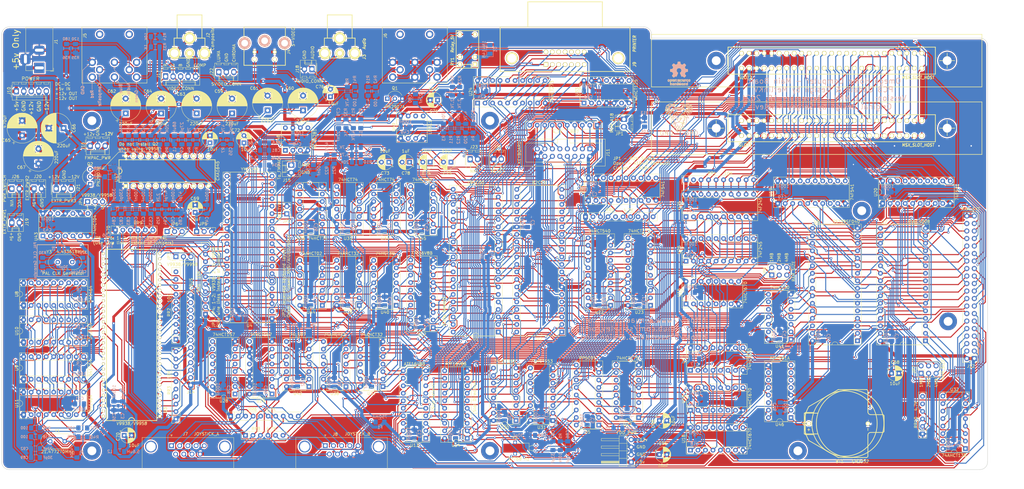
<source format=kicad_pcb>
(kicad_pcb (version 20171130) (host pcbnew "(5.1.6)-1")
  (layers (0 F.Cu signal) (31 B.Cu signal) (34 B.Paste user) (35 F.Paste user) (36 B.SilkS user) (37 F.SilkS user) (38 B.Mask user) (39 F.Mask user) (44 Edge.Cuts user))
  (net 0 "")
  (net 1 VCC)
  (net 2 GND)
  (net 3 "Net-(BT1-Pad1)")
  (net 4 /Processor/RTC_VCC)
  (net 5 VDD)
  (net 6 VSS)
  (net 7 /VDP/RED)
  (net 8 "Net-(C53-Pad2)")
  (net 9 /VDP/GREEN)
  (net 10 /VDP/BLUE)
  (net 11 "Net-(C57-Pad1)")
  (net 12 "Net-(C59-Pad1)")
  (net 13 "Net-(C60-Pad1)")
  (net 14 /VDP/CHROMA)
  (net 15 "Net-(C61-Pad1)")
  (net 16 /VDP/LUMA)
  (net 17 "Net-(C62-Pad1)")
  (net 18 /VDP/ROUT)
  (net 19 "Net-(C63-Pad1)")
  (net 20 /VDP/GOUT)
  (net 21 /VDP/BOUT)
  (net 22 /PSG_SND)
  (net 23 /KEY_CLICK)
  (net 24 "Net-(C74-Pad2)")
  (net 25 /SLT1_SND)
  (net 26 "Net-(C75-Pad2)")
  (net 27 /SLT2_SND)
  (net 28 /AUDIO)
  (net 29 /CAS_OUT)
  (net 30 "Net-(C87-Pad2)")
  (net 31 "Net-(C89-Pad2)")
  (net 32 "Net-(C90-Pad2)")
  (net 33 "Net-(C91-Pad2)")
  (net 34 "Net-(C92-Pad2)")
  (net 35 "Net-(C93-Pad2)")
  (net 36 "Net-(D1-Pad2)")
  (net 37 /PSG/~FWD_A)
  (net 38 /PSG/~BCK_A)
  (net 39 /PSG/~LFT_A)
  (net 40 /PSG/~RGT_A)
  (net 41 /PSG/JOY_OUT_A)
  (net 42 /PSG/~TRG2_A)
  (net 43 /PSG/~TRG1_A)
  (net 44 /PSG/~FWD_B)
  (net 45 /PSG/~BCK_B)
  (net 46 /PSG/~LFT_B)
  (net 47 /PSG/~RGT_B)
  (net 48 /PSG/JOY_OUT_B)
  (net 49 /PSG/~TRG2_B)
  (net 50 /PSG/~TRG1_B)
  (net 51 /Processor/~STROBE)
  (net 52 "Net-(J9-Pad10)")
  (net 53 "Net-(J9-Pad12)")
  (net 54 "Net-(J9-Pad13)")
  (net 55 /PPI/COLUMN0)
  (net 56 /PPI/COLUMN1)
  (net 57 /PPI/COLUMN2)
  (net 58 /PPI/COLUMN3)
  (net 59 /PPI/COLUMN4)
  (net 60 /PPI/COLUMN5)
  (net 61 /PPI/COLUMN6)
  (net 62 /PPI/COLUMN7)
  (net 63 /KANA_LED)
  (net 64 /PPI/CAPS_LED)
  (net 65 /PPI/ROW_D)
  (net 66 /PPI/ROW_C)
  (net 67 /PPI/ROW_B)
  (net 68 /PPI/ROW_A)
  (net 69 /Memory/RAM_A18)
  (net 70 /Memory/RAM_A15)
  (net 71 /Memory/RAM_A16)
  (net 72 /Memory/RAM_A17)
  (net 73 /Memory/RAM_A14)
  (net 74 /~WR)
  (net 75 /A12)
  (net 76 /A13)
  (net 77 /A7)
  (net 78 /A8)
  (net 79 /A6)
  (net 80 /A9)
  (net 81 /A5)
  (net 82 /A11)
  (net 83 /A4)
  (net 84 /~RD)
  (net 85 /A3)
  (net 86 /A10)
  (net 87 /A2)
  (net 88 /Memory/MD7)
  (net 89 /A1)
  (net 90 /Memory/MD6)
  (net 91 /A0)
  (net 92 /Memory/MD5)
  (net 93 /Memory/MD4)
  (net 94 /Memory/MD0)
  (net 95 /Memory/MD3)
  (net 96 /Memory/MD1)
  (net 97 /Memory/MD2)
  (net 98 /Memory/~RAM1_CS)
  (net 99 /Memory/~RAM2_CS)
  (net 100 /Memory/~RAM3_CS)
  (net 101 /Memory/~RAM4_CS)
  (net 102 /Memory/~RAM5_CS)
  (net 103 /Memory/~RAM6_CS)
  (net 104 /Memory/~RAM7_CS)
  (net 105 /Memory/ROM_A18)
  (net 106 /PSG/KBD_TYPE)
  (net 107 "Net-(JP3-Pad1)")
  (net 108 /VDP/VIDEO)
  (net 109 "Net-(JP5-Pad2)")
  (net 110 /VDP/PAL_CLK)
  (net 111 "Net-(Q1-Pad2)")
  (net 112 /VDP/CSYNC)
  (net 113 "Net-(R1-Pad1)")
  (net 114 "Net-(R11-Pad1)")
  (net 115 /CAS_IN)
  (net 116 "Net-(R6-Pad1)")
  (net 117 "Net-(R9-Pad1)")
  (net 118 /CAS_MOT)
  (net 119 /VDP/~VWR)
  (net 120 /VDP/~CAS0)
  (net 121 /VDP/~CAS1)
  (net 122 /VDP/~RAS)
  (net 123 "Net-(R43-Pad2)")
  (net 124 /D0)
  (net 125 /D1)
  (net 126 /D2)
  (net 127 /D3)
  (net 128 /D4)
  (net 129 /D5)
  (net 130 /D6)
  (net 131 /D7)
  (net 132 /Processor/ALARM)
  (net 133 "Net-(RR2-Pad9)")
  (net 134 "Net-(RR2-Pad10)")
  (net 135 "Net-(RR3-Pad4)")
  (net 136 "Net-(RR3-Pad5)")
  (net 137 "Net-(RR3-Pad6)")
  (net 138 "Net-(RR3-Pad7)")
  (net 139 /~VDP_WAIT)
  (net 140 /Slots/BD0)
  (net 141 /Slots/BD1)
  (net 142 /Slots/BD2)
  (net 143 /Slots/BD3)
  (net 144 /Slots/BD4)
  (net 145 /Slots/BD5)
  (net 146 /Slots/BD6)
  (net 147 /Slots/BD7)
  (net 148 /~SLT_WAIT)
  (net 149 /~KBD_WAIT)
  (net 150 /~SLT_INT)
  (net 151 /~BUSDIR1)
  (net 152 /~BUSDIR2)
  (net 153 /VDP/HSYNC)
  (net 154 "Net-(RY1-Pad1)")
  (net 155 /Slots/~CS1)
  (net 156 /Slots/~CS2)
  (net 157 /Slots/~CS12)
  (net 158 /~SLTSL1)
  (net 159 /Slots/~B_RFSH)
  (net 160 /Slots/~B_M1)
  (net 161 /Slots/~B_IORQ)
  (net 162 /Slots/~B_MREQ)
  (net 163 /Slots/~B_WR)
  (net 164 /Slots/~B_RD)
  (net 165 /Slots/~B_RESET)
  (net 166 /Slots/BA9)
  (net 167 /Slots/BA15)
  (net 168 /Slots/BA11)
  (net 169 /Slots/BA10)
  (net 170 /Slots/BA7)
  (net 171 /Slots/BA6)
  (net 172 /Slots/BA12)
  (net 173 /Slots/BA8)
  (net 174 /Slots/BA14)
  (net 175 /Slots/BA13)
  (net 176 /Slots/BA1)
  (net 177 /Slots/BA0)
  (net 178 /Slots/BA3)
  (net 179 /Slots/BA2)
  (net 180 /Slots/BA5)
  (net 181 /Slots/BA4)
  (net 182 /Slots/B_CLK)
  (net 183 /~SLTSL2)
  (net 184 /A14)
  (net 185 /A15)
  (net 186 /Processor/~INT)
  (net 187 "Net-(U1-Pad18)")
  (net 188 /~MREQ)
  (net 189 /~IORQ)
  (net 190 /~WAIT)
  (net 191 /~RESET)
  (net 192 /~M1)
  (net 193 /~RFSH)
  (net 194 "Net-(U2-Pad1)")
  (net 195 "Net-(U2-Pad2)")
  (net 196 "Net-(U2-Pad3)")
  (net 197 "Net-(U2-Pad4)")
  (net 198 /~PPI_CS)
  (net 199 /RESET)
  (net 200 "Net-(U2-Pad37)")
  (net 201 "Net-(U2-Pad38)")
  (net 202 "Net-(U2-Pad39)")
  (net 203 "Net-(U2-Pad40)")
  (net 204 /CLK)
  (net 205 /~VDP_INT)
  (net 206 /VDP/~VDP_WR)
  (net 207 /VDP/~VDP_RD)
  (net 208 /VDP/VD0)
  (net 209 /VDP/VD1)
  (net 210 /VDP/VD2)
  (net 211 /VDP/VD3)
  (net 212 /VDP/VD4)
  (net 213 /VDP/VD5)
  (net 214 /VDP/VD6)
  (net 215 /VDP/VD7)
  (net 216 /VDP/VA0)
  (net 217 /VDP/VA1)
  (net 218 /VDP/VA2)
  (net 219 /VDP/VA3)
  (net 220 /VDP/VA4)
  (net 221 /VDP/VA5)
  (net 222 /VDP/VA6)
  (net 223 /VDP/VA7)
  (net 224 "Net-(U4-Pad2)")
  (net 225 "Net-(U4-Pad5)")
  (net 226 /PSG/JOY_SEL)
  (net 227 /PSG/JB3)
  (net 228 /PSG/JB2)
  (net 229 /PSG/JB1)
  (net 230 /PSG/JB0)
  (net 231 /PSG/JOY_TRG2)
  (net 232 /PSG/JOY_TRG1)
  (net 233 /PSG/JOY_LFT)
  (net 234 /PSG/JOY_RGT)
  (net 235 /PSG/JOY_BCK)
  (net 236 /PSG/JOY_FWD)
  (net 237 "Net-(U4-Pad26)")
  (net 238 /PSG/PSG_BDIR)
  (net 239 /PSG/PSG_BC1)
  (net 240 "Net-(U4-Pad39)")
  (net 241 /Processor/~RTC_CS_B)
  (net 242 "Net-(U27-Pad2)")
  (net 243 "Net-(U27-Pad7)")
  (net 244 "Net-(U27-Pad10)")
  (net 245 "Net-(U27-Pad15)")
  (net 246 /ROM_A16)
  (net 247 /~ROM_CS)
  (net 248 /ROM_A17)
  (net 249 /Memory/~RAM0_CS)
  (net 250 /Processor/~PRT_DAT_WR)
  (net 251 /Processor/~PRT_CMD_CS)
  (net 252 /~PAGE_CS)
  (net 253 /Processor/~RTC_CS)
  (net 254 /Processor/~RTC_AD_WR)
  (net 255 /~PSG_CS)
  (net 256 /~VDP_CS)
  (net 257 /PPI/SLT_A)
  (net 258 /PPI/SLT_B)
  (net 259 /PPI/SB_SLT_A)
  (net 260 /PPI/SB_SLT_B)
  (net 261 /PPI/~FFFF)
  (net 262 /~RAM_SL)
  (net 263 /~MEM_RD)
  (net 264 /PPI/~SLTSL3)
  (net 265 /Slots/SLT_DIR)
  (net 266 /~M1_WAIT)
  (net 267 /Memory/~PAGE_RD)
  (net 268 /Memory/~PAGE_WR)
  (net 269 /Memory/RAM_A21)
  (net 270 /Memory/RAM_A20)
  (net 271 /Memory/RAM_A19)
  (net 272 /PPI/~SUB_RD)
  (net 273 "Net-(U22-Pad2)")
  (net 274 "Net-(U22-Pad3)")
  (net 275 "Net-(U22-Pad4)")
  (net 276 "Net-(U22-Pad5)")
  (net 277 "Net-(U22-Pad6)")
  (net 278 "Net-(U22-Pad7)")
  (net 279 "Net-(U22-Pad8)")
  (net 280 "Net-(U22-Pad9)")
  (net 281 /PPI/~SUB_WR)
  (net 282 "Net-(U27-Pad3)")
  (net 283 "Net-(U27-Pad6)")
  (net 284 "Net-(U27-Pad11)")
  (net 285 "Net-(U27-Pad14)")
  (net 286 "Net-(U29-Pad9)")
  (net 287 "Net-(U29-Pad12)")
  (net 288 "Net-(U30-Pad1)")
  (net 289 /Processor/~PRT_BSY_RD)
  (net 290 "Net-(U33-Pad6)")
  (net 291 "Net-(U33-Pad8)")
  (net 292 "Net-(U33-Pad11)")
  (net 293 "Net-(U34-Pad4)")
  (net 294 "Net-(U34-Pad6)")
  (net 295 "Net-(U34-Pad8)")
  (net 296 /Processor/~PRT_STB_WR)
  (net 297 "Net-(U36-Pad1)")
  (net 298 "Net-(U36-Pad12)")
  (net 299 "Net-(U36-Pad6)")
  (net 300 "Net-(U36-Pad8)")
  (net 301 "Net-(U36-Pad9)")
  (net 302 /PPI/~SUB_REG_CS)
  (net 303 "Net-(U38-Pad5)")
  (net 304 "Net-(U43-Pad8)")
  (net 305 "Net-(U43-Pad10)")
  (net 306 "Net-(U43-Pad12)")
  (net 307 "Net-(U45-Pad1)")
  (net 308 "Net-(U45-Pad10)")
  (net 309 "Net-(U46-Pad5)")
  (net 310 "Net-(U46-Pad6)")
  (net 311 "Net-(U46-Pad7)")
  (net 312 "Net-(U46-Pad8)")
  (net 313 "Net-(U46-Pad10)")
  (net 314 "Net-(U46-Pad11)")
  (net 315 "Net-(U46-Pad14)")
  (net 316 "Net-(U47-Pad8)")
  (net 317 "Net-(U48-Pad1)")
  (net 318 "Net-(U48-Pad5)")
  (net 319 "Net-(U48-Pad8)")
  (net 320 "Net-(U49-Pad5)")
  (net 321 "Net-(U49-Pad6)")
  (net 322 "Net-(RR6-Pad10)")
  (net 323 /Processor/PD0)
  (net 324 /Processor/PD1)
  (net 325 /Processor/PD2)
  (net 326 /Processor/PD3)
  (net 327 /Processor/PD4)
  (net 328 /Processor/PD5)
  (net 329 /Processor/PD6)
  (net 330 /Processor/PD7)
  (net 331 "Net-(U38-Pad4)")
  (net 332 "Net-(U39-Pad8)")
  (net 333 "Net-(U39-Pad10)")
  (net 334 /VDP/SYNCIN)
  (net 335 "Net-(Q2-Pad3)")
  (net 336 "Net-(RR4-Pad2)")
  (net 337 "Net-(U35-Pad9)")
  (net 338 "Net-(U35-Pad6)")
  (net 339 "Net-(U35-Pad12)")
  (net 340 "Net-(RR5-Pad8)")
  (net 341 "Net-(C79-Pad1)")
  (net 342 "Net-(C80-Pad2)")
  (net 343 "Net-(R46-Pad2)")
  (net 344 "Net-(R47-Pad2)")
  (net 345 "Net-(J6-Pad6)")
  (net 346 "Net-(J6-Pad4)")
  (net 347 "Net-(J6-Pad7)")
  (net 348 /VDP/COMP)
  (net 349 /VDP/YS)
  (net 350 /VDP/AV)
  (net 351 "Net-(C51-Pad2)")
  (net 352 "Net-(C52-Pad2)")
  (net 353 "Net-(C54-Pad1)")
  (net 354 "Net-(C55-Pad1)")
  (net 355 "Net-(C56-Pad2)")
  (net 356 "Net-(C71-Pad1)")
  (net 357 "Net-(C72-Pad2)")
  (net 358 "Net-(C73-Pad2)")
  (net 359 "Net-(C76-Pad1)")
  (net 360 "Net-(C77-Pad1)")
  (net 361 "Net-(C78-Pad2)")
  (net 362 "Net-(C80-Pad1)")
  (net 363 "Net-(C81-Pad2)")
  (net 364 "Net-(C88-Pad2)")
  (net 365 "Net-(C91-Pad1)")
  (net 366 "Net-(C94-Pad1)")
  (net 367 "Net-(R20-Pad2)")
  (net 368 "Net-(R40-Pad2)")
  (net 369 "Net-(R48-Pad2)")
  (net 370 /PRT_BUSY)
  (net 371 VCCVDP)
  (net 372 VCCRGB)
  (net 373 "Net-(RR5-Pad5)")
  (net 374 "Net-(F1-Pad1)")
  (net 375 "Net-(C64-Pad1)")
  (net 376 "Net-(R29-Pad2)")
  (net 377 "Net-(R37-Pad2)")
  (net 378 "Net-(R38-Pad2)")
  (net 379 "Net-(R39-Pad2)")
  (net 380 "Net-(R44-Pad2)")
  (net 381 "Net-(R45-Pad2)")
  (net 382 "Net-(C86-Pad2)")
  (net 383 /VDP/CB4)
  (net 384 /VDP/CB3)
  (net 385 /VDP/CB2)
  (net 386 /VDP/CB1)
  (net 387 /VDP/CB0)
  (net 388 /VDP/CB7)
  (net 389 /VDP/CB6)
  (net 390 /VDP/CB5)
  (net 391 /VDP/CBDR)
  (net 392 /VDP/~DLCLK)
  (net 393 /VDP/~DHCLK)
  (net 394 "Net-(JP4-Pad1)")
  (net 395 "Net-(JP4-Pad3)")
  (net 396 "Net-(JP6-Pad1)")
  (net 397 "Net-(JP6-Pad2)")
  (net 398 "Net-(RR10-Pad5)")
  (net 399 "Net-(RR10-Pad6)")
  (net 400 "Net-(JP8-Pad2)")
  (net 401 "Net-(JP8-Pad4)")
  (net 402 "Net-(JP8-Pad6)")
  (net 403 "Net-(JP7-Pad5)")
  (net 404 "Net-(JP7-Pad3)")
  (net 405 "Net-(JP7-Pad1)")
  (net 406 /Analog/FMPAMP)
  (net 407 NMI)
  (net 408 BUSREQ)
  (net 409 BUSACK)
  (net 410 /PWR1)
  (net 411 "Net-(HOLE1-Pad1)")
  (net 412 "Net-(HOLE2-Pad1)")
  (net 413 "Net-(HOLE3-Pad1)")
  (net 414 "Net-(HOLE4-Pad1)")
  (net 415 "Net-(HOLE5-Pad1)")
  (net 416 "Net-(HOLE6-Pad1)")
  (net 417 "Net-(HOLE7-Pad1)")
  (net 418 "Net-(HOLE8-Pad1)")
  (net 419 "Net-(HOLE9-Pad1)")
  (net 420 "Net-(HOLE10-Pad1)")
  (net 421 "Net-(HOLE11-Pad1)")
  (module Symbol:Symbol_GNU-Logo_SilkscreenTop (layer B.Cu) (at 266.95 75.525 180)
    (fp_text reference REF** hide)
    (fp_text value Symbol_GNU-Logo_SilkscreenTop)
  )
  (module Symbol:Symbol_GNU-Logo_SilkscreenTop (layer F.Cu) (at 267.275 75.525)
    (fp_text reference REF** hide)
    (fp_text value Symbol_GNU-Logo_SilkscreenTop)
  )
  (module OmegaMSX_1_3:OSHW-Logo_7.5x8mm_SilkScreen (layer B.Cu) (at 267.15 61.525 180)
    (fp_text reference REF** hide)
    (fp_text value OSHW-Logo_7.5x8mm_SilkScreen hide)
  )
  (module OmegaMSX_1_3:OSHW-Logo_7.5x8mm_SilkScreen (layer F.Cu) (at 267.125 61.525)
    (fp_text reference REF** hide)
    (fp_text value OSHW-Logo_7.5x8mm_SilkScreen hide)
  )
  (module MountingHole:MountingHole_3mm_Pad (layer F.Cu) (at 357.822 80.01)
    (fp_text reference HOLE11 hide)
    (fp_text value HOLE)
    (pad 1 thru_hole circle (at 0 0) (size 6 6) (drill 3) (layers *.Cu *.Mask) (net 421 "Net-(HOLE11-Pad1)"))
  )
  (module MountingHole:MountingHole_3mm_Pad (layer F.Cu) (at 279.718 80.01)
    (fp_text reference HOLE10 hide)
    (fp_text value HOLE)
    (pad 1 thru_hole circle (at 0 0) (size 6 6) (drill 3) (layers *.Cu *.Mask) (net 420 "Net-(HOLE10-Pad1)"))
  )
  (module MountingHole:MountingHole_3mm_Pad (layer F.Cu) (at 357.822 57.15)
    (fp_text reference HOLE9 hide)
    (fp_text value HOLE)
    (pad 1 thru_hole circle (at 0 0) (size 6 6) (drill 3) (layers *.Cu *.Mask) (net 419 "Net-(HOLE9-Pad1)"))
  )
  (module MountingHole:MountingHole_3mm_Pad (layer F.Cu) (at 279.718 57.15)
    (fp_text reference HOLE8 hide)
    (fp_text value HOLE)
    (pad 1 thru_hole circle (at 0 0) (size 6 6) (drill 3) (layers *.Cu *.Mask) (net 418 "Net-(HOLE8-Pad1)"))
  )
  (module MountingHole:MountingHole_3mm_Pad (layer F.Cu) (at 358.14 145.415)
    (fp_text reference HOLE7 hide)
    (fp_text value HOLE)
    (pad 1 thru_hole circle (at 0 0) (size 6 6) (drill 3) (layers *.Cu *.Mask) (net 417 "Net-(HOLE7-Pad1)"))
  )
  (module MountingHole:MountingHole_3mm_Pad (layer F.Cu) (at 307.34 189.23)
    (fp_text reference HOLE6 hide)
    (fp_text value HOLE)
    (pad 1 thru_hole circle (at 0 0) (size 6 6) (drill 3) (layers *.Cu *.Mask) (net 416 "Net-(HOLE6-Pad1)"))
  )
  (module MountingHole:MountingHole_3mm_Pad (layer F.Cu) (at 203.2 189.23)
    (fp_text reference HOLE5 hide)
    (fp_text value HOLE)
    (pad 1 thru_hole circle (at 0 0) (size 6 6) (drill 3) (layers *.Cu *.Mask) (net 415 "Net-(HOLE5-Pad1)"))
  )
  (module MountingHole:MountingHole_3mm_Pad (layer F.Cu) (at 68.58 189.23)
    (fp_text reference HOLE4 hide)
    (fp_text value HOLE)
    (pad 1 thru_hole circle (at 0 0) (size 6 6) (drill 3) (layers *.Cu *.Mask) (net 414 "Net-(HOLE4-Pad1)"))
  )
  (module MountingHole:MountingHole_3mm_Pad (layer F.Cu) (at 328.93 107.95)
    (fp_text reference HOLE3 hide)
    (fp_text value HOLE)
    (pad 1 thru_hole circle (at 0 0) (size 6 6) (drill 3) (layers *.Cu *.Mask) (net 413 "Net-(HOLE3-Pad1)"))
  )
  (module MountingHole:MountingHole_3mm_Pad (layer F.Cu) (at 203.2 77.47)
    (fp_text reference HOLE2 hide)
    (fp_text value HOLE)
    (pad 1 thru_hole circle (at 0 0) (size 6 6) (drill 3) (layers *.Cu *.Mask) (net 412 "Net-(HOLE2-Pad1)"))
  )
  (module MountingHole:MountingHole_3mm_Pad (layer F.Cu) (at 68.58 77.47)
    (fp_text reference HOLE1 hide)
    (fp_text value HOLE)
    (pad 1 thru_hole circle (at 0 0) (size 6 6) (drill 3) (layers *.Cu *.Mask) (net 411 "Net-(HOLE1-Pad1)"))
  )
  (module Connector_Molex:Molex_KK-254_AE-6410-05A_1x05_P2.54mm_Vertical (layer F.Cu) (at 43 67.5)
    (fp_text reference J10 (at -2.475 -0.125 90) (layer F.SilkS))
    (fp_text value POWER (at 4.825 -4.225) (layer F.SilkS) (effects (font (size 1.2 1.2))))
    (pad 5 thru_hole oval (at 10.16 0) (size 1.74 2.19) (drill 1.19) (layers *.Cu *.Mask) (net 6 VSS))
    (pad 4 thru_hole oval (at 7.62 0) (size 1.74 2.19) (drill 1.19) (layers *.Cu *.Mask) (net 2 GND))
    (pad 3 thru_hole oval (at 5.08 0) (size 1.74 2.19) (drill 1.19) (layers *.Cu *.Mask) (net 5 VDD))
    (pad 2 thru_hole oval (at 2.54 0) (size 1.74 2.19) (drill 1.19) (layers *.Cu *.Mask) (net 2 GND))
    (pad 1 thru_hole roundrect (at 0 0) (size 1.74 2.19) (drill 1.19) (layers *.Cu *.Mask) (roundrect_rratio 0.143678) (net 1 VCC))
  )
  (module Connector_Molex:Molex_KK-254_AE-6410-02A_1x02_P2.54mm_Vertical (layer F.Cu) (at 41.5 100.5)
    (fp_text reference J26 (at 1.225 -4.075) (layer F.SilkS))
    (fp_text value PWR_SWITCH (at -2.45 -0.075 90) (layer F.SilkS))
    (pad 2 thru_hole oval (at 2.54 0) (size 1.74 2.19) (drill 1.19) (layers *.Cu *.Mask) (net 1 VCC))
    (pad 1 thru_hole roundrect (at 0 0) (size 1.74 2.19) (drill 1.19) (layers *.Cu *.Mask) (roundrect_rratio 0.143678) (net 410 /PWR1))
  )
  (module Connector_BarrelJack:BarrelJack_Horizontal (layer F.Cu) (at 50.8 59.6 270)
    (fp_text reference J1 (at -8.85 -5.625 90) (layer F.SilkS))
    (fp_text value 5V)
    (pad 3 thru_hole roundrect (at -3 4.7 270) (size 3.5 3.5) (drill oval 3 1) (layers *.Cu *.Mask) (net 2 GND))
    (pad 2 thru_hole roundrect (at -6 0 270) (size 3 3.5) (drill oval 1 3) (layers *.Cu *.Mask) (net 2 GND))
    (pad 1 thru_hole rect (at 0 0 270) (size 3.5 3.5) (drill oval 1 3) (layers *.Cu *.Mask) (net 410 /PWR1))
  )
  (module Package_DIP:DIP-20_W7.62mm_Socket (layer F.Cu) (at 199 71.5 90)
    (fp_text reference U24 (at 3.81 -2.33 90) (layer F.SilkS))
    (fp_text value 74HCT273 (at 3.81 25.19 90) (layer F.SilkS))
    (pad 20 thru_hole oval (at 7.62 0 90) (size 1.6 1.6) (drill 0.8) (layers *.Cu *.Mask) (net 1 VCC))
    (pad 10 thru_hole oval (at 0 22.86 90) (size 1.6 1.6) (drill 0.8) (layers *.Cu *.Mask) (net 2 GND))
    (pad 19 thru_hole oval (at 7.62 2.54 90) (size 1.6 1.6) (drill 0.8) (layers *.Cu *.Mask) (net 329 /Processor/PD6))
    (pad 9 thru_hole oval (at 0 20.32 90) (size 1.6 1.6) (drill 0.8) (layers *.Cu *.Mask) (net 328 /Processor/PD5))
    (pad 18 thru_hole oval (at 7.62 5.08 90) (size 1.6 1.6) (drill 0.8) (layers *.Cu *.Mask) (net 130 /D6))
    (pad 8 thru_hole oval (at 0 17.78 90) (size 1.6 1.6) (drill 0.8) (layers *.Cu *.Mask) (net 129 /D5))
    (pad 17 thru_hole oval (at 7.62 7.62 90) (size 1.6 1.6) (drill 0.8) (layers *.Cu *.Mask) (net 124 /D0))
    (pad 7 thru_hole oval (at 0 15.24 90) (size 1.6 1.6) (drill 0.8) (layers *.Cu *.Mask) (net 127 /D3))
    (pad 16 thru_hole oval (at 7.62 10.16 90) (size 1.6 1.6) (drill 0.8) (layers *.Cu *.Mask) (net 323 /Processor/PD0))
    (pad 6 thru_hole oval (at 0 12.7 90) (size 1.6 1.6) (drill 0.8) (layers *.Cu *.Mask) (net 326 /Processor/PD3))
    (pad 15 thru_hole oval (at 7.62 12.7 90) (size 1.6 1.6) (drill 0.8) (layers *.Cu *.Mask) (net 324 /Processor/PD1))
    (pad 5 thru_hole oval (at 0 10.16 90) (size 1.6 1.6) (drill 0.8) (layers *.Cu *.Mask) (net 325 /Processor/PD2))
    (pad 14 thru_hole oval (at 7.62 15.24 90) (size 1.6 1.6) (drill 0.8) (layers *.Cu *.Mask) (net 125 /D1))
    (pad 4 thru_hole oval (at 0 7.62 90) (size 1.6 1.6) (drill 0.8) (layers *.Cu *.Mask) (net 126 /D2))
    (pad 13 thru_hole oval (at 7.62 17.78 90) (size 1.6 1.6) (drill 0.8) (layers *.Cu *.Mask) (net 128 /D4))
    (pad 3 thru_hole oval (at 0 5.08 90) (size 1.6 1.6) (drill 0.8) (layers *.Cu *.Mask) (net 131 /D7))
    (pad 12 thru_hole oval (at 7.62 20.32 90) (size 1.6 1.6) (drill 0.8) (layers *.Cu *.Mask) (net 327 /Processor/PD4))
    (pad 2 thru_hole oval (at 0 2.54 90) (size 1.6 1.6) (drill 0.8) (layers *.Cu *.Mask) (net 330 /Processor/PD7))
    (pad 11 thru_hole oval (at 7.62 22.86 90) (size 1.6 1.6) (drill 0.8) (layers *.Cu *.Mask) (net 250 /Processor/~PRT_DAT_WR))
    (pad 1 thru_hole rect (at 0 0 90) (size 1.6 1.6) (drill 0.8) (layers *.Cu *.Mask) (net 191 /~RESET))
  )
  (module OmegaMSX_1_4:IC_DIP24_400 (layer F.Cu) (at 94 94.5)
    (fp_text reference U47 (at -17.1 2.225 90) (layer F.SilkS))
    (fp_text value CXA1645 (at 17.125 0 90) (layer F.SilkS) (effects (font (thickness 0.15) italic)))
    (pad 1 thru_hole rect (at -13.97 5.08) (size 1.397 1.397) (drill 0.8128) (layers *.Cu *.Mask F.SilkS) (net 2 GND))
    (pad 2 thru_hole circle (at -11.43 5.08) (size 1.397 1.397) (drill 0.8128) (layers *.Cu *.Mask F.SilkS) (net 351 "Net-(C51-Pad2)"))
    (pad 3 thru_hole circle (at -8.89 5.08) (size 1.397 1.397) (drill 0.8128) (layers *.Cu *.Mask F.SilkS) (net 352 "Net-(C52-Pad2)"))
    (pad 4 thru_hole circle (at -6.35 5.08) (size 1.397 1.397) (drill 0.8128) (layers *.Cu *.Mask F.SilkS) (net 8 "Net-(C53-Pad2)"))
    (pad 5 thru_hole circle (at -3.81 5.08) (size 1.397 1.397) (drill 0.8128) (layers *.Cu *.Mask F.SilkS))
    (pad 6 thru_hole circle (at -1.27 5.08) (size 1.397 1.397) (drill 0.8128) (layers *.Cu *.Mask F.SilkS) (net 366 "Net-(C94-Pad1)"))
    (pad 7 thru_hole circle (at 1.27 5.08) (size 1.397 1.397) (drill 0.8128) (layers *.Cu *.Mask F.SilkS) (net 109 "Net-(JP5-Pad2)"))
    (pad 8 thru_hole circle (at 3.81 5.08) (size 1.397 1.397) (drill 0.8128) (layers *.Cu *.Mask F.SilkS) (net 316 "Net-(U47-Pad8)"))
    (pad 9 thru_hole circle (at 6.35 5.08) (size 1.397 1.397) (drill 0.8128) (layers *.Cu *.Mask F.SilkS) (net 353 "Net-(C54-Pad1)"))
    (pad 10 thru_hole circle (at 8.89 5.08) (size 1.397 1.397) (drill 0.8128) (layers *.Cu *.Mask F.SilkS) (net 334 /VDP/SYNCIN))
    (pad 11 thru_hole circle (at 11.43 5.08) (size 1.397 1.397) (drill 0.8128) (layers *.Cu *.Mask F.SilkS))
    (pad 12 thru_hole circle (at 13.97 5.08) (size 1.397 1.397) (drill 0.8128) (layers *.Cu *.Mask F.SilkS) (net 372 VCCRGB))
    (pad 13 thru_hole circle (at 13.97 -5.08) (size 1.397 1.397) (drill 0.8128) (layers *.Cu *.Mask F.SilkS) (net 354 "Net-(C55-Pad1)"))
    (pad 14 thru_hole circle (at 11.43 -5.08) (size 1.397 1.397) (drill 0.8128) (layers *.Cu *.Mask F.SilkS) (net 360 "Net-(C77-Pad1)"))
    (pad 15 thru_hole circle (at 8.89 -5.08) (size 1.397 1.397) (drill 0.8128) (layers *.Cu *.Mask F.SilkS) (net 380 "Net-(R44-Pad2)"))
    (pad 16 thru_hole circle (at 6.35 -5.08) (size 1.397 1.397) (drill 0.8128) (layers *.Cu *.Mask F.SilkS) (net 381 "Net-(R45-Pad2)"))
    (pad 17 thru_hole circle (at 3.81 -5.08) (size 1.397 1.397) (drill 0.8128) (layers *.Cu *.Mask F.SilkS) (net 365 "Net-(C91-Pad1)"))
    (pad 18 thru_hole circle (at 1.27 -5.08) (size 1.397 1.397) (drill 0.8128) (layers *.Cu *.Mask F.SilkS) (net 117 "Net-(R9-Pad1)"))
    (pad 19 thru_hole circle (at -1.27 -5.08) (size 1.397 1.397) (drill 0.8128) (layers *.Cu *.Mask F.SilkS) (net 372 VCCRGB))
    (pad 20 thru_hole circle (at -3.81 -5.08) (size 1.397 1.397) (drill 0.8128) (layers *.Cu *.Mask F.SilkS) (net 123 "Net-(R43-Pad2)"))
    (pad 21 thru_hole circle (at -6.35 -5.08) (size 1.397 1.397) (drill 0.8128) (layers *.Cu *.Mask F.SilkS) (net 369 "Net-(R48-Pad2)"))
    (pad 22 thru_hole circle (at -8.89 -5.08) (size 1.397 1.397) (drill 0.8128) (layers *.Cu *.Mask F.SilkS) (net 344 "Net-(R47-Pad2)"))
    (pad 23 thru_hole circle (at -11.43 -5.08) (size 1.397 1.397) (drill 0.8128) (layers *.Cu *.Mask F.SilkS) (net 343 "Net-(R46-Pad2)"))
    (pad 24 thru_hole circle (at -13.97 -5.08) (size 1.397 1.397) (drill 0.8128) (layers *.Cu *.Mask F.SilkS) (net 2 GND))
  )
  (module Connector_PinHeader_2.54mm:PinHeader_1x04_P2.54mm_Horizontal (layer F.Cu) (at 250.975 193.075 180)
    (fp_text reference J25 hide)
    (fp_text value FDD_PWR (at 1.575 9.95) (layer F.SilkS))
    (pad 4 thru_hole oval (at 0 7.62 180) (size 1.7 1.7) (drill 1) (layers *.Cu *.Mask) (net 5 VDD))
    (pad 3 thru_hole oval (at 0 5.08 180) (size 1.7 1.7) (drill 1) (layers *.Cu *.Mask) (net 2 GND))
    (pad 2 thru_hole oval (at 0 2.54 180) (size 1.7 1.7) (drill 1) (layers *.Cu *.Mask) (net 2 GND))
    (pad 1 thru_hole rect (at 0 0 180) (size 1.7 1.7) (drill 1) (layers *.Cu *.Mask) (net 1 VCC))
  )
  (module Connector_Molex:Molex_KK-254_AE-6410-02A_1x02_P2.54mm_Vertical (layer F.Cu) (at 49 100.5)
    (fp_text reference J20 (at 1.27 -4.12) (layer F.SilkS))
    (fp_text value EXTR_PWR2 (at -2.25 -0.225 90) (layer F.SilkS))
    (pad 2 thru_hole oval (at 2.54 0) (size 1.74 2.19) (drill 1.19) (layers *.Cu *.Mask) (net 2 GND))
    (pad 1 thru_hole roundrect (at 0 0) (size 1.74 2.19) (drill 1.19) (layers *.Cu *.Mask) (roundrect_rratio 0.143678) (net 1 VCC))
  )
  (module Connector_Molex:Molex_KK-254_AE-6410-02A_1x02_P2.54mm_Vertical (layer F.Cu) (at 41.5 112)
    (fp_text reference J19 (at 5.125 -0.175 90) (layer F.SilkS))
    (fp_text value EXTR_PWR1 (at -2.475 -0.35 90) (layer F.SilkS))
    (pad 2 thru_hole oval (at 2.54 0) (size 1.74 2.19) (drill 1.19) (layers *.Cu *.Mask) (net 2 GND))
    (pad 1 thru_hole roundrect (at 0 0) (size 1.74 2.19) (drill 1.19) (layers *.Cu *.Mask) (roundrect_rratio 0.143678) (net 1 VCC))
  )
  (module Package_DIP:DIP-40_W15.24mm_Socket (layer F.Cu) (at 206 149 180)
    (fp_text reference U1 (at 7.62 -2.33) (layer F.SilkS))
    (fp_text value Z84C00 (at 7.62 50.59) (layer F.SilkS))
    (pad 40 thru_hole oval (at 15.24 0 180) (size 1.6 1.6) (drill 0.8) (layers *.Cu *.Mask) (net 86 /A10))
    (pad 20 thru_hole oval (at 0 48.26 180) (size 1.6 1.6) (drill 0.8) (layers *.Cu *.Mask) (net 189 /~IORQ))
    (pad 39 thru_hole oval (at 15.24 2.54 180) (size 1.6 1.6) (drill 0.8) (layers *.Cu *.Mask) (net 80 /A9))
    (pad 19 thru_hole oval (at 0 45.72 180) (size 1.6 1.6) (drill 0.8) (layers *.Cu *.Mask) (net 188 /~MREQ))
    (pad 38 thru_hole oval (at 15.24 5.08 180) (size 1.6 1.6) (drill 0.8) (layers *.Cu *.Mask) (net 78 /A8))
    (pad 18 thru_hole oval (at 0 43.18 180) (size 1.6 1.6) (drill 0.8) (layers *.Cu *.Mask) (net 187 "Net-(U1-Pad18)"))
    (pad 37 thru_hole oval (at 15.24 7.62 180) (size 1.6 1.6) (drill 0.8) (layers *.Cu *.Mask) (net 77 /A7))
    (pad 17 thru_hole oval (at 0 40.64 180) (size 1.6 1.6) (drill 0.8) (layers *.Cu *.Mask) (net 407 NMI))
    (pad 36 thru_hole oval (at 15.24 10.16 180) (size 1.6 1.6) (drill 0.8) (layers *.Cu *.Mask) (net 79 /A6))
    (pad 16 thru_hole oval (at 0 38.1 180) (size 1.6 1.6) (drill 0.8) (layers *.Cu *.Mask) (net 186 /Processor/~INT))
    (pad 35 thru_hole oval (at 15.24 12.7 180) (size 1.6 1.6) (drill 0.8) (layers *.Cu *.Mask) (net 81 /A5))
    (pad 15 thru_hole oval (at 0 35.56 180) (size 1.6 1.6) (drill 0.8) (layers *.Cu *.Mask) (net 125 /D1))
    (pad 34 thru_hole oval (at 15.24 15.24 180) (size 1.6 1.6) (drill 0.8) (layers *.Cu *.Mask) (net 83 /A4))
    (pad 14 thru_hole oval (at 0 33.02 180) (size 1.6 1.6) (drill 0.8) (layers *.Cu *.Mask) (net 124 /D0))
    (pad 33 thru_hole oval (at 15.24 17.78 180) (size 1.6 1.6) (drill 0.8) (layers *.Cu *.Mask) (net 85 /A3))
    (pad 13 thru_hole oval (at 0 30.48 180) (size 1.6 1.6) (drill 0.8) (layers *.Cu *.Mask) (net 131 /D7))
    (pad 32 thru_hole oval (at 15.24 20.32 180) (size 1.6 1.6) (drill 0.8) (layers *.Cu *.Mask) (net 87 /A2))
    (pad 12 thru_hole oval (at 0 27.94 180) (size 1.6 1.6) (drill 0.8) (layers *.Cu *.Mask) (net 126 /D2))
    (pad 31 thru_hole oval (at 15.24 22.86 180) (size 1.6 1.6) (drill 0.8) (layers *.Cu *.Mask) (net 89 /A1))
    (pad 11 thru_hole oval (at 0 25.4 180) (size 1.6 1.6) (drill 0.8) (layers *.Cu *.Mask) (net 1 VCC))
    (pad 30 thru_hole oval (at 15.24 25.4 180) (size 1.6 1.6) (drill 0.8) (layers *.Cu *.Mask) (net 91 /A0))
    (pad 10 thru_hole oval (at 0 22.86 180) (size 1.6 1.6) (drill 0.8) (layers *.Cu *.Mask) (net 130 /D6))
    (pad 29 thru_hole oval (at 15.24 27.94 180) (size 1.6 1.6) (drill 0.8) (layers *.Cu *.Mask) (net 2 GND))
    (pad 9 thru_hole oval (at 0 20.32 180) (size 1.6 1.6) (drill 0.8) (layers *.Cu *.Mask) (net 129 /D5))
    (pad 28 thru_hole oval (at 15.24 30.48 180) (size 1.6 1.6) (drill 0.8) (layers *.Cu *.Mask) (net 193 /~RFSH))
    (pad 8 thru_hole oval (at 0 17.78 180) (size 1.6 1.6) (drill 0.8) (layers *.Cu *.Mask) (net 127 /D3))
    (pad 27 thru_hole oval (at 15.24 33.02 180) (size 1.6 1.6) (drill 0.8) (layers *.Cu *.Mask) (net 192 /~M1))
    (pad 7 thru_hole oval (at 0 15.24 180) (size 1.6 1.6) (drill 0.8) (layers *.Cu *.Mask) (net 128 /D4))
    (pad 26 thru_hole oval (at 15.24 35.56 180) (size 1.6 1.6) (drill 0.8) (layers *.Cu *.Mask) (net 191 /~RESET))
    (pad 6 thru_hole oval (at 0 12.7 180) (size 1.6 1.6) (drill 0.8) (layers *.Cu *.Mask) (net 376 "Net-(R29-Pad2)"))
    (pad 25 thru_hole oval (at 15.24 38.1 180) (size 1.6 1.6) (drill 0.8) (layers *.Cu *.Mask) (net 408 BUSREQ))
    (pad 5 thru_hole oval (at 0 10.16 180) (size 1.6 1.6) (drill 0.8) (layers *.Cu *.Mask) (net 185 /A15))
    (pad 24 thru_hole oval (at 15.24 40.64 180) (size 1.6 1.6) (drill 0.8) (layers *.Cu *.Mask) (net 190 /~WAIT))
    (pad 4 thru_hole oval (at 0 7.62 180) (size 1.6 1.6) (drill 0.8) (layers *.Cu *.Mask) (net 184 /A14))
    (pad 23 thru_hole oval (at 15.24 43.18 180) (size 1.6 1.6) (drill 0.8) (layers *.Cu *.Mask) (net 409 BUSACK))
    (pad 3 thru_hole oval (at 0 5.08 180) (size 1.6 1.6) (drill 0.8) (layers *.Cu *.Mask) (net 76 /A13))
    (pad 22 thru_hole oval (at 15.24 45.72 180) (size 1.6 1.6) (drill 0.8) (layers *.Cu *.Mask) (net 74 /~WR))
    (pad 2 thru_hole oval (at 0 2.54 180) (size 1.6 1.6) (drill 0.8) (layers *.Cu *.Mask) (net 75 /A12))
    (pad 21 thru_hole oval (at 15.24 48.26 180) (size 1.6 1.6) (drill 0.8) (layers *.Cu *.Mask) (net 84 /~RD))
    (pad 1 thru_hole rect (at 0 0 180) (size 1.6 1.6) (drill 0.8) (layers *.Cu *.Mask) (net 82 /A11))
  )
  (module Omega_MSX:Conn_Edge_50P (layer F.Cu) (at 318.77 57.15 180)
    (fp_text reference SLOT2 (at 29.21 -5.715) (layer F.SilkS) (effects (font (size 1.016 1.016) (thickness 0.2032))))
    (fp_text value MSX_SLOT_HOST (at -29.21 -5.715) (layer F.SilkS) (effects (font (size 1.016 0.9144) (thickness 0.2032) italic)))
    (pad 1 thru_hole circle (at -30.48 2.54) (size 1.524 1.524) (drill 1.016) (layers *.Cu *.Mask F.SilkS) (net 155 /Slots/~CS1))
    (pad 2 thru_hole circle (at -30.48 -2.54) (size 1.524 1.524) (drill 1.016) (layers *.Cu *.Mask F.SilkS) (net 156 /Slots/~CS2))
    (pad 3 thru_hole circle (at -27.94 2.54) (size 1.524 1.524) (drill 1.016) (layers *.Cu *.Mask F.SilkS) (net 157 /Slots/~CS12))
    (pad 4 thru_hole circle (at -27.94 -2.54) (size 1.524 1.524) (drill 1.016) (layers *.Cu *.Mask F.SilkS) (net 183 /~SLTSL2))
    (pad 5 thru_hole circle (at -25.4 2.54) (size 1.524 1.524) (drill 1.016) (layers *.Cu *.Mask F.SilkS) (net 408 BUSREQ))
    (pad 6 thru_hole circle (at -25.4 -2.54) (size 1.524 1.524) (drill 1.016) (layers *.Cu *.Mask F.SilkS) (net 159 /Slots/~B_RFSH))
    (pad 7 thru_hole circle (at -22.86 2.54) (size 1.524 1.524) (drill 1.016) (layers *.Cu *.Mask F.SilkS) (net 148 /~SLT_WAIT))
    (pad 8 thru_hole circle (at -22.86 -2.54) (size 1.524 1.524) (drill 1.016) (layers *.Cu *.Mask F.SilkS) (net 150 /~SLT_INT))
    (pad 9 thru_hole circle (at -20.32 2.54) (size 1.524 1.524) (drill 1.016) (layers *.Cu *.Mask F.SilkS) (net 160 /Slots/~B_M1))
    (pad 10 thru_hole circle (at -20.32 -2.54) (size 1.524 1.524) (drill 1.016) (layers *.Cu *.Mask F.SilkS) (net 152 /~BUSDIR2))
    (pad 11 thru_hole circle (at -17.78 2.54) (size 1.524 1.524) (drill 1.016) (layers *.Cu *.Mask F.SilkS) (net 161 /Slots/~B_IORQ))
    (pad 12 thru_hole circle (at -17.78 -2.54) (size 1.524 1.524) (drill 1.016) (layers *.Cu *.Mask F.SilkS) (net 162 /Slots/~B_MREQ))
    (pad 13 thru_hole circle (at -15.24 2.54) (size 1.524 1.524) (drill 1.016) (layers *.Cu *.Mask F.SilkS) (net 163 /Slots/~B_WR))
    (pad 14 thru_hole circle (at -15.24 -2.54) (size 1.524 1.524) (drill 1.016) (layers *.Cu *.Mask F.SilkS) (net 164 /Slots/~B_RD))
    (pad 15 thru_hole circle (at -12.7 2.54) (size 1.524 1.524) (drill 1.016) (layers *.Cu *.Mask F.SilkS) (net 165 /Slots/~B_RESET))
    (pad 16 thru_hole circle (at -12.7 -2.54) (size 1.524 1.524) (drill 1.016) (layers *.Cu *.Mask F.SilkS) (net 409 BUSACK))
    (pad 17 thru_hole circle (at -10.16 2.54) (size 1.524 1.524) (drill 1.016) (layers *.Cu *.Mask F.SilkS) (net 166 /Slots/BA9))
    (pad 18 thru_hole circle (at -10.16 -2.54) (size 1.524 1.524) (drill 1.016) (layers *.Cu *.Mask F.SilkS) (net 167 /Slots/BA15))
    (pad 19 thru_hole circle (at -7.62 2.54) (size 1.524 1.524) (drill 1.016) (layers *.Cu *.Mask F.SilkS) (net 168 /Slots/BA11))
    (pad 20 thru_hole circle (at -7.62 -2.54) (size 1.524 1.524) (drill 1.016) (layers *.Cu *.Mask F.SilkS) (net 169 /Slots/BA10))
    (pad 21 thru_hole circle (at -5.08 2.54) (size 1.524 1.524) (drill 1.016) (layers *.Cu *.Mask F.SilkS) (net 170 /Slots/BA7))
    (pad 22 thru_hole circle (at -5.08 -2.54) (size 1.524 1.524) (drill 1.016) (layers *.Cu *.Mask F.SilkS) (net 171 /Slots/BA6))
    (pad 23 thru_hole circle (at -2.54 2.54) (size 1.524 1.524) (drill 1.016) (layers *.Cu *.Mask F.SilkS) (net 172 /Slots/BA12))
    (pad 24 thru_hole circle (at -2.54 -2.54) (size 1.524 1.524) (drill 1.016) (layers *.Cu *.Mask F.SilkS) (net 173 /Slots/BA8))
    (pad 25 thru_hole circle (at 0 2.54) (size 1.524 1.524) (drill 1.016) (layers *.Cu *.Mask F.SilkS) (net 174 /Slots/BA14))
    (pad 26 thru_hole circle (at 0 -2.54) (size 1.524 1.524) (drill 1.016) (layers *.Cu *.Mask F.SilkS) (net 175 /Slots/BA13))
    (pad 27 thru_hole circle (at 2.54 2.54) (size 1.524 1.524) (drill 1.016) (layers *.Cu *.Mask F.SilkS) (net 176 /Slots/BA1))
    (pad 28 thru_hole circle (at 2.54 -2.54) (size 1.524 1.524) (drill 1.016) (layers *.Cu *.Mask F.SilkS) (net 177 /Slots/BA0))
    (pad 29 thru_hole circle (at 5.08 2.54) (size 1.524 1.524) (drill 1.016) (layers *.Cu *.Mask F.SilkS) (net 178 /Slots/BA3))
    (pad 30 thru_hole circle (at 5.08 -2.54) (size 1.524 1.524) (drill 1.016) (layers *.Cu *.Mask F.SilkS) (net 179 /Slots/BA2))
    (pad 31 thru_hole circle (at 7.62 2.54) (size 1.524 1.524) (drill 1.016) (layers *.Cu *.Mask F.SilkS) (net 180 /Slots/BA5))
    (pad 32 thru_hole circle (at 7.62 -2.54) (size 1.524 1.524) (drill 1.016) (layers *.Cu *.Mask F.SilkS) (net 181 /Slots/BA4))
    (pad 33 thru_hole circle (at 10.16 2.54) (size 1.524 1.524) (drill 1.016) (layers *.Cu *.Mask F.SilkS) (net 141 /Slots/BD1))
    (pad 34 thru_hole circle (at 10.16 -2.54) (size 1.524 1.524) (drill 1.016) (layers *.Cu *.Mask F.SilkS) (net 140 /Slots/BD0))
    (pad 35 thru_hole circle (at 12.7 2.54) (size 1.524 1.524) (drill 1.016) (layers *.Cu *.Mask F.SilkS) (net 143 /Slots/BD3))
    (pad 36 thru_hole circle (at 12.7 -2.54) (size 1.524 1.524) (drill 1.016) (layers *.Cu *.Mask F.SilkS) (net 142 /Slots/BD2))
    (pad 37 thru_hole circle (at 15.24 2.54) (size 1.524 1.524) (drill 1.016) (layers *.Cu *.Mask F.SilkS) (net 145 /Slots/BD5))
    (pad 38 thru_hole circle (at 15.24 -2.54) (size 1.524 1.524) (drill 1.016) (layers *.Cu *.Mask F.SilkS) (net 144 /Slots/BD4))
    (pad 39 thru_hole circle (at 17.78 2.54) (size 1.524 1.524) (drill 1.016) (layers *.Cu *.Mask F.SilkS) (net 147 /Slots/BD7))
    (pad 40 thru_hole circle (at 17.78 -2.54) (size 1.524 1.524) (drill 1.016) (layers *.Cu *.Mask F.SilkS) (net 146 /Slots/BD6))
    (pad 41 thru_hole circle (at 20.32 2.54) (size 1.524 1.524) (drill 1.016) (layers *.Cu *.Mask F.SilkS) (net 2 GND))
    (pad 42 thru_hole circle (at 20.32 -2.54) (size 1.524 1.524) (drill 1.016) (layers *.Cu *.Mask F.SilkS) (net 182 /Slots/B_CLK))
    (pad 43 thru_hole circle (at 22.86 2.54) (size 1.524 1.524) (drill 1.016) (layers *.Cu *.Mask F.SilkS) (net 2 GND))
    (pad 44 thru_hole circle (at 22.86 -2.54) (size 1.524 1.524) (drill 1.016) (layers *.Cu *.Mask F.SilkS) (net 407 NMI))
    (pad 45 thru_hole circle (at 25.4 2.54) (size 1.524 1.524) (drill 1.016) (layers *.Cu *.Mask F.SilkS) (net 1 VCC))
    (pad 46 thru_hole circle (at 25.4 -2.54) (size 1.524 1.524) (drill 1.016) (layers *.Cu *.Mask F.SilkS) (net 2 GND))
    (pad 47 thru_hole circle (at 27.94 2.54) (size 1.524 1.524) (drill 1.016) (layers *.Cu *.Mask F.SilkS) (net 1 VCC))
    (pad 48 thru_hole circle (at 27.94 -2.54) (size 1.524 1.524) (drill 1.016) (layers *.Cu *.Mask F.SilkS) (net 5 VDD))
    (pad 49 thru_hole circle (at 30.48 2.54) (size 1.524 1.524) (drill 1.016) (layers *.Cu *.Mask F.SilkS) (net 27 /SLT2_SND))
    (pad 50 thru_hole circle (at 30.48 -2.54) (size 1.524 1.524) (drill 1.016) (layers *.Cu *.Mask F.SilkS) (net 6 VSS))
  )
  (module Omega_MSX:Conn_Edge_50P (layer F.Cu) (at 318.77 80.01 180)
    (fp_text reference SLOT1 (at 29.21 -5.715) (layer F.SilkS) (effects (font (size 1.016 1.016) (thickness 0.2032))))
    (fp_text value MSX_SLOT_HOST (at -29.21 -5.715) (layer F.SilkS) (effects (font (size 1.016 0.9144) (thickness 0.2032) italic)))
    (pad 1 thru_hole circle (at -30.48 2.54) (size 1.524 1.524) (drill 1.016) (layers *.Cu *.Mask F.SilkS) (net 155 /Slots/~CS1))
    (pad 2 thru_hole circle (at -30.48 -2.54) (size 1.524 1.524) (drill 1.016) (layers *.Cu *.Mask F.SilkS) (net 156 /Slots/~CS2))
    (pad 3 thru_hole circle (at -27.94 2.54) (size 1.524 1.524) (drill 1.016) (layers *.Cu *.Mask F.SilkS) (net 157 /Slots/~CS12))
    (pad 4 thru_hole circle (at -27.94 -2.54) (size 1.524 1.524) (drill 1.016) (layers *.Cu *.Mask F.SilkS) (net 158 /~SLTSL1))
    (pad 5 thru_hole circle (at -25.4 2.54) (size 1.524 1.524) (drill 1.016) (layers *.Cu *.Mask F.SilkS) (net 408 BUSREQ))
    (pad 6 thru_hole circle (at -25.4 -2.54) (size 1.524 1.524) (drill 1.016) (layers *.Cu *.Mask F.SilkS) (net 159 /Slots/~B_RFSH))
    (pad 7 thru_hole circle (at -22.86 2.54) (size 1.524 1.524) (drill 1.016) (layers *.Cu *.Mask F.SilkS) (net 148 /~SLT_WAIT))
    (pad 8 thru_hole circle (at -22.86 -2.54) (size 1.524 1.524) (drill 1.016) (layers *.Cu *.Mask F.SilkS) (net 150 /~SLT_INT))
    (pad 9 thru_hole circle (at -20.32 2.54) (size 1.524 1.524) (drill 1.016) (layers *.Cu *.Mask F.SilkS) (net 160 /Slots/~B_M1))
    (pad 10 thru_hole circle (at -20.32 -2.54) (size 1.524 1.524) (drill 1.016) (layers *.Cu *.Mask F.SilkS) (net 151 /~BUSDIR1))
    (pad 11 thru_hole circle (at -17.78 2.54) (size 1.524 1.524) (drill 1.016) (layers *.Cu *.Mask F.SilkS) (net 161 /Slots/~B_IORQ))
    (pad 12 thru_hole circle (at -17.78 -2.54) (size 1.524 1.524) (drill 1.016) (layers *.Cu *.Mask F.SilkS) (net 162 /Slots/~B_MREQ))
    (pad 13 thru_hole circle (at -15.24 2.54) (size 1.524 1.524) (drill 1.016) (layers *.Cu *.Mask F.SilkS) (net 163 /Slots/~B_WR))
    (pad 14 thru_hole circle (at -15.24 -2.54) (size 1.524 1.524) (drill 1.016) (layers *.Cu *.Mask F.SilkS) (net 164 /Slots/~B_RD))
    (pad 15 thru_hole circle (at -12.7 2.54) (size 1.524 1.524) (drill 1.016) (layers *.Cu *.Mask F.SilkS) (net 165 /Slots/~B_RESET))
    (pad 16 thru_hole circle (at -12.7 -2.54) (size 1.524 1.524) (drill 1.016) (layers *.Cu *.Mask F.SilkS) (net 409 BUSACK))
    (pad 17 thru_hole circle (at -10.16 2.54) (size 1.524 1.524) (drill 1.016) (layers *.Cu *.Mask F.SilkS) (net 166 /Slots/BA9))
    (pad 18 thru_hole circle (at -10.16 -2.54) (size 1.524 1.524) (drill 1.016) (layers *.Cu *.Mask F.SilkS) (net 167 /Slots/BA15))
    (pad 19 thru_hole circle (at -7.62 2.54) (size 1.524 1.524) (drill 1.016) (layers *.Cu *.Mask F.SilkS) (net 168 /Slots/BA11))
    (pad 20 thru_hole circle (at -7.62 -2.54) (size 1.524 1.524) (drill 1.016) (layers *.Cu *.Mask F.SilkS) (net 169 /Slots/BA10))
    (pad 21 thru_hole circle (at -5.08 2.54) (size 1.524 1.524) (drill 1.016) (layers *.Cu *.Mask F.SilkS) (net 170 /Slots/BA7))
    (pad 22 thru_hole circle (at -5.08 -2.54) (size 1.524 1.524) (drill 1.016) (layers *.Cu *.Mask F.SilkS) (net 171 /Slots/BA6))
    (pad 23 thru_hole circle (at -2.54 2.54) (size 1.524 1.524) (drill 1.016) (layers *.Cu *.Mask F.SilkS) (net 172 /Slots/BA12))
    (pad 24 thru_hole circle (at -2.54 -2.54) (size 1.524 1.524) (drill 1.016) (layers *.Cu *.Mask F.SilkS) (net 173 /Slots/BA8))
    (pad 25 thru_hole circle (at 0 2.54) (size 1.524 1.524) (drill 1.016) (layers *.Cu *.Mask F.SilkS) (net 174 /Slots/BA14))
    (pad 26 thru_hole circle (at 0 -2.54) (size 1.524 1.524) (drill 1.016) (layers *.Cu *.Mask F.SilkS) (net 175 /Slots/BA13))
    (pad 27 thru_hole circle (at 2.54 2.54) (size 1.524 1.524) (drill 1.016) (layers *.Cu *.Mask F.SilkS) (net 176 /Slots/BA1))
    (pad 28 thru_hole circle (at 2.54 -2.54) (size 1.524 1.524) (drill 1.016) (layers *.Cu *.Mask F.SilkS) (net 177 /Slots/BA0))
    (pad 29 thru_hole circle (at 5.08 2.54) (size 1.524 1.524) (drill 1.016) (layers *.Cu *.Mask F.SilkS) (net 178 /Slots/BA3))
    (pad 30 thru_hole circle (at 5.08 -2.54) (size 1.524 1.524) (drill 1.016) (layers *.Cu *.Mask F.SilkS) (net 179 /Slots/BA2))
    (pad 31 thru_hole circle (at 7.62 2.54) (size 1.524 1.524) (drill 1.016) (layers *.Cu *.Mask F.SilkS) (net 180 /Slots/BA5))
    (pad 32 thru_hole circle (at 7.62 -2.54) (size 1.524 1.524) (drill 1.016) (layers *.Cu *.Mask F.SilkS) (net 181 /Slots/BA4))
    (pad 33 thru_hole circle (at 10.16 2.54) (size 1.524 1.524) (drill 1.016) (layers *.Cu *.Mask F.SilkS) (net 141 /Slots/BD1))
    (pad 34 thru_hole circle (at 10.16 -2.54) (size 1.524 1.524) (drill 1.016) (layers *.Cu *.Mask F.SilkS) (net 140 /Slots/BD0))
    (pad 35 thru_hole circle (at 12.7 2.54) (size 1.524 1.524) (drill 1.016) (layers *.Cu *.Mask F.SilkS) (net 143 /Slots/BD3))
    (pad 36 thru_hole circle (at 12.7 -2.54) (size 1.524 1.524) (drill 1.016) (layers *.Cu *.Mask F.SilkS) (net 142 /Slots/BD2))
    (pad 37 thru_hole circle (at 15.24 2.54) (size 1.524 1.524) (drill 1.016) (layers *.Cu *.Mask F.SilkS) (net 145 /Slots/BD5))
    (pad 38 thru_hole circle (at 15.24 -2.54) (size 1.524 1.524) (drill 1.016) (layers *.Cu *.Mask F.SilkS) (net 144 /Slots/BD4))
    (pad 39 thru_hole circle (at 17.78 2.54) (size 1.524 1.524) (drill 1.016) (layers *.Cu *.Mask F.SilkS) (net 147 /Slots/BD7))
    (pad 40 thru_hole circle (at 17.78 -2.54) (size 1.524 1.524) (drill 1.016) (layers *.Cu *.Mask F.SilkS) (net 146 /Slots/BD6))
    (pad 41 thru_hole circle (at 20.32 2.54) (size 1.524 1.524) (drill 1.016) (layers *.Cu *.Mask F.SilkS) (net 2 GND))
    (pad 42 thru_hole circle (at 20.32 -2.54) (size 1.524 1.524) (drill 1.016) (layers *.Cu *.Mask F.SilkS) (net 182 /Slots/B_CLK))
    (pad 43 thru_hole circle (at 22.86 2.54) (size 1.524 1.524) (drill 1.016) (layers *.Cu *.Mask F.SilkS) (net 2 GND))
    (pad 44 thru_hole circle (at 22.86 -2.54) (size 1.524 1.524) (drill 1.016) (layers *.Cu *.Mask F.SilkS) (net 407 NMI))
    (pad 45 thru_hole circle (at 25.4 2.54) (size 1.524 1.524) (drill 1.016) (layers *.Cu *.Mask F.SilkS) (net 1 VCC))
    (pad 46 thru_hole circle (at 25.4 -2.54) (size 1.524 1.524) (drill 1.016) (layers *.Cu *.Mask F.SilkS) (net 2 GND))
    (pad 47 thru_hole circle (at 27.94 2.54) (size 1.524 1.524) (drill 1.016) (layers *.Cu *.Mask F.SilkS) (net 1 VCC))
    (pad 48 thru_hole circle (at 27.94 -2.54) (size 1.524 1.524) (drill 1.016) (layers *.Cu *.Mask F.SilkS) (net 5 VDD))
    (pad 49 thru_hole circle (at 30.48 2.54) (size 1.524 1.524) (drill 1.016) (layers *.Cu *.Mask F.SilkS) (net 25 /SLT1_SND))
    (pad 50 thru_hole circle (at 30.48 -2.54) (size 1.524 1.524) (drill 1.016) (layers *.Cu *.Mask F.SilkS) (net 6 VSS))
  )
  (module Connector_Molex:Molex_KK-254_AE-6410-02A_1x02_P2.54mm_Vertical (layer F.Cu) (at 204.5 90.5)
    (fp_text reference J24 (at 1.27 -4.12) (layer F.SilkS))
    (fp_text value RESET (at 1.27 4.08) (layer F.SilkS))
    (pad 2 thru_hole oval (at 2.54 0) (size 1.74 2.19) (drill 1.19) (layers *.Cu *.Mask) (net 191 /~RESET))
    (pad 1 thru_hole roundrect (at 0 0) (size 1.74 2.19) (drill 1.19) (layers *.Cu *.Mask) (roundrect_rratio 0.143678) (net 2 GND))
  )
  (module Connector_Molex:Molex_KK-254_AE-6410-02A_1x02_P2.54mm_Vertical (layer F.Cu) (at 196.5 90.5)
    (fp_text reference J23 (at 1.27 -4.12) (layer F.SilkS))
    (fp_text value NMI (at 1.27 4.08) (layer F.SilkS))
    (pad 2 thru_hole oval (at 2.54 0) (size 1.74 2.19) (drill 1.19) (layers *.Cu *.Mask) (net 2 GND))
    (pad 1 thru_hole roundrect (at 0 0) (size 1.74 2.19) (drill 1.19) (layers *.Cu *.Mask) (roundrect_rratio 0.143678) (net 407 NMI))
  )
  (module Connector_Molex:Molex_KK-254_AE-6410-02A_1x02_P2.54mm_Vertical (layer F.Cu) (at 248.5 77 270)
    (fp_text reference JP1 (at 4.9 1.5) (layer F.SilkS))
    (fp_text value ROM_A18 (at 1.27 4.08 90) (layer F.SilkS))
    (pad 2 thru_hole oval (at 2.54 0 270) (size 1.74 2.19) (drill 1.19) (layers *.Cu *.Mask) (net 105 /Memory/ROM_A18))
    (pad 1 thru_hole roundrect (at 0 0 270) (size 1.74 2.19) (drill 1.19) (layers *.Cu *.Mask) (roundrect_rratio 0.143678) (net 1 VCC))
  )
  (module Connector_Molex:Molex_KK-254_AE-6410-02A_1x02_P2.54mm_Vertical (layer F.Cu) (at 136 92.5 270)
    (fp_text reference J15 (at 5.1 1.525) (layer F.SilkS))
    (fp_text value To_FMPAC (at 1.27 4.08 90) (layer F.SilkS))
    (pad 2 thru_hole oval (at 2.54 0 270) (size 1.74 2.19) (drill 1.19) (layers *.Cu *.Mask) (net 2 GND))
    (pad 1 thru_hole roundrect (at 0 0 270) (size 1.74 2.19) (drill 1.19) (layers *.Cu *.Mask) (roundrect_rratio 0.143678) (net 406 /Analog/FMPAMP))
  )
  (module Connector_Molex:Molex_KK-254_AE-6410-02A_1x02_P2.54mm_Vertical (layer F.Cu) (at 143 60 180)
    (fp_text reference J18 (at 4.95 -0.025 90) (layer F.SilkS))
    (fp_text value AUDIO_CONN (at 0.9 -4.1) (layer F.SilkS))
    (pad 2 thru_hole oval (at 2.54 0 180) (size 1.74 2.19) (drill 1.19) (layers *.Cu *.Mask) (net 2 GND))
    (pad 1 thru_hole roundrect (at 0 0 180) (size 1.74 2.19) (drill 1.19) (layers *.Cu *.Mask) (roundrect_rratio 0.143678) (net 28 /AUDIO))
  )
  (module Connector_Molex:Molex_KK-254_AE-6410-05A_1x05_P2.54mm_Vertical (layer F.Cu) (at 93.5 62.5)
    (fp_text reference J17 (at -2.45 -0.8 90) (layer F.SilkS))
    (fp_text value VIDEO_CONN (at 5.08 4.08) (layer F.SilkS))
    (pad 5 thru_hole oval (at 10.16 0) (size 1.74 2.19) (drill 1.19) (layers *.Cu *.Mask) (net 348 /VDP/COMP))
    (pad 4 thru_hole oval (at 7.62 0) (size 1.74 2.19) (drill 1.19) (layers *.Cu *.Mask) (net 2 GND))
    (pad 3 thru_hole oval (at 5.08 0) (size 1.74 2.19) (drill 1.19) (layers *.Cu *.Mask) (net 21 /VDP/BOUT))
    (pad 2 thru_hole oval (at 2.54 0) (size 1.74 2.19) (drill 1.19) (layers *.Cu *.Mask) (net 20 /VDP/GOUT))
    (pad 1 thru_hole roundrect (at 0 0) (size 1.74 2.19) (drill 1.19) (layers *.Cu *.Mask) (roundrect_rratio 0.143678) (net 18 /VDP/ROUT))
  )
  (module Connector_Molex:Molex_KK-254_AE-6410-03A_1x03_P2.54mm_Vertical (layer F.Cu) (at 111.5 61)
    (fp_text reference J22 (at -2.425 -0.025 90) (layer F.SilkS))
    (fp_text value SVIDEO_CONN (at 2.54 4.08) (layer F.SilkS))
    (pad 3 thru_hole oval (at 5.08 0) (size 1.74 2.19) (drill 1.19) (layers *.Cu *.Mask) (net 14 /VDP/CHROMA))
    (pad 2 thru_hole oval (at 2.54 0) (size 1.74 2.19) (drill 1.19) (layers *.Cu *.Mask) (net 2 GND))
    (pad 1 thru_hole roundrect (at 0 0) (size 1.74 2.19) (drill 1.19) (layers *.Cu *.Mask) (roundrect_rratio 0.143678) (net 16 /VDP/LUMA))
  )
  (module Connector_Molex:Molex_KK-254_AE-6410-03A_1x03_P2.54mm_Vertical (layer F.Cu) (at 56.5 100.5)
    (fp_text reference J21 (at 7.45 -0.3 -90) (layer F.SilkS))
    (fp_text value EXTR_PWR3 (at 2.54 4.08) (layer F.SilkS))
    (pad 3 thru_hole oval (at 5.08 0) (size 1.74 2.19) (drill 1.19) (layers *.Cu *.Mask) (net 6 VSS))
    (pad 2 thru_hole oval (at 2.54 0) (size 1.74 2.19) (drill 1.19) (layers *.Cu *.Mask) (net 2 GND))
    (pad 1 thru_hole roundrect (at 0 0) (size 1.74 2.19) (drill 1.19) (layers *.Cu *.Mask) (roundrect_rratio 0.143678) (net 5 VDD))
  )
  (module Connector_Molex:Molex_KK-254_AE-6410-03A_1x03_P2.54mm_Vertical (layer F.Cu) (at 68 86)
    (fp_text reference J16 (at -2.475 0 90) (layer F.SilkS))
    (fp_text value FMPAC_PWR (at 2.54 4.08) (layer F.SilkS))
    (pad 3 thru_hole oval (at 5.08 0) (size 1.74 2.19) (drill 1.19) (layers *.Cu *.Mask) (net 6 VSS))
    (pad 2 thru_hole oval (at 2.54 0) (size 1.74 2.19) (drill 1.19) (layers *.Cu *.Mask) (net 2 GND))
    (pad 1 thru_hole roundrect (at 0 0) (size 1.74 2.19) (drill 1.19) (layers *.Cu *.Mask) (roundrect_rratio 0.143678) (net 5 VDD))
  )
  (module Capacitor_THT:CP_Radial_D5.0mm_P2.50mm (layer F.Cu) (at 260.5 179)
    (fp_text reference C96 (at -2.125 1.1 90) (layer F.SilkS))
    (fp_text value 10uF (at 4.725 0.05 90) (layer F.SilkS))
    (pad 2 thru_hole circle (at 2.5 0) (size 1.6 1.6) (drill 0.8) (layers *.Cu *.Mask) (net 2 GND))
    (pad 1 thru_hole rect (at 0 0) (size 1.6 1.6) (drill 0.8) (layers *.Cu *.Mask) (net 5 VDD))
  )
  (module Capacitor_THT:CP_Radial_D5.0mm_P2.50mm (layer F.Cu) (at 260.5 190.5)
    (fp_text reference C95 (at 1.25 -3.75) (layer F.SilkS))
    (fp_text value 10uF (at 1.25 3.75) (layer F.SilkS))
    (pad 2 thru_hole circle (at 2.5 0) (size 1.6 1.6) (drill 0.8) (layers *.Cu *.Mask) (net 2 GND))
    (pad 1 thru_hole rect (at 0 0) (size 1.6 1.6) (drill 0.8) (layers *.Cu *.Mask) (net 1 VCC))
  )
  (module Connector_Dsub:DSUB-9_Male_Horizontal_P2.77x2.84mm_EdgePinOffset4.94mm_Housed_MountingHolesOffset7.48mm (layer F.Cu) (at 147.5 187.5)
    (fp_text reference J8 (at 3.375 -3.875) (layer F.SilkS))
    (fp_text value JOYSTICK_B (at 10.925 -3.975) (layer F.SilkS))
    (pad 0 thru_hole circle (at 18.04 0.3) (size 4 4) (drill 3.2) (layers *.Cu *.Mask))
    (pad 0 thru_hole circle (at -6.96 0.3) (size 4 4) (drill 3.2) (layers *.Cu *.Mask))
    (pad 9 thru_hole circle (at 9.695 2.84) (size 1.6 1.6) (drill 1) (layers *.Cu *.Mask) (net 2 GND))
    (pad 8 thru_hole circle (at 6.925 2.84) (size 1.6 1.6) (drill 1) (layers *.Cu *.Mask) (net 48 /PSG/JOY_OUT_B))
    (pad 7 thru_hole circle (at 4.155 2.84) (size 1.6 1.6) (drill 1) (layers *.Cu *.Mask) (net 49 /PSG/~TRG2_B))
    (pad 6 thru_hole circle (at 1.385 2.84) (size 1.6 1.6) (drill 1) (layers *.Cu *.Mask) (net 50 /PSG/~TRG1_B))
    (pad 5 thru_hole circle (at 11.08 0) (size 1.6 1.6) (drill 1) (layers *.Cu *.Mask) (net 374 "Net-(F1-Pad1)"))
    (pad 4 thru_hole circle (at 8.31 0) (size 1.6 1.6) (drill 1) (layers *.Cu *.Mask) (net 47 /PSG/~RGT_B))
    (pad 3 thru_hole circle (at 5.54 0) (size 1.6 1.6) (drill 1) (layers *.Cu *.Mask) (net 46 /PSG/~LFT_B))
    (pad 2 thru_hole circle (at 2.77 0) (size 1.6 1.6) (drill 1) (layers *.Cu *.Mask) (net 45 /PSG/~BCK_B))
    (pad 1 thru_hole rect (at 0 0) (size 1.6 1.6) (drill 1) (layers *.Cu *.Mask) (net 44 /PSG/~FWD_B))
  )
  (module Connector_Dsub:DSUB-9_Male_Horizontal_P2.77x2.84mm_EdgePinOffset4.94mm_Housed_MountingHolesOffset7.48mm (layer F.Cu) (at 95.5 187.5)
    (fp_text reference J7 (at 4.675 -3.95) (layer F.SilkS))
    (fp_text value JOYSTICK_A (at 11.825 -3.95) (layer F.SilkS))
    (pad 0 thru_hole circle (at 18.04 0.3) (size 4 4) (drill 3.2) (layers *.Cu *.Mask))
    (pad 0 thru_hole circle (at -6.96 0.3) (size 4 4) (drill 3.2) (layers *.Cu *.Mask))
    (pad 9 thru_hole circle (at 9.695 2.84) (size 1.6 1.6) (drill 1) (layers *.Cu *.Mask) (net 2 GND))
    (pad 8 thru_hole circle (at 6.925 2.84) (size 1.6 1.6) (drill 1) (layers *.Cu *.Mask) (net 41 /PSG/JOY_OUT_A))
    (pad 7 thru_hole circle (at 4.155 2.84) (size 1.6 1.6) (drill 1) (layers *.Cu *.Mask) (net 42 /PSG/~TRG2_A))
    (pad 6 thru_hole circle (at 1.385 2.84) (size 1.6 1.6) (drill 1) (layers *.Cu *.Mask) (net 43 /PSG/~TRG1_A))
    (pad 5 thru_hole circle (at 11.08 0) (size 1.6 1.6) (drill 1) (layers *.Cu *.Mask) (net 374 "Net-(F1-Pad1)"))
    (pad 4 thru_hole circle (at 8.31 0) (size 1.6 1.6) (drill 1) (layers *.Cu *.Mask) (net 40 /PSG/~RGT_A))
    (pad 3 thru_hole circle (at 5.54 0) (size 1.6 1.6) (drill 1) (layers *.Cu *.Mask) (net 39 /PSG/~LFT_A))
    (pad 2 thru_hole circle (at 2.77 0) (size 1.6 1.6) (drill 1) (layers *.Cu *.Mask) (net 38 /PSG/~BCK_A))
    (pad 1 thru_hole rect (at 0 0) (size 1.6 1.6) (drill 1) (layers *.Cu *.Mask) (net 37 /PSG/~FWD_A))
  )
  (module Diode_SMD:D_1206_3216Metric_Pad1.42x1.75mm_HandSolder (layer B.Cu) (at 203.2 53.34 90)
    (fp_text reference D1 (at 0 1.82 270) (layer B.SilkS) (effects (justify mirror)))
    (fp_text value 1N4148 (at 0.035 -2.025 270) (layer B.SilkS) (effects (justify mirror)))
    (pad 2 smd roundrect (at 1.4875 0 90) (size 1.425 1.75) (layers B.Cu B.Paste B.Mask) (roundrect_rratio 0.175439) (net 36 "Net-(D1-Pad2)"))
    (pad 1 smd roundrect (at -1.4875 0 90) (size 1.425 1.75) (layers B.Cu B.Paste B.Mask) (roundrect_rratio 0.175439) (net 1 VCC))
  )
  (module Connector_PinHeader_2.54mm:PinHeader_1x03_P2.54mm_Vertical (layer F.Cu) (at 104 115 90)
    (fp_text reference JP5 (at 2.6 2.275) (layer F.SilkS))
    (fp_text value NTSC/PAL)
    (pad 3 thru_hole oval (at 0 5.08 90) (size 1.7 1.7) (drill 1) (layers *.Cu *.Mask) (net 2 GND))
    (pad 2 thru_hole oval (at 0 2.54 90) (size 1.7 1.7) (drill 1) (layers *.Cu *.Mask) (net 109 "Net-(JP5-Pad2)"))
    (pad 1 thru_hole rect (at 0 0 90) (size 1.7 1.7) (drill 1) (layers *.Cu *.Mask) (net 372 VCCRGB))
  )
  (module Connector_PinHeader_2.54mm:PinHeader_1x03_P2.54mm_Vertical (layer F.Cu) (at 94 115 90)
    (fp_text reference JP6 (at 2.525 2.45) (layer F.SilkS))
    (fp_text value NTSC/PAL)
    (pad 3 thru_hole oval (at 0 5.08 90) (size 1.7 1.7) (drill 1) (layers *.Cu *.Mask) (net 110 /VDP/PAL_CLK))
    (pad 2 thru_hole oval (at 0 2.54 90) (size 1.7 1.7) (drill 1) (layers *.Cu *.Mask) (net 397 "Net-(JP6-Pad2)"))
    (pad 1 thru_hole rect (at 0 0 90) (size 1.7 1.7) (drill 1) (layers *.Cu *.Mask) (net 396 "Net-(JP6-Pad1)"))
  )
  (module Connector_PinHeader_2.54mm:PinHeader_2x20_P2.54mm_Vertical (layer F.Cu) (at 367 158 180)
    (fp_text reference J12 (at 1.175 -2.575) (layer F.SilkS))
    (fp_text value RAM_EXT (at 1.27 50.59) (layer F.SilkS))
    (pad 40 thru_hole oval (at 2.54 48.26 180) (size 1.7 1.7) (drill 1) (layers *.Cu *.Mask) (net 2 GND))
    (pad 39 thru_hole oval (at 0 48.26 180) (size 1.7 1.7) (drill 1) (layers *.Cu *.Mask) (net 2 GND))
    (pad 38 thru_hole oval (at 2.54 45.72 180) (size 1.7 1.7) (drill 1) (layers *.Cu *.Mask) (net 95 /Memory/MD3))
    (pad 37 thru_hole oval (at 0 45.72 180) (size 1.7 1.7) (drill 1) (layers *.Cu *.Mask) (net 97 /Memory/MD2))
    (pad 36 thru_hole oval (at 2.54 43.18 180) (size 1.7 1.7) (drill 1) (layers *.Cu *.Mask) (net 93 /Memory/MD4))
    (pad 35 thru_hole oval (at 0 43.18 180) (size 1.7 1.7) (drill 1) (layers *.Cu *.Mask) (net 96 /Memory/MD1))
    (pad 34 thru_hole oval (at 2.54 40.64 180) (size 1.7 1.7) (drill 1) (layers *.Cu *.Mask) (net 92 /Memory/MD5))
    (pad 33 thru_hole oval (at 0 40.64 180) (size 1.7 1.7) (drill 1) (layers *.Cu *.Mask) (net 94 /Memory/MD0))
    (pad 32 thru_hole oval (at 2.54 38.1 180) (size 1.7 1.7) (drill 1) (layers *.Cu *.Mask) (net 90 /Memory/MD6))
    (pad 31 thru_hole oval (at 0 38.1 180) (size 1.7 1.7) (drill 1) (layers *.Cu *.Mask) (net 91 /A0))
    (pad 30 thru_hole oval (at 2.54 35.56 180) (size 1.7 1.7) (drill 1) (layers *.Cu *.Mask) (net 88 /Memory/MD7))
    (pad 29 thru_hole oval (at 0 35.56 180) (size 1.7 1.7) (drill 1) (layers *.Cu *.Mask) (net 89 /A1))
    (pad 28 thru_hole oval (at 2.54 33.02 180) (size 1.7 1.7) (drill 1) (layers *.Cu *.Mask) (net 86 /A10))
    (pad 27 thru_hole oval (at 0 33.02 180) (size 1.7 1.7) (drill 1) (layers *.Cu *.Mask) (net 87 /A2))
    (pad 26 thru_hole oval (at 2.54 30.48 180) (size 1.7 1.7) (drill 1) (layers *.Cu *.Mask) (net 84 /~RD))
    (pad 25 thru_hole oval (at 0 30.48 180) (size 1.7 1.7) (drill 1) (layers *.Cu *.Mask) (net 85 /A3))
    (pad 24 thru_hole oval (at 2.54 27.94 180) (size 1.7 1.7) (drill 1) (layers *.Cu *.Mask) (net 82 /A11))
    (pad 23 thru_hole oval (at 0 27.94 180) (size 1.7 1.7) (drill 1) (layers *.Cu *.Mask) (net 83 /A4))
    (pad 22 thru_hole oval (at 2.54 25.4 180) (size 1.7 1.7) (drill 1) (layers *.Cu *.Mask) (net 80 /A9))
    (pad 21 thru_hole oval (at 0 25.4 180) (size 1.7 1.7) (drill 1) (layers *.Cu *.Mask) (net 81 /A5))
    (pad 20 thru_hole oval (at 2.54 22.86 180) (size 1.7 1.7) (drill 1) (layers *.Cu *.Mask) (net 78 /A8))
    (pad 19 thru_hole oval (at 0 22.86 180) (size 1.7 1.7) (drill 1) (layers *.Cu *.Mask) (net 79 /A6))
    (pad 18 thru_hole oval (at 2.54 20.32 180) (size 1.7 1.7) (drill 1) (layers *.Cu *.Mask) (net 76 /A13))
    (pad 17 thru_hole oval (at 0 20.32 180) (size 1.7 1.7) (drill 1) (layers *.Cu *.Mask) (net 77 /A7))
    (pad 16 thru_hole oval (at 2.54 17.78 180) (size 1.7 1.7) (drill 1) (layers *.Cu *.Mask) (net 74 /~WR))
    (pad 15 thru_hole oval (at 0 17.78 180) (size 1.7 1.7) (drill 1) (layers *.Cu *.Mask) (net 75 /A12))
    (pad 14 thru_hole oval (at 2.54 15.24 180) (size 1.7 1.7) (drill 1) (layers *.Cu *.Mask) (net 72 /Memory/RAM_A17))
    (pad 13 thru_hole oval (at 0 15.24 180) (size 1.7 1.7) (drill 1) (layers *.Cu *.Mask) (net 73 /Memory/RAM_A14))
    (pad 12 thru_hole oval (at 2.54 12.7 180) (size 1.7 1.7) (drill 1) (layers *.Cu *.Mask) (net 70 /Memory/RAM_A15))
    (pad 11 thru_hole oval (at 0 12.7 180) (size 1.7 1.7) (drill 1) (layers *.Cu *.Mask) (net 71 /Memory/RAM_A16))
    (pad 10 thru_hole oval (at 2.54 10.16 180) (size 1.7 1.7) (drill 1) (layers *.Cu *.Mask) (net 104 /Memory/~RAM7_CS))
    (pad 9 thru_hole oval (at 0 10.16 180) (size 1.7 1.7) (drill 1) (layers *.Cu *.Mask) (net 69 /Memory/RAM_A18))
    (pad 8 thru_hole oval (at 2.54 7.62 180) (size 1.7 1.7) (drill 1) (layers *.Cu *.Mask) (net 102 /Memory/~RAM5_CS))
    (pad 7 thru_hole oval (at 0 7.62 180) (size 1.7 1.7) (drill 1) (layers *.Cu *.Mask) (net 103 /Memory/~RAM6_CS))
    (pad 6 thru_hole oval (at 2.54 5.08 180) (size 1.7 1.7) (drill 1) (layers *.Cu *.Mask) (net 100 /Memory/~RAM3_CS))
    (pad 5 thru_hole oval (at 0 5.08 180) (size 1.7 1.7) (drill 1) (layers *.Cu *.Mask) (net 101 /Memory/~RAM4_CS))
    (pad 4 thru_hole oval (at 2.54 2.54 180) (size 1.7 1.7) (drill 1) (layers *.Cu *.Mask) (net 98 /Memory/~RAM1_CS))
    (pad 3 thru_hole oval (at 0 2.54 180) (size 1.7 1.7) (drill 1) (layers *.Cu *.Mask) (net 99 /Memory/~RAM2_CS))
    (pad 2 thru_hole oval (at 2.54 0 180) (size 1.7 1.7) (drill 1) (layers *.Cu *.Mask) (net 1 VCC))
    (pad 1 thru_hole rect (at 0 0 180) (size 1.7 1.7) (drill 1) (layers *.Cu *.Mask) (net 1 VCC))
  )
  (module Capacitor_SMD:C_1206_3216Metric_Pad1.42x1.75mm_HandSolder (layer B.Cu) (at 360.075 187.025 90)
    (fp_text reference C32 (at 0 1.82 90) (layer B.SilkS) (effects (justify mirror)))
    (fp_text value 100nF (at 0 -1.82 90) (layer B.SilkS) (effects (justify mirror)))
    (pad 2 smd roundrect (at 1.4875 0 90) (size 1.425 1.75) (layers B.Cu B.Paste B.Mask) (roundrect_rratio 0.175439) (net 2 GND))
    (pad 1 smd roundrect (at -1.4875 0 90) (size 1.425 1.75) (layers B.Cu B.Paste B.Mask) (roundrect_rratio 0.175439) (net 1 VCC))
  )
  (module Package_DIP:DIP-16_W7.62mm_Socket (layer F.Cu) (at 364 188.5 180)
    (fp_text reference U32 (at 3.675 20.025) (layer F.SilkS))
    (fp_text value 74AHCT138 (at 3.875 -2.3) (layer F.SilkS))
    (pad 16 thru_hole oval (at 7.62 0 180) (size 1.6 1.6) (drill 0.8) (layers *.Cu *.Mask) (net 1 VCC))
    (pad 8 thru_hole oval (at 0 17.78 180) (size 1.6 1.6) (drill 0.8) (layers *.Cu *.Mask) (net 2 GND))
    (pad 15 thru_hole oval (at 7.62 2.54 180) (size 1.6 1.6) (drill 0.8) (layers *.Cu *.Mask) (net 249 /Memory/~RAM0_CS))
    (pad 7 thru_hole oval (at 0 15.24 180) (size 1.6 1.6) (drill 0.8) (layers *.Cu *.Mask) (net 104 /Memory/~RAM7_CS))
    (pad 14 thru_hole oval (at 7.62 5.08 180) (size 1.6 1.6) (drill 0.8) (layers *.Cu *.Mask) (net 98 /Memory/~RAM1_CS))
    (pad 6 thru_hole oval (at 0 12.7 180) (size 1.6 1.6) (drill 0.8) (layers *.Cu *.Mask) (net 1 VCC))
    (pad 13 thru_hole oval (at 7.62 7.62 180) (size 1.6 1.6) (drill 0.8) (layers *.Cu *.Mask) (net 99 /Memory/~RAM2_CS))
    (pad 5 thru_hole oval (at 0 10.16 180) (size 1.6 1.6) (drill 0.8) (layers *.Cu *.Mask) (net 262 /~RAM_SL))
    (pad 12 thru_hole oval (at 7.62 10.16 180) (size 1.6 1.6) (drill 0.8) (layers *.Cu *.Mask) (net 100 /Memory/~RAM3_CS))
    (pad 4 thru_hole oval (at 0 7.62 180) (size 1.6 1.6) (drill 0.8) (layers *.Cu *.Mask) (net 262 /~RAM_SL))
    (pad 11 thru_hole oval (at 7.62 12.7 180) (size 1.6 1.6) (drill 0.8) (layers *.Cu *.Mask) (net 101 /Memory/~RAM4_CS))
    (pad 3 thru_hole oval (at 0 5.08 180) (size 1.6 1.6) (drill 0.8) (layers *.Cu *.Mask) (net 403 "Net-(JP7-Pad5)"))
    (pad 10 thru_hole oval (at 7.62 15.24 180) (size 1.6 1.6) (drill 0.8) (layers *.Cu *.Mask) (net 102 /Memory/~RAM5_CS))
    (pad 2 thru_hole oval (at 0 2.54 180) (size 1.6 1.6) (drill 0.8) (layers *.Cu *.Mask) (net 404 "Net-(JP7-Pad3)"))
    (pad 9 thru_hole oval (at 7.62 17.78 180) (size 1.6 1.6) (drill 0.8) (layers *.Cu *.Mask) (net 103 /Memory/~RAM6_CS))
    (pad 1 thru_hole rect (at 0 0 180) (size 1.6 1.6) (drill 0.8) (layers *.Cu *.Mask) (net 405 "Net-(JP7-Pad1)"))
  )
  (module Resistor_THT:R_Array_SIP6 (layer F.Cu) (at 349.5 183.5 90)
    (fp_text reference RR10 (at 3.875 -2.275 90) (layer F.SilkS))
    (fp_text value 4.7K (at 9.45 -2.25 90) (layer F.SilkS))
    (pad 6 thru_hole oval (at 12.7 0 90) (size 1.6 1.6) (drill 0.8) (layers *.Cu *.Mask) (net 399 "Net-(RR10-Pad6)"))
    (pad 5 thru_hole oval (at 10.16 0 90) (size 1.6 1.6) (drill 0.8) (layers *.Cu *.Mask) (net 398 "Net-(RR10-Pad5)"))
    (pad 4 thru_hole oval (at 7.62 0 90) (size 1.6 1.6) (drill 0.8) (layers *.Cu *.Mask) (net 403 "Net-(JP7-Pad5)"))
    (pad 3 thru_hole oval (at 5.08 0 90) (size 1.6 1.6) (drill 0.8) (layers *.Cu *.Mask) (net 404 "Net-(JP7-Pad3)"))
    (pad 2 thru_hole oval (at 2.54 0 90) (size 1.6 1.6) (drill 0.8) (layers *.Cu *.Mask) (net 405 "Net-(JP7-Pad1)"))
    (pad 1 thru_hole rect (at 0 0 90) (size 1.6 1.6) (drill 0.8) (layers *.Cu *.Mask) (net 2 GND))
  )
  (module Connector_PinHeader_2.54mm:PinHeader_2x03_P2.54mm_Vertical (layer F.Cu) (at 349 163 90)
    (fp_text reference JP7 (at 1.27 -2.33 90) (layer F.SilkS))
    (fp_text value RAM_SIZE (at 1.27 7.41 90) (layer F.SilkS))
    (pad 1 thru_hole rect (at 0 0 90) (size 1.7 1.7) (drill 1) (layers *.Cu *.Mask) (net 405 "Net-(JP7-Pad1)"))
    (pad 2 thru_hole oval (at 2.54 0 90) (size 1.7 1.7) (drill 1) (layers *.Cu *.Mask) (net 271 /Memory/RAM_A19))
    (pad 3 thru_hole oval (at 0 2.54 90) (size 1.7 1.7) (drill 1) (layers *.Cu *.Mask) (net 404 "Net-(JP7-Pad3)"))
    (pad 4 thru_hole oval (at 2.54 2.54 90) (size 1.7 1.7) (drill 1) (layers *.Cu *.Mask) (net 270 /Memory/RAM_A20))
    (pad 5 thru_hole oval (at 0 5.08 90) (size 1.7 1.7) (drill 1) (layers *.Cu *.Mask) (net 403 "Net-(JP7-Pad5)"))
    (pad 6 thru_hole oval (at 2.54 5.08 90) (size 1.7 1.7) (drill 1) (layers *.Cu *.Mask) (net 269 /Memory/RAM_A21))
  )
  (module Capacitor_THT:CP_Radial_D5.0mm_P2.50mm (layer F.Cu) (at 339 163)
    (fp_text reference C68 (at 1.25 -3.75) (layer F.SilkS))
    (fp_text value 10uF (at 1.225 3.475) (layer F.SilkS))
    (pad 2 thru_hole circle (at 2.5 0) (size 1.6 1.6) (drill 0.8) (layers *.Cu *.Mask) (net 2 GND))
    (pad 1 thru_hole rect (at 0 0) (size 1.6 1.6) (drill 0.8) (layers *.Cu *.Mask) (net 1 VCC))
  )
  (module Capacitor_SMD:C_1206_3216Metric_Pad1.42x1.75mm_HandSolder (layer B.Cu) (at 339.075 150.525 90)
    (fp_text reference C7 (at 0 1.82 90) (layer B.SilkS) (effects (justify mirror)))
    (fp_text value 100uF (at 0 -1.82 90) (layer B.SilkS) (effects (justify mirror)))
    (pad 2 smd roundrect (at 1.4875 0 90) (size 1.425 1.75) (layers B.Cu B.Paste B.Mask) (roundrect_rratio 0.175439) (net 2 GND))
    (pad 1 smd roundrect (at -1.4875 0 90) (size 1.425 1.75) (layers B.Cu B.Paste B.Mask) (roundrect_rratio 0.175439) (net 1 VCC))
  )
  (module Package_DIP:DIP-32_W15.24mm_Socket (layer F.Cu) (at 350.5 152 180)
    (fp_text reference U7 (at 14 40.325) (layer F.SilkS))
    (fp_text value AS6C4008 (at 2.3 40.375) (layer F.SilkS))
    (pad 32 thru_hole oval (at 15.24 0 180) (size 1.6 1.6) (drill 0.8) (layers *.Cu *.Mask) (net 1 VCC))
    (pad 16 thru_hole oval (at 0 38.1 180) (size 1.6 1.6) (drill 0.8) (layers *.Cu *.Mask) (net 2 GND))
    (pad 31 thru_hole oval (at 15.24 2.54 180) (size 1.6 1.6) (drill 0.8) (layers *.Cu *.Mask) (net 70 /Memory/RAM_A15))
    (pad 15 thru_hole oval (at 0 35.56 180) (size 1.6 1.6) (drill 0.8) (layers *.Cu *.Mask) (net 97 /Memory/MD2))
    (pad 30 thru_hole oval (at 15.24 5.08 180) (size 1.6 1.6) (drill 0.8) (layers *.Cu *.Mask) (net 72 /Memory/RAM_A17))
    (pad 14 thru_hole oval (at 0 33.02 180) (size 1.6 1.6) (drill 0.8) (layers *.Cu *.Mask) (net 96 /Memory/MD1))
    (pad 29 thru_hole oval (at 15.24 7.62 180) (size 1.6 1.6) (drill 0.8) (layers *.Cu *.Mask) (net 74 /~WR))
    (pad 13 thru_hole oval (at 0 30.48 180) (size 1.6 1.6) (drill 0.8) (layers *.Cu *.Mask) (net 94 /Memory/MD0))
    (pad 28 thru_hole oval (at 15.24 10.16 180) (size 1.6 1.6) (drill 0.8) (layers *.Cu *.Mask) (net 76 /A13))
    (pad 12 thru_hole oval (at 0 27.94 180) (size 1.6 1.6) (drill 0.8) (layers *.Cu *.Mask) (net 91 /A0))
    (pad 27 thru_hole oval (at 15.24 12.7 180) (size 1.6 1.6) (drill 0.8) (layers *.Cu *.Mask) (net 78 /A8))
    (pad 11 thru_hole oval (at 0 25.4 180) (size 1.6 1.6) (drill 0.8) (layers *.Cu *.Mask) (net 89 /A1))
    (pad 26 thru_hole oval (at 15.24 15.24 180) (size 1.6 1.6) (drill 0.8) (layers *.Cu *.Mask) (net 80 /A9))
    (pad 10 thru_hole oval (at 0 22.86 180) (size 1.6 1.6) (drill 0.8) (layers *.Cu *.Mask) (net 87 /A2))
    (pad 25 thru_hole oval (at 15.24 17.78 180) (size 1.6 1.6) (drill 0.8) (layers *.Cu *.Mask) (net 82 /A11))
    (pad 9 thru_hole oval (at 0 20.32 180) (size 1.6 1.6) (drill 0.8) (layers *.Cu *.Mask) (net 85 /A3))
    (pad 24 thru_hole oval (at 15.24 20.32 180) (size 1.6 1.6) (drill 0.8) (layers *.Cu *.Mask) (net 84 /~RD))
    (pad 8 thru_hole oval (at 0 17.78 180) (size 1.6 1.6) (drill 0.8) (layers *.Cu *.Mask) (net 83 /A4))
    (pad 23 thru_hole oval (at 15.24 22.86 180) (size 1.6 1.6) (drill 0.8) (layers *.Cu *.Mask) (net 86 /A10))
    (pad 7 thru_hole oval (at 0 15.24 180) (size 1.6 1.6) (drill 0.8) (layers *.Cu *.Mask) (net 81 /A5))
    (pad 22 thru_hole oval (at 15.24 25.4 180) (size 1.6 1.6) (drill 0.8) (layers *.Cu *.Mask) (net 249 /Memory/~RAM0_CS))
    (pad 6 thru_hole oval (at 0 12.7 180) (size 1.6 1.6) (drill 0.8) (layers *.Cu *.Mask) (net 79 /A6))
    (pad 21 thru_hole oval (at 15.24 27.94 180) (size 1.6 1.6) (drill 0.8) (layers *.Cu *.Mask) (net 88 /Memory/MD7))
    (pad 5 thru_hole oval (at 0 10.16 180) (size 1.6 1.6) (drill 0.8) (layers *.Cu *.Mask) (net 77 /A7))
    (pad 20 thru_hole oval (at 15.24 30.48 180) (size 1.6 1.6) (drill 0.8) (layers *.Cu *.Mask) (net 90 /Memory/MD6))
    (pad 4 thru_hole oval (at 0 7.62 180) (size 1.6 1.6) (drill 0.8) (layers *.Cu *.Mask) (net 75 /A12))
    (pad 19 thru_hole oval (at 15.24 33.02 180) (size 1.6 1.6) (drill 0.8) (layers *.Cu *.Mask) (net 92 /Memory/MD5))
    (pad 3 thru_hole oval (at 0 5.08 180) (size 1.6 1.6) (drill 0.8) (layers *.Cu *.Mask) (net 73 /Memory/RAM_A14))
    (pad 18 thru_hole oval (at 15.24 35.56 180) (size 1.6 1.6) (drill 0.8) (layers *.Cu *.Mask) (net 93 /Memory/MD4))
    (pad 2 thru_hole oval (at 0 2.54 180) (size 1.6 1.6) (drill 0.8) (layers *.Cu *.Mask) (net 71 /Memory/RAM_A16))
    (pad 17 thru_hole oval (at 15.24 38.1 180) (size 1.6 1.6) (drill 0.8) (layers *.Cu *.Mask) (net 95 /Memory/MD3))
    (pad 1 thru_hole rect (at 0 0 180) (size 1.6 1.6) (drill 0.8) (layers *.Cu *.Mask) (net 69 /Memory/RAM_A18))
  )
  (module Connector_PinHeader_2.54mm:PinHeader_1x02_P2.54mm_Vertical (layer F.Cu) (at 134.5 109 180)
    (fp_text reference JP2 (at 0.025 -2.525) (layer F.SilkS))
    (fp_text value KBD_TYPE (at 2.425 1.2 90) (layer F.SilkS))
    (pad 2 thru_hole oval (at 0 2.54 180) (size 1.7 1.7) (drill 1) (layers *.Cu *.Mask) (net 2 GND))
    (pad 1 thru_hole rect (at 0 0 180) (size 1.7 1.7) (drill 1) (layers *.Cu *.Mask) (net 106 /PSG/KBD_TYPE))
  )
  (module Inductor_SMD:L_1206_3216Metric_Pad1.42x1.75mm_HandSolder (layer B.Cu) (at 78 189.5)
    (fp_text reference L2 (at -3.35 -0.025) (layer B.SilkS) (effects (justify mirror)))
    (fp_text value 5.6uH (at 4.55 0) (layer B.SilkS) (effects (justify mirror)))
    (pad 2 smd roundrect (at 1.4875 0) (size 1.425 1.75) (layers B.Cu B.Paste B.Mask) (roundrect_rratio 0.175439) (net 371 VCCVDP))
    (pad 1 smd roundrect (at -1.4875 0) (size 1.425 1.75) (layers B.Cu B.Paste B.Mask) (roundrect_rratio 0.175439) (net 1 VCC))
  )
  (module Inductor_SMD:L_1206_3216Metric_Pad1.42x1.75mm_HandSolder (layer B.Cu) (at 96.5 84 270)
    (fp_text reference L1 (at 3.275 -0.025 270) (layer B.SilkS) (effects (justify mirror)))
    (fp_text value 68uH (at -4.3 0 270) (layer B.SilkS) (effects (justify mirror)))
    (pad 2 smd roundrect (at 1.4875 0 270) (size 1.425 1.75) (layers B.Cu B.Paste B.Mask) (roundrect_rratio 0.175439) (net 2 GND))
    (pad 1 smd roundrect (at -1.4875 0 270) (size 1.425 1.75) (layers B.Cu B.Paste B.Mask) (roundrect_rratio 0.175439) (net 33 "Net-(C91-Pad2)"))
  )
  (module Inductor_SMD:L_1206_3216Metric_Pad1.42x1.75mm_HandSolder (layer B.Cu) (at 88.5 84 270)
    (fp_text reference L3 (at 3.25 -0.025 270) (layer B.SilkS) (effects (justify mirror)))
    (fp_text value 5.6uH (at -4.525 0 270) (layer B.SilkS) (effects (justify mirror)))
    (pad 2 smd roundrect (at 1.4875 0 270) (size 1.425 1.75) (layers B.Cu B.Paste B.Mask) (roundrect_rratio 0.175439) (net 372 VCCRGB))
    (pad 1 smd roundrect (at -1.4875 0 270) (size 1.425 1.75) (layers B.Cu B.Paste B.Mask) (roundrect_rratio 0.175439) (net 1 VCC))
  )
  (module Fuse:Fuse_1206_3216Metric_Pad1.42x1.75mm_HandSolder (layer B.Cu) (at 166 179.5)
    (fp_text reference F1 (at 0 1.82) (layer B.SilkS) (effects (justify mirror)))
    (fp_text value 750mA (at 0 -1.82) (layer B.SilkS) (effects (justify mirror)))
    (pad 2 smd roundrect (at 1.4875 0) (size 1.425 1.75) (layers B.Cu B.Paste B.Mask) (roundrect_rratio 0.175439) (net 1 VCC))
    (pad 1 smd roundrect (at -1.4875 0) (size 1.425 1.75) (layers B.Cu B.Paste B.Mask) (roundrect_rratio 0.175439) (net 374 "Net-(F1-Pad1)"))
  )
  (module Capacitor_SMD:C_1206_3216Metric_Pad1.42x1.75mm_HandSolder (layer B.Cu) (at 315.975 150.55 90)
    (fp_text reference C6 (at 0 1.82 90) (layer B.SilkS) (effects (justify mirror)))
    (fp_text value 100nF (at 0 -1.82 90) (layer B.SilkS) (effects (justify mirror)))
    (pad 2 smd roundrect (at 1.4875 0 90) (size 1.425 1.75) (layers B.Cu B.Paste B.Mask) (roundrect_rratio 0.175439) (net 2 GND))
    (pad 1 smd roundrect (at -1.4875 0 90) (size 1.425 1.75) (layers B.Cu B.Paste B.Mask) (roundrect_rratio 0.175439) (net 1 VCC))
  )
  (module Package_DIP:DIP-32_W15.24mm_Socket (layer F.Cu) (at 327.5 152 180)
    (fp_text reference U6 (at 13.75 40.4) (layer F.SilkS))
    (fp_text value SST39SF040 (at 3.85 40.375) (layer F.SilkS))
    (pad 32 thru_hole oval (at 15.24 0 180) (size 1.6 1.6) (drill 0.8) (layers *.Cu *.Mask) (net 1 VCC))
    (pad 16 thru_hole oval (at 0 38.1 180) (size 1.6 1.6) (drill 0.8) (layers *.Cu *.Mask) (net 2 GND))
    (pad 31 thru_hole oval (at 15.24 2.54 180) (size 1.6 1.6) (drill 0.8) (layers *.Cu *.Mask) (net 74 /~WR))
    (pad 15 thru_hole oval (at 0 35.56 180) (size 1.6 1.6) (drill 0.8) (layers *.Cu *.Mask) (net 97 /Memory/MD2))
    (pad 30 thru_hole oval (at 15.24 5.08 180) (size 1.6 1.6) (drill 0.8) (layers *.Cu *.Mask) (net 248 /ROM_A17))
    (pad 14 thru_hole oval (at 0 33.02 180) (size 1.6 1.6) (drill 0.8) (layers *.Cu *.Mask) (net 96 /Memory/MD1))
    (pad 29 thru_hole oval (at 15.24 7.62 180) (size 1.6 1.6) (drill 0.8) (layers *.Cu *.Mask) (net 184 /A14))
    (pad 13 thru_hole oval (at 0 30.48 180) (size 1.6 1.6) (drill 0.8) (layers *.Cu *.Mask) (net 94 /Memory/MD0))
    (pad 28 thru_hole oval (at 15.24 10.16 180) (size 1.6 1.6) (drill 0.8) (layers *.Cu *.Mask) (net 76 /A13))
    (pad 12 thru_hole oval (at 0 27.94 180) (size 1.6 1.6) (drill 0.8) (layers *.Cu *.Mask) (net 91 /A0))
    (pad 27 thru_hole oval (at 15.24 12.7 180) (size 1.6 1.6) (drill 0.8) (layers *.Cu *.Mask) (net 78 /A8))
    (pad 11 thru_hole oval (at 0 25.4 180) (size 1.6 1.6) (drill 0.8) (layers *.Cu *.Mask) (net 89 /A1))
    (pad 26 thru_hole oval (at 15.24 15.24 180) (size 1.6 1.6) (drill 0.8) (layers *.Cu *.Mask) (net 80 /A9))
    (pad 10 thru_hole oval (at 0 22.86 180) (size 1.6 1.6) (drill 0.8) (layers *.Cu *.Mask) (net 87 /A2))
    (pad 25 thru_hole oval (at 15.24 17.78 180) (size 1.6 1.6) (drill 0.8) (layers *.Cu *.Mask) (net 82 /A11))
    (pad 9 thru_hole oval (at 0 20.32 180) (size 1.6 1.6) (drill 0.8) (layers *.Cu *.Mask) (net 85 /A3))
    (pad 24 thru_hole oval (at 15.24 20.32 180) (size 1.6 1.6) (drill 0.8) (layers *.Cu *.Mask) (net 84 /~RD))
    (pad 8 thru_hole oval (at 0 17.78 180) (size 1.6 1.6) (drill 0.8) (layers *.Cu *.Mask) (net 83 /A4))
    (pad 23 thru_hole oval (at 15.24 22.86 180) (size 1.6 1.6) (drill 0.8) (layers *.Cu *.Mask) (net 86 /A10))
    (pad 7 thru_hole oval (at 0 15.24 180) (size 1.6 1.6) (drill 0.8) (layers *.Cu *.Mask) (net 81 /A5))
    (pad 22 thru_hole oval (at 15.24 25.4 180) (size 1.6 1.6) (drill 0.8) (layers *.Cu *.Mask) (net 247 /~ROM_CS))
    (pad 6 thru_hole oval (at 0 12.7 180) (size 1.6 1.6) (drill 0.8) (layers *.Cu *.Mask) (net 79 /A6))
    (pad 21 thru_hole oval (at 15.24 27.94 180) (size 1.6 1.6) (drill 0.8) (layers *.Cu *.Mask) (net 88 /Memory/MD7))
    (pad 5 thru_hole oval (at 0 10.16 180) (size 1.6 1.6) (drill 0.8) (layers *.Cu *.Mask) (net 77 /A7))
    (pad 20 thru_hole oval (at 15.24 30.48 180) (size 1.6 1.6) (drill 0.8) (layers *.Cu *.Mask) (net 90 /Memory/MD6))
    (pad 4 thru_hole oval (at 0 7.62 180) (size 1.6 1.6) (drill 0.8) (layers *.Cu *.Mask) (net 75 /A12))
    (pad 19 thru_hole oval (at 15.24 33.02 180) (size 1.6 1.6) (drill 0.8) (layers *.Cu *.Mask) (net 92 /Memory/MD5))
    (pad 3 thru_hole oval (at 0 5.08 180) (size 1.6 1.6) (drill 0.8) (layers *.Cu *.Mask) (net 185 /A15))
    (pad 18 thru_hole oval (at 15.24 35.56 180) (size 1.6 1.6) (drill 0.8) (layers *.Cu *.Mask) (net 93 /Memory/MD4))
    (pad 2 thru_hole oval (at 0 2.54 180) (size 1.6 1.6) (drill 0.8) (layers *.Cu *.Mask) (net 246 /ROM_A16))
    (pad 17 thru_hole oval (at 15.24 38.1 180) (size 1.6 1.6) (drill 0.8) (layers *.Cu *.Mask) (net 95 /Memory/MD3))
    (pad 1 thru_hole rect (at 0 0 180) (size 1.6 1.6) (drill 0.8) (layers *.Cu *.Mask) (net 105 /Memory/ROM_A18))
  )
  (module Capacitor_SMD:C_1206_3216Metric_Pad1.42x1.75mm_HandSolder (layer B.Cu) (at 301.35 174.35 270)
    (fp_text reference C46 (at 0 1.82 270) (layer B.SilkS) (effects (justify mirror)))
    (fp_text value 100nF (at 0 -1.82 270) (layer B.SilkS) (effects (justify mirror)))
    (pad 2 smd roundrect (at 1.4875 0 270) (size 1.425 1.75) (layers B.Cu B.Paste B.Mask) (roundrect_rratio 0.175439) (net 2 GND))
    (pad 1 smd roundrect (at -1.4875 0 270) (size 1.425 1.75) (layers B.Cu B.Paste B.Mask) (roundrect_rratio 0.175439) (net 1 VCC))
  )
  (module Package_DIP:DIP-16_W7.62mm_Socket (layer F.Cu) (at 305 178 180)
    (fp_text reference U46 (at 3.81 -2.33) (layer F.SilkS))
    (fp_text value ADM691A (at 3.81 20.11) (layer F.SilkS))
    (pad 16 thru_hole oval (at 7.62 0 180) (size 1.6 1.6) (drill 0.8) (layers *.Cu *.Mask) (net 199 /RESET))
    (pad 8 thru_hole oval (at 0 17.78 180) (size 1.6 1.6) (drill 0.8) (layers *.Cu *.Mask) (net 312 "Net-(U46-Pad8)"))
    (pad 15 thru_hole oval (at 7.62 2.54 180) (size 1.6 1.6) (drill 0.8) (layers *.Cu *.Mask) (net 191 /~RESET))
    (pad 7 thru_hole oval (at 0 15.24 180) (size 1.6 1.6) (drill 0.8) (layers *.Cu *.Mask) (net 311 "Net-(U46-Pad7)"))
    (pad 14 thru_hole oval (at 7.62 5.08 180) (size 1.6 1.6) (drill 0.8) (layers *.Cu *.Mask) (net 315 "Net-(U46-Pad14)"))
    (pad 6 thru_hole oval (at 0 12.7 180) (size 1.6 1.6) (drill 0.8) (layers *.Cu *.Mask) (net 310 "Net-(U46-Pad6)"))
    (pad 13 thru_hole oval (at 7.62 7.62 180) (size 1.6 1.6) (drill 0.8) (layers *.Cu *.Mask) (net 253 /Processor/~RTC_CS))
    (pad 5 thru_hole oval (at 0 10.16 180) (size 1.6 1.6) (drill 0.8) (layers *.Cu *.Mask) (net 309 "Net-(U46-Pad5)"))
    (pad 12 thru_hole oval (at 7.62 10.16 180) (size 1.6 1.6) (drill 0.8) (layers *.Cu *.Mask) (net 241 /Processor/~RTC_CS_B))
    (pad 4 thru_hole oval (at 0 7.62 180) (size 1.6 1.6) (drill 0.8) (layers *.Cu *.Mask) (net 2 GND))
    (pad 11 thru_hole oval (at 7.62 12.7 180) (size 1.6 1.6) (drill 0.8) (layers *.Cu *.Mask) (net 314 "Net-(U46-Pad11)"))
    (pad 3 thru_hole oval (at 0 5.08 180) (size 1.6 1.6) (drill 0.8) (layers *.Cu *.Mask) (net 1 VCC))
    (pad 10 thru_hole oval (at 7.62 15.24 180) (size 1.6 1.6) (drill 0.8) (layers *.Cu *.Mask) (net 313 "Net-(U46-Pad10)"))
    (pad 2 thru_hole oval (at 0 2.54 180) (size 1.6 1.6) (drill 0.8) (layers *.Cu *.Mask) (net 4 /Processor/RTC_VCC))
    (pad 9 thru_hole oval (at 7.62 17.78 180) (size 1.6 1.6) (drill 0.8) (layers *.Cu *.Mask) (net 2 GND))
    (pad 1 thru_hole rect (at 0 0 180) (size 1.6 1.6) (drill 0.8) (layers *.Cu *.Mask) (net 3 "Net-(BT1-Pad1)"))
  )
  (module Capacitor_SMD:C_1206_3216Metric_Pad1.42x1.75mm_HandSolder (layer B.Cu) (at 272.45 185.075)
    (fp_text reference C18 (at 0 1.82) (layer B.SilkS) (effects (justify mirror)))
    (fp_text value 100nF (at 0 -1.82) (layer B.SilkS) (effects (justify mirror)))
    (pad 2 smd roundrect (at 1.4875 0) (size 1.425 1.75) (layers B.Cu B.Paste B.Mask) (roundrect_rratio 0.175439) (net 2 GND))
    (pad 1 smd roundrect (at -1.4875 0) (size 1.425 1.75) (layers B.Cu B.Paste B.Mask) (roundrect_rratio 0.175439) (net 1 VCC))
  )
  (module Package_DIP:DIP-16_W7.62mm_Socket (layer F.Cu) (at 271 189 90)
    (fp_text reference U18 (at 3.81 -2.33 90) (layer F.SilkS))
    (fp_text value 74HCT670 (at 3.81 20.11 90) (layer F.SilkS))
    (pad 16 thru_hole oval (at 7.62 0 90) (size 1.6 1.6) (drill 0.8) (layers *.Cu *.Mask) (net 1 VCC))
    (pad 8 thru_hole oval (at 0 17.78 90) (size 1.6 1.6) (drill 0.8) (layers *.Cu *.Mask) (net 2 GND))
    (pad 15 thru_hole oval (at 7.62 2.54 90) (size 1.6 1.6) (drill 0.8) (layers *.Cu *.Mask) (net 127 /D3))
    (pad 7 thru_hole oval (at 0 15.24 90) (size 1.6 1.6) (drill 0.8) (layers *.Cu *.Mask) (net 70 /Memory/RAM_A15))
    (pad 14 thru_hole oval (at 7.62 5.08 90) (size 1.6 1.6) (drill 0.8) (layers *.Cu *.Mask) (net 91 /A0))
    (pad 6 thru_hole oval (at 0 12.7 90) (size 1.6 1.6) (drill 0.8) (layers *.Cu *.Mask) (net 73 /Memory/RAM_A14))
    (pad 13 thru_hole oval (at 7.62 7.62 90) (size 1.6 1.6) (drill 0.8) (layers *.Cu *.Mask) (net 89 /A1))
    (pad 5 thru_hole oval (at 0 10.16 90) (size 1.6 1.6) (drill 0.8) (layers *.Cu *.Mask) (net 184 /A14))
    (pad 12 thru_hole oval (at 7.62 10.16 90) (size 1.6 1.6) (drill 0.8) (layers *.Cu *.Mask) (net 268 /Memory/~PAGE_WR))
    (pad 4 thru_hole oval (at 0 7.62 90) (size 1.6 1.6) (drill 0.8) (layers *.Cu *.Mask) (net 185 /A15))
    (pad 11 thru_hole oval (at 7.62 12.7 90) (size 1.6 1.6) (drill 0.8) (layers *.Cu *.Mask) (net 2 GND))
    (pad 3 thru_hole oval (at 0 5.08 90) (size 1.6 1.6) (drill 0.8) (layers *.Cu *.Mask) (net 124 /D0))
    (pad 10 thru_hole oval (at 7.62 15.24 90) (size 1.6 1.6) (drill 0.8) (layers *.Cu *.Mask) (net 72 /Memory/RAM_A17))
    (pad 2 thru_hole oval (at 0 2.54 90) (size 1.6 1.6) (drill 0.8) (layers *.Cu *.Mask) (net 125 /D1))
    (pad 9 thru_hole oval (at 7.62 17.78 90) (size 1.6 1.6) (drill 0.8) (layers *.Cu *.Mask) (net 71 /Memory/RAM_A16))
    (pad 1 thru_hole rect (at 0 0 90) (size 1.6 1.6) (drill 0.8) (layers *.Cu *.Mask) (net 126 /D2))
  )
  (module Capacitor_SMD:C_1206_3216Metric_Pad1.42x1.75mm_HandSolder (layer B.Cu) (at 301.075 149.975 90)
    (fp_text reference C41 (at 0 1.82 90) (layer B.SilkS) (effects (justify mirror)))
    (fp_text value 100nF (at 0 -1.82 90) (layer B.SilkS) (effects (justify mirror)))
    (pad 2 smd roundrect (at 1.4875 0 90) (size 1.425 1.75) (layers B.Cu B.Paste B.Mask) (roundrect_rratio 0.175439) (net 2 GND))
    (pad 1 smd roundrect (at -1.4875 0 90) (size 1.425 1.75) (layers B.Cu B.Paste B.Mask) (roundrect_rratio 0.175439) (net 1 VCC))
  )
  (module Capacitor_SMD:C_1206_3216Metric_Pad1.42x1.75mm_HandSolder (layer B.Cu) (at 272.5 171.575)
    (fp_text reference C16 (at 0 1.82 -180) (layer B.SilkS) (effects (justify mirror)))
    (fp_text value 100nF (at 0 -1.82 -180) (layer B.SilkS) (effects (justify mirror)))
    (pad 2 smd roundrect (at 1.4875 0) (size 1.425 1.75) (layers B.Cu B.Paste B.Mask) (roundrect_rratio 0.175439) (net 2 GND))
    (pad 1 smd roundrect (at -1.4875 0) (size 1.425 1.75) (layers B.Cu B.Paste B.Mask) (roundrect_rratio 0.175439) (net 1 VCC))
  )
  (module Package_DIP:DIP-16_W7.62mm_Socket (layer F.Cu) (at 271 175.5 90)
    (fp_text reference U16 (at 3.81 -2.33 90) (layer F.SilkS))
    (fp_text value 74HCT670 (at 3.81 20.11 90) (layer F.SilkS))
    (pad 16 thru_hole oval (at 7.62 0 90) (size 1.6 1.6) (drill 0.8) (layers *.Cu *.Mask) (net 1 VCC))
    (pad 8 thru_hole oval (at 0 17.78 90) (size 1.6 1.6) (drill 0.8) (layers *.Cu *.Mask) (net 2 GND))
    (pad 15 thru_hole oval (at 7.62 2.54 90) (size 1.6 1.6) (drill 0.8) (layers *.Cu *.Mask) (net 127 /D3))
    (pad 7 thru_hole oval (at 0 15.24 90) (size 1.6 1.6) (drill 0.8) (layers *.Cu *.Mask) (net 125 /D1))
    (pad 14 thru_hole oval (at 7.62 5.08 90) (size 1.6 1.6) (drill 0.8) (layers *.Cu *.Mask) (net 91 /A0))
    (pad 6 thru_hole oval (at 0 12.7 90) (size 1.6 1.6) (drill 0.8) (layers *.Cu *.Mask) (net 124 /D0))
    (pad 13 thru_hole oval (at 7.62 7.62 90) (size 1.6 1.6) (drill 0.8) (layers *.Cu *.Mask) (net 89 /A1))
    (pad 5 thru_hole oval (at 0 10.16 90) (size 1.6 1.6) (drill 0.8) (layers *.Cu *.Mask) (net 91 /A0))
    (pad 12 thru_hole oval (at 7.62 10.16 90) (size 1.6 1.6) (drill 0.8) (layers *.Cu *.Mask) (net 268 /Memory/~PAGE_WR))
    (pad 4 thru_hole oval (at 0 7.62 90) (size 1.6 1.6) (drill 0.8) (layers *.Cu *.Mask) (net 89 /A1))
    (pad 11 thru_hole oval (at 7.62 12.7 90) (size 1.6 1.6) (drill 0.8) (layers *.Cu *.Mask) (net 267 /Memory/~PAGE_RD))
    (pad 3 thru_hole oval (at 0 5.08 90) (size 1.6 1.6) (drill 0.8) (layers *.Cu *.Mask) (net 124 /D0))
    (pad 10 thru_hole oval (at 7.62 15.24 90) (size 1.6 1.6) (drill 0.8) (layers *.Cu *.Mask) (net 127 /D3))
    (pad 2 thru_hole oval (at 0 2.54 90) (size 1.6 1.6) (drill 0.8) (layers *.Cu *.Mask) (net 125 /D1))
    (pad 9 thru_hole oval (at 7.62 17.78 90) (size 1.6 1.6) (drill 0.8) (layers *.Cu *.Mask) (net 126 /D2))
    (pad 1 thru_hole rect (at 0 0 90) (size 1.6 1.6) (drill 0.8) (layers *.Cu *.Mask) (net 126 /D2))
  )
  (module Connector_PinHeader_2.54mm:PinHeader_2x03_P2.54mm_Vertical (layer F.Cu) (at 298.5 129.725 90)
    (fp_text reference JP8 (at 1.27 -2.33 90) (layer F.SilkS))
    (fp_text value RAM_SIZE (at 1.27 7.41 90) (layer F.SilkS))
    (pad 6 thru_hole oval (at 2.54 5.08 90) (size 1.7 1.7) (drill 1) (layers *.Cu *.Mask) (net 402 "Net-(JP8-Pad6)"))
    (pad 5 thru_hole oval (at 0 5.08 90) (size 1.7 1.7) (drill 1) (layers *.Cu *.Mask) (net 129 /D5))
    (pad 4 thru_hole oval (at 2.54 2.54 90) (size 1.7 1.7) (drill 1) (layers *.Cu *.Mask) (net 401 "Net-(JP8-Pad4)"))
    (pad 3 thru_hole oval (at 0 2.54 90) (size 1.7 1.7) (drill 1) (layers *.Cu *.Mask) (net 131 /D7))
    (pad 2 thru_hole oval (at 2.54 0 90) (size 1.7 1.7) (drill 1) (layers *.Cu *.Mask) (net 400 "Net-(JP8-Pad2)"))
    (pad 1 thru_hole rect (at 0 0 90) (size 1.7 1.7) (drill 1) (layers *.Cu *.Mask) (net 130 /D6))
  )
  (module Capacitor_SMD:C_1206_3216Metric_Pad1.42x1.75mm_HandSolder (layer B.Cu) (at 272.475 158.1)
    (fp_text reference C17 (at 0 1.82 -180) (layer B.SilkS) (effects (justify mirror)))
    (fp_text value 100nF (at 0 -1.82 -180) (layer B.SilkS) (effects (justify mirror)))
    (pad 2 smd roundrect (at 1.4875 0) (size 1.425 1.75) (layers B.Cu B.Paste B.Mask) (roundrect_rratio 0.175439) (net 2 GND))
    (pad 1 smd roundrect (at -1.4875 0) (size 1.425 1.75) (layers B.Cu B.Paste B.Mask) (roundrect_rratio 0.175439) (net 1 VCC))
  )
  (module Package_DIP:DIP-16_W7.62mm_Socket (layer F.Cu) (at 271 162 90)
    (fp_text reference U17 (at 3.81 -2.33 90) (layer F.SilkS))
    (fp_text value 74HCT670 (at 3.81 20.11 90) (layer F.SilkS))
    (pad 16 thru_hole oval (at 7.62 0 90) (size 1.6 1.6) (drill 0.8) (layers *.Cu *.Mask) (net 1 VCC))
    (pad 8 thru_hole oval (at 0 17.78 90) (size 1.6 1.6) (drill 0.8) (layers *.Cu *.Mask) (net 2 GND))
    (pad 15 thru_hole oval (at 7.62 2.54 90) (size 1.6 1.6) (drill 0.8) (layers *.Cu *.Mask) (net 130 /D6))
    (pad 7 thru_hole oval (at 0 15.24 90) (size 1.6 1.6) (drill 0.8) (layers *.Cu *.Mask) (net 271 /Memory/RAM_A19))
    (pad 14 thru_hole oval (at 7.62 5.08 90) (size 1.6 1.6) (drill 0.8) (layers *.Cu *.Mask) (net 91 /A0))
    (pad 6 thru_hole oval (at 0 12.7 90) (size 1.6 1.6) (drill 0.8) (layers *.Cu *.Mask) (net 69 /Memory/RAM_A18))
    (pad 13 thru_hole oval (at 7.62 7.62 90) (size 1.6 1.6) (drill 0.8) (layers *.Cu *.Mask) (net 89 /A1))
    (pad 5 thru_hole oval (at 0 10.16 90) (size 1.6 1.6) (drill 0.8) (layers *.Cu *.Mask) (net 184 /A14))
    (pad 12 thru_hole oval (at 7.62 10.16 90) (size 1.6 1.6) (drill 0.8) (layers *.Cu *.Mask) (net 268 /Memory/~PAGE_WR))
    (pad 4 thru_hole oval (at 0 7.62 90) (size 1.6 1.6) (drill 0.8) (layers *.Cu *.Mask) (net 185 /A15))
    (pad 11 thru_hole oval (at 7.62 12.7 90) (size 1.6 1.6) (drill 0.8) (layers *.Cu *.Mask) (net 2 GND))
    (pad 3 thru_hole oval (at 0 5.08 90) (size 1.6 1.6) (drill 0.8) (layers *.Cu *.Mask) (net 128 /D4))
    (pad 10 thru_hole oval (at 7.62 15.24 90) (size 1.6 1.6) (drill 0.8) (layers *.Cu *.Mask) (net 270 /Memory/RAM_A20))
    (pad 2 thru_hole oval (at 0 2.54 90) (size 1.6 1.6) (drill 0.8) (layers *.Cu *.Mask) (net 129 /D5))
    (pad 9 thru_hole oval (at 7.62 17.78 90) (size 1.6 1.6) (drill 0.8) (layers *.Cu *.Mask) (net 269 /Memory/RAM_A21))
    (pad 1 thru_hole rect (at 0 0 90) (size 1.6 1.6) (drill 0.8) (layers *.Cu *.Mask) (net 131 /D7))
  )
  (module Capacitor_SMD:C_1206_3216Metric_Pad1.42x1.75mm_HandSolder (layer B.Cu) (at 270.975 135.575)
    (fp_text reference C15 (at 0 1.82 -180) (layer B.SilkS) (effects (justify mirror)))
    (fp_text value 100nF (at 0 -1.82 -180) (layer B.SilkS) (effects (justify mirror)))
    (pad 2 smd roundrect (at 1.4875 0) (size 1.425 1.75) (layers B.Cu B.Paste B.Mask) (roundrect_rratio 0.175439) (net 2 GND))
    (pad 1 smd roundrect (at -1.4875 0) (size 1.425 1.75) (layers B.Cu B.Paste B.Mask) (roundrect_rratio 0.175439) (net 1 VCC))
  )
  (module Package_DIP:DIP-16_W7.62mm_Socket (layer F.Cu) (at 269.5 139.5 90)
    (fp_text reference U15 (at 3.81 -2.33 90) (layer F.SilkS))
    (fp_text value 74HCT670 (at 3.81 20.11 90) (layer F.SilkS))
    (pad 16 thru_hole oval (at 7.62 0 90) (size 1.6 1.6) (drill 0.8) (layers *.Cu *.Mask) (net 1 VCC))
    (pad 8 thru_hole oval (at 0 17.78 90) (size 1.6 1.6) (drill 0.8) (layers *.Cu *.Mask) (net 2 GND))
    (pad 15 thru_hole oval (at 7.62 2.54 90) (size 1.6 1.6) (drill 0.8) (layers *.Cu *.Mask) (net 130 /D6))
    (pad 7 thru_hole oval (at 0 15.24 90) (size 1.6 1.6) (drill 0.8) (layers *.Cu *.Mask) (net 402 "Net-(JP8-Pad6)"))
    (pad 14 thru_hole oval (at 7.62 5.08 90) (size 1.6 1.6) (drill 0.8) (layers *.Cu *.Mask) (net 91 /A0))
    (pad 6 thru_hole oval (at 0 12.7 90) (size 1.6 1.6) (drill 0.8) (layers *.Cu *.Mask) (net 128 /D4))
    (pad 13 thru_hole oval (at 7.62 7.62 90) (size 1.6 1.6) (drill 0.8) (layers *.Cu *.Mask) (net 89 /A1))
    (pad 5 thru_hole oval (at 0 10.16 90) (size 1.6 1.6) (drill 0.8) (layers *.Cu *.Mask) (net 91 /A0))
    (pad 12 thru_hole oval (at 7.62 10.16 90) (size 1.6 1.6) (drill 0.8) (layers *.Cu *.Mask) (net 268 /Memory/~PAGE_WR))
    (pad 4 thru_hole oval (at 0 7.62 90) (size 1.6 1.6) (drill 0.8) (layers *.Cu *.Mask) (net 89 /A1))
    (pad 11 thru_hole oval (at 7.62 12.7 90) (size 1.6 1.6) (drill 0.8) (layers *.Cu *.Mask) (net 267 /Memory/~PAGE_RD))
    (pad 3 thru_hole oval (at 0 5.08 90) (size 1.6 1.6) (drill 0.8) (layers *.Cu *.Mask) (net 128 /D4))
    (pad 10 thru_hole oval (at 7.62 15.24 90) (size 1.6 1.6) (drill 0.8) (layers *.Cu *.Mask) (net 400 "Net-(JP8-Pad2)"))
    (pad 2 thru_hole oval (at 0 2.54 90) (size 1.6 1.6) (drill 0.8) (layers *.Cu *.Mask) (net 129 /D5))
    (pad 9 thru_hole oval (at 7.62 17.78 90) (size 1.6 1.6) (drill 0.8) (layers *.Cu *.Mask) (net 401 "Net-(JP8-Pad4)"))
    (pad 1 thru_hole rect (at 0 0 90) (size 1.6 1.6) (drill 0.8) (layers *.Cu *.Mask) (net 131 /D7))
  )
  (module Capacitor_SMD:C_1206_3216Metric_Pad1.42x1.75mm_HandSolder (layer B.Cu) (at 271 121.075)
    (fp_text reference C26 (at 0 1.82 -180) (layer B.SilkS) (effects (justify mirror)))
    (fp_text value 100nF (at 0 -1.82 -180) (layer B.SilkS) (effects (justify mirror)))
    (pad 2 smd roundrect (at 1.4875 0) (size 1.425 1.75) (layers B.Cu B.Paste B.Mask) (roundrect_rratio 0.175439) (net 2 GND))
    (pad 1 smd roundrect (at -1.4875 0) (size 1.425 1.75) (layers B.Cu B.Paste B.Mask) (roundrect_rratio 0.175439) (net 1 VCC))
  )
  (module Package_DIP:DIP-20_W7.62mm_Socket (layer F.Cu) (at 269.5 125 90)
    (fp_text reference U26 (at 3.81 -2.33 90) (layer F.SilkS))
    (fp_text value 74F245 (at 3.81 25.19 90) (layer F.SilkS))
    (pad 20 thru_hole oval (at 7.62 0 90) (size 1.6 1.6) (drill 0.8) (layers *.Cu *.Mask) (net 1 VCC))
    (pad 10 thru_hole oval (at 0 22.86 90) (size 1.6 1.6) (drill 0.8) (layers *.Cu *.Mask) (net 2 GND))
    (pad 19 thru_hole oval (at 7.62 2.54 90) (size 1.6 1.6) (drill 0.8) (layers *.Cu *.Mask) (net 2 GND))
    (pad 9 thru_hole oval (at 0 20.32 90) (size 1.6 1.6) (drill 0.8) (layers *.Cu *.Mask) (net 124 /D0))
    (pad 18 thru_hole oval (at 7.62 5.08 90) (size 1.6 1.6) (drill 0.8) (layers *.Cu *.Mask) (net 88 /Memory/MD7))
    (pad 8 thru_hole oval (at 0 17.78 90) (size 1.6 1.6) (drill 0.8) (layers *.Cu *.Mask) (net 125 /D1))
    (pad 17 thru_hole oval (at 7.62 7.62 90) (size 1.6 1.6) (drill 0.8) (layers *.Cu *.Mask) (net 90 /Memory/MD6))
    (pad 7 thru_hole oval (at 0 15.24 90) (size 1.6 1.6) (drill 0.8) (layers *.Cu *.Mask) (net 126 /D2))
    (pad 16 thru_hole oval (at 7.62 10.16 90) (size 1.6 1.6) (drill 0.8) (layers *.Cu *.Mask) (net 92 /Memory/MD5))
    (pad 6 thru_hole oval (at 0 12.7 90) (size 1.6 1.6) (drill 0.8) (layers *.Cu *.Mask) (net 127 /D3))
    (pad 15 thru_hole oval (at 7.62 12.7 90) (size 1.6 1.6) (drill 0.8) (layers *.Cu *.Mask) (net 93 /Memory/MD4))
    (pad 5 thru_hole oval (at 0 10.16 90) (size 1.6 1.6) (drill 0.8) (layers *.Cu *.Mask) (net 128 /D4))
    (pad 14 thru_hole oval (at 7.62 15.24 90) (size 1.6 1.6) (drill 0.8) (layers *.Cu *.Mask) (net 95 /Memory/MD3))
    (pad 4 thru_hole oval (at 0 7.62 90) (size 1.6 1.6) (drill 0.8) (layers *.Cu *.Mask) (net 129 /D5))
    (pad 13 thru_hole oval (at 7.62 17.78 90) (size 1.6 1.6) (drill 0.8) (layers *.Cu *.Mask) (net 97 /Memory/MD2))
    (pad 3 thru_hole oval (at 0 5.08 90) (size 1.6 1.6) (drill 0.8) (layers *.Cu *.Mask) (net 130 /D6))
    (pad 12 thru_hole oval (at 7.62 20.32 90) (size 1.6 1.6) (drill 0.8) (layers *.Cu *.Mask) (net 96 /Memory/MD1))
    (pad 2 thru_hole oval (at 0 2.54 90) (size 1.6 1.6) (drill 0.8) (layers *.Cu *.Mask) (net 131 /D7))
    (pad 11 thru_hole oval (at 7.62 22.86 90) (size 1.6 1.6) (drill 0.8) (layers *.Cu *.Mask) (net 94 /Memory/MD0))
    (pad 1 thru_hole rect (at 0 0 90) (size 1.6 1.6) (drill 0.8) (layers *.Cu *.Mask) (net 263 /~MEM_RD))
  )
  (module Capacitor_SMD:C_1206_3216Metric_Pad1.42x1.75mm_HandSolder (layer B.Cu) (at 337.5 101.6)
    (fp_text reference C20 (at 0 1.82 -180) (layer B.SilkS) (effects (justify mirror)))
    (fp_text value 100nF (at 0 -1.82 -180) (layer B.SilkS) (effects (justify mirror)))
    (pad 2 smd roundrect (at 1.4875 0) (size 1.425 1.75) (layers B.Cu B.Paste B.Mask) (roundrect_rratio 0.175439) (net 2 GND))
    (pad 1 smd roundrect (at -1.4875 0) (size 1.425 1.75) (layers B.Cu B.Paste B.Mask) (roundrect_rratio 0.175439) (net 1 VCC))
  )
  (module Package_DIP:DIP-20_W7.62mm_Socket (layer F.Cu) (at 336 105.5 90)
    (fp_text reference U20 (at 3.81 -2.33 90) (layer F.SilkS))
    (fp_text value 74F541 (at 3.81 25.19 90) (layer F.SilkS))
    (pad 20 thru_hole oval (at 7.62 0 90) (size 1.6 1.6) (drill 0.8) (layers *.Cu *.Mask) (net 1 VCC))
    (pad 10 thru_hole oval (at 0 22.86 90) (size 1.6 1.6) (drill 0.8) (layers *.Cu *.Mask) (net 2 GND))
    (pad 19 thru_hole oval (at 7.62 2.54 90) (size 1.6 1.6) (drill 0.8) (layers *.Cu *.Mask) (net 2 GND))
    (pad 9 thru_hole oval (at 0 20.32 90) (size 1.6 1.6) (drill 0.8) (layers *.Cu *.Mask) (net 185 /A15))
    (pad 18 thru_hole oval (at 7.62 5.08 90) (size 1.6 1.6) (drill 0.8) (layers *.Cu *.Mask) (net 172 /Slots/BA12))
    (pad 8 thru_hole oval (at 0 17.78 90) (size 1.6 1.6) (drill 0.8) (layers *.Cu *.Mask) (net 80 /A9))
    (pad 17 thru_hole oval (at 7.62 7.62 90) (size 1.6 1.6) (drill 0.8) (layers *.Cu *.Mask) (net 173 /Slots/BA8))
    (pad 7 thru_hole oval (at 0 15.24 90) (size 1.6 1.6) (drill 0.8) (layers *.Cu *.Mask) (net 86 /A10))
    (pad 16 thru_hole oval (at 7.62 10.16 90) (size 1.6 1.6) (drill 0.8) (layers *.Cu *.Mask) (net 170 /Slots/BA7))
    (pad 6 thru_hole oval (at 0 12.7 90) (size 1.6 1.6) (drill 0.8) (layers *.Cu *.Mask) (net 82 /A11))
    (pad 15 thru_hole oval (at 7.62 12.7 90) (size 1.6 1.6) (drill 0.8) (layers *.Cu *.Mask) (net 171 /Slots/BA6))
    (pad 5 thru_hole oval (at 0 10.16 90) (size 1.6 1.6) (drill 0.8) (layers *.Cu *.Mask) (net 79 /A6))
    (pad 14 thru_hole oval (at 7.62 15.24 90) (size 1.6 1.6) (drill 0.8) (layers *.Cu *.Mask) (net 168 /Slots/BA11))
    (pad 4 thru_hole oval (at 0 7.62 90) (size 1.6 1.6) (drill 0.8) (layers *.Cu *.Mask) (net 77 /A7))
    (pad 13 thru_hole oval (at 7.62 17.78 90) (size 1.6 1.6) (drill 0.8) (layers *.Cu *.Mask) (net 169 /Slots/BA10))
    (pad 3 thru_hole oval (at 0 5.08 90) (size 1.6 1.6) (drill 0.8) (layers *.Cu *.Mask) (net 78 /A8))
    (pad 12 thru_hole oval (at 7.62 20.32 90) (size 1.6 1.6) (drill 0.8) (layers *.Cu *.Mask) (net 166 /Slots/BA9))
    (pad 2 thru_hole oval (at 0 2.54 90) (size 1.6 1.6) (drill 0.8) (layers *.Cu *.Mask) (net 75 /A12))
    (pad 11 thru_hole oval (at 7.62 22.86 90) (size 1.6 1.6) (drill 0.8) (layers *.Cu *.Mask) (net 167 /Slots/BA15))
    (pad 1 thru_hole rect (at 0 0 90) (size 1.6 1.6) (drill 0.8) (layers *.Cu *.Mask) (net 2 GND))
  )
  (module Capacitor_SMD:C_1206_3216Metric_Pad1.42x1.75mm_HandSolder (layer B.Cu) (at 249.575 176.538 90)
    (fp_text reference C27 (at 0 1.82 90) (layer B.SilkS) (effects (justify mirror)))
    (fp_text value 100nF (at 0 -1.82 90) (layer B.SilkS) (effects (justify mirror)))
    (pad 2 smd roundrect (at 1.4875 0 90) (size 1.425 1.75) (layers B.Cu B.Paste B.Mask) (roundrect_rratio 0.175439) (net 2 GND))
    (pad 1 smd roundrect (at -1.4875 0 90) (size 1.425 1.75) (layers B.Cu B.Paste B.Mask) (roundrect_rratio 0.175439) (net 1 VCC))
  )
  (module Capacitor_SMD:C_1206_3216Metric_Pad1.42x1.75mm_HandSolder (layer B.Cu) (at 236.075 179 90)
    (fp_text reference C5 (at 0 1.82 90) (layer B.SilkS) (effects (justify mirror)))
    (fp_text value 100nF (at 0 -1.82 90) (layer B.SilkS) (effects (justify mirror)))
    (pad 2 smd roundrect (at 1.4875 0 90) (size 1.425 1.75) (layers B.Cu B.Paste B.Mask) (roundrect_rratio 0.175439) (net 2 GND))
    (pad 1 smd roundrect (at -1.4875 0 90) (size 1.425 1.75) (layers B.Cu B.Paste B.Mask) (roundrect_rratio 0.175439) (net 4 /Processor/RTC_VCC))
  )
  (module Package_DIP:DIP-16_W7.62mm_Socket (layer F.Cu) (at 253.5 178 180)
    (fp_text reference U27 (at 3.81 -2.33) (layer F.SilkS))
    (fp_text value 74HCT175 (at 3.81 20.11) (layer F.SilkS))
    (pad 16 thru_hole oval (at 7.62 0 180) (size 1.6 1.6) (drill 0.8) (layers *.Cu *.Mask) (net 1 VCC))
    (pad 8 thru_hole oval (at 0 17.78 180) (size 1.6 1.6) (drill 0.8) (layers *.Cu *.Mask) (net 2 GND))
    (pad 15 thru_hole oval (at 7.62 2.54 180) (size 1.6 1.6) (drill 0.8) (layers *.Cu *.Mask) (net 245 "Net-(U27-Pad15)"))
    (pad 7 thru_hole oval (at 0 15.24 180) (size 1.6 1.6) (drill 0.8) (layers *.Cu *.Mask) (net 243 "Net-(U27-Pad7)"))
    (pad 14 thru_hole oval (at 7.62 5.08 180) (size 1.6 1.6) (drill 0.8) (layers *.Cu *.Mask) (net 285 "Net-(U27-Pad14)"))
    (pad 6 thru_hole oval (at 0 12.7 180) (size 1.6 1.6) (drill 0.8) (layers *.Cu *.Mask) (net 283 "Net-(U27-Pad6)"))
    (pad 13 thru_hole oval (at 7.62 7.62 180) (size 1.6 1.6) (drill 0.8) (layers *.Cu *.Mask) (net 127 /D3))
    (pad 5 thru_hole oval (at 0 10.16 180) (size 1.6 1.6) (drill 0.8) (layers *.Cu *.Mask) (net 124 /D0))
    (pad 12 thru_hole oval (at 7.62 10.16 180) (size 1.6 1.6) (drill 0.8) (layers *.Cu *.Mask) (net 126 /D2))
    (pad 4 thru_hole oval (at 0 7.62 180) (size 1.6 1.6) (drill 0.8) (layers *.Cu *.Mask) (net 125 /D1))
    (pad 11 thru_hole oval (at 7.62 12.7 180) (size 1.6 1.6) (drill 0.8) (layers *.Cu *.Mask) (net 284 "Net-(U27-Pad11)"))
    (pad 3 thru_hole oval (at 0 5.08 180) (size 1.6 1.6) (drill 0.8) (layers *.Cu *.Mask) (net 282 "Net-(U27-Pad3)"))
    (pad 10 thru_hole oval (at 7.62 15.24 180) (size 1.6 1.6) (drill 0.8) (layers *.Cu *.Mask) (net 244 "Net-(U27-Pad10)"))
    (pad 2 thru_hole oval (at 0 2.54 180) (size 1.6 1.6) (drill 0.8) (layers *.Cu *.Mask) (net 242 "Net-(U27-Pad2)"))
    (pad 9 thru_hole oval (at 7.62 17.78 180) (size 1.6 1.6) (drill 0.8) (layers *.Cu *.Mask) (net 254 /Processor/~RTC_AD_WR))
    (pad 1 thru_hole rect (at 0 0 180) (size 1.6 1.6) (drill 0.8) (layers *.Cu *.Mask) (net 191 /~RESET))
  )
  (module Package_DIP:DIP-18_W7.62mm_Socket (layer F.Cu) (at 240 180.5 180)
    (fp_text reference U5 (at 3.81 -2.33) (layer F.SilkS))
    (fp_text value RP5C01 (at 3.81 22.65) (layer F.SilkS))
    (pad 18 thru_hole oval (at 7.62 0 180) (size 1.6 1.6) (drill 0.8) (layers *.Cu *.Mask) (net 4 /Processor/RTC_VCC))
    (pad 9 thru_hole oval (at 0 20.32 180) (size 1.6 1.6) (drill 0.8) (layers *.Cu *.Mask) (net 2 GND))
    (pad 17 thru_hole oval (at 7.62 2.54 180) (size 1.6 1.6) (drill 0.8) (layers *.Cu *.Mask) (net 382 "Net-(C86-Pad2)"))
    (pad 8 thru_hole oval (at 0 17.78 180) (size 1.6 1.6) (drill 0.8) (layers *.Cu *.Mask) (net 84 /~RD))
    (pad 16 thru_hole oval (at 7.62 5.08 180) (size 1.6 1.6) (drill 0.8) (layers *.Cu *.Mask) (net 364 "Net-(C88-Pad2)"))
    (pad 7 thru_hole oval (at 0 15.24 180) (size 1.6 1.6) (drill 0.8) (layers *.Cu *.Mask) (net 245 "Net-(U27-Pad15)"))
    (pad 15 thru_hole oval (at 7.62 7.62 180) (size 1.6 1.6) (drill 0.8) (layers *.Cu *.Mask) (net 132 /Processor/ALARM))
    (pad 6 thru_hole oval (at 0 12.7 180) (size 1.6 1.6) (drill 0.8) (layers *.Cu *.Mask) (net 244 "Net-(U27-Pad10)"))
    (pad 14 thru_hole oval (at 7.62 10.16 180) (size 1.6 1.6) (drill 0.8) (layers *.Cu *.Mask) (net 127 /D3))
    (pad 5 thru_hole oval (at 0 10.16 180) (size 1.6 1.6) (drill 0.8) (layers *.Cu *.Mask) (net 242 "Net-(U27-Pad2)"))
    (pad 13 thru_hole oval (at 7.62 12.7 180) (size 1.6 1.6) (drill 0.8) (layers *.Cu *.Mask) (net 126 /D2))
    (pad 4 thru_hole oval (at 0 7.62 180) (size 1.6 1.6) (drill 0.8) (layers *.Cu *.Mask) (net 243 "Net-(U27-Pad7)"))
    (pad 12 thru_hole oval (at 7.62 15.24 180) (size 1.6 1.6) (drill 0.8) (layers *.Cu *.Mask) (net 125 /D1))
    (pad 3 thru_hole oval (at 0 5.08 180) (size 1.6 1.6) (drill 0.8) (layers *.Cu *.Mask) (net 116 "Net-(R6-Pad1)"))
    (pad 11 thru_hole oval (at 7.62 17.78 180) (size 1.6 1.6) (drill 0.8) (layers *.Cu *.Mask) (net 124 /D0))
    (pad 2 thru_hole oval (at 0 2.54 180) (size 1.6 1.6) (drill 0.8) (layers *.Cu *.Mask) (net 4 /Processor/RTC_VCC))
    (pad 10 thru_hole oval (at 7.62 20.32 180) (size 1.6 1.6) (drill 0.8) (layers *.Cu *.Mask) (net 74 /~WR))
    (pad 1 thru_hole rect (at 0 0 180) (size 1.6 1.6) (drill 0.8) (layers *.Cu *.Mask) (net 241 /Processor/~RTC_CS_B))
  )
  (module Capacitor_SMD:C_1206_3216Metric_Pad1.42x1.75mm_HandSolder (layer B.Cu) (at 217 184)
    (fp_text reference C88 (at 3.85 0.025) (layer B.SilkS) (effects (justify mirror)))
    (fp_text value 30pF (at -4.275 0) (layer B.SilkS) (effects (justify mirror)))
    (pad 2 smd roundrect (at 1.4875 0) (size 1.425 1.75) (layers B.Cu B.Paste B.Mask) (roundrect_rratio 0.175439) (net 364 "Net-(C88-Pad2)"))
    (pad 1 smd roundrect (at -1.4875 0) (size 1.425 1.75) (layers B.Cu B.Paste B.Mask) (roundrect_rratio 0.175439) (net 2 GND))
  )
  (module Capacitor_SMD:C_1206_3216Metric_Pad1.42x1.75mm_HandSolder (layer B.Cu) (at 224.5 187.5 270)
    (fp_text reference C87 (at -3.9 -0.025 270) (layer B.SilkS) (effects (justify mirror)))
    (fp_text value 33pF (at 4.3 0 270) (layer B.SilkS) (effects (justify mirror)))
    (pad 2 smd roundrect (at 1.4875 0 270) (size 1.425 1.75) (layers B.Cu B.Paste B.Mask) (roundrect_rratio 0.175439) (net 30 "Net-(C87-Pad2)"))
    (pad 1 smd roundrect (at -1.4875 0 270) (size 1.425 1.75) (layers B.Cu B.Paste B.Mask) (roundrect_rratio 0.175439) (net 2 GND))
  )
  (module Capacitor_SMD:C_1206_3216Metric_Pad1.42x1.75mm_HandSolder (layer B.Cu) (at 229.5 187.5 90)
    (fp_text reference C86 (at 3.875 -0.025 270) (layer B.SilkS) (effects (justify mirror)))
    (fp_text value 33pF (at -4.275 0 270) (layer B.SilkS) (effects (justify mirror)))
    (pad 2 smd roundrect (at 1.4875 0 90) (size 1.425 1.75) (layers B.Cu B.Paste B.Mask) (roundrect_rratio 0.175439) (net 382 "Net-(C86-Pad2)"))
    (pad 1 smd roundrect (at -1.4875 0 90) (size 1.425 1.75) (layers B.Cu B.Paste B.Mask) (roundrect_rratio 0.175439) (net 2 GND))
  )
  (module Crystal:Crystal_C38-LF_D3.0mm_L8.0mm_Horizontal_1EP_style2 (layer F.Cu) (at 218.725 187.375 270)
    (fp_text reference Y2 (at -2.525 7.1) (layer F.SilkS))
    (fp_text value "32768 Hz" (at 4.6 5.875) (layer F.SilkS))
    (pad 1 thru_hole circle (at 0 0 270) (size 1 1) (drill 0.5) (layers *.Cu *.Mask) (net 364 "Net-(C88-Pad2)"))
    (pad 2 thru_hole circle (at 1.9 0 270) (size 1 1) (drill 0.5) (layers *.Cu *.Mask) (net 30 "Net-(C87-Pad2)"))
    (pad 3 smd rect (at 0.95 7 270) (size 3 8) (layers F.Cu F.Paste F.Mask))
    (pad 3 thru_hole rect (at -0.95 7 270) (size 1.2 1.2) (drill 0.8) (layers *.Cu *.Mask))
    (pad 3 thru_hole rect (at 2.85 7 270) (size 1.2 1.2) (drill 0.8) (layers *.Cu *.Mask))
  )
  (module Capacitor_SMD:C_1206_3216Metric_Pad1.42x1.75mm_HandSolder (layer B.Cu) (at 191.575 183.5 90)
    (fp_text reference C14 (at 0 1.82 90) (layer B.SilkS) (effects (justify mirror)))
    (fp_text value 100nF (at 0 -1.82 90) (layer B.SilkS) (effects (justify mirror)))
    (pad 2 smd roundrect (at 1.4875 0 90) (size 1.425 1.75) (layers B.Cu B.Paste B.Mask) (roundrect_rratio 0.175439) (net 2 GND))
    (pad 1 smd roundrect (at -1.4875 0 90) (size 1.425 1.75) (layers B.Cu B.Paste B.Mask) (roundrect_rratio 0.175439) (net 1 VCC))
  )
  (module Capacitor_SMD:C_1206_3216Metric_Pad1.42x1.75mm_HandSolder (layer B.Cu) (at 177.575 183.5 90)
    (fp_text reference C13 (at 0 1.82 90) (layer B.SilkS) (effects (justify mirror)))
    (fp_text value 100nF (at 0 -1.82 90) (layer B.SilkS) (effects (justify mirror)))
    (pad 2 smd roundrect (at 1.4875 0 90) (size 1.425 1.75) (layers B.Cu B.Paste B.Mask) (roundrect_rratio 0.175439) (net 2 GND))
    (pad 1 smd roundrect (at -1.4875 0 90) (size 1.425 1.75) (layers B.Cu B.Paste B.Mask) (roundrect_rratio 0.175439) (net 1 VCC))
  )
  (module Capacitor_SMD:C_1206_3216Metric_Pad1.42x1.75mm_HandSolder (layer B.Cu) (at 220.6 177.5 90)
    (fp_text reference C31 (at 0 1.82 90) (layer B.SilkS) (effects (justify mirror)))
    (fp_text value 100nF (at 0 -1.82 90) (layer B.SilkS) (effects (justify mirror)))
    (pad 2 smd roundrect (at 1.4875 0 90) (size 1.425 1.75) (layers B.Cu B.Paste B.Mask) (roundrect_rratio 0.175439) (net 2 GND))
    (pad 1 smd roundrect (at -1.4875 0 90) (size 1.425 1.75) (layers B.Cu B.Paste B.Mask) (roundrect_rratio 0.175439) (net 1 VCC))
  )
  (module Capacitor_SMD:C_1206_3216Metric_Pad1.42x1.75mm_HandSolder (layer B.Cu) (at 208.075 177.5 90)
    (fp_text reference C30 (at 0 1.82 90) (layer B.SilkS) (effects (justify mirror)))
    (fp_text value 100nF (at 0 -1.82 90) (layer B.SilkS) (effects (justify mirror)))
    (pad 2 smd roundrect (at 1.4875 0 90) (size 1.425 1.75) (layers B.Cu B.Paste B.Mask) (roundrect_rratio 0.175439) (net 2 GND))
    (pad 1 smd roundrect (at -1.4875 0 90) (size 1.425 1.75) (layers B.Cu B.Paste B.Mask) (roundrect_rratio 0.175439) (net 1 VCC))
  )
  (module Capacitor_SMD:C_1206_3216Metric_Pad1.42x1.75mm_HandSolder (layer B.Cu) (at 253.575 138.525 90)
    (fp_text reference C23 (at 0 1.82 90) (layer B.SilkS) (effects (justify mirror)))
    (fp_text value 100nF (at 0 -1.82 90) (layer B.SilkS) (effects (justify mirror)))
    (pad 2 smd roundrect (at 1.4875 0 90) (size 1.425 1.75) (layers B.Cu B.Paste B.Mask) (roundrect_rratio 0.175439) (net 2 GND))
    (pad 1 smd roundrect (at -1.4875 0 90) (size 1.425 1.75) (layers B.Cu B.Paste B.Mask) (roundrect_rratio 0.175439) (net 1 VCC))
  )
  (module Capacitor_SMD:C_1206_3216Metric_Pad1.42x1.75mm_HandSolder (layer B.Cu) (at 240.1 138.5 90)
    (fp_text reference C22 (at 0 1.82 90) (layer B.SilkS) (effects (justify mirror)))
    (fp_text value 100nF (at 0 -1.82 90) (layer B.SilkS) (effects (justify mirror)))
    (pad 2 smd roundrect (at 1.4875 0 90) (size 1.425 1.75) (layers B.Cu B.Paste B.Mask) (roundrect_rratio 0.175439) (net 2 GND))
    (pad 1 smd roundrect (at -1.4875 0 90) (size 1.425 1.75) (layers B.Cu B.Paste B.Mask) (roundrect_rratio 0.175439) (net 1 VCC))
  )
  (module Package_DIP:DIP-20_W7.62mm_Socket (layer F.Cu) (at 257.5 140 180)
    (fp_text reference U23 (at 3.81 -2.33) (layer F.SilkS))
    (fp_text value 74HCT273 (at 3.81 25.19) (layer F.SilkS))
    (pad 20 thru_hole oval (at 7.62 0 180) (size 1.6 1.6) (drill 0.8) (layers *.Cu *.Mask) (net 1 VCC))
    (pad 10 thru_hole oval (at 0 22.86 180) (size 1.6 1.6) (drill 0.8) (layers *.Cu *.Mask) (net 2 GND))
    (pad 19 thru_hole oval (at 7.62 2.54 180) (size 1.6 1.6) (drill 0.8) (layers *.Cu *.Mask) (net 274 "Net-(U22-Pad3)"))
    (pad 9 thru_hole oval (at 0 20.32 180) (size 1.6 1.6) (drill 0.8) (layers *.Cu *.Mask) (net 280 "Net-(U22-Pad9)"))
    (pad 18 thru_hole oval (at 7.62 5.08 180) (size 1.6 1.6) (drill 0.8) (layers *.Cu *.Mask) (net 125 /D1))
    (pad 8 thru_hole oval (at 0 17.78 180) (size 1.6 1.6) (drill 0.8) (layers *.Cu *.Mask) (net 131 /D7))
    (pad 17 thru_hole oval (at 7.62 7.62 180) (size 1.6 1.6) (drill 0.8) (layers *.Cu *.Mask) (net 126 /D2))
    (pad 7 thru_hole oval (at 0 15.24 180) (size 1.6 1.6) (drill 0.8) (layers *.Cu *.Mask) (net 128 /D4))
    (pad 16 thru_hole oval (at 7.62 10.16 180) (size 1.6 1.6) (drill 0.8) (layers *.Cu *.Mask) (net 275 "Net-(U22-Pad4)"))
    (pad 6 thru_hole oval (at 0 12.7 180) (size 1.6 1.6) (drill 0.8) (layers *.Cu *.Mask) (net 277 "Net-(U22-Pad6)"))
    (pad 15 thru_hole oval (at 7.62 12.7 180) (size 1.6 1.6) (drill 0.8) (layers *.Cu *.Mask) (net 278 "Net-(U22-Pad7)"))
    (pad 5 thru_hole oval (at 0 10.16 180) (size 1.6 1.6) (drill 0.8) (layers *.Cu *.Mask) (net 276 "Net-(U22-Pad5)"))
    (pad 14 thru_hole oval (at 7.62 15.24 180) (size 1.6 1.6) (drill 0.8) (layers *.Cu *.Mask) (net 129 /D5))
    (pad 4 thru_hole oval (at 0 7.62 180) (size 1.6 1.6) (drill 0.8) (layers *.Cu *.Mask) (net 127 /D3))
    (pad 13 thru_hole oval (at 7.62 17.78 180) (size 1.6 1.6) (drill 0.8) (layers *.Cu *.Mask) (net 130 /D6))
    (pad 3 thru_hole oval (at 0 5.08 180) (size 1.6 1.6) (drill 0.8) (layers *.Cu *.Mask) (net 124 /D0))
    (pad 12 thru_hole oval (at 7.62 20.32 180) (size 1.6 1.6) (drill 0.8) (layers *.Cu *.Mask) (net 279 "Net-(U22-Pad8)"))
    (pad 2 thru_hole oval (at 0 2.54 180) (size 1.6 1.6) (drill 0.8) (layers *.Cu *.Mask) (net 273 "Net-(U22-Pad2)"))
    (pad 11 thru_hole oval (at 7.62 22.86 180) (size 1.6 1.6) (drill 0.8) (layers *.Cu *.Mask) (net 281 /PPI/~SUB_WR))
    (pad 1 thru_hole rect (at 0 0 180) (size 1.6 1.6) (drill 0.8) (layers *.Cu *.Mask) (net 191 /~RESET))
  )
  (module Package_DIP:DIP-20_W7.62mm_Socket (layer F.Cu) (at 244 140 180)
    (fp_text reference U22 (at 3.81 -2.33) (layer F.SilkS))
    (fp_text value 74HCT540 (at 3.81 25.19) (layer F.SilkS))
    (pad 20 thru_hole oval (at 7.62 0 180) (size 1.6 1.6) (drill 0.8) (layers *.Cu *.Mask) (net 1 VCC))
    (pad 10 thru_hole oval (at 0 22.86 180) (size 1.6 1.6) (drill 0.8) (layers *.Cu *.Mask) (net 2 GND))
    (pad 19 thru_hole oval (at 7.62 2.54 180) (size 1.6 1.6) (drill 0.8) (layers *.Cu *.Mask) (net 272 /PPI/~SUB_RD))
    (pad 9 thru_hole oval (at 0 20.32 180) (size 1.6 1.6) (drill 0.8) (layers *.Cu *.Mask) (net 280 "Net-(U22-Pad9)"))
    (pad 18 thru_hole oval (at 7.62 5.08 180) (size 1.6 1.6) (drill 0.8) (layers *.Cu *.Mask) (net 124 /D0))
    (pad 8 thru_hole oval (at 0 17.78 180) (size 1.6 1.6) (drill 0.8) (layers *.Cu *.Mask) (net 279 "Net-(U22-Pad8)"))
    (pad 17 thru_hole oval (at 7.62 7.62 180) (size 1.6 1.6) (drill 0.8) (layers *.Cu *.Mask) (net 125 /D1))
    (pad 7 thru_hole oval (at 0 15.24 180) (size 1.6 1.6) (drill 0.8) (layers *.Cu *.Mask) (net 278 "Net-(U22-Pad7)"))
    (pad 16 thru_hole oval (at 7.62 10.16 180) (size 1.6 1.6) (drill 0.8) (layers *.Cu *.Mask) (net 126 /D2))
    (pad 6 thru_hole oval (at 0 12.7 180) (size 1.6 1.6) (drill 0.8) (layers *.Cu *.Mask) (net 277 "Net-(U22-Pad6)"))
    (pad 15 thru_hole oval (at 7.62 12.7 180) (size 1.6 1.6) (drill 0.8) (layers *.Cu *.Mask) (net 127 /D3))
    (pad 5 thru_hole oval (at 0 10.16 180) (size 1.6 1.6) (drill 0.8) (layers *.Cu *.Mask) (net 276 "Net-(U22-Pad5)"))
    (pad 14 thru_hole oval (at 7.62 15.24 180) (size 1.6 1.6) (drill 0.8) (layers *.Cu *.Mask) (net 128 /D4))
    (pad 4 thru_hole oval (at 0 7.62 180) (size 1.6 1.6) (drill 0.8) (layers *.Cu *.Mask) (net 275 "Net-(U22-Pad4)"))
    (pad 13 thru_hole oval (at 7.62 17.78 180) (size 1.6 1.6) (drill 0.8) (layers *.Cu *.Mask) (net 129 /D5))
    (pad 3 thru_hole oval (at 0 5.08 180) (size 1.6 1.6) (drill 0.8) (layers *.Cu *.Mask) (net 274 "Net-(U22-Pad3)"))
    (pad 12 thru_hole oval (at 7.62 20.32 180) (size 1.6 1.6) (drill 0.8) (layers *.Cu *.Mask) (net 130 /D6))
    (pad 2 thru_hole oval (at 0 2.54 180) (size 1.6 1.6) (drill 0.8) (layers *.Cu *.Mask) (net 273 "Net-(U22-Pad2)"))
    (pad 11 thru_hole oval (at 7.62 22.86 180) (size 1.6 1.6) (drill 0.8) (layers *.Cu *.Mask) (net 131 /D7))
    (pad 1 thru_hole rect (at 0 0 180) (size 1.6 1.6) (drill 0.8) (layers *.Cu *.Mask) (net 272 /PPI/~SUB_RD))
  )
  (module Capacitor_SMD:C_1206_3216Metric_Pad1.42x1.75mm_HandSolder (layer B.Cu) (at 270.975 106.1)
    (fp_text reference C25 (at 0 1.82 180) (layer B.SilkS) (effects (justify mirror)))
    (fp_text value 100nF (at 0 -1.82 180) (layer B.SilkS) (effects (justify mirror)))
    (pad 2 smd roundrect (at 1.4875 0) (size 1.425 1.75) (layers B.Cu B.Paste B.Mask) (roundrect_rratio 0.175439) (net 2 GND))
    (pad 1 smd roundrect (at -1.4875 0) (size 1.425 1.75) (layers B.Cu B.Paste B.Mask) (roundrect_rratio 0.175439) (net 1 VCC))
  )
  (module Package_DIP:DIP-20_W7.62mm_Socket (layer F.Cu) (at 269.5 110 90)
    (fp_text reference U25 (at 3.81 -2.33 90) (layer F.SilkS))
    (fp_text value 74F245 (at 3.81 25.19 90) (layer F.SilkS))
    (pad 20 thru_hole oval (at 7.62 0 90) (size 1.6 1.6) (drill 0.8) (layers *.Cu *.Mask) (net 1 VCC))
    (pad 10 thru_hole oval (at 0 22.86 90) (size 1.6 1.6) (drill 0.8) (layers *.Cu *.Mask) (net 2 GND))
    (pad 19 thru_hole oval (at 7.62 2.54 90) (size 1.6 1.6) (drill 0.8) (layers *.Cu *.Mask) (net 2 GND))
    (pad 9 thru_hole oval (at 0 20.32 90) (size 1.6 1.6) (drill 0.8) (layers *.Cu *.Mask) (net 124 /D0))
    (pad 18 thru_hole oval (at 7.62 5.08 90) (size 1.6 1.6) (drill 0.8) (layers *.Cu *.Mask) (net 147 /Slots/BD7))
    (pad 8 thru_hole oval (at 0 17.78 90) (size 1.6 1.6) (drill 0.8) (layers *.Cu *.Mask) (net 125 /D1))
    (pad 17 thru_hole oval (at 7.62 7.62 90) (size 1.6 1.6) (drill 0.8) (layers *.Cu *.Mask) (net 146 /Slots/BD6))
    (pad 7 thru_hole oval (at 0 15.24 90) (size 1.6 1.6) (drill 0.8) (layers *.Cu *.Mask) (net 126 /D2))
    (pad 16 thru_hole oval (at 7.62 10.16 90) (size 1.6 1.6) (drill 0.8) (layers *.Cu *.Mask) (net 145 /Slots/BD5))
    (pad 6 thru_hole oval (at 0 12.7 90) (size 1.6 1.6) (drill 0.8) (layers *.Cu *.Mask) (net 127 /D3))
    (pad 15 thru_hole oval (at 7.62 12.7 90) (size 1.6 1.6) (drill 0.8) (layers *.Cu *.Mask) (net 144 /Slots/BD4))
    (pad 5 thru_hole oval (at 0 10.16 90) (size 1.6 1.6) (drill 0.8) (layers *.Cu *.Mask) (net 128 /D4))
    (pad 14 thru_hole oval (at 7.62 15.24 90) (size 1.6 1.6) (drill 0.8) (layers *.Cu *.Mask) (net 143 /Slots/BD3))
    (pad 4 thru_hole oval (at 0 7.62 90) (size 1.6 1.6) (drill 0.8) (layers *.Cu *.Mask) (net 129 /D5))
    (pad 13 thru_hole oval (at 7.62 17.78 90) (size 1.6 1.6) (drill 0.8) (layers *.Cu *.Mask) (net 142 /Slots/BD2))
    (pad 3 thru_hole oval (at 0 5.08 90) (size 1.6 1.6) (drill 0.8) (layers *.Cu *.Mask) (net 130 /D6))
    (pad 12 thru_hole oval (at 7.62 20.32 90) (size 1.6 1.6) (drill 0.8) (layers *.Cu *.Mask) (net 141 /Slots/BD1))
    (pad 2 thru_hole oval (at 0 2.54 90) (size 1.6 1.6) (drill 0.8) (layers *.Cu *.Mask) (net 131 /D7))
    (pad 11 thru_hole oval (at 7.62 22.86 90) (size 1.6 1.6) (drill 0.8) (layers *.Cu *.Mask) (net 140 /Slots/BD0))
    (pad 1 thru_hole rect (at 0 0 90) (size 1.6 1.6) (drill 0.8) (layers *.Cu *.Mask) (net 265 /Slots/SLT_DIR))
  )
  (module Resistor_THT:R_Array_SIP10 (layer F.Cu) (at 269.5 97.5)
    (fp_text reference RR4 (at 8.775 -2.25) (layer F.SilkS))
    (fp_text value 10K (at 14.375 -2.25) (layer F.SilkS))
    (pad 10 thru_hole oval (at 22.86 0) (size 1.6 1.6) (drill 0.8) (layers *.Cu *.Mask) (net 140 /Slots/BD0))
    (pad 9 thru_hole oval (at 20.32 0) (size 1.6 1.6) (drill 0.8) (layers *.Cu *.Mask) (net 141 /Slots/BD1))
    (pad 8 thru_hole oval (at 17.78 0) (size 1.6 1.6) (drill 0.8) (layers *.Cu *.Mask) (net 142 /Slots/BD2))
    (pad 7 thru_hole oval (at 15.24 0) (size 1.6 1.6) (drill 0.8) (layers *.Cu *.Mask) (net 143 /Slots/BD3))
    (pad 6 thru_hole oval (at 12.7 0) (size 1.6 1.6) (drill 0.8) (layers *.Cu *.Mask) (net 144 /Slots/BD4))
    (pad 5 thru_hole oval (at 10.16 0) (size 1.6 1.6) (drill 0.8) (layers *.Cu *.Mask) (net 145 /Slots/BD5))
    (pad 4 thru_hole oval (at 7.62 0) (size 1.6 1.6) (drill 0.8) (layers *.Cu *.Mask) (net 146 /Slots/BD6))
    (pad 3 thru_hole oval (at 5.08 0) (size 1.6 1.6) (drill 0.8) (layers *.Cu *.Mask) (net 147 /Slots/BD7))
    (pad 2 thru_hole oval (at 2.54 0) (size 1.6 1.6) (drill 0.8) (layers *.Cu *.Mask) (net 336 "Net-(RR4-Pad2)"))
    (pad 1 thru_hole rect (at 0 0) (size 1.6 1.6) (drill 0.8) (layers *.Cu *.Mask) (net 1 VCC))
  )
  (module Capacitor_SMD:C_1206_3216Metric_Pad1.42x1.75mm_HandSolder (layer B.Cu) (at 302.05 101.55)
    (fp_text reference C19 (at 0 1.82 -180) (layer B.SilkS) (effects (justify mirror)))
    (fp_text value 100nF (at 0 -1.82 -180) (layer B.SilkS) (effects (justify mirror)))
    (pad 2 smd roundrect (at 1.4875 0) (size 1.425 1.75) (layers B.Cu B.Paste B.Mask) (roundrect_rratio 0.175439) (net 2 GND))
    (pad 1 smd roundrect (at -1.4875 0) (size 1.425 1.75) (layers B.Cu B.Paste B.Mask) (roundrect_rratio 0.175439) (net 1 VCC))
  )
  (module Package_DIP:DIP-20_W7.62mm_Socket (layer F.Cu) (at 300.5 105.5 90)
    (fp_text reference U19 (at 3.81 -2.33 90) (layer F.SilkS))
    (fp_text value 74F541 (at 3.81 25.19 90) (layer F.SilkS))
    (pad 20 thru_hole oval (at 7.62 0 90) (size 1.6 1.6) (drill 0.8) (layers *.Cu *.Mask) (net 1 VCC))
    (pad 10 thru_hole oval (at 0 22.86 90) (size 1.6 1.6) (drill 0.8) (layers *.Cu *.Mask) (net 2 GND))
    (pad 19 thru_hole oval (at 7.62 2.54 90) (size 1.6 1.6) (drill 0.8) (layers *.Cu *.Mask) (net 2 GND))
    (pad 9 thru_hole oval (at 0 20.32 90) (size 1.6 1.6) (drill 0.8) (layers *.Cu *.Mask) (net 76 /A13))
    (pad 18 thru_hole oval (at 7.62 5.08 90) (size 1.6 1.6) (drill 0.8) (layers *.Cu *.Mask) (net 180 /Slots/BA5))
    (pad 8 thru_hole oval (at 0 17.78 90) (size 1.6 1.6) (drill 0.8) (layers *.Cu *.Mask) (net 184 /A14))
    (pad 17 thru_hole oval (at 7.62 7.62 90) (size 1.6 1.6) (drill 0.8) (layers *.Cu *.Mask) (net 181 /Slots/BA4))
    (pad 7 thru_hole oval (at 0 15.24 90) (size 1.6 1.6) (drill 0.8) (layers *.Cu *.Mask) (net 91 /A0))
    (pad 16 thru_hole oval (at 7.62 10.16 90) (size 1.6 1.6) (drill 0.8) (layers *.Cu *.Mask) (net 178 /Slots/BA3))
    (pad 6 thru_hole oval (at 0 12.7 90) (size 1.6 1.6) (drill 0.8) (layers *.Cu *.Mask) (net 89 /A1))
    (pad 15 thru_hole oval (at 7.62 12.7 90) (size 1.6 1.6) (drill 0.8) (layers *.Cu *.Mask) (net 179 /Slots/BA2))
    (pad 5 thru_hole oval (at 0 10.16 90) (size 1.6 1.6) (drill 0.8) (layers *.Cu *.Mask) (net 87 /A2))
    (pad 14 thru_hole oval (at 7.62 15.24 90) (size 1.6 1.6) (drill 0.8) (layers *.Cu *.Mask) (net 176 /Slots/BA1))
    (pad 4 thru_hole oval (at 0 7.62 90) (size 1.6 1.6) (drill 0.8) (layers *.Cu *.Mask) (net 85 /A3))
    (pad 13 thru_hole oval (at 7.62 17.78 90) (size 1.6 1.6) (drill 0.8) (layers *.Cu *.Mask) (net 177 /Slots/BA0))
    (pad 3 thru_hole oval (at 0 5.08 90) (size 1.6 1.6) (drill 0.8) (layers *.Cu *.Mask) (net 83 /A4))
    (pad 12 thru_hole oval (at 7.62 20.32 90) (size 1.6 1.6) (drill 0.8) (layers *.Cu *.Mask) (net 174 /Slots/BA14))
    (pad 2 thru_hole oval (at 0 2.54 90) (size 1.6 1.6) (drill 0.8) (layers *.Cu *.Mask) (net 81 /A5))
    (pad 11 thru_hole oval (at 7.62 22.86 90) (size 1.6 1.6) (drill 0.8) (layers *.Cu *.Mask) (net 175 /Slots/BA13))
    (pad 1 thru_hole rect (at 0 0 90) (size 1.6 1.6) (drill 0.8) (layers *.Cu *.Mask) (net 2 GND))
  )
  (module Package_DIP:DIP-16_W7.62mm_Socket (layer F.Cu) (at 224.5 179 180)
    (fp_text reference U31 (at 3.81 -2.33) (layer F.SilkS))
    (fp_text value 74HCT153 (at 3.81 20.11) (layer F.SilkS))
    (pad 16 thru_hole oval (at 7.62 0 180) (size 1.6 1.6) (drill 0.8) (layers *.Cu *.Mask) (net 1 VCC))
    (pad 8 thru_hole oval (at 0 17.78 180) (size 1.6 1.6) (drill 0.8) (layers *.Cu *.Mask) (net 2 GND))
    (pad 15 thru_hole oval (at 7.62 2.54 180) (size 1.6 1.6) (drill 0.8) (layers *.Cu *.Mask) (net 2 GND))
    (pad 7 thru_hole oval (at 0 15.24 180) (size 1.6 1.6) (drill 0.8) (layers *.Cu *.Mask) (net 259 /PPI/SB_SLT_A))
    (pad 14 thru_hole oval (at 7.62 5.08 180) (size 1.6 1.6) (drill 0.8) (layers *.Cu *.Mask) (net 184 /A14))
    (pad 6 thru_hole oval (at 0 12.7 180) (size 1.6 1.6) (drill 0.8) (layers *.Cu *.Mask) (net 273 "Net-(U22-Pad2)"))
    (pad 13 thru_hole oval (at 7.62 7.62 180) (size 1.6 1.6) (drill 0.8) (layers *.Cu *.Mask) (net 280 "Net-(U22-Pad9)"))
    (pad 5 thru_hole oval (at 0 10.16 180) (size 1.6 1.6) (drill 0.8) (layers *.Cu *.Mask) (net 275 "Net-(U22-Pad4)"))
    (pad 12 thru_hole oval (at 7.62 10.16 180) (size 1.6 1.6) (drill 0.8) (layers *.Cu *.Mask) (net 278 "Net-(U22-Pad7)"))
    (pad 4 thru_hole oval (at 0 7.62 180) (size 1.6 1.6) (drill 0.8) (layers *.Cu *.Mask) (net 277 "Net-(U22-Pad6)"))
    (pad 11 thru_hole oval (at 7.62 12.7 180) (size 1.6 1.6) (drill 0.8) (layers *.Cu *.Mask) (net 276 "Net-(U22-Pad5)"))
    (pad 3 thru_hole oval (at 0 5.08 180) (size 1.6 1.6) (drill 0.8) (layers *.Cu *.Mask) (net 279 "Net-(U22-Pad8)"))
    (pad 10 thru_hole oval (at 7.62 15.24 180) (size 1.6 1.6) (drill 0.8) (layers *.Cu *.Mask) (net 274 "Net-(U22-Pad3)"))
    (pad 2 thru_hole oval (at 0 2.54 180) (size 1.6 1.6) (drill 0.8) (layers *.Cu *.Mask) (net 185 /A15))
    (pad 9 thru_hole oval (at 7.62 17.78 180) (size 1.6 1.6) (drill 0.8) (layers *.Cu *.Mask) (net 260 /PPI/SB_SLT_B))
    (pad 1 thru_hole rect (at 0 0 180) (size 1.6 1.6) (drill 0.8) (layers *.Cu *.Mask) (net 2 GND))
  )
  (module Package_DIP:DIP-16_W7.62mm_Socket (layer F.Cu) (at 212 179 180)
    (fp_text reference U30 (at 3.81 -2.33) (layer F.SilkS))
    (fp_text value 74HCT153 (at 3.81 20.11) (layer F.SilkS))
    (pad 16 thru_hole oval (at 7.62 0 180) (size 1.6 1.6) (drill 0.8) (layers *.Cu *.Mask) (net 1 VCC))
    (pad 8 thru_hole oval (at 0 17.78 180) (size 1.6 1.6) (drill 0.8) (layers *.Cu *.Mask) (net 2 GND))
    (pad 15 thru_hole oval (at 7.62 2.54 180) (size 1.6 1.6) (drill 0.8) (layers *.Cu *.Mask) (net 288 "Net-(U30-Pad1)"))
    (pad 7 thru_hole oval (at 0 15.24 180) (size 1.6 1.6) (drill 0.8) (layers *.Cu *.Mask) (net 257 /PPI/SLT_A))
    (pad 14 thru_hole oval (at 7.62 5.08 180) (size 1.6 1.6) (drill 0.8) (layers *.Cu *.Mask) (net 184 /A14))
    (pad 6 thru_hole oval (at 0 12.7 180) (size 1.6 1.6) (drill 0.8) (layers *.Cu *.Mask) (net 197 "Net-(U2-Pad4)"))
    (pad 13 thru_hole oval (at 7.62 7.62 180) (size 1.6 1.6) (drill 0.8) (layers *.Cu *.Mask) (net 200 "Net-(U2-Pad37)"))
    (pad 5 thru_hole oval (at 0 10.16 180) (size 1.6 1.6) (drill 0.8) (layers *.Cu *.Mask) (net 195 "Net-(U2-Pad2)"))
    (pad 12 thru_hole oval (at 7.62 10.16 180) (size 1.6 1.6) (drill 0.8) (layers *.Cu *.Mask) (net 202 "Net-(U2-Pad39)"))
    (pad 4 thru_hole oval (at 0 7.62 180) (size 1.6 1.6) (drill 0.8) (layers *.Cu *.Mask) (net 203 "Net-(U2-Pad40)"))
    (pad 11 thru_hole oval (at 7.62 12.7 180) (size 1.6 1.6) (drill 0.8) (layers *.Cu *.Mask) (net 194 "Net-(U2-Pad1)"))
    (pad 3 thru_hole oval (at 0 5.08 180) (size 1.6 1.6) (drill 0.8) (layers *.Cu *.Mask) (net 201 "Net-(U2-Pad38)"))
    (pad 10 thru_hole oval (at 7.62 15.24 180) (size 1.6 1.6) (drill 0.8) (layers *.Cu *.Mask) (net 196 "Net-(U2-Pad3)"))
    (pad 2 thru_hole oval (at 0 2.54 180) (size 1.6 1.6) (drill 0.8) (layers *.Cu *.Mask) (net 185 /A15))
    (pad 9 thru_hole oval (at 7.62 17.78 180) (size 1.6 1.6) (drill 0.8) (layers *.Cu *.Mask) (net 258 /PPI/SLT_B))
    (pad 1 thru_hole rect (at 0 0 180) (size 1.6 1.6) (drill 0.8) (layers *.Cu *.Mask) (net 288 "Net-(U30-Pad1)"))
  )
  (module Package_DIP:DIP-20_W7.62mm_Socket (layer F.Cu) (at 195.5 185 180)
    (fp_text reference U14 (at 3.81 -2.33) (layer F.SilkS))
    (fp_text value ATF16V8B (at 3.81 25.19) (layer F.SilkS))
    (pad 20 thru_hole oval (at 7.62 0 180) (size 1.6 1.6) (drill 0.8) (layers *.Cu *.Mask) (net 1 VCC))
    (pad 10 thru_hole oval (at 0 22.86 180) (size 1.6 1.6) (drill 0.8) (layers *.Cu *.Mask) (net 2 GND))
    (pad 19 thru_hole oval (at 7.62 2.54 180) (size 1.6 1.6) (drill 0.8) (layers *.Cu *.Mask) (net 190 /~WAIT))
    (pad 9 thru_hole oval (at 0 20.32 180) (size 1.6 1.6) (drill 0.8) (layers *.Cu *.Mask) (net 164 /Slots/~B_RD))
    (pad 18 thru_hole oval (at 7.62 5.08 180) (size 1.6 1.6) (drill 0.8) (layers *.Cu *.Mask) (net 266 /~M1_WAIT))
    (pad 8 thru_hole oval (at 0 17.78 180) (size 1.6 1.6) (drill 0.8) (layers *.Cu *.Mask) (net 161 /Slots/~B_IORQ))
    (pad 17 thru_hole oval (at 7.62 7.62 180) (size 1.6 1.6) (drill 0.8) (layers *.Cu *.Mask) (net 139 /~VDP_WAIT))
    (pad 7 thru_hole oval (at 0 15.24 180) (size 1.6 1.6) (drill 0.8) (layers *.Cu *.Mask) (net 160 /Slots/~B_M1))
    (pad 16 thru_hole oval (at 7.62 10.16 180) (size 1.6 1.6) (drill 0.8) (layers *.Cu *.Mask) (net 149 /~KBD_WAIT))
    (pad 6 thru_hole oval (at 0 12.7 180) (size 1.6 1.6) (drill 0.8) (layers *.Cu *.Mask) (net 152 /~BUSDIR2))
    (pad 15 thru_hole oval (at 7.62 12.7 180) (size 1.6 1.6) (drill 0.8) (layers *.Cu *.Mask) (net 156 /Slots/~CS2))
    (pad 5 thru_hole oval (at 0 10.16 180) (size 1.6 1.6) (drill 0.8) (layers *.Cu *.Mask) (net 151 /~BUSDIR1))
    (pad 14 thru_hole oval (at 7.62 15.24 180) (size 1.6 1.6) (drill 0.8) (layers *.Cu *.Mask) (net 155 /Slots/~CS1))
    (pad 4 thru_hole oval (at 0 7.62 180) (size 1.6 1.6) (drill 0.8) (layers *.Cu *.Mask) (net 183 /~SLTSL2))
    (pad 13 thru_hole oval (at 7.62 17.78 180) (size 1.6 1.6) (drill 0.8) (layers *.Cu *.Mask) (net 157 /Slots/~CS12))
    (pad 3 thru_hole oval (at 0 5.08 180) (size 1.6 1.6) (drill 0.8) (layers *.Cu *.Mask) (net 158 /~SLTSL1))
    (pad 12 thru_hole oval (at 7.62 20.32 180) (size 1.6 1.6) (drill 0.8) (layers *.Cu *.Mask) (net 265 /Slots/SLT_DIR))
    (pad 2 thru_hole oval (at 0 2.54 180) (size 1.6 1.6) (drill 0.8) (layers *.Cu *.Mask) (net 184 /A14))
    (pad 11 thru_hole oval (at 7.62 22.86 180) (size 1.6 1.6) (drill 0.8) (layers *.Cu *.Mask) (net 148 /~SLT_WAIT))
    (pad 1 thru_hole rect (at 0 0 180) (size 1.6 1.6) (drill 0.8) (layers *.Cu *.Mask) (net 185 /A15))
  )
  (module Package_DIP:DIP-20_W7.62mm_Socket (layer F.Cu) (at 181.5 185 180)
    (fp_text reference U13 (at 3.81 -2.33) (layer F.SilkS))
    (fp_text value ATF16V8B (at 3.81 25.19) (layer F.SilkS))
    (pad 20 thru_hole oval (at 7.62 0 180) (size 1.6 1.6) (drill 0.8) (layers *.Cu *.Mask) (net 1 VCC))
    (pad 10 thru_hole oval (at 0 22.86 180) (size 1.6 1.6) (drill 0.8) (layers *.Cu *.Mask) (net 2 GND))
    (pad 19 thru_hole oval (at 7.62 2.54 180) (size 1.6 1.6) (drill 0.8) (layers *.Cu *.Mask) (net 158 /~SLTSL1))
    (pad 9 thru_hole oval (at 0 20.32 180) (size 1.6 1.6) (drill 0.8) (layers *.Cu *.Mask) (net 258 /PPI/SLT_B))
    (pad 18 thru_hole oval (at 7.62 5.08 180) (size 1.6 1.6) (drill 0.8) (layers *.Cu *.Mask) (net 183 /~SLTSL2))
    (pad 8 thru_hole oval (at 0 17.78 180) (size 1.6 1.6) (drill 0.8) (layers *.Cu *.Mask) (net 257 /PPI/SLT_A))
    (pad 17 thru_hole oval (at 7.62 7.62 180) (size 1.6 1.6) (drill 0.8) (layers *.Cu *.Mask) (net 264 /PPI/~SLTSL3))
    (pad 7 thru_hole oval (at 0 15.24 180) (size 1.6 1.6) (drill 0.8) (layers *.Cu *.Mask) (net 260 /PPI/SB_SLT_B))
    (pad 16 thru_hole oval (at 7.62 10.16 180) (size 1.6 1.6) (drill 0.8) (layers *.Cu *.Mask) (net 263 /~MEM_RD))
    (pad 6 thru_hole oval (at 0 12.7 180) (size 1.6 1.6) (drill 0.8) (layers *.Cu *.Mask) (net 259 /PPI/SB_SLT_A))
    (pad 15 thru_hole oval (at 7.62 12.7 180) (size 1.6 1.6) (drill 0.8) (layers *.Cu *.Mask) (net 262 /~RAM_SL))
    (pad 5 thru_hole oval (at 0 10.16 180) (size 1.6 1.6) (drill 0.8) (layers *.Cu *.Mask) (net 261 /PPI/~FFFF))
    (pad 14 thru_hole oval (at 7.62 15.24 180) (size 1.6 1.6) (drill 0.8) (layers *.Cu *.Mask) (net 247 /~ROM_CS))
    (pad 4 thru_hole oval (at 0 7.62 180) (size 1.6 1.6) (drill 0.8) (layers *.Cu *.Mask) (net 193 /~RFSH))
    (pad 13 thru_hole oval (at 7.62 17.78 180) (size 1.6 1.6) (drill 0.8) (layers *.Cu *.Mask) (net 246 /ROM_A16))
    (pad 3 thru_hole oval (at 0 5.08 180) (size 1.6 1.6) (drill 0.8) (layers *.Cu *.Mask) (net 188 /~MREQ))
    (pad 12 thru_hole oval (at 7.62 20.32 180) (size 1.6 1.6) (drill 0.8) (layers *.Cu *.Mask) (net 248 /ROM_A17))
    (pad 2 thru_hole oval (at 0 2.54 180) (size 1.6 1.6) (drill 0.8) (layers *.Cu *.Mask) (net 184 /A14))
    (pad 11 thru_hole oval (at 7.62 22.86 180) (size 1.6 1.6) (drill 0.8) (layers *.Cu *.Mask) (net 84 /~RD))
    (pad 1 thru_hole rect (at 0 0 180) (size 1.6 1.6) (drill 0.8) (layers *.Cu *.Mask) (net 185 /A15))
  )
  (module Resistor_THT:R_Array_SIP6 (layer F.Cu) (at 120.5 184)
    (fp_text reference RR8 (at 3.5 -2.25) (layer F.SilkS))
    (fp_text value 4.7K (at 8.725 -2.25) (layer F.SilkS))
    (pad 6 thru_hole oval (at 12.7 0) (size 1.6 1.6) (drill 0.8) (layers *.Cu *.Mask) (net 106 /PSG/KBD_TYPE))
    (pad 5 thru_hole oval (at 10.16 0) (size 1.6 1.6) (drill 0.8) (layers *.Cu *.Mask) (net 49 /PSG/~TRG2_B))
    (pad 4 thru_hole oval (at 7.62 0) (size 1.6 1.6) (drill 0.8) (layers *.Cu *.Mask) (net 50 /PSG/~TRG1_B))
    (pad 3 thru_hole oval (at 5.08 0) (size 1.6 1.6) (drill 0.8) (layers *.Cu *.Mask) (net 43 /PSG/~TRG1_A))
    (pad 2 thru_hole oval (at 2.54 0) (size 1.6 1.6) (drill 0.8) (layers *.Cu *.Mask) (net 42 /PSG/~TRG2_A))
    (pad 1 thru_hole rect (at 0 0) (size 1.6 1.6) (drill 0.8) (layers *.Cu *.Mask) (net 1 VCC))
  )
  (module Resistor_THT:R_Array_SIP10 (layer F.Cu) (at 115.5 177.5)
    (fp_text reference RR6 (at 7.4 -2.275) (layer F.SilkS))
    (fp_text value 4.7K (at 13.625 -2.25) (layer F.SilkS))
    (pad 10 thru_hole oval (at 22.86 0) (size 1.6 1.6) (drill 0.8) (layers *.Cu *.Mask) (net 322 "Net-(RR6-Pad10)"))
    (pad 9 thru_hole oval (at 20.32 0) (size 1.6 1.6) (drill 0.8) (layers *.Cu *.Mask) (net 47 /PSG/~RGT_B))
    (pad 8 thru_hole oval (at 17.78 0) (size 1.6 1.6) (drill 0.8) (layers *.Cu *.Mask) (net 46 /PSG/~LFT_B))
    (pad 7 thru_hole oval (at 15.24 0) (size 1.6 1.6) (drill 0.8) (layers *.Cu *.Mask) (net 45 /PSG/~BCK_B))
    (pad 6 thru_hole oval (at 12.7 0) (size 1.6 1.6) (drill 0.8) (layers *.Cu *.Mask) (net 44 /PSG/~FWD_B))
    (pad 5 thru_hole oval (at 10.16 0) (size 1.6 1.6) (drill 0.8) (layers *.Cu *.Mask) (net 40 /PSG/~RGT_A))
    (pad 4 thru_hole oval (at 7.62 0) (size 1.6 1.6) (drill 0.8) (layers *.Cu *.Mask) (net 39 /PSG/~LFT_A))
    (pad 3 thru_hole oval (at 5.08 0) (size 1.6 1.6) (drill 0.8) (layers *.Cu *.Mask) (net 38 /PSG/~BCK_A))
    (pad 2 thru_hole oval (at 2.54 0) (size 1.6 1.6) (drill 0.8) (layers *.Cu *.Mask) (net 37 /PSG/~FWD_A))
    (pad 1 thru_hole rect (at 0 0) (size 1.6 1.6) (drill 0.8) (layers *.Cu *.Mask) (net 1 VCC))
  )
  (module Package_DIP:DIP-14_W7.62mm_Socket (layer F.Cu) (at 167 167.5 180)
    (fp_text reference U37 (at 3.81 -2.33) (layer F.SilkS))
    (fp_text value 74AHCT32 (at 3.81 17.57) (layer F.SilkS))
    (pad 14 thru_hole oval (at 7.62 0 180) (size 1.6 1.6) (drill 0.8) (layers *.Cu *.Mask) (net 1 VCC))
    (pad 7 thru_hole oval (at 0 15.24 180) (size 1.6 1.6) (drill 0.8) (layers *.Cu *.Mask) (net 2 GND))
    (pad 13 thru_hole oval (at 7.62 2.54 180) (size 1.6 1.6) (drill 0.8) (layers *.Cu *.Mask) (net 74 /~WR))
    (pad 6 thru_hole oval (at 0 12.7 180) (size 1.6 1.6) (drill 0.8) (layers *.Cu *.Mask) (net 289 /Processor/~PRT_BSY_RD))
    (pad 12 thru_hole oval (at 7.62 5.08 180) (size 1.6 1.6) (drill 0.8) (layers *.Cu *.Mask) (net 252 /~PAGE_CS))
    (pad 5 thru_hole oval (at 0 10.16 180) (size 1.6 1.6) (drill 0.8) (layers *.Cu *.Mask) (net 251 /Processor/~PRT_CMD_CS))
    (pad 11 thru_hole oval (at 7.62 7.62 180) (size 1.6 1.6) (drill 0.8) (layers *.Cu *.Mask) (net 268 /Memory/~PAGE_WR))
    (pad 4 thru_hole oval (at 0 7.62 180) (size 1.6 1.6) (drill 0.8) (layers *.Cu *.Mask) (net 84 /~RD))
    (pad 10 thru_hole oval (at 7.62 10.16 180) (size 1.6 1.6) (drill 0.8) (layers *.Cu *.Mask) (net 251 /Processor/~PRT_CMD_CS))
    (pad 3 thru_hole oval (at 0 5.08 180) (size 1.6 1.6) (drill 0.8) (layers *.Cu *.Mask) (net 267 /Memory/~PAGE_RD))
    (pad 9 thru_hole oval (at 7.62 12.7 180) (size 1.6 1.6) (drill 0.8) (layers *.Cu *.Mask) (net 74 /~WR))
    (pad 2 thru_hole oval (at 0 2.54 180) (size 1.6 1.6) (drill 0.8) (layers *.Cu *.Mask) (net 252 /~PAGE_CS))
    (pad 8 thru_hole oval (at 7.62 15.24 180) (size 1.6 1.6) (drill 0.8) (layers *.Cu *.Mask) (net 296 /Processor/~PRT_STB_WR))
    (pad 1 thru_hole rect (at 0 0 180) (size 1.6 1.6) (drill 0.8) (layers *.Cu *.Mask) (net 84 /~RD))
  )
  (module Capacitor_SMD:C_1206_3216Metric_Pad1.42x1.75mm_HandSolder (layer B.Cu) (at 150.575 166.025 90)
    (fp_text reference C38 (at 0 1.82 90) (layer B.SilkS) (effects (justify mirror)))
    (fp_text value 100nF (at 0 -1.82 90) (layer B.SilkS) (effects (justify mirror)))
    (pad 2 smd roundrect (at 1.4875 0 90) (size 1.425 1.75) (layers B.Cu B.Paste B.Mask) (roundrect_rratio 0.175439) (net 2 GND))
    (pad 1 smd roundrect (at -1.4875 0 90) (size 1.425 1.75) (layers B.Cu B.Paste B.Mask) (roundrect_rratio 0.175439) (net 1 VCC))
  )
  (module Capacitor_SMD:C_1206_3216Metric_Pad1.42x1.75mm_HandSolder (layer B.Cu) (at 163.125 166.025 90)
    (fp_text reference C37 (at 0 1.82 90) (layer B.SilkS) (effects (justify mirror)))
    (fp_text value 100nF (at 0 -1.82 90) (layer B.SilkS) (effects (justify mirror)))
    (pad 2 smd roundrect (at 1.4875 0 90) (size 1.425 1.75) (layers B.Cu B.Paste B.Mask) (roundrect_rratio 0.175439) (net 2 GND))
    (pad 1 smd roundrect (at -1.4875 0 90) (size 1.425 1.75) (layers B.Cu B.Paste B.Mask) (roundrect_rratio 0.175439) (net 1 VCC))
  )
  (module Capacitor_SMD:C_1206_3216Metric_Pad1.42x1.75mm_HandSolder (layer B.Cu) (at 138.075 165.975 90)
    (fp_text reference C42 (at 0 1.82 90) (layer B.SilkS) (effects (justify mirror)))
    (fp_text value 100nF (at 0 -1.82 90) (layer B.SilkS) (effects (justify mirror)))
    (pad 2 smd roundrect (at 1.4875 0 90) (size 1.425 1.75) (layers B.Cu B.Paste B.Mask) (roundrect_rratio 0.175439) (net 2 GND))
    (pad 1 smd roundrect (at -1.4875 0 90) (size 1.425 1.75) (layers B.Cu B.Paste B.Mask) (roundrect_rratio 0.175439) (net 1 VCC))
  )
  (module Capacitor_SMD:C_1206_3216Metric_Pad1.42x1.75mm_HandSolder (layer B.Cu) (at 125.6 168.5 90)
    (fp_text reference C29 (at 0 1.82 270) (layer B.SilkS) (effects (justify mirror)))
    (fp_text value 100nF (at 0 -1.82 270) (layer B.SilkS) (effects (justify mirror)))
    (pad 2 smd roundrect (at 1.4875 0 90) (size 1.425 1.75) (layers B.Cu B.Paste B.Mask) (roundrect_rratio 0.175439) (net 2 GND))
    (pad 1 smd roundrect (at -1.4875 0 90) (size 1.425 1.75) (layers B.Cu B.Paste B.Mask) (roundrect_rratio 0.175439) (net 1 VCC))
  )
  (module Capacitor_SMD:C_1206_3216Metric_Pad1.42x1.75mm_HandSolder (layer B.Cu) (at 113.075 168.5 90)
    (fp_text reference C28 (at 0 1.82 90) (layer B.SilkS) (effects (justify mirror)))
    (fp_text value 100nF (at 0 -1.82 90) (layer B.SilkS) (effects (justify mirror)))
    (pad 2 smd roundrect (at 1.4875 0 90) (size 1.425 1.75) (layers B.Cu B.Paste B.Mask) (roundrect_rratio 0.175439) (net 2 GND))
    (pad 1 smd roundrect (at -1.4875 0 90) (size 1.425 1.75) (layers B.Cu B.Paste B.Mask) (roundrect_rratio 0.175439) (net 1 VCC))
  )
  (module Package_DIP:DIP-14_W7.62mm_Socket (layer F.Cu) (at 154.5 167.5 180)
    (fp_text reference U38 (at 3.81 -2.33) (layer F.SilkS))
    (fp_text value 74AHCT32 (at 3.81 17.57) (layer F.SilkS))
    (pad 14 thru_hole oval (at 7.62 0 180) (size 1.6 1.6) (drill 0.8) (layers *.Cu *.Mask) (net 1 VCC))
    (pad 7 thru_hole oval (at 0 15.24 180) (size 1.6 1.6) (drill 0.8) (layers *.Cu *.Mask) (net 2 GND))
    (pad 13 thru_hole oval (at 7.62 2.54 180) (size 1.6 1.6) (drill 0.8) (layers *.Cu *.Mask) (net 84 /~RD))
    (pad 6 thru_hole oval (at 0 12.7 180) (size 1.6 1.6) (drill 0.8) (layers *.Cu *.Mask) (net 261 /PPI/~FFFF))
    (pad 12 thru_hole oval (at 7.62 5.08 180) (size 1.6 1.6) (drill 0.8) (layers *.Cu *.Mask) (net 302 /PPI/~SUB_REG_CS))
    (pad 5 thru_hole oval (at 0 10.16 180) (size 1.6 1.6) (drill 0.8) (layers *.Cu *.Mask) (net 303 "Net-(U38-Pad5)"))
    (pad 11 thru_hole oval (at 7.62 7.62 180) (size 1.6 1.6) (drill 0.8) (layers *.Cu *.Mask) (net 272 /PPI/~SUB_RD))
    (pad 4 thru_hole oval (at 0 7.62 180) (size 1.6 1.6) (drill 0.8) (layers *.Cu *.Mask) (net 331 "Net-(U38-Pad4)"))
    (pad 10 thru_hole oval (at 7.62 10.16 180) (size 1.6 1.6) (drill 0.8) (layers *.Cu *.Mask) (net 302 /PPI/~SUB_REG_CS))
    (pad 3 thru_hole oval (at 0 5.08 180) (size 1.6 1.6) (drill 0.8) (layers *.Cu *.Mask) (net 302 /PPI/~SUB_REG_CS))
    (pad 9 thru_hole oval (at 7.62 12.7 180) (size 1.6 1.6) (drill 0.8) (layers *.Cu *.Mask) (net 74 /~WR))
    (pad 2 thru_hole oval (at 0 2.54 180) (size 1.6 1.6) (drill 0.8) (layers *.Cu *.Mask) (net 261 /PPI/~FFFF))
    (pad 8 thru_hole oval (at 7.62 15.24 180) (size 1.6 1.6) (drill 0.8) (layers *.Cu *.Mask) (net 281 /PPI/~SUB_WR))
    (pad 1 thru_hole rect (at 0 0 180) (size 1.6 1.6) (drill 0.8) (layers *.Cu *.Mask) (net 264 /PPI/~SLTSL3))
  )
  (module Package_DIP:DIP-14_W7.62mm_Socket (layer F.Cu) (at 142 167.5 180)
    (fp_text reference U42 (at 3.81 -2.33) (layer F.SilkS))
    (fp_text value 74LS07 (at 3.81 17.57) (layer F.SilkS))
    (pad 14 thru_hole oval (at 7.62 0 180) (size 1.6 1.6) (drill 0.8) (layers *.Cu *.Mask) (net 1 VCC))
    (pad 7 thru_hole oval (at 0 15.24 180) (size 1.6 1.6) (drill 0.8) (layers *.Cu *.Mask) (net 2 GND))
    (pad 13 thru_hole oval (at 7.62 2.54 180) (size 1.6 1.6) (drill 0.8) (layers *.Cu *.Mask) (net 229 /PSG/JB1))
    (pad 6 thru_hole oval (at 0 12.7 180) (size 1.6 1.6) (drill 0.8) (layers *.Cu *.Mask) (net 322 "Net-(RR6-Pad10)"))
    (pad 12 thru_hole oval (at 7.62 5.08 180) (size 1.6 1.6) (drill 0.8) (layers *.Cu *.Mask) (net 50 /PSG/~TRG1_B))
    (pad 5 thru_hole oval (at 0 10.16 180) (size 1.6 1.6) (drill 0.8) (layers *.Cu *.Mask) (net 204 /CLK))
    (pad 11 thru_hole oval (at 7.62 7.62 180) (size 1.6 1.6) (drill 0.8) (layers *.Cu *.Mask) (net 228 /PSG/JB2))
    (pad 4 thru_hole oval (at 0 7.62 180) (size 1.6 1.6) (drill 0.8) (layers *.Cu *.Mask) (net 49 /PSG/~TRG2_B))
    (pad 10 thru_hole oval (at 7.62 10.16 180) (size 1.6 1.6) (drill 0.8) (layers *.Cu *.Mask) (net 42 /PSG/~TRG2_A))
    (pad 3 thru_hole oval (at 0 5.08 180) (size 1.6 1.6) (drill 0.8) (layers *.Cu *.Mask) (net 227 /PSG/JB3))
    (pad 9 thru_hole oval (at 7.62 12.7 180) (size 1.6 1.6) (drill 0.8) (layers *.Cu *.Mask) (net 204 /CLK))
    (pad 2 thru_hole oval (at 0 2.54 180) (size 1.6 1.6) (drill 0.8) (layers *.Cu *.Mask) (net 43 /PSG/~TRG1_A))
    (pad 8 thru_hole oval (at 7.62 15.24 180) (size 1.6 1.6) (drill 0.8) (layers *.Cu *.Mask) (net 376 "Net-(R29-Pad2)"))
    (pad 1 thru_hole rect (at 0 0 180) (size 1.6 1.6) (drill 0.8) (layers *.Cu *.Mask) (net 230 /PSG/JB0))
  )
  (module Package_DIP:DIP-16_W7.62mm_Socket (layer F.Cu) (at 129.5 170 180)
    (fp_text reference U29 (at 3.81 -2.33) (layer F.SilkS))
    (fp_text value 74HCT157 (at 3.81 20.11) (layer F.SilkS))
    (pad 16 thru_hole oval (at 7.62 0 180) (size 1.6 1.6) (drill 0.8) (layers *.Cu *.Mask) (net 1 VCC))
    (pad 8 thru_hole oval (at 0 17.78 180) (size 1.6 1.6) (drill 0.8) (layers *.Cu *.Mask) (net 2 GND))
    (pad 15 thru_hole oval (at 7.62 2.54 180) (size 1.6 1.6) (drill 0.8) (layers *.Cu *.Mask) (net 2 GND))
    (pad 7 thru_hole oval (at 0 15.24 180) (size 1.6 1.6) (drill 0.8) (layers *.Cu *.Mask) (net 231 /PSG/JOY_TRG2))
    (pad 14 thru_hole oval (at 7.62 5.08 180) (size 1.6 1.6) (drill 0.8) (layers *.Cu *.Mask) (net 2 GND))
    (pad 6 thru_hole oval (at 0 12.7 180) (size 1.6 1.6) (drill 0.8) (layers *.Cu *.Mask) (net 49 /PSG/~TRG2_B))
    (pad 13 thru_hole oval (at 7.62 7.62 180) (size 1.6 1.6) (drill 0.8) (layers *.Cu *.Mask) (net 2 GND))
    (pad 5 thru_hole oval (at 0 10.16 180) (size 1.6 1.6) (drill 0.8) (layers *.Cu *.Mask) (net 42 /PSG/~TRG2_A))
    (pad 12 thru_hole oval (at 7.62 10.16 180) (size 1.6 1.6) (drill 0.8) (layers *.Cu *.Mask) (net 287 "Net-(U29-Pad12)"))
    (pad 4 thru_hole oval (at 0 7.62 180) (size 1.6 1.6) (drill 0.8) (layers *.Cu *.Mask) (net 232 /PSG/JOY_TRG1))
    (pad 11 thru_hole oval (at 7.62 12.7 180) (size 1.6 1.6) (drill 0.8) (layers *.Cu *.Mask) (net 2 GND))
    (pad 3 thru_hole oval (at 0 5.08 180) (size 1.6 1.6) (drill 0.8) (layers *.Cu *.Mask) (net 50 /PSG/~TRG1_B))
    (pad 10 thru_hole oval (at 7.62 15.24 180) (size 1.6 1.6) (drill 0.8) (layers *.Cu *.Mask) (net 2 GND))
    (pad 2 thru_hole oval (at 0 2.54 180) (size 1.6 1.6) (drill 0.8) (layers *.Cu *.Mask) (net 43 /PSG/~TRG1_A))
    (pad 9 thru_hole oval (at 7.62 17.78 180) (size 1.6 1.6) (drill 0.8) (layers *.Cu *.Mask) (net 286 "Net-(U29-Pad9)"))
    (pad 1 thru_hole rect (at 0 0 180) (size 1.6 1.6) (drill 0.8) (layers *.Cu *.Mask) (net 226 /PSG/JOY_SEL))
  )
  (module Package_DIP:DIP-16_W7.62mm_Socket (layer F.Cu) (at 117 170 180)
    (fp_text reference U28 (at 3.81 -2.33) (layer F.SilkS))
    (fp_text value 74HCT157 (at 3.81 20.11) (layer F.SilkS))
    (pad 16 thru_hole oval (at 7.62 0 180) (size 1.6 1.6) (drill 0.8) (layers *.Cu *.Mask) (net 1 VCC))
    (pad 8 thru_hole oval (at 0 17.78 180) (size 1.6 1.6) (drill 0.8) (layers *.Cu *.Mask) (net 2 GND))
    (pad 15 thru_hole oval (at 7.62 2.54 180) (size 1.6 1.6) (drill 0.8) (layers *.Cu *.Mask) (net 2 GND))
    (pad 7 thru_hole oval (at 0 15.24 180) (size 1.6 1.6) (drill 0.8) (layers *.Cu *.Mask) (net 235 /PSG/JOY_BCK))
    (pad 14 thru_hole oval (at 7.62 5.08 180) (size 1.6 1.6) (drill 0.8) (layers *.Cu *.Mask) (net 40 /PSG/~RGT_A))
    (pad 6 thru_hole oval (at 0 12.7 180) (size 1.6 1.6) (drill 0.8) (layers *.Cu *.Mask) (net 45 /PSG/~BCK_B))
    (pad 13 thru_hole oval (at 7.62 7.62 180) (size 1.6 1.6) (drill 0.8) (layers *.Cu *.Mask) (net 47 /PSG/~RGT_B))
    (pad 5 thru_hole oval (at 0 10.16 180) (size 1.6 1.6) (drill 0.8) (layers *.Cu *.Mask) (net 38 /PSG/~BCK_A))
    (pad 12 thru_hole oval (at 7.62 10.16 180) (size 1.6 1.6) (drill 0.8) (layers *.Cu *.Mask) (net 234 /PSG/JOY_RGT))
    (pad 4 thru_hole oval (at 0 7.62 180) (size 1.6 1.6) (drill 0.8) (layers *.Cu *.Mask) (net 236 /PSG/JOY_FWD))
    (pad 11 thru_hole oval (at 7.62 12.7 180) (size 1.6 1.6) (drill 0.8) (layers *.Cu *.Mask) (net 39 /PSG/~LFT_A))
    (pad 3 thru_hole oval (at 0 5.08 180) (size 1.6 1.6) (drill 0.8) (layers *.Cu *.Mask) (net 44 /PSG/~FWD_B))
    (pad 10 thru_hole oval (at 7.62 15.24 180) (size 1.6 1.6) (drill 0.8) (layers *.Cu *.Mask) (net 46 /PSG/~LFT_B))
    (pad 2 thru_hole oval (at 0 2.54 180) (size 1.6 1.6) (drill 0.8) (layers *.Cu *.Mask) (net 37 /PSG/~FWD_A))
    (pad 9 thru_hole oval (at 7.62 17.78 180) (size 1.6 1.6) (drill 0.8) (layers *.Cu *.Mask) (net 233 /PSG/JOY_LFT))
    (pad 1 thru_hole rect (at 0 0 180) (size 1.6 1.6) (drill 0.8) (layers *.Cu *.Mask) (net 226 /PSG/JOY_SEL))
  )
  (module Capacitor_SMD:C_1206_3216Metric_Pad1.42x1.75mm_HandSolder (layer B.Cu) (at 238.025 100.575)
    (fp_text reference C21 (at 0 1.82 -180) (layer B.SilkS) (effects (justify mirror)))
    (fp_text value 100nF (at 0 -1.82 -180) (layer B.SilkS) (effects (justify mirror)))
    (pad 2 smd roundrect (at 1.4875 0) (size 1.425 1.75) (layers B.Cu B.Paste B.Mask) (roundrect_rratio 0.175439) (net 2 GND))
    (pad 1 smd roundrect (at -1.4875 0) (size 1.425 1.75) (layers B.Cu B.Paste B.Mask) (roundrect_rratio 0.175439) (net 1 VCC))
  )
  (module Package_DIP:DIP-20_W7.62mm_Socket (layer F.Cu) (at 236.5 104.5 90)
    (fp_text reference U21 (at 3.81 -2.33 90) (layer F.SilkS))
    (fp_text value 74F541 (at 3.81 25.19 90) (layer F.SilkS))
    (pad 20 thru_hole oval (at 7.62 0 90) (size 1.6 1.6) (drill 0.8) (layers *.Cu *.Mask) (net 1 VCC))
    (pad 10 thru_hole oval (at 0 22.86 90) (size 1.6 1.6) (drill 0.8) (layers *.Cu *.Mask) (net 2 GND))
    (pad 19 thru_hole oval (at 7.62 2.54 90) (size 1.6 1.6) (drill 0.8) (layers *.Cu *.Mask) (net 2 GND))
    (pad 9 thru_hole oval (at 0 20.32 90) (size 1.6 1.6) (drill 0.8) (layers *.Cu *.Mask) (net 204 /CLK))
    (pad 18 thru_hole oval (at 7.62 5.08 90) (size 1.6 1.6) (drill 0.8) (layers *.Cu *.Mask) (net 164 /Slots/~B_RD))
    (pad 8 thru_hole oval (at 0 17.78 90) (size 1.6 1.6) (drill 0.8) (layers *.Cu *.Mask) (net 191 /~RESET))
    (pad 17 thru_hole oval (at 7.62 7.62 90) (size 1.6 1.6) (drill 0.8) (layers *.Cu *.Mask) (net 163 /Slots/~B_WR))
    (pad 7 thru_hole oval (at 0 15.24 90) (size 1.6 1.6) (drill 0.8) (layers *.Cu *.Mask) (net 193 /~RFSH))
    (pad 16 thru_hole oval (at 7.62 10.16 90) (size 1.6 1.6) (drill 0.8) (layers *.Cu *.Mask) (net 160 /Slots/~B_M1))
    (pad 6 thru_hole oval (at 0 12.7 90) (size 1.6 1.6) (drill 0.8) (layers *.Cu *.Mask) (net 188 /~MREQ))
    (pad 15 thru_hole oval (at 7.62 12.7 90) (size 1.6 1.6) (drill 0.8) (layers *.Cu *.Mask) (net 161 /Slots/~B_IORQ))
    (pad 5 thru_hole oval (at 0 10.16 90) (size 1.6 1.6) (drill 0.8) (layers *.Cu *.Mask) (net 189 /~IORQ))
    (pad 14 thru_hole oval (at 7.62 15.24 90) (size 1.6 1.6) (drill 0.8) (layers *.Cu *.Mask) (net 162 /Slots/~B_MREQ))
    (pad 4 thru_hole oval (at 0 7.62 90) (size 1.6 1.6) (drill 0.8) (layers *.Cu *.Mask) (net 192 /~M1))
    (pad 13 thru_hole oval (at 7.62 17.78 90) (size 1.6 1.6) (drill 0.8) (layers *.Cu *.Mask) (net 159 /Slots/~B_RFSH))
    (pad 3 thru_hole oval (at 0 5.08 90) (size 1.6 1.6) (drill 0.8) (layers *.Cu *.Mask) (net 74 /~WR))
    (pad 12 thru_hole oval (at 7.62 20.32 90) (size 1.6 1.6) (drill 0.8) (layers *.Cu *.Mask) (net 165 /Slots/~B_RESET))
    (pad 2 thru_hole oval (at 0 2.54 90) (size 1.6 1.6) (drill 0.8) (layers *.Cu *.Mask) (net 84 /~RD))
    (pad 11 thru_hole oval (at 7.62 22.86 90) (size 1.6 1.6) (drill 0.8) (layers *.Cu *.Mask) (net 182 /Slots/B_CLK))
    (pad 1 thru_hole rect (at 0 0 90) (size 1.6 1.6) (drill 0.8) (layers *.Cu *.Mask) (net 2 GND))
  )
  (module Resistor_THT:R_Array_SIP10 (layer F.Cu) (at 235.5 110)
    (fp_text reference RR5 (at 8.225 -2.3) (layer F.SilkS))
    (fp_text value 4.7K (at 14.575 -2.225) (layer F.SilkS))
    (pad 10 thru_hole oval (at 22.86 0) (size 1.6 1.6) (drill 0.8) (layers *.Cu *.Mask) (net 148 /~SLT_WAIT))
    (pad 9 thru_hole oval (at 20.32 0) (size 1.6 1.6) (drill 0.8) (layers *.Cu *.Mask) (net 150 /~SLT_INT))
    (pad 8 thru_hole oval (at 17.78 0) (size 1.6 1.6) (drill 0.8) (layers *.Cu *.Mask) (net 340 "Net-(RR5-Pad8)"))
    (pad 7 thru_hole oval (at 15.24 0) (size 1.6 1.6) (drill 0.8) (layers *.Cu *.Mask) (net 151 /~BUSDIR1))
    (pad 6 thru_hole oval (at 12.7 0) (size 1.6 1.6) (drill 0.8) (layers *.Cu *.Mask) (net 152 /~BUSDIR2))
    (pad 5 thru_hole oval (at 10.16 0) (size 1.6 1.6) (drill 0.8) (layers *.Cu *.Mask) (net 373 "Net-(RR5-Pad5)"))
    (pad 4 thru_hole oval (at 7.62 0) (size 1.6 1.6) (drill 0.8) (layers *.Cu *.Mask) (net 407 NMI))
    (pad 3 thru_hole oval (at 5.08 0) (size 1.6 1.6) (drill 0.8) (layers *.Cu *.Mask) (net 408 BUSREQ))
    (pad 2 thru_hole oval (at 2.54 0) (size 1.6 1.6) (drill 0.8) (layers *.Cu *.Mask) (net 149 /~KBD_WAIT))
    (pad 1 thru_hole rect (at 0 0) (size 1.6 1.6) (drill 0.8) (layers *.Cu *.Mask) (net 1 VCC))
  )
  (module Connector_PinHeader_2.54mm:PinHeader_1x13_P2.54mm_Vertical (layer F.Cu) (at 102 167 180)
    (fp_text reference J14 (at 0 -2.33) (layer F.SilkS))
    (fp_text value CBUS (at -0.1 34.3 90) (layer F.SilkS))
    (pad 13 thru_hole oval (at 0 30.48 180) (size 1.7 1.7) (drill 1) (layers *.Cu *.Mask) (net 2 GND))
    (pad 12 thru_hole oval (at 0 27.94 180) (size 1.7 1.7) (drill 1) (layers *.Cu *.Mask) (net 387 /VDP/CB0))
    (pad 11 thru_hole oval (at 0 25.4 180) (size 1.7 1.7) (drill 1) (layers *.Cu *.Mask) (net 386 /VDP/CB1))
    (pad 10 thru_hole oval (at 0 22.86 180) (size 1.7 1.7) (drill 1) (layers *.Cu *.Mask) (net 385 /VDP/CB2))
    (pad 9 thru_hole oval (at 0 20.32 180) (size 1.7 1.7) (drill 1) (layers *.Cu *.Mask) (net 384 /VDP/CB3))
    (pad 8 thru_hole oval (at 0 17.78 180) (size 1.7 1.7) (drill 1) (layers *.Cu *.Mask) (net 383 /VDP/CB4))
    (pad 7 thru_hole oval (at 0 15.24 180) (size 1.7 1.7) (drill 1) (layers *.Cu *.Mask) (net 390 /VDP/CB5))
    (pad 6 thru_hole oval (at 0 12.7 180) (size 1.7 1.7) (drill 1) (layers *.Cu *.Mask) (net 389 /VDP/CB6))
    (pad 5 thru_hole oval (at 0 10.16 180) (size 1.7 1.7) (drill 1) (layers *.Cu *.Mask) (net 388 /VDP/CB7))
    (pad 4 thru_hole oval (at 0 7.62 180) (size 1.7 1.7) (drill 1) (layers *.Cu *.Mask) (net 391 /VDP/CBDR))
    (pad 3 thru_hole oval (at 0 5.08 180) (size 1.7 1.7) (drill 1) (layers *.Cu *.Mask) (net 392 /VDP/~DLCLK))
    (pad 2 thru_hole oval (at 0 2.54 180) (size 1.7 1.7) (drill 1) (layers *.Cu *.Mask) (net 393 /VDP/~DHCLK))
    (pad 1 thru_hole rect (at 0 0 180) (size 1.7 1.7) (drill 1) (layers *.Cu *.Mask) (net 1 VCC))
  )
  (module Connector_PinHeader_2.54mm:PinHeader_1x03_P2.54mm_Vertical (layer F.Cu) (at 97 123.5 90)
    (fp_text reference JP3 (at 0 -2.33 90) (layer F.SilkS))
    (fp_text value V9938/V9958 (at -2.625 2.175) (layer F.SilkS))
    (pad 3 thru_hole oval (at 0 5.08 90) (size 1.7 1.7) (drill 1) (layers *.Cu *.Mask) (net 371 VCCVDP))
    (pad 2 thru_hole oval (at 0 2.54 90) (size 1.7 1.7) (drill 1) (layers *.Cu *.Mask) (net 108 /VDP/VIDEO))
    (pad 1 thru_hole rect (at 0 0 90) (size 1.7 1.7) (drill 1) (layers *.Cu *.Mask) (net 107 "Net-(JP3-Pad1)"))
  )
  (module Capacitor_SMD:C_1206_3216Metric_Pad1.42x1.75mm_HandSolder (layer B.Cu) (at 76 174 270)
    (fp_text reference C58 (at 3.9 -0.1 270) (layer B.SilkS) (effects (justify mirror)))
    (fp_text value 100nF (at -4.8 -0.1 270) (layer B.SilkS) (effects (justify mirror)))
    (pad 2 smd roundrect (at 1.4875 0 270) (size 1.425 1.75) (layers B.Cu B.Paste B.Mask) (roundrect_rratio 0.175439) (net 2 GND))
    (pad 1 smd roundrect (at -1.4875 0 270) (size 1.425 1.75) (layers B.Cu B.Paste B.Mask) (roundrect_rratio 0.175439) (net 371 VCCVDP))
  )
  (module Capacitor_THT:CP_Radial_D5.0mm_P2.50mm (layer F.Cu) (at 79.5 184)
    (fp_text reference C70 (at -2.1 0.425 90) (layer F.SilkS))
    (fp_text value 10uF (at 3.35 3.4) (layer F.SilkS))
    (pad 2 thru_hole circle (at 2.5 0) (size 1.6 1.6) (drill 0.8) (layers *.Cu *.Mask) (net 2 GND))
    (pad 1 thru_hole rect (at 0 0) (size 1.6 1.6) (drill 0.8) (layers *.Cu *.Mask) (net 371 VCCVDP))
  )
  (module Capacitor_SMD:C_1206_3216Metric_Pad1.42x1.75mm_HandSolder (layer B.Cu) (at 79 174 270)
    (fp_text reference C3 (at 3.45 0.025 90) (layer B.SilkS) (effects (justify mirror)))
    (fp_text value 100nF (at -4.8 -0.025 90) (layer B.SilkS) (effects (justify mirror)))
    (pad 2 smd roundrect (at 1.4875 0 270) (size 1.425 1.75) (layers B.Cu B.Paste B.Mask) (roundrect_rratio 0.175439) (net 2 GND))
    (pad 1 smd roundrect (at -1.4875 0 270) (size 1.425 1.75) (layers B.Cu B.Paste B.Mask) (roundrect_rratio 0.175439) (net 371 VCCVDP))
  )
  (module Resistor_THT:R_Array_SIP10 (layer F.Cu) (at 97 178.5 90)
    (fp_text reference RR3 (at 9.725 -2.325 90) (layer F.SilkS))
    (fp_text value 10K (at 15.1 -2.35 90) (layer F.SilkS))
    (pad 10 thru_hole oval (at 22.86 0 90) (size 1.6 1.6) (drill 0.8) (layers *.Cu *.Mask) (net 390 /VDP/CB5))
    (pad 9 thru_hole oval (at 20.32 0 90) (size 1.6 1.6) (drill 0.8) (layers *.Cu *.Mask) (net 389 /VDP/CB6))
    (pad 8 thru_hole oval (at 17.78 0 90) (size 1.6 1.6) (drill 0.8) (layers *.Cu *.Mask) (net 388 /VDP/CB7))
    (pad 7 thru_hole oval (at 15.24 0 90) (size 1.6 1.6) (drill 0.8) (layers *.Cu *.Mask) (net 138 "Net-(RR3-Pad7)"))
    (pad 6 thru_hole oval (at 12.7 0 90) (size 1.6 1.6) (drill 0.8) (layers *.Cu *.Mask) (net 137 "Net-(RR3-Pad6)"))
    (pad 5 thru_hole oval (at 10.16 0 90) (size 1.6 1.6) (drill 0.8) (layers *.Cu *.Mask) (net 136 "Net-(RR3-Pad5)"))
    (pad 4 thru_hole oval (at 7.62 0 90) (size 1.6 1.6) (drill 0.8) (layers *.Cu *.Mask) (net 135 "Net-(RR3-Pad4)"))
    (pad 3 thru_hole oval (at 5.08 0 90) (size 1.6 1.6) (drill 0.8) (layers *.Cu *.Mask) (net 392 /VDP/~DLCLK))
    (pad 2 thru_hole oval (at 2.54 0 90) (size 1.6 1.6) (drill 0.8) (layers *.Cu *.Mask) (net 393 /VDP/~DHCLK))
    (pad 1 thru_hole rect (at 0 0 90) (size 1.6 1.6) (drill 0.8) (layers *.Cu *.Mask) (net 1 VCC))
  )
  (module Resistor_THT:R_Array_SIP10 (layer F.Cu) (at 97 151.5 90)
    (fp_text reference RR2 (at 9.15 -2.35 90) (layer F.SilkS))
    (fp_text value 10K (at 13.95 -2.3 90) (layer F.SilkS))
    (pad 10 thru_hole oval (at 22.86 0 90) (size 1.6 1.6) (drill 0.8) (layers *.Cu *.Mask) (net 134 "Net-(RR2-Pad10)"))
    (pad 9 thru_hole oval (at 20.32 0 90) (size 1.6 1.6) (drill 0.8) (layers *.Cu *.Mask) (net 133 "Net-(RR2-Pad9)"))
    (pad 8 thru_hole oval (at 17.78 0 90) (size 1.6 1.6) (drill 0.8) (layers *.Cu *.Mask) (net 139 /~VDP_WAIT))
    (pad 7 thru_hole oval (at 15.24 0 90) (size 1.6 1.6) (drill 0.8) (layers *.Cu *.Mask) (net 205 /~VDP_INT))
    (pad 6 thru_hole oval (at 12.7 0 90) (size 1.6 1.6) (drill 0.8) (layers *.Cu *.Mask) (net 387 /VDP/CB0))
    (pad 5 thru_hole oval (at 10.16 0 90) (size 1.6 1.6) (drill 0.8) (layers *.Cu *.Mask) (net 386 /VDP/CB1))
    (pad 4 thru_hole oval (at 7.62 0 90) (size 1.6 1.6) (drill 0.8) (layers *.Cu *.Mask) (net 385 /VDP/CB2))
    (pad 3 thru_hole oval (at 5.08 0 90) (size 1.6 1.6) (drill 0.8) (layers *.Cu *.Mask) (net 384 /VDP/CB3))
    (pad 2 thru_hole oval (at 2.54 0 90) (size 1.6 1.6) (drill 0.8) (layers *.Cu *.Mask) (net 383 /VDP/CB4))
    (pad 1 thru_hole rect (at 0 0 90) (size 1.6 1.6) (drill 0.8) (layers *.Cu *.Mask) (net 1 VCC))
  )
  (module Connector_IDC:IDC-Header_2x08_P2.54mm_Vertical (layer F.Cu) (at 237 87 270)
    (fp_text reference J11 (at 1.27 -6.1 90) (layer F.SilkS))
    (fp_text value KEYBOARD (at 1.27 23.88 90) (layer F.SilkS))
    (pad 16 thru_hole circle (at 2.54 17.78 270) (size 1.7 1.7) (drill 1) (layers *.Cu *.Mask) (net 2 GND))
    (pad 14 thru_hole circle (at 2.54 15.24 270) (size 1.7 1.7) (drill 1) (layers *.Cu *.Mask) (net 63 /KANA_LED))
    (pad 12 thru_hole circle (at 2.54 12.7 270) (size 1.7 1.7) (drill 1) (layers *.Cu *.Mask) (net 64 /PPI/CAPS_LED))
    (pad 10 thru_hole circle (at 2.54 10.16 270) (size 1.7 1.7) (drill 1) (layers *.Cu *.Mask) (net 65 /PPI/ROW_D))
    (pad 8 thru_hole circle (at 2.54 7.62 270) (size 1.7 1.7) (drill 1) (layers *.Cu *.Mask) (net 66 /PPI/ROW_C))
    (pad 6 thru_hole circle (at 2.54 5.08 270) (size 1.7 1.7) (drill 1) (layers *.Cu *.Mask) (net 67 /PPI/ROW_B))
    (pad 4 thru_hole circle (at 2.54 2.54 270) (size 1.7 1.7) (drill 1) (layers *.Cu *.Mask) (net 68 /PPI/ROW_A))
    (pad 2 thru_hole circle (at 2.54 0 270) (size 1.7 1.7) (drill 1) (layers *.Cu *.Mask) (net 1 VCC))
    (pad 15 thru_hole circle (at 0 17.78 270) (size 1.7 1.7) (drill 1) (layers *.Cu *.Mask) (net 62 /PPI/COLUMN7))
    (pad 13 thru_hole circle (at 0 15.24 270) (size 1.7 1.7) (drill 1) (layers *.Cu *.Mask) (net 61 /PPI/COLUMN6))
    (pad 11 thru_hole circle (at 0 12.7 270) (size 1.7 1.7) (drill 1) (layers *.Cu *.Mask) (net 60 /PPI/COLUMN5))
    (pad 9 thru_hole circle (at 0 10.16 270) (size 1.7 1.7) (drill 1) (layers *.Cu *.Mask) (net 59 /PPI/COLUMN4))
    (pad 7 thru_hole circle (at 0 7.62 270) (size 1.7 1.7) (drill 1) (layers *.Cu *.Mask) (net 58 /PPI/COLUMN3))
    (pad 5 thru_hole circle (at 0 5.08 270) (size 1.7 1.7) (drill 1) (layers *.Cu *.Mask) (net 57 /PPI/COLUMN2))
    (pad 3 thru_hole circle (at 0 2.54 270) (size 1.7 1.7) (drill 1) (layers *.Cu *.Mask) (net 56 /PPI/COLUMN1))
    (pad 1 thru_hole roundrect (at 0 0 270) (size 1.7 1.7) (drill 1) (layers *.Cu *.Mask) (roundrect_rratio 0.147059) (net 55 /PPI/COLUMN0))
  )
  (module Resistor_THT:R_Array_SIP10 (layer F.Cu) (at 239.5 79 180)
    (fp_text reference RR7 (at 7.7 -2.3) (layer F.SilkS))
    (fp_text value 4.7K (at 13.45 -2.25) (layer F.SilkS))
    (pad 10 thru_hole oval (at 22.86 0 180) (size 1.6 1.6) (drill 0.8) (layers *.Cu *.Mask) (net 370 /PRT_BUSY))
    (pad 9 thru_hole oval (at 20.32 0 180) (size 1.6 1.6) (drill 0.8) (layers *.Cu *.Mask) (net 62 /PPI/COLUMN7))
    (pad 8 thru_hole oval (at 17.78 0 180) (size 1.6 1.6) (drill 0.8) (layers *.Cu *.Mask) (net 61 /PPI/COLUMN6))
    (pad 7 thru_hole oval (at 15.24 0 180) (size 1.6 1.6) (drill 0.8) (layers *.Cu *.Mask) (net 60 /PPI/COLUMN5))
    (pad 6 thru_hole oval (at 12.7 0 180) (size 1.6 1.6) (drill 0.8) (layers *.Cu *.Mask) (net 59 /PPI/COLUMN4))
    (pad 5 thru_hole oval (at 10.16 0 180) (size 1.6 1.6) (drill 0.8) (layers *.Cu *.Mask) (net 58 /PPI/COLUMN3))
    (pad 4 thru_hole oval (at 7.62 0 180) (size 1.6 1.6) (drill 0.8) (layers *.Cu *.Mask) (net 57 /PPI/COLUMN2))
    (pad 3 thru_hole oval (at 5.08 0 180) (size 1.6 1.6) (drill 0.8) (layers *.Cu *.Mask) (net 56 /PPI/COLUMN1))
    (pad 2 thru_hole oval (at 2.54 0 180) (size 1.6 1.6) (drill 0.8) (layers *.Cu *.Mask) (net 55 /PPI/COLUMN0))
    (pad 1 thru_hole rect (at 0 0 180) (size 1.6 1.6) (drill 0.8) (layers *.Cu *.Mask) (net 1 VCC))
  )
  (module Capacitor_SMD:C_1206_3216Metric_Pad1.42x1.75mm_HandSolder (layer B.Cu) (at 236.475 67.55)
    (fp_text reference C33 (at 0 1.82 -180) (layer B.SilkS) (effects (justify mirror)))
    (fp_text value 100nF (at 0 -1.82 -180) (layer B.SilkS) (effects (justify mirror)))
    (pad 2 smd roundrect (at 1.4875 0) (size 1.425 1.75) (layers B.Cu B.Paste B.Mask) (roundrect_rratio 0.175439) (net 2 GND))
    (pad 1 smd roundrect (at -1.4875 0) (size 1.425 1.75) (layers B.Cu B.Paste B.Mask) (roundrect_rratio 0.175439) (net 1 VCC))
  )
  (module Package_DIP:DIP-14_W7.62mm_Socket (layer F.Cu) (at 235 71.5 90)
    (fp_text reference U33 (at 3.81 -2.33 90) (layer F.SilkS))
    (fp_text value 74AHCT125 (at 3.81 17.57 90) (layer F.SilkS))
    (pad 14 thru_hole oval (at 7.62 0 90) (size 1.6 1.6) (drill 0.8) (layers *.Cu *.Mask) (net 1 VCC))
    (pad 7 thru_hole oval (at 0 15.24 90) (size 1.6 1.6) (drill 0.8) (layers *.Cu *.Mask) (net 2 GND))
    (pad 13 thru_hole oval (at 7.62 2.54 90) (size 1.6 1.6) (drill 0.8) (layers *.Cu *.Mask) (net 2 GND))
    (pad 6 thru_hole oval (at 0 12.7 90) (size 1.6 1.6) (drill 0.8) (layers *.Cu *.Mask) (net 290 "Net-(U33-Pad6)"))
    (pad 12 thru_hole oval (at 7.62 5.08 90) (size 1.6 1.6) (drill 0.8) (layers *.Cu *.Mask) (net 2 GND))
    (pad 5 thru_hole oval (at 0 10.16 90) (size 1.6 1.6) (drill 0.8) (layers *.Cu *.Mask) (net 2 GND))
    (pad 11 thru_hole oval (at 7.62 7.62 90) (size 1.6 1.6) (drill 0.8) (layers *.Cu *.Mask) (net 292 "Net-(U33-Pad11)"))
    (pad 4 thru_hole oval (at 0 7.62 90) (size 1.6 1.6) (drill 0.8) (layers *.Cu *.Mask) (net 2 GND))
    (pad 10 thru_hole oval (at 7.62 10.16 90) (size 1.6 1.6) (drill 0.8) (layers *.Cu *.Mask) (net 2 GND))
    (pad 3 thru_hole oval (at 0 5.08 90) (size 1.6 1.6) (drill 0.8) (layers *.Cu *.Mask) (net 125 /D1))
    (pad 9 thru_hole oval (at 7.62 12.7 90) (size 1.6 1.6) (drill 0.8) (layers *.Cu *.Mask) (net 2 GND))
    (pad 2 thru_hole oval (at 0 2.54 90) (size 1.6 1.6) (drill 0.8) (layers *.Cu *.Mask) (net 370 /PRT_BUSY))
    (pad 8 thru_hole oval (at 7.62 15.24 90) (size 1.6 1.6) (drill 0.8) (layers *.Cu *.Mask) (net 291 "Net-(U33-Pad8)"))
    (pad 1 thru_hole rect (at 0 0 90) (size 1.6 1.6) (drill 0.8) (layers *.Cu *.Mask) (net 289 /Processor/~PRT_BSY_RD))
  )
  (module Capacitor_SMD:C_1206_3216Metric_Pad1.42x1.75mm_HandSolder (layer B.Cu) (at 200.475 67.55)
    (fp_text reference C24 (at 0 1.82 180) (layer B.SilkS) (effects (justify mirror)))
    (fp_text value 100nF (at 0 -1.82 180) (layer B.SilkS) (effects (justify mirror)))
    (pad 2 smd roundrect (at 1.4875 0) (size 1.425 1.75) (layers B.Cu B.Paste B.Mask) (roundrect_rratio 0.175439) (net 2 GND))
    (pad 1 smd roundrect (at -1.4875 0) (size 1.425 1.75) (layers B.Cu B.Paste B.Mask) (roundrect_rratio 0.175439) (net 1 VCC))
  )
  (module Capacitor_SMD:C_1206_3216Metric_Pad1.42x1.75mm_HandSolder (layer B.Cu) (at 178 70 270)
    (fp_text reference C80 (at 0 1.82 270) (layer B.SilkS) (effects (justify mirror)))
    (fp_text value 22nF (at 0 -1.82 270) (layer B.SilkS) (effects (justify mirror)))
    (pad 2 smd roundrect (at 1.4875 0 270) (size 1.425 1.75) (layers B.Cu B.Paste B.Mask) (roundrect_rratio 0.175439) (net 342 "Net-(C80-Pad2)"))
    (pad 1 smd roundrect (at -1.4875 0 270) (size 1.425 1.75) (layers B.Cu B.Paste B.Mask) (roundrect_rratio 0.175439) (net 362 "Net-(C80-Pad1)"))
  )
  (module Resistor_THT:R_Array_SIP10 (layer F.Cu) (at 107 143 90)
    (fp_text reference RR1 (at 8.9 -2.35 90) (layer F.SilkS))
    (fp_text value 10K (at 13.375 -2.325 90) (layer F.SilkS))
    (pad 10 thru_hole oval (at 22.86 0 90) (size 1.6 1.6) (drill 0.8) (layers *.Cu *.Mask) (net 131 /D7))
    (pad 9 thru_hole oval (at 20.32 0 90) (size 1.6 1.6) (drill 0.8) (layers *.Cu *.Mask) (net 130 /D6))
    (pad 8 thru_hole oval (at 17.78 0 90) (size 1.6 1.6) (drill 0.8) (layers *.Cu *.Mask) (net 129 /D5))
    (pad 7 thru_hole oval (at 15.24 0 90) (size 1.6 1.6) (drill 0.8) (layers *.Cu *.Mask) (net 128 /D4))
    (pad 6 thru_hole oval (at 12.7 0 90) (size 1.6 1.6) (drill 0.8) (layers *.Cu *.Mask) (net 127 /D3))
    (pad 5 thru_hole oval (at 10.16 0 90) (size 1.6 1.6) (drill 0.8) (layers *.Cu *.Mask) (net 126 /D2))
    (pad 4 thru_hole oval (at 7.62 0 90) (size 1.6 1.6) (drill 0.8) (layers *.Cu *.Mask) (net 125 /D1))
    (pad 3 thru_hole oval (at 5.08 0 90) (size 1.6 1.6) (drill 0.8) (layers *.Cu *.Mask) (net 124 /D0))
    (pad 2 thru_hole oval (at 2.54 0 90) (size 1.6 1.6) (drill 0.8) (layers *.Cu *.Mask) (net 132 /Processor/ALARM))
    (pad 1 thru_hole rect (at 0 0 90) (size 1.6 1.6) (drill 0.8) (layers *.Cu *.Mask) (net 1 VCC))
  )
  (module Package_TO_SOT_THT:TO-92L_Inline_Wide (layer F.Cu) (at 168.5 70)
    (fp_text reference Q1 (at 2.54 -3.56) (layer F.SilkS))
    (fp_text value PN2907A (at 2.54 2.79) (layer F.SilkS))
    (pad 1 thru_hole rect (at 0 0) (size 1.5 1.5) (drill 0.8) (layers *.Cu *.Mask) (net 36 "Net-(D1-Pad2)"))
    (pad 3 thru_hole circle (at 5.08 0) (size 1.5 1.5) (drill 0.8) (layers *.Cu *.Mask) (net 2 GND))
    (pad 2 thru_hole circle (at 2.54 0) (size 1.5 1.5) (drill 0.8) (layers *.Cu *.Mask) (net 111 "Net-(Q1-Pad2)"))
  )
  (module Resistor_SMD:R_1206_3216Metric_Pad1.42x1.75mm_HandSolder (layer B.Cu) (at 159.5 78.5 90)
    (fp_text reference R31 (at 3.835 0 270) (layer B.SilkS) (effects (justify mirror)))
    (fp_text value 1K (at -3.365 0 270) (layer B.SilkS) (effects (justify mirror)))
    (pad 2 smd roundrect (at 1.4875 0 90) (size 1.425 1.75) (layers B.Cu B.Paste B.Mask) (roundrect_rratio 0.175439) (net 111 "Net-(Q1-Pad2)"))
    (pad 1 smd roundrect (at -1.4875 0 90) (size 1.425 1.75) (layers B.Cu B.Paste B.Mask) (roundrect_rratio 0.175439) (net 118 /CAS_MOT))
  )
  (module Capacitor_SMD:C_1206_3216Metric_Pad1.42x1.75mm_HandSolder (layer B.Cu) (at 152 78.5 270)
    (fp_text reference C79 (at -3.975 0.025 270) (layer B.SilkS) (effects (justify mirror)))
    (fp_text value 22nF (at 4.325 0.075 270) (layer B.SilkS) (effects (justify mirror)))
    (pad 2 smd roundrect (at 1.4875 0 270) (size 1.425 1.75) (layers B.Cu B.Paste B.Mask) (roundrect_rratio 0.175439) (net 2 GND))
    (pad 1 smd roundrect (at -1.4875 0 270) (size 1.425 1.75) (layers B.Cu B.Paste B.Mask) (roundrect_rratio 0.175439) (net 341 "Net-(C79-Pad1)"))
  )
  (module Capacitor_SMD:C_1206_3216Metric_Pad1.42x1.75mm_HandSolder (layer B.Cu) (at 174.475 79.625)
    (fp_text reference C49 (at 0 1.82 -180) (layer B.SilkS) (effects (justify mirror)))
    (fp_text value 100nF (at 0 -1.82 -180) (layer B.SilkS) (effects (justify mirror)))
    (pad 2 smd roundrect (at 1.4875 0) (size 1.425 1.75) (layers B.Cu B.Paste B.Mask) (roundrect_rratio 0.175439) (net 2 GND))
    (pad 1 smd roundrect (at -1.4875 0) (size 1.425 1.75) (layers B.Cu B.Paste B.Mask) (roundrect_rratio 0.175439) (net 1 VCC))
  )
  (module Package_DIP:DIP-8_W7.62mm_Socket (layer F.Cu) (at 173 83.5 90)
    (fp_text reference U49 (at 3.81 -2.33 90) (layer F.SilkS))
    (fp_text value LM311 (at 3.81 9.95 90) (layer F.SilkS))
    (pad 8 thru_hole oval (at 7.62 0 90) (size 1.6 1.6) (drill 0.8) (layers *.Cu *.Mask) (net 1 VCC))
    (pad 4 thru_hole oval (at 0 7.62 90) (size 1.6 1.6) (drill 0.8) (layers *.Cu *.Mask) (net 2 GND))
    (pad 7 thru_hole oval (at 7.62 2.54 90) (size 1.6 1.6) (drill 0.8) (layers *.Cu *.Mask) (net 115 /CAS_IN))
    (pad 3 thru_hole oval (at 0 5.08 90) (size 1.6 1.6) (drill 0.8) (layers *.Cu *.Mask) (net 114 "Net-(R11-Pad1)"))
    (pad 6 thru_hole oval (at 7.62 5.08 90) (size 1.6 1.6) (drill 0.8) (layers *.Cu *.Mask) (net 321 "Net-(U49-Pad6)"))
    (pad 2 thru_hole oval (at 0 2.54 90) (size 1.6 1.6) (drill 0.8) (layers *.Cu *.Mask) (net 367 "Net-(R20-Pad2)"))
    (pad 5 thru_hole oval (at 7.62 7.62 90) (size 1.6 1.6) (drill 0.8) (layers *.Cu *.Mask) (net 320 "Net-(U49-Pad5)"))
    (pad 1 thru_hole rect (at 0 0 90) (size 1.6 1.6) (drill 0.8) (layers *.Cu *.Mask) (net 2 GND))
  )
  (module Capacitor_THT:CP_Radial_D5.0mm_P2.50mm (layer F.Cu) (at 185.5 70.5 180)
    (fp_text reference C71 (at 1.25 -3.75) (layer F.SilkS))
    (fp_text value 10uF (at 1.25 3.75) (layer F.SilkS))
    (pad 2 thru_hole circle (at 2.5 0 180) (size 1.6 1.6) (drill 0.8) (layers *.Cu *.Mask) (net 2 GND))
    (pad 1 thru_hole rect (at 0 0 180) (size 1.6 1.6) (drill 0.8) (layers *.Cu *.Mask) (net 356 "Net-(C71-Pad1)"))
  )
  (module Capacitor_THT:CP_Radial_D5.0mm_P2.50mm (layer F.Cu) (at 176 91.5 180)
    (fp_text reference C78 (at 1.25 -3.75) (layer F.SilkS))
    (fp_text value 1uF (at 1.25 3.75) (layer F.SilkS))
    (pad 2 thru_hole circle (at 2.5 0 180) (size 1.6 1.6) (drill 0.8) (layers *.Cu *.Mask) (net 361 "Net-(C78-Pad2)"))
    (pad 1 thru_hole rect (at 0 0 180) (size 1.6 1.6) (drill 0.8) (layers *.Cu *.Mask) (net 29 /CAS_OUT))
  )
  (module Capacitor_THT:CP_Radial_D5.0mm_P2.50mm (layer F.Cu) (at 149.25 69.35 90)
    (fp_text reference C76 (at 3.375 -3.575) (layer F.SilkS))
    (fp_text value 10uF (at -2.3 1) (layer F.SilkS))
    (pad 2 thru_hole circle (at 2.5 0 90) (size 1.6 1.6) (drill 0.8) (layers *.Cu *.Mask) (net 28 /AUDIO))
    (pad 1 thru_hole rect (at 0 0 90) (size 1.6 1.6) (drill 0.8) (layers *.Cu *.Mask) (net 359 "Net-(C76-Pad1)"))
  )
  (module Capacitor_SMD:C_1206_3216Metric_Pad1.42x1.75mm_HandSolder (layer B.Cu) (at 215.95 111.975 90)
    (fp_text reference C2 (at 0 1.82 90) (layer B.SilkS) (effects (justify mirror)))
    (fp_text value 100nF (at 0 -1.82 90) (layer B.SilkS) (effects (justify mirror)))
    (pad 2 smd roundrect (at 1.4875 0 90) (size 1.425 1.75) (layers B.Cu B.Paste B.Mask) (roundrect_rratio 0.175439) (net 2 GND))
    (pad 1 smd roundrect (at -1.4875 0 90) (size 1.425 1.75) (layers B.Cu B.Paste B.Mask) (roundrect_rratio 0.175439) (net 1 VCC))
  )
  (module Package_DIP:DIP-40_W15.24mm_Socket (layer F.Cu) (at 227.5 149 180)
    (fp_text reference U2 (at 7.62 -2.33) (layer F.SilkS))
    (fp_text value 82C55 (at 7.62 50.59) (layer F.SilkS))
    (pad 40 thru_hole oval (at 15.24 0 180) (size 1.6 1.6) (drill 0.8) (layers *.Cu *.Mask) (net 203 "Net-(U2-Pad40)"))
    (pad 20 thru_hole oval (at 0 48.26 180) (size 1.6 1.6) (drill 0.8) (layers *.Cu *.Mask) (net 57 /PPI/COLUMN2))
    (pad 39 thru_hole oval (at 15.24 2.54 180) (size 1.6 1.6) (drill 0.8) (layers *.Cu *.Mask) (net 202 "Net-(U2-Pad39)"))
    (pad 19 thru_hole oval (at 0 45.72 180) (size 1.6 1.6) (drill 0.8) (layers *.Cu *.Mask) (net 56 /PPI/COLUMN1))
    (pad 38 thru_hole oval (at 15.24 5.08 180) (size 1.6 1.6) (drill 0.8) (layers *.Cu *.Mask) (net 201 "Net-(U2-Pad38)"))
    (pad 18 thru_hole oval (at 0 43.18 180) (size 1.6 1.6) (drill 0.8) (layers *.Cu *.Mask) (net 55 /PPI/COLUMN0))
    (pad 37 thru_hole oval (at 15.24 7.62 180) (size 1.6 1.6) (drill 0.8) (layers *.Cu *.Mask) (net 200 "Net-(U2-Pad37)"))
    (pad 17 thru_hole oval (at 0 40.64 180) (size 1.6 1.6) (drill 0.8) (layers *.Cu *.Mask) (net 65 /PPI/ROW_D))
    (pad 36 thru_hole oval (at 15.24 10.16 180) (size 1.6 1.6) (drill 0.8) (layers *.Cu *.Mask) (net 74 /~WR))
    (pad 16 thru_hole oval (at 0 38.1 180) (size 1.6 1.6) (drill 0.8) (layers *.Cu *.Mask) (net 66 /PPI/ROW_C))
    (pad 35 thru_hole oval (at 15.24 12.7 180) (size 1.6 1.6) (drill 0.8) (layers *.Cu *.Mask) (net 199 /RESET))
    (pad 15 thru_hole oval (at 0 35.56 180) (size 1.6 1.6) (drill 0.8) (layers *.Cu *.Mask) (net 67 /PPI/ROW_B))
    (pad 34 thru_hole oval (at 15.24 15.24 180) (size 1.6 1.6) (drill 0.8) (layers *.Cu *.Mask) (net 124 /D0))
    (pad 14 thru_hole oval (at 0 33.02 180) (size 1.6 1.6) (drill 0.8) (layers *.Cu *.Mask) (net 68 /PPI/ROW_A))
    (pad 33 thru_hole oval (at 15.24 17.78 180) (size 1.6 1.6) (drill 0.8) (layers *.Cu *.Mask) (net 125 /D1))
    (pad 13 thru_hole oval (at 0 30.48 180) (size 1.6 1.6) (drill 0.8) (layers *.Cu *.Mask) (net 118 /CAS_MOT))
    (pad 32 thru_hole oval (at 15.24 20.32 180) (size 1.6 1.6) (drill 0.8) (layers *.Cu *.Mask) (net 126 /D2))
    (pad 12 thru_hole oval (at 0 27.94 180) (size 1.6 1.6) (drill 0.8) (layers *.Cu *.Mask) (net 29 /CAS_OUT))
    (pad 31 thru_hole oval (at 15.24 22.86 180) (size 1.6 1.6) (drill 0.8) (layers *.Cu *.Mask) (net 127 /D3))
    (pad 11 thru_hole oval (at 0 25.4 180) (size 1.6 1.6) (drill 0.8) (layers *.Cu *.Mask) (net 64 /PPI/CAPS_LED))
    (pad 30 thru_hole oval (at 15.24 25.4 180) (size 1.6 1.6) (drill 0.8) (layers *.Cu *.Mask) (net 128 /D4))
    (pad 10 thru_hole oval (at 0 22.86 180) (size 1.6 1.6) (drill 0.8) (layers *.Cu *.Mask) (net 23 /KEY_CLICK))
    (pad 29 thru_hole oval (at 15.24 27.94 180) (size 1.6 1.6) (drill 0.8) (layers *.Cu *.Mask) (net 129 /D5))
    (pad 9 thru_hole oval (at 0 20.32 180) (size 1.6 1.6) (drill 0.8) (layers *.Cu *.Mask) (net 91 /A0))
    (pad 28 thru_hole oval (at 15.24 30.48 180) (size 1.6 1.6) (drill 0.8) (layers *.Cu *.Mask) (net 130 /D6))
    (pad 8 thru_hole oval (at 0 17.78 180) (size 1.6 1.6) (drill 0.8) (layers *.Cu *.Mask) (net 89 /A1))
    (pad 27 thru_hole oval (at 15.24 33.02 180) (size 1.6 1.6) (drill 0.8) (layers *.Cu *.Mask) (net 131 /D7))
    (pad 7 thru_hole oval (at 0 15.24 180) (size 1.6 1.6) (drill 0.8) (layers *.Cu *.Mask) (net 2 GND))
    (pad 26 thru_hole oval (at 15.24 35.56 180) (size 1.6 1.6) (drill 0.8) (layers *.Cu *.Mask) (net 1 VCC))
    (pad 6 thru_hole oval (at 0 12.7 180) (size 1.6 1.6) (drill 0.8) (layers *.Cu *.Mask) (net 198 /~PPI_CS))
    (pad 25 thru_hole oval (at 15.24 38.1 180) (size 1.6 1.6) (drill 0.8) (layers *.Cu *.Mask) (net 62 /PPI/COLUMN7))
    (pad 5 thru_hole oval (at 0 10.16 180) (size 1.6 1.6) (drill 0.8) (layers *.Cu *.Mask) (net 84 /~RD))
    (pad 24 thru_hole oval (at 15.24 40.64 180) (size 1.6 1.6) (drill 0.8) (layers *.Cu *.Mask) (net 61 /PPI/COLUMN6))
    (pad 4 thru_hole oval (at 0 7.62 180) (size 1.6 1.6) (drill 0.8) (layers *.Cu *.Mask) (net 197 "Net-(U2-Pad4)"))
    (pad 23 thru_hole oval (at 15.24 43.18 180) (size 1.6 1.6) (drill 0.8) (layers *.Cu *.Mask) (net 60 /PPI/COLUMN5))
    (pad 3 thru_hole oval (at 0 5.08 180) (size 1.6 1.6) (drill 0.8) (layers *.Cu *.Mask) (net 196 "Net-(U2-Pad3)"))
    (pad 22 thru_hole oval (at 15.24 45.72 180) (size 1.6 1.6) (drill 0.8) (layers *.Cu *.Mask) (net 59 /PPI/COLUMN4))
    (pad 2 thru_hole oval (at 0 2.54 180) (size 1.6 1.6) (drill 0.8) (layers *.Cu *.Mask) (net 195 "Net-(U2-Pad2)"))
    (pad 21 thru_hole oval (at 15.24 48.26 180) (size 1.6 1.6) (drill 0.8) (layers *.Cu *.Mask) (net 58 /PPI/COLUMN3))
    (pad 1 thru_hole rect (at 0 0 180) (size 1.6 1.6) (drill 0.8) (layers *.Cu *.Mask) (net 194 "Net-(U2-Pad1)"))
  )
  (module Capacitor_SMD:C_1206_3216Metric_Pad1.42x1.75mm_HandSolder (layer B.Cu) (at 202.275 122.175 90)
    (fp_text reference C1 (at 0 1.82 270) (layer B.SilkS) (effects (justify mirror)))
    (fp_text value 100nF (at 0 -1.82 270) (layer B.SilkS) (effects (justify mirror)))
    (pad 2 smd roundrect (at 1.4875 0 90) (size 1.425 1.75) (layers B.Cu B.Paste B.Mask) (roundrect_rratio 0.175439) (net 2 GND))
    (pad 1 smd roundrect (at -1.4875 0 90) (size 1.425 1.75) (layers B.Cu B.Paste B.Mask) (roundrect_rratio 0.175439) (net 1 VCC))
  )
  (module Capacitor_SMD:C_1206_3216Metric_Pad1.42x1.75mm_HandSolder (layer B.Cu) (at 167.575 138.525 90)
    (fp_text reference C40 (at 0 1.82 90) (layer B.SilkS) (effects (justify mirror)))
    (fp_text value 100nF (at 0 -1.82 90) (layer B.SilkS) (effects (justify mirror)))
    (pad 2 smd roundrect (at 1.4875 0 90) (size 1.425 1.75) (layers B.Cu B.Paste B.Mask) (roundrect_rratio 0.175439) (net 2 GND))
    (pad 1 smd roundrect (at -1.4875 0 90) (size 1.425 1.75) (layers B.Cu B.Paste B.Mask) (roundrect_rratio 0.175439) (net 1 VCC))
  )
  (module Capacitor_SMD:C_1206_3216Metric_Pad1.42x1.75mm_HandSolder (layer B.Cu) (at 180.075 145.975 90)
    (fp_text reference C12 (at 0 1.82 90) (layer B.SilkS) (effects (justify mirror)))
    (fp_text value 100nF (at 0 -1.82 90) (layer B.SilkS) (effects (justify mirror)))
    (pad 2 smd roundrect (at 1.4875 0 90) (size 1.425 1.75) (layers B.Cu B.Paste B.Mask) (roundrect_rratio 0.175439) (net 2 GND))
    (pad 1 smd roundrect (at -1.4875 0 90) (size 1.425 1.75) (layers B.Cu B.Paste B.Mask) (roundrect_rratio 0.175439) (net 1 VCC))
  )
  (module Capacitor_SMD:C_1206_3216Metric_Pad1.42x1.75mm_HandSolder (layer B.Cu) (at 155.075 138.525 90)
    (fp_text reference C39 (at 0 1.82 90) (layer B.SilkS) (effects (justify mirror)))
    (fp_text value 100nF (at 0 -1.82 90) (layer B.SilkS) (effects (justify mirror)))
    (pad 2 smd roundrect (at 1.4875 0 90) (size 1.425 1.75) (layers B.Cu B.Paste B.Mask) (roundrect_rratio 0.175439) (net 2 GND))
    (pad 1 smd roundrect (at -1.4875 0 90) (size 1.425 1.75) (layers B.Cu B.Paste B.Mask) (roundrect_rratio 0.175439) (net 1 VCC))
  )
  (module Capacitor_SMD:C_1206_3216Metric_Pad1.42x1.75mm_HandSolder (layer B.Cu) (at 142.575 138.5 90)
    (fp_text reference C44 (at 0 1.82 90) (layer B.SilkS) (effects (justify mirror)))
    (fp_text value 100nF (at 0 -1.82 90) (layer B.SilkS) (effects (justify mirror)))
    (pad 2 smd roundrect (at 1.4875 0 90) (size 1.425 1.75) (layers B.Cu B.Paste B.Mask) (roundrect_rratio 0.175439) (net 2 GND))
    (pad 1 smd roundrect (at -1.4875 0 90) (size 1.425 1.75) (layers B.Cu B.Paste B.Mask) (roundrect_rratio 0.175439) (net 1 VCC))
  )
  (module Package_DIP:DIP-20_W7.62mm_Socket (layer F.Cu) (at 184 147.5 180)
    (fp_text reference U12 (at 3.81 -2.33) (layer F.SilkS))
    (fp_text value ATF16V8B (at 3.81 25.19) (layer F.SilkS))
    (pad 20 thru_hole oval (at 7.62 0 180) (size 1.6 1.6) (drill 0.8) (layers *.Cu *.Mask) (net 1 VCC))
    (pad 10 thru_hole oval (at 0 22.86 180) (size 1.6 1.6) (drill 0.8) (layers *.Cu *.Mask) (net 2 GND))
    (pad 19 thru_hole oval (at 7.62 2.54 180) (size 1.6 1.6) (drill 0.8) (layers *.Cu *.Mask) (net 255 /~PSG_CS))
    (pad 9 thru_hole oval (at 0 20.32 180) (size 1.6 1.6) (drill 0.8) (layers *.Cu *.Mask) (net 91 /A0))
    (pad 18 thru_hole oval (at 7.62 5.08 180) (size 1.6 1.6) (drill 0.8) (layers *.Cu *.Mask) (net 256 /~VDP_CS))
    (pad 8 thru_hole oval (at 0 17.78 180) (size 1.6 1.6) (drill 0.8) (layers *.Cu *.Mask) (net 87 /A2))
    (pad 17 thru_hole oval (at 7.62 7.62 180) (size 1.6 1.6) (drill 0.8) (layers *.Cu *.Mask) (net 254 /Processor/~RTC_AD_WR))
    (pad 7 thru_hole oval (at 0 15.24 180) (size 1.6 1.6) (drill 0.8) (layers *.Cu *.Mask) (net 85 /A3))
    (pad 16 thru_hole oval (at 7.62 10.16 180) (size 1.6 1.6) (drill 0.8) (layers *.Cu *.Mask) (net 253 /Processor/~RTC_CS))
    (pad 6 thru_hole oval (at 0 12.7 180) (size 1.6 1.6) (drill 0.8) (layers *.Cu *.Mask) (net 83 /A4))
    (pad 15 thru_hole oval (at 7.62 12.7 180) (size 1.6 1.6) (drill 0.8) (layers *.Cu *.Mask) (net 252 /~PAGE_CS))
    (pad 5 thru_hole oval (at 0 10.16 180) (size 1.6 1.6) (drill 0.8) (layers *.Cu *.Mask) (net 81 /A5))
    (pad 14 thru_hole oval (at 7.62 15.24 180) (size 1.6 1.6) (drill 0.8) (layers *.Cu *.Mask) (net 198 /~PPI_CS))
    (pad 4 thru_hole oval (at 0 7.62 180) (size 1.6 1.6) (drill 0.8) (layers *.Cu *.Mask) (net 79 /A6))
    (pad 13 thru_hole oval (at 7.62 17.78 180) (size 1.6 1.6) (drill 0.8) (layers *.Cu *.Mask) (net 251 /Processor/~PRT_CMD_CS))
    (pad 3 thru_hole oval (at 0 5.08 180) (size 1.6 1.6) (drill 0.8) (layers *.Cu *.Mask) (net 77 /A7))
    (pad 12 thru_hole oval (at 7.62 20.32 180) (size 1.6 1.6) (drill 0.8) (layers *.Cu *.Mask) (net 250 /Processor/~PRT_DAT_WR))
    (pad 2 thru_hole oval (at 0 2.54 180) (size 1.6 1.6) (drill 0.8) (layers *.Cu *.Mask) (net 189 /~IORQ))
    (pad 11 thru_hole oval (at 7.62 22.86 180) (size 1.6 1.6) (drill 0.8) (layers *.Cu *.Mask) (net 192 /~M1))
    (pad 1 thru_hole rect (at 0 0 180) (size 1.6 1.6) (drill 0.8) (layers *.Cu *.Mask) (net 74 /~WR))
  )
  (module Package_DIP:DIP-14_W7.62mm_Socket (layer F.Cu) (at 305 151.5 180)
    (fp_text reference U41 (at 3.81 -2.33) (layer F.SilkS))
    (fp_text value 74HCT30 (at 3.81 17.57) (layer F.SilkS))
    (pad 1 thru_hole rect (at 0 0 180) (size 1.6 1.6) (drill 0.8) (layers *.Cu *.Mask) (net 185 /A15))
    (pad 8 thru_hole oval (at 7.62 15.24 180) (size 1.6 1.6) (drill 0.8) (layers *.Cu *.Mask) (net 331 "Net-(U38-Pad4)"))
    (pad 2 thru_hole oval (at 0 2.54 180) (size 1.6 1.6) (drill 0.8) (layers *.Cu *.Mask) (net 184 /A14))
    (pad 9 thru_hole oval (at 7.62 12.7 180) (size 1.6 1.6) (drill 0.8) (layers *.Cu *.Mask))
    (pad 3 thru_hole oval (at 0 5.08 180) (size 1.6 1.6) (drill 0.8) (layers *.Cu *.Mask) (net 75 /A12))
    (pad 10 thru_hole oval (at 7.62 10.16 180) (size 1.6 1.6) (drill 0.8) (layers *.Cu *.Mask))
    (pad 4 thru_hole oval (at 0 7.62 180) (size 1.6 1.6) (drill 0.8) (layers *.Cu *.Mask) (net 86 /A10))
    (pad 11 thru_hole oval (at 7.62 7.62 180) (size 1.6 1.6) (drill 0.8) (layers *.Cu *.Mask) (net 78 /A8))
    (pad 5 thru_hole oval (at 0 10.16 180) (size 1.6 1.6) (drill 0.8) (layers *.Cu *.Mask) (net 80 /A9))
    (pad 12 thru_hole oval (at 7.62 5.08 180) (size 1.6 1.6) (drill 0.8) (layers *.Cu *.Mask) (net 76 /A13))
    (pad 6 thru_hole oval (at 0 12.7 180) (size 1.6 1.6) (drill 0.8) (layers *.Cu *.Mask) (net 82 /A11))
    (pad 13 thru_hole oval (at 7.62 2.54 180) (size 1.6 1.6) (drill 0.8) (layers *.Cu *.Mask))
    (pad 7 thru_hole oval (at 0 15.24 180) (size 1.6 1.6) (drill 0.8) (layers *.Cu *.Mask) (net 2 GND))
    (pad 14 thru_hole oval (at 7.62 0 180) (size 1.6 1.6) (drill 0.8) (layers *.Cu *.Mask) (net 1 VCC))
  )
  (module Package_DIP:DIP-14_W7.62mm_Socket (layer F.Cu) (at 171.5 140 180)
    (fp_text reference U40 (at 3.81 -2.33) (layer F.SilkS))
    (fp_text value 74HCT30 (at 3.81 17.57) (layer F.SilkS))
    (pad 1 thru_hole rect (at 0 0 180) (size 1.6 1.6) (drill 0.8) (layers *.Cu *.Mask) (net 77 /A7))
    (pad 8 thru_hole oval (at 7.62 15.24 180) (size 1.6 1.6) (drill 0.8) (layers *.Cu *.Mask) (net 303 "Net-(U38-Pad5)"))
    (pad 2 thru_hole oval (at 0 2.54 180) (size 1.6 1.6) (drill 0.8) (layers *.Cu *.Mask) (net 79 /A6))
    (pad 9 thru_hole oval (at 7.62 12.7 180) (size 1.6 1.6) (drill 0.8) (layers *.Cu *.Mask))
    (pad 3 thru_hole oval (at 0 5.08 180) (size 1.6 1.6) (drill 0.8) (layers *.Cu *.Mask) (net 81 /A5))
    (pad 10 thru_hole oval (at 7.62 10.16 180) (size 1.6 1.6) (drill 0.8) (layers *.Cu *.Mask))
    (pad 4 thru_hole oval (at 0 7.62 180) (size 1.6 1.6) (drill 0.8) (layers *.Cu *.Mask) (net 83 /A4))
    (pad 11 thru_hole oval (at 7.62 7.62 180) (size 1.6 1.6) (drill 0.8) (layers *.Cu *.Mask) (net 89 /A1))
    (pad 5 thru_hole oval (at 0 10.16 180) (size 1.6 1.6) (drill 0.8) (layers *.Cu *.Mask) (net 85 /A3))
    (pad 12 thru_hole oval (at 7.62 5.08 180) (size 1.6 1.6) (drill 0.8) (layers *.Cu *.Mask) (net 91 /A0))
    (pad 6 thru_hole oval (at 0 12.7 180) (size 1.6 1.6) (drill 0.8) (layers *.Cu *.Mask) (net 87 /A2))
    (pad 13 thru_hole oval (at 7.62 2.54 180) (size 1.6 1.6) (drill 0.8) (layers *.Cu *.Mask))
    (pad 7 thru_hole oval (at 0 15.24 180) (size 1.6 1.6) (drill 0.8) (layers *.Cu *.Mask) (net 2 GND))
    (pad 14 thru_hole oval (at 7.62 0 180) (size 1.6 1.6) (drill 0.8) (layers *.Cu *.Mask) (net 1 VCC))
  )
  (module Package_DIP:DIP-14_W7.62mm_Socket (layer F.Cu) (at 159 140 180)
    (fp_text reference U39 (at 3.81 -2.33) (layer F.SilkS))
    (fp_text value 74AHCT32 (at 3.81 17.57) (layer F.SilkS))
    (pad 14 thru_hole oval (at 7.62 0 180) (size 1.6 1.6) (drill 0.8) (layers *.Cu *.Mask) (net 1 VCC))
    (pad 7 thru_hole oval (at 0 15.24 180) (size 1.6 1.6) (drill 0.8) (layers *.Cu *.Mask) (net 2 GND))
    (pad 13 thru_hole oval (at 7.62 2.54 180) (size 1.6 1.6) (drill 0.8) (layers *.Cu *.Mask) (net 256 /~VDP_CS))
    (pad 6 thru_hole oval (at 0 12.7 180) (size 1.6 1.6) (drill 0.8) (layers *.Cu *.Mask) (net 396 "Net-(JP6-Pad1)"))
    (pad 12 thru_hole oval (at 7.62 5.08 180) (size 1.6 1.6) (drill 0.8) (layers *.Cu *.Mask) (net 74 /~WR))
    (pad 5 thru_hole oval (at 0 10.16 180) (size 1.6 1.6) (drill 0.8) (layers *.Cu *.Mask) (net 204 /CLK))
    (pad 11 thru_hole oval (at 7.62 7.62 180) (size 1.6 1.6) (drill 0.8) (layers *.Cu *.Mask) (net 206 /VDP/~VDP_WR))
    (pad 4 thru_hole oval (at 0 7.62 180) (size 1.6 1.6) (drill 0.8) (layers *.Cu *.Mask) (net 204 /CLK))
    (pad 10 thru_hole oval (at 7.62 10.16 180) (size 1.6 1.6) (drill 0.8) (layers *.Cu *.Mask) (net 333 "Net-(U39-Pad10)"))
    (pad 3 thru_hole oval (at 0 5.08 180) (size 1.6 1.6) (drill 0.8) (layers *.Cu *.Mask) (net 207 /VDP/~VDP_RD))
    (pad 9 thru_hole oval (at 7.62 12.7 180) (size 1.6 1.6) (drill 0.8) (layers *.Cu *.Mask) (net 255 /~PSG_CS))
    (pad 2 thru_hole oval (at 0 2.54 180) (size 1.6 1.6) (drill 0.8) (layers *.Cu *.Mask) (net 256 /~VDP_CS))
    (pad 8 thru_hole oval (at 7.62 15.24 180) (size 1.6 1.6) (drill 0.8) (layers *.Cu *.Mask) (net 332 "Net-(U39-Pad8)"))
    (pad 1 thru_hole rect (at 0 0 180) (size 1.6 1.6) (drill 0.8) (layers *.Cu *.Mask) (net 84 /~RD))
  )
  (module Package_DIP:DIP-14_W7.62mm_Socket (layer F.Cu) (at 146.5 140 180)
    (fp_text reference U44 (at 3.81 -2.33) (layer F.SilkS))
    (fp_text value 74AHCT02 (at 3.81 17.57) (layer F.SilkS))
    (pad 14 thru_hole oval (at 7.62 0 180) (size 1.6 1.6) (drill 0.8) (layers *.Cu *.Mask) (net 1 VCC))
    (pad 7 thru_hole oval (at 0 15.24 180) (size 1.6 1.6) (drill 0.8) (layers *.Cu *.Mask) (net 2 GND))
    (pad 13 thru_hole oval (at 7.62 2.54 180) (size 1.6 1.6) (drill 0.8) (layers *.Cu *.Mask) (net 238 /PSG/PSG_BDIR))
    (pad 6 thru_hole oval (at 0 12.7 180) (size 1.6 1.6) (drill 0.8) (layers *.Cu *.Mask) (net 255 /~PSG_CS))
    (pad 12 thru_hole oval (at 7.62 5.08 180) (size 1.6 1.6) (drill 0.8) (layers *.Cu *.Mask) (net 332 "Net-(U39-Pad8)"))
    (pad 5 thru_hole oval (at 0 10.16 180) (size 1.6 1.6) (drill 0.8) (layers *.Cu *.Mask) (net 255 /~PSG_CS))
    (pad 11 thru_hole oval (at 7.62 7.62 180) (size 1.6 1.6) (drill 0.8) (layers *.Cu *.Mask) (net 89 /A1))
    (pad 4 thru_hole oval (at 0 7.62 180) (size 1.6 1.6) (drill 0.8) (layers *.Cu *.Mask) (net 297 "Net-(U36-Pad1)"))
    (pad 10 thru_hole oval (at 7.62 10.16 180) (size 1.6 1.6) (drill 0.8) (layers *.Cu *.Mask) (net 239 /PSG/PSG_BC1))
    (pad 3 thru_hole oval (at 0 5.08 180) (size 1.6 1.6) (drill 0.8) (layers *.Cu *.Mask) (net 322 "Net-(RR6-Pad10)"))
    (pad 9 thru_hole oval (at 7.62 12.7 180) (size 1.6 1.6) (drill 0.8) (layers *.Cu *.Mask) (net 91 /A0))
    (pad 2 thru_hole oval (at 0 2.54 180) (size 1.6 1.6) (drill 0.8) (layers *.Cu *.Mask) (net 300 "Net-(U36-Pad8)"))
    (pad 8 thru_hole oval (at 7.62 15.24 180) (size 1.6 1.6) (drill 0.8) (layers *.Cu *.Mask) (net 332 "Net-(U39-Pad8)"))
    (pad 1 thru_hole rect (at 0 0 180) (size 1.6 1.6) (drill 0.8) (layers *.Cu *.Mask) (net 333 "Net-(U39-Pad10)"))
  )
  (module Capacitor_SMD:C_1206_3216Metric_Pad1.42x1.75mm_HandSolder (layer B.Cu) (at 180.075 113.5 90)
    (fp_text reference C45 (at 0 1.82 90) (layer B.SilkS) (effects (justify mirror)))
    (fp_text value 100nF (at 0 -1.82 90) (layer B.SilkS) (effects (justify mirror)))
    (pad 2 smd roundrect (at 1.4875 0 90) (size 1.425 1.75) (layers B.Cu B.Paste B.Mask) (roundrect_rratio 0.175439) (net 2 GND))
    (pad 1 smd roundrect (at -1.4875 0 90) (size 1.425 1.75) (layers B.Cu B.Paste B.Mask) (roundrect_rratio 0.175439) (net 1 VCC))
  )
  (module Capacitor_SMD:C_1206_3216Metric_Pad1.42x1.75mm_HandSolder (layer B.Cu) (at 142.6 113.5 90)
    (fp_text reference C36 (at 0 1.82 90) (layer B.SilkS) (effects (justify mirror)))
    (fp_text value 100nF (at 0 -1.82 90) (layer B.SilkS) (effects (justify mirror)))
    (pad 2 smd roundrect (at 1.4875 0 90) (size 1.425 1.75) (layers B.Cu B.Paste B.Mask) (roundrect_rratio 0.175439) (net 2 GND))
    (pad 1 smd roundrect (at -1.4875 0 90) (size 1.425 1.75) (layers B.Cu B.Paste B.Mask) (roundrect_rratio 0.175439) (net 1 VCC))
  )
  (module Capacitor_SMD:C_1206_3216Metric_Pad1.42x1.75mm_HandSolder (layer B.Cu) (at 155.075 113.525 90)
    (fp_text reference C35 (at 0 1.82 90) (layer B.SilkS) (effects (justify mirror)))
    (fp_text value 100nF (at 0 -1.82 90) (layer B.SilkS) (effects (justify mirror)))
    (pad 2 smd roundrect (at 1.4875 0 90) (size 1.425 1.75) (layers B.Cu B.Paste B.Mask) (roundrect_rratio 0.175439) (net 2 GND))
    (pad 1 smd roundrect (at -1.4875 0 90) (size 1.425 1.75) (layers B.Cu B.Paste B.Mask) (roundrect_rratio 0.175439) (net 1 VCC))
  )
  (module Capacitor_SMD:C_1206_3216Metric_Pad1.42x1.75mm_HandSolder (layer B.Cu) (at 167.575 113.525 90)
    (fp_text reference C34 (at 0 1.82 90) (layer B.SilkS) (effects (justify mirror)))
    (fp_text value 100nF (at 0 -1.82 90) (layer B.SilkS) (effects (justify mirror)))
    (pad 2 smd roundrect (at 1.4875 0 90) (size 1.425 1.75) (layers B.Cu B.Paste B.Mask) (roundrect_rratio 0.175439) (net 2 GND))
    (pad 1 smd roundrect (at -1.4875 0 90) (size 1.425 1.75) (layers B.Cu B.Paste B.Mask) (roundrect_rratio 0.175439) (net 1 VCC))
  )
  (module Package_DIP:DIP-14_W7.62mm_Socket (layer F.Cu) (at 184 115 180)
    (fp_text reference U45 (at 3.81 -2.33) (layer F.SilkS))
    (fp_text value 74HCT00 (at 3.81 17.57) (layer F.SilkS))
    (pad 14 thru_hole oval (at 7.62 0 180) (size 1.6 1.6) (drill 0.8) (layers *.Cu *.Mask) (net 1 VCC))
    (pad 7 thru_hole oval (at 0 15.24 180) (size 1.6 1.6) (drill 0.8) (layers *.Cu *.Mask) (net 2 GND))
    (pad 13 thru_hole oval (at 7.62 2.54 180) (size 1.6 1.6) (drill 0.8) (layers *.Cu *.Mask) (net 150 /~SLT_INT))
    (pad 6 thru_hole oval (at 0 12.7 180) (size 1.6 1.6) (drill 0.8) (layers *.Cu *.Mask) (net 307 "Net-(U45-Pad1)"))
    (pad 12 thru_hole oval (at 7.62 5.08 180) (size 1.6 1.6) (drill 0.8) (layers *.Cu *.Mask) (net 205 /~VDP_INT))
    (pad 5 thru_hole oval (at 0 10.16 180) (size 1.6 1.6) (drill 0.8) (layers *.Cu *.Mask) (net 288 "Net-(U30-Pad1)"))
    (pad 11 thru_hole oval (at 7.62 7.62 180) (size 1.6 1.6) (drill 0.8) (layers *.Cu *.Mask) (net 308 "Net-(U45-Pad10)"))
    (pad 4 thru_hole oval (at 0 7.62 180) (size 1.6 1.6) (drill 0.8) (layers *.Cu *.Mask) (net 198 /~PPI_CS))
    (pad 10 thru_hole oval (at 7.62 10.16 180) (size 1.6 1.6) (drill 0.8) (layers *.Cu *.Mask) (net 308 "Net-(U45-Pad10)"))
    (pad 3 thru_hole oval (at 0 5.08 180) (size 1.6 1.6) (drill 0.8) (layers *.Cu *.Mask) (net 288 "Net-(U30-Pad1)"))
    (pad 9 thru_hole oval (at 7.62 12.7 180) (size 1.6 1.6) (drill 0.8) (layers *.Cu *.Mask) (net 308 "Net-(U45-Pad10)"))
    (pad 2 thru_hole oval (at 0 2.54 180) (size 1.6 1.6) (drill 0.8) (layers *.Cu *.Mask) (net 191 /~RESET))
    (pad 8 thru_hole oval (at 7.62 15.24 180) (size 1.6 1.6) (drill 0.8) (layers *.Cu *.Mask) (net 186 /Processor/~INT))
    (pad 1 thru_hole rect (at 0 0 180) (size 1.6 1.6) (drill 0.8) (layers *.Cu *.Mask) (net 307 "Net-(U45-Pad1)"))
  )
  (module Package_DIP:DIP-14_W7.62mm_Socket (layer F.Cu) (at 159 115 180)
    (fp_text reference U35 (at 3.81 -2.33) (layer F.SilkS))
    (fp_text value 74HCT74 (at 3.81 17.57) (layer F.SilkS))
    (pad 14 thru_hole oval (at 7.62 0 180) (size 1.6 1.6) (drill 0.8) (layers *.Cu *.Mask) (net 1 VCC))
    (pad 7 thru_hole oval (at 0 15.24 180) (size 1.6 1.6) (drill 0.8) (layers *.Cu *.Mask) (net 2 GND))
    (pad 13 thru_hole oval (at 7.62 2.54 180) (size 1.6 1.6) (drill 0.8) (layers *.Cu *.Mask) (net 1 VCC))
    (pad 6 thru_hole oval (at 0 12.7 180) (size 1.6 1.6) (drill 0.8) (layers *.Cu *.Mask) (net 338 "Net-(U35-Pad6)"))
    (pad 12 thru_hole oval (at 7.62 5.08 180) (size 1.6 1.6) (drill 0.8) (layers *.Cu *.Mask) (net 339 "Net-(U35-Pad12)"))
    (pad 5 thru_hole oval (at 0 10.16 180) (size 1.6 1.6) (drill 0.8) (layers *.Cu *.Mask) (net 51 /Processor/~STROBE))
    (pad 11 thru_hole oval (at 7.62 7.62 180) (size 1.6 1.6) (drill 0.8) (layers *.Cu *.Mask) (net 204 /CLK))
    (pad 4 thru_hole oval (at 0 7.62 180) (size 1.6 1.6) (drill 0.8) (layers *.Cu *.Mask) (net 191 /~RESET))
    (pad 10 thru_hole oval (at 7.62 10.16 180) (size 1.6 1.6) (drill 0.8) (layers *.Cu *.Mask) (net 1 VCC))
    (pad 3 thru_hole oval (at 0 5.08 180) (size 1.6 1.6) (drill 0.8) (layers *.Cu *.Mask) (net 296 /Processor/~PRT_STB_WR))
    (pad 9 thru_hole oval (at 7.62 12.7 180) (size 1.6 1.6) (drill 0.8) (layers *.Cu *.Mask) (net 337 "Net-(U35-Pad9)"))
    (pad 2 thru_hole oval (at 0 2.54 180) (size 1.6 1.6) (drill 0.8) (layers *.Cu *.Mask) (net 124 /D0))
    (pad 8 thru_hole oval (at 7.62 15.24 180) (size 1.6 1.6) (drill 0.8) (layers *.Cu *.Mask) (net 339 "Net-(U35-Pad12)"))
    (pad 1 thru_hole rect (at 0 0 180) (size 1.6 1.6) (drill 0.8) (layers *.Cu *.Mask) (net 1 VCC))
  )
  (module Package_DIP:DIP-14_W7.62mm_Socket (layer F.Cu) (at 171.5 115 180)
    (fp_text reference U34 (at 3.81 -2.33) (layer F.SilkS))
    (fp_text value 74HCT74 (at 3.81 17.57) (layer F.SilkS))
    (pad 14 thru_hole oval (at 7.62 0 180) (size 1.6 1.6) (drill 0.8) (layers *.Cu *.Mask) (net 1 VCC))
    (pad 7 thru_hole oval (at 0 15.24 180) (size 1.6 1.6) (drill 0.8) (layers *.Cu *.Mask) (net 2 GND))
    (pad 13 thru_hole oval (at 7.62 2.54 180) (size 1.6 1.6) (drill 0.8) (layers *.Cu *.Mask) (net 1 VCC))
    (pad 6 thru_hole oval (at 0 12.7 180) (size 1.6 1.6) (drill 0.8) (layers *.Cu *.Mask) (net 294 "Net-(U34-Pad6)"))
    (pad 12 thru_hole oval (at 7.62 5.08 180) (size 1.6 1.6) (drill 0.8) (layers *.Cu *.Mask) (net 266 /~M1_WAIT))
    (pad 5 thru_hole oval (at 0 10.16 180) (size 1.6 1.6) (drill 0.8) (layers *.Cu *.Mask) (net 266 /~M1_WAIT))
    (pad 11 thru_hole oval (at 7.62 7.62 180) (size 1.6 1.6) (drill 0.8) (layers *.Cu *.Mask) (net 376 "Net-(R29-Pad2)"))
    (pad 4 thru_hole oval (at 0 7.62 180) (size 1.6 1.6) (drill 0.8) (layers *.Cu *.Mask) (net 293 "Net-(U34-Pad4)"))
    (pad 10 thru_hole oval (at 7.62 10.16 180) (size 1.6 1.6) (drill 0.8) (layers *.Cu *.Mask) (net 1 VCC))
    (pad 3 thru_hole oval (at 0 5.08 180) (size 1.6 1.6) (drill 0.8) (layers *.Cu *.Mask) (net 376 "Net-(R29-Pad2)"))
    (pad 9 thru_hole oval (at 7.62 12.7 180) (size 1.6 1.6) (drill 0.8) (layers *.Cu *.Mask) (net 293 "Net-(U34-Pad4)"))
    (pad 2 thru_hole oval (at 0 2.54 180) (size 1.6 1.6) (drill 0.8) (layers *.Cu *.Mask) (net 192 /~M1))
    (pad 8 thru_hole oval (at 7.62 15.24 180) (size 1.6 1.6) (drill 0.8) (layers *.Cu *.Mask) (net 295 "Net-(U34-Pad8)"))
    (pad 1 thru_hole rect (at 0 0 180) (size 1.6 1.6) (drill 0.8) (layers *.Cu *.Mask) (net 1 VCC))
  )
  (module Package_DIP:DIP-14_W7.62mm_Socket (layer F.Cu) (at 146.5 115 180)
    (fp_text reference U36 (at 7.25 -2.33) (layer F.SilkS))
    (fp_text value 74HCT74 (at 1.6 -2.325) (layer F.SilkS))
    (pad 14 thru_hole oval (at 7.62 0 180) (size 1.6 1.6) (drill 0.8) (layers *.Cu *.Mask) (net 1 VCC))
    (pad 7 thru_hole oval (at 0 15.24 180) (size 1.6 1.6) (drill 0.8) (layers *.Cu *.Mask) (net 2 GND))
    (pad 13 thru_hole oval (at 7.62 2.54 180) (size 1.6 1.6) (drill 0.8) (layers *.Cu *.Mask) (net 297 "Net-(U36-Pad1)"))
    (pad 6 thru_hole oval (at 0 12.7 180) (size 1.6 1.6) (drill 0.8) (layers *.Cu *.Mask) (net 299 "Net-(U36-Pad6)"))
    (pad 12 thru_hole oval (at 7.62 5.08 180) (size 1.6 1.6) (drill 0.8) (layers *.Cu *.Mask) (net 298 "Net-(U36-Pad12)"))
    (pad 5 thru_hole oval (at 0 10.16 180) (size 1.6 1.6) (drill 0.8) (layers *.Cu *.Mask) (net 298 "Net-(U36-Pad12)"))
    (pad 11 thru_hole oval (at 7.62 7.62 180) (size 1.6 1.6) (drill 0.8) (layers *.Cu *.Mask) (net 322 "Net-(RR6-Pad10)"))
    (pad 4 thru_hole oval (at 0 7.62 180) (size 1.6 1.6) (drill 0.8) (layers *.Cu *.Mask) (net 1 VCC))
    (pad 10 thru_hole oval (at 7.62 10.16 180) (size 1.6 1.6) (drill 0.8) (layers *.Cu *.Mask) (net 1 VCC))
    (pad 3 thru_hole oval (at 0 5.08 180) (size 1.6 1.6) (drill 0.8) (layers *.Cu *.Mask) (net 322 "Net-(RR6-Pad10)"))
    (pad 9 thru_hole oval (at 7.62 12.7 180) (size 1.6 1.6) (drill 0.8) (layers *.Cu *.Mask) (net 301 "Net-(U36-Pad9)"))
    (pad 2 thru_hole oval (at 0 2.54 180) (size 1.6 1.6) (drill 0.8) (layers *.Cu *.Mask) (net 297 "Net-(U36-Pad1)"))
    (pad 8 thru_hole oval (at 7.62 15.24 180) (size 1.6 1.6) (drill 0.8) (layers *.Cu *.Mask) (net 300 "Net-(U36-Pad8)"))
    (pad 1 thru_hole rect (at 0 0 180) (size 1.6 1.6) (drill 0.8) (layers *.Cu *.Mask) (net 297 "Net-(U36-Pad1)"))
  )
  (module Capacitor_THT:CP_Radial_D10.0mm_P5.00mm (layer F.Cu) (at 104 75 90)
    (fp_text reference C63 (at 6.525 -5.275) (layer F.SilkS))
    (fp_text value 220uF (at -3.475 0) (layer F.SilkS))
    (pad 2 thru_hole circle (at 5 0 90) (size 2 2) (drill 1) (layers *.Cu *.Mask) (net 20 /VDP/GOUT))
    (pad 1 thru_hole rect (at 0 0 90) (size 2 2) (drill 1) (layers *.Cu *.Mask) (net 19 "Net-(C63-Pad1)"))
  )
  (module Capacitor_THT:CP_Radial_D10.0mm_P5.00mm (layer F.Cu) (at 128 74 90)
    (fp_text reference C61 (at 7.5 -4.5) (layer F.SilkS))
    (fp_text value 220uF (at -3.45 0) (layer F.SilkS))
    (pad 2 thru_hole circle (at 5 0 90) (size 2 2) (drill 1) (layers *.Cu *.Mask) (net 16 /VDP/LUMA))
    (pad 1 thru_hole rect (at 0 0 90) (size 2 2) (drill 1) (layers *.Cu *.Mask) (net 15 "Net-(C61-Pad1)"))
  )
  (module Capacitor_THT:CP_Radial_D10.0mm_P5.00mm (layer F.Cu) (at 116 75 90)
    (fp_text reference C59 (at 7.5 -4.5) (layer F.SilkS))
    (fp_text value 220uF (at -3.475 0) (layer F.SilkS))
    (pad 2 thru_hole circle (at 5 0 90) (size 2 2) (drill 1) (layers *.Cu *.Mask) (net 348 /VDP/COMP))
    (pad 1 thru_hole rect (at 0 0 90) (size 2 2) (drill 1) (layers *.Cu *.Mask) (net 12 "Net-(C59-Pad1)"))
  )
  (module Capacitor_THT:CP_Radial_D10.0mm_P5.00mm (layer F.Cu) (at 92 75 90)
    (fp_text reference C64 (at 7.5 -4.5) (layer F.SilkS))
    (fp_text value 220uF (at -3.425 0.025) (layer F.SilkS))
    (pad 2 thru_hole circle (at 5 0 90) (size 2 2) (drill 1) (layers *.Cu *.Mask) (net 21 /VDP/BOUT))
    (pad 1 thru_hole rect (at 0 0 90) (size 2 2) (drill 1) (layers *.Cu *.Mask) (net 375 "Net-(C64-Pad1)"))
  )
  (module Capacitor_THT:CP_Radial_D10.0mm_P5.00mm (layer F.Cu) (at 80 75 90)
    (fp_text reference C62 (at 7.5 -4.7) (layer F.SilkS))
    (fp_text value 220uF (at -3.55 0.025) (layer F.SilkS))
    (pad 2 thru_hole circle (at 5 0 90) (size 2 2) (drill 1) (layers *.Cu *.Mask) (net 18 /VDP/ROUT))
    (pad 1 thru_hole rect (at 0 0 90) (size 2 2) (drill 1) (layers *.Cu *.Mask) (net 17 "Net-(C62-Pad1)"))
  )
  (module Capacitor_THT:CP_Radial_D10.0mm_P5.00mm (layer F.Cu) (at 140 74 90)
    (fp_text reference C60 (at 7.5 -4.5) (layer F.SilkS))
    (fp_text value 220uF (at -3.5 0) (layer F.SilkS))
    (pad 2 thru_hole circle (at 5 0 90) (size 2 2) (drill 1) (layers *.Cu *.Mask) (net 14 /VDP/CHROMA))
    (pad 1 thru_hole rect (at 0 0 90) (size 2 2) (drill 1) (layers *.Cu *.Mask) (net 13 "Net-(C60-Pad1)"))
  )
  (module Capacitor_SMD:C_1206_3216Metric_Pad1.42x1.75mm_HandSolder (layer B.Cu) (at 127 87.5 180)
    (fp_text reference C81 (at -3.85 0 180) (layer B.SilkS) (effects (justify mirror)))
    (fp_text value 1.5nF (at 4.45 -0.025 180) (layer B.SilkS) (effects (justify mirror)))
    (pad 2 smd roundrect (at 1.4875 0 180) (size 1.425 1.75) (layers B.Cu B.Paste B.Mask) (roundrect_rratio 0.175439) (net 363 "Net-(C81-Pad2)"))
    (pad 1 smd roundrect (at -1.4875 0 180) (size 1.425 1.75) (layers B.Cu B.Paste B.Mask) (roundrect_rratio 0.175439) (net 406 /Analog/FMPAMP))
  )
  (module Package_DIP:DIP-8_W7.62mm_Socket (layer F.Cu) (at 134 87.5 90)
    (fp_text reference U48 (at 3.81 -2.33 90) (layer F.SilkS))
    (fp_text value MCP6281 (at 3.81 9.95 90) (layer F.SilkS))
    (pad 8 thru_hole oval (at 7.62 0 90) (size 1.6 1.6) (drill 0.8) (layers *.Cu *.Mask) (net 319 "Net-(U48-Pad8)"))
    (pad 4 thru_hole oval (at 0 7.62 90) (size 1.6 1.6) (drill 0.8) (layers *.Cu *.Mask) (net 2 GND))
    (pad 7 thru_hole oval (at 7.62 2.54 90) (size 1.6 1.6) (drill 0.8) (layers *.Cu *.Mask) (net 1 VCC))
    (pad 3 thru_hole oval (at 0 5.08 90) (size 1.6 1.6) (drill 0.8) (layers *.Cu *.Mask) (net 11 "Net-(C57-Pad1)"))
    (pad 6 thru_hole oval (at 7.62 5.08 90) (size 1.6 1.6) (drill 0.8) (layers *.Cu *.Mask) (net 363 "Net-(C81-Pad2)"))
    (pad 2 thru_hole oval (at 0 2.54 90) (size 1.6 1.6) (drill 0.8) (layers *.Cu *.Mask) (net 406 /Analog/FMPAMP))
    (pad 5 thru_hole oval (at 7.62 7.62 90) (size 1.6 1.6) (drill 0.8) (layers *.Cu *.Mask) (net 318 "Net-(U48-Pad5)"))
    (pad 1 thru_hole rect (at 0 0 90) (size 1.6 1.6) (drill 0.8) (layers *.Cu *.Mask) (net 317 "Net-(U48-Pad1)"))
  )
  (module Capacitor_SMD:C_1206_3216Metric_Pad1.42x1.75mm_HandSolder (layer B.Cu) (at 143.5 94 270)
    (fp_text reference C57 (at 0 1.82 270) (layer B.SilkS) (effects (justify mirror)))
    (fp_text value 100nF (at 0 -1.82 270) (layer B.SilkS) (effects (justify mirror)))
    (pad 2 smd roundrect (at 1.4875 0 270) (size 1.425 1.75) (layers B.Cu B.Paste B.Mask) (roundrect_rratio 0.175439) (net 2 GND))
    (pad 1 smd roundrect (at -1.4875 0 270) (size 1.425 1.75) (layers B.Cu B.Paste B.Mask) (roundrect_rratio 0.175439) (net 11 "Net-(C57-Pad1)"))
  )
  (module Capacitor_SMD:C_1206_3216Metric_Pad1.42x1.75mm_HandSolder (layer B.Cu) (at 138 83.575)
    (fp_text reference C48 (at 0 1.82 180) (layer B.SilkS) (effects (justify mirror)))
    (fp_text value 100nF (at 0 -1.82 180) (layer B.SilkS) (effects (justify mirror)))
    (pad 2 smd roundrect (at 1.4875 0) (size 1.425 1.75) (layers B.Cu B.Paste B.Mask) (roundrect_rratio 0.175439) (net 2 GND))
    (pad 1 smd roundrect (at -1.4875 0) (size 1.425 1.75) (layers B.Cu B.Paste B.Mask) (roundrect_rratio 0.175439) (net 1 VCC))
  )
  (module Capacitor_THT:CP_Radial_D5.0mm_P2.50mm (layer F.Cu) (at 190 91.5 180)
    (fp_text reference C75 (at 1.25 -3.75) (layer F.SilkS))
    (fp_text value 10uF (at 1.25 3.75) (layer F.SilkS))
    (pad 2 thru_hole circle (at 2.5 0 180) (size 1.6 1.6) (drill 0.8) (layers *.Cu *.Mask) (net 26 "Net-(C75-Pad2)"))
    (pad 1 thru_hole rect (at 0 0 180) (size 1.6 1.6) (drill 0.8) (layers *.Cu *.Mask) (net 27 /SLT2_SND))
  )
  (module Capacitor_THT:CP_Radial_D5.0mm_P2.50mm (layer F.Cu) (at 183 91.5 180)
    (fp_text reference C74 (at 1.25 -3.75) (layer F.SilkS))
    (fp_text value 10uF (at 1.25 3.75) (layer F.SilkS))
    (pad 2 thru_hole circle (at 2.5 0 180) (size 1.6 1.6) (drill 0.8) (layers *.Cu *.Mask) (net 24 "Net-(C74-Pad2)"))
    (pad 1 thru_hole rect (at 0 0 180) (size 1.6 1.6) (drill 0.8) (layers *.Cu *.Mask) (net 25 /SLT1_SND))
  )
  (module Capacitor_THT:CP_Radial_D5.0mm_P2.50mm (layer F.Cu) (at 169 91.5 180)
    (fp_text reference C73 (at 1.25 -3.75) (layer F.SilkS))
    (fp_text value 10uF (at 1.25 3.75) (layer F.SilkS))
    (pad 2 thru_hole circle (at 2.5 0 180) (size 1.6 1.6) (drill 0.8) (layers *.Cu *.Mask) (net 358 "Net-(C73-Pad2)"))
    (pad 1 thru_hole rect (at 0 0 180) (size 1.6 1.6) (drill 0.8) (layers *.Cu *.Mask) (net 23 /KEY_CLICK))
  )
  (module Capacitor_THT:CP_Radial_D5.0mm_P2.50mm (layer F.Cu) (at 120 85 90)
    (fp_text reference C72 (at 4.275 -2.8) (layer F.SilkS))
    (fp_text value 10uF (at -2.225 0.825) (layer F.SilkS))
    (pad 2 thru_hole circle (at 2.5 0 90) (size 1.6 1.6) (drill 0.8) (layers *.Cu *.Mask) (net 357 "Net-(C72-Pad2)"))
    (pad 1 thru_hole rect (at 0 0 90) (size 1.6 1.6) (drill 0.8) (layers *.Cu *.Mask) (net 22 /PSG_SND))
  )
  (module Capacitor_THT:CP_Radial_D5.0mm_P2.50mm (layer F.Cu) (at 108.5 85 90)
    (fp_text reference C77 (at 4.3 -2.545) (layer F.SilkS))
    (fp_text value 10uF (at -2.175 0.9) (layer F.SilkS))
    (pad 2 thru_hole circle (at 2.5 0 90) (size 1.6 1.6) (drill 0.8) (layers *.Cu *.Mask) (net 2 GND))
    (pad 1 thru_hole rect (at 0 0 90) (size 1.6 1.6) (drill 0.8) (layers *.Cu *.Mask) (net 360 "Net-(C77-Pad1)"))
  )
  (module Capacitor_SMD:C_1206_3216Metric_Pad1.42x1.75mm_HandSolder (layer B.Cu) (at 118 143 90)
    (fp_text reference C4 (at 0 1.82 90) (layer B.SilkS) (effects (justify mirror)))
    (fp_text value 100nF (at 0 -1.82 90) (layer B.SilkS) (effects (justify mirror)))
    (pad 2 smd roundrect (at 1.4875 0 90) (size 1.425 1.75) (layers B.Cu B.Paste B.Mask) (roundrect_rratio 0.175439) (net 2 GND))
    (pad 1 smd roundrect (at -1.4875 0 90) (size 1.425 1.75) (layers B.Cu B.Paste B.Mask) (roundrect_rratio 0.175439) (net 1 VCC))
  )
  (module Package_DIP:DIP-40_W15.24mm_Socket (layer F.Cu) (at 129.5 144.5 180)
    (fp_text reference U4 (at 7.62 -2.33) (layer F.SilkS))
    (fp_text value YM2149 (at 7.62 50.59) (layer F.SilkS))
    (pad 40 thru_hole oval (at 15.24 0 180) (size 1.6 1.6) (drill 0.8) (layers *.Cu *.Mask) (net 1 VCC))
    (pad 20 thru_hole oval (at 0 48.26 180) (size 1.6 1.6) (drill 0.8) (layers *.Cu *.Mask) (net 235 /PSG/JOY_BCK))
    (pad 39 thru_hole oval (at 15.24 2.54 180) (size 1.6 1.6) (drill 0.8) (layers *.Cu *.Mask) (net 240 "Net-(U4-Pad39)"))
    (pad 19 thru_hole oval (at 0 45.72 180) (size 1.6 1.6) (drill 0.8) (layers *.Cu *.Mask) (net 233 /PSG/JOY_LFT))
    (pad 38 thru_hole oval (at 15.24 5.08 180) (size 1.6 1.6) (drill 0.8) (layers *.Cu *.Mask) (net 22 /PSG_SND))
    (pad 18 thru_hole oval (at 0 43.18 180) (size 1.6 1.6) (drill 0.8) (layers *.Cu *.Mask) (net 234 /PSG/JOY_RGT))
    (pad 37 thru_hole oval (at 15.24 7.62 180) (size 1.6 1.6) (drill 0.8) (layers *.Cu *.Mask) (net 124 /D0))
    (pad 17 thru_hole oval (at 0 40.64 180) (size 1.6 1.6) (drill 0.8) (layers *.Cu *.Mask) (net 232 /PSG/JOY_TRG1))
    (pad 36 thru_hole oval (at 15.24 10.16 180) (size 1.6 1.6) (drill 0.8) (layers *.Cu *.Mask) (net 125 /D1))
    (pad 16 thru_hole oval (at 0 38.1 180) (size 1.6 1.6) (drill 0.8) (layers *.Cu *.Mask) (net 231 /PSG/JOY_TRG2))
    (pad 35 thru_hole oval (at 15.24 12.7 180) (size 1.6 1.6) (drill 0.8) (layers *.Cu *.Mask) (net 126 /D2))
    (pad 15 thru_hole oval (at 0 35.56 180) (size 1.6 1.6) (drill 0.8) (layers *.Cu *.Mask) (net 106 /PSG/KBD_TYPE))
    (pad 34 thru_hole oval (at 15.24 15.24 180) (size 1.6 1.6) (drill 0.8) (layers *.Cu *.Mask) (net 127 /D3))
    (pad 14 thru_hole oval (at 0 33.02 180) (size 1.6 1.6) (drill 0.8) (layers *.Cu *.Mask) (net 115 /CAS_IN))
    (pad 33 thru_hole oval (at 15.24 17.78 180) (size 1.6 1.6) (drill 0.8) (layers *.Cu *.Mask) (net 128 /D4))
    (pad 13 thru_hole oval (at 0 30.48 180) (size 1.6 1.6) (drill 0.8) (layers *.Cu *.Mask) (net 230 /PSG/JB0))
    (pad 32 thru_hole oval (at 15.24 20.32 180) (size 1.6 1.6) (drill 0.8) (layers *.Cu *.Mask) (net 129 /D5))
    (pad 12 thru_hole oval (at 0 27.94 180) (size 1.6 1.6) (drill 0.8) (layers *.Cu *.Mask) (net 229 /PSG/JB1))
    (pad 31 thru_hole oval (at 15.24 22.86 180) (size 1.6 1.6) (drill 0.8) (layers *.Cu *.Mask) (net 130 /D6))
    (pad 11 thru_hole oval (at 0 25.4 180) (size 1.6 1.6) (drill 0.8) (layers *.Cu *.Mask) (net 228 /PSG/JB2))
    (pad 30 thru_hole oval (at 15.24 25.4 180) (size 1.6 1.6) (drill 0.8) (layers *.Cu *.Mask) (net 131 /D7))
    (pad 10 thru_hole oval (at 0 22.86 180) (size 1.6 1.6) (drill 0.8) (layers *.Cu *.Mask) (net 227 /PSG/JB3))
    (pad 29 thru_hole oval (at 15.24 27.94 180) (size 1.6 1.6) (drill 0.8) (layers *.Cu *.Mask) (net 239 /PSG/PSG_BC1))
    (pad 9 thru_hole oval (at 0 20.32 180) (size 1.6 1.6) (drill 0.8) (layers *.Cu *.Mask) (net 41 /PSG/JOY_OUT_A))
    (pad 28 thru_hole oval (at 15.24 30.48 180) (size 1.6 1.6) (drill 0.8) (layers *.Cu *.Mask) (net 1 VCC))
    (pad 8 thru_hole oval (at 0 17.78 180) (size 1.6 1.6) (drill 0.8) (layers *.Cu *.Mask) (net 48 /PSG/JOY_OUT_B))
    (pad 27 thru_hole oval (at 15.24 33.02 180) (size 1.6 1.6) (drill 0.8) (layers *.Cu *.Mask) (net 238 /PSG/PSG_BDIR))
    (pad 7 thru_hole oval (at 0 15.24 180) (size 1.6 1.6) (drill 0.8) (layers *.Cu *.Mask) (net 226 /PSG/JOY_SEL))
    (pad 26 thru_hole oval (at 15.24 35.56 180) (size 1.6 1.6) (drill 0.8) (layers *.Cu *.Mask) (net 237 "Net-(U4-Pad26)"))
    (pad 6 thru_hole oval (at 0 12.7 180) (size 1.6 1.6) (drill 0.8) (layers *.Cu *.Mask) (net 63 /KANA_LED))
    (pad 25 thru_hole oval (at 15.24 38.1 180) (size 1.6 1.6) (drill 0.8) (layers *.Cu *.Mask) (net 1 VCC))
    (pad 5 thru_hole oval (at 0 10.16 180) (size 1.6 1.6) (drill 0.8) (layers *.Cu *.Mask) (net 225 "Net-(U4-Pad5)"))
    (pad 24 thru_hole oval (at 15.24 40.64 180) (size 1.6 1.6) (drill 0.8) (layers *.Cu *.Mask) (net 2 GND))
    (pad 4 thru_hole oval (at 0 7.62 180) (size 1.6 1.6) (drill 0.8) (layers *.Cu *.Mask) (net 22 /PSG_SND))
    (pad 23 thru_hole oval (at 15.24 43.18 180) (size 1.6 1.6) (drill 0.8) (layers *.Cu *.Mask) (net 191 /~RESET))
    (pad 3 thru_hole oval (at 0 5.08 180) (size 1.6 1.6) (drill 0.8) (layers *.Cu *.Mask) (net 22 /PSG_SND))
    (pad 22 thru_hole oval (at 15.24 45.72 180) (size 1.6 1.6) (drill 0.8) (layers *.Cu *.Mask) (net 337 "Net-(U35-Pad9)"))
    (pad 2 thru_hole oval (at 0 2.54 180) (size 1.6 1.6) (drill 0.8) (layers *.Cu *.Mask) (net 224 "Net-(U4-Pad2)"))
    (pad 21 thru_hole oval (at 15.24 48.26 180) (size 1.6 1.6) (drill 0.8) (layers *.Cu *.Mask) (net 236 /PSG/JOY_FWD))
    (pad 1 thru_hole rect (at 0 0 180) (size 1.6 1.6) (drill 0.8) (layers *.Cu *.Mask) (net 2 GND))
  )
  (module Resistor_THT:R_Array_SIP6 (layer F.Cu) (at 76.5 114.5)
    (fp_text reference RR9 (at 7.62 -2.4) (layer F.SilkS))
    (fp_text value 470 (at -2.325 -0.075 90) (layer F.SilkS))
    (pad 6 thru_hole oval (at 12.7 0) (size 1.6 1.6) (drill 0.8) (layers *.Cu *.Mask) (net 10 /VDP/BLUE))
    (pad 5 thru_hole oval (at 10.16 0) (size 1.6 1.6) (drill 0.8) (layers *.Cu *.Mask) (net 7 /VDP/RED))
    (pad 4 thru_hole oval (at 7.62 0) (size 1.6 1.6) (drill 0.8) (layers *.Cu *.Mask) (net 9 /VDP/GREEN))
    (pad 3 thru_hole oval (at 5.08 0) (size 1.6 1.6) (drill 0.8) (layers *.Cu *.Mask) (net 107 "Net-(JP3-Pad1)"))
    (pad 2 thru_hole oval (at 2.54 0) (size 1.6 1.6) (drill 0.8) (layers *.Cu *.Mask) (net 153 /VDP/HSYNC))
    (pad 1 thru_hole rect (at 0 0) (size 1.6 1.6) (drill 0.8) (layers *.Cu *.Mask) (net 2 GND))
  )
  (module Capacitor_THT:CP_Radial_D5.0mm_P2.50mm (layer F.Cu) (at 103.5 108.5 90)
    (fp_text reference C69 (at 4.675 -0.1) (layer F.SilkS))
    (fp_text value 10uF (at -2.275 0.15) (layer F.SilkS))
    (pad 2 thru_hole circle (at 2.5 0 90) (size 1.6 1.6) (drill 0.8) (layers *.Cu *.Mask) (net 2 GND))
    (pad 1 thru_hole rect (at 0 0 90) (size 1.6 1.6) (drill 0.8) (layers *.Cu *.Mask) (net 372 VCCRGB))
  )
  (module Connector_PinHeader_2.54mm:PinHeader_1x03_P2.54mm_Vertical (layer F.Cu) (at 67.125 104.9 90)
    (fp_text reference JP4 (at 0 -2.33 90) (layer F.SilkS))
    (fp_text value V9938/V9958 (at 2.2 3.15) (layer F.SilkS))
    (pad 3 thru_hole oval (at 0 5.08 90) (size 1.7 1.7) (drill 1) (layers *.Cu *.Mask) (net 395 "Net-(JP4-Pad3)"))
    (pad 2 thru_hole oval (at 0 2.54 90) (size 1.7 1.7) (drill 1) (layers *.Cu *.Mask) (net 334 /VDP/SYNCIN))
    (pad 1 thru_hole rect (at 0 0 90) (size 1.7 1.7) (drill 1) (layers *.Cu *.Mask) (net 394 "Net-(JP4-Pad1)"))
  )
  (module Package_TO_SOT_THT:TO-92L_Inline_Wide (layer F.Cu) (at 68 99 90)
    (fp_text reference Q2 (at 6.85 -0.025) (layer F.SilkS))
    (fp_text value PN2907A (at 2.54 2.79 90) (layer F.SilkS))
    (pad 1 thru_hole rect (at 0 0 90) (size 1.5 1.5) (drill 0.8) (layers *.Cu *.Mask) (net 1 VCC))
    (pad 3 thru_hole circle (at 5.08 0 90) (size 1.5 1.5) (drill 0.8) (layers *.Cu *.Mask) (net 335 "Net-(Q2-Pad3)"))
    (pad 2 thru_hole circle (at 2.54 0 90) (size 1.5 1.5) (drill 0.8) (layers *.Cu *.Mask) (net 395 "Net-(JP4-Pad3)"))
  )
  (module Capacitor_SMD:C_1206_3216Metric_Pad1.42x1.75mm_HandSolder (layer B.Cu) (at 91.5 84 90)
    (fp_text reference C50 (at -3.85 0 270) (layer B.SilkS) (effects (justify mirror)))
    (fp_text value 100nF (at 4.75 0 270) (layer B.SilkS) (effects (justify mirror)))
    (pad 2 smd roundrect (at 1.4875 0 90) (size 1.425 1.75) (layers B.Cu B.Paste B.Mask) (roundrect_rratio 0.175439) (net 2 GND))
    (pad 1 smd roundrect (at -1.4875 0 90) (size 1.425 1.75) (layers B.Cu B.Paste B.Mask) (roundrect_rratio 0.175439) (net 372 VCCRGB))
  )
  (module Capacitor_SMD:C_1206_3216Metric_Pad1.42x1.75mm_HandSolder (layer B.Cu) (at 107.5 107.5 90)
    (fp_text reference C47 (at -3.85 0 270) (layer B.SilkS) (effects (justify mirror)))
    (fp_text value 100nF (at 4.725 0.025 270) (layer B.SilkS) (effects (justify mirror)))
    (pad 2 smd roundrect (at 1.4875 0 90) (size 1.425 1.75) (layers B.Cu B.Paste B.Mask) (roundrect_rratio 0.175439) (net 2 GND))
    (pad 1 smd roundrect (at -1.4875 0 90) (size 1.425 1.75) (layers B.Cu B.Paste B.Mask) (roundrect_rratio 0.175439) (net 372 VCCRGB))
  )
  (module Crystal:Crystal_HC49-U_Vertical (layer F.Cu) (at 54.5 186)
    (fp_text reference Y1 (at 2.44 -3.525) (layer F.SilkS))
    (fp_text value 21.477270MHz (at 2.44 3.525) (layer F.SilkS))
    (pad 2 thru_hole circle (at 4.88 0) (size 1.5 1.5) (drill 0.8) (layers *.Cu *.Mask) (net 31 "Net-(C89-Pad2)"))
    (pad 1 thru_hole circle (at 0 0) (size 1.5 1.5) (drill 0.8) (layers *.Cu *.Mask) (net 34 "Net-(C92-Pad2)"))
  )
  (module Crystal:Crystal_HC49-U_Vertical (layer F.Cu) (at 61.925 125.35 180)
    (fp_text reference Y3 (at 7.8 3.475) (layer F.SilkS))
    (fp_text value 4.433618MHz (at 0.275 3.525) (layer F.SilkS))
    (pad 2 thru_hole circle (at 4.88 0 180) (size 1.5 1.5) (drill 0.8) (layers *.Cu *.Mask) (net 32 "Net-(C90-Pad2)"))
    (pad 1 thru_hole circle (at 0 0 180) (size 1.5 1.5) (drill 0.8) (layers *.Cu *.Mask) (net 35 "Net-(C93-Pad2)"))
  )
  (module Capacitor_THT:CP_Radial_D10.0mm_P5.00mm (layer F.Cu) (at 50.5 92 90)
    (fp_text reference C67 (at -1.275 -5.8) (layer F.SilkS))
    (fp_text value 220uF (at 2.2 6.1 90) (layer F.SilkS))
    (pad 2 thru_hole circle (at 5 0 90) (size 2 2) (drill 1) (layers *.Cu *.Mask) (net 6 VSS))
    (pad 1 thru_hole rect (at 0 0 90) (size 2 2) (drill 1) (layers *.Cu *.Mask) (net 2 GND))
  )
  (module Capacitor_THT:CP_Radial_D10.0mm_P5.00mm (layer F.Cu) (at 59 80 180)
    (fp_text reference C66 (at -3.5 0 90) (layer F.SilkS))
    (fp_text value 220uF (at -0.075 -5.95) (layer F.SilkS))
    (pad 2 thru_hole circle (at 5 0 180) (size 2 2) (drill 1) (layers *.Cu *.Mask) (net 2 GND))
    (pad 1 thru_hole rect (at 0 0 180) (size 2 2) (drill 1) (layers *.Cu *.Mask) (net 5 VDD))
  )
  (module Capacitor_THT:CP_Radial_D10.0mm_P5.00mm (layer F.Cu) (at 45 82.475 90)
    (fp_text reference C65 (at -1.65 -5.375) (layer F.SilkS))
    (fp_text value 470uF (at 4.8 -5.875 90) (layer F.SilkS))
    (pad 2 thru_hole circle (at 5 0 90) (size 2 2) (drill 1) (layers *.Cu *.Mask) (net 2 GND))
    (pad 1 thru_hole rect (at 0 0 90) (size 2 2) (drill 1) (layers *.Cu *.Mask) (net 1 VCC))
  )
  (module Capacitor_SMD:C_1206_3216Metric_Pad1.42x1.75mm_HandSolder (layer B.Cu) (at 53.475 112.6)
    (fp_text reference C43 (at 0 1.82) (layer B.SilkS) (effects (justify mirror)))
    (fp_text value 100nF (at 0 -1.82) (layer B.SilkS) (effects (justify mirror)))
    (pad 2 smd roundrect (at 1.4875 0) (size 1.425 1.75) (layers B.Cu B.Paste B.Mask) (roundrect_rratio 0.175439) (net 2 GND))
    (pad 1 smd roundrect (at -1.4875 0) (size 1.425 1.75) (layers B.Cu B.Paste B.Mask) (roundrect_rratio 0.175439) (net 1 VCC))
  )
  (module Capacitor_SMD:C_1206_3216Metric_Pad1.42x1.75mm_HandSolder (layer B.Cu) (at 64.375 173.35 180)
    (fp_text reference C11 (at 0 1.82) (layer B.SilkS) (effects (justify mirror)))
    (fp_text value 100nF (at 0 -1.82) (layer B.SilkS) (effects (justify mirror)))
    (pad 2 smd roundrect (at 1.4875 0 180) (size 1.425 1.75) (layers B.Cu B.Paste B.Mask) (roundrect_rratio 0.175439) (net 2 GND))
    (pad 1 smd roundrect (at -1.4875 0 180) (size 1.425 1.75) (layers B.Cu B.Paste B.Mask) (roundrect_rratio 0.175439) (net 1 VCC))
  )
  (module Capacitor_SMD:C_1206_3216Metric_Pad1.42x1.75mm_HandSolder (layer B.Cu) (at 64.35 148.9 180)
    (fp_text reference C10 (at 0 1.82 180) (layer B.SilkS) (effects (justify mirror)))
    (fp_text value 100nF (at 0 -1.82 180) (layer B.SilkS) (effects (justify mirror)))
    (pad 2 smd roundrect (at 1.4875 0 180) (size 1.425 1.75) (layers B.Cu B.Paste B.Mask) (roundrect_rratio 0.175439) (net 2 GND))
    (pad 1 smd roundrect (at -1.4875 0 180) (size 1.425 1.75) (layers B.Cu B.Paste B.Mask) (roundrect_rratio 0.175439) (net 1 VCC))
  )
  (module Capacitor_SMD:C_1206_3216Metric_Pad1.42x1.75mm_HandSolder (layer B.Cu) (at 64.35 161.4 180)
    (fp_text reference C9 (at 0 1.82 180) (layer B.SilkS) (effects (justify mirror)))
    (fp_text value 100nF (at 0 -1.82 180) (layer B.SilkS) (effects (justify mirror)))
    (pad 2 smd roundrect (at 1.4875 0 180) (size 1.425 1.75) (layers B.Cu B.Paste B.Mask) (roundrect_rratio 0.175439) (net 2 GND))
    (pad 1 smd roundrect (at -1.4875 0 180) (size 1.425 1.75) (layers B.Cu B.Paste B.Mask) (roundrect_rratio 0.175439) (net 1 VCC))
  )
  (module Capacitor_SMD:C_1206_3216Metric_Pad1.42x1.75mm_HandSolder (layer B.Cu) (at 64.325 136.375 180)
    (fp_text reference C8 (at 0 1.82 180) (layer B.SilkS) (effects (justify mirror)))
    (fp_text value 100nF (at 0 -1.82 180) (layer B.SilkS) (effects (justify mirror)))
    (pad 2 smd roundrect (at 1.4875 0 180) (size 1.425 1.75) (layers B.Cu B.Paste B.Mask) (roundrect_rratio 0.175439) (net 2 GND))
    (pad 1 smd roundrect (at -1.4875 0 180) (size 1.425 1.75) (layers B.Cu B.Paste B.Mask) (roundrect_rratio 0.175439) (net 1 VCC))
  )
  (module Package_DIP:DIP-18_W7.62mm_Socket (layer F.Cu) (at 45.5 140 90)
    (fp_text reference U8 (at 3.81 -2.33 90) (layer F.SilkS))
    (fp_text value D41464 (at 3.81 22.65 90) (layer F.SilkS))
    (pad 18 thru_hole oval (at 7.62 0 90) (size 1.6 1.6) (drill 0.8) (layers *.Cu *.Mask) (net 2 GND))
    (pad 9 thru_hole oval (at 0 20.32 90) (size 1.6 1.6) (drill 0.8) (layers *.Cu *.Mask) (net 1 VCC))
    (pad 17 thru_hole oval (at 7.62 2.54 90) (size 1.6 1.6) (drill 0.8) (layers *.Cu *.Mask) (net 211 /VDP/VD3))
    (pad 8 thru_hole oval (at 0 17.78 90) (size 1.6 1.6) (drill 0.8) (layers *.Cu *.Mask) (net 220 /VDP/VA4))
    (pad 16 thru_hole oval (at 7.62 5.08 90) (size 1.6 1.6) (drill 0.8) (layers *.Cu *.Mask) (net 120 /VDP/~CAS0))
    (pad 7 thru_hole oval (at 0 15.24 90) (size 1.6 1.6) (drill 0.8) (layers *.Cu *.Mask) (net 221 /VDP/VA5))
    (pad 15 thru_hole oval (at 7.62 7.62 90) (size 1.6 1.6) (drill 0.8) (layers *.Cu *.Mask) (net 210 /VDP/VD2))
    (pad 6 thru_hole oval (at 0 12.7 90) (size 1.6 1.6) (drill 0.8) (layers *.Cu *.Mask) (net 222 /VDP/VA6))
    (pad 14 thru_hole oval (at 7.62 10.16 90) (size 1.6 1.6) (drill 0.8) (layers *.Cu *.Mask) (net 216 /VDP/VA0))
    (pad 5 thru_hole oval (at 0 10.16 90) (size 1.6 1.6) (drill 0.8) (layers *.Cu *.Mask) (net 122 /VDP/~RAS))
    (pad 13 thru_hole oval (at 7.62 12.7 90) (size 1.6 1.6) (drill 0.8) (layers *.Cu *.Mask) (net 217 /VDP/VA1))
    (pad 4 thru_hole oval (at 0 7.62 90) (size 1.6 1.6) (drill 0.8) (layers *.Cu *.Mask) (net 119 /VDP/~VWR))
    (pad 12 thru_hole oval (at 7.62 15.24 90) (size 1.6 1.6) (drill 0.8) (layers *.Cu *.Mask) (net 218 /VDP/VA2))
    (pad 3 thru_hole oval (at 0 5.08 90) (size 1.6 1.6) (drill 0.8) (layers *.Cu *.Mask) (net 209 /VDP/VD1))
    (pad 11 thru_hole oval (at 7.62 17.78 90) (size 1.6 1.6) (drill 0.8) (layers *.Cu *.Mask) (net 219 /VDP/VA3))
    (pad 2 thru_hole oval (at 0 2.54 90) (size 1.6 1.6) (drill 0.8) (layers *.Cu *.Mask) (net 208 /VDP/VD0))
    (pad 10 thru_hole oval (at 7.62 20.32 90) (size 1.6 1.6) (drill 0.8) (layers *.Cu *.Mask) (net 223 /VDP/VA7))
    (pad 1 thru_hole rect (at 0 0 90) (size 1.6 1.6) (drill 0.8) (layers *.Cu *.Mask) (net 2 GND))
  )
  (module Package_DIP:DIP-18_W7.62mm_Socket (layer F.Cu) (at 45.5 152.5 90)
    (fp_text reference U10 (at 3.81 -2.33 90) (layer F.SilkS))
    (fp_text value D41464 (at 3.81 22.65 90) (layer F.SilkS))
    (pad 18 thru_hole oval (at 7.62 0 90) (size 1.6 1.6) (drill 0.8) (layers *.Cu *.Mask) (net 2 GND))
    (pad 9 thru_hole oval (at 0 20.32 90) (size 1.6 1.6) (drill 0.8) (layers *.Cu *.Mask) (net 1 VCC))
    (pad 17 thru_hole oval (at 7.62 2.54 90) (size 1.6 1.6) (drill 0.8) (layers *.Cu *.Mask) (net 211 /VDP/VD3))
    (pad 8 thru_hole oval (at 0 17.78 90) (size 1.6 1.6) (drill 0.8) (layers *.Cu *.Mask) (net 220 /VDP/VA4))
    (pad 16 thru_hole oval (at 7.62 5.08 90) (size 1.6 1.6) (drill 0.8) (layers *.Cu *.Mask) (net 121 /VDP/~CAS1))
    (pad 7 thru_hole oval (at 0 15.24 90) (size 1.6 1.6) (drill 0.8) (layers *.Cu *.Mask) (net 221 /VDP/VA5))
    (pad 15 thru_hole oval (at 7.62 7.62 90) (size 1.6 1.6) (drill 0.8) (layers *.Cu *.Mask) (net 210 /VDP/VD2))
    (pad 6 thru_hole oval (at 0 12.7 90) (size 1.6 1.6) (drill 0.8) (layers *.Cu *.Mask) (net 222 /VDP/VA6))
    (pad 14 thru_hole oval (at 7.62 10.16 90) (size 1.6 1.6) (drill 0.8) (layers *.Cu *.Mask) (net 216 /VDP/VA0))
    (pad 5 thru_hole oval (at 0 10.16 90) (size 1.6 1.6) (drill 0.8) (layers *.Cu *.Mask) (net 122 /VDP/~RAS))
    (pad 13 thru_hole oval (at 7.62 12.7 90) (size 1.6 1.6) (drill 0.8) (layers *.Cu *.Mask) (net 217 /VDP/VA1))
    (pad 4 thru_hole oval (at 0 7.62 90) (size 1.6 1.6) (drill 0.8) (layers *.Cu *.Mask) (net 119 /VDP/~VWR))
    (pad 12 thru_hole oval (at 7.62 15.24 90) (size 1.6 1.6) (drill 0.8) (layers *.Cu *.Mask) (net 218 /VDP/VA2))
    (pad 3 thru_hole oval (at 0 5.08 90) (size 1.6 1.6) (drill 0.8) (layers *.Cu *.Mask) (net 209 /VDP/VD1))
    (pad 11 thru_hole oval (at 7.62 17.78 90) (size 1.6 1.6) (drill 0.8) (layers *.Cu *.Mask) (net 219 /VDP/VA3))
    (pad 2 thru_hole oval (at 0 2.54 90) (size 1.6 1.6) (drill 0.8) (layers *.Cu *.Mask) (net 208 /VDP/VD0))
    (pad 10 thru_hole oval (at 7.62 20.32 90) (size 1.6 1.6) (drill 0.8) (layers *.Cu *.Mask) (net 223 /VDP/VA7))
    (pad 1 thru_hole rect (at 0 0 90) (size 1.6 1.6) (drill 0.8) (layers *.Cu *.Mask) (net 2 GND))
  )
  (module Package_DIP:DIP-18_W7.62mm_Socket (layer F.Cu) (at 45.5 165 90)
    (fp_text reference U9 (at 3.81 -2.33 90) (layer F.SilkS))
    (fp_text value D41464 (at 3.81 22.65 90) (layer F.SilkS))
    (pad 18 thru_hole oval (at 7.62 0 90) (size 1.6 1.6) (drill 0.8) (layers *.Cu *.Mask) (net 2 GND))
    (pad 9 thru_hole oval (at 0 20.32 90) (size 1.6 1.6) (drill 0.8) (layers *.Cu *.Mask) (net 1 VCC))
    (pad 17 thru_hole oval (at 7.62 2.54 90) (size 1.6 1.6) (drill 0.8) (layers *.Cu *.Mask) (net 215 /VDP/VD7))
    (pad 8 thru_hole oval (at 0 17.78 90) (size 1.6 1.6) (drill 0.8) (layers *.Cu *.Mask) (net 220 /VDP/VA4))
    (pad 16 thru_hole oval (at 7.62 5.08 90) (size 1.6 1.6) (drill 0.8) (layers *.Cu *.Mask) (net 120 /VDP/~CAS0))
    (pad 7 thru_hole oval (at 0 15.24 90) (size 1.6 1.6) (drill 0.8) (layers *.Cu *.Mask) (net 221 /VDP/VA5))
    (pad 15 thru_hole oval (at 7.62 7.62 90) (size 1.6 1.6) (drill 0.8) (layers *.Cu *.Mask) (net 214 /VDP/VD6))
    (pad 6 thru_hole oval (at 0 12.7 90) (size 1.6 1.6) (drill 0.8) (layers *.Cu *.Mask) (net 222 /VDP/VA6))
    (pad 14 thru_hole oval (at 7.62 10.16 90) (size 1.6 1.6) (drill 0.8) (layers *.Cu *.Mask) (net 216 /VDP/VA0))
    (pad 5 thru_hole oval (at 0 10.16 90) (size 1.6 1.6) (drill 0.8) (layers *.Cu *.Mask) (net 122 /VDP/~RAS))
    (pad 13 thru_hole oval (at 7.62 12.7 90) (size 1.6 1.6) (drill 0.8) (layers *.Cu *.Mask) (net 217 /VDP/VA1))
    (pad 4 thru_hole oval (at 0 7.62 90) (size 1.6 1.6) (drill 0.8) (layers *.Cu *.Mask) (net 119 /VDP/~VWR))
    (pad 12 thru_hole oval (at 7.62 15.24 90) (size 1.6 1.6) (drill 0.8) (layers *.Cu *.Mask) (net 218 /VDP/VA2))
    (pad 3 thru_hole oval (at 0 5.08 90) (size 1.6 1.6) (drill 0.8) (layers *.Cu *.Mask) (net 213 /VDP/VD5))
    (pad 11 thru_hole oval (at 7.62 17.78 90) (size 1.6 1.6) (drill 0.8) (layers *.Cu *.Mask) (net 219 /VDP/VA3))
    (pad 2 thru_hole oval (at 0 2.54 90) (size 1.6 1.6) (drill 0.8) (layers *.Cu *.Mask) (net 212 /VDP/VD4))
    (pad 10 thru_hole oval (at 7.62 20.32 90) (size 1.6 1.6) (drill 0.8) (layers *.Cu *.Mask) (net 223 /VDP/VA7))
    (pad 1 thru_hole rect (at 0 0 90) (size 1.6 1.6) (drill 0.8) (layers *.Cu *.Mask) (net 2 GND))
  )
  (module Package_DIP:DIP-18_W7.62mm_Socket (layer F.Cu) (at 45.5 177 90)
    (fp_text reference U11 (at 3.81 -2.33 90) (layer F.SilkS))
    (fp_text value D41464 (at 3.81 22.65 90) (layer F.SilkS))
    (pad 18 thru_hole oval (at 7.62 0 90) (size 1.6 1.6) (drill 0.8) (layers *.Cu *.Mask) (net 2 GND))
    (pad 9 thru_hole oval (at 0 20.32 90) (size 1.6 1.6) (drill 0.8) (layers *.Cu *.Mask) (net 1 VCC))
    (pad 17 thru_hole oval (at 7.62 2.54 90) (size 1.6 1.6) (drill 0.8) (layers *.Cu *.Mask) (net 215 /VDP/VD7))
    (pad 8 thru_hole oval (at 0 17.78 90) (size 1.6 1.6) (drill 0.8) (layers *.Cu *.Mask) (net 220 /VDP/VA4))
    (pad 16 thru_hole oval (at 7.62 5.08 90) (size 1.6 1.6) (drill 0.8) (layers *.Cu *.Mask) (net 121 /VDP/~CAS1))
    (pad 7 thru_hole oval (at 0 15.24 90) (size 1.6 1.6) (drill 0.8) (layers *.Cu *.Mask) (net 221 /VDP/VA5))
    (pad 15 thru_hole oval (at 7.62 7.62 90) (size 1.6 1.6) (drill 0.8) (layers *.Cu *.Mask) (net 214 /VDP/VD6))
    (pad 6 thru_hole oval (at 0 12.7 90) (size 1.6 1.6) (drill 0.8) (layers *.Cu *.Mask) (net 222 /VDP/VA6))
    (pad 14 thru_hole oval (at 7.62 10.16 90) (size 1.6 1.6) (drill 0.8) (layers *.Cu *.Mask) (net 216 /VDP/VA0))
    (pad 5 thru_hole oval (at 0 10.16 90) (size 1.6 1.6) (drill 0.8) (layers *.Cu *.Mask) (net 122 /VDP/~RAS))
    (pad 13 thru_hole oval (at 7.62 12.7 90) (size 1.6 1.6) (drill 0.8) (layers *.Cu *.Mask) (net 217 /VDP/VA1))
    (pad 4 thru_hole oval (at 0 7.62 90) (size 1.6 1.6) (drill 0.8) (layers *.Cu *.Mask) (net 119 /VDP/~VWR))
    (pad 12 thru_hole oval (at 7.62 15.24 90) (size 1.6 1.6) (drill 0.8) (layers *.Cu *.Mask) (net 218 /VDP/VA2))
    (pad 3 thru_hole oval (at 0 5.08 90) (size 1.6 1.6) (drill 0.8) (layers *.Cu *.Mask) (net 213 /VDP/VD5))
    (pad 11 thru_hole oval (at 7.62 17.78 90) (size 1.6 1.6) (drill 0.8) (layers *.Cu *.Mask) (net 219 /VDP/VA3))
    (pad 2 thru_hole oval (at 0 2.54 90) (size 1.6 1.6) (drill 0.8) (layers *.Cu *.Mask) (net 212 /VDP/VD4))
    (pad 10 thru_hole oval (at 7.62 20.32 90) (size 1.6 1.6) (drill 0.8) (layers *.Cu *.Mask) (net 223 /VDP/VA7))
    (pad 1 thru_hole rect (at 0 0 90) (size 1.6 1.6) (drill 0.8) (layers *.Cu *.Mask) (net 2 GND))
  )
  (module Capacitor_SMD:C_1206_3216Metric_Pad1.42x1.75mm_HandSolder (layer B.Cu) (at 93.5 107.5 270)
    (fp_text reference C94 (at 3.875 0.075 270) (layer B.SilkS) (effects (justify mirror)))
    (fp_text value 4.7pF (at -4.5 0 270) (layer B.SilkS) (effects (justify mirror)))
    (pad 2 smd roundrect (at 1.4875 0 270) (size 1.425 1.75) (layers B.Cu B.Paste B.Mask) (roundrect_rratio 0.175439) (net 2 GND))
    (pad 1 smd roundrect (at -1.4875 0 270) (size 1.425 1.75) (layers B.Cu B.Paste B.Mask) (roundrect_rratio 0.175439) (net 366 "Net-(C94-Pad1)"))
  )
  (module Capacitor_SMD:C_1206_3216Metric_Pad1.42x1.75mm_HandSolder (layer B.Cu) (at 65.425 125.35 90)
    (fp_text reference C93 (at -3.225 0) (layer B.SilkS) (effects (font (size 0.9 0.9)) (justify mirror)))
    (fp_text value 22pF (at 3.25 -0.125 180) (layer B.SilkS) (effects (font (size 0.9 0.9)) (justify mirror)))
    (pad 2 smd roundrect (at 1.4875 0 90) (size 1.425 1.75) (layers B.Cu B.Paste B.Mask) (roundrect_rratio 0.175439) (net 35 "Net-(C93-Pad2)"))
    (pad 1 smd roundrect (at -1.4875 0 90) (size 1.425 1.75) (layers B.Cu B.Paste B.Mask) (roundrect_rratio 0.175439) (net 2 GND))
  )
  (module Capacitor_SMD:C_1206_3216Metric_Pad1.42x1.75mm_HandSolder (layer B.Cu) (at 49.5 188.5)
    (fp_text reference C92 (at -3.725 0) (layer B.SilkS) (effects (font (size 0.9 0.9)) (justify mirror)))
    (fp_text value 22pF (at 4.1 0) (layer B.SilkS) (effects (font (size 0.9 0.9)) (justify mirror)))
    (pad 2 smd roundrect (at 1.4875 0) (size 1.425 1.75) (layers B.Cu B.Paste B.Mask) (roundrect_rratio 0.175439) (net 34 "Net-(C92-Pad2)"))
    (pad 1 smd roundrect (at -1.4875 0) (size 1.425 1.75) (layers B.Cu B.Paste B.Mask) (roundrect_rratio 0.175439) (net 2 GND))
  )
  (module Capacitor_SMD:C_1206_3216Metric_Pad1.42x1.75mm_HandSolder (layer B.Cu) (at 99 84 90)
    (fp_text reference C91 (at -3.85 0 270) (layer B.SilkS) (effects (justify mirror)))
    (fp_text value 27pF (at 4.25 0.025 270) (layer B.SilkS) (effects (justify mirror)))
    (pad 2 smd roundrect (at 1.4875 0 90) (size 1.425 1.75) (layers B.Cu B.Paste B.Mask) (roundrect_rratio 0.175439) (net 33 "Net-(C91-Pad2)"))
    (pad 1 smd roundrect (at -1.4875 0 90) (size 1.425 1.75) (layers B.Cu B.Paste B.Mask) (roundrect_rratio 0.175439) (net 365 "Net-(C91-Pad1)"))
  )
  (module Capacitor_SMD:C_1206_3216Metric_Pad1.42x1.75mm_HandSolder (layer B.Cu) (at 58.925 128.85 180)
    (fp_text reference C90 (at -3.725 0 180) (layer B.SilkS) (effects (font (size 0.9 0.9)) (justify mirror)))
    (fp_text value 30pF (at 0 1.875) (layer B.SilkS) (effects (font (size 0.9 0.9)) (justify mirror)))
    (pad 2 smd roundrect (at 1.4875 0 180) (size 1.425 1.75) (layers B.Cu B.Paste B.Mask) (roundrect_rratio 0.175439) (net 32 "Net-(C90-Pad2)"))
    (pad 1 smd roundrect (at -1.4875 0 180) (size 1.425 1.75) (layers B.Cu B.Paste B.Mask) (roundrect_rratio 0.175439) (net 2 GND))
  )
  (module Capacitor_SMD:C_1206_3216Metric_Pad1.42x1.75mm_HandSolder (layer B.Cu) (at 49.5 191.5)
    (fp_text reference C89 (at -3.725 0 180) (layer B.SilkS) (effects (font (size 0.9 0.9)) (justify mirror)))
    (fp_text value 30pF (at 4.15 0 180) (layer B.SilkS) (effects (font (size 0.9 0.9)) (justify mirror)))
    (pad 2 smd roundrect (at 1.4875 0) (size 1.425 1.75) (layers B.Cu B.Paste B.Mask) (roundrect_rratio 0.175439) (net 31 "Net-(C89-Pad2)"))
    (pad 1 smd roundrect (at -1.4875 0) (size 1.425 1.75) (layers B.Cu B.Paste B.Mask) (roundrect_rratio 0.175439) (net 2 GND))
  )
  (module Capacitor_SMD:C_1206_3216Metric_Pad1.42x1.75mm_HandSolder (layer B.Cu) (at 98.5 107.5 270)
    (fp_text reference C85 (at 3.87 -0.015 270) (layer B.SilkS) (effects (justify mirror)))
    (fp_text value 47pF (at -4.28 -0.015 270) (layer B.SilkS) (effects (justify mirror)))
    (pad 2 smd roundrect (at 1.4875 0 270) (size 1.425 1.75) (layers B.Cu B.Paste B.Mask) (roundrect_rratio 0.175439) (net 2 GND))
    (pad 1 smd roundrect (at -1.4875 0 270) (size 1.425 1.75) (layers B.Cu B.Paste B.Mask) (roundrect_rratio 0.175439) (net 334 /VDP/SYNCIN))
  )
  (module Capacitor_SMD:C_1206_3216Metric_Pad1.42x1.75mm_HandSolder (layer B.Cu) (at 76 107.5 90)
    (fp_text reference C84 (at -3.85 0 270) (layer B.SilkS) (effects (justify mirror)))
    (fp_text value 330pF (at 4.8 0 270) (layer B.SilkS) (effects (justify mirror)))
    (pad 2 smd roundrect (at 1.4875 0 90) (size 1.425 1.75) (layers B.Cu B.Paste B.Mask) (roundrect_rratio 0.175439) (net 2 GND))
    (pad 1 smd roundrect (at -1.4875 0 90) (size 1.425 1.75) (layers B.Cu B.Paste B.Mask) (roundrect_rratio 0.175439) (net 10 /VDP/BLUE))
  )
  (module Capacitor_SMD:C_1206_3216Metric_Pad1.42x1.75mm_HandSolder (layer B.Cu) (at 81 107.5 90)
    (fp_text reference C83 (at -3.875 -0.05 270) (layer B.SilkS) (effects (justify mirror)))
    (fp_text value 330pF (at 4.75 -0.025 270) (layer B.SilkS) (effects (justify mirror)))
    (pad 2 smd roundrect (at 1.4875 0 90) (size 1.425 1.75) (layers B.Cu B.Paste B.Mask) (roundrect_rratio 0.175439) (net 2 GND))
    (pad 1 smd roundrect (at -1.4875 0 90) (size 1.425 1.75) (layers B.Cu B.Paste B.Mask) (roundrect_rratio 0.175439) (net 9 /VDP/GREEN))
  )
  (module Capacitor_SMD:C_1206_3216Metric_Pad1.42x1.75mm_HandSolder (layer B.Cu) (at 78.5 107.5 90)
    (fp_text reference C82 (at -3.85 0 270) (layer B.SilkS) (effects (justify mirror)))
    (fp_text value 330pF (at 4.775 -0.05 270) (layer B.SilkS) (effects (justify mirror)))
    (pad 2 smd roundrect (at 1.4875 0 90) (size 1.425 1.75) (layers B.Cu B.Paste B.Mask) (roundrect_rratio 0.175439) (net 2 GND))
    (pad 1 smd roundrect (at -1.4875 0 90) (size 1.425 1.75) (layers B.Cu B.Paste B.Mask) (roundrect_rratio 0.175439) (net 7 /VDP/RED))
  )
  (module Capacitor_SMD:C_1206_3216Metric_Pad1.42x1.75mm_HandSolder (layer B.Cu) (at 73.5 118 180)
    (fp_text reference C56 (at 0 1.82 180) (layer B.SilkS) (effects (justify mirror)))
    (fp_text value 100nF (at 0 -1.82 180) (layer B.SilkS) (effects (justify mirror)))
    (pad 2 smd roundrect (at 1.4875 0 180) (size 1.425 1.75) (layers B.Cu B.Paste B.Mask) (roundrect_rratio 0.175439) (net 355 "Net-(C56-Pad2)"))
    (pad 1 smd roundrect (at -1.4875 0 180) (size 1.425 1.75) (layers B.Cu B.Paste B.Mask) (roundrect_rratio 0.175439) (net 2 GND))
  )
  (module Capacitor_SMD:C_1206_3216Metric_Pad1.42x1.75mm_HandSolder (layer B.Cu) (at 115.5 84 90)
    (fp_text reference C55 (at -3.85 0 270) (layer B.SilkS) (effects (justify mirror)))
    (fp_text value 100nF (at 4.725 0.05 270) (layer B.SilkS) (effects (justify mirror)))
    (pad 2 smd roundrect (at 1.4875 0 90) (size 1.425 1.75) (layers B.Cu B.Paste B.Mask) (roundrect_rratio 0.175439) (net 2 GND))
    (pad 1 smd roundrect (at -1.4875 0 90) (size 1.425 1.75) (layers B.Cu B.Paste B.Mask) (roundrect_rratio 0.175439) (net 354 "Net-(C55-Pad1)"))
  )
  (module Capacitor_SMD:C_1206_3216Metric_Pad1.42x1.75mm_HandSolder (layer B.Cu) (at 96 107.5 270)
    (fp_text reference C54 (at 3.875 0.025 270) (layer B.SilkS) (effects (justify mirror)))
    (fp_text value 100nF (at -4.75 -0.025 270) (layer B.SilkS) (effects (justify mirror)))
    (pad 2 smd roundrect (at 1.4875 0 270) (size 1.425 1.75) (layers B.Cu B.Paste B.Mask) (roundrect_rratio 0.175439) (net 2 GND))
    (pad 1 smd roundrect (at -1.4875 0 270) (size 1.425 1.75) (layers B.Cu B.Paste B.Mask) (roundrect_rratio 0.175439) (net 353 "Net-(C54-Pad1)"))
  )
  (module Capacitor_SMD:C_1206_3216Metric_Pad1.42x1.75mm_HandSolder (layer B.Cu) (at 88.5 107.5 90)
    (fp_text reference C53 (at -3.9 0 270) (layer B.SilkS) (effects (justify mirror)))
    (fp_text value 100nF (at 4.75 -0.075 270) (layer B.SilkS) (effects (justify mirror)))
    (pad 2 smd roundrect (at 1.4875 0 90) (size 1.425 1.75) (layers B.Cu B.Paste B.Mask) (roundrect_rratio 0.175439) (net 8 "Net-(C53-Pad2)"))
    (pad 1 smd roundrect (at -1.4875 0 90) (size 1.425 1.75) (layers B.Cu B.Paste B.Mask) (roundrect_rratio 0.175439) (net 10 /VDP/BLUE))
  )
  (module Capacitor_SMD:C_1206_3216Metric_Pad1.42x1.75mm_HandSolder (layer B.Cu) (at 83.5 107.5 90)
    (fp_text reference C52 (at -3.875 0 270) (layer B.SilkS) (effects (justify mirror)))
    (fp_text value 100nF (at 4.75 0 270) (layer B.SilkS) (effects (justify mirror)))
    (pad 2 smd roundrect (at 1.4875 0 90) (size 1.425 1.75) (layers B.Cu B.Paste B.Mask) (roundrect_rratio 0.175439) (net 352 "Net-(C52-Pad2)"))
    (pad 1 smd roundrect (at -1.4875 0 90) (size 1.425 1.75) (layers B.Cu B.Paste B.Mask) (roundrect_rratio 0.175439) (net 9 /VDP/GREEN))
  )
  (module Capacitor_SMD:C_1206_3216Metric_Pad1.42x1.75mm_HandSolder (layer B.Cu) (at 86 107.5 90)
    (fp_text reference C51 (at -3.875 0 270) (layer B.SilkS) (effects (justify mirror)))
    (fp_text value 100nF (at 4.75 0 270) (layer B.SilkS) (effects (justify mirror)))
    (pad 2 smd roundrect (at 1.4875 0 90) (size 1.425 1.75) (layers B.Cu B.Paste B.Mask) (roundrect_rratio 0.175439) (net 351 "Net-(C51-Pad2)"))
    (pad 1 smd roundrect (at -1.4875 0 90) (size 1.425 1.75) (layers B.Cu B.Paste B.Mask) (roundrect_rratio 0.175439) (net 7 /VDP/RED))
  )
  (module Resistor_SMD:R_1206_3216Metric_Pad1.42x1.75mm_HandSolder (layer B.Cu) (at 164.5 67.5 270)
    (fp_text reference R42 (at -3.985 0 270) (layer B.SilkS) (effects (justify mirror)))
    (fp_text value 100 (at 3.865 0 270) (layer B.SilkS) (effects (justify mirror)))
    (pad 2 smd roundrect (at 1.4875 0 270) (size 1.425 1.75) (layers B.Cu B.Paste B.Mask) (roundrect_rratio 0.175439) (net 2 GND))
    (pad 1 smd roundrect (at -1.4875 0 270) (size 1.425 1.75) (layers B.Cu B.Paste B.Mask) (roundrect_rratio 0.175439) (net 346 "Net-(J6-Pad4)"))
  )
  (module Resistor_SMD:R_1206_3216Metric_Pad1.42x1.75mm_HandSolder (layer B.Cu) (at 157.5 67.5 90)
    (fp_text reference R41 (at 3.86 -0.03 270) (layer B.SilkS) (effects (justify mirror)))
    (fp_text value 100 (at -3.815 -0.03 270) (layer B.SilkS) (effects (justify mirror)))
    (pad 2 smd roundrect (at 1.4875 0 90) (size 1.425 1.75) (layers B.Cu B.Paste B.Mask) (roundrect_rratio 0.175439) (net 359 "Net-(C76-Pad1)"))
    (pad 1 smd roundrect (at -1.4875 0 90) (size 1.425 1.75) (layers B.Cu B.Paste B.Mask) (roundrect_rratio 0.175439) (net 363 "Net-(C81-Pad2)"))
  )
  (module Resistor_SMD:R_1206_3216Metric_Pad1.42x1.75mm_HandSolder (layer B.Cu) (at 127 92.5)
    (fp_text reference R34 (at 3.925 -0.025) (layer B.SilkS) (effects (justify mirror)))
    (fp_text value 470 (at -3.825 0) (layer B.SilkS) (effects (justify mirror)))
    (pad 2 smd roundrect (at 1.4875 0) (size 1.425 1.75) (layers B.Cu B.Paste B.Mask) (roundrect_rratio 0.175439) (net 2 GND))
    (pad 1 smd roundrect (at -1.4875 0) (size 1.425 1.75) (layers B.Cu B.Paste B.Mask) (roundrect_rratio 0.175439) (net 22 /PSG_SND))
  )
  (module Resistor_SMD:R_1206_3216Metric_Pad1.42x1.75mm_HandSolder (layer B.Cu) (at 154.5 78.5 270)
    (fp_text reference R32 (at -3.875 0.075 270) (layer B.SilkS) (effects (justify mirror)))
    (fp_text value 1K (at 3.375 0.05 270) (layer B.SilkS) (effects (justify mirror)))
    (pad 2 smd roundrect (at 1.4875 0 270) (size 1.425 1.75) (layers B.Cu B.Paste B.Mask) (roundrect_rratio 0.175439) (net 1 VCC))
    (pad 1 smd roundrect (at -1.4875 0 270) (size 1.425 1.75) (layers B.Cu B.Paste B.Mask) (roundrect_rratio 0.175439) (net 115 /CAS_IN))
  )
  (module Resistor_SMD:R_1206_3216Metric_Pad1.42x1.75mm_HandSolder (layer B.Cu) (at 140.3 146.6 180)
    (fp_text reference R29 (at -3.93 -0.065) (layer B.SilkS) (effects (font (size 0.9 0.9)) (justify mirror)))
    (fp_text value 1k (at 3.32 0.01) (layer B.SilkS) (effects (font (size 0.9 0.9)) (justify mirror)))
    (pad 2 smd roundrect (at 1.4875 0 180) (size 1.425 1.75) (layers B.Cu B.Paste B.Mask) (roundrect_rratio 0.175439) (net 376 "Net-(R29-Pad2)"))
    (pad 1 smd roundrect (at -1.4875 0 180) (size 1.425 1.75) (layers B.Cu B.Paste B.Mask) (roundrect_rratio 0.175439) (net 1 VCC))
  )
  (module Resistor_SMD:R_1206_3216Metric_Pad1.42x1.75mm_HandSolder (layer B.Cu) (at 127 90 180)
    (fp_text reference R26 (at -3.875 0) (layer B.SilkS) (effects (justify mirror)))
    (fp_text value 2.2K (at 4.15 0) (layer B.SilkS) (effects (justify mirror)))
    (pad 2 smd roundrect (at 1.4875 0 180) (size 1.425 1.75) (layers B.Cu B.Paste B.Mask) (roundrect_rratio 0.175439) (net 357 "Net-(C72-Pad2)"))
    (pad 1 smd roundrect (at -1.4875 0 180) (size 1.425 1.75) (layers B.Cu B.Paste B.Mask) (roundrect_rratio 0.175439) (net 406 /Analog/FMPAMP))
  )
  (module Resistor_SMD:R_1206_3216Metric_Pad1.42x1.75mm_HandSolder (layer B.Cu) (at 190.5 67.5 270)
    (fp_text reference R24 (at -3.925 -0.025 270) (layer B.SilkS) (effects (justify mirror)))
    (fp_text value 2.7K (at 4.25 0 270) (layer B.SilkS) (effects (justify mirror)))
    (pad 2 smd roundrect (at 1.4875 0 270) (size 1.425 1.75) (layers B.Cu B.Paste B.Mask) (roundrect_rratio 0.175439) (net 1 VCC))
    (pad 1 smd roundrect (at -1.4875 0 270) (size 1.425 1.75) (layers B.Cu B.Paste B.Mask) (roundrect_rratio 0.175439) (net 356 "Net-(C71-Pad1)"))
  )
  (module Resistor_SMD:R_1206_3216Metric_Pad1.42x1.75mm_HandSolder (layer B.Cu) (at 193 67.5 270)
    (fp_text reference R23 (at -3.9 0.025 270) (layer B.SilkS) (effects (justify mirror)))
    (fp_text value 2.7K (at 4.215 0.11 270) (layer B.SilkS) (effects (justify mirror)))
    (pad 2 smd roundrect (at 1.4875 0 270) (size 1.425 1.75) (layers B.Cu B.Paste B.Mask) (roundrect_rratio 0.175439) (net 2 GND))
    (pad 1 smd roundrect (at -1.4875 0 270) (size 1.425 1.75) (layers B.Cu B.Paste B.Mask) (roundrect_rratio 0.175439) (net 356 "Net-(C71-Pad1)"))
  )
  (module Resistor_SMD:R_1206_3216Metric_Pad1.42x1.75mm_HandSolder (layer B.Cu) (at 148 90.5 90)
    (fp_text reference R22 (at -3.825 0.025 90) (layer B.SilkS) (effects (justify mirror)))
    (fp_text value 4.7K (at 4.1 0.025 90) (layer B.SilkS) (effects (justify mirror)))
    (pad 2 smd roundrect (at 1.4875 0 90) (size 1.425 1.75) (layers B.Cu B.Paste B.Mask) (roundrect_rratio 0.175439) (net 11 "Net-(C57-Pad1)"))
    (pad 1 smd roundrect (at -1.4875 0 90) (size 1.425 1.75) (layers B.Cu B.Paste B.Mask) (roundrect_rratio 0.175439) (net 2 GND))
  )
  (module Resistor_SMD:R_1206_3216Metric_Pad1.42x1.75mm_HandSolder (layer B.Cu) (at 150.5 90.5 270)
    (fp_text reference R21 (at 3.8 0 90) (layer B.SilkS) (effects (justify mirror)))
    (fp_text value 4.7K (at -4.075 0.025 90) (layer B.SilkS) (effects (justify mirror)))
    (pad 2 smd roundrect (at 1.4875 0 270) (size 1.425 1.75) (layers B.Cu B.Paste B.Mask) (roundrect_rratio 0.175439) (net 1 VCC))
    (pad 1 smd roundrect (at -1.4875 0 270) (size 1.425 1.75) (layers B.Cu B.Paste B.Mask) (roundrect_rratio 0.175439) (net 11 "Net-(C57-Pad1)"))
  )
  (module Resistor_SMD:R_1206_3216Metric_Pad1.42x1.75mm_HandSolder (layer B.Cu) (at 195 80 270)
    (fp_text reference R20 (at 3.885 0.01 270) (layer B.SilkS) (effects (justify mirror)))
    (fp_text value 4.7K (at -4.125 0.05 270) (layer B.SilkS) (effects (justify mirror)))
    (pad 2 smd roundrect (at 1.4875 0 270) (size 1.425 1.75) (layers B.Cu B.Paste B.Mask) (roundrect_rratio 0.175439) (net 367 "Net-(R20-Pad2)"))
    (pad 1 smd roundrect (at -1.4875 0 270) (size 1.425 1.75) (layers B.Cu B.Paste B.Mask) (roundrect_rratio 0.175439) (net 356 "Net-(C71-Pad1)"))
  )
  (module Resistor_SMD:R_1206_3216Metric_Pad1.42x1.75mm_HandSolder (layer B.Cu) (at 162 67.5 90)
    (fp_text reference R19 (at 3.985 -0.01 270) (layer B.SilkS) (effects (justify mirror)))
    (fp_text value 4.7K (at -4.19 -0.01 270) (layer B.SilkS) (effects (justify mirror)))
    (pad 2 smd roundrect (at 1.4875 0 90) (size 1.425 1.75) (layers B.Cu B.Paste B.Mask) (roundrect_rratio 0.175439) (net 346 "Net-(J6-Pad4)"))
    (pad 1 smd roundrect (at -1.4875 0 90) (size 1.425 1.75) (layers B.Cu B.Paste B.Mask) (roundrect_rratio 0.175439) (net 341 "Net-(C79-Pad1)"))
  )
  (module Resistor_SMD:R_1206_3216Metric_Pad1.42x1.75mm_HandSolder (layer B.Cu) (at 157 78.5 90)
    (fp_text reference R18 (at 3.925 0.025 270) (layer B.SilkS) (effects (justify mirror)))
    (fp_text value 4.7K (at -4.075 0 270) (layer B.SilkS) (effects (justify mirror)))
    (pad 2 smd roundrect (at 1.4875 0 90) (size 1.425 1.75) (layers B.Cu B.Paste B.Mask) (roundrect_rratio 0.175439) (net 341 "Net-(C79-Pad1)"))
    (pad 1 smd roundrect (at -1.4875 0 90) (size 1.425 1.75) (layers B.Cu B.Paste B.Mask) (roundrect_rratio 0.175439) (net 361 "Net-(C78-Pad2)"))
  )
  (module Resistor_SMD:R_1206_3216Metric_Pad1.42x1.75mm_HandSolder (layer B.Cu) (at 158 86.5)
    (fp_text reference R17 (at 3.925 0.025) (layer B.SilkS) (effects (justify mirror)))
    (fp_text value 4.7K (at -4.1 0) (layer B.SilkS) (effects (justify mirror)))
    (pad 2 smd roundrect (at 1.4875 0) (size 1.425 1.75) (layers B.Cu B.Paste B.Mask) (roundrect_rratio 0.175439) (net 26 "Net-(C75-Pad2)"))
    (pad 1 smd roundrect (at -1.4875 0) (size 1.425 1.75) (layers B.Cu B.Paste B.Mask) (roundrect_rratio 0.175439) (net 406 /Analog/FMPAMP))
  )
  (module Resistor_SMD:R_1206_3216Metric_Pad1.42x1.75mm_HandSolder (layer B.Cu) (at 158 89)
    (fp_text reference R16 (at 3.9 0) (layer B.SilkS) (effects (justify mirror)))
    (fp_text value 4.7K (at -4.125 0) (layer B.SilkS) (effects (justify mirror)))
    (pad 2 smd roundrect (at 1.4875 0) (size 1.425 1.75) (layers B.Cu B.Paste B.Mask) (roundrect_rratio 0.175439) (net 24 "Net-(C74-Pad2)"))
    (pad 1 smd roundrect (at -1.4875 0) (size 1.425 1.75) (layers B.Cu B.Paste B.Mask) (roundrect_rratio 0.175439) (net 406 /Analog/FMPAMP))
  )
  (module Resistor_SMD:R_1206_3216Metric_Pad1.42x1.75mm_HandSolder (layer B.Cu) (at 127 85 180)
    (fp_text reference R15 (at -3.95 0 180) (layer B.SilkS) (effects (justify mirror)))
    (fp_text value 5.6K (at 4.1 0 180) (layer B.SilkS) (effects (justify mirror)))
    (pad 2 smd roundrect (at 1.4875 0 180) (size 1.425 1.75) (layers B.Cu B.Paste B.Mask) (roundrect_rratio 0.175439) (net 363 "Net-(C81-Pad2)"))
    (pad 1 smd roundrect (at -1.4875 0 180) (size 1.425 1.75) (layers B.Cu B.Paste B.Mask) (roundrect_rratio 0.175439) (net 406 /Analog/FMPAMP))
  )
  (module Resistor_SMD:R_1206_3216Metric_Pad1.42x1.75mm_HandSolder (layer B.Cu) (at 255.5 78 90)
    (fp_text reference R13 (at 3.2 -0.025) (layer B.SilkS) (effects (font (size 0.9 0.9)) (justify mirror)))
    (fp_text value 10K (at -3.075 0) (layer B.SilkS) (effects (font (size 0.9 0.9)) (justify mirror)))
    (pad 2 smd roundrect (at 1.4875 0 90) (size 1.425 1.75) (layers B.Cu B.Paste B.Mask) (roundrect_rratio 0.175439) (net 2 GND))
    (pad 1 smd roundrect (at -1.4875 0 90) (size 1.425 1.75) (layers B.Cu B.Paste B.Mask) (roundrect_rratio 0.175439) (net 105 /Memory/ROM_A18))
  )
  (module Resistor_SMD:R_1206_3216Metric_Pad1.42x1.75mm_HandSolder (layer B.Cu) (at 192.5 80 90)
    (fp_text reference R12 (at -3.925 0.05 270) (layer B.SilkS) (effects (justify mirror)))
    (fp_text value 10K (at 3.875 0 270) (layer B.SilkS) (effects (justify mirror)))
    (pad 2 smd roundrect (at 1.4875 0 90) (size 1.425 1.75) (layers B.Cu B.Paste B.Mask) (roundrect_rratio 0.175439) (net 356 "Net-(C71-Pad1)"))
    (pad 1 smd roundrect (at -1.4875 0 90) (size 1.425 1.75) (layers B.Cu B.Paste B.Mask) (roundrect_rratio 0.175439) (net 114 "Net-(R11-Pad1)"))
  )
  (module Resistor_SMD:R_1206_3216Metric_Pad1.42x1.75mm_HandSolder (layer B.Cu) (at 190 80 90)
    (fp_text reference R11 (at -3.865 0.015 90) (layer B.SilkS) (effects (justify mirror)))
    (fp_text value 10K (at 3.85 0.025 90) (layer B.SilkS) (effects (justify mirror)))
    (pad 2 smd roundrect (at 1.4875 0 90) (size 1.425 1.75) (layers B.Cu B.Paste B.Mask) (roundrect_rratio 0.175439) (net 342 "Net-(C80-Pad2)"))
    (pad 1 smd roundrect (at -1.4875 0 90) (size 1.425 1.75) (layers B.Cu B.Paste B.Mask) (roundrect_rratio 0.175439) (net 114 "Net-(R11-Pad1)"))
  )
  (module Resistor_SMD:R_1206_3216Metric_Pad1.42x1.75mm_HandSolder (layer B.Cu) (at 158 91.5)
    (fp_text reference R10 (at 3.89 -0.04) (layer B.SilkS) (effects (justify mirror)))
    (fp_text value 20K (at -3.935 0.01) (layer B.SilkS) (effects (justify mirror)))
    (pad 2 smd roundrect (at 1.4875 0) (size 1.425 1.75) (layers B.Cu B.Paste B.Mask) (roundrect_rratio 0.175439) (net 358 "Net-(C73-Pad2)"))
    (pad 1 smd roundrect (at -1.4875 0) (size 1.425 1.75) (layers B.Cu B.Paste B.Mask) (roundrect_rratio 0.175439) (net 406 /Analog/FMPAMP))
  )
  (module Resistor_SMD:R_1206_3216Metric_Pad1.42x1.75mm_HandSolder (layer B.Cu) (at 155 67.5 270)
    (fp_text reference R8 (at -3.46 0.04 270) (layer B.SilkS) (effects (justify mirror)))
    (fp_text value 47K (at 3.79 0.015 270) (layer B.SilkS) (effects (justify mirror)))
    (pad 2 smd roundrect (at 1.4875 0 270) (size 1.425 1.75) (layers B.Cu B.Paste B.Mask) (roundrect_rratio 0.175439) (net 2 GND))
    (pad 1 smd roundrect (at -1.4875 0 270) (size 1.425 1.75) (layers B.Cu B.Paste B.Mask) (roundrect_rratio 0.175439) (net 28 /AUDIO))
  )
  (module Resistor_SMD:R_1206_3216Metric_Pad1.42x1.75mm_HandSolder (layer B.Cu) (at 246.5 181.5)
    (fp_text reference R6 (at -3.485 -0.025 180) (layer B.SilkS) (effects (font (size 0.9 0.9)) (justify mirror)))
    (fp_text value 100k (at 4.265 0.05 180) (layer B.SilkS) (effects (font (size 0.9 0.9)) (justify mirror)))
    (pad 2 smd roundrect (at 1.4875 0) (size 1.425 1.75) (layers B.Cu B.Paste B.Mask) (roundrect_rratio 0.175439) (net 2 GND))
    (pad 1 smd roundrect (at -1.4875 0) (size 1.425 1.75) (layers B.Cu B.Paste B.Mask) (roundrect_rratio 0.175439) (net 116 "Net-(R6-Pad1)"))
  )
  (module Resistor_SMD:R_1206_3216Metric_Pad1.42x1.75mm_HandSolder (layer B.Cu) (at 227 187.5 270)
    (fp_text reference R5 (at -3.325 -0.025 270) (layer B.SilkS) (effects (font (size 0.9 0.9)) (justify mirror)))
    (fp_text value 100k (at 4.075 0.025 270) (layer B.SilkS) (effects (font (size 0.9 0.9)) (justify mirror)))
    (pad 2 smd roundrect (at 1.4875 0 270) (size 1.425 1.75) (layers B.Cu B.Paste B.Mask) (roundrect_rratio 0.175439) (net 30 "Net-(C87-Pad2)"))
    (pad 1 smd roundrect (at -1.4875 0 270) (size 1.425 1.75) (layers B.Cu B.Paste B.Mask) (roundrect_rratio 0.175439) (net 382 "Net-(C86-Pad2)"))
  )
  (module Resistor_SMD:R_1206_3216Metric_Pad1.42x1.75mm_HandSolder (layer B.Cu) (at 197.5 80 90)
    (fp_text reference R4 (at -3.425 0 270) (layer B.SilkS) (effects (justify mirror)))
    (fp_text value 220K (at 4.325 0 270) (layer B.SilkS) (effects (justify mirror)))
    (pad 2 smd roundrect (at 1.4875 0 90) (size 1.425 1.75) (layers B.Cu B.Paste B.Mask) (roundrect_rratio 0.175439) (net 115 /CAS_IN))
    (pad 1 smd roundrect (at -1.4875 0 90) (size 1.425 1.75) (layers B.Cu B.Paste B.Mask) (roundrect_rratio 0.175439) (net 367 "Net-(R20-Pad2)"))
  )
  (module Resistor_SMD:R_1206_3216Metric_Pad1.42x1.75mm_HandSolder (layer B.Cu) (at 187.5 80 270)
    (fp_text reference R3 (at 3.375 -0.05 270) (layer B.SilkS) (effects (justify mirror)))
    (fp_text value 470K (at -4.375 -0.025 270) (layer B.SilkS) (effects (justify mirror)))
    (pad 2 smd roundrect (at 1.4875 0 270) (size 1.425 1.75) (layers B.Cu B.Paste B.Mask) (roundrect_rratio 0.175439) (net 114 "Net-(R11-Pad1)"))
    (pad 1 smd roundrect (at -1.4875 0 270) (size 1.425 1.75) (layers B.Cu B.Paste B.Mask) (roundrect_rratio 0.175439) (net 1 VCC))
  )
  (module Package_DIP:DIP-14_W7.62mm_Socket (layer F.Cu) (at 52 116.5 90)
    (fp_text reference U43 (at -0.2 -2.275 90) (layer F.SilkS))
    (fp_text value 74HCT04 (at 3.81 17.57 90) (layer F.SilkS))
    (pad 14 thru_hole oval (at 7.62 0 90) (size 1.6 1.6) (drill 0.8) (layers *.Cu *.Mask) (net 1 VCC))
    (pad 7 thru_hole oval (at 0 15.24 90) (size 1.6 1.6) (drill 0.8) (layers *.Cu *.Mask) (net 2 GND))
    (pad 13 thru_hole oval (at 7.62 2.54 90) (size 1.6 1.6) (drill 0.8) (layers *.Cu *.Mask) (net 2 GND))
    (pad 6 thru_hole oval (at 0 12.7 90) (size 1.6 1.6) (drill 0.8) (layers *.Cu *.Mask) (net 394 "Net-(JP4-Pad1)"))
    (pad 12 thru_hole oval (at 7.62 5.08 90) (size 1.6 1.6) (drill 0.8) (layers *.Cu *.Mask) (net 306 "Net-(U43-Pad12)"))
    (pad 5 thru_hole oval (at 0 10.16 90) (size 1.6 1.6) (drill 0.8) (layers *.Cu *.Mask) (net 335 "Net-(Q2-Pad3)"))
    (pad 11 thru_hole oval (at 7.62 7.62 90) (size 1.6 1.6) (drill 0.8) (layers *.Cu *.Mask) (net 2 GND))
    (pad 4 thru_hole oval (at 0 7.62 90) (size 1.6 1.6) (drill 0.8) (layers *.Cu *.Mask) (net 110 /VDP/PAL_CLK))
    (pad 10 thru_hole oval (at 7.62 10.16 90) (size 1.6 1.6) (drill 0.8) (layers *.Cu *.Mask) (net 305 "Net-(U43-Pad10)"))
    (pad 3 thru_hole oval (at 0 5.08 90) (size 1.6 1.6) (drill 0.8) (layers *.Cu *.Mask) (net 113 "Net-(R1-Pad1)"))
    (pad 9 thru_hole oval (at 7.62 12.7 90) (size 1.6 1.6) (drill 0.8) (layers *.Cu *.Mask) (net 2 GND))
    (pad 2 thru_hole oval (at 0 2.54 90) (size 1.6 1.6) (drill 0.8) (layers *.Cu *.Mask) (net 113 "Net-(R1-Pad1)"))
    (pad 8 thru_hole oval (at 7.62 15.24 90) (size 1.6 1.6) (drill 0.8) (layers *.Cu *.Mask) (net 304 "Net-(U43-Pad8)"))
    (pad 1 thru_hole rect (at 0 0 90) (size 1.6 1.6) (drill 0.8) (layers *.Cu *.Mask) (net 35 "Net-(C93-Pad2)"))
  )
  (module Resistor_SMD:R_1206_3216Metric_Pad1.42x1.75mm_HandSolder (layer B.Cu) (at 83.5 84 270)
    (fp_text reference R48 (at -3.93 0.02 270) (layer B.SilkS) (effects (font (size 0.9 0.9)) (justify mirror)))
    (fp_text value 75 (at 3.445 -0.005 270) (layer B.SilkS) (effects (font (size 0.9 0.9)) (justify mirror)))
    (pad 2 smd roundrect (at 1.4875 0 270) (size 1.425 1.75) (layers B.Cu B.Paste B.Mask) (roundrect_rratio 0.175439) (net 369 "Net-(R48-Pad2)"))
    (pad 1 smd roundrect (at -1.4875 0 270) (size 1.425 1.75) (layers B.Cu B.Paste B.Mask) (roundrect_rratio 0.175439) (net 375 "Net-(C64-Pad1)"))
  )
  (module Resistor_SMD:R_1206_3216Metric_Pad1.42x1.75mm_HandSolder (layer B.Cu) (at 81 84 270)
    (fp_text reference R47 (at -3.93 0.005 270) (layer B.SilkS) (effects (font (size 0.9 0.9)) (justify mirror)))
    (fp_text value 75 (at 3.42 -0.045 270) (layer B.SilkS) (effects (font (size 0.9 0.9)) (justify mirror)))
    (pad 2 smd roundrect (at 1.4875 0 270) (size 1.425 1.75) (layers B.Cu B.Paste B.Mask) (roundrect_rratio 0.175439) (net 344 "Net-(R47-Pad2)"))
    (pad 1 smd roundrect (at -1.4875 0 270) (size 1.425 1.75) (layers B.Cu B.Paste B.Mask) (roundrect_rratio 0.175439) (net 19 "Net-(C63-Pad1)"))
  )
  (module Resistor_SMD:R_1206_3216Metric_Pad1.42x1.75mm_HandSolder (layer B.Cu) (at 78.5 84 270)
    (fp_text reference R46 (at -3.93 0.04 270) (layer B.SilkS) (effects (font (size 0.9 0.9)) (justify mirror)))
    (fp_text value 75 (at 3.445 0.015 270) (layer B.SilkS) (effects (font (size 1 0.9)) (justify mirror)))
    (pad 2 smd roundrect (at 1.4875 0 270) (size 1.425 1.75) (layers B.Cu B.Paste B.Mask) (roundrect_rratio 0.175439) (net 343 "Net-(R46-Pad2)"))
    (pad 1 smd roundrect (at -1.4875 0 270) (size 1.425 1.75) (layers B.Cu B.Paste B.Mask) (roundrect_rratio 0.175439) (net 17 "Net-(C62-Pad1)"))
  )
  (module Resistor_SMD:R_1206_3216Metric_Pad1.42x1.75mm_HandSolder (layer B.Cu) (at 101.5 84 270)
    (fp_text reference R45 (at 3.8 0 270) (layer B.SilkS) (effects (justify mirror)))
    (fp_text value 75 (at -3.35 0 270) (layer B.SilkS) (effects (justify mirror)))
    (pad 2 smd roundrect (at 1.4875 0 270) (size 1.425 1.75) (layers B.Cu B.Paste B.Mask) (roundrect_rratio 0.175439) (net 381 "Net-(R45-Pad2)"))
    (pad 1 smd roundrect (at -1.4875 0 270) (size 1.425 1.75) (layers B.Cu B.Paste B.Mask) (roundrect_rratio 0.175439) (net 15 "Net-(C61-Pad1)"))
  )
  (module Resistor_SMD:R_1206_3216Metric_Pad1.42x1.75mm_HandSolder (layer B.Cu) (at 104 84 270)
    (fp_text reference R44 (at 3.8 0 270) (layer B.SilkS) (effects (justify mirror)))
    (fp_text value 75 (at -3.35 0 270) (layer B.SilkS) (effects (justify mirror)))
    (pad 2 smd roundrect (at 1.4875 0 270) (size 1.425 1.75) (layers B.Cu B.Paste B.Mask) (roundrect_rratio 0.175439) (net 380 "Net-(R44-Pad2)"))
    (pad 1 smd roundrect (at -1.4875 0 270) (size 1.425 1.75) (layers B.Cu B.Paste B.Mask) (roundrect_rratio 0.175439) (net 13 "Net-(C60-Pad1)"))
  )
  (module Resistor_SMD:R_1206_3216Metric_Pad1.42x1.75mm_HandSolder (layer B.Cu) (at 86 84 270)
    (fp_text reference R43 (at -3.93 0.01 270) (layer B.SilkS) (effects (font (size 0.9 0.9)) (justify mirror)))
    (fp_text value 75 (at 3.395 0.01 270) (layer B.SilkS) (effects (font (size 0.9 0.9)) (justify mirror)))
    (pad 2 smd roundrect (at 1.4875 0 270) (size 1.425 1.75) (layers B.Cu B.Paste B.Mask) (roundrect_rratio 0.175439) (net 123 "Net-(R43-Pad2)"))
    (pad 1 smd roundrect (at -1.4875 0 270) (size 1.425 1.75) (layers B.Cu B.Paste B.Mask) (roundrect_rratio 0.175439) (net 12 "Net-(C59-Pad1)"))
  )
  (module Resistor_SMD:R_1206_3216Metric_Pad1.42x1.75mm_HandSolder (layer B.Cu) (at 65.5 184.5)
    (fp_text reference R40 (at 4 0.1) (layer B.SilkS) (effects (justify mirror)))
    (fp_text value 100 (at -3.9 0) (layer B.SilkS) (effects (font (size 0.9 0.9)) (justify mirror)))
    (pad 2 smd roundrect (at 1.4875 0) (size 1.425 1.75) (layers B.Cu B.Paste B.Mask) (roundrect_rratio 0.175439) (net 368 "Net-(R40-Pad2)"))
    (pad 1 smd roundrect (at -1.4875 0) (size 1.425 1.75) (layers B.Cu B.Paste B.Mask) (roundrect_rratio 0.175439) (net 122 /VDP/~RAS))
  )
  (module Resistor_SMD:R_1206_3216Metric_Pad1.42x1.75mm_HandSolder (layer B.Cu) (at 49.5 181.5)
    (fp_text reference R39 (at 3.825 0) (layer B.SilkS) (effects (font (size 0.9 0.9)) (justify mirror)))
    (fp_text value 100 (at -3.75 -0.025) (layer B.SilkS) (effects (font (size 0.9 0.9)) (justify mirror)))
    (pad 2 smd roundrect (at 1.4875 0) (size 1.425 1.75) (layers B.Cu B.Paste B.Mask) (roundrect_rratio 0.175439) (net 379 "Net-(R39-Pad2)"))
    (pad 1 smd roundrect (at -1.4875 0) (size 1.425 1.75) (layers B.Cu B.Paste B.Mask) (roundrect_rratio 0.175439) (net 121 /VDP/~CAS1))
  )
  (module Resistor_SMD:R_1206_3216Metric_Pad1.42x1.75mm_HandSolder (layer B.Cu) (at 49.5 184.5)
    (fp_text reference R38 (at 3.85 0.025) (layer B.SilkS) (effects (font (size 0.9 0.9)) (justify mirror)))
    (fp_text value 100 (at -3.75 -0.025) (layer B.SilkS) (effects (font (size 0.9 0.9)) (justify mirror)))
    (pad 2 smd roundrect (at 1.4875 0) (size 1.425 1.75) (layers B.Cu B.Paste B.Mask) (roundrect_rratio 0.175439) (net 378 "Net-(R38-Pad2)"))
    (pad 1 smd roundrect (at -1.4875 0) (size 1.425 1.75) (layers B.Cu B.Paste B.Mask) (roundrect_rratio 0.175439) (net 120 /VDP/~CAS0))
  )
  (module Resistor_SMD:R_1206_3216Metric_Pad1.42x1.75mm_HandSolder (layer B.Cu) (at 65.5 181.5)
    (fp_text reference R37 (at 3.825 0) (layer B.SilkS) (effects (font (size 0.9 0.9)) (justify mirror)))
    (fp_text value 100 (at -3.925 -0.025) (layer B.SilkS) (effects (font (size 0.9 0.9)) (justify mirror)))
    (pad 2 smd roundrect (at 1.4875 0) (size 1.425 1.75) (layers B.Cu B.Paste B.Mask) (roundrect_rratio 0.175439) (net 377 "Net-(R37-Pad2)"))
    (pad 1 smd roundrect (at -1.4875 0) (size 1.425 1.75) (layers B.Cu B.Paste B.Mask) (roundrect_rratio 0.175439) (net 119 /VDP/~VWR))
  )
  (module Resistor_SMD:R_1206_3216Metric_Pad1.42x1.75mm_HandSolder (layer B.Cu) (at 60 53 270)
    (fp_text reference R36 (at 3.115 0.035) (layer B.SilkS) (effects (font (size 0.9 0.9)) (justify mirror)))
    (fp_text value 120 (at -3.175 -3) (layer B.SilkS) (effects (font (size 0.9 0.9)) (justify mirror)))
    (pad 2 smd roundrect (at 1.4875 0 270) (size 1.425 1.75) (layers B.Cu B.Paste B.Mask) (roundrect_rratio 0.175439) (net 1 VCC))
    (pad 1 smd roundrect (at -1.4875 0 270) (size 1.425 1.75) (layers B.Cu B.Paste B.Mask) (roundrect_rratio 0.175439) (net 349 /VDP/YS))
  )
  (module Resistor_SMD:R_1206_3216Metric_Pad1.42x1.75mm_HandSolder (layer B.Cu) (at 63 53 90)
    (fp_text reference R35 (at -3.125 0) (layer B.SilkS) (effects (font (size 0.9 0.9)) (justify mirror)))
    (fp_text value 180 (at 3.2 -3.025) (layer B.SilkS) (effects (font (size 0.9 0.9)) (justify mirror)))
    (pad 2 smd roundrect (at 1.4875 0 90) (size 1.425 1.75) (layers B.Cu B.Paste B.Mask) (roundrect_rratio 0.175439) (net 349 /VDP/YS))
    (pad 1 smd roundrect (at -1.4875 0 90) (size 1.425 1.75) (layers B.Cu B.Paste B.Mask) (roundrect_rratio 0.175439) (net 2 GND))
  )
  (module Resistor_SMD:R_1206_3216Metric_Pad1.42x1.75mm_HandSolder (layer B.Cu) (at 90 52.5)
    (fp_text reference R33 (at 3.25 -0.1 270) (layer B.SilkS) (effects (font (size 0.9 0.9)) (justify mirror)))
    (fp_text value 1K (at -3.2 0.075 270) (layer B.SilkS) (effects (font (size 0.9 0.9)) (justify mirror)))
    (pad 2 smd roundrect (at 1.4875 0) (size 1.425 1.75) (layers B.Cu B.Paste B.Mask) (roundrect_rratio 0.175439) (net 1 VCC))
    (pad 1 smd roundrect (at -1.4875 0) (size 1.425 1.75) (layers B.Cu B.Paste B.Mask) (roundrect_rratio 0.175439) (net 350 /VDP/AV))
  )
  (module Resistor_SMD:R_1206_3216Metric_Pad1.42x1.75mm_HandSolder (layer B.Cu) (at 51.925 125.35 90)
    (fp_text reference R30 (at 3.15 0 180) (layer B.SilkS) (effects (font (size 0.9 0.9)) (justify mirror)))
    (fp_text value 1K (at -3.025 0 180) (layer B.SilkS) (effects (font (size 0.9 0.9)) (justify mirror)))
    (pad 2 smd roundrect (at 1.4875 0 90) (size 1.425 1.75) (layers B.Cu B.Paste B.Mask) (roundrect_rratio 0.175439) (net 113 "Net-(R1-Pad1)"))
    (pad 1 smd roundrect (at -1.4875 0 90) (size 1.425 1.75) (layers B.Cu B.Paste B.Mask) (roundrect_rratio 0.175439) (net 32 "Net-(C90-Pad2)"))
  )
  (module Resistor_SMD:R_1206_3216Metric_Pad1.42x1.75mm_HandSolder (layer B.Cu) (at 74.5 93.5 180)
    (fp_text reference R28 (at 3.915 -0.06 180) (layer B.SilkS) (effects (font (size 0.9 0.9)) (justify mirror)))
    (fp_text value 1K (at -3.31 -0.035 180) (layer B.SilkS) (effects (font (size 0.9 0.9)) (justify mirror)))
    (pad 2 smd roundrect (at 1.4875 0 180) (size 1.425 1.75) (layers B.Cu B.Paste B.Mask) (roundrect_rratio 0.175439) (net 335 "Net-(Q2-Pad3)"))
    (pad 1 smd roundrect (at -1.4875 0 180) (size 1.425 1.75) (layers B.Cu B.Paste B.Mask) (roundrect_rratio 0.175439) (net 2 GND))
  )
  (module Resistor_SMD:R_1206_3216Metric_Pad1.42x1.75mm_HandSolder (layer B.Cu) (at 74.5 96.5)
    (fp_text reference R27 (at -3.94 -0.205 180) (layer B.SilkS) (effects (font (size 0.9 0.9)) (justify mirror)))
    (fp_text value 1K (at 3.31 0.07 180) (layer B.SilkS) (effects (font (size 0.9 0.9)) (justify mirror)))
    (pad 2 smd roundrect (at 1.4875 0) (size 1.425 1.75) (layers B.Cu B.Paste B.Mask) (roundrect_rratio 0.175439) (net 112 /VDP/CSYNC))
    (pad 1 smd roundrect (at -1.4875 0) (size 1.425 1.75) (layers B.Cu B.Paste B.Mask) (roundrect_rratio 0.175439) (net 395 "Net-(JP4-Pad3)"))
  )
  (module Resistor_SMD:R_1206_3216Metric_Pad1.42x1.75mm_HandSolder (layer B.Cu) (at 91 107.5 270)
    (fp_text reference R25 (at 3.75 0 270) (layer B.SilkS) (effects (font (size 0.9 0.9)) (justify mirror)))
    (fp_text value 2.2K (at -3.95 0 270) (layer B.SilkS) (effects (font (size 0.9 0.9)) (justify mirror)))
    (pad 2 smd roundrect (at 1.4875 0 270) (size 1.425 1.75) (layers B.Cu B.Paste B.Mask) (roundrect_rratio 0.175439) (net 397 "Net-(JP6-Pad2)"))
    (pad 1 smd roundrect (at -1.4875 0 270) (size 1.425 1.75) (layers B.Cu B.Paste B.Mask) (roundrect_rratio 0.175439) (net 366 "Net-(C94-Pad1)"))
  )
  (module Resistor_SMD:R_1206_3216Metric_Pad1.42x1.75mm_HandSolder (layer B.Cu) (at 90 49 180)
    (fp_text reference R14 (at -3.2 -0.025 270) (layer B.SilkS) (effects (font (size 0.9 0.9)) (justify mirror)))
    (fp_text value 10K (at 3.1 -0.025 270) (layer B.SilkS) (effects (font (size 0.9 0.9)) (justify mirror)))
    (pad 2 smd roundrect (at 1.4875 0 180) (size 1.425 1.75) (layers B.Cu B.Paste B.Mask) (roundrect_rratio 0.175439) (net 350 /VDP/AV))
    (pad 1 smd roundrect (at -1.4875 0 180) (size 1.425 1.75) (layers B.Cu B.Paste B.Mask) (roundrect_rratio 0.175439) (net 2 GND))
  )
  (module Resistor_SMD:R_1206_3216Metric_Pad1.42x1.75mm_HandSolder (layer B.Cu) (at 93.975 84 90)
    (fp_text reference R9 (at -3.35 0.025 270) (layer B.SilkS) (effects (justify mirror)))
    (fp_text value 20K (at 3.875 0.025 270) (layer B.SilkS) (effects (justify mirror)))
    (pad 2 smd roundrect (at 1.4875 0 90) (size 1.425 1.75) (layers B.Cu B.Paste B.Mask) (roundrect_rratio 0.175439) (net 2 GND))
    (pad 1 smd roundrect (at -1.4875 0 90) (size 1.425 1.75) (layers B.Cu B.Paste B.Mask) (roundrect_rratio 0.175439) (net 117 "Net-(R9-Pad1)"))
  )
  (module Resistor_SMD:R_1206_3216Metric_Pad1.42x1.75mm_HandSolder (layer B.Cu) (at 113 84 90)
    (fp_text reference R7 (at -3.375 0 270) (layer B.SilkS) (effects (justify mirror)))
    (fp_text value 47K (at 3.825 0.025 270) (layer B.SilkS) (effects (justify mirror)))
    (pad 2 smd roundrect (at 1.4875 0 90) (size 1.425 1.75) (layers B.Cu B.Paste B.Mask) (roundrect_rratio 0.175439) (net 2 GND))
    (pad 1 smd roundrect (at -1.4875 0 90) (size 1.425 1.75) (layers B.Cu B.Paste B.Mask) (roundrect_rratio 0.175439) (net 354 "Net-(C55-Pad1)"))
  )
  (module Resistor_SMD:R_1206_3216Metric_Pad1.42x1.75mm_HandSolder (layer B.Cu) (at 63.5 190 90)
    (fp_text reference R2 (at 0 1.82 270) (layer B.SilkS) (effects (justify mirror)))
    (fp_text value 470K (at 0.01 -1.7 270) (layer B.SilkS) (effects (font (size 0.9 0.9)) (justify mirror)))
    (pad 2 smd roundrect (at 1.4875 0 90) (size 1.425 1.75) (layers B.Cu B.Paste B.Mask) (roundrect_rratio 0.175439) (net 31 "Net-(C89-Pad2)"))
    (pad 1 smd roundrect (at -1.4875 0 90) (size 1.425 1.75) (layers B.Cu B.Paste B.Mask) (roundrect_rratio 0.175439) (net 34 "Net-(C92-Pad2)"))
  )
  (module Resistor_SMD:R_1206_3216Metric_Pad1.42x1.75mm_HandSolder (layer B.Cu) (at 58.925 120.85)
    (fp_text reference R1 (at -3.3 -0.025 270) (layer B.SilkS) (effects (font (size 0.9 0.9)) (justify mirror)))
    (fp_text value 1M (at 3.4 -0.025 180) (layer B.SilkS) (effects (font (size 0.9 0.9)) (justify mirror)))
    (pad 2 smd roundrect (at 1.4875 0) (size 1.425 1.75) (layers B.Cu B.Paste B.Mask) (roundrect_rratio 0.175439) (net 35 "Net-(C93-Pad2)"))
    (pad 1 smd roundrect (at -1.4875 0) (size 1.425 1.75) (layers B.Cu B.Paste B.Mask) (roundrect_rratio 0.175439) (net 113 "Net-(R1-Pad1)"))
  )
  (module MSXMakers:DIN8 (layer F.Cu) (at 76.2 45.72 180)
    (fp_text reference J5 (at 10 -3 270) (layer F.SilkS))
    (fp_text value RGB)
    (pad 2 thru_hole circle (at 0 -12 180) (size 2.5 2.5) (drill 1.5) (layers *.Cu *.Mask) (net 28 /AUDIO))
    (pad 8 thru_hole circle (at 0 -17 180) (size 2.5 2.5) (drill 1.5) (layers *.Cu *.Mask) (net 21 /VDP/BOUT))
    (pad 4 thru_hole circle (at 5 -14.5 180) (size 2.5 2.5) (drill 1.5) (layers *.Cu *.Mask) (net 348 /VDP/COMP))
    (pad 5 thru_hole circle (at -5 -14.5 180) (size 2.5 2.5) (drill 1.5) (layers *.Cu *.Mask) (net 349 /VDP/YS))
    (pad 1 thru_hole circle (at 7.5 -12 180) (size 2.5 2.5) (drill 1.5) (layers *.Cu *.Mask) (net 2 GND))
    (pad 6 thru_hole circle (at 7.5 -17 180) (size 2.5 2.5) (drill 1.5) (layers *.Cu *.Mask) (net 18 /VDP/ROUT))
    (pad 3 thru_hole circle (at -7.5 -12 180) (size 2.5 2.5) (drill 1.5) (layers *.Cu *.Mask) (net 350 /VDP/AV))
    (pad 7 thru_hole circle (at -7.5 -17 180) (size 2.5 2.5) (drill 1.5) (layers *.Cu *.Mask) (net 20 /VDP/GOUT))
    (pad "" thru_hole circle (at -5 -2.5 180) (size 2.5 2.5) (drill 1.5) (layers *.Cu *.Mask))
    (pad "" thru_hole circle (at 5 -2.5 180) (size 2.5 2.5) (drill 1.5) (layers *.Cu *.Mask))
  )
  (module MSXMakers:DIN8 (layer F.Cu) (at 177.8 45.72 180)
    (fp_text reference J6 (at 10 -3 270) (layer F.SilkS))
    (fp_text value Cassette)
    (pad 2 thru_hole circle (at 0 -12 180) (size 2.5 2.5) (drill 1.5) (layers *.Cu *.Mask) (net 2 GND))
    (pad 8 thru_hole circle (at 0 -17 180) (size 2.5 2.5) (drill 1.5) (layers *.Cu *.Mask) (net 2 GND))
    (pad 4 thru_hole circle (at 5 -14.5 180) (size 2.5 2.5) (drill 1.5) (layers *.Cu *.Mask) (net 346 "Net-(J6-Pad4)"))
    (pad 5 thru_hole circle (at -5 -14.5 180) (size 2.5 2.5) (drill 1.5) (layers *.Cu *.Mask) (net 362 "Net-(C80-Pad1)"))
    (pad 1 thru_hole circle (at 7.5 -12 180) (size 2.5 2.5) (drill 1.5) (layers *.Cu *.Mask) (net 2 GND))
    (pad 6 thru_hole circle (at 7.5 -17 180) (size 2.5 2.5) (drill 1.5) (layers *.Cu *.Mask) (net 345 "Net-(J6-Pad6)"))
    (pad 3 thru_hole circle (at -7.5 -12 180) (size 2.5 2.5) (drill 1.5) (layers *.Cu *.Mask) (net 2 GND))
    (pad 7 thru_hole circle (at -7.5 -17 180) (size 2.5 2.5) (drill 1.5) (layers *.Cu *.Mask) (net 347 "Net-(J6-Pad7)"))
    (pad "" thru_hole circle (at -5 -2.5 180) (size 2.5 2.5) (drill 1.5) (layers *.Cu *.Mask))
    (pad "" thru_hole circle (at 5 -2.5 180) (size 2.5 2.5) (drill 1.5) (layers *.Cu *.Mask))
  )
  (module My_Components:Conn_Mini_DIN_4pin (layer F.Cu) (at 127 45.72)
    (fp_text reference J4 (at 8.15 8.455 90) (layer F.SilkS))
    (fp_text value S-VIDEO (at 9.65 3.455 90) (layer F.SilkS) (effects (font (thickness 0.15) italic)))
    (pad ~ thru_hole circle (at 6.75 5.5 180) (size 4.0005 4.0005) (drill 2.29108) (layers *.Cu *.SilkS *.Mask))
    (pad ~ thru_hole circle (at -6.75 5.5 180) (size 4.0005 4.0005) (drill 2.29108) (layers *.Cu *.SilkS *.Mask))
    (pad ~ thru_hole circle (at 0 4.7 180) (size 4.0005 4.0005) (drill 2.29108) (layers *.Cu *.SilkS *.Mask))
    (pad 1 thru_hole circle (at -3.4 8.5 180) (size 1.3716 1.3716) (drill 0.889) (layers *.Cu *.Mask F.SilkS) (net 2 GND))
    (pad 2 thru_hole circle (at 3.4 8.5 180) (size 1.3716 1.3716) (drill 0.889) (layers *.Cu *.Mask F.SilkS) (net 2 GND))
    (pad 4 thru_hole circle (at 3.4 11 180) (size 1.3716 1.3716) (drill 0.889) (layers *.Cu *.Mask F.SilkS) (net 14 /VDP/CHROMA))
    (pad 3 thru_hole circle (at -3.4 11 180) (size 1.3716 1.3716) (drill 0.889) (layers *.Cu *.Mask F.SilkS) (net 16 /VDP/LUMA))
  )
  (module My_Components:IC_SDIP64_600 (layer F.Cu) (at 82 150 90)
    (fp_text reference U3 (at -25.4 11.43 90) (layer F.SilkS) (effects (font (size 1.016 1.016) (thickness 0.2032))))
    (fp_text value V9938/V9958 (at -29.99 0.02) (layer F.SilkS) (effects (font (thickness 0.15) italic)))
    (pad 1 thru_hole rect (at -27.559 9.525 90) (size 1.016 1.016) (drill 0.635) (layers *.Cu *.Mask F.SilkS) (net 2 GND))
    (pad 2 thru_hole circle (at -25.781 9.525 90) (size 1.016 1.016) (drill 0.635) (layers *.Cu *.Mask F.SilkS) (net 393 /VDP/~DHCLK))
    (pad 3 thru_hole circle (at -24.003 9.525 90) (size 1.016 1.016) (drill 0.635) (layers *.Cu *.Mask F.SilkS) (net 392 /VDP/~DLCLK))
    (pad 4 thru_hole circle (at -22.225 9.525 90) (size 1.016 1.016) (drill 0.635) (layers *.Cu *.Mask F.SilkS) (net 135 "Net-(RR3-Pad4)"))
    (pad 5 thru_hole circle (at -20.447 9.525 90) (size 1.016 1.016) (drill 0.635) (layers *.Cu *.Mask F.SilkS) (net 153 /VDP/HSYNC))
    (pad 6 thru_hole circle (at -18.669 9.525 90) (size 1.016 1.016) (drill 0.635) (layers *.Cu *.Mask F.SilkS) (net 112 /VDP/CSYNC))
    (pad 7 thru_hole circle (at -16.891 9.525 90) (size 1.016 1.016) (drill 0.635) (layers *.Cu *.Mask F.SilkS) (net 137 "Net-(RR3-Pad6)"))
    (pad 8 thru_hole circle (at -15.113 9.525 90) (size 1.016 1.016) (drill 0.635) (layers *.Cu *.Mask F.SilkS) (net 204 /CLK))
    (pad 9 thru_hole circle (at -13.335 9.525 90) (size 1.016 1.016) (drill 0.635) (layers *.Cu *.Mask F.SilkS) (net 191 /~RESET))
    (pad 10 thru_hole circle (at -11.557 9.525 90) (size 1.016 1.016) (drill 0.635) (layers *.Cu *.Mask F.SilkS) (net 138 "Net-(RR3-Pad7)"))
    (pad 11 thru_hole circle (at -9.779 9.525 90) (size 1.016 1.016) (drill 0.635) (layers *.Cu *.Mask F.SilkS) (net 391 /VDP/CBDR))
    (pad 12 thru_hole circle (at -8.001 9.525 90) (size 1.016 1.016) (drill 0.635) (layers *.Cu *.Mask F.SilkS) (net 388 /VDP/CB7))
    (pad 13 thru_hole circle (at -6.223 9.525 90) (size 1.016 1.016) (drill 0.635) (layers *.Cu *.Mask F.SilkS) (net 389 /VDP/CB6))
    (pad 14 thru_hole circle (at -4.445 9.525 90) (size 1.016 1.016) (drill 0.635) (layers *.Cu *.Mask F.SilkS) (net 390 /VDP/CB5))
    (pad 15 thru_hole circle (at -2.667 9.525 90) (size 1.016 1.016) (drill 0.635) (layers *.Cu *.Mask F.SilkS) (net 383 /VDP/CB4))
    (pad 16 thru_hole circle (at -0.889 9.525 90) (size 1.016 1.016) (drill 0.635) (layers *.Cu *.Mask F.SilkS) (net 384 /VDP/CB3))
    (pad 17 thru_hole circle (at 0.889 9.525 90) (size 1.016 1.016) (drill 0.635) (layers *.Cu *.Mask F.SilkS) (net 385 /VDP/CB2))
    (pad 18 thru_hole circle (at 2.667 9.525 90) (size 1.016 1.016) (drill 0.635) (layers *.Cu *.Mask F.SilkS) (net 386 /VDP/CB1))
    (pad 19 thru_hole circle (at 4.445 9.525 90) (size 1.016 1.016) (drill 0.635) (layers *.Cu *.Mask F.SilkS) (net 387 /VDP/CB0))
    (pad 20 thru_hole circle (at 6.223 9.525 90) (size 1.016 1.016) (drill 0.635) (layers *.Cu *.Mask F.SilkS) (net 2 GND))
    (pad 21 thru_hole circle (at 8.001 9.525 90) (size 1.016 1.016) (drill 0.635) (layers *.Cu *.Mask F.SilkS) (net 108 /VDP/VIDEO))
    (pad 22 thru_hole circle (at 9.779 9.525 90) (size 1.016 1.016) (drill 0.635) (layers *.Cu *.Mask F.SilkS) (net 9 /VDP/GREEN))
    (pad 23 thru_hole circle (at 11.557 9.525 90) (size 1.016 1.016) (drill 0.635) (layers *.Cu *.Mask F.SilkS) (net 7 /VDP/RED))
    (pad 24 thru_hole circle (at 13.335 9.525 90) (size 1.016 1.016) (drill 0.635) (layers *.Cu *.Mask F.SilkS) (net 10 /VDP/BLUE))
    (pad 25 thru_hole circle (at 15.113 9.525 90) (size 1.016 1.016) (drill 0.635) (layers *.Cu *.Mask F.SilkS) (net 205 /~VDP_INT))
    (pad 26 thru_hole circle (at 16.891 9.525 90) (size 1.016 1.016) (drill 0.635) (layers *.Cu *.Mask F.SilkS) (net 139 /~VDP_WAIT))
    (pad 27 thru_hole circle (at 18.669 9.525 90) (size 1.016 1.016) (drill 0.635) (layers *.Cu *.Mask F.SilkS) (net 133 "Net-(RR2-Pad9)"))
    (pad 28 thru_hole circle (at 20.447 9.525 90) (size 1.016 1.016) (drill 0.635) (layers *.Cu *.Mask F.SilkS) (net 89 /A1))
    (pad 29 thru_hole circle (at 22.225 9.525 90) (size 1.016 1.016) (drill 0.635) (layers *.Cu *.Mask F.SilkS) (net 91 /A0))
    (pad 30 thru_hole circle (at 24.003 9.525 90) (size 1.016 1.016) (drill 0.635) (layers *.Cu *.Mask F.SilkS) (net 206 /VDP/~VDP_WR))
    (pad 31 thru_hole circle (at 25.781 9.525 90) (size 1.016 1.016) (drill 0.635) (layers *.Cu *.Mask F.SilkS) (net 207 /VDP/~VDP_RD))
    (pad 32 thru_hole circle (at 27.559 9.525 90) (size 1.016 1.016) (drill 0.635) (layers *.Cu *.Mask F.SilkS) (net 131 /D7))
    (pad 33 thru_hole circle (at 27.559 -9.525 90) (size 1.016 1.016) (drill 0.635) (layers *.Cu *.Mask F.SilkS) (net 355 "Net-(C56-Pad2)"))
    (pad 34 thru_hole circle (at 25.781 -9.525 90) (size 1.016 1.016) (drill 0.635) (layers *.Cu *.Mask F.SilkS) (net 130 /D6))
    (pad 35 thru_hole circle (at 24.003 -9.525 90) (size 1.016 1.016) (drill 0.635) (layers *.Cu *.Mask F.SilkS) (net 129 /D5))
    (pad 36 thru_hole circle (at 22.225 -9.525 90) (size 1.016 1.016) (drill 0.635) (layers *.Cu *.Mask F.SilkS) (net 128 /D4))
    (pad 37 thru_hole circle (at 20.447 -9.525 90) (size 1.016 1.016) (drill 0.635) (layers *.Cu *.Mask F.SilkS) (net 127 /D3))
    (pad 38 thru_hole circle (at 18.669 -9.525 90) (size 1.016 1.016) (drill 0.635) (layers *.Cu *.Mask F.SilkS) (net 126 /D2))
    (pad 39 thru_hole circle (at 16.891 -9.525 90) (size 1.016 1.016) (drill 0.635) (layers *.Cu *.Mask F.SilkS) (net 125 /D1))
    (pad 40 thru_hole circle (at 15.113 -9.525 90) (size 1.016 1.016) (drill 0.635) (layers *.Cu *.Mask F.SilkS) (net 124 /D0))
    (pad 41 thru_hole circle (at 13.335 -9.525 90) (size 1.016 1.016) (drill 0.635) (layers *.Cu *.Mask F.SilkS) (net 208 /VDP/VD0))
    (pad 42 thru_hole circle (at 11.557 -9.525 90) (size 1.016 1.016) (drill 0.635) (layers *.Cu *.Mask F.SilkS) (net 209 /VDP/VD1))
    (pad 43 thru_hole circle (at 9.779 -9.525 90) (size 1.016 1.016) (drill 0.635) (layers *.Cu *.Mask F.SilkS) (net 210 /VDP/VD2))
    (pad 44 thru_hole circle (at 8.001 -9.525 90) (size 1.016 1.016) (drill 0.635) (layers *.Cu *.Mask F.SilkS) (net 211 /VDP/VD3))
    (pad 45 thru_hole circle (at 6.223 -9.525 90) (size 1.016 1.016) (drill 0.635) (layers *.Cu *.Mask F.SilkS) (net 212 /VDP/VD4))
    (pad 46 thru_hole circle (at 4.445 -9.525 90) (size 1.016 1.016) (drill 0.635) (layers *.Cu *.Mask F.SilkS) (net 213 /VDP/VD5))
    (pad 47 thru_hole circle (at 2.667 -9.525 90) (size 1.016 1.016) (drill 0.635) (layers *.Cu *.Mask F.SilkS) (net 214 /VDP/VD6))
    (pad 48 thru_hole circle (at 0.889 -9.525 90) (size 1.016 1.016) (drill 0.635) (layers *.Cu *.Mask F.SilkS) (net 215 /VDP/VD7))
    (pad 49 thru_hole circle (at -0.889 -9.525 90) (size 1.016 1.016) (drill 0.635) (layers *.Cu *.Mask F.SilkS) (net 216 /VDP/VA0))
    (pad 50 thru_hole circle (at -2.667 -9.525 90) (size 1.016 1.016) (drill 0.635) (layers *.Cu *.Mask F.SilkS) (net 217 /VDP/VA1))
    (pad 51 thru_hole circle (at -4.445 -9.525 90) (size 1.016 1.016) (drill 0.635) (layers *.Cu *.Mask F.SilkS) (net 218 /VDP/VA2))
    (pad 52 thru_hole circle (at -6.223 -9.525 90) (size 1.016 1.016) (drill 0.635) (layers *.Cu *.Mask F.SilkS) (net 219 /VDP/VA3))
    (pad 53 thru_hole circle (at -8.001 -9.525 90) (size 1.016 1.016) (drill 0.635) (layers *.Cu *.Mask F.SilkS) (net 220 /VDP/VA4))
    (pad 54 thru_hole circle (at -9.779 -9.525 90) (size 1.016 1.016) (drill 0.635) (layers *.Cu *.Mask F.SilkS) (net 221 /VDP/VA5))
    (pad 55 thru_hole circle (at -11.557 -9.525 90) (size 1.016 1.016) (drill 0.635) (layers *.Cu *.Mask F.SilkS) (net 222 /VDP/VA6))
    (pad 56 thru_hole circle (at -13.335 -9.525 90) (size 1.016 1.016) (drill 0.635) (layers *.Cu *.Mask F.SilkS) (net 223 /VDP/VA7))
    (pad 57 thru_hole circle (at -15.113 -9.525 90) (size 1.016 1.016) (drill 0.635) (layers *.Cu *.Mask F.SilkS) (net 377 "Net-(R37-Pad2)"))
    (pad 58 thru_hole circle (at -16.891 -9.525 90) (size 1.016 1.016) (drill 0.635) (layers *.Cu *.Mask F.SilkS) (net 371 VCCVDP))
    (pad 59 thru_hole circle (at -18.669 -9.525 90) (size 1.016 1.016) (drill 0.635) (layers *.Cu *.Mask F.SilkS) (net 136 "Net-(RR3-Pad5)"))
    (pad 60 thru_hole circle (at -20.447 -9.525 90) (size 1.016 1.016) (drill 0.635) (layers *.Cu *.Mask F.SilkS) (net 379 "Net-(R39-Pad2)"))
    (pad 61 thru_hole circle (at -22.225 -9.525 90) (size 1.016 1.016) (drill 0.635) (layers *.Cu *.Mask F.SilkS) (net 378 "Net-(R38-Pad2)"))
    (pad 62 thru_hole circle (at -24.003 -9.525 90) (size 1.016 1.016) (drill 0.635) (layers *.Cu *.Mask F.SilkS) (net 368 "Net-(R40-Pad2)"))
    (pad 63 thru_hole circle (at -25.781 -9.525 90) (size 1.016 1.016) (drill 0.635) (layers *.Cu *.Mask F.SilkS) (net 31 "Net-(C89-Pad2)"))
    (pad 64 thru_hole circle (at -27.559 -9.525 90) (size 1.016 1.016) (drill 0.635) (layers *.Cu *.Mask F.SilkS) (net 34 "Net-(C92-Pad2)"))
  )
  (module My_Components:Conn_RCA_Right (layer F.Cu) (at 101.6 49.53 270)
    (fp_text reference J2 (at -0.98 -6.275 270) (layer F.SilkS))
    (fp_text value Composite (at 0.27 -7.775 270) (layer F.SilkS) (effects (font (thickness 0.15) italic)))
    (pad 2 thru_hole circle (at 0 0 270) (size 4.064 4.064) (drill 2.667) (layers *.Cu *.Mask F.SilkS) (net 2 GND))
    (pad 2 thru_hole circle (at 5.08 -5.08 270) (size 4.064 4.064) (drill 2.667) (layers *.Cu *.Mask F.SilkS) (net 2 GND))
    (pad 2 thru_hole circle (at 5.08 5.08 270) (size 4.064 4.064) (drill 2.667) (layers *.Cu *.Mask F.SilkS) (net 2 GND))
    (pad 1 thru_hole circle (at 5.08 0 270) (size 2.9718 2.9718) (drill 1.5748) (layers *.Cu *.Mask F.SilkS) (net 348 /VDP/COMP))
  )
  (module My_Components:Conn_Micro_Ribbon_14F (layer F.Cu) (at 228.6 45.72)
    (fp_text reference J9 (at 23.495 12.7 90) (layer F.SilkS) (effects (font (size 1.016 1.016) (thickness 0.2032))))
    (fp_text value PRINTER (at 23.495 5.715 90) (layer F.SilkS) (effects (font (size 1.016 0.9144) (thickness 0.2032) italic)))
    (pad 14 thru_hole circle (at 6.48 8.455) (size 1.524 1.524) (drill 1.0414) (layers *.Cu *.Mask F.SilkS) (net 2 GND))
    (pad 13 thru_hole circle (at 4.32 8.455) (size 1.524 1.524) (drill 1.0414) (layers *.Cu *.Mask F.SilkS) (net 54 "Net-(J9-Pad13)"))
    (pad 12 thru_hole circle (at 2.16 8.455) (size 1.524 1.524) (drill 1.0414) (layers *.Cu *.Mask F.SilkS) (net 53 "Net-(J9-Pad12)"))
    (pad 10 thru_hole circle (at -2.16 8.455) (size 1.524 1.524) (drill 1.0414) (layers *.Cu *.Mask F.SilkS) (net 52 "Net-(J9-Pad10)"))
    (pad 9 thru_hole circle (at -4.32 8.455) (size 1.524 1.524) (drill 1.0414) (layers *.Cu *.Mask F.SilkS) (net 330 /Processor/PD7))
    (pad 8 thru_hole circle (at -6.48 8.455) (size 1.524 1.524) (drill 1.0414) (layers *.Cu *.Mask F.SilkS) (net 329 /Processor/PD6))
    (pad 11 thru_hole circle (at 0 8.455) (size 1.524 1.524) (drill 1.0414) (layers *.Cu *.Mask F.SilkS) (net 370 /PRT_BUSY))
    (pad 7 thru_hole circle (at 6.48 12.745) (size 1.524 1.524) (drill 1.0414) (layers *.Cu *.Mask F.SilkS) (net 328 /Processor/PD5))
    (pad 6 thru_hole circle (at 4.32 12.745) (size 1.524 1.524) (drill 1.0414) (layers *.Cu *.Mask F.SilkS) (net 327 /Processor/PD4))
    (pad 5 thru_hole circle (at 2.16 12.745) (size 1.524 1.524) (drill 1.0414) (layers *.Cu *.Mask F.SilkS) (net 326 /Processor/PD3))
    (pad 4 thru_hole circle (at 0 12.745) (size 1.524 1.524) (drill 1.0414) (layers *.Cu *.Mask F.SilkS) (net 325 /Processor/PD2))
    (pad 3 thru_hole circle (at -2.16 12.745) (size 1.524 1.524) (drill 1.0414) (layers *.Cu *.Mask F.SilkS) (net 324 /Processor/PD1))
    (pad 2 thru_hole circle (at -4.32 12.745) (size 1.524 1.524) (drill 1.0414) (layers *.Cu *.Mask F.SilkS) (net 323 /Processor/PD0))
    (pad 1 thru_hole rect (at -6.48 12.745) (size 1.524 1.524) (drill 1.0414) (layers *.Cu *.Mask F.SilkS) (net 51 /Processor/~STROBE))
    (pad GND thru_hole circle (at -18 10.6) (size 4.04876 4.04876) (drill 3.05054) (layers *.Cu *.Mask F.SilkS))
    (pad GND thru_hole circle (at 18 10.6) (size 4.04876 4.04876) (drill 3.05054) (layers *.Cu *.Mask F.SilkS))
  )
  (module My_Components:Relay_SPDT (layer F.Cu) (at 195.58 53.34 90)
    (fp_text reference RY1 (at -4.1275 -5.08 90) (layer F.SilkS) (effects (font (size 1.016 1.016) (thickness 0.2032))))
    (fp_text value Relay_5V (at 1.905 -5.08 90) (layer F.SilkS) (effects (font (size 1.016 0.9144) (thickness 0.2032) italic)))
    (pad 1 thru_hole rect (at -5.08 2.54 90) (size 1.397 1.397) (drill 0.8128) (layers *.Cu *.Mask F.SilkS) (net 154 "Net-(RY1-Pad1)"))
    (pad 2 thru_hole circle (at -2.54 2.54 90) (size 1.397 1.397) (drill 0.8128) (layers *.Cu *.Mask F.SilkS) (net 1 VCC))
    (pad 5 thru_hole circle (at 5.08 2.54 90) (size 1.397 1.397) (drill 0.8128) (layers *.Cu *.Mask F.SilkS) (net 345 "Net-(J6-Pad6)"))
    (pad 6 thru_hole circle (at 5.08 -2.54 90) (size 1.397 1.397) (drill 0.8128) (layers *.Cu *.Mask F.SilkS) (net 345 "Net-(J6-Pad6)"))
    (pad 9 thru_hole circle (at -2.54 -2.54 90) (size 1.397 1.397) (drill 0.8128) (layers *.Cu *.Mask F.SilkS) (net 36 "Net-(D1-Pad2)"))
    (pad 10 thru_hole circle (at -5.08 -2.54 90) (size 1.397 1.397) (drill 0.8128) (layers *.Cu *.Mask F.SilkS) (net 347 "Net-(J6-Pad7)"))
  )
  (module My_Components:Battery_Holder_CR2032_Universal (layer F.Cu) (at 325 180)
    (fp_text reference BT1 (at -3.53 12.81) (layer F.SilkS))
    (fp_text value CR2032 (at 3.395 12.86) (layer F.SilkS) (effects (font (thickness 0.15) italic)))
    (fp_text user - (at 5.9436 1.9812 90) (layer F.SilkS) (effects (font (size 1.016 1.016) (thickness 0.2032))))
    (fp_text user + (at -13.9954 2.0066) (layer F.SilkS) (effects (font (size 1.016 1.016) (thickness 0.2032))))
    (pad 1 thru_hole circle (at -14.00048 0) (size 1.524 1.524) (drill 1.016) (layers *.Cu *.Mask F.SilkS) (net 3 "Net-(BT1-Pad1)"))
    (pad 2 thru_hole circle (at 5.99948 0) (size 1.524 1.524) (drill 1.016) (layers *.Cu *.Mask F.SilkS) (net 2 GND))
  )
  (module My_Components:Conn_RCA_Right (layer F.Cu) (at 152.4 49.53 270)
    (fp_text reference J3 (at 6.35 -8.255 270) (layer F.SilkS) (effects (font (size 1.016 1.016) (thickness 0.2032))))
    (fp_text value Audio (at 1.905 -8.255 270) (layer F.SilkS) (effects (font (size 1.016 0.9144) (thickness 0.2032) italic)))
    (pad 2 thru_hole circle (at 0 0 270) (size 4.064 4.064) (drill 2.667) (layers *.Cu *.Mask F.SilkS) (net 2 GND))
    (pad 2 thru_hole circle (at 5.08 -5.08 270) (size 4.064 4.064) (drill 2.667) (layers *.Cu *.Mask F.SilkS) (net 2 GND))
    (pad 2 thru_hole circle (at 5.08 5.08 270) (size 4.064 4.064) (drill 2.667) (layers *.Cu *.Mask F.SilkS) (net 2 GND))
    (pad 1 thru_hole circle (at 5.08 0 270) (size 2.9718 2.9718) (drill 1.5748) (layers *.Cu *.Mask F.SilkS) (net 28 /AUDIO))
  )
  (gr_text +5v (at 41.375 116.725 -90) (layer F.SilkS) (effects (font (size 1 1))))
  (gr_text GND (at 44 116.875 -90) (layer F.SilkS) (effects (font (size 1 1))))
  (gr_text "DC-DC\n+5v IN\n+12v OUT\n-12v OUT" (at 56 67.5) (layer F.SilkS) (effects (font (size 1 1)) (justify left)))
  (gr_text GND (at 45.5 72.55 90) (layer F.SilkS) (effects (font (size 1.2 1.2) (thickness 0.2))))
  (gr_text 1 (at 96.875 121.05) (layer F.SilkS) (effects (font (size 1 1))))
  (gr_text 2 (at 99.4 121.075) (layer F.SilkS) (effects (font (size 1 1))))
  (gr_text 3 (at 101.95 121.075) (layer F.SilkS) (effects (font (size 1 1))))
  (gr_text 3 (at 72.225 106.95) (layer F.SilkS) (effects (font (size 1 1))))
  (gr_text 2 (at 69.675 106.95) (layer F.SilkS) (effects (font (size 1 1))))
  (gr_text 1 (at 67.15 106.925) (layer F.SilkS) (effects (font (size 1 1))))
  (gr_line (start 72.05 93.95) (end 72.825 93.575) (layer F.SilkS) (width 0.15))
  (gr_line (start 72.3 93.15) (end 72.05 93.95) (layer F.SilkS) (width 0.15))
  (gr_line (start 77.65 88.1) (end 91.3 88.1) (layer F.SilkS) (width 0.15))
  (gr_line (start 72.075 93.95) (end 77.65 88.1) (layer F.SilkS) (width 0.15))
  (gr_text "Do not install Q2\nwhen using V9958" (at 84.4 86.2) (layer F.SilkS) (effects (font (size 1 1))))
  (gr_text GND (at 140.875 94.975) (layer F.SilkS) (effects (font (size 1 1))))
  (gr_text -12V (at 62.375 96.5) (layer F.SilkS) (effects (font (size 1 1))))
  (gr_text +12V (at 55.7 96.5) (layer F.SilkS) (effects (font (size 1 1))))
  (gr_text CHROMA (at 116.65 54.575 90) (layer F.SilkS) (effects (font (size 1 1))))
  (gr_text GND (at 114.1 56.075 90) (layer F.SilkS) (effects (font (size 1 1))))
  (gr_text LUMA (at 111.45 55.7 90) (layer F.SilkS) (effects (font (size 1 1))))
  (gr_text GND (at 254.275 187.925) (layer F.SilkS) (effects (font (size 1 1))))
  (gr_text GND (at 254.275 190.475) (layer F.SilkS) (effects (font (size 1 1))))
  (gr_text +5v (at 254.075 192.975) (layer F.SilkS) (effects (font (size 1 1))))
  (gr_text +12v (at 254.55 185.475) (layer F.SilkS) (effects (font (size 1 1))))
  (gr_text VCC (at 44 105.5 -90) (layer F.SilkS) (effects (font (size 1 1))))
  (gr_text GND (at 51.6 105.3 -90) (layer F.SilkS) (effects (font (size 1 1))))
  (gr_text +5v (at 49.05 105.2 -90) (layer F.SilkS) (effects (font (size 1 1))))
  (gr_text VIN (at 41.45 105.35 -90) (layer F.SilkS) (effects (font (size 1 1))))
  (gr_text GND (at 59.175 95.675 90) (layer F.SilkS) (effects (font (size 1 1))))
  (gr_text "https://www.winuaespanol.com\nhttps://github.com/skiselev/omega\nhttps://msxmakers.design.blog" (at 255.075 147.85) (layer B.SilkS) (effects (font (size 1.8 1.8) (thickness 0.2)) (justify mirror)))
  (gr_text AUDIO (at 143.225 54.4 90) (layer F.SilkS) (effects (font (size 1 1))))
  (gr_text GND (at 140.475 55.175 90) (layer F.SilkS) (effects (font (size 1 1))))
  (gr_text COMP (at 105.1 58.725) (layer F.SilkS) (effects (font (size 1 1))))
  (gr_text GND (at 101.15 57.825 90) (layer F.SilkS) (effects (font (size 1 1))))
  (gr_text B (at 98.55 58.675 90) (layer F.SilkS) (effects (font (size 1 1))))
  (gr_text G (at 96 58.6 90) (layer F.SilkS) (effects (font (size 1 1))))
  (gr_text R (at 93.45 58.65 90) (layer F.SilkS) (effects (font (size 1 1))))
  (gr_text GND (at 70.575 81.125 90) (layer F.SilkS) (effects (font (size 1 1))))
  (gr_text +12v (at 67.575 82) (layer F.SilkS) (effects (font (size 1 1))))
  (gr_text -12V (at 73.725 81.95) (layer F.SilkS) (effects (font (size 1 1) (thickness 0.2))))
  (gr_text AMP (at 140.925 92.45) (layer F.SilkS) (effects (font (size 1 1))))
  (gr_line (start 67.3 130.2) (end 50.075 130.2) (layer B.SilkS) (width 0.15))
  (gr_line (start 50.075 119.45) (end 67.3 119.45) (layer B.SilkS) (width 0.15))
  (gr_line (start 67.3 119.45) (end 67.3 130.2) (layer B.SilkS) (width 0.15))
  (gr_line (start 50.075 130.2) (end 50.075 119.45) (layer B.SilkS) (width 0.15))
  (gr_text "PAL CLK Generator" (at 49.375 124.95 90) (layer B.SilkS) (effects (font (size 0.9 0.9)) (justify mirror)))
  (gr_line (start 67.3 119.45) (end 50.075 119.45) (layer F.SilkS) (width 0.15))
  (gr_line (start 67.3 130.2) (end 67.3 119.45) (layer F.SilkS) (width 0.15))
  (gr_line (start 50.075 130.2) (end 67.3 130.2) (layer F.SilkS) (width 0.15))
  (gr_line (start 50.075 119.45) (end 50.075 130.2) (layer F.SilkS) (width 0.15))
  (gr_line (start 65.4685 60.3885) (end 67.2465 58.674) (layer B.SilkS) (width 0.15))
  (gr_line (start 66.929 58.674) (end 67.2465 58.674) (layer B.SilkS) (width 0.15))
  (gr_line (start 67.2465 58.674) (end 67.2465 58.9915) (layer B.SilkS) (width 0.15))
  (gr_text 4MB (at 303.53 125.4125 90) (layer F.SilkS) (effects (font (size 1 1)) (justify left)))
  (gr_text 2MB (at 300.99 125.4125 90) (layer F.SilkS) (effects (font (size 1 1)) (justify left)))
  (gr_text 1MB (at 298.45 125.4125 90) (layer F.SilkS) (effects (font (size 1 1)) (justify left)))
  (gr_text 4MB (at 354.175 167.875 90) (layer F.SilkS) (effects (font (size 1 1)) (justify left)))
  (gr_text 2MB (at 351.575 167.85 90) (layer F.SilkS) (effects (font (size 1 1)) (justify left)))
  (gr_text 1MB (at 349.025 167.85 90) (layer F.SilkS) (effects (font (size 1 1)) (justify left)))
  (gr_line (start 257.81 49.53) (end 368.935 49.53) (layer Edge.Cuts) (width 0.15))
  (gr_line (start 257.81 48.26) (end 257.81 49.53) (layer Edge.Cuts) (width 0.15))
  (gr_arc (start 255.27 48.26) (end 255.27 45.72) (angle 90) (layer Edge.Cuts) (width 0.15))
  (gr_text "+5v Only" (at 42.85 53.475 90) (layer F.SilkS) (effects (font (size 2 2) (thickness 0.3))))
  (gr_line (start 65.4685 60.3885) (end 65.4685 65.4685) (layer B.SilkS) (width 0.15))
  (gr_line (start 76.2 60.325) (end 76.2 59.3725) (layer B.SilkS) (width 0.15))
  (gr_line (start 83.947 64.77) (end 83.6295 64.4525) (layer B.SilkS) (width 0.15))
  (gr_line (start 83.312 64.77) (end 83.6295 64.4525) (layer B.SilkS) (width 0.15))
  (gr_line (start 83.6295 64.4525) (end 83.312 64.77) (layer B.SilkS) (width 0.15))
  (gr_line (start 83.6295 66.9925) (end 83.6295 64.4525) (layer B.SilkS) (width 0.15))
  (gr_line (start 76.2 59.3725) (end 76.5175 59.69) (layer B.SilkS) (width 0.15))
  (gr_line (start 76.2 59.3725) (end 75.8825 59.69) (layer B.SilkS) (width 0.15))
  (gr_line (start 80.3275 64.4525) (end 76.2 60.325) (layer B.SilkS) (width 0.15))
  (gr_line (start 77.343 64.1985) (end 77.6605 64.1985) (layer B.SilkS) (width 0.15))
  (gr_line (start 77.343 64.516) (end 77.343 64.1985) (layer B.SilkS) (width 0.15))
  (gr_line (start 77.978 64.8335) (end 77.343 64.1985) (layer B.SilkS) (width 0.15))
  (gr_line (start 71.1835 62.1665) (end 71.501 62.484) (layer B.SilkS) (width 0.15))
  (gr_line (start 71.1835 62.1665) (end 70.866 62.484) (layer B.SilkS) (width 0.15))
  (gr_line (start 71.1835 64.7065) (end 71.1835 62.1665) (layer B.SilkS) (width 0.15))
  (gr_line (start 68.6435 64.4525) (end 68.961 64.77) (layer B.SilkS) (width 0.15))
  (gr_line (start 68.326 64.77) (end 68.6435 64.4525) (layer B.SilkS) (width 0.15))
  (gr_line (start 68.6435 66.9925) (end 68.6435 64.4525) (layer B.SilkS) (width 0.15))
  (gr_text "JP1 - ROM Select\nOpen-> A18=0 (default)\nClosed:-> A18=1" (at 244.75 91.875) (layer F.SilkS) (effects (font (size 1 1)) (justify left)))
  (gr_text "Omega Home Computer - Main Board\nPCB Update & Design by MerlinKV\nVersion:  1.1 MKV / November 18, 2021\nOriginal design by Sergey Kiselev" (at 316.025 68.375) (layer B.SilkS) (effects (font (size 1.8 1.8) (thickness 0.2)) (justify mirror)))
  (gr_line (start 257.81 88.9) (end 369.57 88.9) (layer F.SilkS) (width 0.2))
  (gr_text "JP5, JP6: 1-2: NTSC;  2-3: PAL\n(Use wire links instead of jumpers)" (at 68.9 118) (layer F.SilkS) (effects (font (size 1 1)) (justify left)))
  (gr_text "JP3, JP4: 1-2: V9938; 2-3: V9958\n(Use wire links instead of jumpers)" (at 110.575 147.55 90) (layer F.SilkS) (effects (font (size 1 1)) (justify left)))
  (gr_text "JP2: Japanese keyboard layout\nOpen: JIS; Closed: ANSI/AIUEO/50on" (at 134.3025 144.145 90) (layer F.SilkS) (effects (font (size 1 1)) (justify left)))
  (gr_text "PAL CLK Generator" (at 58.875 129.15) (layer F.SilkS) (effects (font (size 1 1))))
  (gr_text "[Slot Direction]" (at 198 171 90) (layer F.SilkS) (effects (font (size 1 1))))
  (gr_text "[Slot Select]" (at 184 171 90) (layer F.SilkS) (effects (font (size 1 1))))
  (gr_text "[Chip Select]" (at 187.725 142.075 90) (layer F.SilkS) (effects (font (size 1 1) (thickness 0.2))))
  (gr_text Red (at 68.6435 66.9925 90) (layer B.SilkS) (effects (font (size 1 1) (thickness 0.2)) (justify left mirror)))
  (gr_text GND (at 65.4685 65.4685 90) (layer B.SilkS) (effects (font (size 1 1) (thickness 0.2)) (justify left mirror)))
  (gr_text Audio (at 80.9625 64.4525 90) (layer B.SilkS) (effects (font (size 1 1) (thickness 0.2)) (justify left mirror)))
  (gr_text Composite (at 71.1835 64.7065 90) (layer B.SilkS) (effects (font (size 1 1) (thickness 0.2)) (justify left mirror)))
  (gr_text Blue (at 78.2955 64.8335 90) (layer B.SilkS) (effects (font (size 1 1) (thickness 0.2)) (justify left mirror)))
  (gr_text Green (at 83.6295 66.9925 90) (layer B.SilkS) (effects (font (size 1 1) (thickness 0.2)) (justify left mirror)))
  (gr_text -12v (at 53.325 73.175 90) (layer F.SilkS) (effects (font (size 1.2 1.2) (thickness 0.2))))
  (gr_text +12v (at 48.05 73.225 90) (layer F.SilkS) (effects (font (size 1.2 1.2) (thickness 0.2))))
  (gr_text +5v (at 43.075 72.65 90) (layer F.SilkS) (effects (font (size 1.2 1.2) (thickness 0.2))))
  (gr_text GND (at 50.725 72.625 90) (layer F.SilkS) (effects (font (size 1.2 1.2) (thickness 0.2))))
  (gr_line (start 357.8225 80.01) (end 357.8225 82.55) (angle 90) (layer F.SilkS) (width 0.2))
  (gr_line (start 357.8225 80.01) (end 355.2825 80.01) (angle 90) (layer F.SilkS) (width 0.2))
  (gr_line (start 357.8225 80.01) (end 357.8225 77.47) (angle 90) (layer F.SilkS) (width 0.2))
  (gr_line (start 357.8225 80.01) (end 360.3625 80.01) (angle 90) (layer F.SilkS) (width 0.2))
  (gr_line (start 279.7175 80.01) (end 282.2575 80.01) (angle 90) (layer F.SilkS) (width 0.2))
  (gr_line (start 279.7175 80.01) (end 279.7175 77.47) (angle 90) (layer F.SilkS) (width 0.2))
  (gr_line (start 279.7175 80.01) (end 277.1775 80.01) (angle 90) (layer F.SilkS) (width 0.2))
  (gr_line (start 279.7175 80.01) (end 279.7175 82.55) (angle 90) (layer F.SilkS) (width 0.2))
  (gr_line (start 357.8225 57.15) (end 360.3625 57.15) (angle 90) (layer F.SilkS) (width 0.2))
  (gr_line (start 357.8225 57.15) (end 357.8225 54.61) (angle 90) (layer F.SilkS) (width 0.2))
  (gr_line (start 357.8225 57.15) (end 355.2825 57.15) (angle 90) (layer F.SilkS) (width 0.2))
  (gr_line (start 357.8225 57.15) (end 357.8225 59.69) (angle 90) (layer F.SilkS) (width 0.2))
  (gr_line (start 257.81 71.12) (end 257.81 88.9) (angle 90) (layer F.SilkS) (width 0.2))
  (gr_line (start 369.57 88.9) (end 369.57 71.12) (angle 90) (layer F.SilkS) (width 0.2))
  (gr_line (start 257.81 71.12) (end 369.57 71.12) (angle 90) (layer F.SilkS) (width 0.2))
  (gr_line (start 257.81 48.26) (end 369.57 48.26) (angle 90) (layer F.SilkS) (width 0.2))
  (gr_line (start 369.57 66.04) (end 257.81 66.04) (angle 90) (layer F.SilkS) (width 0.2))
  (gr_line (start 369.57 66.04) (end 369.57 48.26) (angle 90) (layer F.SilkS) (width 0.2))
  (gr_line (start 257.81 48.26) (end 257.81 66.04) (angle 90) (layer F.SilkS) (width 0.2))
  (gr_line (start 40.64 45.72) (end 255.27 45.72) (angle 90) (layer Edge.Cuts) (width 0.15))
  (gr_line (start 38.1 193.04) (end 38.1 48.26) (angle 90) (layer Edge.Cuts) (width 0.15))
  (gr_line (start 371.475 193.04) (end 371.475 52.07) (angle 90) (layer Edge.Cuts) (width 0.15))
  (gr_arc (start 368.935 52.07) (end 368.935 49.53) (angle 90) (layer Edge.Cuts) (width 0.15))
  (gr_line (start 368.935 195.58) (end 40.64 195.58) (angle 90) (layer Edge.Cuts) (width 0.15))
  (gr_arc (start 368.935 193.04) (end 371.475 193.04) (angle 90) (layer Edge.Cuts) (width 0.15))
  (gr_arc (start 40.64 48.26) (end 38.1 48.26) (angle 90) (layer Edge.Cuts) (width 0.15))
  (gr_arc (start 40.64 193.04) (end 40.64 195.58) (angle 90) (layer Edge.Cuts) (width 0.15))
  (segment (start 271.2947 148.6864) (end 271.6146 148.3665) (width 1.1) (layer F.Cu) (net 1))
  (segment (start 271.6146 148.3665) (end 294.2465 148.3665) (width 1.1) (layer F.Cu) (net 1))
  (segment (start 294.2465 148.3665) (end 297.38 151.5) (width 1.1) (layer F.Cu) (net 1))
  (segment (start 367 158) (end 366.6966 158.3034) (width 1.1) (layer B.Cu) (net 1))
  (segment (start 366.6966 158.3034) (end 366.6966 173.1034) (width 1.1) (layer B.Cu) (net 1))
  (segment (start 366.6966 173.1034) (end 364 175.8) (width 1.1) (layer B.Cu) (net 1))
  (segment (start 260.5 190.5) (end 253.55 190.5) (width 1.1) (layer F.Cu) (net 1))
  (segment (start 253.55 190.5) (end 250.975 193.075) (width 1.1) (layer F.Cu) (net 1))
  (segment (start 163.88 140.0125) (end 163.88 140) (width 1.1) (layer B.Cu) (net 1))
  (segment (start 163.88 146.3175) (end 163.88 140.0125) (width 1.1) (layer B.Cu) (net 1))
  (segment (start 163.88 140.0125) (end 167.575 140.0125) (width 1.1) (layer B.Cu) (net 1))
  (segment (start 146.5 107.38) (end 144.6529 107.38) (width 1.1) (layer B.Cu) (net 1))
  (segment (start 144.6529 107.38) (end 140.918 111.1149) (width 1.1) (layer B.Cu) (net 1))
  (segment (start 140.918 111.1149) (end 140.918 115) (width 1.1) (layer B.Cu) (net 1))
  (segment (start 138.88 115) (end 140.918 115) (width 1.1) (layer B.Cu) (net 1))
  (segment (start 148.8919 107.1657) (end 146.7143 107.1657) (width 1.1) (layer B.Cu) (net 1))
  (segment (start 146.7143 107.1657) (end 146.5 107.38) (width 1.1) (layer B.Cu) (net 1))
  (segment (start 140.918 115) (end 142.5875 115) (width 1.1) (layer B.Cu) (net 1))
  (segment (start 142.5875 115) (end 142.6 114.9875) (width 1.1) (layer B.Cu) (net 1))
  (segment (start 140.918 115) (end 140.918 128.7659) (width 1.1) (layer B.Cu) (net 1))
  (segment (start 140.918 128.7659) (end 141.0806 128.9285) (width 1.1) (layer B.Cu) (net 1))
  (segment (start 141.0806 128.9285) (end 141.0806 133.2915) (width 1.1) (layer B.Cu) (net 1))
  (segment (start 141.0806 133.2915) (end 140.8926 133.4795) (width 1.1) (layer B.Cu) (net 1))
  (segment (start 140.8926 133.4795) (end 140.8926 140) (width 1.1) (layer B.Cu) (net 1))
  (segment (start 136.54 79.88) (end 136.54 83.5475) (width 1.1) (layer B.Cu) (net 1))
  (segment (start 136.54 83.5475) (end 136.5125 83.575) (width 1.1) (layer B.Cu) (net 1))
  (segment (start 105.4213 166.2792) (end 102.7208 166.2792) (width 1.1) (layer B.Cu) (net 1))
  (segment (start 102.7208 166.2792) (end 102 167) (width 1.1) (layer B.Cu) (net 1))
  (segment (start 109.38 169.9875) (end 109.1296 169.9875) (width 1.1) (layer B.Cu) (net 1))
  (segment (start 109.1296 169.9875) (end 105.4213 166.2792) (width 1.1) (layer B.Cu) (net 1))
  (segment (start 105.4213 166.2792) (end 105.4213 147.8813) (width 1.1) (layer B.Cu) (net 1))
  (segment (start 105.4213 147.8813) (end 107 146.3026) (width 1.1) (layer B.Cu) (net 1))
  (segment (start 107 146.3026) (end 107 143) (width 1.1) (layer B.Cu) (net 1))
  (segment (start 109.38 169.9875) (end 109.38 170) (width 1.1) (layer B.Cu) (net 1))
  (segment (start 113.075 169.9875) (end 109.38 169.9875) (width 1.1) (layer B.Cu) (net 1))
  (segment (start 59.9999 54.4875) (end 60 54.4875) (width 1.1) (layer B.Cu) (net 1))
  (segment (start 271 181.38) (end 270.8476 181.2276) (width 1.1) (layer F.Cu) (net 1))
  (segment (start 270.8476 181.2276) (end 252.7553 181.2276) (width 1.1) (layer F.Cu) (net 1))
  (segment (start 252.7553 181.2276) (end 252.67 181.1423) (width 1.1) (layer F.Cu) (net 1))
  (segment (start 335.26 152) (end 340.3704 157.1104) (width 1.1) (layer F.Cu) (net 1))
  (segment (start 340.3704 157.1104) (end 363.5704 157.1104) (width 1.1) (layer F.Cu) (net 1))
  (segment (start 363.5704 157.1104) (end 364.46 158) (width 1.1) (layer F.Cu) (net 1))
  (segment (start 205.9645 123.4615) (end 208.2026 121.2234) (width 1.1) (layer B.Cu) (net 1))
  (segment (start 208.2026 121.2234) (end 208.2026 116.3737) (width 1.1) (layer B.Cu) (net 1))
  (segment (start 208.2026 116.3737) (end 211.1363 113.44) (width 1.1) (layer B.Cu) (net 1))
  (segment (start 211.1363 113.44) (end 212.26 113.44) (width 1.1) (layer B.Cu) (net 1))
  (segment (start 202.275 123.6625) (end 202.275 123.6581) (width 1.1) (layer B.Cu) (net 1))
  (segment (start 202.275 123.6581) (end 203.3598 122.5733) (width 1.1) (layer B.Cu) (net 1))
  (segment (start 203.3598 122.5733) (end 204.9733 122.5733) (width 1.1) (layer B.Cu) (net 1))
  (segment (start 204.9733 122.5733) (end 205.8615 123.4615) (width 1.1) (layer B.Cu) (net 1))
  (segment (start 205.8615 123.4615) (end 205.9645 123.4615) (width 1.1) (layer B.Cu) (net 1))
  (segment (start 205.9645 123.4615) (end 205.9645 123.5645) (width 1.1) (layer B.Cu) (net 1))
  (segment (start 205.9645 123.5645) (end 206 123.6) (width 1.1) (layer B.Cu) (net 1))
  (segment (start 191.8236 186.4499) (end 193.0374 186.4499) (width 1.1) (layer B.Cu) (net 1))
  (segment (start 193.0374 186.4499) (end 193.1879 186.6004) (width 1.1) (layer B.Cu) (net 1))
  (segment (start 193.1879 186.6004) (end 198.1897 186.6004) (width 1.1) (layer B.Cu) (net 1))
  (segment (start 198.1897 186.6004) (end 202.8786 181.9115) (width 1.1) (layer B.Cu) (net 1))
  (segment (start 202.8786 181.9115) (end 202.8786 179) (width 1.1) (layer B.Cu) (net 1))
  (segment (start 191.575 184.9875) (end 191.8236 185.2361) (width 1.1) (layer B.Cu) (net 1))
  (segment (start 191.8236 185.2361) (end 191.8236 186.4499) (width 1.1) (layer B.Cu) (net 1))
  (segment (start 191.8236 186.4499) (end 191.532 186.4499) (width 1.1) (layer B.Cu) (net 1))
  (segment (start 191.532 186.4499) (end 191.532 186.7415) (width 1.1) (layer B.Cu) (net 1))
  (segment (start 191.532 186.7415) (end 189.6215 186.7415) (width 1.1) (layer F.Cu) (net 1))
  (segment (start 189.6215 186.7415) (end 187.88 185) (width 1.1) (layer F.Cu) (net 1))
  (segment (start 187.5 78.5125) (end 187.1188 78.1313) (width 1.1) (layer B.Cu) (net 1))
  (segment (start 187.1188 78.1313) (end 181.0525 78.1313) (width 1.1) (layer B.Cu) (net 1))
  (segment (start 181.0525 78.1313) (end 180.8352 77.914) (width 1.1) (layer B.Cu) (net 1))
  (segment (start 180.8352 77.914) (end 173 77.914) (width 1.1) (layer B.Cu) (net 1))
  (segment (start 172.9875 79.625) (end 171.0913 81.5212) (width 1.1) (layer B.Cu) (net 1))
  (segment (start 171.0913 81.5212) (end 155.9452 81.5212) (width 1.1) (layer B.Cu) (net 1))
  (segment (start 155.9452 81.5212) (end 154.5 80.076) (width 1.1) (layer B.Cu) (net 1))
  (segment (start 154.5 80.076) (end 154.5 79.9875) (width 1.1) (layer B.Cu) (net 1))
  (segment (start 173 77.914) (end 173 79.6125) (width 1.1) (layer B.Cu) (net 1))
  (segment (start 173 79.6125) (end 172.9875 79.625) (width 1.1) (layer B.Cu) (net 1))
  (segment (start 270.9875 158.1) (end 270.9875 158.2849) (width 1.1) (layer B.Cu) (net 1))
  (segment (start 270.9875 158.2849) (end 269.3996 159.8728) (width 1.1) (layer B.Cu) (net 1))
  (segment (start 269.3996 159.8728) (end 269.3996 166.2796) (width 1.1) (layer B.Cu) (net 1))
  (segment (start 269.3996 166.2796) (end 271 167.88) (width 1.1) (layer B.Cu) (net 1))
  (segment (start 271 154.38) (end 270.9875 154.3925) (width 1.1) (layer B.Cu) (net 1))
  (segment (start 270.9875 154.3925) (end 270.9875 158.1) (width 1.1) (layer B.Cu) (net 1))
  (segment (start 125.6 169.9875) (end 127.2323 171.6198) (width 1.1) (layer B.Cu) (net 1))
  (segment (start 127.2323 171.6198) (end 131.4771 171.6198) (width 1.1) (layer B.Cu) (net 1))
  (segment (start 131.4771 171.6198) (end 134.38 168.7169) (width 1.1) (layer B.Cu) (net 1))
  (segment (start 134.38 168.7169) (end 134.38 167.5) (width 1.1) (layer B.Cu) (net 1))
  (segment (start 140.8926 140) (end 141.7875 140) (width 1.1) (layer B.Cu) (net 1))
  (segment (start 138.88 140) (end 140.8926 140) (width 1.1) (layer B.Cu) (net 1))
  (segment (start 93.3928 73.1862) (end 66.2862 73.1862) (width 1.1) (layer B.Cu) (net 1))
  (segment (start 88.5 82.5125) (end 93.8255 77.187) (width 1.1) (layer B.Cu) (net 1))
  (segment (start 93.8255 77.187) (end 93.8255 73.6189) (width 1.1) (layer B.Cu) (net 1))
  (segment (start 93.8255 73.6189) (end 93.3928 73.1862) (width 1.1) (layer B.Cu) (net 1))
  (segment (start 91.4875 52.5) (end 91.4875 65.5882) (width 1.1) (layer B.Cu) (net 1))
  (segment (start 91.4875 65.5882) (end 93.8272 67.9279) (width 1.1) (layer B.Cu) (net 1))
  (segment (start 93.8272 72.7518) (end 93.3928 73.1862) (width 1.1) (layer B.Cu) (net 1))
  (segment (start 134.38 167.5) (end 138.0375 167.5) (width 1.1) (layer B.Cu) (net 1))
  (segment (start 138.0375 167.5) (end 138.075 167.4625) (width 1.1) (layer B.Cu) (net 1))
  (segment (start 360.0625 188.5) (end 360.075 188.5125) (width 1.1) (layer B.Cu) (net 1))
  (segment (start 356.38 188.5) (end 360.0625 188.5) (width 1.1) (layer B.Cu) (net 1))
  (segment (start 364 175.8) (end 361.9811 177.8189) (width 1.1) (layer B.Cu) (net 1))
  (segment (start 361.9811 177.8189) (end 361.9811 186.5814) (width 1.1) (layer B.Cu) (net 1))
  (segment (start 361.9811 186.5814) (end 360.0625 188.5) (width 1.1) (layer B.Cu) (net 1))
  (segment (start 305 172.92) (end 329.08 172.92) (width 1.1) (layer F.Cu) (net 1))
  (segment (start 329.08 172.92) (end 339 163) (width 1.1) (layer F.Cu) (net 1))
  (segment (start 300.5 97.88) (end 302.1004 96.2796) (width 1.1) (layer F.Cu) (net 1))
  (segment (start 302.1004 96.2796) (end 334.3996 96.2796) (width 1.1) (layer F.Cu) (net 1))
  (segment (start 334.3996 96.2796) (end 336 97.88) (width 1.1) (layer F.Cu) (net 1))
  (segment (start 312.26 152.0375) (end 312.26 152) (width 1.1) (layer B.Cu) (net 1))
  (segment (start 305 172.92) (end 312.26 165.66) (width 1.1) (layer B.Cu) (net 1))
  (segment (start 312.26 165.66) (end 312.26 152.0375) (width 1.1) (layer B.Cu) (net 1))
  (segment (start 312.26 152.0375) (end 315.975 152.0375) (width 1.1) (layer B.Cu) (net 1))
  (segment (start 269.5 131.88) (end 267.8996 130.2796) (width 1.1) (layer B.Cu) (net 1))
  (segment (start 267.8996 130.2796) (end 267.8996 122.6879) (width 1.1) (layer B.Cu) (net 1))
  (segment (start 267.8996 122.6879) (end 269.5125 121.075) (width 1.1) (layer B.Cu) (net 1))
  (segment (start 269.5 131.88) (end 269.4875 131.8925) (width 1.1) (layer B.Cu) (net 1))
  (segment (start 269.4875 131.8925) (end 269.4875 135.575) (width 1.1) (layer B.Cu) (net 1))
  (segment (start 290.83 54.61) (end 278.1025 67.3375) (width 1.1) (layer F.Cu) (net 1))
  (segment (start 278.1025 67.3375) (end 249.0503 67.3375) (width 1.1) (layer F.Cu) (net 1))
  (segment (start 239.5 79) (end 239.5 87.2087) (width 1.1) (layer B.Cu) (net 1))
  (segment (start 239.5 87.2087) (end 237.1688 89.5399) (width 1.1) (layer B.Cu) (net 1))
  (segment (start 237.1688 89.5399) (end 237 89.5399) (width 1.1) (layer B.Cu) (net 1))
  (segment (start 237 89.5399) (end 237 89.54) (width 1.1) (layer B.Cu) (net 1))
  (segment (start 237.9842 139.9875) (end 236.3925 139.9875) (width 1.1) (layer B.Cu) (net 1))
  (segment (start 236.3925 139.9875) (end 236.38 140) (width 1.1) (layer B.Cu) (net 1))
  (segment (start 240.1 139.9875) (end 237.9842 139.9875) (width 1.1) (layer B.Cu) (net 1))
  (segment (start 235.5 110) (end 235.5 111.8524) (width 1.1) (layer B.Cu) (net 1))
  (segment (start 235.5 111.8524) (end 237.9842 114.3366) (width 1.1) (layer B.Cu) (net 1))
  (segment (start 237.9842 114.3366) (end 237.9842 139.9875) (width 1.1) (layer B.Cu) (net 1))
  (segment (start 269.5 117.38) (end 268.2252 116.1052) (width 1.1) (layer B.Cu) (net 1))
  (segment (start 268.2252 116.1052) (end 268.2252 111.5467) (width 1.1) (layer B.Cu) (net 1))
  (segment (start 268.2252 111.5467) (end 267.8925 111.214) (width 1.1) (layer B.Cu) (net 1))
  (segment (start 267.8925 111.214) (end 267.8925 107.695) (width 1.1) (layer B.Cu) (net 1))
  (segment (start 267.8925 107.695) (end 269.4875 106.1) (width 1.1) (layer B.Cu) (net 1))
  (segment (start 187.88 185) (end 186.2796 186.6004) (width 1.1) (layer F.Cu) (net 1))
  (segment (start 186.2796 186.6004) (end 180.3386 186.6004) (width 1.1) (layer F.Cu) (net 1))
  (segment (start 180.3386 186.6004) (end 178.7382 185) (width 1.1) (layer F.Cu) (net 1))
  (segment (start 178.7382 185) (end 173.88 185) (width 1.1) (layer F.Cu) (net 1))
  (segment (start 176.38 115) (end 176.3925 114.9875) (width 1.1) (layer B.Cu) (net 1))
  (segment (start 176.3925 114.9875) (end 180.075 114.9875) (width 1.1) (layer B.Cu) (net 1))
  (segment (start 114.26 114.02) (end 115.8883 115.6483) (width 1.1) (layer B.Cu) (net 1))
  (segment (start 115.8883 115.6483) (end 115.8883 142.8699) (width 1.1) (layer B.Cu) (net 1))
  (segment (start 250.975 193.075) (end 232.7118 193.075) (width 1.1) (layer F.Cu) (net 1))
  (segment (start 232.7118 193.075) (end 222.7767 183.1399) (width 1.1) (layer F.Cu) (net 1))
  (segment (start 222.7767 183.1399) (end 222.7767 182.4967) (width 1.1) (layer F.Cu) (net 1))
  (segment (start 222.7767 182.4967) (end 219.28 179) (width 1.1) (layer F.Cu) (net 1))
  (segment (start 219.28 179) (end 216.88 179) (width 1.1) (layer F.Cu) (net 1))
  (segment (start 173.88 185) (end 172.9875 185) (width 1.1) (layer B.Cu) (net 1))
  (segment (start 172.9875 185) (end 167.4875 179.5) (width 1.1) (layer B.Cu) (net 1))
  (segment (start 167.4875 179.5) (end 165.8092 181.1783) (width 1.1) (layer B.Cu) (net 1))
  (segment (start 165.8092 181.1783) (end 163.5842 181.1783) (width 1.1) (layer B.Cu) (net 1))
  (segment (start 163.5842 181.1783) (end 159.8443 177.4384) (width 1.1) (layer B.Cu) (net 1))
  (segment (start 159.8443 177.4384) (end 159.8443 175.7586) (width 1.1) (layer B.Cu) (net 1))
  (segment (start 159.8443 175.7586) (end 151.5982 167.5125) (width 1.1) (layer B.Cu) (net 1))
  (segment (start 151.5982 167.5125) (end 150.575 167.5125) (width 1.1) (layer B.Cu) (net 1))
  (segment (start 249.88 140) (end 248.3185 140) (width 1.1) (layer F.Cu) (net 1))
  (segment (start 248.3185 140) (end 246.7181 141.6004) (width 1.1) (layer F.Cu) (net 1))
  (segment (start 246.7181 141.6004) (end 237.9804 141.6004) (width 1.1) (layer F.Cu) (net 1))
  (segment (start 237.9804 141.6004) (end 236.38 140) (width 1.1) (layer F.Cu) (net 1))
  (segment (start 202.275 123.6625) (end 202.5661 123.9536) (width 1.1) (layer B.Cu) (net 1))
  (segment (start 202.5661 123.9536) (end 202.5661 133.1221) (width 1.1) (layer B.Cu) (net 1))
  (segment (start 202.5661 133.1221) (end 202.8518 133.4078) (width 1.1) (layer B.Cu) (net 1))
  (segment (start 202.8518 133.4078) (end 202.8518 140.32) (width 1.1) (layer B.Cu) (net 1))
  (segment (start 202.8518 140.32) (end 203.168 140.6362) (width 1.1) (layer B.Cu) (net 1))
  (segment (start 203.168 140.6362) (end 203.168 142.7492) (width 1.1) (layer B.Cu) (net 1))
  (segment (start 203.168 142.7492) (end 202.5661 143.3511) (width 1.1) (layer B.Cu) (net 1))
  (segment (start 202.5661 143.3511) (end 202.5661 154.2931) (width 1.1) (layer B.Cu) (net 1))
  (segment (start 202.5661 154.2931) (end 200.7029 156.1563) (width 1.1) (layer B.Cu) (net 1))
  (segment (start 200.7029 156.1563) (end 200.7029 176.8243) (width 1.1) (layer B.Cu) (net 1))
  (segment (start 200.7029 176.8243) (end 202.8786 179) (width 1.1) (layer B.Cu) (net 1))
  (segment (start 269.5 131.88) (end 259.7796 141.6004) (width 1.1) (layer F.Cu) (net 1))
  (segment (start 259.7796 141.6004) (end 251.4804 141.6004) (width 1.1) (layer F.Cu) (net 1))
  (segment (start 251.4804 141.6004) (end 249.88 140) (width 1.1) (layer F.Cu) (net 1))
  (segment (start 271.2947 148.6864) (end 271.2947 145.1372) (width 1.1) (layer B.Cu) (net 1))
  (segment (start 271.2947 145.1372) (end 267.8893 141.7318) (width 1.1) (layer B.Cu) (net 1))
  (segment (start 267.8893 141.7318) (end 267.8893 137.1732) (width 1.1) (layer B.Cu) (net 1))
  (segment (start 267.8893 137.1732) (end 269.4875 135.575) (width 1.1) (layer B.Cu) (net 1))
  (segment (start 269.62 181.38) (end 269.3794 181.1394) (width 1.1) (layer B.Cu) (net 1))
  (segment (start 269.3794 181.1394) (end 269.3794 173.2081) (width 1.1) (layer B.Cu) (net 1))
  (segment (start 269.3794 173.2081) (end 271.0125 171.575) (width 1.1) (layer B.Cu) (net 1))
  (segment (start 163.88 146.3175) (end 162.4532 144.8907) (width 1.1) (layer F.Cu) (net 1))
  (segment (start 162.4532 144.8907) (end 156.2707 144.8907) (width 1.1) (layer F.Cu) (net 1))
  (segment (start 156.2707 144.8907) (end 151.38 140) (width 1.1) (layer F.Cu) (net 1))
  (segment (start 202.8786 179) (end 204.38 179) (width 1.1) (layer B.Cu) (net 1))
  (segment (start 208.075 178.9875) (end 208.0625 179) (width 1.1) (layer B.Cu) (net 1))
  (segment (start 208.0625 179) (end 204.38 179) (width 1.1) (layer B.Cu) (net 1))
  (segment (start 216.88 179) (end 213.9219 181.9581) (width 1.1) (layer B.Cu) (net 1))
  (segment (start 213.9219 181.9581) (end 210.1462 181.9581) (width 1.1) (layer B.Cu) (net 1))
  (segment (start 210.1462 181.9581) (end 208.075 179.8869) (width 1.1) (layer B.Cu) (net 1))
  (segment (start 208.075 179.8869) (end 208.075 178.9875) (width 1.1) (layer B.Cu) (net 1))
  (segment (start 249.575 178.0255) (end 249.575 178.0473) (width 1.1) (layer B.Cu) (net 1))
  (segment (start 249.575 178.0473) (end 252.67 181.1423) (width 1.1) (layer B.Cu) (net 1))
  (segment (start 249.575 178.0255) (end 249.5495 178) (width 1.1) (layer B.Cu) (net 1))
  (segment (start 249.5495 178) (end 245.88 178) (width 1.1) (layer B.Cu) (net 1))
  (segment (start 176.38 147.5) (end 175.1975 146.3175) (width 1.1) (layer F.Cu) (net 1))
  (segment (start 175.1975 146.3175) (end 163.88 146.3175) (width 1.1) (layer F.Cu) (net 1))
  (segment (start 235.5 110) (end 235.5 107.401) (width 1.1) (layer B.Cu) (net 1))
  (segment (start 235.5 107.401) (end 234.8984 106.7994) (width 1.1) (layer B.Cu) (net 1))
  (segment (start 234.8984 106.7994) (end 234.8984 103.2003) (width 1.1) (layer B.Cu) (net 1))
  (segment (start 234.8984 103.2003) (end 236.5 101.5987) (width 1.1) (layer B.Cu) (net 1))
  (segment (start 236.5 101.5987) (end 236.5 100.575) (width 1.1) (layer B.Cu) (net 1))
  (segment (start 163.88 115) (end 159 115) (width 1.1) (layer F.Cu) (net 1))
  (segment (start 148.8919 107.1657) (end 150.2239 105.8337) (width 1.1) (layer B.Cu) (net 1))
  (segment (start 150.2239 105.8337) (end 150.2239 104.84) (width 1.1) (layer B.Cu) (net 1))
  (segment (start 148.8919 107.1657) (end 148.8919 109.9719) (width 1.1) (layer B.Cu) (net 1))
  (segment (start 148.8919 109.9719) (end 151.38 112.46) (width 1.1) (layer B.Cu) (net 1))
  (segment (start 150.2239 104.84) (end 150.2239 104.8393) (width 1.1) (layer B.Cu) (net 1))
  (segment (start 150.2239 104.8393) (end 149.7541 104.3695) (width 1.1) (layer B.Cu) (net 1))
  (segment (start 149.7541 104.3695) (end 149.7541 92.7334) (width 1.1) (layer B.Cu) (net 1))
  (segment (start 149.7541 92.7334) (end 150.5 91.9875) (width 1.1) (layer B.Cu) (net 1))
  (segment (start 150.2239 104.84) (end 151.38 104.84) (width 1.1) (layer B.Cu) (net 1))
  (segment (start 199 65.4904) (end 233.3896 65.4904) (width 1.1) (layer F.Cu) (net 1))
  (segment (start 233.3896 65.4904) (end 235 63.88) (width 1.1) (layer F.Cu) (net 1))
  (segment (start 163.88 146.3175) (end 161.4461 148.7514) (width 1.1) (layer B.Cu) (net 1))
  (segment (start 161.4461 148.7514) (end 161.4461 165.8336) (width 1.1) (layer B.Cu) (net 1))
  (segment (start 300.5 100.7322) (end 300.5 97.88) (width 1.1) (layer B.Cu) (net 1))
  (segment (start 300.5625 101.55) (end 300.5 101.4875) (width 1.1) (layer B.Cu) (net 1))
  (segment (start 300.5 101.4875) (end 300.5 100.7322) (width 1.1) (layer B.Cu) (net 1))
  (segment (start 269.5 102.38) (end 271.1478 100.7322) (width 1.1) (layer B.Cu) (net 1))
  (segment (start 271.1478 100.7322) (end 300.5 100.7322) (width 1.1) (layer B.Cu) (net 1))
  (segment (start 216.88 179) (end 220.5875 179) (width 1.1) (layer B.Cu) (net 1))
  (segment (start 220.5875 179) (end 220.6 178.9875) (width 1.1) (layer B.Cu) (net 1))
  (segment (start 260.5 190.5) (end 269.62 181.38) (width 1.1) (layer B.Cu) (net 1))
  (segment (start 284.5202 74.3713) (end 286.5198 72.3717) (width 1.1) (layer B.Cu) (net 1))
  (segment (start 286.5198 72.3717) (end 286.5198 58.9202) (width 1.1) (layer B.Cu) (net 1))
  (segment (start 286.5198 58.9202) (end 290.83 54.61) (width 1.1) (layer B.Cu) (net 1))
  (segment (start 249.0503 67.3375) (end 238.4575 67.3375) (width 1.1) (layer F.Cu) (net 1))
  (segment (start 238.4575 67.3375) (end 235 63.88) (width 1.1) (layer F.Cu) (net 1))
  (segment (start 312.26 152) (end 311.1596 153.1004) (width 1.1) (layer F.Cu) (net 1))
  (segment (start 311.1596 153.1004) (end 298.9804 153.1004) (width 1.1) (layer F.Cu) (net 1))
  (segment (start 298.9804 153.1004) (end 297.38 151.5) (width 1.1) (layer F.Cu) (net 1))
  (segment (start 271 154.38) (end 271.2947 154.0853) (width 1.1) (layer B.Cu) (net 1))
  (segment (start 271.2947 154.0853) (end 271.2947 148.6864) (width 1.1) (layer B.Cu) (net 1))
  (segment (start 163.125 167.5125) (end 161.4461 165.8336) (width 1.1) (layer B.Cu) (net 1))
  (segment (start 76.5125 189.5) (end 78.2406 191.2281) (width 1.1) (layer B.Cu) (net 1))
  (segment (start 78.2406 191.2281) (end 81.1264 191.2281) (width 1.1) (layer B.Cu) (net 1))
  (segment (start 81.1264 191.2281) (end 91.0151 181.3394) (width 1.1) (layer B.Cu) (net 1))
  (segment (start 91.0151 181.3394) (end 94.1606 181.3394) (width 1.1) (layer B.Cu) (net 1))
  (segment (start 94.1606 181.3394) (end 97 178.5) (width 1.1) (layer B.Cu) (net 1))
  (segment (start 236.5 96.88) (end 236.5 100.575) (width 1.1) (layer B.Cu) (net 1))
  (segment (start 151.38 140) (end 149.7796 141.6004) (width 1.1) (layer F.Cu) (net 1))
  (segment (start 149.7796 141.6004) (end 140.4804 141.6004) (width 1.1) (layer F.Cu) (net 1))
  (segment (start 140.4804 141.6004) (end 138.88 140) (width 1.1) (layer F.Cu) (net 1))
  (segment (start 212.26 113.44) (end 212.2825 113.4625) (width 1.1) (layer B.Cu) (net 1))
  (segment (start 212.2825 113.4625) (end 215.95 113.4625) (width 1.1) (layer B.Cu) (net 1))
  (segment (start 269.62 181.38) (end 271 181.38) (width 1.1) (layer B.Cu) (net 1))
  (segment (start 121.88 170) (end 120.9187 170) (width 1.1) (layer F.Cu) (net 1))
  (segment (start 120.9187 170) (end 115.5 175.4187) (width 1.1) (layer F.Cu) (net 1))
  (segment (start 115.5 175.4187) (end 115.5 177.5) (width 1.1) (layer F.Cu) (net 1))
  (segment (start 239.5 79) (end 241.5 77) (width 1.1) (layer F.Cu) (net 1))
  (segment (start 241.5 77) (end 248.5 77) (width 1.1) (layer F.Cu) (net 1))
  (segment (start 284.5202 74.3713) (end 287.7313 74.3713) (width 1.1) (layer F.Cu) (net 1))
  (segment (start 287.7313 74.3713) (end 290.83 77.47) (width 1.1) (layer F.Cu) (net 1))
  (segment (start 293.37 54.61) (end 290.83 54.61) (width 1.1) (layer F.Cu) (net 1))
  (segment (start 65.8375 161.4) (end 65.9998 161.4) (width 1.1) (layer B.Cu) (net 1))
  (segment (start 65.9998 161.4) (end 69.0589 158.3409) (width 1.1) (layer B.Cu) (net 1))
  (segment (start 69.0589 158.3409) (end 69.0589 151.3957) (width 1.1) (layer B.Cu) (net 1))
  (segment (start 69.0589 151.3957) (end 66.3258 148.6625) (width 1.1) (layer B.Cu) (net 1))
  (segment (start 66.3258 148.6625) (end 68.87 146.1183) (width 1.1) (layer B.Cu) (net 1))
  (segment (start 68.87 146.1183) (end 68.87 138.617) (width 1.1) (layer B.Cu) (net 1))
  (segment (start 65.8375 148.9) (end 66.0883 148.9) (width 1.1) (layer B.Cu) (net 1))
  (segment (start 66.0883 148.9) (end 66.3258 148.6625) (width 1.1) (layer B.Cu) (net 1))
  (segment (start 65.82 165) (end 65.8375 164.9825) (width 1.1) (layer B.Cu) (net 1))
  (segment (start 65.8375 164.9825) (end 65.8375 161.4) (width 1.1) (layer B.Cu) (net 1))
  (segment (start 65.82 152.5) (end 65.82 151.8833) (width 1.1) (layer B.Cu) (net 1))
  (segment (start 65.82 151.8833) (end 66.3102 151.3931) (width 1.1) (layer B.Cu) (net 1))
  (segment (start 66.3102 151.3931) (end 66.3102 149.3727) (width 1.1) (layer B.Cu) (net 1))
  (segment (start 66.3102 149.3727) (end 65.8375 148.9) (width 1.1) (layer B.Cu) (net 1))
  (segment (start 115.8883 142.8699) (end 114.26 144.4982) (width 1.1) (layer B.Cu) (net 1))
  (segment (start 114.26 144.4982) (end 114.26 144.5) (width 1.1) (layer B.Cu) (net 1))
  (segment (start 118 144.4875) (end 116.3824 142.8699) (width 1.1) (layer B.Cu) (net 1))
  (segment (start 116.3824 142.8699) (end 115.8883 142.8699) (width 1.1) (layer B.Cu) (net 1))
  (segment (start 102 167) (end 99.9964 164.9964) (width 1.1) (layer F.Cu) (net 1))
  (segment (start 99.9964 164.9964) (end 99.9964 154.4964) (width 1.1) (layer F.Cu) (net 1))
  (segment (start 99.9964 154.4964) (end 97 151.5) (width 1.1) (layer F.Cu) (net 1))
  (segment (start 64.8921 119.6111) (end 68.87 123.589) (width 1.1) (layer B.Cu) (net 1))
  (segment (start 68.87 123.589) (end 68.87 138.617) (width 1.1) (layer B.Cu) (net 1))
  (segment (start 41.5 112) (end 41.5 112.0473) (width 1.1) (layer F.Cu) (net 1))
  (segment (start 49 100.5) (end 44.04 100.5) (width 1.1) (layer F.Cu) (net 1))
  (segment (start 41.5 112) (end 41.5 110.081) (width 1.1) (layer B.Cu) (net 1))
  (segment (start 41.5 110.081) (end 44.04 107.541) (width 1.1) (layer B.Cu) (net 1))
  (segment (start 44.04 107.541) (end 44.04 100.5) (width 1.1) (layer B.Cu) (net 1))
  (segment (start 269.4875 106.1) (end 269.4875 102.3925) (width 1.1) (layer B.Cu) (net 1))
  (segment (start 269.4875 102.3925) (end 269.5 102.38) (width 1.1) (layer B.Cu) (net 1))
  (segment (start 199 65.4904) (end 199 63.88) (width 1.1) (layer F.Cu) (net 1))
  (segment (start 188.7768 68.6808) (end 195.8096 68.6808) (width 1.1) (layer F.Cu) (net 1))
  (segment (start 195.8096 68.6808) (end 199 65.4904) (width 1.1) (layer F.Cu) (net 1))
  (segment (start 236.5 96.88) (end 236.5 90.04) (width 1.1) (layer B.Cu) (net 1))
  (segment (start 236.5 90.04) (end 237 89.54) (width 1.1) (layer B.Cu) (net 1))
  (segment (start 293.37 77.47) (end 290.83 77.47) (width 1.1) (layer F.Cu) (net 1))
  (segment (start 199.6762 55.88) (end 202.1475 55.88) (width 1.1) (layer B.Cu) (net 1))
  (segment (start 202.1475 55.88) (end 203.2 54.8275) (width 1.1) (layer B.Cu) (net 1))
  (segment (start 198.12 55.88) (end 199.6762 55.88) (width 1.1) (layer B.Cu) (net 1))
  (segment (start 199.6762 55.88) (end 199.6762 63.2038) (width 1.1) (layer B.Cu) (net 1))
  (segment (start 199.6762 63.2038) (end 199 63.88) (width 1.1) (layer B.Cu) (net 1))
  (segment (start 367 158) (end 364.46 158) (width 1.1) (layer F.Cu) (net 1))
  (segment (start 68.87 138.617) (end 67.203 138.617) (width 1.1) (layer F.Cu) (net 1))
  (segment (start 67.203 138.617) (end 65.82 140) (width 1.1) (layer F.Cu) (net 1))
  (segment (start 301.35 172.8625) (end 301.4075 172.92) (width 1.1) (layer B.Cu) (net 1))
  (segment (start 301.4075 172.92) (end 305 172.92) (width 1.1) (layer B.Cu) (net 1))
  (segment (start 271 167.88) (end 271 171.5625) (width 1.1) (layer B.Cu) (net 1))
  (segment (start 271 171.5625) (end 271.0125 171.575) (width 1.1) (layer B.Cu) (net 1))
  (segment (start 269.5125 121.075) (end 269.5 121.0625) (width 1.1) (layer B.Cu) (net 1))
  (segment (start 269.5 121.0625) (end 269.5 117.38) (width 1.1) (layer B.Cu) (net 1))
  (segment (start 336.0125 101.6) (end 336 101.5875) (width 1.1) (layer B.Cu) (net 1))
  (segment (start 336 101.5875) (end 336 97.88) (width 1.1) (layer B.Cu) (net 1))
  (segment (start 177.575 184.9875) (end 173.8925 184.9875) (width 1.1) (layer B.Cu) (net 1))
  (segment (start 173.8925 184.9875) (end 173.88 185) (width 1.1) (layer B.Cu) (net 1))
  (segment (start 253.575 140.0125) (end 249.8925 140.0125) (width 1.1) (layer B.Cu) (net 1))
  (segment (start 249.8925 140.0125) (end 249.88 140) (width 1.1) (layer B.Cu) (net 1))
  (segment (start 146.88 167.5) (end 146.8925 167.5125) (width 1.1) (layer B.Cu) (net 1))
  (segment (start 146.8925 167.5125) (end 150.575 167.5125) (width 1.1) (layer B.Cu) (net 1))
  (segment (start 159.38 167.5) (end 157.7796 169.1004) (width 1.1) (layer F.Cu) (net 1))
  (segment (start 157.7796 169.1004) (end 148.4804 169.1004) (width 1.1) (layer F.Cu) (net 1))
  (segment (start 148.4804 169.1004) (end 146.88 167.5) (width 1.1) (layer F.Cu) (net 1))
  (segment (start 134.38 167.5) (end 135.9804 169.1004) (width 1.1) (layer F.Cu) (net 1))
  (segment (start 135.9804 169.1004) (end 145.2796 169.1004) (width 1.1) (layer F.Cu) (net 1))
  (segment (start 145.2796 169.1004) (end 146.88 167.5) (width 1.1) (layer F.Cu) (net 1))
  (segment (start 102 167) (end 102 173.5) (width 1.1) (layer B.Cu) (net 1))
  (segment (start 102 173.5) (end 97 178.5) (width 1.1) (layer B.Cu) (net 1))
  (segment (start 120.5 184) (end 115.5 179) (width 1.1) (layer F.Cu) (net 1))
  (segment (start 115.5 179) (end 115.5 177.5) (width 1.1) (layer F.Cu) (net 1))
  (segment (start 236.5 100.575) (end 236.5375 100.575) (width 1.1) (layer B.Cu) (net 1))
  (segment (start 173 75.88) (end 175.2844 73.5956) (width 1.1) (layer F.Cu) (net 1))
  (segment (start 175.2844 73.5956) (end 185.1612 73.5956) (width 1.1) (layer F.Cu) (net 1))
  (segment (start 185.1612 73.5956) (end 188.7768 69.98) (width 1.1) (layer F.Cu) (net 1))
  (segment (start 188.7768 69.98) (end 188.7768 68.6808) (width 1.1) (layer F.Cu) (net 1))
  (segment (start 190.5 68.9875) (end 190.1934 68.6809) (width 1.1) (layer B.Cu) (net 1))
  (segment (start 190.1934 68.6809) (end 190.1934 68.6808) (width 1.1) (layer B.Cu) (net 1))
  (segment (start 190.1934 68.6808) (end 188.7768 68.6808) (width 1.1) (layer B.Cu) (net 1))
  (segment (start 173 75.88) (end 173 77.914) (width 1.1) (layer B.Cu) (net 1))
  (segment (start 271 181.38) (end 270.9625 181.4175) (width 1.1) (layer B.Cu) (net 1))
  (segment (start 270.9625 181.4175) (end 270.9625 185.075) (width 1.1) (layer B.Cu) (net 1))
  (segment (start 121.88 170) (end 125.5875 170) (width 1.1) (layer B.Cu) (net 1))
  (segment (start 125.5875 170) (end 125.6 169.9875) (width 1.1) (layer B.Cu) (net 1))
  (segment (start 339 163) (end 339 152.0875) (width 1.1) (layer B.Cu) (net 1))
  (segment (start 339 152.0875) (end 339.075 152.0125) (width 1.1) (layer B.Cu) (net 1))
  (segment (start 335.26 152) (end 339.0625 152) (width 1.1) (layer B.Cu) (net 1))
  (segment (start 339.0625 152) (end 339.075 152.0125) (width 1.1) (layer B.Cu) (net 1))
  (segment (start 269.5 97.5) (end 269.5 102.38) (width 1.1) (layer F.Cu) (net 1))
  (segment (start 115.5 177.5) (end 113.075 175.075) (width 1.1) (layer B.Cu) (net 1))
  (segment (start 113.075 175.075) (end 113.075 169.9875) (width 1.1) (layer B.Cu) (net 1))
  (segment (start 159.38 167.5) (end 159.7797 167.5) (width 1.1) (layer B.Cu) (net 1))
  (segment (start 159.7797 167.5) (end 161.4461 165.8336) (width 1.1) (layer B.Cu) (net 1))
  (segment (start 248.5 77) (end 251.8979 73.6021) (width 1.1) (layer B.Cu) (net 1))
  (segment (start 251.8979 73.6021) (end 251.8979 70.1851) (width 1.1) (layer B.Cu) (net 1))
  (segment (start 251.8979 70.1851) (end 249.0503 67.3375) (width 1.1) (layer B.Cu) (net 1))
  (segment (start 198.9875 67.55) (end 199 67.5375) (width 1.1) (layer B.Cu) (net 1))
  (segment (start 199 67.5375) (end 199 63.88) (width 1.1) (layer B.Cu) (net 1))
  (segment (start 141.7875 140) (end 142.5625 140) (width 1.1) (layer B.Cu) (net 1))
  (segment (start 142.5625 140) (end 142.575 139.9875) (width 1.1) (layer B.Cu) (net 1))
  (segment (start 141.7875 140) (end 141.7875 146.6) (width 1.1) (layer B.Cu) (net 1))
  (segment (start 151.38 115) (end 159 115) (width 1.1) (layer F.Cu) (net 1))
  (segment (start 163.88 115) (end 171.5 115) (width 1.1) (layer F.Cu) (net 1))
  (segment (start 114.26 144.5) (end 108.5 144.5) (width 1.1) (layer F.Cu) (net 1))
  (segment (start 108.5 144.5) (end 107 143) (width 1.1) (layer F.Cu) (net 1))
  (segment (start 52 108.88) (end 49 105.88) (width 1.1) (layer B.Cu) (net 1))
  (segment (start 49 105.88) (end 49 100.5) (width 1.1) (layer B.Cu) (net 1))
  (segment (start 52 108.88) (end 51.9875 108.8925) (width 1.1) (layer B.Cu) (net 1))
  (segment (start 51.9875 108.8925) (end 51.9875 112.6) (width 1.1) (layer B.Cu) (net 1))
  (segment (start 66.3584 176.4616) (end 71.3818 181.485) (width 1.1) (layer F.Cu) (net 1))
  (segment (start 76.5125 189.5) (end 76.5125 186.6157) (width 1.1) (layer B.Cu) (net 1))
  (segment (start 76.5125 186.6157) (end 71.3818 181.485) (width 1.1) (layer B.Cu) (net 1))
  (segment (start 66.3584 176.4616) (end 65.82 177) (width 1.1) (layer F.Cu) (net 1))
  (segment (start 65.82 165) (end 67.4561 166.6361) (width 1.1) (layer F.Cu) (net 1))
  (segment (start 67.4561 166.6361) (end 67.4561 175.3639) (width 1.1) (layer F.Cu) (net 1))
  (segment (start 67.4561 175.3639) (end 66.3584 176.4616) (width 1.1) (layer F.Cu) (net 1))
  (segment (start 65.82 140) (end 65.8125 139.9925) (width 1.1) (layer B.Cu) (net 1))
  (segment (start 65.8125 139.9925) (end 65.8125 136.375) (width 1.1) (layer B.Cu) (net 1))
  (segment (start 235 63.88) (end 234.9875 63.8925) (width 1.1) (layer B.Cu) (net 1))
  (segment (start 234.9875 63.8925) (end 234.9875 67.55) (width 1.1) (layer B.Cu) (net 1))
  (segment (start 151.38 140) (end 155.0625 140) (width 1.1) (layer B.Cu) (net 1))
  (segment (start 155.0625 140) (end 155.075 140.0125) (width 1.1) (layer B.Cu) (net 1))
  (segment (start 151.38 115) (end 155.0625 115) (width 1.1) (layer B.Cu) (net 1))
  (segment (start 155.0625 115) (end 155.075 115.0125) (width 1.1) (layer B.Cu) (net 1))
  (segment (start 151.38 112.46) (end 151.38 115) (width 1.1) (layer B.Cu) (net 1))
  (segment (start 163.88 115) (end 167.5625 115) (width 1.1) (layer B.Cu) (net 1))
  (segment (start 167.5625 115) (end 167.575 115.0125) (width 1.1) (layer B.Cu) (net 1))
  (segment (start 163.88 112.46) (end 163.88 115) (width 1.1) (layer F.Cu) (net 1))
  (segment (start 163.88 104.84) (end 162.2486 106.4714) (width 1.1) (layer B.Cu) (net 1))
  (segment (start 162.2486 106.4714) (end 162.2486 110.8286) (width 1.1) (layer B.Cu) (net 1))
  (segment (start 162.2486 110.8286) (end 163.88 112.46) (width 1.1) (layer B.Cu) (net 1))
  (segment (start 171.5 115) (end 176.38 115) (width 1.1) (layer F.Cu) (net 1))
  (segment (start 138.88 104.84) (end 143.96 104.84) (width 1.1) (layer F.Cu) (net 1))
  (segment (start 143.96 104.84) (end 146.5 107.38) (width 1.1) (layer F.Cu) (net 1))
  (segment (start 68 99) (end 61.3333 105.6667) (width 1.1) (layer B.Cu) (net 1))
  (segment (start 61.3333 105.6667) (end 55.2133 105.6667) (width 1.1) (layer B.Cu) (net 1))
  (segment (start 55.2133 105.6667) (end 52 108.88) (width 1.1) (layer B.Cu) (net 1))
  (segment (start 114.26 106.4) (end 115.8985 108.0385) (width 1.1) (layer B.Cu) (net 1))
  (segment (start 115.8985 108.0385) (end 115.8985 112.3815) (width 1.1) (layer B.Cu) (net 1))
  (segment (start 115.8985 112.3815) (end 114.26 114.02) (width 1.1) (layer B.Cu) (net 1))
  (segment (start 176.38 147.5) (end 180.0375 147.5) (width 1.1) (layer B.Cu) (net 1))
  (segment (start 180.0375 147.5) (end 180.075 147.4625) (width 1.1) (layer B.Cu) (net 1))
  (segment (start 297.38 151.5) (end 301.0375 151.5) (width 1.1) (layer B.Cu) (net 1))
  (segment (start 301.0375 151.5) (end 301.075 151.4625) (width 1.1) (layer B.Cu) (net 1))
  (segment (start 65.82 177) (end 65.8625 176.9575) (width 1.1) (layer B.Cu) (net 1))
  (segment (start 65.8625 176.9575) (end 65.8625 173.35) (width 1.1) (layer B.Cu) (net 1))
  (via (at 191.532 186.7415) (size 1.1) (drill 0.5) (layers F.Cu B.Cu) (net 1))
  (via (at 271.2947 148.6864) (size 1.1) (drill 0.5) (layers F.Cu B.Cu) (net 1))
  (via (at 252.67 181.1423) (size 1.1) (drill 0.5) (layers F.Cu B.Cu) (net 1))
  (via (at 64.8921 119.6111) (size 1.1) (drill 0.5) (layers F.Cu B.Cu) (net 1))
  (via (at 284.5202 74.3713) (size 1.1) (drill 0.5) (layers F.Cu B.Cu) (net 1))
  (via (at 68.87 138.617) (size 1.1) (drill 0.5) (layers F.Cu B.Cu) (net 1))
  (via (at 163.88 146.3175) (size 1.1) (drill 0.5) (layers F.Cu B.Cu) (net 1))
  (via (at 188.7768 68.6808) (size 1.1) (drill 0.5) (layers F.Cu B.Cu) (net 1))
  (via (at 249.0503 67.3375) (size 1.1) (drill 0.5) (layers F.Cu B.Cu) (net 1))
  (via (at 71.3818 181.485) (size 1.1) (drill 0.5) (layers F.Cu B.Cu) (net 1))
  (segment (start 43 67.5) (end 41.65 67.5) (width 1.1) (layer F.Cu) (net 1))
  (segment (start 41.65 67.5) (end 40.9 68.25) (width 1.1) (layer F.Cu) (net 1))
  (segment (start 40.9 78.375) (end 45 82.475) (width 1.1) (layer F.Cu) (net 1))
  (segment (start 40.9 68.25) (end 40.9 78.375) (width 1.1) (layer F.Cu) (net 1))
  (segment (start 44.04 83.435) (end 45 82.475) (width 1.1) (layer F.Cu) (net 1))
  (segment (start 44.04 100.5) (end 44.04 83.435) (width 1.1) (layer F.Cu) (net 1))
  (segment (start 43 67.5) (end 43 64.4) (width 1.1) (layer F.Cu) (net 1))
  (segment (start 43 64.4) (end 45.15 62.25) (width 1.1) (layer F.Cu) (net 1))
  (segment (start 45.15 62.25) (end 59.9 62.25) (width 1.1) (layer F.Cu) (net 1))
  (segment (start 59.9 62.25) (end 59.9 62.25) (width 1.1) (layer F.Cu) (net 1))
  (via (at 59.9 62.25) (size 1.1) (drill 0.5) (layers F.Cu B.Cu) (net 1))
  (segment (start 59.9 54.5875) (end 60 54.4875) (width 1.1) (layer B.Cu) (net 1))
  (segment (start 59.9 62.25) (end 59.9 54.5875) (width 1.1) (layer B.Cu) (net 1))
  (segment (start 61.6 63.95) (end 59.9 62.25) (width 1.1) (layer F.Cu) (net 1))
  (segment (start 45 82.475) (end 59.7124 82.475) (width 1.1) (layer F.Cu) (net 1))
  (segment (start 59.7124 82.475) (end 61.6 80.5874) (width 1.1) (layer F.Cu) (net 1))
  (segment (start 66.2862 73.1862) (end 61.6388 73.1862) (width 1.1) (layer B.Cu) (net 1))
  (segment (start 61.6388 73.1862) (end 61.6388 73.1862) (width 1.1) (layer B.Cu) (net 1))
  (via (at 61.6388 73.1862) (size 1.1) (drill 0.5) (layers F.Cu B.Cu) (net 1))
  (segment (start 61.6 73.225) (end 61.6388 73.1862) (width 1.1) (layer F.Cu) (net 1))
  (segment (start 61.6 80.5874) (end 61.6 73.225) (width 1.1) (layer F.Cu) (net 1))
  (segment (start 61.6 73.1474) (end 61.6388 73.1862) (width 1.1) (layer F.Cu) (net 1))
  (segment (start 61.6 63.95) (end 61.6 73.1474) (width 1.1) (layer F.Cu) (net 1))
  (segment (start 41.5 118.7) (end 41.5 112) (width 1.1) (layer F.Cu) (net 1))
  (segment (start 64.8921 119.6111) (end 42.4111 119.6111) (width 1.1) (layer F.Cu) (net 1))
  (segment (start 42.4111 119.6111) (end 41.5 118.7) (width 1.1) (layer F.Cu) (net 1))
  (segment (start 133.825 67.15) (end 133.825 67.15) (width 1.1) (layer F.Cu) (net 1))
  (segment (start 93.8272 71.9228) (end 98.0228 71.9228) (width 1.1) (layer B.Cu) (net 1))
  (segment (start 93.8272 67.9279) (end 93.8272 71.9228) (width 1.1) (layer B.Cu) (net 1))
  (segment (start 93.8272 71.9228) (end 93.8272 72.7518) (width 1.1) (layer B.Cu) (net 1))
  (segment (start 98.0228 71.9228) (end 98.0228 71.9228) (width 1.1) (layer B.Cu) (net 1))
  (via (at 98.0228 71.9228) (size 1.1) (drill 0.5) (layers F.Cu B.Cu) (net 1))
  (segment (start 98.0228 71.9228) (end 101.6228 71.9228) (width 1.1) (layer F.Cu) (net 1))
  (segment (start 133.825 67.15) (end 133.825 67.15) (width 1.1) (layer F.Cu) (net 1))
  (via (at 133.825 67.15) (size 1.1) (drill 0.5) (layers F.Cu B.Cu) (net 1))
  (segment (start 133.825 67.15) (end 133.825 66.1) (width 1.1) (layer B.Cu) (net 1))
  (segment (start 133.825 66.1) (end 131.85 64.125) (width 1.1) (layer B.Cu) (net 1))
  (segment (start 131.85 64.125) (end 126.525 64.125) (width 1.1) (layer B.Cu) (net 1))
  (segment (start 126.525 64.125) (end 126.525 64.125) (width 1.1) (layer B.Cu) (net 1))
  (via (at 126.525 64.125) (size 1.1) (drill 0.5) (layers F.Cu B.Cu) (net 1))
  (segment (start 126.525 64.125) (end 116.125 64.125) (width 1.1) (layer F.Cu) (net 1))
  (segment (start 108.3272 71.9228) (end 101.6228 71.9228) (width 1.1) (layer F.Cu) (net 1))
  (segment (start 116.125 64.125) (end 108.3272 71.9228) (width 1.1) (layer F.Cu) (net 1))
  (segment (start 133.825 77) (end 133.825 67.15) (width 1.1) (layer F.Cu) (net 1))
  (segment (start 173 75.88) (end 146.795 75.88) (width 1.1) (layer F.Cu) (net 1))
  (segment (start 146.795 75.88) (end 145.675 77) (width 1.1) (layer F.Cu) (net 1))
  (segment (start 136.54 77.485) (end 137.025 77) (width 1.1) (layer F.Cu) (net 1))
  (segment (start 136.54 79.88) (end 136.54 77.485) (width 1.1) (layer F.Cu) (net 1))
  (segment (start 145.675 77) (end 137.025 77) (width 1.1) (layer F.Cu) (net 1))
  (segment (start 137.025 77) (end 133.825 77) (width 1.1) (layer F.Cu) (net 1))
  (segment (start 269.5 97.5) (end 269.5 96.425) (width 1.1) (layer F.Cu) (net 1))
  (segment (start 269.5 96.425) (end 273 92.925) (width 1.1) (layer F.Cu) (net 1))
  (segment (start 273 92.925) (end 275.925 92.925) (width 1.1) (layer F.Cu) (net 1))
  (segment (start 275.925 92.925) (end 275.925 92.925) (width 1.1) (layer F.Cu) (net 1))
  (via (at 275.925 92.925) (size 1.1) (drill 0.5) (layers F.Cu B.Cu) (net 1))
  (segment (start 275.925 92.925) (end 275.925 91.575) (width 1.1) (layer B.Cu) (net 1))
  (segment (start 275.925 91.575) (end 277.5 90) (width 1.1) (layer B.Cu) (net 1))
  (segment (start 277.5 90) (end 277.5 90) (width 1.1) (layer B.Cu) (net 1))
  (via (at 277.5 90) (size 1.1) (drill 0.5) (layers F.Cu B.Cu) (net 1))
  (segment (start 277.5 90) (end 281.125 90) (width 1.1) (layer F.Cu) (net 1))
  (segment (start 281.125 90) (end 281.125 90) (width 1.1) (layer F.Cu) (net 1))
  (via (at 281.125 90) (size 1.1) (drill 0.5) (layers F.Cu B.Cu) (net 1))
  (segment (start 281.125 90) (end 285.225 85.9) (width 1.1) (layer B.Cu) (net 1))
  (segment (start 285.225 85.9) (end 285.225 84) (width 1.1) (layer B.Cu) (net 1))
  (segment (start 285.225 84) (end 285.225 84) (width 1.1) (layer B.Cu) (net 1))
  (via (at 285.225 84) (size 1.1) (drill 0.5) (layers F.Cu B.Cu) (net 1))
  (segment (start 285.225 83.222183) (end 288.397183 80.05) (width 1.1) (layer F.Cu) (net 1))
  (segment (start 285.225 84) (end 285.225 83.222183) (width 1.1) (layer F.Cu) (net 1))
  (segment (start 288.397183 80.05) (end 290.8 80.05) (width 1.1) (layer F.Cu) (net 1))
  (segment (start 290.8 80.05) (end 290.8 80.05) (width 1.1) (layer F.Cu) (net 1))
  (via (at 290.8 80.05) (size 1.1) (drill 0.5) (layers F.Cu B.Cu) (net 1))
  (segment (start 290.8 77.5) (end 290.83 77.47) (width 1.1) (layer B.Cu) (net 1))
  (segment (start 290.8 80.05) (end 290.8 77.5) (width 1.1) (layer B.Cu) (net 1))
  (segment (start 181.6765 100.176) (end 183.584 100.176) (width 1.1) (layer B.Cu) (net 2))
  (segment (start 183.584 100.176) (end 184 99.76) (width 1.1) (layer B.Cu) (net 2))
  (segment (start 178.0773 96.4553) (end 178.0773 96.5768) (width 1.1) (layer B.Cu) (net 2))
  (segment (start 178.0773 96.5768) (end 181.6765 100.176) (width 1.1) (layer B.Cu) (net 2))
  (segment (start 181.6765 100.176) (end 181.6765 100.2541) (width 1.1) (layer B.Cu) (net 2))
  (segment (start 181.6765 100.2541) (end 181.4452 100.4854) (width 1.1) (layer B.Cu) (net 2))
  (segment (start 181.4452 100.4854) (end 181.4452 110.6658) (width 1.1) (layer B.Cu) (net 2))
  (segment (start 181.4452 110.6658) (end 181.2511 110.8599) (width 1.1) (layer B.Cu) (net 2))
  (segment (start 181.2511 110.8599) (end 181.2511 112.0125) (width 1.1) (layer B.Cu) (net 2))
  (segment (start 181.2511 112.0125) (end 181.4095 112.0125) (width 1.1) (layer B.Cu) (net 2))
  (segment (start 181.4095 112.0125) (end 181.7513 112.3543) (width 1.1) (layer B.Cu) (net 2))
  (segment (start 181.7513 112.3543) (end 181.7513 118.7454) (width 1.1) (layer B.Cu) (net 2))
  (segment (start 181.7513 118.7454) (end 185.1392 122.1333) (width 1.1) (layer B.Cu) (net 2))
  (segment (start 180.075 112.0125) (end 181.2511 112.0125) (width 1.1) (layer B.Cu) (net 2))
  (segment (start 185.1392 122.1333) (end 187.314 119.9585) (width 1.1) (layer B.Cu) (net 2))
  (segment (start 187.314 119.9585) (end 189.6585 119.9585) (width 1.1) (layer B.Cu) (net 2))
  (segment (start 189.6585 119.9585) (end 190.76 121.06) (width 1.1) (layer B.Cu) (net 2))
  (segment (start 184 124.64) (end 184 123.2725) (width 1.1) (layer B.Cu) (net 2))
  (segment (start 184 123.2725) (end 185.1392 122.1333) (width 1.1) (layer B.Cu) (net 2))
  (segment (start 223.175 179) (end 220.5124 181.6626) (width 1.1) (layer B.Cu) (net 2))
  (segment (start 220.5124 181.6626) (end 217.8499 181.6626) (width 1.1) (layer B.Cu) (net 2))
  (segment (start 217.8499 181.6626) (end 215.5125 184) (width 1.1) (layer B.Cu) (net 2))
  (segment (start 224.5 179) (end 223.175 179) (width 1.1) (layer B.Cu) (net 2))
  (segment (start 223.175 179) (end 223.175 178.3375) (width 1.1) (layer B.Cu) (net 2))
  (segment (start 223.175 178.3375) (end 220.85 176.0125) (width 1.1) (layer B.Cu) (net 2))
  (segment (start 220.85 176.0125) (end 220.6 176.0125) (width 1.1) (layer B.Cu) (net 2))
  (segment (start 220.6 176.0125) (end 220.1525 176.46) (width 1.1) (layer B.Cu) (net 2))
  (segment (start 220.1525 176.46) (end 216.88 176.46) (width 1.1) (layer B.Cu) (net 2))
  (segment (start 224.5 161.22) (end 220.6 165.12) (width 1.1) (layer B.Cu) (net 2))
  (segment (start 220.6 165.12) (end 220.6 176.0125) (width 1.1) (layer B.Cu) (net 2))
  (segment (start 287.28 150.9317) (end 293.0256 150.9317) (width 1.1) (layer B.Cu) (net 2))
  (segment (start 293.0256 150.9317) (end 295.1946 153.1007) (width 1.1) (layer B.Cu) (net 2))
  (segment (start 295.1946 153.1007) (end 302.0148 153.1007) (width 1.1) (layer B.Cu) (net 2))
  (segment (start 302.0148 153.1007) (end 302.811 152.3045) (width 1.1) (layer B.Cu) (net 2))
  (segment (start 302.811 152.3045) (end 302.811 150.2235) (width 1.1) (layer B.Cu) (net 2))
  (segment (start 302.811 150.2235) (end 301.075 148.4875) (width 1.1) (layer B.Cu) (net 2))
  (segment (start 283.7 154.38) (end 287.1483 150.9317) (width 1.1) (layer B.Cu) (net 2))
  (segment (start 287.1483 150.9317) (end 287.28 150.9317) (width 1.1) (layer B.Cu) (net 2))
  (segment (start 287.28 150.9317) (end 287.28 139.5) (width 1.1) (layer B.Cu) (net 2))
  (segment (start 305 136.26) (end 304.2702 136.26) (width 1.1) (layer B.Cu) (net 2))
  (segment (start 304.2702 136.26) (end 300.9179 139.6123) (width 1.1) (layer B.Cu) (net 2))
  (segment (start 300.9179 139.6123) (end 300.9179 148.3303) (width 1.1) (layer B.Cu) (net 2))
  (segment (start 300.9179 148.3303) (end 300.9965 148.4089) (width 1.1) (layer B.Cu) (net 2))
  (segment (start 300.9965 148.4089) (end 301.075 148.4875) (width 1.1) (layer B.Cu) (net 2))
  (segment (start 273.8996 159.8339) (end 273.7149 159.6492) (width 1.1) (layer F.Cu) (net 2))
  (segment (start 273.7149 159.6492) (end 254.0708 159.6492) (width 1.1) (layer F.Cu) (net 2))
  (segment (start 254.0708 159.6492) (end 253.5 160.22) (width 1.1) (layer F.Cu) (net 2))
  (segment (start 293.37 82.55) (end 293.37 88.9474) (width 1.1) (layer B.Cu) (net 2))
  (segment (start 293.37 88.9474) (end 295.3881 90.9655) (width 1.1) (layer B.Cu) (net 2))
  (segment (start 295.3881 90.9655) (end 296.1255 90.9655) (width 1.1) (layer B.Cu) (net 2))
  (segment (start 296.1255 90.9655) (end 303.04 97.88) (width 1.1) (layer B.Cu) (net 2))
  (segment (start 136 95.04) (end 136.4261 95.04) (width 1.1) (layer B.Cu) (net 2))
  (segment (start 136.4261 95.04) (end 138.2173 93.2488) (width 1.1) (layer B.Cu) (net 2))
  (segment (start 138.2173 93.2488) (end 138.2173 90.9027) (width 1.1) (layer B.Cu) (net 2))
  (segment (start 138.2173 90.9027) (end 141.62 87.5) (width 1.1) (layer B.Cu) (net 2))
  (segment (start 128.4875 92.5) (end 131.0275 95.04) (width 1.1) (layer B.Cu) (net 2))
  (segment (start 131.0275 95.04) (end 136 95.04) (width 1.1) (layer B.Cu) (net 2))
  (segment (start 59.62 108.88) (end 55.9 112.6) (width 1.1) (layer B.Cu) (net 2))
  (segment (start 55.9 112.6) (end 54.9625 112.6) (width 1.1) (layer B.Cu) (net 2))
  (segment (start 64.7 108.88) (end 63.0972 107.2772) (width 1.1) (layer B.Cu) (net 2))
  (segment (start 63.0972 107.2772) (end 61.2228 107.2772) (width 1.1) (layer B.Cu) (net 2))
  (segment (start 61.2228 107.2772) (end 59.62 108.88) (width 1.1) (layer B.Cu) (net 2))
  (segment (start 44.04 112) (end 51.42 112) (width 1.1) (layer F.Cu) (net 2))
  (segment (start 51.42 112) (end 54.54 108.88) (width 1.1) (layer F.Cu) (net 2))
  (segment (start 51.54 92) (end 51.54 100.5) (width 1.1) (layer B.Cu) (net 2))
  (segment (start 54 80) (end 54 89.54) (width 1.1) (layer B.Cu) (net 2))
  (segment (start 54 89.54) (end 51.54 92) (width 1.1) (layer B.Cu) (net 2))
  (segment (start 51.54 92) (end 50.5 92) (width 1.1) (layer B.Cu) (net 2))
  (segment (start 59.04 100.5) (end 59.04 100.9573) (width 1.1) (layer B.Cu) (net 2))
  (segment (start 59.04 100.9573) (end 57.601 102.3963) (width 1.1) (layer B.Cu) (net 2))
  (segment (start 57.601 102.3963) (end 53.4364 102.3963) (width 1.1) (layer B.Cu) (net 2))
  (segment (start 53.4364 102.3963) (end 52.2812 101.2411) (width 1.1) (layer B.Cu) (net 2))
  (segment (start 52.2812 101.2411) (end 51.54 100.5) (width 1.1) (layer B.Cu) (net 2))
  (segment (start 114.26 103.86) (end 117.265 106.865) (width 1.1) (layer B.Cu) (net 2))
  (segment (start 117.265 106.865) (end 117.265 140.7775) (width 1.1) (layer B.Cu) (net 2))
  (segment (start 117.265 140.7775) (end 118 141.5125) (width 1.1) (layer B.Cu) (net 2))
  (segment (start 275.4508 134.8639) (end 273.1736 134.8639) (width 1.1) (layer B.Cu) (net 2))
  (segment (start 273.1736 134.8639) (end 272.4625 135.575) (width 1.1) (layer B.Cu) (net 2))
  (segment (start 287.28 139.5) (end 282.6439 134.8639) (width 1.1) (layer F.Cu) (net 2))
  (segment (start 282.6439 134.8639) (end 275.4508 134.8639) (width 1.1) (layer F.Cu) (net 2))
  (segment (start 254.5548 119.3195) (end 250.7745 115.5392) (width 1.1) (layer B.Cu) (net 2))
  (segment (start 250.7745 115.5392) (end 245.6008 115.5392) (width 1.1) (layer B.Cu) (net 2))
  (segment (start 245.6008 115.5392) (end 244 117.14) (width 1.1) (layer B.Cu) (net 2))
  (segment (start 253.575 137.0375) (end 254.5548 136.0577) (width 1.1) (layer B.Cu) (net 2))
  (segment (start 254.5548 136.0577) (end 254.5548 119.3195) (width 1.1) (layer B.Cu) (net 2))
  (segment (start 254.5548 119.3195) (end 255.3205 119.3195) (width 1.1) (layer B.Cu) (net 2))
  (segment (start 255.3205 119.3195) (end 257.5 117.14) (width 1.1) (layer B.Cu) (net 2))
  (segment (start 240 160.18) (end 238.2516 158.4316) (width 1.1) (layer F.Cu) (net 2))
  (segment (start 238.2516 158.4316) (end 225.9713 158.4316) (width 1.1) (layer F.Cu) (net 2))
  (segment (start 225.9713 158.4316) (end 224.5 159.9029) (width 1.1) (layer F.Cu) (net 2))
  (segment (start 224.5 159.9029) (end 224.5 161.22) (width 1.1) (layer F.Cu) (net 2))
  (segment (start 180.075 144.4875) (end 180.5697 143.9928) (width 1.1) (layer B.Cu) (net 2))
  (segment (start 180.5697 143.9928) (end 180.5697 128.0703) (width 1.1) (layer B.Cu) (net 2))
  (segment (start 180.5697 128.0703) (end 184 124.64) (width 1.1) (layer B.Cu) (net 2))
  (segment (start 159 124.76) (end 160.6214 123.1386) (width 1.1) (layer F.Cu) (net 2))
  (segment (start 160.6214 123.1386) (end 169.8786 123.1386) (width 1.1) (layer F.Cu) (net 2))
  (segment (start 169.8786 123.1386) (end 171.5 124.76) (width 1.1) (layer F.Cu) (net 2))
  (segment (start 155.7791 70.3042) (end 141.62 84.4633) (width 1.1) (layer B.Cu) (net 2))
  (segment (start 159 96.0767) (end 158.4581 96.0767) (width 1.1) (layer B.Cu) (net 2))
  (segment (start 158.4581 96.0767) (end 153.8332 91.4518) (width 1.1) (layer B.Cu) (net 2))
  (segment (start 153.8332 91.4518) (end 153.8332 88.8859) (width 1.1) (layer B.Cu) (net 2))
  (segment (start 153.8332 88.8859) (end 152 87.0527) (width 1.1) (layer B.Cu) (net 2))
  (segment (start 152 87.0527) (end 152 79.9875) (width 1.1) (layer B.Cu) (net 2))
  (segment (start 178.0773 86.0427) (end 178.0773 96.4553) (width 1.1) (layer B.Cu) (net 2))
  (segment (start 180.62 83.5) (end 178.0773 86.0427) (width 1.1) (layer B.Cu) (net 2))
  (segment (start 173 83.5) (end 175.5427 86.0427) (width 1.1) (layer B.Cu) (net 2))
  (segment (start 175.5427 86.0427) (end 178.0773 86.0427) (width 1.1) (layer B.Cu) (net 2))
  (segment (start 175.9625 79.625) (end 173 82.5875) (width 1.1) (layer B.Cu) (net 2))
  (segment (start 173 82.5875) (end 173 83.5) (width 1.1) (layer B.Cu) (net 2))
  (segment (start 174.2367 97.0233) (end 171.5 99.76) (width 1.1) (layer B.Cu) (net 2))
  (segment (start 178.0773 96.4553) (end 174.8047 96.4553) (width 1.1) (layer B.Cu) (net 2))
  (segment (start 174.8047 96.4553) (end 174.2367 97.0233) (width 1.1) (layer B.Cu) (net 2))
  (segment (start 159 96.0767) (end 160.2132 94.8635) (width 1.1) (layer B.Cu) (net 2))
  (segment (start 160.2132 94.8635) (end 172.0769 94.8635) (width 1.1) (layer B.Cu) (net 2))
  (segment (start 172.0769 94.8635) (end 174.2367 97.0233) (width 1.1) (layer B.Cu) (net 2))
  (segment (start 159 99.76) (end 159 96.0767) (width 1.1) (layer B.Cu) (net 2))
  (segment (start 159.2289 57.72) (end 159.2289 56.3589) (width 1.1) (layer B.Cu) (net 2))
  (segment (start 159.2289 56.3589) (end 157.48 54.61) (width 1.1) (layer B.Cu) (net 2))
  (segment (start 155.7791 70.3042) (end 155.9763 70.5014) (width 1.1) (layer B.Cu) (net 2))
  (segment (start 155.9763 70.5014) (end 158.5589 70.5014) (width 1.1) (layer B.Cu) (net 2))
  (segment (start 158.5589 70.5014) (end 159.2289 69.8314) (width 1.1) (layer B.Cu) (net 2))
  (segment (start 159.2289 69.8314) (end 159.2289 57.72) (width 1.1) (layer B.Cu) (net 2))
  (segment (start 159.2289 57.72) (end 170.3 57.72) (width 1.1) (layer B.Cu) (net 2))
  (segment (start 155 68.9875) (end 155 69.1064) (width 1.1) (layer B.Cu) (net 2))
  (segment (start 155 69.1064) (end 155.7791 69.8855) (width 1.1) (layer B.Cu) (net 2))
  (segment (start 155.7791 69.8855) (end 155.7791 69.8856) (width 1.1) (layer B.Cu) (net 2))
  (segment (start 155.7791 69.8856) (end 155.7791 70.3042) (width 1.1) (layer B.Cu) (net 2))
  (segment (start 184 124.64) (end 179.4921 124.64) (width 1.1) (layer F.Cu) (net 2))
  (segment (start 179.4921 124.64) (end 177.2915 122.4394) (width 1.1) (layer F.Cu) (net 2))
  (segment (start 177.2915 122.4394) (end 175.4686 122.4394) (width 1.1) (layer F.Cu) (net 2))
  (segment (start 175.4686 122.4394) (end 173.148 124.76) (width 1.1) (layer F.Cu) (net 2))
  (segment (start 173.148 124.76) (end 171.5 124.76) (width 1.1) (layer F.Cu) (net 2))
  (segment (start 121.88 157.3) (end 121.88 157.5455) (width 1.1) (layer B.Cu) (net 2))
  (segment (start 121.88 157.5455) (end 123.4893 159.1548) (width 1.1) (layer B.Cu) (net 2))
  (segment (start 123.4893 159.1548) (end 123.4893 160.7707) (width 1.1) (layer B.Cu) (net 2))
  (segment (start 123.4893 160.7707) (end 121.88 162.38) (width 1.1) (layer B.Cu) (net 2))
  (segment (start 121.88 154.76) (end 121.88 157.3) (width 1.1) (layer B.Cu) (net 2))
  (segment (start 118 141.5125) (end 119.6812 143.1937) (width 1.1) (layer B.Cu) (net 2))
  (segment (start 119.6812 143.1937) (end 119.6812 148.6394) (width 1.1) (layer B.Cu) (net 2))
  (segment (start 119.6812 148.6394) (end 117 151.3206) (width 1.1) (layer B.Cu) (net 2))
  (segment (start 117 151.3206) (end 117 152.22) (width 1.1) (layer B.Cu) (net 2))
  (segment (start 136 95.04) (end 141.78 95.04) (width 1.1) (layer F.Cu) (net 2))
  (segment (start 141.78 95.04) (end 146.5 99.76) (width 1.1) (layer F.Cu) (net 2))
  (segment (start 159 99.76) (end 157.3985 98.1585) (width 1.1) (layer F.Cu) (net 2))
  (segment (start 157.3985 98.1585) (end 148.1015 98.1585) (width 1.1) (layer F.Cu) (net 2))
  (segment (start 148.1015 98.1585) (end 146.5 99.76) (width 1.1) (layer F.Cu) (net 2))
  (segment (start 301.35 177.0847) (end 301.35 175.8375) (width 1.1) (layer B.Cu) (net 2))
  (segment (start 330.5089 179.5094) (end 328.4234 181.5949) (width 1.1) (layer B.Cu) (net 2))
  (segment (start 328.4234 181.5949) (end 305.8602 181.5949) (width 1.1) (layer B.Cu) (net 2))
  (segment (start 305.8602 181.5949) (end 301.35 177.0847) (width 1.1) (layer B.Cu) (net 2))
  (segment (start 301.35 177.0847) (end 291.9747 186.46) (width 1.1) (layer B.Cu) (net 2))
  (segment (start 291.9747 186.46) (end 288.78 186.46) (width 1.1) (layer B.Cu) (net 2))
  (segment (start 288.78 186.46) (end 288.78 189) (width 1.1) (layer B.Cu) (net 2))
  (segment (start 283.7 181.38) (end 288.78 186.46) (width 1.1) (layer B.Cu) (net 2))
  (segment (start 330.5089 179.5094) (end 330.9995 180) (width 1.1) (layer B.Cu) (net 2))
  (segment (start 315.975 149.0625) (end 316.1387 149.0625) (width 1.1) (layer B.Cu) (net 2))
  (segment (start 316.1387 149.0625) (end 330.5089 163.4327) (width 1.1) (layer B.Cu) (net 2))
  (segment (start 330.5089 163.4327) (end 330.5089 179.5094) (width 1.1) (layer B.Cu) (net 2))
  (segment (start 212 161.22) (end 213.9869 161.22) (width 1.1) (layer F.Cu) (net 2))
  (segment (start 213.9869 161.22) (end 215.5933 159.6136) (width 1.1) (layer F.Cu) (net 2))
  (segment (start 215.5933 159.6136) (end 217.5986 159.6136) (width 1.1) (layer F.Cu) (net 2))
  (segment (start 217.5986 159.6136) (end 219.205 161.22) (width 1.1) (layer F.Cu) (net 2))
  (segment (start 219.205 161.22) (end 224.5 161.22) (width 1.1) (layer F.Cu) (net 2))
  (segment (start 58.5943 173.9605) (end 58.2287 173.5949) (width 1.1) (layer F.Cu) (net 2))
  (segment (start 58.2287 173.5949) (end 48.2832 173.5949) (width 1.1) (layer F.Cu) (net 2))
  (segment (start 48.2832 173.5949) (end 45.5 176.3781) (width 1.1) (layer F.Cu) (net 2))
  (segment (start 45.5 176.3781) (end 45.5 177) (width 1.1) (layer F.Cu) (net 2))
  (segment (start 98.5 108.9875) (end 101.4875 106) (width 1.1) (layer B.Cu) (net 2))
  (segment (start 101.4875 106) (end 103.5 106) (width 1.1) (layer B.Cu) (net 2))
  (segment (start 96 108.9875) (end 98.5 108.9875) (width 1.1) (layer B.Cu) (net 2))
  (segment (start 107.5 106.0125) (end 103.5125 106.0125) (width 1.1) (layer B.Cu) (net 2))
  (segment (start 103.5125 106.0125) (end 103.5 106) (width 1.1) (layer B.Cu) (net 2))
  (segment (start 358.86 105.5) (end 363.1 109.74) (width 1.1) (layer F.Cu) (net 2))
  (segment (start 363.1 109.74) (end 364.46 109.74) (width 1.1) (layer F.Cu) (net 2))
  (segment (start 338.54 97.88) (end 344.5375 103.8775) (width 1.1) (layer F.Cu) (net 2))
  (segment (start 344.5375 103.8775) (end 357.2375 103.8775) (width 1.1) (layer F.Cu) (net 2))
  (segment (start 357.2375 103.8775) (end 358.86 105.5) (width 1.1) (layer F.Cu) (net 2))
  (segment (start 45.5 144.88) (end 45.4305 144.9495) (width 1.1) (layer B.Cu) (net 2))
  (segment (start 45.4305 144.9495) (end 45.4305 152.4305) (width 1.1) (layer B.Cu) (net 2))
  (segment (start 45.4305 152.4305) (end 45.5 152.5) (width 1.1) (layer B.Cu) (net 2))
  (segment (start 59.62 108.88) (end 59.04 108.3) (width 1.1) (layer F.Cu) (net 2))
  (segment (start 59.04 108.3) (end 59.04 100.5) (width 1.1) (layer F.Cu) (net 2))
  (segment (start 91.4875 49) (end 96.52 54.0325) (width 1.1) (layer B.Cu) (net 2))
  (segment (start 96.52 54.0325) (end 96.52 54.61) (width 1.1) (layer B.Cu) (net 2))
  (segment (start 101.12 62.5) (end 101.12 59.21) (width 1.1) (layer B.Cu) (net 2))
  (segment (start 101.12 59.21) (end 96.52 54.61) (width 1.1) (layer B.Cu) (net 2))
  (segment (start 101.6 49.53) (end 96.52 54.61) (width 1.1) (layer F.Cu) (net 2))
  (segment (start 177.8 57.72) (end 177.8 62.72) (width 1.1) (layer F.Cu) (net 2))
  (segment (start 170.3 57.72) (end 177.8 57.72) (width 1.1) (layer F.Cu) (net 2))
  (segment (start 249.6756 161.6845) (end 249.5594 161.8007) (width 1.1) (layer B.Cu) (net 2))
  (segment (start 249.5594 161.8007) (end 249.5594 167.8346) (width 1.1) (layer B.Cu) (net 2))
  (segment (start 249.5594 167.8346) (end 249.575 167.8502) (width 1.1) (layer B.Cu) (net 2))
  (segment (start 249.575 167.8502) (end 249.575 175.0505) (width 1.1) (layer B.Cu) (net 2))
  (segment (start 253.5 160.22) (end 251.1401 160.22) (width 1.1) (layer B.Cu) (net 2))
  (segment (start 251.1401 160.22) (end 249.6756 161.6845) (width 1.1) (layer B.Cu) (net 2))
  (segment (start 249.6756 161.6845) (end 246.5782 158.5872) (width 1.1) (layer B.Cu) (net 2))
  (segment (start 246.5782 158.5872) (end 241.5928 158.5872) (width 1.1) (layer B.Cu) (net 2))
  (segment (start 241.5928 158.5872) (end 240 160.18) (width 1.1) (layer B.Cu) (net 2))
  (segment (start 303.5375 101.55) (end 303.04 101.0525) (width 1.1) (layer B.Cu) (net 2))
  (segment (start 303.04 101.0525) (end 303.04 97.88) (width 1.1) (layer B.Cu) (net 2))
  (segment (start 290.416 163.636) (end 288.78 162) (width 1.1) (layer B.Cu) (net 2))
  (segment (start 288.78 175.5) (end 290.416 173.864) (width 1.1) (layer B.Cu) (net 2))
  (segment (start 290.416 173.864) (end 290.416 163.636) (width 1.1) (layer B.Cu) (net 2))
  (segment (start 297.3109 160.2891) (end 293.7629 160.2891) (width 1.1) (layer B.Cu) (net 2))
  (segment (start 293.7629 160.2891) (end 290.416 163.636) (width 1.1) (layer B.Cu) (net 2))
  (segment (start 297.3109 160.2891) (end 301.1357 164.1139) (width 1.1) (layer B.Cu) (net 2))
  (segment (start 301.1357 164.1139) (end 301.1357 166.5157) (width 1.1) (layer B.Cu) (net 2))
  (segment (start 301.1357 166.5157) (end 305 170.38) (width 1.1) (layer B.Cu) (net 2))
  (segment (start 297.38 160.22) (end 297.3109 160.2891) (width 1.1) (layer B.Cu) (net 2))
  (segment (start 283.7 181.38) (end 283.7 180.58) (width 1.1) (layer B.Cu) (net 2))
  (segment (start 283.7 180.58) (end 288.78 175.5) (width 1.1) (layer B.Cu) (net 2))
  (segment (start 273.8996 159.8339) (end 275.1031 159.8339) (width 1.1) (layer F.Cu) (net 2))
  (segment (start 275.1031 159.8339) (end 276.5554 158.3816) (width 1.1) (layer F.Cu) (net 2))
  (segment (start 276.5554 158.3816) (end 277.0263 158.3816) (width 1.1) (layer F.Cu) (net 2))
  (segment (start 277.0263 158.3816) (end 278.2204 157.1875) (width 1.1) (layer F.Cu) (net 2))
  (segment (start 278.2204 157.1875) (end 283.7 157.1875) (width 1.1) (layer F.Cu) (net 2))
  (segment (start 250.975 187.995) (end 254.2717 187.995) (width 1.1) (layer B.Cu) (net 2))
  (segment (start 254.2717 187.995) (end 263 179.2667) (width 1.1) (layer B.Cu) (net 2))
  (segment (start 263 179.2667) (end 263 179) (width 1.1) (layer B.Cu) (net 2))
  (segment (start 247.9875 184.9429) (end 247.9875 185.0262) (width 1.1) (layer B.Cu) (net 2))
  (segment (start 247.9875 185.0262) (end 250.9563 187.995) (width 1.1) (layer B.Cu) (net 2))
  (segment (start 250.9563 187.995) (end 250.975 187.995) (width 1.1) (layer B.Cu) (net 2))
  (segment (start 240.08 63.88) (end 237.54 63.88) (width 1.1) (layer F.Cu) (net 2))
  (segment (start 195.5 162.14) (end 195.5 159.3062) (width 1.1) (layer B.Cu) (net 2))
  (segment (start 195.5 159.3062) (end 201.2158 153.5904) (width 1.1) (layer B.Cu) (net 2))
  (segment (start 201.2158 153.5904) (end 201.2158 142.7918) (width 1.1) (layer B.Cu) (net 2))
  (segment (start 201.2158 142.7918) (end 201.8177 142.1899) (width 1.1) (layer B.Cu) (net 2))
  (segment (start 201.8177 142.1899) (end 201.8177 141.1955) (width 1.1) (layer B.Cu) (net 2))
  (segment (start 201.8177 141.1955) (end 201.5015 140.8793) (width 1.1) (layer B.Cu) (net 2))
  (segment (start 201.5015 140.8793) (end 201.5015 133.9671) (width 1.1) (layer B.Cu) (net 2))
  (segment (start 201.5015 133.9671) (end 201.2158 133.6814) (width 1.1) (layer B.Cu) (net 2))
  (segment (start 201.2158 133.6814) (end 201.2158 125.5277) (width 1.1) (layer B.Cu) (net 2))
  (segment (start 201.2158 125.5277) (end 200.5984 124.9103) (width 1.1) (layer B.Cu) (net 2))
  (segment (start 200.5984 124.9103) (end 200.5984 122.7621) (width 1.1) (layer B.Cu) (net 2))
  (segment (start 200.5984 122.7621) (end 202.275 121.0855) (width 1.1) (layer B.Cu) (net 2))
  (segment (start 202.275 121.0855) (end 202.275 120.6875) (width 1.1) (layer B.Cu) (net 2))
  (segment (start 199.04 90.5) (end 199.04 90.0581) (width 1.1) (layer B.Cu) (net 2))
  (segment (start 199.04 90.0581) (end 192.4819 83.5) (width 1.1) (layer B.Cu) (net 2))
  (segment (start 192.4819 83.5) (end 180.62 83.5) (width 1.1) (layer B.Cu) (net 2))
  (segment (start 171.5 99.76) (end 171.109 99.76) (width 1.1) (layer B.Cu) (net 2))
  (segment (start 171.109 99.76) (end 167.575 103.294) (width 1.1) (layer B.Cu) (net 2))
  (segment (start 167.575 103.294) (end 167.575 112.0375) (width 1.1) (layer B.Cu) (net 2))
  (segment (start 167 152.26) (end 163.1134 152.26) (width 1.1) (layer F.Cu) (net 2))
  (segment (start 163.1134 152.26) (end 161.4872 150.6338) (width 1.1) (layer F.Cu) (net 2))
  (segment (start 161.4872 150.6338) (end 156.1262 150.6338) (width 1.1) (layer F.Cu) (net 2))
  (segment (start 156.1262 150.6338) (end 154.5 152.26) (width 1.1) (layer F.Cu) (net 2))
  (segment (start 146.5 124.76) (end 148.1004 123.1596) (width 1.1) (layer F.Cu) (net 2))
  (segment (start 148.1004 123.1596) (end 157.3996 123.1596) (width 1.1) (layer F.Cu) (net 2))
  (segment (start 157.3996 123.1596) (end 159 124.76) (width 1.1) (layer F.Cu) (net 2))
  (segment (start 169.2994 137.0375) (end 169.2994 126.9606) (width 1.1) (layer B.Cu) (net 2))
  (segment (start 169.2994 126.9606) (end 171.5 124.76) (width 1.1) (layer B.Cu) (net 2))
  (segment (start 141.62 84.4633) (end 141.62 87.5) (width 1.1) (layer B.Cu) (net 2))
  (segment (start 139.4875 83.575) (end 140.3758 84.4633) (width 1.1) (layer B.Cu) (net 2))
  (segment (start 140.3758 84.4633) (end 141.62 84.4633) (width 1.1) (layer B.Cu) (net 2))
  (segment (start 147.32 54.61) (end 152.4 49.53) (width 1.1) (layer B.Cu) (net 2))
  (segment (start 147.32 54.61) (end 145.4235 54.61) (width 1.1) (layer B.Cu) (net 2))
  (segment (start 145.4235 54.61) (end 140.46 59.5735) (width 1.1) (layer B.Cu) (net 2))
  (segment (start 157.48 54.61) (end 152.4 49.53) (width 1.1) (layer B.Cu) (net 2))
  (segment (start 143.5 95.4875) (end 144.5 95.4875) (width 1.1) (layer B.Cu) (net 2))
  (segment (start 144.5 95.4875) (end 148 91.9875) (width 1.1) (layer B.Cu) (net 2))
  (segment (start 143.5 96.76) (end 143.5 95.4875) (width 1.1) (layer B.Cu) (net 2))
  (segment (start 142 151.8358) (end 142 152.26) (width 1.1) (layer F.Cu) (net 2))
  (segment (start 154.5 152.26) (end 152.88 150.64) (width 1.1) (layer F.Cu) (net 2))
  (segment (start 152.88 150.64) (end 143.1958 150.64) (width 1.1) (layer F.Cu) (net 2))
  (segment (start 143.1958 150.64) (end 142 151.8358) (width 1.1) (layer F.Cu) (net 2))
  (segment (start 142 151.8358) (end 140.798 150.6338) (width 1.1) (layer F.Cu) (net 2))
  (segment (start 140.798 150.6338) (end 131.0862 150.6338) (width 1.1) (layer F.Cu) (net 2))
  (segment (start 131.0862 150.6338) (end 129.5 152.22) (width 1.1) (layer F.Cu) (net 2))
  (segment (start 121.88 164.92) (end 121.88 162.38) (width 1.1) (layer B.Cu) (net 2))
  (segment (start 121.88 167.0125) (end 121.88 164.92) (width 1.1) (layer B.Cu) (net 2))
  (segment (start 117 152.22) (end 119.34 152.22) (width 1.1) (layer F.Cu) (net 2))
  (segment (start 119.34 152.22) (end 121.88 154.76) (width 1.1) (layer F.Cu) (net 2))
  (segment (start 105.3183 144.0621) (end 107.8902 146.634) (width 1.1) (layer F.Cu) (net 2))
  (segment (start 107.8902 146.634) (end 108.5049 146.634) (width 1.1) (layer F.Cu) (net 2))
  (segment (start 108.5049 146.634) (end 114.0909 152.22) (width 1.1) (layer F.Cu) (net 2))
  (segment (start 114.0909 152.22) (end 117 152.22) (width 1.1) (layer F.Cu) (net 2))
  (segment (start 109.38 167.46) (end 109.9246 168.0046) (width 1.1) (layer B.Cu) (net 2))
  (segment (start 109.9246 168.0046) (end 112.0829 168.0046) (width 1.1) (layer B.Cu) (net 2))
  (segment (start 112.0829 168.0046) (end 113.075 167.0125) (width 1.1) (layer B.Cu) (net 2))
  (segment (start 62.8625 148.9) (end 64.8986 146.8639) (width 1.1) (layer B.Cu) (net 2))
  (segment (start 64.8986 146.8639) (end 66.1294 146.8639) (width 1.1) (layer B.Cu) (net 2))
  (segment (start 66.1294 146.8639) (end 67.4204 145.5729) (width 1.1) (layer B.Cu) (net 2))
  (segment (start 67.4204 145.5729) (end 67.4204 135.3674) (width 1.1) (layer B.Cu) (net 2))
  (segment (start 67.4204 135.3674) (end 66.7073 134.6543) (width 1.1) (layer B.Cu) (net 2))
  (segment (start 247.9875 181.5) (end 247.9875 184.9429) (width 1.1) (layer B.Cu) (net 2))
  (segment (start 237.7874 184.9429) (end 247.9875 184.9429) (width 1.1) (layer B.Cu) (net 2))
  (segment (start 157.195 190.34) (end 157.7273 190.8723) (width 1.1) (layer B.Cu) (net 2))
  (segment (start 157.7273 190.8723) (end 174.5727 190.8723) (width 1.1) (layer B.Cu) (net 2))
  (segment (start 174.5727 190.8723) (end 177.0148 188.4302) (width 1.1) (layer B.Cu) (net 2))
  (segment (start 177.0148 188.4302) (end 177.0148 188.1547) (width 1.1) (layer B.Cu) (net 2))
  (segment (start 177.0148 188.1547) (end 179.4646 185.7049) (width 1.1) (layer B.Cu) (net 2))
  (segment (start 253.5 160.22) (end 255.2576 158.4624) (width 1.1) (layer B.Cu) (net 2))
  (segment (start 255.2576 158.4624) (end 255.2576 151.345) (width 1.1) (layer B.Cu) (net 2))
  (segment (start 255.2576 151.345) (end 255.4325 151.1701) (width 1.1) (layer B.Cu) (net 2))
  (segment (start 255.4325 151.1701) (end 255.4325 149.8257) (width 1.1) (layer B.Cu) (net 2))
  (segment (start 255.4325 149.8257) (end 255.2576 149.6508) (width 1.1) (layer B.Cu) (net 2))
  (segment (start 255.2576 149.6508) (end 255.2576 138.7201) (width 1.1) (layer B.Cu) (net 2))
  (segment (start 255.2576 138.7201) (end 253.575 137.0375) (width 1.1) (layer B.Cu) (net 2))
  (segment (start 181.5 162.14) (end 182.366 162.14) (width 1.1) (layer B.Cu) (net 2))
  (segment (start 182.366 162.14) (end 184.0964 160.4096) (width 1.1) (layer B.Cu) (net 2))
  (segment (start 184.0964 160.4096) (end 184.0964 151.9409) (width 1.1) (layer B.Cu) (net 2))
  (segment (start 184.0964 151.9409) (end 182.3778 150.2223) (width 1.1) (layer B.Cu) (net 2))
  (segment (start 182.3778 150.2223) (end 182.3778 147.0754) (width 1.1) (layer B.Cu) (net 2))
  (segment (start 182.3778 147.0754) (end 180.075 144.7726) (width 1.1) (layer B.Cu) (net 2))
  (segment (start 180.075 144.7726) (end 180.075 144.4875) (width 1.1) (layer B.Cu) (net 2))
  (segment (start 237.7874 184.9429) (end 235.3181 184.9429) (width 1.1) (layer B.Cu) (net 2))
  (segment (start 235.3181 184.9429) (end 231.4942 188.7668) (width 1.1) (layer B.Cu) (net 2))
  (segment (start 231.4942 188.7668) (end 229.7207 188.7668) (width 1.1) (layer B.Cu) (net 2))
  (segment (start 229.7207 188.7668) (end 229.5 188.9875) (width 1.1) (layer B.Cu) (net 2))
  (segment (start 181.5 162.14) (end 183.5584 162.14) (width 1.1) (layer F.Cu) (net 2))
  (segment (start 183.5584 162.14) (end 185.1739 160.5245) (width 1.1) (layer F.Cu) (net 2))
  (segment (start 185.1739 160.5245) (end 193.8845 160.5245) (width 1.1) (layer F.Cu) (net 2))
  (segment (start 193.8845 160.5245) (end 195.5 162.14) (width 1.1) (layer F.Cu) (net 2))
  (segment (start 215.95 110.4875) (end 220.6561 115.1936) (width 1.1) (layer B.Cu) (net 2))
  (segment (start 220.6561 115.1936) (end 220.6561 121.1169) (width 1.1) (layer B.Cu) (net 2))
  (segment (start 220.6561 121.1169) (end 221.2867 121.7475) (width 1.1) (layer B.Cu) (net 2))
  (segment (start 221.2867 121.7475) (end 221.2867 127.5467) (width 1.1) (layer B.Cu) (net 2))
  (segment (start 221.2867 127.5467) (end 227.5 133.76) (width 1.1) (layer B.Cu) (net 2))
  (segment (start 115.5 82.5125) (end 117.1816 84.1941) (width 1.1) (layer B.Cu) (net 2))
  (segment (start 117.1816 84.1941) (end 117.1816 98.1708) (width 1.1) (layer B.Cu) (net 2))
  (segment (start 117.1816 98.1708) (end 116.9017 98.4507) (width 1.1) (layer B.Cu) (net 2))
  (segment (start 116.9017 98.4507) (end 116.9017 101.2183) (width 1.1) (layer B.Cu) (net 2))
  (segment (start 116.9017 101.2183) (end 114.26 103.86) (width 1.1) (layer B.Cu) (net 2))
  (segment (start 272.04 104.1463) (end 259.7137 104.1463) (width 1.1) (layer F.Cu) (net 2))
  (segment (start 259.7137 104.1463) (end 259.36 104.5) (width 1.1) (layer F.Cu) (net 2))
  (segment (start 272.04 117.38) (end 270.4352 118.9848) (width 1.1) (layer F.Cu) (net 2))
  (segment (start 270.4352 118.9848) (end 265.4524 118.9848) (width 1.1) (layer F.Cu) (net 2))
  (segment (start 265.4524 118.9848) (end 264.3903 117.9227) (width 1.1) (layer F.Cu) (net 2))
  (segment (start 264.3903 117.9227) (end 258.2827 117.9227) (width 1.1) (layer F.Cu) (net 2))
  (segment (start 258.2827 117.9227) (end 257.5 117.14) (width 1.1) (layer F.Cu) (net 2))
  (segment (start 293.9638 124.8751) (end 303.6267 124.8751) (width 1.1) (layer B.Cu) (net 2))
  (segment (start 303.6267 124.8751) (end 305.8959 127.1443) (width 1.1) (layer B.Cu) (net 2))
  (segment (start 305.8959 127.1443) (end 305.8959 135.3641) (width 1.1) (layer B.Cu) (net 2))
  (segment (start 305.8959 135.3641) (end 305 136.26) (width 1.1) (layer B.Cu) (net 2))
  (segment (start 224.5 161.22) (end 224.5 156.9378) (width 1.1) (layer B.Cu) (net 2))
  (segment (start 224.5 156.9378) (end 229.1026 152.3352) (width 1.1) (layer B.Cu) (net 2))
  (segment (start 229.1026 152.3352) (end 229.1026 135.3626) (width 1.1) (layer B.Cu) (net 2))
  (segment (start 229.1026 135.3626) (end 227.5 133.76) (width 1.1) (layer B.Cu) (net 2))
  (segment (start 283.7 157.1875) (end 285.7783 159.2658) (width 1.1) (layer F.Cu) (net 2))
  (segment (start 285.7783 159.2658) (end 291.1951 159.2658) (width 1.1) (layer F.Cu) (net 2))
  (segment (start 291.1951 159.2658) (end 292.1493 160.22) (width 1.1) (layer F.Cu) (net 2))
  (segment (start 292.1493 160.22) (end 297.38 160.22) (width 1.1) (layer F.Cu) (net 2))
  (segment (start 179.4646 185.7049) (end 179.4646 183.9021) (width 1.1) (layer B.Cu) (net 2))
  (segment (start 179.4646 183.9021) (end 177.575 182.0125) (width 1.1) (layer B.Cu) (net 2))
  (segment (start 283.7 157.1875) (end 283.7 154.38) (width 1.1) (layer F.Cu) (net 2))
  (segment (start 272.04 104.1463) (end 273.3629 105.4692) (width 1.1) (layer F.Cu) (net 2))
  (segment (start 273.3629 105.4692) (end 287.8292 105.4692) (width 1.1) (layer F.Cu) (net 2))
  (segment (start 287.8292 105.4692) (end 292.36 110) (width 1.1) (layer F.Cu) (net 2))
  (segment (start 114.26 103.86) (end 114.0784 103.6784) (width 1.1) (layer F.Cu) (net 2))
  (segment (start 114.0784 103.6784) (end 105.8216 103.6784) (width 1.1) (layer F.Cu) (net 2))
  (segment (start 105.8216 103.6784) (end 103.5 106) (width 1.1) (layer F.Cu) (net 2))
  (segment (start 142 152.26) (end 139.5994 154.6606) (width 1.1) (layer F.Cu) (net 2))
  (segment (start 139.5994 154.6606) (end 138.7848 154.6606) (width 1.1) (layer F.Cu) (net 2))
  (segment (start 138.7848 154.6606) (end 137.9741 155.4713) (width 1.1) (layer B.Cu) (net 2))
  (segment (start 137.9741 155.4713) (end 137.9741 164.3866) (width 1.1) (layer B.Cu) (net 2))
  (segment (start 137.9741 164.3866) (end 138.075 164.4875) (width 1.1) (layer B.Cu) (net 2))
  (segment (start 134.5 106.46) (end 134.5 101.5408) (width 1.1) (layer B.Cu) (net 2))
  (segment (start 134.5 101.5408) (end 139.2808 96.76) (width 1.1) (layer B.Cu) (net 2))
  (segment (start 139.2808 96.76) (end 143.5 96.76) (width 1.1) (layer B.Cu) (net 2))
  (segment (start 250.975 187.995) (end 260.7279 187.995) (width 1.1) (layer F.Cu) (net 2))
  (segment (start 260.7279 187.995) (end 263 190.2671) (width 1.1) (layer F.Cu) (net 2))
  (segment (start 263 190.2671) (end 263 190.5) (width 1.1) (layer F.Cu) (net 2))
  (segment (start 191.575 182.0125) (end 193.8849 179.7026) (width 1.1) (layer B.Cu) (net 2))
  (segment (start 193.8849 179.7026) (end 193.8849 163.7551) (width 1.1) (layer B.Cu) (net 2))
  (segment (start 193.8849 163.7551) (end 195.5 162.14) (width 1.1) (layer B.Cu) (net 2))
  (segment (start 300.5 105.5) (end 296 110) (width 1.1) (layer F.Cu) (net 2))
  (segment (start 296 110) (end 292.36 110) (width 1.1) (layer F.Cu) (net 2))
  (segment (start 150.575 164.5375) (end 150.575 156.185) (width 1.1) (layer B.Cu) (net 2))
  (segment (start 150.575 156.185) (end 154.5 152.26) (width 1.1) (layer B.Cu) (net 2))
  (segment (start 340.0761 176.6527) (end 346.9234 183.5) (width 1.1) (layer B.Cu) (net 2))
  (segment (start 346.9234 183.5) (end 349.5 183.5) (width 1.1) (layer B.Cu) (net 2))
  (segment (start 341.5 163) (end 341.5 175.2288) (width 1.1) (layer B.Cu) (net 2))
  (segment (start 341.5 175.2288) (end 340.0761 176.6527) (width 1.1) (layer B.Cu) (net 2))
  (segment (start 330.9995 180) (end 334.3468 176.6527) (width 1.1) (layer B.Cu) (net 2))
  (segment (start 334.3468 176.6527) (end 340.0761 176.6527) (width 1.1) (layer B.Cu) (net 2))
  (segment (start 239.04 96.88) (end 241.3644 99.2044) (width 1.1) (layer F.Cu) (net 2))
  (segment (start 241.3644 99.2044) (end 254.0644 99.2044) (width 1.1) (layer F.Cu) (net 2))
  (segment (start 254.0644 99.2044) (end 259.36 104.5) (width 1.1) (layer F.Cu) (net 2))
  (segment (start 169.2994 137.0375) (end 169.2994 143.9541) (width 1.1) (layer B.Cu) (net 2))
  (segment (start 169.2994 143.9541) (end 167 146.2535) (width 1.1) (layer B.Cu) (net 2))
  (segment (start 167 146.2535) (end 167 152.26) (width 1.1) (layer B.Cu) (net 2))
  (segment (start 217.377 186.0702) (end 217.377 189.8009) (width 1.1) (layer B.Cu) (net 2))
  (segment (start 217.377 189.8009) (end 218.1662 190.5901) (width 1.1) (layer B.Cu) (net 2))
  (segment (start 218.1662 190.5901) (end 228.0007 190.5901) (width 1.1) (layer B.Cu) (net 2))
  (segment (start 228.0007 190.5901) (end 229.5 189.0908) (width 1.1) (layer B.Cu) (net 2))
  (segment (start 229.5 189.0908) (end 229.5 188.9875) (width 1.1) (layer B.Cu) (net 2))
  (segment (start 215.5125 184) (end 215.5125 184.2057) (width 1.1) (layer B.Cu) (net 2))
  (segment (start 215.5125 184.2057) (end 217.377 186.0702) (width 1.1) (layer B.Cu) (net 2))
  (segment (start 217.377 186.0702) (end 221.0039 186.0702) (width 1.1) (layer B.Cu) (net 2))
  (segment (start 221.0039 186.0702) (end 221.4078 186.4741) (width 1.1) (layer B.Cu) (net 2))
  (segment (start 221.4078 186.4741) (end 224.0384 186.4741) (width 1.1) (layer B.Cu) (net 2))
  (segment (start 224.0384 186.4741) (end 224.5 186.0125) (width 1.1) (layer B.Cu) (net 2))
  (segment (start 327.5 113.8749) (end 323.36 109.7349) (width 1.1) (layer B.Cu) (net 2))
  (segment (start 323.36 109.7349) (end 323.36 105.5) (width 1.1) (layer B.Cu) (net 2))
  (segment (start 242.62 71.5) (end 242.62 93.3) (width 1.1) (layer B.Cu) (net 2))
  (segment (start 242.62 93.3) (end 239.04 96.88) (width 1.1) (layer B.Cu) (net 2))
  (segment (start 219.22 89.54) (end 219.22 107.2175) (width 1.1) (layer B.Cu) (net 2))
  (segment (start 219.22 107.2175) (end 215.95 110.4875) (width 1.1) (layer B.Cu) (net 2))
  (segment (start 263 190.5) (end 266.5354 186.9646) (width 1.1) (layer B.Cu) (net 2))
  (segment (start 266.5354 186.9646) (end 272.0479 186.9646) (width 1.1) (layer B.Cu) (net 2))
  (segment (start 272.0479 186.9646) (end 273.9375 185.075) (width 1.1) (layer B.Cu) (net 2))
  (segment (start 288.78 175.5) (end 285.8788 172.5988) (width 1.1) (layer F.Cu) (net 2))
  (segment (start 285.8788 172.5988) (end 276.8742 172.5988) (width 1.1) (layer F.Cu) (net 2))
  (segment (start 242.62 71.5) (end 242.62 66.42) (width 1.1) (layer B.Cu) (net 2))
  (segment (start 242.62 66.42) (end 240.08 63.88) (width 1.1) (layer B.Cu) (net 2))
  (segment (start 336 105.5) (end 336 106.2722) (width 1.1) (layer B.Cu) (net 2))
  (segment (start 336 106.2722) (end 328.3973 113.8749) (width 1.1) (layer B.Cu) (net 2))
  (segment (start 328.3973 113.8749) (end 327.5 113.8749) (width 1.1) (layer B.Cu) (net 2))
  (segment (start 201.9625 67.55) (end 200.2606 69.2519) (width 1.1) (layer B.Cu) (net 2))
  (segment (start 200.2606 69.2519) (end 193.2644 69.2519) (width 1.1) (layer B.Cu) (net 2))
  (segment (start 193.2644 69.2519) (end 193.0661 69.0536) (width 1.1) (layer B.Cu) (net 2))
  (segment (start 350.5 113.9) (end 358.86 105.54) (width 1.1) (layer B.Cu) (net 2))
  (segment (start 358.86 105.54) (end 358.86 105.5) (width 1.1) (layer B.Cu) (net 2))
  (segment (start 221.86 71.5) (end 222.3829 72.0229) (width 1.1) (layer F.Cu) (net 2))
  (segment (start 222.3829 72.0229) (end 227.3159 72.0229) (width 1.1) (layer F.Cu) (net 2))
  (segment (start 227.3159 72.0229) (end 228.3941 73.1011) (width 1.1) (layer F.Cu) (net 2))
  (segment (start 228.3941 73.1011) (end 241.0189 73.1011) (width 1.1) (layer F.Cu) (net 2))
  (segment (start 241.0189 73.1011) (end 242.62 71.5) (width 1.1) (layer F.Cu) (net 2))
  (segment (start 236.075 177.5125) (end 237.7874 179.2249) (width 1.1) (layer B.Cu) (net 2))
  (segment (start 237.7874 179.2249) (end 237.7874 184.9429) (width 1.1) (layer B.Cu) (net 2))
  (segment (start 129.5 152.22) (end 129.5 144.5) (width 1.1) (layer B.Cu) (net 2))
  (segment (start 167.575 137.0375) (end 169.2994 137.0375) (width 1.1) (layer B.Cu) (net 2))
  (segment (start 272.04 102.38) (end 272.04 104.1463) (width 1.1) (layer F.Cu) (net 2))
  (segment (start 155.075 137.0375) (end 155.075 128.685) (width 1.1) (layer B.Cu) (net 2))
  (segment (start 155.075 128.685) (end 159 124.76) (width 1.1) (layer B.Cu) (net 2))
  (segment (start 80.03 99.58) (end 80.03 97.5425) (width 1.1) (layer B.Cu) (net 2))
  (segment (start 80.03 97.5425) (end 75.9875 93.5) (width 1.1) (layer B.Cu) (net 2))
  (segment (start 114.26 103.86) (end 111.1286 106.9914) (width 1.1) (layer B.Cu) (net 2))
  (segment (start 111.1286 106.9914) (end 111.1286 112.9514) (width 1.1) (layer B.Cu) (net 2))
  (segment (start 111.1286 112.9514) (end 109.08 115) (width 1.1) (layer B.Cu) (net 2))
  (segment (start 90.6267 143.777) (end 91.525 143.777) (width 1.1) (layer B.Cu) (net 2))
  (segment (start 76.5 118) (end 76.5 129.6503) (width 1.1) (layer B.Cu) (net 2))
  (segment (start 76.5 129.6503) (end 90.6267 143.777) (width 1.1) (layer B.Cu) (net 2))
  (segment (start 91.525 177.559) (end 91.4361 177.559) (width 1.1) (layer B.Cu) (net 2))
  (segment (start 91.4361 177.559) (end 90.1692 176.2921) (width 1.1) (layer B.Cu) (net 2))
  (segment (start 90.1692 176.2921) (end 90.1692 144.2345) (width 1.1) (layer B.Cu) (net 2))
  (segment (start 90.1692 144.2345) (end 90.6267 143.777) (width 1.1) (layer B.Cu) (net 2))
  (segment (start 272.4875 121.075) (end 272.04 120.6275) (width 1.1) (layer B.Cu) (net 2))
  (segment (start 272.04 120.6275) (end 272.04 117.38) (width 1.1) (layer B.Cu) (net 2))
  (segment (start 108.5 82.5) (end 86.95 82.5) (width 1.1) (layer F.Cu) (net 2))
  (segment (start 86.95 82.5) (end 80.03 89.42) (width 1.1) (layer F.Cu) (net 2))
  (segment (start 113.075 167.0125) (end 113.075 156.145) (width 1.1) (layer B.Cu) (net 2))
  (segment (start 113.075 156.145) (end 117 152.22) (width 1.1) (layer B.Cu) (net 2))
  (segment (start 67.6582 151.9547) (end 66.5372 150.8337) (width 1.1) (layer F.Cu) (net 2))
  (segment (start 66.5372 150.8337) (end 64.9599 150.8337) (width 1.1) (layer F.Cu) (net 2))
  (segment (start 62.8625 161.4) (end 64.6817 159.5808) (width 1.1) (layer B.Cu) (net 2))
  (segment (start 64.6817 159.5808) (end 65.8927 159.5808) (width 1.1) (layer B.Cu) (net 2))
  (segment (start 65.8927 159.5808) (end 67.6582 157.8153) (width 1.1) (layer B.Cu) (net 2))
  (segment (start 67.6582 157.8153) (end 67.6582 151.9547) (width 1.1) (layer B.Cu) (net 2))
  (segment (start 64.9599 150.8337) (end 63.0262 148.9) (width 1.1) (layer B.Cu) (net 2))
  (segment (start 63.0262 148.9) (end 62.8625 148.9) (width 1.1) (layer B.Cu) (net 2))
  (segment (start 45.5 130.1646) (end 45.5 125.5485) (width 1.1) (layer B.Cu) (net 2))
  (segment (start 45.5 125.5485) (end 44.04 124.0885) (width 1.1) (layer B.Cu) (net 2))
  (segment (start 44.04 124.0885) (end 44.04 112) (width 1.1) (layer B.Cu) (net 2))
  (segment (start 45.5 132.38) (end 45.5 130.1646) (width 1.1) (layer B.Cu) (net 2))
  (segment (start 60.4125 128.85) (end 58.7057 130.5568) (width 1.1) (layer B.Cu) (net 2))
  (segment (start 58.7057 130.5568) (end 50.5083 130.5568) (width 1.1) (layer B.Cu) (net 2))
  (segment (start 50.5083 130.5568) (end 50.1161 130.1646) (width 1.1) (layer B.Cu) (net 2))
  (segment (start 50.1161 130.1646) (end 45.5 130.1646) (width 1.1) (layer B.Cu) (net 2))
  (segment (start 64.0132 128.2493) (end 63.4125 128.85) (width 1.1) (layer B.Cu) (net 2))
  (segment (start 63.4125 128.85) (end 60.4125 128.85) (width 1.1) (layer B.Cu) (net 2))
  (segment (start 76.5 118) (end 76.5 114.5) (width 1.1) (layer B.Cu) (net 2))
  (segment (start 76.5 114.5) (end 69.24 114.5) (width 1.1) (layer F.Cu) (net 2))
  (segment (start 69.24 114.5) (end 67.24 116.5) (width 1.1) (layer F.Cu) (net 2))
  (segment (start 76.5 114.5) (end 74.3065 112.3065) (width 1.1) (layer B.Cu) (net 2))
  (segment (start 74.3065 112.3065) (end 74.3065 107.706) (width 1.1) (layer B.Cu) (net 2))
  (segment (start 74.3065 107.706) (end 76 106.0125) (width 1.1) (layer B.Cu) (net 2))
  (segment (start 199.04 90.5) (end 204.5 90.5) (width 1.1) (layer F.Cu) (net 2))
  (segment (start 114.04 60.5297) (end 108.1203 54.61) (width 1.1) (layer B.Cu) (net 2))
  (segment (start 108.1203 54.61) (end 106.68 54.61) (width 1.1) (layer B.Cu) (net 2))
  (segment (start 114.04 61) (end 114.04 60.5297) (width 1.1) (layer B.Cu) (net 2))
  (segment (start 123.6 54.22) (end 120.3497 54.22) (width 1.1) (layer B.Cu) (net 2))
  (segment (start 120.3497 54.22) (end 114.04 60.5297) (width 1.1) (layer B.Cu) (net 2))
  (segment (start 50.8 53.6) (end 64.58 53.6) (width 1.1) (layer F.Cu) (net 2))
  (segment (start 64.58 53.6) (end 68.7 57.72) (width 1.1) (layer F.Cu) (net 2))
  (segment (start 50.8 53.6) (end 49.1 53.6) (width 1.1) (layer B.Cu) (net 2))
  (segment (start 49.1 53.6) (end 46.1 56.6) (width 1.1) (layer B.Cu) (net 2))
  (segment (start 303.04 102.96) (end 300.5 105.5) (width 1.1) (layer F.Cu) (net 2))
  (segment (start 303.04 97.88) (end 303.04 102.96) (width 1.1) (layer F.Cu) (net 2))
  (segment (start 323.36 105.5) (end 320.82 102.96) (width 1.1) (layer F.Cu) (net 2))
  (segment (start 320.82 102.96) (end 303.04 102.96) (width 1.1) (layer F.Cu) (net 2))
  (segment (start 336 105.5) (end 336 104.5875) (width 1.1) (layer B.Cu) (net 2))
  (segment (start 336 104.5875) (end 338.9875 101.6) (width 1.1) (layer B.Cu) (net 2))
  (segment (start 240.1 137.0125) (end 240.1 121.04) (width 1.1) (layer B.Cu) (net 2))
  (segment (start 240.1 121.04) (end 244 117.14) (width 1.1) (layer B.Cu) (net 2))
  (segment (start 293.9638 124.8751) (end 292.4849 124.8751) (width 1.1) (layer B.Cu) (net 2))
  (segment (start 292.4849 124.8751) (end 292.36 125) (width 1.1) (layer B.Cu) (net 2))
  (segment (start 292.36 110) (end 293.9638 111.6038) (width 1.1) (layer B.Cu) (net 2))
  (segment (start 293.9638 111.6038) (end 293.9638 124.8751) (width 1.1) (layer B.Cu) (net 2))
  (segment (start 327.5 113.9) (end 327.5 113.8749) (width 1.1) (layer B.Cu) (net 2))
  (segment (start 78.5 106.0125) (end 76 106.0125) (width 1.1) (layer B.Cu) (net 2))
  (segment (start 236.5 104.5) (end 236.5 103.5875) (width 1.1) (layer B.Cu) (net 2))
  (segment (start 236.5 103.5875) (end 239.5125 100.575) (width 1.1) (layer B.Cu) (net 2))
  (segment (start 75.9875 93.5) (end 80.03 89.4575) (width 1.1) (layer B.Cu) (net 2))
  (segment (start 80.03 89.4575) (end 80.03 89.42) (width 1.1) (layer B.Cu) (net 2))
  (segment (start 293.37 82.55) (end 295.7448 80.1752) (width 1.1) (layer B.Cu) (net 2))
  (segment (start 295.7448 80.1752) (end 295.7448 77.47) (width 1.1) (layer B.Cu) (net 2))
  (segment (start 295.91 54.61) (end 298.45 54.61) (width 1.1) (layer F.Cu) (net 2))
  (segment (start 293.5353 59.69) (end 295.7448 61.8995) (width 1.1) (layer B.Cu) (net 2))
  (segment (start 295.7448 61.8995) (end 295.7448 77.47) (width 1.1) (layer B.Cu) (net 2))
  (segment (start 293.5353 59.69) (end 293.5353 56.9847) (width 1.1) (layer B.Cu) (net 2))
  (segment (start 293.5353 56.9847) (end 295.91 54.61) (width 1.1) (layer B.Cu) (net 2))
  (segment (start 293.5353 59.69) (end 293.37 59.69) (width 1.1) (layer B.Cu) (net 2))
  (segment (start 295.7448 77.47) (end 295.91 77.47) (width 1.1) (layer B.Cu) (net 2))
  (segment (start 295.91 77.47) (end 298.45 77.47) (width 1.1) (layer F.Cu) (net 2))
  (segment (start 93.975 82.5125) (end 93.975 82.1733) (width 1.1) (layer B.Cu) (net 2))
  (segment (start 93.975 82.1733) (end 101.12 75.0283) (width 1.1) (layer B.Cu) (net 2))
  (segment (start 101.12 75.0283) (end 101.12 62.5) (width 1.1) (layer B.Cu) (net 2))
  (segment (start 70.54 86) (end 70.54 88.0525) (width 1.1) (layer B.Cu) (net 2))
  (segment (start 70.54 88.0525) (end 75.9875 93.5) (width 1.1) (layer B.Cu) (net 2))
  (segment (start 113 82.5125) (end 115.5 82.5125) (width 1.1) (layer B.Cu) (net 2))
  (segment (start 179.4646 185.7049) (end 180.3787 186.619) (width 1.1) (layer B.Cu) (net 2))
  (segment (start 180.3787 186.619) (end 188.5311 186.619) (width 1.1) (layer B.Cu) (net 2))
  (segment (start 188.5311 186.619) (end 189.6371 185.513) (width 1.1) (layer B.Cu) (net 2))
  (segment (start 189.6371 185.513) (end 189.6371 183.9504) (width 1.1) (layer B.Cu) (net 2))
  (segment (start 189.6371 183.9504) (end 191.575 182.0125) (width 1.1) (layer B.Cu) (net 2))
  (segment (start 367 109.74) (end 364.46 109.74) (width 1.1) (layer F.Cu) (net 2))
  (segment (start 341.5 163) (end 345.3182 166.8182) (width 1.1) (layer F.Cu) (net 2))
  (segment (start 345.3182 166.8182) (end 360.0982 166.8182) (width 1.1) (layer F.Cu) (net 2))
  (segment (start 360.0982 166.8182) (end 364 170.72) (width 1.1) (layer F.Cu) (net 2))
  (segment (start 93.975 82.5125) (end 93.975 82.8501) (width 1.1) (layer B.Cu) (net 2))
  (segment (start 93.975 82.8501) (end 96.5 85.3751) (width 1.1) (layer B.Cu) (net 2))
  (segment (start 96.5 85.3751) (end 96.5 85.4875) (width 1.1) (layer B.Cu) (net 2))
  (segment (start 93.975 82.5125) (end 91.5 82.5125) (width 1.1) (layer B.Cu) (net 2))
  (segment (start 273.9875 171.575) (end 275.8504 171.575) (width 1.1) (layer B.Cu) (net 2))
  (segment (start 275.8504 171.575) (end 276.8742 172.5988) (width 1.1) (layer B.Cu) (net 2))
  (segment (start 273.9625 158.1) (end 273.8996 158.1629) (width 1.1) (layer B.Cu) (net 2))
  (segment (start 273.8996 158.1629) (end 273.8996 159.8339) (width 1.1) (layer B.Cu) (net 2))
  (segment (start 338.9875 101.6) (end 338.54 101.1525) (width 1.1) (layer B.Cu) (net 2))
  (segment (start 338.54 101.1525) (end 338.54 97.88) (width 1.1) (layer B.Cu) (net 2))
  (segment (start 208.075 176.0125) (end 209.8144 177.7519) (width 1.1) (layer B.Cu) (net 2))
  (segment (start 209.8144 177.7519) (end 209.8144 179.6213) (width 1.1) (layer B.Cu) (net 2))
  (segment (start 209.8144 179.6213) (end 210.7935 180.6004) (width 1.1) (layer B.Cu) (net 2))
  (segment (start 210.7935 180.6004) (end 213.1314 180.6004) (width 1.1) (layer B.Cu) (net 2))
  (segment (start 213.1314 180.6004) (end 213.6004 180.1314) (width 1.1) (layer B.Cu) (net 2))
  (segment (start 213.6004 180.1314) (end 213.6004 179.7396) (width 1.1) (layer B.Cu) (net 2))
  (segment (start 213.6004 179.7396) (end 216.88 176.46) (width 1.1) (layer B.Cu) (net 2))
  (segment (start 272.4625 106.1) (end 272.4625 102.8025) (width 1.1) (layer B.Cu) (net 2))
  (segment (start 272.4625 102.8025) (end 272.04 102.38) (width 1.1) (layer B.Cu) (net 2))
  (segment (start 239.5125 100.575) (end 239.04 100.1025) (width 1.1) (layer B.Cu) (net 2))
  (segment (start 239.04 100.1025) (end 239.04 96.88) (width 1.1) (layer B.Cu) (net 2))
  (segment (start 91.525 180.9106) (end 102.2615 180.9106) (width 1.1) (layer F.Cu) (net 2))
  (segment (start 102.2615 180.9106) (end 108.217 186.8661) (width 1.1) (layer F.Cu) (net 2))
  (segment (start 108.217 186.8661) (end 108.217 188.1898) (width 1.1) (layer F.Cu) (net 2))
  (segment (start 108.217 188.1898) (end 106.0668 190.34) (width 1.1) (layer F.Cu) (net 2))
  (segment (start 106.0668 190.34) (end 105.195 190.34) (width 1.1) (layer F.Cu) (net 2))
  (segment (start 82 184) (end 88.4356 184) (width 1.1) (layer F.Cu) (net 2))
  (segment (start 88.4356 184) (end 91.525 180.9106) (width 1.1) (layer F.Cu) (net 2))
  (segment (start 91.525 177.559) (end 91.525 180.9106) (width 1.1) (layer F.Cu) (net 2))
  (segment (start 79 175.4875) (end 76 175.4875) (width 1.1) (layer B.Cu) (net 2))
  (segment (start 82 184) (end 82 178.4875) (width 1.1) (layer B.Cu) (net 2))
  (segment (start 82 178.4875) (end 79 175.4875) (width 1.1) (layer B.Cu) (net 2))
  (segment (start 62.8375 136.375) (end 64.5582 134.6543) (width 1.1) (layer B.Cu) (net 2))
  (segment (start 64.5582 134.6543) (end 66.7073 134.6543) (width 1.1) (layer B.Cu) (net 2))
  (segment (start 64.0132 128.2493) (end 67.4763 131.7124) (width 1.1) (layer B.Cu) (net 2))
  (segment (start 67.4763 131.7124) (end 67.4763 133.8853) (width 1.1) (layer B.Cu) (net 2))
  (segment (start 67.4763 133.8853) (end 66.7073 134.6543) (width 1.1) (layer B.Cu) (net 2))
  (segment (start 64.0132 128.2493) (end 65.425 126.8375) (width 1.1) (layer B.Cu) (net 2))
  (segment (start 45.5 140) (end 45.5 132.38) (width 1.1) (layer B.Cu) (net 2))
  (segment (start 48.0125 191.5) (end 48.0125 188.5) (width 1.1) (layer B.Cu) (net 2))
  (segment (start 96 108.9875) (end 93.5 108.9875) (width 1.1) (layer B.Cu) (net 2))
  (segment (start 80.03 106.0125) (end 78.5 106.0125) (width 1.1) (layer B.Cu) (net 2))
  (segment (start 81 106.0125) (end 80.03 106.0125) (width 1.1) (layer B.Cu) (net 2))
  (segment (start 80.03 106.0125) (end 80.03 99.58) (width 1.1) (layer B.Cu) (net 2))
  (segment (start 113 82.5125) (end 108.5125 82.5125) (width 1.1) (layer B.Cu) (net 2))
  (segment (start 108.5125 82.5125) (end 108.5 82.5) (width 1.1) (layer B.Cu) (net 2))
  (segment (start 173.58 68.428) (end 173.58 70) (width 1.1) (layer B.Cu) (net 2))
  (segment (start 177.8 62.72) (end 173.58 66.94) (width 1.1) (layer B.Cu) (net 2))
  (segment (start 173.58 66.94) (end 173.58 68.428) (width 1.1) (layer B.Cu) (net 2))
  (segment (start 164.5 68.9875) (end 165.0595 68.428) (width 1.1) (layer B.Cu) (net 2))
  (segment (start 165.0595 68.428) (end 173.58 68.428) (width 1.1) (layer B.Cu) (net 2))
  (segment (start 183 70.5) (end 183 70.2372) (width 1.1) (layer B.Cu) (net 2))
  (segment (start 183 70.2372) (end 184.3376 68.8996) (width 1.1) (layer B.Cu) (net 2))
  (segment (start 184.3376 68.8996) (end 186.8836 68.8996) (width 1.1) (layer B.Cu) (net 2))
  (segment (start 186.8836 68.8996) (end 188.5099 70.5259) (width 1.1) (layer B.Cu) (net 2))
  (segment (start 188.5099 70.5259) (end 191.5938 70.5259) (width 1.1) (layer B.Cu) (net 2))
  (segment (start 191.5938 70.5259) (end 193.0661 69.0536) (width 1.1) (layer B.Cu) (net 2))
  (segment (start 193.0661 69.0536) (end 193 68.9875) (width 1.1) (layer B.Cu) (net 2))
  (segment (start 250.975 187.995) (end 250.975 190.535) (width 1.1) (layer B.Cu) (net 2))
  (segment (start 364 170.72) (end 360.075 174.645) (width 1.1) (layer B.Cu) (net 2))
  (segment (start 360.075 174.645) (end 360.075 185.5375) (width 1.1) (layer B.Cu) (net 2))
  (segment (start 129.5 152.22) (end 124.42 152.22) (width 1.1) (layer F.Cu) (net 2))
  (segment (start 124.42 152.22) (end 121.88 154.76) (width 1.1) (layer F.Cu) (net 2))
  (segment (start 121.88 167.0125) (end 121.88 167.46) (width 1.1) (layer B.Cu) (net 2))
  (segment (start 121.88 167.0125) (end 125.6 167.0125) (width 1.1) (layer B.Cu) (net 2))
  (segment (start 76.5 118) (end 74.9875 118) (width 1.1) (layer B.Cu) (net 2))
  (segment (start 341.5 163) (end 341.5 151.4625) (width 1.1) (layer B.Cu) (net 2))
  (segment (start 341.5 151.4625) (end 339.075 149.0375) (width 1.1) (layer B.Cu) (net 2))
  (segment (start 146.5 99.76) (end 143.5 96.76) (width 1.1) (layer B.Cu) (net 2))
  (segment (start 167 152.26) (end 163.125 156.135) (width 1.1) (layer B.Cu) (net 2))
  (segment (start 163.125 156.135) (end 163.125 164.5375) (width 1.1) (layer B.Cu) (net 2))
  (segment (start 102 136.52) (end 105.3183 139.8383) (width 1.1) (layer B.Cu) (net 2))
  (segment (start 105.3183 139.8383) (end 105.3183 144.0621) (width 1.1) (layer B.Cu) (net 2))
  (segment (start 219.22 89.54) (end 218.2532 88.5732) (width 1.1) (layer F.Cu) (net 2))
  (segment (start 218.2532 88.5732) (end 206.3484 88.5732) (width 1.1) (layer F.Cu) (net 2))
  (segment (start 206.3484 88.5732) (end 204.5 90.4216) (width 1.1) (layer F.Cu) (net 2))
  (segment (start 204.5 90.4216) (end 204.5 90.5) (width 1.1) (layer F.Cu) (net 2))
  (segment (start 247.7 65.929) (end 247.7 68.96) (width 1.1) (layer B.Cu) (net 2))
  (segment (start 247.7 63.88) (end 247.7 65.929) (width 1.1) (layer B.Cu) (net 2))
  (segment (start 247.7 65.929) (end 249.5687 65.929) (width 1.1) (layer B.Cu) (net 2))
  (segment (start 249.5687 65.929) (end 255.5 71.8603) (width 1.1) (layer B.Cu) (net 2))
  (segment (start 255.5 71.8603) (end 255.5 76.5125) (width 1.1) (layer B.Cu) (net 2))
  (segment (start 146.5 124.76) (end 144.3288 122.5888) (width 1.1) (layer B.Cu) (net 2))
  (segment (start 144.3288 122.5888) (end 144.3288 113.7413) (width 1.1) (layer B.Cu) (net 2))
  (segment (start 144.3288 113.7413) (end 142.6 112.0125) (width 1.1) (layer B.Cu) (net 2))
  (segment (start 146.5 124.76) (end 142.575 128.685) (width 1.1) (layer B.Cu) (net 2))
  (segment (start 142.575 128.685) (end 142.575 137.0125) (width 1.1) (layer B.Cu) (net 2))
  (segment (start 62.8875 173.35) (end 59.2048 173.35) (width 1.1) (layer B.Cu) (net 2))
  (segment (start 59.2048 173.35) (end 58.5943 173.9605) (width 1.1) (layer B.Cu) (net 2))
  (segment (start 106.68 54.61) (end 101.6 49.53) (width 1.1) (layer B.Cu) (net 2))
  (segment (start 237.54 63.88) (end 237.9625 64.3025) (width 1.1) (layer B.Cu) (net 2))
  (segment (start 237.9625 64.3025) (end 237.9625 67.55) (width 1.1) (layer B.Cu) (net 2))
  (segment (start 235.08 54.175) (end 237.54 56.635) (width 1.1) (layer B.Cu) (net 2))
  (segment (start 237.54 56.635) (end 237.54 63.88) (width 1.1) (layer B.Cu) (net 2))
  (segment (start 247.7 68.96) (end 250.24 71.5) (width 1.1) (layer B.Cu) (net 2))
  (segment (start 245.16 71.5) (end 247.7 68.96) (width 1.1) (layer B.Cu) (net 2))
  (segment (start 242.62 71.5) (end 245.16 71.5) (width 1.1) (layer F.Cu) (net 2))
  (segment (start 247.7 63.88) (end 245.16 63.88) (width 1.1) (layer F.Cu) (net 2))
  (segment (start 159 99.76) (end 155.075 103.685) (width 1.1) (layer B.Cu) (net 2))
  (segment (start 155.075 103.685) (end 155.075 112.0375) (width 1.1) (layer B.Cu) (net 2))
  (segment (start 54.54 108.88) (end 54.54 112.1775) (width 1.1) (layer B.Cu) (net 2))
  (segment (start 54.54 112.1775) (end 54.9625 112.6) (width 1.1) (layer B.Cu) (net 2))
  (segment (start 64.7 108.88) (end 65.7933 109.9733) (width 1.1) (layer B.Cu) (net 2))
  (segment (start 65.7933 109.9733) (end 65.7934 109.9733) (width 1.1) (layer B.Cu) (net 2))
  (segment (start 65.7934 109.9733) (end 65.7934 115.0534) (width 1.1) (layer B.Cu) (net 2))
  (segment (start 65.7934 115.0534) (end 67.24 116.5) (width 1.1) (layer B.Cu) (net 2))
  (segment (start 173.58 70) (end 182.5 70) (width 1.1) (layer F.Cu) (net 2))
  (segment (start 182.5 70) (end 183 70.5) (width 1.1) (layer F.Cu) (net 2))
  (segment (start 54 80) (end 53.98 79.98) (width 1.1) (layer B.Cu) (net 2))
  (segment (start 45 77.475) (end 51.475 77.475) (width 1.1) (layer F.Cu) (net 2))
  (segment (start 51.475 77.475) (end 54 80) (width 1.1) (layer F.Cu) (net 2))
  (segment (start 45.5 177) (end 45.5 185.9875) (width 1.1) (layer B.Cu) (net 2))
  (segment (start 45.5 185.9875) (end 48.0125 188.5) (width 1.1) (layer B.Cu) (net 2))
  (segment (start 45.5 169.38) (end 45.5 177) (width 1.1) (layer B.Cu) (net 2))
  (segment (start 45.5 144.88) (end 45.5 140) (width 1.1) (layer B.Cu) (net 2))
  (segment (start 45.5 157.38) (end 45.5 152.5) (width 1.1) (layer B.Cu) (net 2))
  (segment (start 45.5 165) (end 45.5 157.38) (width 1.1) (layer B.Cu) (net 2))
  (segment (start 45.5 169.38) (end 45.5 165) (width 1.1) (layer B.Cu) (net 2))
  (segment (start 68.7 57.72) (end 66.2325 57.72) (width 1.1) (layer B.Cu) (net 2))
  (segment (start 66.2325 57.72) (end 63 54.4875) (width 1.1) (layer B.Cu) (net 2))
  (segment (start 185.3 57.72) (end 177.8 57.72) (width 1.1) (layer F.Cu) (net 2))
  (segment (start 140.46 59.5735) (end 140.46 60) (width 1.1) (layer B.Cu) (net 2))
  (segment (start 130.4 54.22) (end 135.1065 54.22) (width 1.1) (layer B.Cu) (net 2))
  (segment (start 135.1065 54.22) (end 140.46 59.5735) (width 1.1) (layer B.Cu) (net 2))
  (segment (start 130.4 54.22) (end 123.6 54.22) (width 1.1) (layer F.Cu) (net 2))
  (via (at 275.4508 134.8639) (size 1.1) (drill 0.5) (layers F.Cu B.Cu) (net 2))
  (via (at 64.9599 150.8337) (size 1.1) (drill 0.5) (layers F.Cu B.Cu) (net 2))
  (via (at 67.6582 151.9547) (size 1.1) (drill 0.5) (layers F.Cu B.Cu) (net 2))
  (via (at 276.8742 172.5988) (size 1.1) (drill 0.5) (layers F.Cu B.Cu) (net 2))
  (via (at 273.8996 159.8339) (size 1.1) (drill 0.5) (layers F.Cu B.Cu) (net 2))
  (via (at 138.7848 154.6606) (size 1.1) (drill 0.5) (layers F.Cu B.Cu) (net 2))
  (via (at 105.3183 144.0621) (size 1.1) (drill 0.5) (layers F.Cu B.Cu) (net 2))
  (via (at 58.5943 173.9605) (size 1.1) (drill 0.5) (layers F.Cu B.Cu) (net 2))
  (segment (start 45.54 67.5) (end 45.54 73.91) (width 1.1) (layer B.Cu) (net 2))
  (segment (start 45 74.45) (end 45 77.475) (width 1.1) (layer B.Cu) (net 2))
  (segment (start 45.54 73.91) (end 45 74.45) (width 1.1) (layer B.Cu) (net 2))
  (segment (start 45.54 57.16) (end 46.1 56.6) (width 1.1) (layer B.Cu) (net 2))
  (segment (start 45.54 67.5) (end 45.54 57.16) (width 1.1) (layer B.Cu) (net 2))
  (segment (start 50.62 67.5) (end 50.62 72.005) (width 1.1) (layer B.Cu) (net 2))
  (segment (start 48.715 73.91) (end 45.54 73.91) (width 1.1) (layer B.Cu) (net 2))
  (segment (start 50.62 72.005) (end 48.715 73.91) (width 1.1) (layer B.Cu) (net 2))
  (via (at 326.125 92.3) (size 0.8) (drill 0.4) (layers F.Cu B.Cu) (net 2))
  (segment (start 326.125 92.3) (end 332.95 92.3) (width 1.1) (layer F.Cu) (net 2))
  (segment (start 332.95 92.3) (end 333.7 92.3) (width 1.1) (layer F.Cu) (net 2))
  (segment (start 333.7 92.3) (end 340 86) (width 1.1) (layer F.Cu) (net 2))
  (segment (start 340 86) (end 340 86) (width 1.1) (layer F.Cu) (net 2))
  (via (at 340 86) (size 1.1) (drill 0.5) (layers F.Cu B.Cu) (net 2))
  (segment (start 340 86) (end 355.05 86) (width 1.1) (layer B.Cu) (net 2))
  (segment (start 355.05 86) (end 355.05 86) (width 1.1) (layer B.Cu) (net 2))
  (via (at 355.05 86) (size 1.1) (drill 0.5) (layers F.Cu B.Cu) (net 2))
  (segment (start 355.05 86) (end 365.95 86) (width 1.1) (layer F.Cu) (net 2))
  (segment (start 365.95 86) (end 365.95 86) (width 1.1) (layer F.Cu) (net 2))
  (via (at 365.95 86) (size 1.1) (drill 0.5) (layers F.Cu B.Cu) (net 2))
  (segment (start 310.9995 180) (end 307 180) (width 0.35) (layer B.Cu) (net 3))
  (segment (start 307 180) (end 305 178) (width 0.35) (layer B.Cu) (net 3))
  (segment (start 234.7729 179.1854) (end 236.075 180.4875) (width 0.35) (layer B.Cu) (net 4))
  (segment (start 240 177.96) (end 238.3854 176.3454) (width 0.35) (layer B.Cu) (net 4))
  (segment (start 238.3854 176.3454) (end 235.1875 176.3454) (width 0.35) (layer B.Cu) (net 4))
  (segment (start 235.1875 176.3454) (end 234.7729 176.76) (width 0.35) (layer B.Cu) (net 4))
  (segment (start 234.7729 176.76) (end 234.7729 179.1854) (width 0.35) (layer B.Cu) (net 4))
  (segment (start 234.7729 179.1854) (end 233.6946 179.1854) (width 0.35) (layer B.Cu) (net 4))
  (segment (start 233.6946 179.1854) (end 232.38 180.5) (width 0.35) (layer B.Cu) (net 4))
  (segment (start 240 177.96) (end 240.9903 177.96) (width 0.35) (layer F.Cu) (net 4))
  (segment (start 240.9903 177.96) (end 243.141 180.1107) (width 0.35) (layer F.Cu) (net 4))
  (segment (start 243.141 180.1107) (end 256.1313 180.1107) (width 0.35) (layer F.Cu) (net 4))
  (segment (start 256.1313 180.1107) (end 256.246 180.2254) (width 0.35) (layer F.Cu) (net 4))
  (segment (start 256.246 180.2254) (end 268.9257 180.2254) (width 0.35) (layer F.Cu) (net 4))
  (segment (start 268.9257 180.2254) (end 270.2235 178.9276) (width 0.35) (layer F.Cu) (net 4))
  (segment (start 270.2235 178.9276) (end 286.8042 178.9276) (width 0.35) (layer F.Cu) (net 4))
  (segment (start 286.8042 178.9276) (end 287.1497 179.2731) (width 0.35) (layer F.Cu) (net 4))
  (segment (start 287.1497 179.2731) (end 301.1869 179.2731) (width 0.35) (layer F.Cu) (net 4))
  (segment (start 301.1869 179.2731) (end 305 175.46) (width 0.35) (layer F.Cu) (net 4))
  (segment (start 260.5 179) (end 265.8137 173.6863) (width 1.1) (layer B.Cu) (net 5))
  (segment (start 265.8137 173.6863) (end 265.8137 153.7411) (width 1.1) (layer B.Cu) (net 5))
  (segment (start 265.8137 153.7411) (end 267.5903 151.9645) (width 1.1) (layer B.Cu) (net 5))
  (segment (start 267.5903 151.9645) (end 267.5903 144.0138) (width 1.1) (layer B.Cu) (net 5))
  (segment (start 267.5903 144.0138) (end 266.5158 142.9393) (width 1.1) (layer B.Cu) (net 5))
  (segment (start 266.5158 142.9393) (end 266.5158 120.9846) (width 1.1) (layer B.Cu) (net 5))
  (segment (start 266.5158 120.9846) (end 266.8749 120.6255) (width 1.1) (layer B.Cu) (net 5))
  (segment (start 266.8749 120.6255) (end 266.8749 112.106) (width 1.1) (layer B.Cu) (net 5))
  (segment (start 266.8749 112.106) (end 266.5158 111.7469) (width 1.1) (layer B.Cu) (net 5))
  (segment (start 266.5158 111.7469) (end 266.5158 106.708) (width 1.1) (layer B.Cu) (net 5))
  (segment (start 266.5158 106.708) (end 266.6626 106.5612) (width 1.1) (layer B.Cu) (net 5))
  (segment (start 266.6626 106.5612) (end 266.6626 97.557) (width 1.1) (layer B.Cu) (net 5))
  (segment (start 266.6626 97.557) (end 269.7454 94.4742) (width 1.1) (layer B.Cu) (net 5))
  (segment (start 269.7454 94.4742) (end 279.6145 94.4742) (width 1.1) (layer B.Cu) (net 5))
  (segment (start 279.6145 94.4742) (end 290.83 83.2587) (width 1.1) (layer B.Cu) (net 5))
  (segment (start 290.83 83.2587) (end 290.83 82.55) (width 1.1) (layer B.Cu) (net 5))
  (segment (start 250.975 185.455) (end 254.437 185.455) (width 1.1) (layer B.Cu) (net 5))
  (segment (start 254.437 185.455) (end 260.5 179.392) (width 1.1) (layer B.Cu) (net 5))
  (segment (start 260.5 179.392) (end 260.5 179) (width 1.1) (layer B.Cu) (net 5))
  (segment (start 290.83 59.69) (end 281.8122 68.7078) (width 1.1) (layer F.Cu) (net 5))
  (segment (start 281.8122 68.7078) (end 236.4544 68.7078) (width 1.1) (layer F.Cu) (net 5))
  (segment (start 236.4544 68.7078) (end 236.3592 68.6126) (width 1.1) (layer F.Cu) (net 5))
  (segment (start 236.3592 68.6126) (end 198.1599 68.6126) (width 1.1) (layer F.Cu) (net 5))
  (segment (start 198.1599 68.6126) (end 185.2899 81.4826) (width 1.1) (layer F.Cu) (net 5))
  (segment (start 185.2899 81.4826) (end 128.1561 81.4826) (width 1.1) (layer F.Cu) (net 5))
  (segment (start 128.1561 81.4826) (end 126.1863 79.5128) (width 1.1) (layer F.Cu) (net 5))
  (segment (start 126.1863 79.5128) (end 111.9153 79.5128) (width 1.1) (layer F.Cu) (net 5))
  (segment (start 111.9153 79.5128) (end 111.7607 79.6674) (width 1.1) (layer F.Cu) (net 5))
  (segment (start 111.7607 79.6674) (end 110.7664 79.6674) (width 1.1) (layer F.Cu) (net 5))
  (segment (start 110.7664 79.6674) (end 110.6118 79.5128) (width 1.1) (layer F.Cu) (net 5))
  (segment (start 110.6118 79.5128) (end 74.4085 79.5128) (width 1.1) (layer F.Cu) (net 5))
  (segment (start 74.4085 79.5128) (end 68 85.9213) (width 1.1) (layer F.Cu) (net 5))
  (segment (start 68 85.9213) (end 68 86) (width 1.1) (layer F.Cu) (net 5))
  (segment (start 290.83 82.55) (end 286.7262 78.4462) (width 1.1) (layer B.Cu) (net 5))
  (segment (start 286.7262 78.4462) (end 286.7262 75.9846) (width 1.1) (layer B.Cu) (net 5))
  (segment (start 286.7262 75.9846) (end 290.83 71.8808) (width 1.1) (layer B.Cu) (net 5))
  (segment (start 290.83 71.8808) (end 290.83 59.69) (width 1.1) (layer B.Cu) (net 5))
  (segment (start 65 86) (end 59 80) (width 1.1) (layer B.Cu) (net 5))
  (segment (start 68 86) (end 65 86) (width 1.1) (layer B.Cu) (net 5))
  (segment (start 56.5 100.5) (end 56.5 94.5) (width 1.1) (layer B.Cu) (net 5))
  (segment (start 56.5 94.5) (end 65 86) (width 1.1) (layer B.Cu) (net 5))
  (segment (start 56.52 77.52) (end 59 80) (width 1.1) (layer B.Cu) (net 5))
  (segment (start 48.08 63.92) (end 48.95 63.05) (width 1.1) (layer B.Cu) (net 5))
  (segment (start 48.95 63.05) (end 55.875 63.05) (width 1.1) (layer B.Cu) (net 5))
  (segment (start 48.08 67.5) (end 48.08 63.92) (width 1.1) (layer B.Cu) (net 5))
  (segment (start 55.875 63.05) (end 56.52 63.695) (width 1.1) (layer B.Cu) (net 5))
  (segment (start 56.52 63.695) (end 56.52 77.52) (width 1.1) (layer B.Cu) (net 5))
  (segment (start 279.6986 75.0821) (end 265.2911 75.0821) (width 1.1) (layer F.Cu) (net 6))
  (segment (start 265.2911 75.0821) (end 265.0089 74.7999) (width 1.1) (layer F.Cu) (net 6))
  (segment (start 265.0089 74.7999) (end 226.698 74.7999) (width 1.1) (layer F.Cu) (net 6))
  (segment (start 226.698 74.7999) (end 226.2703 74.3722) (width 1.1) (layer F.Cu) (net 6))
  (segment (start 226.2703 74.3722) (end 214.411 74.3722) (width 1.1) (layer F.Cu) (net 6))
  (segment (start 214.411 74.3722) (end 212.5247 76.2585) (width 1.1) (layer F.Cu) (net 6))
  (segment (start 212.5247 76.2585) (end 210.8202 76.2585) (width 1.1) (layer F.Cu) (net 6))
  (segment (start 210.8202 76.2585) (end 208.0756 79.0031) (width 1.1) (layer F.Cu) (net 6))
  (segment (start 208.0756 79.0031) (end 207.325 79.0031) (width 1.1) (layer F.Cu) (net 6))
  (segment (start 207.325 79.0031) (end 201.2157 85.1124) (width 1.1) (layer F.Cu) (net 6))
  (segment (start 201.2157 85.1124) (end 143.6273 85.1124) (width 1.1) (layer F.Cu) (net 6))
  (segment (start 143.6273 85.1124) (end 143.198 84.6831) (width 1.1) (layer F.Cu) (net 6))
  (segment (start 143.198 84.6831) (end 125.6143 84.6831) (width 1.1) (layer F.Cu) (net 6))
  (segment (start 125.6143 84.6831) (end 121.8019 80.8707) (width 1.1) (layer F.Cu) (net 6))
  (segment (start 121.8019 80.8707) (end 112.467 80.8707) (width 1.1) (layer F.Cu) (net 6))
  (segment (start 112.467 80.8707) (end 112.32 81.0177) (width 1.1) (layer F.Cu) (net 6))
  (segment (start 112.32 81.0177) (end 110.2071 81.0177) (width 1.1) (layer F.Cu) (net 6))
  (segment (start 110.2071 81.0177) (end 110.0601 80.8707) (width 1.1) (layer F.Cu) (net 6))
  (segment (start 110.0601 80.8707) (end 78.2093 80.8707) (width 1.1) (layer F.Cu) (net 6))
  (segment (start 78.2093 80.8707) (end 73.08 86) (width 1.1) (layer F.Cu) (net 6))
  (segment (start 285.3759 75.7543) (end 283.4201 75.7543) (width 1.1) (layer B.Cu) (net 6))
  (segment (start 283.4201 75.7543) (end 282.7479 75.0821) (width 1.1) (layer B.Cu) (net 6))
  (segment (start 282.7479 75.0821) (end 279.6986 75.0821) (width 1.1) (layer B.Cu) (net 6))
  (segment (start 285.3759 75.7543) (end 285.3759 75.4253) (width 1.1) (layer B.Cu) (net 6))
  (segment (start 285.3759 75.4253) (end 288.29 72.5112) (width 1.1) (layer B.Cu) (net 6))
  (segment (start 288.29 72.5112) (end 288.29 59.69) (width 1.1) (layer B.Cu) (net 6))
  (segment (start 288.29 82.55) (end 285.3759 79.6359) (width 1.1) (layer B.Cu) (net 6))
  (segment (start 285.3759 79.6359) (end 285.3759 75.7543) (width 1.1) (layer B.Cu) (net 6))
  (segment (start 61.58 87.8999) (end 51.3999 87.8999) (width 1.1) (layer F.Cu) (net 6))
  (segment (start 51.3999 87.8999) (end 50.5 87) (width 1.1) (layer F.Cu) (net 6))
  (segment (start 73.08 86) (end 73.08 86.0807) (width 1.1) (layer F.Cu) (net 6))
  (segment (start 73.08 86.0807) (end 71.2608 87.8999) (width 1.1) (layer F.Cu) (net 6))
  (segment (start 71.2608 87.8999) (end 61.58 87.8999) (width 1.1) (layer F.Cu) (net 6))
  (segment (start 61.58 100.5) (end 61.58 87.8999) (width 1.1) (layer F.Cu) (net 6))
  (via (at 279.6986 75.0821) (size 1.1) (drill 0.5) (layers F.Cu B.Cu) (net 6))
  (segment (start 50.5 87) (end 50.5 78.025) (width 1.1) (layer B.Cu) (net 6))
  (segment (start 53.16 75.365) (end 53.16 67.5) (width 1.1) (layer B.Cu) (net 6))
  (segment (start 50.5 78.025) (end 53.16 75.365) (width 1.1) (layer B.Cu) (net 6))
  (segment (start 86.3521 114.5) (end 85.3984 115.4537) (width 0.35) (layer B.Cu) (net 7))
  (segment (start 85.3984 115.4537) (end 85.3984 132.3164) (width 0.35) (layer B.Cu) (net 7))
  (segment (start 85.3984 132.3164) (end 91.525 138.443) (width 0.35) (layer B.Cu) (net 7))
  (segment (start 86.3521 114.5) (end 86.3521 109.3396) (width 0.35) (layer B.Cu) (net 7))
  (segment (start 86.3521 109.3396) (end 86 108.9875) (width 0.35) (layer B.Cu) (net 7))
  (segment (start 86.3521 114.5) (end 86.66 114.5) (width 0.35) (layer B.Cu) (net 7))
  (segment (start 78.5 108.9875) (end 79.6641 107.8234) (width 0.35) (layer B.Cu) (net 7))
  (segment (start 79.6641 107.8234) (end 84.8359 107.8234) (width 0.35) (layer B.Cu) (net 7))
  (segment (start 84.8359 107.8234) (end 86 108.9875) (width 0.35) (layer B.Cu) (net 7))
  (segment (start 88.5 106.0125) (end 88.5 100.43) (width 0.35) (layer B.Cu) (net 8))
  (segment (start 88.5 100.43) (end 87.65 99.58) (width 0.35) (layer B.Cu) (net 8))
  (segment (start 84.12 114.5) (end 84.2044 114.5844) (width 0.35) (layer B.Cu) (net 9))
  (segment (start 84.2044 114.5844) (end 84.2044 132.9004) (width 0.35) (layer B.Cu) (net 9))
  (segment (start 84.2044 132.9004) (end 91.525 140.221) (width 0.35) (layer B.Cu) (net 9))
  (segment (start 83.5 108.9875) (end 83.5 113.88) (width 0.35) (layer B.Cu) (net 9))
  (segment (start 83.5 113.88) (end 84.12 114.5) (width 0.35) (layer B.Cu) (net 9))
  (segment (start 83.5 108.9875) (end 81 108.9875) (width 0.35) (layer B.Cu) (net 9))
  (segment (start 89.2 114.5) (end 85.9987 117.7013) (width 0.35) (layer B.Cu) (net 10))
  (segment (start 85.9987 117.7013) (end 85.9987 131.1387) (width 0.35) (layer B.Cu) (net 10))
  (segment (start 85.9987 131.1387) (end 91.525 136.665) (width 0.35) (layer B.Cu) (net 10))
  (segment (start 88.5 108.9875) (end 86.7356 107.2231) (width 0.35) (layer B.Cu) (net 10))
  (segment (start 86.7356 107.2231) (end 77.7644 107.2231) (width 0.35) (layer B.Cu) (net 10))
  (segment (start 77.7644 107.2231) (end 76 108.9875) (width 0.35) (layer B.Cu) (net 10))
  (segment (start 88.5 108.9875) (end 89.2 109.6875) (width 0.35) (layer B.Cu) (net 10))
  (segment (start 89.2 109.6875) (end 89.2 114.5) (width 0.35) (layer B.Cu) (net 10))
  (segment (start 144.4292 89.4952) (end 147.5173 89.4952) (width 0.35) (layer B.Cu) (net 11))
  (segment (start 147.5173 89.4952) (end 148 89.0125) (width 0.35) (layer B.Cu) (net 11))
  (segment (start 144.4292 89.4952) (end 144.4292 91.5833) (width 0.35) (layer B.Cu) (net 11))
  (segment (start 144.4292 91.5833) (end 143.5 92.5125) (width 0.35) (layer B.Cu) (net 11))
  (segment (start 139.08 87.5) (end 141.0752 89.4952) (width 0.35) (layer F.Cu) (net 11))
  (segment (start 141.0752 89.4952) (end 144.4292 89.4952) (width 0.35) (layer F.Cu) (net 11))
  (segment (start 150.5 89.0125) (end 148 89.0125) (width 0.35) (layer B.Cu) (net 11))
  (via (at 144.4292 89.4952) (size 0.8) (layers F.Cu B.Cu) (net 11))
  (segment (start 116 75) (end 113.3582 77.6418) (width 0.35) (layer F.Cu) (net 12))
  (segment (start 113.3582 77.6418) (end 90.8707 77.6418) (width 0.35) (layer F.Cu) (net 12))
  (segment (start 86 82.5125) (end 90.8707 77.6418) (width 0.35) (layer B.Cu) (net 12))
  (via (at 90.8707 77.6418) (size 0.8) (layers F.Cu B.Cu) (net 12))
  (segment (start 140 74) (end 132.3775 74) (width 0.35) (layer B.Cu) (net 13))
  (segment (start 132.3775 74) (end 129.3518 77.0257) (width 0.35) (layer B.Cu) (net 13))
  (segment (start 129.3518 77.0257) (end 109.4868 77.0257) (width 0.35) (layer B.Cu) (net 13))
  (segment (start 109.4868 77.0257) (end 104 82.5125) (width 0.35) (layer B.Cu) (net 13))
  (segment (start 116.58 61) (end 130.4 61) (width 0.35) (layer F.Cu) (net 14))
  (segment (start 130.4 61) (end 130.4 61) (width 0.35) (layer F.Cu) (net 14))
  (via (at 130.4 61) (size 0.8) (drill 0.4) (layers F.Cu B.Cu) (net 14))
  (segment (start 130.4 61) (end 130.4 56.72) (width 0.35) (layer B.Cu) (net 14))
  (segment (start 140 69) (end 140 66.175) (width 0.35) (layer B.Cu) (net 14))
  (segment (start 134.825 61) (end 130.4 61) (width 0.35) (layer B.Cu) (net 14))
  (segment (start 140 66.175) (end 134.825 61) (width 0.35) (layer B.Cu) (net 14))
  (segment (start 128 74) (end 125.5746 76.4254) (width 0.35) (layer B.Cu) (net 15))
  (segment (start 125.5746 76.4254) (end 107.5871 76.4254) (width 0.35) (layer B.Cu) (net 15))
  (segment (start 107.5871 76.4254) (end 101.5 82.5125) (width 0.35) (layer B.Cu) (net 15))
  (segment (start 123.6 62.5816) (end 123.6 64.6) (width 0.35) (layer B.Cu) (net 16))
  (segment (start 123.6 64.6) (end 128 69) (width 0.35) (layer B.Cu) (net 16))
  (segment (start 123.6 56.72) (end 123.6 62.5816) (width 0.35) (layer B.Cu) (net 16))
  (segment (start 111.5 61) (end 111.5 61.75) (width 0.35) (layer B.Cu) (net 16))
  (segment (start 114.35 64.6) (end 123.6 64.6) (width 0.35) (layer B.Cu) (net 16))
  (segment (start 111.5 61.75) (end 114.35 64.6) (width 0.35) (layer B.Cu) (net 16))
  (segment (start 80 75) (end 78.5 76.5) (width 0.35) (layer B.Cu) (net 17))
  (segment (start 78.5 76.5) (end 78.5 82.5125) (width 0.35) (layer B.Cu) (net 17))
  (segment (start 80 70) (end 86 70) (width 0.35) (layer F.Cu) (net 18))
  (segment (start 86 70) (end 93.5 62.5) (width 0.35) (layer F.Cu) (net 18))
  (segment (start 68.7 62.72) (end 75.98 70) (width 0.35) (layer B.Cu) (net 18))
  (segment (start 75.98 70) (end 80 70) (width 0.35) (layer B.Cu) (net 18))
  (segment (start 104 75) (end 102.5746 73.5746) (width 0.35) (layer F.Cu) (net 19))
  (segment (start 102.5746 73.5746) (end 89.9379 73.5746) (width 0.35) (layer F.Cu) (net 19))
  (segment (start 89.9379 73.5746) (end 89.0878 74.4247) (width 0.35) (layer F.Cu) (net 19))
  (segment (start 89.0878 74.4247) (end 81 82.5125) (width 0.35) (layer B.Cu) (net 19))
  (via (at 89.0878 74.4247) (size 0.8) (layers F.Cu B.Cu) (net 19))
  (segment (start 104 70) (end 103.54 70) (width 0.35) (layer F.Cu) (net 20))
  (segment (start 103.54 70) (end 96.04 62.5) (width 0.35) (layer F.Cu) (net 20))
  (segment (start 96.04 62.5) (end 96.04 59.365) (width 0.35) (layer B.Cu) (net 20))
  (segment (start 96.04 59.365) (end 94.275 57.6) (width 0.35) (layer B.Cu) (net 20))
  (segment (start 94.275 57.6) (end 94.275 57.6) (width 0.35) (layer B.Cu) (net 20))
  (via (at 94.275 57.6) (size 0.8) (drill 0.4) (layers F.Cu B.Cu) (net 20))
  (segment (start 94.275 57.6) (end 88.25 57.6) (width 0.35) (layer F.Cu) (net 20))
  (segment (start 88.25 57.6) (end 88.25 57.6) (width 0.35) (layer F.Cu) (net 20))
  (via (at 88.25 57.6) (size 0.8) (drill 0.4) (layers F.Cu B.Cu) (net 20))
  (segment (start 83.7 62.72) (end 87.405 62.72) (width 0.35) (layer B.Cu) (net 20))
  (segment (start 88.25 61.875) (end 88.25 57.6) (width 0.35) (layer B.Cu) (net 20))
  (segment (start 87.405 62.72) (end 88.25 61.875) (width 0.35) (layer B.Cu) (net 20))
  (segment (start 92 70) (end 94.525 70) (width 0.35) (layer F.Cu) (net 21))
  (segment (start 94.525 70) (end 96.825 67.7) (width 0.35) (layer F.Cu) (net 21))
  (segment (start 96.825 67.7) (end 96.825 67.7) (width 0.35) (layer F.Cu) (net 21))
  (via (at 96.825 67.7) (size 0.8) (drill 0.4) (layers F.Cu B.Cu) (net 21))
  (segment (start 98.58 65.945) (end 96.825 67.7) (width 0.35) (layer B.Cu) (net 21))
  (segment (start 98.58 62.5) (end 98.58 65.945) (width 0.35) (layer B.Cu) (net 21))
  (segment (start 92 70) (end 88.1 70) (width 0.35) (layer B.Cu) (net 21))
  (segment (start 88.1 70) (end 83.65 65.55) (width 0.35) (layer B.Cu) (net 21))
  (segment (start 83.65 65.55) (end 76.2 65.55) (width 0.35) (layer B.Cu) (net 21))
  (segment (start 76.2 65.55) (end 76.2 62.72) (width 0.35) (layer B.Cu) (net 21))
  (segment (start 129.5 136.88) (end 129.5 136.6305) (width 0.35) (layer B.Cu) (net 22))
  (segment (start 129.5 136.6305) (end 126.8982 134.0287) (width 0.35) (layer B.Cu) (net 22))
  (segment (start 126.8982 134.0287) (end 126.8982 130.6848) (width 0.35) (layer B.Cu) (net 22))
  (segment (start 126.8982 130.6848) (end 127.0267 130.5563) (width 0.35) (layer B.Cu) (net 22))
  (segment (start 127.0267 130.5563) (end 127.0267 107.5816) (width 0.35) (layer B.Cu) (net 22))
  (segment (start 127.0267 107.5816) (end 127.3312 107.2771) (width 0.35) (layer B.Cu) (net 22))
  (segment (start 127.3312 107.2771) (end 127.3312 97.1179) (width 0.35) (layer B.Cu) (net 22))
  (segment (start 127.3312 97.1179) (end 125.5125 95.2992) (width 0.35) (layer B.Cu) (net 22))
  (segment (start 125.5125 95.2992) (end 125.5125 92.5) (width 0.35) (layer B.Cu) (net 22))
  (segment (start 125.5125 92.5) (end 120 86.9875) (width 0.35) (layer B.Cu) (net 22))
  (segment (start 120 86.9875) (end 120 85) (width 0.35) (layer B.Cu) (net 22))
  (segment (start 129.5 139.42) (end 129.5 136.88) (width 0.35) (layer B.Cu) (net 22))
  (segment (start 129.5 139.42) (end 114.26 139.42) (width 0.35) (layer F.Cu) (net 22))
  (segment (start 221.1632 98.3703) (end 194.348 98.3703) (width 0.35) (layer F.Cu) (net 23))
  (segment (start 194.348 98.3703) (end 191.3634 95.3857) (width 0.35) (layer F.Cu) (net 23))
  (segment (start 191.3634 95.3857) (end 186.3522 95.3857) (width 0.35) (layer F.Cu) (net 23))
  (segment (start 186.3522 95.3857) (end 185.8578 94.8913) (width 0.35) (layer F.Cu) (net 23))
  (segment (start 185.8578 94.8913) (end 177.9174 94.8913) (width 0.35) (layer F.Cu) (net 23))
  (segment (start 177.9174 94.8913) (end 177.1968 94.1707) (width 0.35) (layer F.Cu) (net 23))
  (segment (start 177.1968 94.1707) (end 171.6707 94.1707) (width 0.35) (layer F.Cu) (net 23))
  (segment (start 171.6707 94.1707) (end 169 91.5) (width 0.35) (layer F.Cu) (net 23))
  (segment (start 227.5 126.14) (end 227.0228 126.14) (width 0.35) (layer B.Cu) (net 23))
  (segment (start 227.0228 126.14) (end 225.0762 124.1934) (width 0.35) (layer B.Cu) (net 23))
  (segment (start 225.0762 124.1934) (end 225.0762 123.972) (width 0.35) (layer B.Cu) (net 23))
  (segment (start 225.0762 123.972) (end 221.8261 120.7219) (width 0.35) (layer B.Cu) (net 23))
  (segment (start 221.8261 120.7219) (end 221.8261 114.0913) (width 0.35) (layer B.Cu) (net 23))
  (segment (start 221.8261 114.0913) (end 221.1632 113.4284) (width 0.35) (layer B.Cu) (net 23))
  (segment (start 221.1632 113.4284) (end 221.1632 98.3703) (width 0.35) (layer B.Cu) (net 23))
  (via (at 221.1632 98.3703) (size 0.8) (layers F.Cu B.Cu) (net 23))
  (segment (start 180.5 91.5) (end 178.6107 89.6107) (width 0.35) (layer F.Cu) (net 24))
  (segment (start 178.6107 89.6107) (end 171.0101 89.6107) (width 0.35) (layer F.Cu) (net 24))
  (segment (start 171.0101 89.6107) (end 170.4735 89.0741) (width 0.35) (layer F.Cu) (net 24))
  (segment (start 170.4735 89.0741) (end 162.8613 89.0741) (width 0.35) (layer F.Cu) (net 24))
  (segment (start 162.8613 89.0741) (end 162.6346 89.3008) (width 0.35) (layer F.Cu) (net 24))
  (segment (start 159.4875 89) (end 159.7883 89.3008) (width 0.35) (layer B.Cu) (net 24))
  (segment (start 159.7883 89.3008) (end 162.6346 89.3008) (width 0.35) (layer B.Cu) (net 24))
  (via (at 162.6346 89.3008) (size 0.8) (layers F.Cu B.Cu) (net 24))
  (segment (start 288.29 77.47) (end 282.3243 83.4357) (width 0.35) (layer F.Cu) (net 25))
  (segment (start 282.3243 83.4357) (end 269.6226 83.4357) (width 0.35) (layer F.Cu) (net 25))
  (segment (start 269.6226 83.4357) (end 268.671 84.3873) (width 0.35) (layer F.Cu) (net 25))
  (segment (start 268.671 84.3873) (end 256.4137 84.3873) (width 0.35) (layer F.Cu) (net 25))
  (segment (start 256.4137 84.3873) (end 255.3216 83.2952) (width 0.35) (layer F.Cu) (net 25))
  (segment (start 255.3216 83.2952) (end 229.3421 83.2952) (width 0.35) (layer F.Cu) (net 25))
  (segment (start 229.3421 83.2952) (end 225.53 79.4831) (width 0.35) (layer F.Cu) (net 25))
  (segment (start 225.53 79.4831) (end 225.53 78.5286) (width 0.35) (layer F.Cu) (net 25))
  (segment (start 225.53 78.5286) (end 224.776 77.7746) (width 0.35) (layer F.Cu) (net 25))
  (segment (start 224.776 77.7746) (end 218.5829 77.7746) (width 0.35) (layer F.Cu) (net 25))
  (segment (start 218.5829 77.7746) (end 217.8653 78.4922) (width 0.35) (layer F.Cu) (net 25))
  (segment (start 217.8653 78.4922) (end 217.8653 79.5075) (width 0.35) (layer F.Cu) (net 25))
  (segment (start 217.8653 79.5075) (end 216.7394 80.6334) (width 0.35) (layer F.Cu) (net 25))
  (segment (start 216.7394 80.6334) (end 211.2206 80.6334) (width 0.35) (layer F.Cu) (net 25))
  (segment (start 211.2206 80.6334) (end 211.018 80.836) (width 0.35) (layer F.Cu) (net 25))
  (segment (start 211.018 80.836) (end 210.169 80.836) (width 0.35) (layer F.Cu) (net 25))
  (segment (start 210.169 80.836) (end 202.6806 88.3244) (width 0.35) (layer F.Cu) (net 25))
  (segment (start 202.6806 88.3244) (end 194.3453 88.3244) (width 0.35) (layer F.Cu) (net 25))
  (segment (start 183 91.5) (end 186.1756 88.3244) (width 0.35) (layer B.Cu) (net 25))
  (segment (start 186.1756 88.3244) (end 194.3453 88.3244) (width 0.35) (layer B.Cu) (net 25))
  (via (at 194.3453 88.3244) (size 0.8) (layers F.Cu B.Cu) (net 25))
  (segment (start 187.5 91.5) (end 183.4968 87.4968) (width 0.35) (layer F.Cu) (net 26))
  (segment (start 183.4968 87.4968) (end 171.4432 87.4968) (width 0.35) (layer F.Cu) (net 26))
  (segment (start 171.4432 87.4968) (end 170.9801 87.0337) (width 0.35) (layer F.Cu) (net 26))
  (segment (start 170.9801 87.0337) (end 167.1416 87.0337) (width 0.35) (layer F.Cu) (net 26))
  (segment (start 159.4875 86.5) (end 159.9239 86.0636) (width 0.35) (layer B.Cu) (net 26))
  (segment (start 159.9239 86.0636) (end 166.1715 86.0636) (width 0.35) (layer B.Cu) (net 26))
  (segment (start 166.1715 86.0636) (end 167.1416 87.0337) (width 0.35) (layer B.Cu) (net 26))
  (via (at 167.1416 87.0337) (size 0.8) (layers F.Cu B.Cu) (net 26))
  (segment (start 274.1102 82.5995) (end 273.9232 82.7865) (width 0.35) (layer F.Cu) (net 27))
  (segment (start 273.9232 82.7865) (end 258.8839 82.7865) (width 0.35) (layer F.Cu) (net 27))
  (segment (start 258.8839 82.7865) (end 257.871 81.7736) (width 0.35) (layer F.Cu) (net 27))
  (segment (start 257.871 81.7736) (end 235.3987 81.7736) (width 0.35) (layer F.Cu) (net 27))
  (segment (start 235.3987 81.7736) (end 233.1054 79.4803) (width 0.35) (layer F.Cu) (net 27))
  (segment (start 233.1054 79.4803) (end 233.1054 78.4668) (width 0.35) (layer F.Cu) (net 27))
  (segment (start 233.1054 78.4668) (end 231.8035 77.1649) (width 0.35) (layer F.Cu) (net 27))
  (segment (start 231.8035 77.1649) (end 225.9857 77.1649) (width 0.35) (layer F.Cu) (net 27))
  (segment (start 225.9857 77.1649) (end 225.3854 76.5646) (width 0.35) (layer F.Cu) (net 27))
  (segment (start 225.3854 76.5646) (end 215.3629 76.5646) (width 0.35) (layer F.Cu) (net 27))
  (segment (start 215.3629 76.5646) (end 212.9447 78.9828) (width 0.35) (layer F.Cu) (net 27))
  (segment (start 212.9447 78.9828) (end 211.6533 78.9828) (width 0.35) (layer F.Cu) (net 27))
  (segment (start 211.6533 78.9828) (end 210.4004 80.2357) (width 0.35) (layer F.Cu) (net 27))
  (segment (start 210.4004 80.2357) (end 209.9203 80.2357) (width 0.35) (layer F.Cu) (net 27))
  (segment (start 209.9203 80.2357) (end 202.657 87.499) (width 0.35) (layer F.Cu) (net 27))
  (segment (start 202.657 87.499) (end 194.001 87.499) (width 0.35) (layer F.Cu) (net 27))
  (segment (start 194.001 87.499) (end 190 91.5) (width 0.35) (layer F.Cu) (net 27))
  (segment (start 288.29 54.61) (end 285.5445 57.3555) (width 0.35) (layer B.Cu) (net 27))
  (segment (start 285.5445 57.3555) (end 285.5445 59.5636) (width 0.35) (layer B.Cu) (net 27))
  (segment (start 285.5445 59.5636) (end 275.5304 69.5777) (width 0.35) (layer B.Cu) (net 27))
  (segment (start 275.5304 69.5777) (end 275.5304 81.1793) (width 0.35) (layer B.Cu) (net 27))
  (segment (start 275.5304 81.1793) (end 274.1102 82.5995) (width 0.35) (layer B.Cu) (net 27))
  (via (at 274.1102 82.5995) (size 0.8) (layers F.Cu B.Cu) (net 27))
  (segment (start 149.25 66.25) (end 145.005 62.005) (width 0.35) (layer B.Cu) (net 28))
  (segment (start 149.25 66.85) (end 149.25 66.25) (width 0.35) (layer B.Cu) (net 28))
  (segment (start 149.25 66.25) (end 154.7625 66.25) (width 0.35) (layer B.Cu) (net 28))
  (segment (start 154.7625 66.25) (end 155 66.0125) (width 0.35) (layer B.Cu) (net 28))
  (segment (start 145.005 62.005) (end 143 60) (width 0.35) (layer B.Cu) (net 28))
  (segment (start 152.4 54.61) (end 145.005 62.005) (width 0.35) (layer B.Cu) (net 28))
  (segment (start 76.2 57.72) (end 81.2 57.72) (width 0.35) (layer F.Cu) (net 28))
  (segment (start 81.2 57.72) (end 82.9036 59.4236) (width 0.35) (layer F.Cu) (net 28))
  (segment (start 82.9036 59.4236) (end 132.5818 59.4236) (width 0.35) (layer F.Cu) (net 28))
  (segment (start 132.5818 59.4236) (end 133.5545 58.4509) (width 0.35) (layer F.Cu) (net 28))
  (segment (start 133.5545 58.4509) (end 141.4509 58.4509) (width 0.35) (layer F.Cu) (net 28))
  (segment (start 141.4509 58.4509) (end 143 60) (width 0.35) (layer F.Cu) (net 28))
  (segment (start 223.5222 97.5106) (end 195.1555 97.5106) (width 0.35) (layer F.Cu) (net 29))
  (segment (start 195.1555 97.5106) (end 192.3425 94.6976) (width 0.35) (layer F.Cu) (net 29))
  (segment (start 192.3425 94.6976) (end 186.5131 94.6976) (width 0.35) (layer F.Cu) (net 29))
  (segment (start 186.5131 94.6976) (end 185.8063 93.9908) (width 0.35) (layer F.Cu) (net 29))
  (segment (start 185.8063 93.9908) (end 178.4908 93.9908) (width 0.35) (layer F.Cu) (net 29))
  (segment (start 178.4908 93.9908) (end 176 91.5) (width 0.35) (layer F.Cu) (net 29))
  (segment (start 227.5 121.06) (end 223.627 117.187) (width 0.35) (layer B.Cu) (net 29))
  (segment (start 223.627 117.187) (end 223.627 97.6154) (width 0.35) (layer B.Cu) (net 29))
  (segment (start 223.627 97.6154) (end 223.5222 97.5106) (width 0.35) (layer B.Cu) (net 29))
  (via (at 223.5222 97.5106) (size 0.8) (layers F.Cu B.Cu) (net 29))
  (segment (start 227 188.9875) (end 224.5 188.9875) (width 0.35) (layer B.Cu) (net 30))
  (segment (start 218.725 189.275) (end 224.2125 189.275) (width 0.35) (layer B.Cu) (net 30))
  (segment (start 224.2125 189.275) (end 224.5 188.9875) (width 0.35) (layer B.Cu) (net 30))
  (segment (start 72.475 175.781) (end 71.5034 176.7526) (width 0.35) (layer F.Cu) (net 31))
  (segment (start 71.5034 176.7526) (end 71.5034 177.9388) (width 0.35) (layer F.Cu) (net 31))
  (segment (start 71.5034 177.9388) (end 72.3572 178.7926) (width 0.35) (layer F.Cu) (net 31))
  (segment (start 72.3572 178.7926) (end 72.3572 181.9072) (width 0.35) (layer F.Cu) (net 31))
  (segment (start 72.3572 181.9072) (end 69.9671 184.2973) (width 0.35) (layer F.Cu) (net 31))
  (segment (start 69.9671 184.2973) (end 61.0827 184.2973) (width 0.35) (layer F.Cu) (net 31))
  (segment (start 61.0827 184.2973) (end 59.38 186) (width 0.35) (layer F.Cu) (net 31))
  (segment (start 50.9875 191.5) (end 49.8441 190.3566) (width 0.35) (layer B.Cu) (net 31))
  (segment (start 49.8441 190.3566) (end 49.8441 187.5785) (width 0.35) (layer B.Cu) (net 31))
  (segment (start 49.8441 187.5785) (end 50.8221 186.6005) (width 0.35) (layer B.Cu) (net 31))
  (segment (start 50.8221 186.6005) (end 51.9944 186.6005) (width 0.35) (layer B.Cu) (net 31))
  (segment (start 51.9944 186.6005) (end 53.7962 184.7987) (width 0.35) (layer B.Cu) (net 31))
  (segment (start 53.7962 184.7987) (end 58.1787 184.7987) (width 0.35) (layer B.Cu) (net 31))
  (segment (start 58.1787 184.7987) (end 59.38 186) (width 0.35) (layer B.Cu) (net 31))
  (segment (start 63.5 188.5125) (end 60.9875 186) (width 0.35) (layer B.Cu) (net 31))
  (segment (start 60.9875 186) (end 59.38 186) (width 0.35) (layer B.Cu) (net 31))
  (segment (start 55.5575 126.8375) (end 57.045 125.35) (width 0.35) (layer B.Cu) (net 32))
  (segment (start 51.925 126.8375) (end 55.5575 126.8375) (width 0.35) (layer B.Cu) (net 32))
  (segment (start 55.5575 126.8375) (end 55.5575 126.97) (width 0.35) (layer B.Cu) (net 32))
  (segment (start 55.5575 126.97) (end 57.4375 128.85) (width 0.35) (layer B.Cu) (net 32))
  (segment (start 99 82.5125) (end 96.5 82.5125) (width 0.35) (layer B.Cu) (net 33))
  (segment (start 63.5 191.4875) (end 64.8014 190.1861) (width 0.35) (layer B.Cu) (net 34))
  (segment (start 64.8014 190.1861) (end 64.8014 187.6355) (width 0.35) (layer B.Cu) (net 34))
  (segment (start 64.8014 187.6355) (end 65.5717 186.8652) (width 0.35) (layer B.Cu) (net 34))
  (segment (start 65.5717 186.8652) (end 65.5717 183.8377) (width 0.35) (layer B.Cu) (net 34))
  (segment (start 65.5717 183.8377) (end 66.4094 183) (width 0.35) (layer B.Cu) (net 34))
  (segment (start 66.4094 183) (end 67.5458 183) (width 0.35) (layer B.Cu) (net 34))
  (segment (start 67.5458 183) (end 72.475 178.0708) (width 0.35) (layer B.Cu) (net 34))
  (segment (start 72.475 178.0708) (end 72.475 177.559) (width 0.35) (layer B.Cu) (net 34))
  (segment (start 63.5 191.4875) (end 59.9875 191.4875) (width 0.35) (layer B.Cu) (net 34))
  (segment (start 59.9875 191.4875) (end 54.5 186) (width 0.35) (layer B.Cu) (net 34))
  (segment (start 50.9875 188.5) (end 53.4875 186) (width 0.35) (layer B.Cu) (net 34))
  (segment (start 53.4875 186) (end 54.5 186) (width 0.35) (layer B.Cu) (net 34))
  (segment (start 60.4125 120.85) (end 58.35 118.7875) (width 0.35) (layer B.Cu) (net 35))
  (segment (start 58.35 118.7875) (end 58.35 115.9765) (width 0.35) (layer B.Cu) (net 35))
  (segment (start 58.35 115.9765) (end 57.6301 115.2566) (width 0.35) (layer B.Cu) (net 35))
  (segment (start 57.6301 115.2566) (end 56.5184 115.2566) (width 0.35) (layer B.Cu) (net 35))
  (segment (start 56.5184 115.2566) (end 55.81 115.965) (width 0.35) (layer B.Cu) (net 35))
  (segment (start 55.81 115.965) (end 55.81 117.0083) (width 0.35) (layer B.Cu) (net 35))
  (segment (start 55.81 117.0083) (end 55.0592 117.7591) (width 0.35) (layer B.Cu) (net 35))
  (segment (start 55.0592 117.7591) (end 53.2591 117.7591) (width 0.35) (layer B.Cu) (net 35))
  (segment (start 53.2591 117.7591) (end 52 116.5) (width 0.35) (layer B.Cu) (net 35))
  (segment (start 63.4125 123.8625) (end 63.4125 123.85) (width 0.35) (layer B.Cu) (net 35))
  (segment (start 63.4125 123.85) (end 60.4125 120.85) (width 0.35) (layer B.Cu) (net 35))
  (segment (start 63.4125 123.8625) (end 61.925 125.35) (width 0.35) (layer B.Cu) (net 35))
  (segment (start 65.425 123.8625) (end 63.4125 123.8625) (width 0.35) (layer B.Cu) (net 35))
  (segment (start 193.04 55.88) (end 189.64 55.88) (width 0.35) (layer F.Cu) (net 36))
  (segment (start 189.64 55.88) (end 179.3867 66.1333) (width 0.35) (layer F.Cu) (net 36))
  (segment (start 179.3867 66.1333) (end 172.3667 66.1333) (width 0.35) (layer F.Cu) (net 36))
  (segment (start 172.3667 66.1333) (end 168.5 70) (width 0.35) (layer F.Cu) (net 36))
  (segment (start 193.04 55.88) (end 197.0675 51.8525) (width 0.35) (layer B.Cu) (net 36))
  (segment (start 197.0675 51.8525) (end 203.2 51.8525) (width 0.35) (layer B.Cu) (net 36))
  (segment (start 118.04 177.5) (end 119.2153 176.3247) (width 0.35) (layer B.Cu) (net 37))
  (segment (start 119.2153 176.3247) (end 119.2153 172.5589) (width 0.35) (layer B.Cu) (net 37))
  (segment (start 119.2153 172.5589) (end 118.3146 171.6582) (width 0.35) (layer B.Cu) (net 37))
  (segment (start 118.3146 171.6582) (end 118.3146 168.7746) (width 0.35) (layer B.Cu) (net 37))
  (segment (start 118.3146 168.7746) (end 117 167.46) (width 0.35) (layer B.Cu) (net 37))
  (segment (start 95.5 187.5) (end 103.6215 179.3785) (width 0.35) (layer B.Cu) (net 37))
  (segment (start 103.6215 179.3785) (end 116.1615 179.3785) (width 0.35) (layer B.Cu) (net 37))
  (segment (start 116.1615 179.3785) (end 118.04 177.5) (width 0.35) (layer B.Cu) (net 37))
  (segment (start 119.8157 177.5) (end 119.8157 171.886) (width 0.35) (layer B.Cu) (net 38))
  (segment (start 119.8157 171.886) (end 119.0147 171.085) (width 0.35) (layer B.Cu) (net 38))
  (segment (start 119.0147 171.085) (end 119.0147 167.7371) (width 0.35) (layer B.Cu) (net 38))
  (segment (start 119.0147 167.7371) (end 117.4676 166.19) (width 0.35) (layer B.Cu) (net 38))
  (segment (start 117.4676 166.19) (end 116.5152 166.19) (width 0.35) (layer B.Cu) (net 38))
  (segment (start 116.5152 166.19) (end 115.7629 165.4377) (width 0.35) (layer B.Cu) (net 38))
  (segment (start 115.7629 165.4377) (end 115.7629 161.0771) (width 0.35) (layer B.Cu) (net 38))
  (segment (start 115.7629 161.0771) (end 117 159.84) (width 0.35) (layer B.Cu) (net 38))
  (segment (start 98.27 187.5) (end 105.6302 180.1398) (width 0.35) (layer B.Cu) (net 38))
  (segment (start 105.6302 180.1398) (end 117.1759 180.1398) (width 0.35) (layer B.Cu) (net 38))
  (segment (start 117.1759 180.1398) (end 119.8157 177.5) (width 0.35) (layer B.Cu) (net 38))
  (segment (start 119.8157 177.5) (end 120.58 177.5) (width 0.35) (layer B.Cu) (net 38))
  (segment (start 118.2322 175.2805) (end 114.5056 171.5539) (width 0.35) (layer B.Cu) (net 39))
  (segment (start 114.5056 171.5539) (end 114.5056 157.4473) (width 0.35) (layer B.Cu) (net 39))
  (segment (start 114.5056 157.4473) (end 114.3583 157.3) (width 0.35) (layer B.Cu) (net 39))
  (segment (start 109.38 157.3) (end 114.3583 157.3) (width 0.35) (layer F.Cu) (net 39))
  (segment (start 123.12 177.5) (end 120.9005 175.2805) (width 0.35) (layer F.Cu) (net 39))
  (segment (start 120.9005 175.2805) (end 118.2322 175.2805) (width 0.35) (layer F.Cu) (net 39))
  (segment (start 101.04 187.5) (end 106.4437 182.0963) (width 0.35) (layer B.Cu) (net 39))
  (segment (start 106.4437 182.0963) (end 118.5237 182.0963) (width 0.35) (layer B.Cu) (net 39))
  (segment (start 118.5237 182.0963) (end 123.12 177.5) (width 0.35) (layer B.Cu) (net 39))
  (via (at 114.3583 157.3) (size 0.8) (layers F.Cu B.Cu) (net 39))
  (via (at 118.2322 175.2805) (size 0.8) (layers F.Cu B.Cu) (net 39))
  (segment (start 115.7923 182.9516) (end 108.3584 182.9516) (width 0.35) (layer B.Cu) (net 40))
  (segment (start 108.3584 182.9516) (end 103.81 187.5) (width 0.35) (layer B.Cu) (net 40))
  (segment (start 125.66 177.5) (end 120.4633 182.6967) (width 0.35) (layer B.Cu) (net 40))
  (segment (start 120.4633 182.6967) (end 116.0472 182.6967) (width 0.35) (layer B.Cu) (net 40))
  (segment (start 116.0472 182.6967) (end 115.7923 182.9516) (width 0.35) (layer B.Cu) (net 40))
  (segment (start 109.38 164.92) (end 108.7701 164.92) (width 0.35) (layer F.Cu) (net 40))
  (segment (start 108.7701 164.92) (end 107.0343 166.6558) (width 0.35) (layer F.Cu) (net 40))
  (segment (start 107.0343 166.6558) (end 107.0343 174.1936) (width 0.35) (layer F.Cu) (net 40))
  (segment (start 107.0343 174.1936) (end 115.7923 182.9516) (width 0.35) (layer F.Cu) (net 40))
  (via (at 115.7923 182.9516) (size 0.8) (layers F.Cu B.Cu) (net 40))
  (segment (start 129.5 124.18) (end 131.9278 126.6078) (width 0.35) (layer B.Cu) (net 41))
  (segment (start 131.9278 126.6078) (end 131.9278 130.4979) (width 0.35) (layer B.Cu) (net 41))
  (segment (start 131.9278 130.4979) (end 132.1582 130.7283) (width 0.35) (layer B.Cu) (net 41))
  (segment (start 132.1582 130.7283) (end 132.1582 135.8048) (width 0.35) (layer B.Cu) (net 41))
  (segment (start 132.1582 135.8048) (end 132.4613 136.1079) (width 0.35) (layer B.Cu) (net 41))
  (segment (start 132.4613 136.1079) (end 132.4613 143.515) (width 0.35) (layer B.Cu) (net 41))
  (segment (start 132.4613 143.515) (end 131.4275 144.5488) (width 0.35) (layer B.Cu) (net 41))
  (segment (start 131.4275 144.5488) (end 131.4275 162.6144) (width 0.35) (layer B.Cu) (net 41))
  (segment (start 131.4275 162.6144) (end 130.4365 163.6054) (width 0.35) (layer B.Cu) (net 41))
  (segment (start 130.4365 163.6054) (end 108.3753 163.6054) (width 0.35) (layer F.Cu) (net 41))
  (segment (start 108.3753 163.6054) (end 104.4626 167.5181) (width 0.35) (layer F.Cu) (net 41))
  (segment (start 104.4626 167.5181) (end 104.4626 173.7926) (width 0.35) (layer B.Cu) (net 41))
  (segment (start 104.4626 173.7926) (end 94.2746 183.9806) (width 0.35) (layer B.Cu) (net 41))
  (segment (start 94.2746 183.9806) (end 94.2746 188.5094) (width 0.35) (layer B.Cu) (net 41))
  (segment (start 94.2746 188.5094) (end 94.5306 188.7654) (width 0.35) (layer B.Cu) (net 41))
  (segment (start 94.5306 188.7654) (end 100.8504 188.7654) (width 0.35) (layer B.Cu) (net 41))
  (segment (start 100.8504 188.7654) (end 102.425 190.34) (width 0.35) (layer B.Cu) (net 41))
  (via (at 104.4626 167.5181) (size 0.8) (layers F.Cu B.Cu) (net 41))
  (via (at 130.4365 163.6054) (size 0.8) (layers F.Cu B.Cu) (net 41))
  (segment (start 129.5 159.84) (end 127.4097 159.84) (width 0.35) (layer F.Cu) (net 42))
  (segment (start 127.6479 170.2919) (end 127.4097 170.0537) (width 0.35) (layer B.Cu) (net 42))
  (segment (start 127.4097 170.0537) (end 127.4097 159.84) (width 0.35) (layer B.Cu) (net 42))
  (segment (start 127.6479 170.2919) (end 127.6479 174.2115) (width 0.35) (layer F.Cu) (net 42))
  (segment (start 127.6479 174.2115) (end 125.984 175.8754) (width 0.35) (layer F.Cu) (net 42))
  (segment (start 125.984 175.8754) (end 125.4344 175.8754) (width 0.35) (layer F.Cu) (net 42))
  (segment (start 125.4344 175.8754) (end 124.3546 176.9552) (width 0.35) (layer F.Cu) (net 42))
  (segment (start 124.3546 176.9552) (end 124.3546 182.6854) (width 0.35) (layer F.Cu) (net 42))
  (segment (start 124.3546 182.6854) (end 123.04 184) (width 0.35) (layer F.Cu) (net 42))
  (segment (start 134.38 157.34) (end 131.88 159.84) (width 0.35) (layer F.Cu) (net 42))
  (segment (start 131.88 159.84) (end 129.5 159.84) (width 0.35) (layer F.Cu) (net 42))
  (segment (start 123.04 184) (end 115.429 191.611) (width 0.35) (layer B.Cu) (net 42))
  (segment (start 115.429 191.611) (end 100.926 191.611) (width 0.35) (layer B.Cu) (net 42))
  (segment (start 100.926 191.611) (end 99.655 190.34) (width 0.35) (layer B.Cu) (net 42))
  (via (at 127.6479 170.2919) (size 0.8) (layers F.Cu B.Cu) (net 42))
  (via (at 127.4097 159.84) (size 0.8) (layers F.Cu B.Cu) (net 42))
  (segment (start 125.58 184) (end 126.8946 182.6854) (width 0.35) (layer F.Cu) (net 43))
  (segment (start 126.8946 182.6854) (end 126.8946 175.8171) (width 0.35) (layer F.Cu) (net 43))
  (segment (start 126.8946 175.8171) (end 130.7563 171.9554) (width 0.35) (layer F.Cu) (net 43))
  (segment (start 130.7563 171.9554) (end 130.7563 168.653) (width 0.35) (layer F.Cu) (net 43))
  (segment (start 129.5 167.46) (end 129.5633 167.46) (width 0.35) (layer F.Cu) (net 43))
  (segment (start 129.5633 167.46) (end 130.7563 168.653) (width 0.35) (layer F.Cu) (net 43))
  (segment (start 130.7563 168.653) (end 133.1793 166.23) (width 0.35) (layer F.Cu) (net 43))
  (segment (start 133.1793 166.23) (end 140.73 166.23) (width 0.35) (layer F.Cu) (net 43))
  (segment (start 140.73 166.23) (end 142 164.96) (width 0.35) (layer F.Cu) (net 43))
  (segment (start 125.58 184) (end 117.3648 192.2152) (width 0.35) (layer B.Cu) (net 43))
  (segment (start 117.3648 192.2152) (end 98.7602 192.2152) (width 0.35) (layer B.Cu) (net 43))
  (segment (start 98.7602 192.2152) (end 96.885 190.34) (width 0.35) (layer B.Cu) (net 43))
  (segment (start 128.2 177.5) (end 123.3203 172.6203) (width 0.35) (layer B.Cu) (net 44))
  (segment (start 123.3203 172.6203) (end 121.8326 172.6203) (width 0.35) (layer B.Cu) (net 44))
  (segment (start 121.8326 172.6203) (end 119.8693 170.657) (width 0.35) (layer B.Cu) (net 44))
  (segment (start 119.8693 170.657) (end 119.8693 167.7007) (width 0.35) (layer B.Cu) (net 44))
  (segment (start 119.8693 167.7007) (end 117.0886 164.92) (width 0.35) (layer B.Cu) (net 44))
  (segment (start 117.0886 164.92) (end 117 164.92) (width 0.35) (layer B.Cu) (net 44))
  (segment (start 147.5 187.5) (end 144.6195 184.6195) (width 0.35) (layer B.Cu) (net 44))
  (segment (start 144.6195 184.6195) (end 135.5525 184.6195) (width 0.35) (layer B.Cu) (net 44))
  (segment (start 135.5525 184.6195) (end 128.433 177.5) (width 0.35) (layer B.Cu) (net 44))
  (segment (start 128.433 177.5) (end 128.2 177.5) (width 0.35) (layer B.Cu) (net 44))
  (segment (start 118.39 174.2261) (end 126.4247 174.2261) (width 0.35) (layer F.Cu) (net 45))
  (segment (start 130.74 177.5) (end 130.2398 177.5) (width 0.35) (layer B.Cu) (net 45))
  (segment (start 130.2398 177.5) (end 126.9659 174.2261) (width 0.35) (layer B.Cu) (net 45))
  (segment (start 126.9659 174.2261) (end 126.4247 174.2261) (width 0.35) (layer B.Cu) (net 45))
  (segment (start 118.39 174.2261) (end 115.1124 170.9485) (width 0.35) (layer B.Cu) (net 45))
  (segment (start 115.1124 170.9485) (end 115.1124 159.1876) (width 0.35) (layer B.Cu) (net 45))
  (segment (start 115.1124 159.1876) (end 117 157.3) (width 0.35) (layer B.Cu) (net 45))
  (segment (start 150.27 187.5) (end 142.6959 179.9259) (width 0.35) (layer B.Cu) (net 45))
  (segment (start 142.6959 179.9259) (end 133.1659 179.9259) (width 0.35) (layer B.Cu) (net 45))
  (segment (start 133.1659 179.9259) (end 130.74 177.5) (width 0.35) (layer B.Cu) (net 45))
  (via (at 118.39 174.2261) (size 0.8) (layers F.Cu B.Cu) (net 45))
  (via (at 126.4247 174.2261) (size 0.8) (layers F.Cu B.Cu) (net 45))
  (segment (start 133.28 177.5) (end 133.28 179.3536) (width 0.35) (layer F.Cu) (net 46))
  (segment (start 133.28 179.3536) (end 129.39 183.2436) (width 0.35) (layer F.Cu) (net 46))
  (segment (start 129.39 183.2436) (end 129.39 184.4823) (width 0.35) (layer F.Cu) (net 46))
  (segment (start 129.39 184.4823) (end 128.6469 185.2254) (width 0.35) (layer F.Cu) (net 46))
  (segment (start 128.6469 185.2254) (end 119.4301 185.2254) (width 0.35) (layer F.Cu) (net 46))
  (segment (start 119.4301 185.2254) (end 107.8704 173.6657) (width 0.35) (layer F.Cu) (net 46))
  (segment (start 107.8704 173.6657) (end 107.8704 167.0308) (width 0.35) (layer F.Cu) (net 46))
  (segment (start 107.8704 167.0308) (end 107.8704 156.2696) (width 0.35) (layer B.Cu) (net 46))
  (segment (start 107.8704 156.2696) (end 109.38 154.76) (width 0.35) (layer B.Cu) (net 46))
  (segment (start 133.28 177.5) (end 135.1056 179.3256) (width 0.35) (layer B.Cu) (net 46))
  (segment (start 135.1056 179.3256) (end 144.8656 179.3256) (width 0.35) (layer B.Cu) (net 46))
  (segment (start 144.8656 179.3256) (end 153.04 187.5) (width 0.35) (layer B.Cu) (net 46))
  (via (at 107.8704 167.0308) (size 0.8) (layers F.Cu B.Cu) (net 46))
  (segment (start 119.5592 162.2714) (end 118.3978 161.11) (width 0.35) (layer F.Cu) (net 47))
  (segment (start 118.3978 161.11) (end 110.65 161.11) (width 0.35) (layer F.Cu) (net 47))
  (segment (start 110.65 161.11) (end 109.38 162.38) (width 0.35) (layer F.Cu) (net 47))
  (segment (start 135.82 177.5) (end 132.9673 174.6473) (width 0.35) (layer B.Cu) (net 47))
  (segment (start 132.9673 174.6473) (end 128.5593 174.6473) (width 0.35) (layer B.Cu) (net 47))
  (segment (start 128.5593 174.6473) (end 125.7799 171.8679) (width 0.35) (layer B.Cu) (net 47))
  (segment (start 125.7799 171.8679) (end 121.9785 171.8679) (width 0.35) (layer B.Cu) (net 47))
  (segment (start 121.9785 171.8679) (end 120.58 170.4694) (width 0.35) (layer B.Cu) (net 47))
  (segment (start 120.58 170.4694) (end 120.58 163.2922) (width 0.35) (layer B.Cu) (net 47))
  (segment (start 120.58 163.2922) (end 119.5592 162.2714) (width 0.35) (layer B.Cu) (net 47))
  (segment (start 155.81 187.5) (end 147.0353 178.7253) (width 0.35) (layer B.Cu) (net 47))
  (segment (start 147.0353 178.7253) (end 137.0453 178.7253) (width 0.35) (layer B.Cu) (net 47))
  (segment (start 137.0453 178.7253) (end 135.82 177.5) (width 0.35) (layer B.Cu) (net 47))
  (via (at 119.5592 162.2714) (size 0.8) (layers F.Cu B.Cu) (net 47))
  (segment (start 126.4727 161.1054) (end 148.131 161.1054) (width 0.35) (layer F.Cu) (net 48))
  (segment (start 148.131 161.1054) (end 148.4222 161.3966) (width 0.35) (layer F.Cu) (net 48))
  (segment (start 126.1692 126.72) (end 126.1692 127.0668) (width 0.35) (layer B.Cu) (net 48))
  (segment (start 126.1692 127.0668) (end 125.852 127.384) (width 0.35) (layer B.Cu) (net 48))
  (segment (start 125.852 127.384) (end 125.852 160.4847) (width 0.35) (layer B.Cu) (net 48))
  (segment (start 125.852 160.4847) (end 126.4727 161.1054) (width 0.35) (layer B.Cu) (net 48))
  (segment (start 159.6655 189.6406) (end 159.8463 189.4598) (width 0.35) (layer B.Cu) (net 48))
  (segment (start 159.8463 189.4598) (end 159.8463 182.6358) (width 0.35) (layer B.Cu) (net 48))
  (segment (start 159.8463 182.6358) (end 145.6259 168.4154) (width 0.35) (layer B.Cu) (net 48))
  (segment (start 145.6259 168.4154) (end 145.6259 164.4308) (width 0.35) (layer B.Cu) (net 48))
  (segment (start 145.6259 164.4308) (end 146.3667 163.69) (width 0.35) (layer B.Cu) (net 48))
  (segment (start 146.3667 163.69) (end 147.3848 163.69) (width 0.35) (layer B.Cu) (net 48))
  (segment (start 147.3848 163.69) (end 148.4222 162.6526) (width 0.35) (layer B.Cu) (net 48))
  (segment (start 148.4222 162.6526) (end 148.4222 161.3966) (width 0.35) (layer B.Cu) (net 48))
  (segment (start 129.5 126.72) (end 126.1692 126.72) (width 0.35) (layer F.Cu) (net 48))
  (segment (start 159.6655 189.6406) (end 157.7279 191.5782) (width 0.35) (layer F.Cu) (net 48))
  (segment (start 157.7279 191.5782) (end 155.6632 191.5782) (width 0.35) (layer F.Cu) (net 48))
  (segment (start 155.6632 191.5782) (end 154.425 190.34) (width 0.35) (layer F.Cu) (net 48))
  (via (at 159.6655 189.6406) (size 0.8) (layers F.Cu B.Cu) (net 48))
  (via (at 148.4222 161.3966) (size 0.8) (layers F.Cu B.Cu) (net 48))
  (via (at 126.4727 161.1054) (size 0.8) (layers F.Cu B.Cu) (net 48))
  (via (at 126.1692 126.72) (size 0.8) (layers F.Cu B.Cu) (net 48))
  (segment (start 142 159.88) (end 144.0982 161.9782) (width 0.35) (layer B.Cu) (net 49))
  (segment (start 144.0982 161.9782) (end 144.0982 171.9732) (width 0.35) (layer B.Cu) (net 49))
  (segment (start 144.0982 171.9732) (end 157.04 184.915) (width 0.35) (layer B.Cu) (net 49))
  (segment (start 157.04 184.915) (end 157.04 188.054) (width 0.35) (layer B.Cu) (net 49))
  (segment (start 157.04 188.054) (end 156.3686 188.7254) (width 0.35) (layer B.Cu) (net 49))
  (segment (start 156.3686 188.7254) (end 153.2696 188.7254) (width 0.35) (layer B.Cu) (net 49))
  (segment (start 153.2696 188.7254) (end 151.655 190.34) (width 0.35) (layer B.Cu) (net 49))
  (segment (start 129.5 157.3) (end 130.73 156.07) (width 0.35) (layer F.Cu) (net 49))
  (segment (start 130.73 156.07) (end 135.1364 156.07) (width 0.35) (layer F.Cu) (net 49))
  (segment (start 135.1364 156.07) (end 138.9464 159.88) (width 0.35) (layer F.Cu) (net 49))
  (segment (start 138.9464 159.88) (end 142 159.88) (width 0.35) (layer F.Cu) (net 49))
  (segment (start 130.66 184) (end 131.9571 185.2971) (width 0.35) (layer B.Cu) (net 49))
  (segment (start 131.9571 185.2971) (end 141.4919 185.2971) (width 0.35) (layer B.Cu) (net 49))
  (segment (start 141.4919 185.2971) (end 144.9202 188.7254) (width 0.35) (layer B.Cu) (net 49))
  (segment (start 144.9202 188.7254) (end 150.0404 188.7254) (width 0.35) (layer B.Cu) (net 49))
  (segment (start 150.0404 188.7254) (end 151.655 190.34) (width 0.35) (layer B.Cu) (net 49))
  (segment (start 131.5784 164.92) (end 132.2671 164.2313) (width 0.35) (layer B.Cu) (net 50))
  (segment (start 132.2671 164.2313) (end 132.5687 164.2313) (width 0.35) (layer B.Cu) (net 50))
  (segment (start 132.5687 164.2313) (end 134.38 162.42) (width 0.35) (layer B.Cu) (net 50))
  (segment (start 129.5 164.92) (end 131.5784 164.92) (width 0.35) (layer B.Cu) (net 50))
  (segment (start 131.5784 164.92) (end 131.5784 169.3934) (width 0.35) (layer B.Cu) (net 50))
  (segment (start 131.5784 169.3934) (end 131.7922 169.6072) (width 0.35) (layer B.Cu) (net 50))
  (segment (start 131.7922 169.6072) (end 131.7922 172.5169) (width 0.35) (layer F.Cu) (net 50))
  (segment (start 131.7922 172.5169) (end 129.47 174.8391) (width 0.35) (layer F.Cu) (net 50))
  (segment (start 129.47 174.8391) (end 129.47 180.9591) (width 0.35) (layer F.Cu) (net 50))
  (segment (start 129.47 180.9591) (end 128.12 182.3091) (width 0.35) (layer F.Cu) (net 50))
  (segment (start 128.12 182.3091) (end 128.12 184) (width 0.35) (layer F.Cu) (net 50))
  (segment (start 148.885 190.34) (end 134.46 190.34) (width 0.35) (layer B.Cu) (net 50))
  (segment (start 134.46 190.34) (end 128.12 184) (width 0.35) (layer B.Cu) (net 50))
  (via (at 131.7922 169.6072) (size 0.8) (layers F.Cu B.Cu) (net 50))
  (segment (start 184.1249 97.5254) (end 174.8676 97.5254) (width 0.35) (layer F.Cu) (net 51))
  (segment (start 174.8676 97.5254) (end 173.9694 98.4236) (width 0.35) (layer F.Cu) (net 51))
  (segment (start 173.9694 98.4236) (end 169.029 98.4236) (width 0.35) (layer F.Cu) (net 51))
  (segment (start 169.029 98.4236) (end 166.4672 100.9854) (width 0.35) (layer F.Cu) (net 51))
  (segment (start 166.4672 100.9854) (end 162.8546 100.9854) (width 0.35) (layer F.Cu) (net 51))
  (segment (start 162.8546 100.9854) (end 159 104.84) (width 0.35) (layer F.Cu) (net 51))
  (segment (start 184.1249 97.5254) (end 196.481 97.5254) (width 0.35) (layer B.Cu) (net 51))
  (segment (start 196.481 97.5254) (end 199.2415 94.7649) (width 0.35) (layer B.Cu) (net 51))
  (segment (start 199.2415 94.7649) (end 199.2415 93.9123) (width 0.35) (layer B.Cu) (net 51))
  (segment (start 199.2415 93.9123) (end 200.9464 92.2074) (width 0.35) (layer B.Cu) (net 51))
  (segment (start 200.9464 92.2074) (end 200.9464 81.7964) (width 0.35) (layer B.Cu) (net 51))
  (segment (start 200.9464 81.7964) (end 198.8014 79.6514) (width 0.35) (layer B.Cu) (net 51))
  (segment (start 198.8014 79.6514) (end 198.8014 75.1604) (width 0.35) (layer B.Cu) (net 51))
  (segment (start 198.8014 75.1604) (end 197.7615 74.1205) (width 0.35) (layer B.Cu) (net 51))
  (segment (start 197.7615 74.1205) (end 197.7615 70.4662) (width 0.35) (layer B.Cu) (net 51))
  (segment (start 197.7615 70.4662) (end 198.0004 70.2273) (width 0.35) (layer B.Cu) (net 51))
  (segment (start 198.0004 70.2273) (end 201.3898 70.2273) (width 0.35) (layer B.Cu) (net 51))
  (segment (start 201.3898 70.2273) (end 203.1595 68.4576) (width 0.35) (layer B.Cu) (net 51))
  (segment (start 203.1595 68.4576) (end 203.1595 66.4386) (width 0.35) (layer B.Cu) (net 51))
  (segment (start 203.1595 66.4386) (end 202.81 66.0891) (width 0.35) (layer B.Cu) (net 51))
  (segment (start 202.81 66.0891) (end 202.81 63.3574) (width 0.35) (layer B.Cu) (net 51))
  (segment (start 202.81 63.3574) (end 206.2771 59.8903) (width 0.35) (layer B.Cu) (net 51))
  (segment (start 206.2771 59.8903) (end 211.4081 59.8903) (width 0.35) (layer B.Cu) (net 51))
  (segment (start 211.4081 59.8903) (end 213.3177 57.9807) (width 0.35) (layer B.Cu) (net 51))
  (segment (start 213.3177 57.9807) (end 217.1952 57.9807) (width 0.35) (layer B.Cu) (net 51))
  (segment (start 217.1952 57.9807) (end 217.1952 57.9806) (width 0.35) (layer B.Cu) (net 51))
  (segment (start 222.12 58.465) (end 217.6796 58.465) (width 0.35) (layer F.Cu) (net 51))
  (segment (start 217.6796 58.465) (end 217.1952 57.9806) (width 0.35) (layer F.Cu) (net 51))
  (via (at 184.1249 97.5254) (size 0.8) (layers F.Cu B.Cu) (net 51))
  (via (at 217.1952 57.9806) (size 0.8) (layers F.Cu B.Cu) (net 51))
  (segment (start 237 87) (end 238.2887 88.2887) (width 0.35) (layer F.Cu) (net 55))
  (segment (start 238.2887 88.2887) (end 238.2887 90.0628) (width 0.35) (layer F.Cu) (net 55))
  (segment (start 238.2887 90.0628) (end 235.9157 92.4358) (width 0.35) (layer F.Cu) (net 55))
  (segment (start 235.9157 92.4358) (end 228.5426 92.4358) (width 0.35) (layer F.Cu) (net 55))
  (segment (start 227.5 105.82) (end 228.748 104.572) (width 0.35) (layer B.Cu) (net 55))
  (segment (start 228.748 104.572) (end 228.748 92.6412) (width 0.35) (layer B.Cu) (net 55))
  (segment (start 228.748 92.6412) (end 228.5426 92.4358) (width 0.35) (layer B.Cu) (net 55))
  (segment (start 237 87) (end 237 79.04) (width 0.35) (layer B.Cu) (net 55))
  (segment (start 237 79.04) (end 236.96 79) (width 0.35) (layer B.Cu) (net 55))
  (via (at 228.5426 92.4358) (size 0.8) (layers F.Cu B.Cu) (net 55))
  (segment (start 234.46 87) (end 235.7381 85.7219) (width 0.35) (layer F.Cu) (net 56))
  (segment (start 235.7381 85.7219) (end 237.9114 85.7219) (width 0.35) (layer F.Cu) (net 56))
  (segment (start 237.9114 85.7219) (end 238.889 86.6995) (width 0.35) (layer F.Cu) (net 56))
  (segment (start 238.889 86.6995) (end 238.889 90.6036) (width 0.35) (layer F.Cu) (net 56))
  (segment (start 238.889 90.6036) (end 235.1196 94.373) (width 0.35) (layer F.Cu) (net 56))
  (segment (start 235.1196 94.373) (end 234.7823 94.373) (width 0.35) (layer F.Cu) (net 56))
  (segment (start 234.7823 94.373) (end 233.943 95.2123) (width 0.35) (layer F.Cu) (net 56))
  (segment (start 233.943 95.2123) (end 230.3317 95.2123) (width 0.35) (layer F.Cu) (net 56))
  (segment (start 230.3317 95.2123) (end 226.2746 99.2694) (width 0.35) (layer F.Cu) (net 56))
  (segment (start 226.2746 99.2694) (end 226.2746 102.0546) (width 0.35) (layer F.Cu) (net 56))
  (segment (start 226.2746 102.0546) (end 227.5 103.28) (width 0.35) (layer F.Cu) (net 56))
  (segment (start 234.42 79) (end 234.46 79.04) (width 0.35) (layer B.Cu) (net 56))
  (segment (start 234.46 79.04) (end 234.46 87) (width 0.35) (layer B.Cu) (net 56))
  (segment (start 227.5 100.74) (end 229.7654 100.74) (width 0.35) (layer F.Cu) (net 57))
  (segment (start 229.7654 100.74) (end 232.9794 97.526) (width 0.35) (layer F.Cu) (net 57))
  (segment (start 232.9794 97.526) (end 232.9794 97.0249) (width 0.35) (layer F.Cu) (net 57))
  (segment (start 232.9794 97.0249) (end 235.0173 94.987) (width 0.35) (layer F.Cu) (net 57))
  (segment (start 235.0173 94.987) (end 235.3711 94.987) (width 0.35) (layer F.Cu) (net 57))
  (segment (start 235.3711 94.987) (end 239.4893 90.8688) (width 0.35) (layer F.Cu) (net 57))
  (segment (start 239.4893 90.8688) (end 239.4893 86.4508) (width 0.35) (layer F.Cu) (net 57))
  (segment (start 239.4893 86.4508) (end 238.1601 85.1216) (width 0.35) (layer F.Cu) (net 57))
  (segment (start 238.1601 85.1216) (end 233.7984 85.1216) (width 0.35) (layer F.Cu) (net 57))
  (segment (start 233.7984 85.1216) (end 231.92 87) (width 0.35) (layer F.Cu) (net 57))
  (segment (start 231.92 87) (end 231.92 79.04) (width 0.35) (layer B.Cu) (net 57))
  (segment (start 231.92 79.04) (end 231.88 79) (width 0.35) (layer B.Cu) (net 57))
  (segment (start 229.34 79) (end 229.38 79.04) (width 0.35) (layer B.Cu) (net 58))
  (segment (start 229.38 79.04) (end 229.38 87) (width 0.35) (layer B.Cu) (net 58))
  (segment (start 212.26 100.74) (end 215.4758 97.5242) (width 0.35) (layer B.Cu) (net 58))
  (segment (start 215.4758 97.5242) (end 215.4758 86.374) (width 0.35) (layer B.Cu) (net 58))
  (segment (start 215.4758 86.374) (end 218.0371 83.8127) (width 0.35) (layer B.Cu) (net 58))
  (segment (start 218.0371 83.8127) (end 218.6674 83.8127) (width 0.35) (layer B.Cu) (net 58))
  (segment (start 218.6674 83.8127) (end 222.99 79.4901) (width 0.35) (layer B.Cu) (net 58))
  (segment (start 222.99 79.4901) (end 222.99 78.4987) (width 0.35) (layer B.Cu) (net 58))
  (segment (start 222.99 78.4987) (end 223.7311 77.7576) (width 0.35) (layer B.Cu) (net 58))
  (segment (start 223.7311 77.7576) (end 228.0976 77.7576) (width 0.35) (layer B.Cu) (net 58))
  (segment (start 228.0976 77.7576) (end 229.34 79) (width 0.35) (layer B.Cu) (net 58))
  (segment (start 224.3281 84.4881) (end 226.84 87) (width 0.35) (layer B.Cu) (net 59))
  (segment (start 212.26 103.28) (end 216.0762 99.4638) (width 0.35) (layer B.Cu) (net 59))
  (segment (start 216.0762 99.4638) (end 216.0762 86.6227) (width 0.35) (layer B.Cu) (net 59))
  (segment (start 216.0762 86.6227) (end 218.2108 84.4881) (width 0.35) (layer B.Cu) (net 59))
  (segment (start 218.2108 84.4881) (end 224.3281 84.4881) (width 0.35) (layer B.Cu) (net 59))
  (segment (start 226.8 79) (end 226.8 82.0162) (width 0.35) (layer B.Cu) (net 59))
  (segment (start 226.8 82.0162) (end 224.3281 84.4881) (width 0.35) (layer B.Cu) (net 59))
  (segment (start 212.26 105.82) (end 216.7247 101.3553) (width 0.35) (layer B.Cu) (net 60))
  (segment (start 216.7247 101.3553) (end 216.7247 86.8404) (width 0.35) (layer B.Cu) (net 60))
  (segment (start 216.7247 86.8404) (end 218.4766 85.0885) (width 0.35) (layer B.Cu) (net 60))
  (segment (start 218.4766 85.0885) (end 222.3885 85.0885) (width 0.35) (layer B.Cu) (net 60))
  (segment (start 222.3885 85.0885) (end 224.3 87) (width 0.35) (layer B.Cu) (net 60))
  (segment (start 224.26 79) (end 224.3 79.04) (width 0.35) (layer F.Cu) (net 60))
  (segment (start 224.3 79.04) (end 224.3 87) (width 0.35) (layer F.Cu) (net 60))
  (segment (start 212.26 108.36) (end 217.3251 103.2949) (width 0.35) (layer B.Cu) (net 61))
  (segment (start 217.3251 103.2949) (end 217.3251 87.089) (width 0.35) (layer B.Cu) (net 61))
  (segment (start 217.3251 87.089) (end 218.7253 85.6888) (width 0.35) (layer B.Cu) (net 61))
  (segment (start 218.7253 85.6888) (end 220.4488 85.6888) (width 0.35) (layer B.Cu) (net 61))
  (segment (start 220.4488 85.6888) (end 221.76 87) (width 0.35) (layer B.Cu) (net 61))
  (segment (start 221.72 79) (end 221.76 79.04) (width 0.35) (layer F.Cu) (net 61))
  (segment (start 221.76 79.04) (end 221.76 87) (width 0.35) (layer F.Cu) (net 61))
  (segment (start 212.26 110.9) (end 217.9254 105.2346) (width 0.35) (layer B.Cu) (net 62))
  (segment (start 217.9254 105.2346) (end 217.9254 88.2946) (width 0.35) (layer B.Cu) (net 62))
  (segment (start 217.9254 88.2946) (end 219.22 87) (width 0.35) (layer B.Cu) (net 62))
  (segment (start 219.18 79) (end 219.18 86.96) (width 0.35) (layer F.Cu) (net 62))
  (segment (start 219.18 86.96) (end 219.22 87) (width 0.35) (layer F.Cu) (net 62))
  (segment (start 221.76 89.54) (end 216.1906 95.1094) (width 0.35) (layer F.Cu) (net 63))
  (segment (start 216.1906 95.1094) (end 200.2697 95.1094) (width 0.35) (layer F.Cu) (net 63))
  (segment (start 200.2697 95.1094) (end 198.3571 93.1968) (width 0.35) (layer F.Cu) (net 63))
  (segment (start 198.3571 93.1968) (end 186.9514 93.1968) (width 0.35) (layer F.Cu) (net 63))
  (segment (start 186.9514 93.1968) (end 182.1307 88.3761) (width 0.35) (layer F.Cu) (net 63))
  (segment (start 182.1307 88.3761) (end 171.4735 88.3761) (width 0.35) (layer F.Cu) (net 63))
  (segment (start 171.4735 88.3761) (end 170.9565 87.8591) (width 0.35) (layer F.Cu) (net 63))
  (segment (start 170.9565 87.8591) (end 162.0892 87.8591) (width 0.35) (layer F.Cu) (net 63))
  (segment (start 162.0892 87.8591) (end 160.4888 86.2587) (width 0.35) (layer F.Cu) (net 63))
  (segment (start 160.4888 86.2587) (end 143.3943 86.2587) (width 0.35) (layer F.Cu) (net 63))
  (segment (start 143.3943 86.2587) (end 142.794 85.6584) (width 0.35) (layer F.Cu) (net 63))
  (segment (start 142.794 85.6584) (end 132.6192 85.6584) (width 0.35) (layer F.Cu) (net 63))
  (segment (start 132.6192 85.6584) (end 132.3941 85.8835) (width 0.35) (layer F.Cu) (net 63))
  (segment (start 129.5 131.8) (end 129.4288 131.8) (width 0.35) (layer B.Cu) (net 63))
  (segment (start 129.4288 131.8) (end 127.6271 129.9983) (width 0.35) (layer B.Cu) (net 63))
  (segment (start 127.6271 129.9983) (end 127.6271 107.8302) (width 0.35) (layer B.Cu) (net 63))
  (segment (start 127.6271 107.8302) (end 127.9315 107.5258) (width 0.35) (layer B.Cu) (net 63))
  (segment (start 127.9315 107.5258) (end 127.9315 95.3839) (width 0.35) (layer B.Cu) (net 63))
  (segment (start 127.9315 95.3839) (end 127.3485 94.8009) (width 0.35) (layer B.Cu) (net 63))
  (segment (start 127.3485 94.8009) (end 127.3485 84.055) (width 0.35) (layer B.Cu) (net 63))
  (segment (start 127.3485 84.055) (end 127.7435 83.66) (width 0.35) (layer B.Cu) (net 63))
  (segment (start 127.7435 83.66) (end 130.1706 83.66) (width 0.35) (layer B.Cu) (net 63))
  (segment (start 130.1706 83.66) (end 132.3941 85.8835) (width 0.35) (layer B.Cu) (net 63))
  (via (at 132.3941 85.8835) (size 0.8) (layers F.Cu B.Cu) (net 63))
  (segment (start 227.5 123.6) (end 223.0267 119.1267) (width 0.35) (layer B.Cu) (net 64))
  (segment (start 223.0267 119.1267) (end 223.0267 113.2936) (width 0.35) (layer B.Cu) (net 64))
  (segment (start 223.0267 113.2936) (end 222.6642 112.9311) (width 0.35) (layer B.Cu) (net 64))
  (segment (start 222.6642 112.9311) (end 222.6642 91.1758) (width 0.35) (layer B.Cu) (net 64))
  (segment (start 222.6642 91.1758) (end 224.3 89.54) (width 0.35) (layer B.Cu) (net 64))
  (segment (start 227.5 108.36) (end 229.3759 106.4841) (width 0.35) (layer B.Cu) (net 65))
  (segment (start 229.3759 106.4841) (end 229.3759 92.0759) (width 0.35) (layer B.Cu) (net 65))
  (segment (start 229.3759 92.0759) (end 226.84 89.54) (width 0.35) (layer B.Cu) (net 65))
  (segment (start 227.5 110.9) (end 229.9842 108.4158) (width 0.35) (layer B.Cu) (net 66))
  (segment (start 229.9842 108.4158) (end 229.9842 90.1442) (width 0.35) (layer B.Cu) (net 66))
  (segment (start 229.9842 90.1442) (end 229.38 89.54) (width 0.35) (layer B.Cu) (net 66))
  (segment (start 227.5 113.44) (end 230.5846 110.3554) (width 0.35) (layer B.Cu) (net 67))
  (segment (start 230.5846 110.3554) (end 230.5846 90.8754) (width 0.35) (layer B.Cu) (net 67))
  (segment (start 230.5846 90.8754) (end 231.92 89.54) (width 0.35) (layer B.Cu) (net 67))
  (segment (start 234.46 89.54) (end 231.221 92.779) (width 0.35) (layer B.Cu) (net 68))
  (segment (start 231.221 92.779) (end 231.221 112.259) (width 0.35) (layer B.Cu) (net 68))
  (segment (start 231.221 112.259) (end 227.5 115.98) (width 0.35) (layer B.Cu) (net 68))
  (segment (start 283.7 162) (end 285.73 164.03) (width 0.35) (layer F.Cu) (net 69))
  (segment (start 285.73 164.03) (end 334.876 164.03) (width 0.35) (layer F.Cu) (net 69))
  (segment (start 334.876 164.03) (end 337.1391 161.7669) (width 0.35) (layer F.Cu) (net 69))
  (segment (start 337.1391 161.7669) (end 343.9108 161.7669) (width 0.35) (layer F.Cu) (net 69))
  (segment (start 343.9108 161.7669) (end 346.4193 164.2754) (width 0.35) (layer F.Cu) (net 69))
  (segment (start 346.4193 164.2754) (end 355.7629 164.2754) (width 0.35) (layer F.Cu) (net 69))
  (segment (start 355.7629 164.2754) (end 357.9989 162.0394) (width 0.35) (layer F.Cu) (net 69))
  (segment (start 367 147.84) (end 368.9569 149.7969) (width 0.35) (layer F.Cu) (net 69))
  (segment (start 368.9569 149.7969) (end 368.9569 159.2413) (width 0.35) (layer F.Cu) (net 69))
  (segment (start 368.9569 159.2413) (end 366.3041 161.8941) (width 0.35) (layer F.Cu) (net 69))
  (segment (start 366.3041 161.8941) (end 358.1442 161.8941) (width 0.35) (layer F.Cu) (net 69))
  (segment (start 358.1442 161.8941) (end 357.9989 162.0394) (width 0.35) (layer F.Cu) (net 69))
  (segment (start 350.5 152) (end 357.9989 159.4989) (width 0.35) (layer B.Cu) (net 69))
  (segment (start 357.9989 159.4989) (end 357.9989 162.0394) (width 0.35) (layer B.Cu) (net 69))
  (via (at 357.9989 162.0394) (size 0.8) (layers F.Cu B.Cu) (net 69))
  (segment (start 331.7092 174.5414) (end 313.7312 174.5414) (width 0.35) (layer F.Cu) (net 70))
  (segment (start 313.7312 174.5414) (end 312.1963 176.0763) (width 0.35) (layer F.Cu) (net 70))
  (segment (start 312.1963 176.0763) (end 312.0205 175.9005) (width 0.35) (layer F.Cu) (net 70))
  (segment (start 312.0205 175.9005) (end 311.5231 175.9005) (width 0.35) (layer F.Cu) (net 70))
  (segment (start 311.5231 175.9005) (end 308.1504 179.2732) (width 0.35) (layer F.Cu) (net 70))
  (segment (start 308.1504 179.2732) (end 303.966 179.2732) (width 0.35) (layer F.Cu) (net 70))
  (segment (start 303.966 179.2732) (end 303.3657 179.8735) (width 0.35) (layer F.Cu) (net 70))
  (segment (start 303.3657 179.8735) (end 288.5065 179.8735) (width 0.35) (layer F.Cu) (net 70))
  (segment (start 288.5065 179.8735) (end 287.51 180.87) (width 0.35) (layer F.Cu) (net 70))
  (segment (start 287.51 180.87) (end 287.51 187.73) (width 0.35) (layer F.Cu) (net 70))
  (segment (start 287.51 187.73) (end 286.24 189) (width 0.35) (layer F.Cu) (net 70))
  (segment (start 331.7092 174.5414) (end 331.7092 153.0108) (width 0.35) (layer B.Cu) (net 70))
  (segment (start 331.7092 153.0108) (end 335.26 149.46) (width 0.35) (layer B.Cu) (net 70))
  (segment (start 335.26 149.46) (end 336.5261 150.7261) (width 0.35) (layer F.Cu) (net 70))
  (segment (start 336.5261 150.7261) (end 359.0339 150.7261) (width 0.35) (layer F.Cu) (net 70))
  (segment (start 359.0339 150.7261) (end 364.46 145.3) (width 0.35) (layer F.Cu) (net 70))
  (via (at 331.7092 174.5414) (size 0.8) (layers F.Cu B.Cu) (net 70))
  (segment (start 360.3119 163.4865) (end 358.8862 163.4865) (width 0.35) (layer F.Cu) (net 71))
  (segment (start 367 145.3) (end 370.8614 149.1614) (width 0.35) (layer F.Cu) (net 71))
  (segment (start 370.8614 149.1614) (end 370.8614 159.1666) (width 0.35) (layer F.Cu) (net 71))
  (segment (start 370.8614 159.1666) (end 366.9333 163.0947) (width 0.35) (layer F.Cu) (net 71))
  (segment (start 366.9333 163.0947) (end 360.7037 163.0947) (width 0.35) (layer F.Cu) (net 71))
  (segment (start 360.7037 163.0947) (end 360.3119 163.4865) (width 0.35) (layer F.Cu) (net 71))
  (segment (start 360.3119 163.4865) (end 360.3119 164.2617) (width 0.35) (layer F.Cu) (net 71))
  (segment (start 360.3119 164.2617) (end 365.268 169.2178) (width 0.35) (layer F.Cu) (net 71))
  (segment (start 365.268 169.2178) (end 365.268 171.2558) (width 0.35) (layer F.Cu) (net 71))
  (segment (start 365.268 171.2558) (end 364.4984 172.0254) (width 0.35) (layer F.Cu) (net 71))
  (segment (start 364.4984 172.0254) (end 340.9551 172.0254) (width 0.35) (layer F.Cu) (net 71))
  (segment (start 340.9551 172.0254) (end 331.6005 181.38) (width 0.35) (layer F.Cu) (net 71))
  (segment (start 331.6005 181.38) (end 288.78 181.38) (width 0.35) (layer F.Cu) (net 71))
  (segment (start 350.5 149.46) (end 358.8862 157.8462) (width 0.35) (layer B.Cu) (net 71))
  (segment (start 358.8862 157.8462) (end 358.8862 163.4865) (width 0.35) (layer B.Cu) (net 71))
  (via (at 358.8862 163.4865) (size 0.8) (layers F.Cu B.Cu) (net 71))
  (segment (start 322.2076 152.2531) (end 317.5947 152.2531) (width 0.35) (layer F.Cu) (net 72))
  (segment (start 335.26 146.92) (end 332.5257 146.92) (width 0.35) (layer B.Cu) (net 72))
  (segment (start 332.5257 146.92) (end 331.3003 148.1454) (width 0.35) (layer B.Cu) (net 72))
  (segment (start 331.3003 148.1454) (end 326.3153 148.1454) (width 0.35) (layer B.Cu) (net 72))
  (segment (start 326.3153 148.1454) (end 322.2076 152.2531) (width 0.35) (layer B.Cu) (net 72))
  (segment (start 317.5947 152.2531) (end 317.5947 162.0827) (width 0.35) (layer B.Cu) (net 72))
  (segment (start 317.5947 162.0827) (end 305.4874 174.19) (width 0.35) (layer B.Cu) (net 72))
  (segment (start 305.4874 174.19) (end 293.43 174.19) (width 0.35) (layer B.Cu) (net 72))
  (segment (start 293.43 174.19) (end 286.24 181.38) (width 0.35) (layer B.Cu) (net 72))
  (segment (start 364.46 142.76) (end 363.6745 141.9745) (width 0.35) (layer F.Cu) (net 72))
  (segment (start 363.6745 141.9745) (end 356.2446 141.9745) (width 0.35) (layer F.Cu) (net 72))
  (segment (start 356.2446 141.9745) (end 352.5245 145.6946) (width 0.35) (layer F.Cu) (net 72))
  (segment (start 352.5245 145.6946) (end 344.377 145.6946) (width 0.35) (layer F.Cu) (net 72))
  (segment (start 344.377 145.6946) (end 343.1516 146.92) (width 0.35) (layer F.Cu) (net 72))
  (segment (start 343.1516 146.92) (end 335.26 146.92) (width 0.35) (layer F.Cu) (net 72))
  (via (at 317.5947 152.2531) (size 0.8) (layers F.Cu B.Cu) (net 72))
  (via (at 322.2076 152.2531) (size 0.8) (layers F.Cu B.Cu) (net 72))
  (segment (start 350.5 146.92) (end 359.7116 156.1316) (width 0.35) (layer B.Cu) (net 73))
  (segment (start 359.7116 156.1316) (end 359.7116 165.1879) (width 0.35) (layer B.Cu) (net 73))
  (segment (start 359.7116 165.1879) (end 355.1533 169.7462) (width 0.35) (layer B.Cu) (net 73))
  (segment (start 355.1533 169.7462) (end 355.1533 189.794) (width 0.35) (layer B.Cu) (net 73))
  (segment (start 355.1533 189.794) (end 364.9382 189.794) (width 0.35) (layer B.Cu) (net 73))
  (segment (start 364.9382 189.794) (end 369.5593 185.1729) (width 0.35) (layer B.Cu) (net 73))
  (segment (start 369.5593 185.1729) (end 369.5593 153.3219) (width 0.35) (layer B.Cu) (net 73))
  (segment (start 369.5593 153.3219) (end 368.28 152.0426) (width 0.35) (layer B.Cu) (net 73))
  (segment (start 368.28 152.0426) (end 368.28 144.04) (width 0.35) (layer B.Cu) (net 73))
  (segment (start 368.28 144.04) (end 367 142.76) (width 0.35) (layer B.Cu) (net 73))
  (segment (start 283.7 189) (end 287.3974 192.6974) (width 0.35) (layer B.Cu) (net 73))
  (segment (start 287.3974 192.6974) (end 352.2499 192.6974) (width 0.35) (layer B.Cu) (net 73))
  (segment (start 352.2499 192.6974) (end 355.1533 189.794) (width 0.35) (layer B.Cu) (net 73))
  (segment (start 234.481 144.7546) (end 234.4718 144.7638) (width 0.35) (layer B.Cu) (net 74))
  (segment (start 234.4718 144.7638) (end 234.4718 150.6021) (width 0.35) (layer B.Cu) (net 74))
  (segment (start 234.4718 150.6021) (end 226.4684 158.6055) (width 0.35) (layer B.Cu) (net 74))
  (segment (start 226.4684 158.6055) (end 226.4684 159.6319) (width 0.35) (layer B.Cu) (net 74))
  (segment (start 226.4684 159.6319) (end 227.0165 160.18) (width 0.35) (layer F.Cu) (net 74))
  (segment (start 227.0165 160.18) (end 232.38 160.18) (width 0.35) (layer F.Cu) (net 74))
  (segment (start 233.2122 127.3981) (end 233.2122 143.7609) (width 0.35) (layer B.Cu) (net 74))
  (segment (start 233.2122 143.7609) (end 234.2059 144.7546) (width 0.35) (layer B.Cu) (net 74))
  (segment (start 234.2059 144.7546) (end 234.481 144.7546) (width 0.35) (layer B.Cu) (net 74))
  (segment (start 190.76 103.28) (end 191.3748 103.8948) (width 0.35) (layer F.Cu) (net 74))
  (segment (start 191.3748 103.8948) (end 193.9397 103.8948) (width 0.35) (layer F.Cu) (net 74))
  (segment (start 193.9397 103.8948) (end 194.0113 103.9664) (width 0.35) (layer F.Cu) (net 74))
  (segment (start 194.0113 103.9664) (end 193.2371 104.7406) (width 0.35) (layer B.Cu) (net 74))
  (segment (start 193.2371 104.7406) (end 193.2371 115.5492) (width 0.35) (layer B.Cu) (net 74))
  (segment (start 193.2371 115.5492) (end 193.6923 116.0044) (width 0.35) (layer B.Cu) (net 74))
  (segment (start 193.6923 116.0044) (end 193.6923 120.5846) (width 0.35) (layer B.Cu) (net 74))
  (segment (start 159.38 154.8) (end 158.1476 156.0324) (width 0.35) (layer B.Cu) (net 74))
  (segment (start 158.1476 156.0324) (end 158.1476 163.7276) (width 0.35) (layer B.Cu) (net 74))
  (segment (start 158.1476 163.7276) (end 159.38 164.96) (width 0.35) (layer B.Cu) (net 74))
  (segment (start 335.26 144.38) (end 336.5299 143.1101) (width 0.35) (layer F.Cu) (net 74))
  (segment (start 336.5299 143.1101) (end 353.8357 143.1101) (width 0.35) (layer F.Cu) (net 74))
  (segment (start 353.8357 143.1101) (end 355.6512 141.2946) (width 0.35) (layer F.Cu) (net 74))
  (segment (start 355.6512 141.2946) (end 363.3854 141.2946) (width 0.35) (layer F.Cu) (net 74))
  (segment (start 363.3854 141.2946) (end 364.46 140.22) (width 0.35) (layer F.Cu) (net 74))
  (segment (start 234.481 144.7546) (end 234.6395 144.9131) (width 0.35) (layer F.Cu) (net 74))
  (segment (start 234.6395 144.9131) (end 237.1532 144.9131) (width 0.35) (layer F.Cu) (net 74))
  (segment (start 237.1532 144.9131) (end 237.3885 145.1484) (width 0.35) (layer F.Cu) (net 74))
  (segment (start 237.3885 145.1484) (end 249.0668 145.1484) (width 0.35) (layer F.Cu) (net 74))
  (segment (start 252.5061 151.1733) (end 249.0668 147.734) (width 0.35) (layer B.Cu) (net 74))
  (segment (start 249.0668 147.734) (end 249.0668 145.1484) (width 0.35) (layer B.Cu) (net 74))
  (segment (start 252.5061 151.1733) (end 263.4398 151.1733) (width 0.35) (layer F.Cu) (net 74))
  (segment (start 263.4398 151.1733) (end 264.2135 150.3996) (width 0.35) (layer F.Cu) (net 74))
  (segment (start 264.2135 150.3996) (end 291.4881 150.3996) (width 0.35) (layer F.Cu) (net 74))
  (segment (start 291.4881 150.3996) (end 295.193 154.1045) (width 0.35) (layer F.Cu) (net 74))
  (segment (start 295.193 154.1045) (end 311.9628 154.1045) (width 0.35) (layer F.Cu) (net 74))
  (segment (start 311.9628 154.1045) (end 313.4992 152.5681) (width 0.35) (layer F.Cu) (net 74))
  (segment (start 313.4992 152.5681) (end 313.4992 150.6992) (width 0.35) (layer F.Cu) (net 74))
  (segment (start 313.4992 150.6992) (end 312.26 149.46) (width 0.35) (layer F.Cu) (net 74))
  (segment (start 184 147.5) (end 187.0059 150.5059) (width 0.35) (layer F.Cu) (net 74))
  (segment (start 187.0059 150.5059) (end 194.7516 150.5059) (width 0.35) (layer F.Cu) (net 74))
  (segment (start 194.7516 150.5059) (end 194.8346 150.5889) (width 0.35) (layer F.Cu) (net 74))
  (segment (start 197.1028 138.1358) (end 196.6387 138.5999) (width 0.35) (layer B.Cu) (net 74))
  (segment (start 196.6387 138.5999) (end 196.6387 148.7848) (width 0.35) (layer B.Cu) (net 74))
  (segment (start 196.6387 148.7848) (end 194.8346 150.5889) (width 0.35) (layer B.Cu) (net 74))
  (segment (start 193.6923 120.5846) (end 193.8636 120.7559) (width 0.35) (layer B.Cu) (net 74))
  (segment (start 193.8636 120.7559) (end 193.8636 142.564) (width 0.35) (layer B.Cu) (net 74))
  (segment (start 193.8636 142.564) (end 191.1929 145.2347) (width 0.35) (layer B.Cu) (net 74))
  (segment (start 191.1929 145.2347) (end 188.9595 145.2347) (width 0.35) (layer B.Cu) (net 74))
  (segment (start 188.9595 145.2347) (end 186.6942 147.5) (width 0.35) (layer B.Cu) (net 74))
  (segment (start 186.6942 147.5) (end 184 147.5) (width 0.35) (layer B.Cu) (net 74))
  (segment (start 184 147.5) (end 177.9309 153.5691) (width 0.35) (layer F.Cu) (net 74))
  (segment (start 177.9309 153.5691) (end 160.6109 153.5691) (width 0.35) (layer F.Cu) (net 74))
  (segment (start 160.6109 153.5691) (end 159.38 154.8) (width 0.35) (layer F.Cu) (net 74))
  (segment (start 212.26 138.84) (end 210.9902 137.5702) (width 0.35) (layer F.Cu) (net 74))
  (segment (start 210.9902 137.5702) (end 204.6282 137.5702) (width 0.35) (layer F.Cu) (net 74))
  (segment (start 204.6282 137.5702) (end 204.0626 138.1358) (width 0.35) (layer F.Cu) (net 74))
  (segment (start 204.0626 138.1358) (end 197.1028 138.1358) (width 0.35) (layer F.Cu) (net 74))
  (segment (start 217.8354 124.4116) (end 220.6073 124.4116) (width 0.35) (layer F.Cu) (net 74))
  (segment (start 220.6073 124.4116) (end 223.5938 127.3981) (width 0.35) (layer F.Cu) (net 74))
  (segment (start 223.5938 127.3981) (end 233.2122 127.3981) (width 0.35) (layer F.Cu) (net 74))
  (segment (start 233.2122 127.3981) (end 233.2122 120.1062) (width 0.35) (layer B.Cu) (net 74))
  (segment (start 233.2122 120.1062) (end 233.8729 119.4455) (width 0.35) (layer B.Cu) (net 74))
  (segment (start 233.8729 119.4455) (end 233.8729 116.6646) (width 0.35) (layer B.Cu) (net 74))
  (segment (start 233.8729 116.6646) (end 233.1598 115.9515) (width 0.35) (layer B.Cu) (net 74))
  (segment (start 233.1598 115.9515) (end 233.1598 109.1219) (width 0.35) (layer B.Cu) (net 74))
  (segment (start 233.1598 109.1219) (end 233.7343 108.5474) (width 0.35) (layer B.Cu) (net 74))
  (segment (start 233.7343 108.5474) (end 233.7343 107.8637) (width 0.35) (layer B.Cu) (net 74))
  (segment (start 233.7343 107.8637) (end 233.0838 107.2132) (width 0.35) (layer B.Cu) (net 74))
  (segment (start 233.0838 107.2132) (end 233.0838 106.1358) (width 0.35) (layer B.Cu) (net 74))
  (segment (start 146.88 154.8) (end 149.5544 152.1256) (width 0.35) (layer B.Cu) (net 74))
  (segment (start 149.5544 152.1256) (end 149.5544 136.7456) (width 0.35) (layer B.Cu) (net 74))
  (segment (start 149.5544 136.7456) (end 151.38 134.92) (width 0.35) (layer B.Cu) (net 74))
  (segment (start 241.58 104.5) (end 239.9442 106.1358) (width 0.35) (layer F.Cu) (net 74))
  (segment (start 239.9442 106.1358) (end 233.0838 106.1358) (width 0.35) (layer F.Cu) (net 74))
  (segment (start 217.038 118.5225) (end 217.038 123.6142) (width 0.35) (layer B.Cu) (net 74))
  (segment (start 217.038 123.6142) (end 217.8354 124.4116) (width 0.35) (layer B.Cu) (net 74))
  (segment (start 193.6923 120.5846) (end 193.6352 120.5846) (width 0.35) (layer B.Cu) (net 74))
  (segment (start 217.038 118.5225) (end 215.5008 118.5225) (width 0.35) (layer F.Cu) (net 74))
  (segment (start 215.5008 118.5225) (end 214.2332 117.2549) (width 0.35) (layer F.Cu) (net 74))
  (segment (start 214.2332 117.2549) (end 211.7404 117.2549) (width 0.35) (layer F.Cu) (net 74))
  (segment (start 211.7404 117.2549) (end 211.01 117.9853) (width 0.35) (layer F.Cu) (net 74))
  (segment (start 211.01 117.9853) (end 211.01 121.0288) (width 0.35) (layer F.Cu) (net 74))
  (segment (start 211.01 121.0288) (end 209.7392 122.2996) (width 0.35) (layer F.Cu) (net 74))
  (segment (start 209.7392 122.2996) (end 205.1691 122.2996) (width 0.35) (layer F.Cu) (net 74))
  (segment (start 205.1691 122.2996) (end 203.4541 120.5846) (width 0.35) (layer F.Cu) (net 74))
  (segment (start 203.4541 120.5846) (end 193.6352 120.5846) (width 0.35) (layer F.Cu) (net 74))
  (segment (start 312.26 149.46) (end 316.0254 145.6946) (width 0.35) (layer B.Cu) (net 74))
  (segment (start 316.0254 145.6946) (end 333.9454 145.6946) (width 0.35) (layer B.Cu) (net 74))
  (segment (start 333.9454 145.6946) (end 335.26 144.38) (width 0.35) (layer B.Cu) (net 74))
  (segment (start 146.88 154.8) (end 148.15 153.53) (width 0.35) (layer F.Cu) (net 74))
  (segment (start 148.15 153.53) (end 158.11 153.53) (width 0.35) (layer F.Cu) (net 74))
  (segment (start 158.11 153.53) (end 159.38 154.8) (width 0.35) (layer F.Cu) (net 74))
  (via (at 226.4684 159.6319) (size 0.8) (layers F.Cu B.Cu) (net 74))
  (via (at 233.2122 127.3981) (size 0.8) (layers F.Cu B.Cu) (net 74))
  (via (at 217.8354 124.4116) (size 0.8) (layers F.Cu B.Cu) (net 74))
  (via (at 217.038 118.5225) (size 0.8) (layers F.Cu B.Cu) (net 74))
  (via (at 193.6352 120.5846) (size 0.8) (layers F.Cu B.Cu) (net 74))
  (via (at 194.0113 103.9664) (size 0.8) (layers F.Cu B.Cu) (net 74))
  (via (at 194.8346 150.5889) (size 0.8) (layers F.Cu B.Cu) (net 74))
  (via (at 252.5061 151.1733) (size 0.8) (layers F.Cu B.Cu) (net 74))
  (via (at 249.0668 145.1484) (size 0.8) (layers F.Cu B.Cu) (net 74))
  (via (at 234.481 144.7546) (size 0.8) (layers F.Cu B.Cu) (net 74))
  (via (at 197.1028 138.1358) (size 0.8) (layers F.Cu B.Cu) (net 74))
  (via (at 233.0838 106.1358) (size 0.8) (layers F.Cu B.Cu) (net 74))
  (segment (start 222.6718 140.1175) (end 211.7726 140.1175) (width 0.35) (layer F.Cu) (net 75))
  (segment (start 211.7726 140.1175) (end 210.3831 141.507) (width 0.35) (layer F.Cu) (net 75))
  (segment (start 210.3831 141.507) (end 210.3831 141.9202) (width 0.35) (layer F.Cu) (net 75))
  (segment (start 206 146.46) (end 206.0818 146.46) (width 0.35) (layer B.Cu) (net 75))
  (segment (start 206.0818 146.46) (end 207.9894 144.5524) (width 0.35) (layer B.Cu) (net 75))
  (segment (start 207.9894 144.5524) (end 207.9894 143.9526) (width 0.35) (layer B.Cu) (net 75))
  (segment (start 207.9894 143.9526) (end 210.0218 141.9202) (width 0.35) (layer B.Cu) (net 75))
  (segment (start 210.0218 141.9202) (end 210.3831 141.9202) (width 0.35) (layer B.Cu) (net 75))
  (segment (start 233.6464 149.5634) (end 233.9326 149.2772) (width 0.35) (layer F.Cu) (net 75))
  (segment (start 233.9326 149.2772) (end 235.5743 149.2772) (width 0.35) (layer F.Cu) (net 75))
  (segment (start 235.5743 149.2772) (end 235.902 149.6049) (width 0.35) (layer F.Cu) (net 75))
  (segment (start 235.902 149.6049) (end 252.3284 149.6049) (width 0.35) (layer F.Cu) (net 75))
  (segment (start 252.3284 149.6049) (end 252.4823 149.451) (width 0.35) (layer F.Cu) (net 75))
  (segment (start 252.4823 149.451) (end 254.5275 149.451) (width 0.35) (layer F.Cu) (net 75))
  (segment (start 254.5275 149.451) (end 254.7661 149.6896) (width 0.35) (layer F.Cu) (net 75))
  (segment (start 254.7661 149.6896) (end 291.3156 149.6896) (width 0.35) (layer F.Cu) (net 75))
  (segment (start 291.3156 149.6896) (end 291.4337 149.5715) (width 0.35) (layer F.Cu) (net 75))
  (segment (start 232.0175 144.8167) (end 233.6464 146.4456) (width 0.35) (layer B.Cu) (net 75))
  (segment (start 233.6464 146.4456) (end 233.6464 149.5634) (width 0.35) (layer B.Cu) (net 75))
  (segment (start 299.8736 150.23) (end 299.8736 149.6831) (width 0.35) (layer B.Cu) (net 75))
  (segment (start 299.8736 149.6831) (end 297.9251 147.7346) (width 0.35) (layer B.Cu) (net 75))
  (segment (start 297.9251 147.7346) (end 293.2706 147.7346) (width 0.35) (layer B.Cu) (net 75))
  (segment (start 293.2706 147.7346) (end 291.4337 149.5715) (width 0.35) (layer B.Cu) (net 75))
  (segment (start 350.5 144.38) (end 347.6817 144.38) (width 0.35) (layer B.Cu) (net 75))
  (segment (start 347.6817 144.38) (end 341.1581 137.8564) (width 0.35) (layer B.Cu) (net 75))
  (segment (start 341.1581 137.8564) (end 341.1581 112.9373) (width 0.35) (layer B.Cu) (net 75))
  (segment (start 341.1581 112.9373) (end 338.54 110.3192) (width 0.35) (layer B.Cu) (net 75))
  (segment (start 338.54 110.3192) (end 338.54 105.5) (width 0.35) (layer B.Cu) (net 75))
  (segment (start 367 140.22) (end 370.7923 136.4277) (width 0.35) (layer B.Cu) (net 75))
  (segment (start 370.7923 136.4277) (end 370.7923 108.051) (width 0.35) (layer B.Cu) (net 75))
  (segment (start 370.7923 108.051) (end 364.5831 101.8418) (width 0.35) (layer B.Cu) (net 75))
  (segment (start 364.5831 101.8418) (end 343.9581 101.8418) (width 0.35) (layer B.Cu) (net 75))
  (segment (start 343.9581 101.8418) (end 341.5359 104.264) (width 0.35) (layer B.Cu) (net 75))
  (segment (start 341.5359 104.264) (end 339.776 104.264) (width 0.35) (layer B.Cu) (net 75))
  (segment (start 339.776 104.264) (end 338.54 105.5) (width 0.35) (layer B.Cu) (net 75))
  (segment (start 306.239 147.659) (end 306.239 149.4712) (width 0.35) (layer F.Cu) (net 75))
  (segment (start 306.239 149.4712) (end 305.4802 150.23) (width 0.35) (layer F.Cu) (net 75))
  (segment (start 305.4802 150.23) (end 299.8736 150.23) (width 0.35) (layer F.Cu) (net 75))
  (segment (start 305 146.42) (end 306.239 147.659) (width 0.35) (layer F.Cu) (net 75))
  (segment (start 306.239 147.659) (end 308.248 145.65) (width 0.35) (layer F.Cu) (net 75))
  (segment (start 308.248 145.65) (end 326.23 145.65) (width 0.35) (layer F.Cu) (net 75))
  (segment (start 326.23 145.65) (end 327.5 144.38) (width 0.35) (layer F.Cu) (net 75))
  (segment (start 327.5 144.38) (end 328.7397 145.6197) (width 0.35) (layer F.Cu) (net 75))
  (segment (start 328.7397 145.6197) (end 343.5602 145.6197) (width 0.35) (layer F.Cu) (net 75))
  (segment (start 343.5602 145.6197) (end 344.7999 144.38) (width 0.35) (layer F.Cu) (net 75))
  (segment (start 344.7999 144.38) (end 350.5 144.38) (width 0.35) (layer F.Cu) (net 75))
  (segment (start 232.0175 144.8167) (end 231.6821 145.1521) (width 0.35) (layer F.Cu) (net 75))
  (segment (start 231.6821 145.1521) (end 222.8318 145.1521) (width 0.35) (layer F.Cu) (net 75))
  (segment (start 222.8318 145.1521) (end 222.6577 144.978) (width 0.35) (layer F.Cu) (net 75))
  (segment (start 222.6577 144.978) (end 222.6718 144.9639) (width 0.35) (layer B.Cu) (net 75))
  (segment (start 222.6718 144.9639) (end 222.6718 140.1175) (width 0.35) (layer B.Cu) (net 75))
  (via (at 210.3831 141.9202) (size 0.8) (layers F.Cu B.Cu) (net 75))
  (via (at 222.6718 140.1175) (size 0.8) (layers F.Cu B.Cu) (net 75))
  (via (at 222.6577 144.978) (size 0.8) (layers F.Cu B.Cu) (net 75))
  (via (at 232.0175 144.8167) (size 0.8) (layers F.Cu B.Cu) (net 75))
  (via (at 233.6464 149.5634) (size 0.8) (layers F.Cu B.Cu) (net 75))
  (via (at 291.4337 149.5715) (size 0.8) (layers F.Cu B.Cu) (net 75))
  (via (at 299.8736 150.23) (size 0.8) (layers F.Cu B.Cu) (net 75))
  (segment (start 210.7993 149.2803) (end 211.7443 150.2253) (width 0.35) (layer F.Cu) (net 76))
  (segment (start 211.7443 150.2253) (end 214.767 150.2253) (width 0.35) (layer F.Cu) (net 76))
  (segment (start 214.767 150.2253) (end 215.7932 149.1991) (width 0.35) (layer F.Cu) (net 76))
  (segment (start 215.7932 149.1991) (end 223.2502 149.1991) (width 0.35) (layer F.Cu) (net 76))
  (segment (start 223.2502 149.1991) (end 224.891 150.8399) (width 0.35) (layer F.Cu) (net 76))
  (segment (start 224.891 150.8399) (end 229.5049 150.8399) (width 0.35) (layer F.Cu) (net 76))
  (segment (start 229.5049 150.8399) (end 232.8856 147.4592) (width 0.35) (layer F.Cu) (net 76))
  (segment (start 232.8856 147.4592) (end 236.3033 147.4592) (width 0.35) (layer F.Cu) (net 76))
  (segment (start 236.3033 147.4592) (end 236.6481 147.804) (width 0.35) (layer F.Cu) (net 76))
  (segment (start 236.6481 147.804) (end 251.5823 147.804) (width 0.35) (layer F.Cu) (net 76))
  (segment (start 251.5823 147.804) (end 251.7616 147.6247) (width 0.35) (layer F.Cu) (net 76))
  (segment (start 251.7616 147.6247) (end 256.9943 147.6247) (width 0.35) (layer F.Cu) (net 76))
  (segment (start 256.9943 147.6247) (end 257.2505 147.8809) (width 0.35) (layer F.Cu) (net 76))
  (segment (start 257.2505 147.8809) (end 265.5824 147.8809) (width 0.35) (layer F.Cu) (net 76))
  (segment (start 265.5824 147.8809) (end 268.3249 145.1384) (width 0.35) (layer F.Cu) (net 76))
  (segment (start 268.3249 145.1384) (end 291.0724 145.1384) (width 0.35) (layer F.Cu) (net 76))
  (segment (start 291.0724 145.1384) (end 291.3216 144.8892) (width 0.35) (layer F.Cu) (net 76))
  (segment (start 209.6304 144.344) (end 210.7993 145.5129) (width 0.35) (layer B.Cu) (net 76))
  (segment (start 210.7993 145.5129) (end 210.7993 149.2803) (width 0.35) (layer B.Cu) (net 76))
  (segment (start 341.4361 140.0492) (end 340.5577 139.1708) (width 0.35) (layer B.Cu) (net 76))
  (segment (start 340.5577 139.1708) (end 340.5577 125.0743) (width 0.35) (layer B.Cu) (net 76))
  (segment (start 340.5577 125.0743) (end 335.7334 120.25) (width 0.35) (layer B.Cu) (net 76))
  (segment (start 335.7334 120.25) (end 334.7778 120.25) (width 0.35) (layer B.Cu) (net 76))
  (segment (start 334.7778 120.25) (end 333.9676 119.4398) (width 0.35) (layer B.Cu) (net 76))
  (segment (start 333.9676 119.4398) (end 333.9676 111.1753) (width 0.35) (layer B.Cu) (net 76))
  (segment (start 341.4361 140.5427) (end 341.4361 140.0492) (width 0.35) (layer F.Cu) (net 76))
  (segment (start 335.26 141.84) (end 336.5573 140.5427) (width 0.35) (layer F.Cu) (net 76))
  (segment (start 336.5573 140.5427) (end 341.4361 140.5427) (width 0.35) (layer F.Cu) (net 76))
  (segment (start 364.46 137.68) (end 361.5973 140.5427) (width 0.35) (layer F.Cu) (net 76))
  (segment (start 361.5973 140.5427) (end 341.4361 140.5427) (width 0.35) (layer F.Cu) (net 76))
  (segment (start 320.82 105.5) (end 326.7372 111.4172) (width 0.35) (layer F.Cu) (net 76))
  (segment (start 326.7372 111.4172) (end 333.7257 111.4172) (width 0.35) (layer F.Cu) (net 76))
  (segment (start 333.7257 111.4172) (end 333.9676 111.1753) (width 0.35) (layer F.Cu) (net 76))
  (segment (start 206 143.92) (end 206.424 144.344) (width 0.35) (layer F.Cu) (net 76))
  (segment (start 206.424 144.344) (end 209.6304 144.344) (width 0.35) (layer F.Cu) (net 76))
  (segment (start 297.38 146.42) (end 298.6054 145.1946) (width 0.35) (layer B.Cu) (net 76))
  (segment (start 298.6054 145.1946) (end 298.6054 143.3521) (width 0.35) (layer B.Cu) (net 76))
  (segment (start 298.6054 143.3521) (end 297.9079 142.6546) (width 0.35) (layer B.Cu) (net 76))
  (segment (start 297.9079 142.6546) (end 293.5562 142.6546) (width 0.35) (layer B.Cu) (net 76))
  (segment (start 293.5562 142.6546) (end 291.3216 144.8892) (width 0.35) (layer B.Cu) (net 76))
  (segment (start 297.38 146.42) (end 300.0749 146.42) (width 0.35) (layer F.Cu) (net 76))
  (segment (start 300.0749 146.42) (end 303.8514 142.6435) (width 0.35) (layer F.Cu) (net 76))
  (segment (start 303.8514 142.6435) (end 311.4565 142.6435) (width 0.35) (layer F.Cu) (net 76))
  (segment (start 311.4565 142.6435) (end 312.26 141.84) (width 0.35) (layer F.Cu) (net 76))
  (segment (start 335.26 141.84) (end 334.0276 143.0724) (width 0.35) (layer B.Cu) (net 76))
  (segment (start 334.0276 143.0724) (end 313.4924 143.0724) (width 0.35) (layer B.Cu) (net 76))
  (segment (start 313.4924 143.0724) (end 312.26 141.84) (width 0.35) (layer B.Cu) (net 76))
  (via (at 333.9676 111.1753) (size 0.8) (layers F.Cu B.Cu) (net 76))
  (via (at 341.4361 140.0492) (size 0.8) (layers F.Cu B.Cu) (net 76))
  (via (at 209.6304 144.344) (size 0.8) (layers F.Cu B.Cu) (net 76))
  (via (at 210.7993 149.2803) (size 0.8) (layers F.Cu B.Cu) (net 76))
  (via (at 291.3216 144.8892) (size 0.8) (layers F.Cu B.Cu) (net 76))
  (segment (start 287.3926 152.5264) (end 278.6622 152.5264) (width 0.35) (layer F.Cu) (net 77))
  (segment (start 278.6622 152.5264) (end 277.35 153.8386) (width 0.35) (layer F.Cu) (net 77))
  (segment (start 277.35 153.8386) (end 277.35 154.8507) (width 0.35) (layer F.Cu) (net 77))
  (segment (start 277.35 154.8507) (end 276.5953 155.6054) (width 0.35) (layer F.Cu) (net 77))
  (segment (start 276.5953 155.6054) (end 275.2607 155.6054) (width 0.35) (layer F.Cu) (net 77))
  (segment (start 275.2607 155.6054) (end 274.159 156.7071) (width 0.35) (layer F.Cu) (net 77))
  (segment (start 274.159 156.7071) (end 248.2575 156.7071) (width 0.35) (layer F.Cu) (net 77))
  (segment (start 248.2575 156.7071) (end 245.4049 153.8545) (width 0.35) (layer F.Cu) (net 77))
  (segment (start 245.4049 153.8545) (end 223.1809 153.8545) (width 0.35) (layer F.Cu) (net 77))
  (segment (start 223.1809 153.8545) (end 222.1337 154.9017) (width 0.35) (layer F.Cu) (net 77))
  (segment (start 222.1337 154.9017) (end 221.0768 154.9017) (width 0.35) (layer F.Cu) (net 77))
  (segment (start 221.0768 154.9017) (end 220.505 154.3299) (width 0.35) (layer F.Cu) (net 77))
  (segment (start 220.505 154.3299) (end 216.6054 154.3299) (width 0.35) (layer F.Cu) (net 77))
  (segment (start 216.6054 154.3299) (end 216.5078 154.4275) (width 0.35) (layer F.Cu) (net 77))
  (segment (start 216.5078 154.4275) (end 196.8421 154.4275) (width 0.35) (layer F.Cu) (net 77))
  (segment (start 196.8421 154.4275) (end 196.1906 155.079) (width 0.35) (layer F.Cu) (net 77))
  (segment (start 196.1906 155.079) (end 181.5812 155.079) (width 0.35) (layer F.Cu) (net 77))
  (segment (start 181.5812 155.079) (end 181.4275 155.2327) (width 0.35) (layer F.Cu) (net 77))
  (segment (start 291.4278 156.2173) (end 288.8823 156.2173) (width 0.35) (layer B.Cu) (net 77))
  (segment (start 288.8823 156.2173) (end 287.4871 154.8221) (width 0.35) (layer B.Cu) (net 77))
  (segment (start 287.4871 154.8221) (end 287.4871 152.6209) (width 0.35) (layer B.Cu) (net 77))
  (segment (start 287.4871 152.6209) (end 287.3926 152.5264) (width 0.35) (layer B.Cu) (net 77))
  (segment (start 326.86 157.5124) (end 293.368 157.5124) (width 0.35) (layer F.Cu) (net 77))
  (segment (start 293.368 157.5124) (end 292.0729 156.2173) (width 0.35) (layer F.Cu) (net 77))
  (segment (start 292.0729 156.2173) (end 291.4278 156.2173) (width 0.35) (layer F.Cu) (net 77))
  (segment (start 367 137.68) (end 370.192 134.488) (width 0.35) (layer B.Cu) (net 77))
  (segment (start 370.192 134.488) (end 370.192 108.37) (width 0.35) (layer B.Cu) (net 77))
  (segment (start 370.192 108.37) (end 364.2641 102.4421) (width 0.35) (layer B.Cu) (net 77))
  (segment (start 364.2641 102.4421) (end 346.7391 102.4421) (width 0.35) (layer B.Cu) (net 77))
  (segment (start 346.7391 102.4421) (end 343.6812 105.5) (width 0.35) (layer B.Cu) (net 77))
  (segment (start 343.6812 105.5) (end 343.62 105.5) (width 0.35) (layer B.Cu) (net 77))
  (segment (start 350.5 141.84) (end 344.5186 135.8586) (width 0.35) (layer B.Cu) (net 77))
  (segment (start 344.5186 135.8586) (end 344.5186 106.3986) (width 0.35) (layer B.Cu) (net 77))
  (segment (start 344.5186 106.3986) (end 343.62 105.5) (width 0.35) (layer B.Cu) (net 77))
  (segment (start 336.8022 141.8616) (end 336.8022 147.1268) (width 0.35) (layer B.Cu) (net 77))
  (segment (start 336.8022 147.1268) (end 335.6944 148.2346) (width 0.35) (layer B.Cu) (net 77))
  (segment (start 335.6944 148.2346) (end 334.7523 148.2346) (width 0.35) (layer B.Cu) (net 77))
  (segment (start 334.7523 148.2346) (end 326.86 156.1269) (width 0.35) (layer B.Cu) (net 77))
  (segment (start 326.86 156.1269) (end 326.86 157.5124) (width 0.35) (layer B.Cu) (net 77))
  (segment (start 174.2394 141.15) (end 173.9499 141.4395) (width 0.35) (layer B.Cu) (net 77))
  (segment (start 173.9499 141.4395) (end 173.9499 145.2283) (width 0.35) (layer B.Cu) (net 77))
  (segment (start 173.9499 145.2283) (end 173.3496 145.8286) (width 0.35) (layer B.Cu) (net 77))
  (segment (start 173.3496 145.8286) (end 173.3496 149.8198) (width 0.35) (layer B.Cu) (net 77))
  (segment (start 173.3496 149.8198) (end 178.7625 155.2327) (width 0.35) (layer B.Cu) (net 77))
  (segment (start 178.7625 155.2327) (end 181.4275 155.2327) (width 0.35) (layer B.Cu) (net 77))
  (segment (start 174.2394 141.15) (end 183.0379 141.15) (width 0.35) (layer F.Cu) (net 77))
  (segment (start 183.0379 141.15) (end 184 142.1121) (width 0.35) (layer F.Cu) (net 77))
  (segment (start 171.5 140) (end 172.65 141.15) (width 0.35) (layer F.Cu) (net 77))
  (segment (start 172.65 141.15) (end 174.2394 141.15) (width 0.35) (layer F.Cu) (net 77))
  (segment (start 350.5 141.84) (end 350.4784 141.8616) (width 0.35) (layer F.Cu) (net 77))
  (segment (start 350.4784 141.8616) (end 336.8022 141.8616) (width 0.35) (layer F.Cu) (net 77))
  (segment (start 184 142.1121) (end 184.7321 141.38) (width 0.35) (layer F.Cu) (net 77))
  (segment (start 184.7321 141.38) (end 190.76 141.38) (width 0.35) (layer F.Cu) (net 77))
  (segment (start 184 142.1121) (end 184 142.42) (width 0.35) (layer F.Cu) (net 77))
  (segment (start 327.5 141.84) (end 333.5272 141.84) (width 0.35) (layer B.Cu) (net 77))
  (segment (start 333.5272 141.84) (end 334.7525 140.6147) (width 0.35) (layer B.Cu) (net 77))
  (segment (start 334.7525 140.6147) (end 335.7867 140.6147) (width 0.35) (layer B.Cu) (net 77))
  (segment (start 335.7867 140.6147) (end 336.8022 141.6302) (width 0.35) (layer B.Cu) (net 77))
  (segment (start 336.8022 141.6302) (end 336.8022 141.8616) (width 0.35) (layer B.Cu) (net 77))
  (via (at 326.86 157.5124) (size 0.8) (layers F.Cu B.Cu) (net 77))
  (via (at 291.4278 156.2173) (size 0.8) (layers F.Cu B.Cu) (net 77))
  (via (at 287.3926 152.5264) (size 0.8) (layers F.Cu B.Cu) (net 77))
  (via (at 181.4275 155.2327) (size 0.8) (layers F.Cu B.Cu) (net 77))
  (via (at 174.2394 141.15) (size 0.8) (layers F.Cu B.Cu) (net 77))
  (via (at 336.8022 141.8616) (size 0.8) (layers F.Cu B.Cu) (net 77))
  (segment (start 294.3699 146.8901) (end 293.8706 147.3894) (width 0.35) (layer F.Cu) (net 78))
  (segment (start 293.8706 147.3894) (end 270.091 147.3894) (width 0.35) (layer F.Cu) (net 78))
  (segment (start 267.9386 154.8385) (end 270.091 152.6861) (width 0.35) (layer B.Cu) (net 78))
  (segment (start 270.091 152.6861) (end 270.091 147.3894) (width 0.35) (layer B.Cu) (net 78))
  (segment (start 302.1316 143.1416) (end 301.3932 143.88) (width 0.35) (layer F.Cu) (net 78))
  (segment (start 301.3932 143.88) (end 297.38 143.88) (width 0.35) (layer F.Cu) (net 78))
  (segment (start 312.26 139.3) (end 306.4325 145.1275) (width 0.35) (layer B.Cu) (net 78))
  (segment (start 306.4325 145.1275) (end 304.1175 145.1275) (width 0.35) (layer B.Cu) (net 78))
  (segment (start 304.1175 145.1275) (end 302.1316 143.1416) (width 0.35) (layer B.Cu) (net 78))
  (segment (start 342.5837 138.03) (end 341.9874 137.4337) (width 0.35) (layer B.Cu) (net 78))
  (segment (start 341.9874 137.4337) (end 341.9874 108.8046) (width 0.35) (layer B.Cu) (net 78))
  (segment (start 341.9874 108.8046) (end 341.08 107.8972) (width 0.35) (layer B.Cu) (net 78))
  (segment (start 341.08 107.8972) (end 341.08 105.5) (width 0.35) (layer B.Cu) (net 78))
  (segment (start 364.46 135.14) (end 361.57 138.03) (width 0.35) (layer F.Cu) (net 78))
  (segment (start 361.57 138.03) (end 342.5837 138.03) (width 0.35) (layer F.Cu) (net 78))
  (segment (start 335.26 139.3) (end 336.53 138.03) (width 0.35) (layer F.Cu) (net 78))
  (segment (start 336.53 138.03) (end 342.5837 138.03) (width 0.35) (layer F.Cu) (net 78))
  (segment (start 267.9386 154.8385) (end 248.9359 154.8385) (width 0.35) (layer F.Cu) (net 78))
  (segment (start 248.9359 154.8385) (end 246.7513 152.6539) (width 0.35) (layer F.Cu) (net 78))
  (segment (start 246.7513 152.6539) (end 224.158 152.6539) (width 0.35) (layer F.Cu) (net 78))
  (segment (start 224.158 152.6539) (end 224.0331 152.529) (width 0.35) (layer F.Cu) (net 78))
  (segment (start 224.0331 152.529) (end 215.8593 152.529) (width 0.35) (layer F.Cu) (net 78))
  (segment (start 215.8593 152.529) (end 215.7618 152.6265) (width 0.35) (layer F.Cu) (net 78))
  (segment (start 215.7618 152.6265) (end 196.0961 152.6265) (width 0.35) (layer F.Cu) (net 78))
  (segment (start 196.0961 152.6265) (end 195.5931 153.1295) (width 0.35) (layer F.Cu) (net 78))
  (segment (start 195.5931 153.1295) (end 187.3204 153.1295) (width 0.35) (layer F.Cu) (net 78))
  (segment (start 187.3204 153.1295) (end 186.9467 152.7558) (width 0.35) (layer F.Cu) (net 78))
  (segment (start 297.38 143.88) (end 294.3699 146.8901) (width 0.35) (layer B.Cu) (net 78))
  (segment (start 186.9467 152.7558) (end 186.9467 150.3623) (width 0.35) (layer B.Cu) (net 78))
  (segment (start 186.9467 150.3623) (end 189.579 147.73) (width 0.35) (layer B.Cu) (net 78))
  (segment (start 189.579 147.73) (end 191.2616 147.73) (width 0.35) (layer F.Cu) (net 78))
  (segment (start 191.2616 147.73) (end 192.0238 146.9678) (width 0.35) (layer F.Cu) (net 78))
  (segment (start 192.0238 146.9678) (end 192.0238 145.1838) (width 0.35) (layer F.Cu) (net 78))
  (segment (start 192.0238 145.1838) (end 190.76 143.92) (width 0.35) (layer F.Cu) (net 78))
  (segment (start 335.26 139.3) (end 335.2182 139.3) (width 0.35) (layer B.Cu) (net 78))
  (segment (start 335.2182 139.3) (end 333.9858 140.5324) (width 0.35) (layer B.Cu) (net 78))
  (segment (start 333.9858 140.5324) (end 313.4924 140.5324) (width 0.35) (layer B.Cu) (net 78))
  (segment (start 313.4924 140.5324) (end 312.26 139.3) (width 0.35) (layer B.Cu) (net 78))
  (via (at 342.5837 138.03) (size 0.8) (layers F.Cu B.Cu) (net 78))
  (via (at 189.579 147.73) (size 0.8) (layers F.Cu B.Cu) (net 78))
  (via (at 186.9467 152.7558) (size 0.8) (layers F.Cu B.Cu) (net 78))
  (via (at 267.9386 154.8385) (size 0.8) (layers F.Cu B.Cu) (net 78))
  (via (at 270.091 147.3894) (size 0.8) (layers F.Cu B.Cu) (net 78))
  (via (at 294.3699 146.8901) (size 0.8) (layers F.Cu B.Cu) (net 78))
  (via (at 302.1316 143.1416) (size 0.8) (layers F.Cu B.Cu) (net 78))
  (segment (start 367 135.14) (end 369.5917 132.5483) (width 0.35) (layer B.Cu) (net 79))
  (segment (start 369.5917 132.5483) (end 369.5917 108.677) (width 0.35) (layer B.Cu) (net 79))
  (segment (start 369.5917 108.677) (end 363.9571 103.0424) (width 0.35) (layer B.Cu) (net 79))
  (segment (start 363.9571 103.0424) (end 348.6176 103.0424) (width 0.35) (layer B.Cu) (net 79))
  (segment (start 348.6176 103.0424) (end 346.16 105.5) (width 0.35) (layer B.Cu) (net 79))
  (segment (start 350.5 139.3) (end 350.4239 139.2239) (width 0.35) (layer F.Cu) (net 79))
  (segment (start 350.4239 139.2239) (end 337.1616 139.2239) (width 0.35) (layer F.Cu) (net 79))
  (segment (start 337.1616 139.2239) (end 337.086 139.2995) (width 0.35) (layer F.Cu) (net 79))
  (segment (start 327.5 138.6996) (end 334.1276 138.6996) (width 0.35) (layer B.Cu) (net 79))
  (segment (start 334.1276 138.6996) (end 334.7525 138.0747) (width 0.35) (layer B.Cu) (net 79))
  (segment (start 334.7525 138.0747) (end 335.8612 138.0747) (width 0.35) (layer B.Cu) (net 79))
  (segment (start 335.8612 138.0747) (end 337.086 139.2995) (width 0.35) (layer B.Cu) (net 79))
  (segment (start 309.5781 121.8387) (end 309.5781 123.1187) (width 0.35) (layer B.Cu) (net 79))
  (segment (start 309.5781 123.1187) (end 311.7894 125.33) (width 0.35) (layer B.Cu) (net 79))
  (segment (start 311.7894 125.33) (end 312.8071 125.33) (width 0.35) (layer B.Cu) (net 79))
  (segment (start 312.8071 125.33) (end 316.7368 129.2597) (width 0.35) (layer B.Cu) (net 79))
  (segment (start 316.7368 129.2597) (end 316.7368 134.8555) (width 0.35) (layer B.Cu) (net 79))
  (segment (start 316.7368 134.8555) (end 320.5809 138.6996) (width 0.35) (layer B.Cu) (net 79))
  (segment (start 320.5809 138.6996) (end 327.5 138.6996) (width 0.35) (layer B.Cu) (net 79))
  (segment (start 327.5 139.3) (end 327.5 138.6996) (width 0.35) (layer B.Cu) (net 79))
  (segment (start 350.5 139.3) (end 351.7601 138.0399) (width 0.35) (layer B.Cu) (net 79))
  (segment (start 351.7601 138.0399) (end 351.7601 123.5039) (width 0.35) (layer B.Cu) (net 79))
  (segment (start 351.7601 123.5039) (end 351.0462 122.79) (width 0.35) (layer B.Cu) (net 79))
  (segment (start 351.0462 122.79) (end 349.9948 122.79) (width 0.35) (layer B.Cu) (net 79))
  (segment (start 349.9948 122.79) (end 346.5116 119.3068) (width 0.35) (layer B.Cu) (net 79))
  (segment (start 346.5116 119.3068) (end 346.5116 105.8516) (width 0.35) (layer B.Cu) (net 79))
  (segment (start 346.5116 105.8516) (end 346.16 105.5) (width 0.35) (layer B.Cu) (net 79))
  (segment (start 269.4507 113.4243) (end 269.1752 113.6998) (width 0.35) (layer F.Cu) (net 79))
  (segment (start 269.1752 113.6998) (end 241.5157 113.6998) (width 0.35) (layer F.Cu) (net 79))
  (segment (start 241.5157 113.6998) (end 239.3613 115.8542) (width 0.35) (layer F.Cu) (net 79))
  (segment (start 239.3613 115.8542) (end 234.8591 115.8542) (width 0.35) (layer F.Cu) (net 79))
  (segment (start 234.8591 115.8542) (end 233.3431 117.3702) (width 0.35) (layer F.Cu) (net 79))
  (segment (start 233.3431 117.3702) (end 233.0139 117.3702) (width 0.35) (layer F.Cu) (net 79))
  (segment (start 271.1183 116.1547) (end 271.1183 115.0919) (width 0.35) (layer B.Cu) (net 79))
  (segment (start 271.1183 115.0919) (end 269.4507 113.4243) (width 0.35) (layer B.Cu) (net 79))
  (segment (start 204.0961 136.9351) (end 204.731 137.57) (width 0.35) (layer B.Cu) (net 79))
  (segment (start 204.731 137.57) (end 212.7648 137.57) (width 0.35) (layer B.Cu) (net 79))
  (segment (start 212.7648 137.57) (end 217.7403 132.5945) (width 0.35) (layer B.Cu) (net 79))
  (segment (start 217.7403 132.5945) (end 217.7403 125.9163) (width 0.35) (layer B.Cu) (net 79))
  (segment (start 217.7403 125.9163) (end 217.8147 125.8419) (width 0.35) (layer B.Cu) (net 79))
  (segment (start 190.76 138.84) (end 189.3199 138.84) (width 0.35) (layer F.Cu) (net 79))
  (segment (start 189.3199 138.84) (end 188.2799 139.88) (width 0.35) (layer F.Cu) (net 79))
  (segment (start 188.2799 139.88) (end 184 139.88) (width 0.35) (layer F.Cu) (net 79))
  (segment (start 204.0961 136.9351) (end 196.2458 136.9351) (width 0.35) (layer F.Cu) (net 79))
  (segment (start 196.2458 136.9351) (end 194.3409 138.84) (width 0.35) (layer F.Cu) (net 79))
  (segment (start 194.3409 138.84) (end 190.76 138.84) (width 0.35) (layer F.Cu) (net 79))
  (segment (start 171.5 137.46) (end 172.6054 138.5654) (width 0.35) (layer F.Cu) (net 79))
  (segment (start 172.6054 138.5654) (end 182.6854 138.5654) (width 0.35) (layer F.Cu) (net 79))
  (segment (start 182.6854 138.5654) (end 184 139.88) (width 0.35) (layer F.Cu) (net 79))
  (segment (start 229.7917 129.738) (end 229.5797 129.95) (width 0.35) (layer F.Cu) (net 79))
  (segment (start 229.5797 129.95) (end 224.5382 129.95) (width 0.35) (layer F.Cu) (net 79))
  (segment (start 224.5382 129.95) (end 220.4301 125.8419) (width 0.35) (layer F.Cu) (net 79))
  (segment (start 220.4301 125.8419) (end 217.8147 125.8419) (width 0.35) (layer F.Cu) (net 79))
  (segment (start 233.0139 117.3702) (end 231.8057 118.5784) (width 0.35) (layer B.Cu) (net 79))
  (segment (start 231.8057 118.5784) (end 231.8057 127.724) (width 0.35) (layer B.Cu) (net 79))
  (segment (start 231.8057 127.724) (end 229.7917 129.738) (width 0.35) (layer B.Cu) (net 79))
  (segment (start 271.1183 116.1547) (end 275.0927 116.1547) (width 0.35) (layer F.Cu) (net 79))
  (segment (start 275.0927 116.1547) (end 275.8499 116.9119) (width 0.35) (layer F.Cu) (net 79))
  (segment (start 275.8499 116.9119) (end 275.8499 117.9008) (width 0.35) (layer F.Cu) (net 79))
  (segment (start 275.8499 117.9008) (end 279.7878 121.8387) (width 0.35) (layer F.Cu) (net 79))
  (segment (start 279.7878 121.8387) (end 309.5781 121.8387) (width 0.35) (layer F.Cu) (net 79))
  (via (at 337.086 139.2995) (size 0.8) (layers F.Cu B.Cu) (net 79))
  (via (at 309.5781 121.8387) (size 0.8) (layers F.Cu B.Cu) (net 79))
  (via (at 271.1183 116.1547) (size 0.8) (layers F.Cu B.Cu) (net 79))
  (via (at 269.4507 113.4243) (size 0.8) (layers F.Cu B.Cu) (net 79))
  (via (at 233.0139 117.3702) (size 0.8) (layers F.Cu B.Cu) (net 79))
  (via (at 229.7917 129.738) (size 0.8) (layers F.Cu B.Cu) (net 79))
  (via (at 217.8147 125.8419) (size 0.8) (layers F.Cu B.Cu) (net 79))
  (via (at 204.0961 136.9351) (size 0.8) (layers F.Cu B.Cu) (net 79))
  (segment (start 312.26 136.76) (end 310.5126 135.0126) (width 0.35) (layer F.Cu) (net 80))
  (segment (start 310.5126 135.0126) (end 295.7001 135.0126) (width 0.35) (layer F.Cu) (net 80))
  (segment (start 295.7001 135.0126) (end 287.5239 143.1888) (width 0.35) (layer F.Cu) (net 80))
  (segment (start 287.5239 143.1888) (end 261.0948 143.1888) (width 0.35) (layer F.Cu) (net 80))
  (segment (start 261.0948 143.1888) (end 259.254 145.0296) (width 0.35) (layer F.Cu) (net 80))
  (segment (start 259.254 145.0296) (end 257.4795 145.0296) (width 0.35) (layer F.Cu) (net 80))
  (segment (start 257.4795 145.0296) (end 256.8453 144.3954) (width 0.35) (layer F.Cu) (net 80))
  (segment (start 256.8453 144.3954) (end 252.1439 144.3954) (width 0.35) (layer F.Cu) (net 80))
  (segment (start 252.1439 144.3954) (end 250.5362 146.0031) (width 0.35) (layer F.Cu) (net 80))
  (segment (start 250.5362 146.0031) (end 237.3942 146.0031) (width 0.35) (layer F.Cu) (net 80))
  (segment (start 237.3942 146.0031) (end 236.9711 145.58) (width 0.35) (layer F.Cu) (net 80))
  (segment (start 236.9711 145.58) (end 234.1261 145.58) (width 0.35) (layer F.Cu) (net 80))
  (segment (start 234.1261 145.58) (end 231.1961 142.65) (width 0.35) (layer F.Cu) (net 80))
  (segment (start 231.1961 142.65) (end 211.1404 142.65) (width 0.35) (layer F.Cu) (net 80))
  (segment (start 211.1404 142.65) (end 211.0131 142.7773) (width 0.35) (layer F.Cu) (net 80))
  (segment (start 211.0131 142.7773) (end 210.0526 142.7773) (width 0.35) (layer F.Cu) (net 80))
  (segment (start 210.0526 142.7773) (end 209.9253 142.65) (width 0.35) (layer F.Cu) (net 80))
  (segment (start 209.9253 142.65) (end 190.2375 142.65) (width 0.35) (layer F.Cu) (net 80))
  (segment (start 190.2375 142.65) (end 189.4454 143.4421) (width 0.35) (layer F.Cu) (net 80))
  (segment (start 189.4454 143.4421) (end 189.4454 145.1454) (width 0.35) (layer F.Cu) (net 80))
  (segment (start 189.4454 145.1454) (end 190.76 146.46) (width 0.35) (layer F.Cu) (net 80))
  (segment (start 319.8133 136.76) (end 312.26 136.76) (width 0.35) (layer F.Cu) (net 80))
  (segment (start 335.26 136.76) (end 335.2182 136.76) (width 0.35) (layer B.Cu) (net 80))
  (segment (start 335.2182 136.76) (end 333.9858 137.9924) (width 0.35) (layer B.Cu) (net 80))
  (segment (start 333.9858 137.9924) (end 321.0457 137.9924) (width 0.35) (layer B.Cu) (net 80))
  (segment (start 321.0457 137.9924) (end 319.8133 136.76) (width 0.35) (layer B.Cu) (net 80))
  (segment (start 335.26 136.76) (end 336.53 135.49) (width 0.35) (layer F.Cu) (net 80))
  (segment (start 336.53 135.49) (end 361.57 135.49) (width 0.35) (layer F.Cu) (net 80))
  (segment (start 361.57 135.49) (end 364.46 132.6) (width 0.35) (layer F.Cu) (net 80))
  (segment (start 364.46 132.6) (end 362.9847 131.1247) (width 0.35) (layer B.Cu) (net 80))
  (segment (start 362.9847 131.1247) (end 362.9847 129.6861) (width 0.35) (layer B.Cu) (net 80))
  (segment (start 362.9847 129.6861) (end 351.0086 117.71) (width 0.35) (layer B.Cu) (net 80))
  (segment (start 351.0086 117.71) (end 350.0223 117.71) (width 0.35) (layer B.Cu) (net 80))
  (segment (start 350.0223 117.71) (end 348.6027 116.2904) (width 0.35) (layer B.Cu) (net 80))
  (segment (start 348.6027 116.2904) (end 348.6027 110.6773) (width 0.35) (layer B.Cu) (net 80))
  (segment (start 348.6027 110.6773) (end 353.78 105.5) (width 0.35) (layer B.Cu) (net 80))
  (segment (start 305 141.34) (end 307.68 141.34) (width 0.35) (layer B.Cu) (net 80))
  (segment (start 307.68 141.34) (end 312.26 136.76) (width 0.35) (layer B.Cu) (net 80))
  (via (at 319.8133 136.76) (size 0.8) (layers F.Cu B.Cu) (net 80))
  (segment (start 184 137.34) (end 184.9067 138.2467) (width 0.35) (layer F.Cu) (net 81))
  (segment (start 184.9067 138.2467) (end 188.5206 138.2467) (width 0.35) (layer F.Cu) (net 81))
  (segment (start 190.76 136.3) (end 190.4673 136.3) (width 0.35) (layer B.Cu) (net 81))
  (segment (start 190.4673 136.3) (end 188.5206 138.2467) (width 0.35) (layer B.Cu) (net 81))
  (segment (start 171.5 134.92) (end 172.65 136.07) (width 0.35) (layer F.Cu) (net 81))
  (segment (start 172.65 136.07) (end 177.9839 136.07) (width 0.35) (layer F.Cu) (net 81))
  (segment (start 177.9839 136.07) (end 179.2539 137.34) (width 0.35) (layer F.Cu) (net 81))
  (segment (start 179.2539 137.34) (end 184 137.34) (width 0.35) (layer F.Cu) (net 81))
  (segment (start 343.4022 178.2146) (end 328.9529 192.6639) (width 0.35) (layer F.Cu) (net 81))
  (segment (start 328.9529 192.6639) (end 285.591 192.6639) (width 0.35) (layer F.Cu) (net 81))
  (segment (start 285.591 192.6639) (end 282.3854 189.4583) (width 0.35) (layer F.Cu) (net 81))
  (segment (start 282.3854 189.4583) (end 282.3854 188.4721) (width 0.35) (layer F.Cu) (net 81))
  (segment (start 282.3854 188.4721) (end 279.7453 185.832) (width 0.35) (layer F.Cu) (net 81))
  (segment (start 279.7453 185.832) (end 254.0554 185.832) (width 0.35) (layer F.Cu) (net 81))
  (segment (start 254.0554 185.832) (end 251.5618 183.3384) (width 0.35) (layer F.Cu) (net 81))
  (segment (start 251.5618 183.3384) (end 242.553 183.3384) (width 0.35) (layer F.Cu) (net 81))
  (segment (start 242.553 183.3384) (end 242.1335 183.7579) (width 0.35) (layer F.Cu) (net 81))
  (segment (start 242.1335 183.7579) (end 233.1799 183.7579) (width 0.35) (layer F.Cu) (net 81))
  (segment (start 233.1799 183.7579) (end 229.2788 179.8568) (width 0.35) (layer F.Cu) (net 81))
  (segment (start 337.7445 137.0603) (end 337.9113 137.2271) (width 0.35) (layer B.Cu) (net 81))
  (segment (start 337.9113 137.2271) (end 337.9113 144.8095) (width 0.35) (layer B.Cu) (net 81))
  (segment (start 337.9113 144.8095) (end 343.4022 150.3004) (width 0.35) (layer B.Cu) (net 81))
  (segment (start 343.4022 150.3004) (end 343.4022 178.2146) (width 0.35) (layer B.Cu) (net 81))
  (segment (start 367 132.6) (end 368.9914 130.6086) (width 0.35) (layer B.Cu) (net 81))
  (segment (start 368.9914 130.6086) (end 368.9914 109.0306) (width 0.35) (layer B.Cu) (net 81))
  (segment (start 368.9914 109.0306) (end 367.7871 107.8263) (width 0.35) (layer B.Cu) (net 81))
  (segment (start 367.7871 107.8263) (end 362.6842 107.8263) (width 0.35) (layer B.Cu) (net 81))
  (segment (start 362.6842 107.8263) (end 359.8322 110.6783) (width 0.35) (layer B.Cu) (net 81))
  (segment (start 337.7445 137.0603) (end 338.0448 136.76) (width 0.35) (layer F.Cu) (net 81))
  (segment (start 338.0448 136.76) (end 350.5 136.76) (width 0.35) (layer F.Cu) (net 81))
  (segment (start 327.5 135.49) (end 336.1742 135.49) (width 0.35) (layer B.Cu) (net 81))
  (segment (start 336.1742 135.49) (end 337.7445 137.0603) (width 0.35) (layer B.Cu) (net 81))
  (segment (start 303.04 105.5) (end 304.3045 104.2355) (width 0.35) (layer F.Cu) (net 81))
  (segment (start 304.3045 104.2355) (end 308.6236 104.2355) (width 0.35) (layer F.Cu) (net 81))
  (segment (start 308.6236 104.2355) (end 309.39 105.0019) (width 0.35) (layer F.Cu) (net 81))
  (segment (start 309.39 105.0019) (end 309.39 105.9714) (width 0.35) (layer F.Cu) (net 81))
  (segment (start 309.39 105.9714) (end 316.0376 112.619) (width 0.35) (layer F.Cu) (net 81))
  (segment (start 316.0376 112.619) (end 337.4145 112.619) (width 0.35) (layer F.Cu) (net 81))
  (segment (start 337.4145 112.619) (end 338.6734 111.3601) (width 0.35) (layer F.Cu) (net 81))
  (segment (start 338.6734 111.3601) (end 348.3069 111.3601) (width 0.35) (layer F.Cu) (net 81))
  (segment (start 348.3069 111.3601) (end 348.9887 110.6783) (width 0.35) (layer F.Cu) (net 81))
  (segment (start 348.9887 110.6783) (end 359.8322 110.6783) (width 0.35) (layer F.Cu) (net 81))
  (segment (start 221.9049 185.2738) (end 221.9049 185.5726) (width 0.35) (layer F.Cu) (net 81))
  (segment (start 221.9049 185.5726) (end 219.1525 188.325) (width 0.35) (layer F.Cu) (net 81))
  (segment (start 219.1525 188.325) (end 218.3368 188.325) (width 0.35) (layer F.Cu) (net 81))
  (segment (start 218.3368 188.325) (end 217.0941 187.0823) (width 0.35) (layer F.Cu) (net 81))
  (segment (start 217.0941 187.0823) (end 217.0941 186.6844) (width 0.35) (layer F.Cu) (net 81))
  (segment (start 217.0941 186.6844) (end 215.1929 184.7832) (width 0.35) (layer F.Cu) (net 81))
  (segment (start 215.1929 184.7832) (end 204.8206 184.7832) (width 0.35) (layer F.Cu) (net 81))
  (segment (start 198.0172 189.0731) (end 202.3071 184.7832) (width 0.35) (layer B.Cu) (net 81))
  (segment (start 202.3071 184.7832) (end 204.8206 184.7832) (width 0.35) (layer B.Cu) (net 81))
  (segment (start 221.9049 185.2738) (end 222.1617 185.2738) (width 0.35) (layer B.Cu) (net 81))
  (segment (start 222.1617 185.2738) (end 222.5835 184.852) (width 0.35) (layer B.Cu) (net 81))
  (segment (start 222.5835 184.852) (end 224.2836 184.852) (width 0.35) (layer B.Cu) (net 81))
  (segment (start 224.2836 184.852) (end 229.2788 179.8568) (width 0.35) (layer B.Cu) (net 81))
  (segment (start 178.6312 173.2015) (end 178.6312 174.4036) (width 0.35) (layer F.Cu) (net 81))
  (segment (start 178.6312 174.4036) (end 174.3848 178.65) (width 0.35) (layer F.Cu) (net 81))
  (segment (start 174.3848 178.65) (end 173.392 178.65) (width 0.35) (layer F.Cu) (net 81))
  (segment (start 173.392 178.65) (end 171.9941 180.0479) (width 0.35) (layer F.Cu) (net 81))
  (segment (start 171.9941 180.0479) (end 171.9941 185.7348) (width 0.35) (layer F.Cu) (net 81))
  (segment (start 171.9941 185.7348) (end 175.4246 189.1653) (width 0.35) (layer F.Cu) (net 81))
  (segment (start 175.4246 189.1653) (end 197.925 189.1653) (width 0.35) (layer F.Cu) (net 81))
  (segment (start 197.925 189.1653) (end 198.0172 189.0731) (width 0.35) (layer F.Cu) (net 81))
  (segment (start 168.5578 152.6819) (end 172.7806 152.6819) (width 0.35) (layer F.Cu) (net 81))
  (segment (start 171.5 134.92) (end 170.2747 136.1453) (width 0.35) (layer B.Cu) (net 81))
  (segment (start 170.2747 136.1453) (end 170.2747 144.3581) (width 0.35) (layer B.Cu) (net 81))
  (segment (start 170.2747 144.3581) (end 168.5578 146.075) (width 0.35) (layer B.Cu) (net 81))
  (segment (start 168.5578 146.075) (end 168.5578 152.6819) (width 0.35) (layer B.Cu) (net 81))
  (segment (start 178.6312 173.2015) (end 177.6819 172.2522) (width 0.35) (layer B.Cu) (net 81))
  (segment (start 177.6819 172.2522) (end 175.9437 172.2522) (width 0.35) (layer B.Cu) (net 81))
  (segment (start 175.9437 172.2522) (end 174.7215 171.03) (width 0.35) (layer B.Cu) (net 81))
  (segment (start 174.7215 171.03) (end 171.6369 171.03) (width 0.35) (layer B.Cu) (net 81))
  (segment (start 171.6369 171.03) (end 171.3771 170.7702) (width 0.35) (layer B.Cu) (net 81))
  (segment (start 171.3771 170.7702) (end 168.0688 170.7702) (width 0.35) (layer B.Cu) (net 81))
  (segment (start 168.0688 170.7702) (end 165.7747 168.4761) (width 0.35) (layer B.Cu) (net 81))
  (segment (start 165.7747 168.4761) (end 165.7747 166.5016) (width 0.35) (layer B.Cu) (net 81))
  (segment (start 165.7747 166.5016) (end 166.0807 166.1956) (width 0.35) (layer B.Cu) (net 81))
  (segment (start 166.0807 166.1956) (end 167.5201 166.1956) (width 0.35) (layer B.Cu) (net 81))
  (segment (start 167.5201 166.1956) (end 172.7806 160.9351) (width 0.35) (layer B.Cu) (net 81))
  (segment (start 172.7806 160.9351) (end 172.7806 152.6819) (width 0.35) (layer B.Cu) (net 81))
  (segment (start 327.5 135.49) (end 327.013 135.49) (width 0.35) (layer B.Cu) (net 81))
  (segment (start 327.013 135.49) (end 313.8686 122.3456) (width 0.35) (layer B.Cu) (net 81))
  (segment (start 313.8686 122.3456) (end 313.8686 121.3218) (width 0.35) (layer B.Cu) (net 81))
  (segment (start 313.8686 121.3218) (end 312.7968 120.25) (width 0.35) (layer B.Cu) (net 81))
  (segment (start 312.7968 120.25) (end 311.7526 120.25) (width 0.35) (layer B.Cu) (net 81))
  (segment (start 311.7526 120.25) (end 303.04 111.5374) (width 0.35) (layer B.Cu) (net 81))
  (segment (start 303.04 111.5374) (end 303.04 105.5) (width 0.35) (layer B.Cu) (net 81))
  (segment (start 327.5 136.76) (end 327.5 135.49) (width 0.35) (layer B.Cu) (net 81))
  (via (at 359.8322 110.6783) (size 0.8) (layers F.Cu B.Cu) (net 81))
  (via (at 188.5206 138.2467) (size 0.8) (layers F.Cu B.Cu) (net 81))
  (via (at 343.4022 178.2146) (size 0.8) (layers F.Cu B.Cu) (net 81))
  (via (at 229.2788 179.8568) (size 0.8) (layers F.Cu B.Cu) (net 81))
  (via (at 221.9049 185.2738) (size 0.8) (layers F.Cu B.Cu) (net 81))
  (via (at 204.8206 184.7832) (size 0.8) (layers F.Cu B.Cu) (net 81))
  (via (at 198.0172 189.0731) (size 0.8) (layers F.Cu B.Cu) (net 81))
  (via (at 178.6312 173.2015) (size 0.8) (layers F.Cu B.Cu) (net 81))
  (via (at 172.7806 152.6819) (size 0.8) (layers F.Cu B.Cu) (net 81))
  (via (at 168.5578 152.6819) (size 0.8) (layers F.Cu B.Cu) (net 81))
  (via (at 337.7445 137.0603) (size 0.8) (layers F.Cu B.Cu) (net 81))
  (segment (start 206 149) (end 207.8256 150.8256) (width 0.35) (layer F.Cu) (net 82))
  (segment (start 207.8256 150.8256) (end 215.0157 150.8256) (width 0.35) (layer F.Cu) (net 82))
  (segment (start 215.0157 150.8256) (end 216.0419 149.7994) (width 0.35) (layer F.Cu) (net 82))
  (segment (start 216.0419 149.7994) (end 223.0015 149.7994) (width 0.35) (layer F.Cu) (net 82))
  (segment (start 223.0015 149.7994) (end 224.6423 151.4402) (width 0.35) (layer F.Cu) (net 82))
  (segment (start 224.6423 151.4402) (end 229.7536 151.4402) (width 0.35) (layer F.Cu) (net 82))
  (segment (start 229.7536 151.4402) (end 233.1343 148.0595) (width 0.35) (layer F.Cu) (net 82))
  (segment (start 233.1343 148.0595) (end 236.0546 148.0595) (width 0.35) (layer F.Cu) (net 82))
  (segment (start 236.0546 148.0595) (end 236.3994 148.4043) (width 0.35) (layer F.Cu) (net 82))
  (segment (start 236.3994 148.4043) (end 251.831 148.4043) (width 0.35) (layer F.Cu) (net 82))
  (segment (start 251.831 148.4043) (end 252.0103 148.225) (width 0.35) (layer F.Cu) (net 82))
  (segment (start 252.0103 148.225) (end 256.7456 148.225) (width 0.35) (layer F.Cu) (net 82))
  (segment (start 256.7456 148.225) (end 257.0018 148.4812) (width 0.35) (layer F.Cu) (net 82))
  (segment (start 257.0018 148.4812) (end 265.8311 148.4812) (width 0.35) (layer F.Cu) (net 82))
  (segment (start 265.8311 148.4812) (end 268.5736 145.7387) (width 0.35) (layer F.Cu) (net 82))
  (segment (start 268.5736 145.7387) (end 291.7785 145.7387) (width 0.35) (layer F.Cu) (net 82))
  (segment (start 291.7785 145.7387) (end 294.9072 142.61) (width 0.35) (layer F.Cu) (net 82))
  (segment (start 294.9072 142.61) (end 301.19 142.61) (width 0.35) (layer F.Cu) (net 82))
  (segment (start 301.19 142.61) (end 305 138.8) (width 0.35) (layer F.Cu) (net 82))
  (segment (start 342.9372 132.95) (end 342.5963 132.6091) (width 0.35) (layer B.Cu) (net 82))
  (segment (start 342.5963 132.6091) (end 342.5963 108.0859) (width 0.35) (layer B.Cu) (net 82))
  (segment (start 342.5963 108.0859) (end 342.7127 107.9695) (width 0.35) (layer B.Cu) (net 82))
  (segment (start 335.26 134.22) (end 336.109 134.22) (width 0.35) (layer F.Cu) (net 82))
  (segment (start 336.109 134.22) (end 337.379 132.95) (width 0.35) (layer F.Cu) (net 82))
  (segment (start 337.379 132.95) (end 342.9372 132.95) (width 0.35) (layer F.Cu) (net 82))
  (segment (start 305 138.8) (end 307.68 138.8) (width 0.35) (layer B.Cu) (net 82))
  (segment (start 307.68 138.8) (end 312.26 134.22) (width 0.35) (layer B.Cu) (net 82))
  (segment (start 364.46 130.06) (end 361.57 132.95) (width 0.35) (layer F.Cu) (net 82))
  (segment (start 361.57 132.95) (end 342.9372 132.95) (width 0.35) (layer F.Cu) (net 82))
  (segment (start 348.7 105.5) (end 346.2305 107.9695) (width 0.35) (layer F.Cu) (net 82))
  (segment (start 346.2305 107.9695) (end 342.7127 107.9695) (width 0.35) (layer F.Cu) (net 82))
  (segment (start 335.26 134.22) (end 334.0347 135.4453) (width 0.35) (layer F.Cu) (net 82))
  (segment (start 334.0347 135.4453) (end 313.4853 135.4453) (width 0.35) (layer F.Cu) (net 82))
  (segment (start 313.4853 135.4453) (end 312.26 134.22) (width 0.35) (layer F.Cu) (net 82))
  (via (at 342.7127 107.9695) (size 0.8) (layers F.Cu B.Cu) (net 82))
  (via (at 342.9372 132.95) (size 0.8) (layers F.Cu B.Cu) (net 82))
  (segment (start 370.0261 151.2578) (end 370.0261 159.0829) (width 0.35) (layer F.Cu) (net 83))
  (segment (start 370.0261 159.0829) (end 366.6146 162.4944) (width 0.35) (layer F.Cu) (net 83))
  (segment (start 366.6146 162.4944) (end 358.7113 162.4944) (width 0.35) (layer F.Cu) (net 83))
  (segment (start 358.7113 162.4944) (end 355.8021 165.4036) (width 0.35) (layer F.Cu) (net 83))
  (segment (start 355.8021 165.4036) (end 346.4829 165.4036) (width 0.35) (layer F.Cu) (net 83))
  (segment (start 338.0035 134.225) (end 338.5699 134.7914) (width 0.35) (layer B.Cu) (net 83))
  (segment (start 338.5699 134.7914) (end 338.5699 143.7702) (width 0.35) (layer B.Cu) (net 83))
  (segment (start 338.5699 143.7702) (end 346.4829 151.6832) (width 0.35) (layer B.Cu) (net 83))
  (segment (start 346.4829 151.6832) (end 346.4829 165.4036) (width 0.35) (layer B.Cu) (net 83))
  (segment (start 171.5 132.38) (end 172.6499 133.5299) (width 0.35) (layer F.Cu) (net 83))
  (segment (start 172.6499 133.5299) (end 182.7299 133.5299) (width 0.35) (layer F.Cu) (net 83))
  (segment (start 182.7299 133.5299) (end 184 134.8) (width 0.35) (layer F.Cu) (net 83))
  (segment (start 369.8952 138.4995) (end 369.8952 151.1269) (width 0.35) (layer B.Cu) (net 83))
  (segment (start 369.8952 151.1269) (end 370.0261 151.2578) (width 0.35) (layer B.Cu) (net 83))
  (segment (start 305.58 105.5) (end 305.58 108.9927) (width 0.35) (layer B.Cu) (net 83))
  (segment (start 305.58 108.9927) (end 311.7573 115.17) (width 0.35) (layer B.Cu) (net 83))
  (segment (start 311.7573 115.17) (end 312.775 115.17) (width 0.35) (layer B.Cu) (net 83))
  (segment (start 312.775 115.17) (end 317.7267 120.1217) (width 0.35) (layer B.Cu) (net 83))
  (segment (start 317.7267 120.1217) (end 317.7267 125.1418) (width 0.35) (layer B.Cu) (net 83))
  (segment (start 317.7267 125.1418) (end 326.8049 134.22) (width 0.35) (layer B.Cu) (net 83))
  (segment (start 326.8049 134.22) (end 327.5 134.22) (width 0.35) (layer B.Cu) (net 83))
  (segment (start 281.5663 108.4233) (end 274.3641 108.4233) (width 0.35) (layer F.Cu) (net 83))
  (segment (start 274.3641 108.4233) (end 273.31 109.4774) (width 0.35) (layer F.Cu) (net 83))
  (segment (start 273.31 109.4774) (end 273.31 110.4712) (width 0.35) (layer F.Cu) (net 83))
  (segment (start 273.31 110.4712) (end 272.5048 111.2764) (width 0.35) (layer F.Cu) (net 83))
  (segment (start 272.5048 111.2764) (end 261.9621 111.2764) (width 0.35) (layer F.Cu) (net 83))
  (segment (start 261.9621 111.2764) (end 260.3294 112.9091) (width 0.35) (layer F.Cu) (net 83))
  (segment (start 260.3294 112.9091) (end 241.4574 112.9091) (width 0.35) (layer F.Cu) (net 83))
  (segment (start 241.4574 112.9091) (end 239.1126 115.2539) (width 0.35) (layer F.Cu) (net 83))
  (segment (start 239.1126 115.2539) (end 234.3105 115.2539) (width 0.35) (layer F.Cu) (net 83))
  (segment (start 234.3105 115.2539) (end 234.0104 115.554) (width 0.35) (layer F.Cu) (net 83))
  (segment (start 234.0104 115.554) (end 229.1914 115.554) (width 0.35) (layer F.Cu) (net 83))
  (segment (start 229.1914 115.554) (end 228.3474 114.71) (width 0.35) (layer F.Cu) (net 83))
  (segment (start 228.3474 114.71) (end 226.9002 114.71) (width 0.35) (layer F.Cu) (net 83))
  (segment (start 226.9002 114.71) (end 225.0154 116.5948) (width 0.35) (layer F.Cu) (net 83))
  (segment (start 225.0154 116.5948) (end 216.3746 116.5948) (width 0.35) (layer F.Cu) (net 83))
  (segment (start 305.58 105.5) (end 300.5124 110.5676) (width 0.35) (layer F.Cu) (net 83))
  (segment (start 300.5124 110.5676) (end 298.1845 110.5676) (width 0.35) (layer F.Cu) (net 83))
  (segment (start 281.5663 108.4233) (end 296.0402 108.4233) (width 0.35) (layer B.Cu) (net 83))
  (segment (start 296.0402 108.4233) (end 298.1845 110.5676) (width 0.35) (layer B.Cu) (net 83))
  (segment (start 192.2184 125.505) (end 204.127 125.505) (width 0.35) (layer F.Cu) (net 83))
  (segment (start 204.127 125.505) (end 204.506 125.884) (width 0.35) (layer F.Cu) (net 83))
  (segment (start 207.7353 123.4908) (end 207.7353 123.6395) (width 0.35) (layer B.Cu) (net 83))
  (segment (start 207.7353 123.6395) (end 206.5494 124.8254) (width 0.35) (layer B.Cu) (net 83))
  (segment (start 206.5494 124.8254) (end 205.5646 124.8254) (width 0.35) (layer B.Cu) (net 83))
  (segment (start 205.5646 124.8254) (end 204.506 125.884) (width 0.35) (layer B.Cu) (net 83))
  (segment (start 215.2271 122.2924) (end 215.2271 117.7423) (width 0.35) (layer B.Cu) (net 83))
  (segment (start 215.2271 117.7423) (end 216.3746 116.5948) (width 0.35) (layer B.Cu) (net 83))
  (segment (start 215.2271 122.2924) (end 211.6174 122.2924) (width 0.35) (layer F.Cu) (net 83))
  (segment (start 211.6174 122.2924) (end 210.419 123.4908) (width 0.35) (layer F.Cu) (net 83))
  (segment (start 210.419 123.4908) (end 207.7353 123.4908) (width 0.35) (layer F.Cu) (net 83))
  (segment (start 192.2184 125.505) (end 192.2184 131.596) (width 0.35) (layer B.Cu) (net 83))
  (segment (start 192.2184 131.596) (end 190.76 133.0544) (width 0.35) (layer B.Cu) (net 83))
  (segment (start 190.76 133.0544) (end 190.76 133.76) (width 0.35) (layer B.Cu) (net 83))
  (segment (start 367 130.06) (end 369.8952 132.9552) (width 0.35) (layer F.Cu) (net 83))
  (segment (start 369.8952 132.9552) (end 369.8952 138.4995) (width 0.35) (layer F.Cu) (net 83))
  (segment (start 184 134.8) (end 185.04 133.76) (width 0.35) (layer F.Cu) (net 83))
  (segment (start 185.04 133.76) (end 190.76 133.76) (width 0.35) (layer F.Cu) (net 83))
  (segment (start 338.0035 134.225) (end 338.0085 134.22) (width 0.35) (layer B.Cu) (net 83))
  (segment (start 327.5 134.22) (end 330.2601 134.22) (width 0.35) (layer B.Cu) (net 83))
  (segment (start 330.2601 134.22) (end 331.5301 132.95) (width 0.35) (layer B.Cu) (net 83))
  (segment (start 331.5301 132.95) (end 336.7285 132.95) (width 0.35) (layer B.Cu) (net 83))
  (segment (start 336.7285 132.95) (end 338.0035 134.225) (width 0.35) (layer B.Cu) (net 83))
  (segment (start 350.5 134.22) (end 338.0085 134.22) (width 0.35) (layer F.Cu) (net 83))
  (via (at 192.2184 125.505) (size 0.8) (layers F.Cu B.Cu) (net 83))
  (via (at 204.506 125.884) (size 0.8) (layers F.Cu B.Cu) (net 83))
  (via (at 207.7353 123.4908) (size 0.8) (layers F.Cu B.Cu) (net 83))
  (via (at 215.2271 122.2924) (size 0.8) (layers F.Cu B.Cu) (net 83))
  (via (at 216.3746 116.5948) (size 0.8) (layers F.Cu B.Cu) (net 83))
  (via (at 281.5663 108.4233) (size 0.8) (layers F.Cu B.Cu) (net 83))
  (via (at 298.1845 110.5676) (size 0.8) (layers F.Cu B.Cu) (net 83))
  (via (at 369.8952 138.4995) (size 0.8) (layers F.Cu B.Cu) (net 83))
  (via (at 370.0261 151.2578) (size 0.8) (layers F.Cu B.Cu) (net 83))
  (via (at 346.4829 165.4036) (size 0.8) (layers F.Cu B.Cu) (net 83))
  (via (at 338.0085 134.22) (size 0.8) (layers F.Cu B.Cu) (net 83))
  (segment (start 172.4748 96.9659) (end 172.7406 96.7001) (width 0.35) (layer F.Cu) (net 84))
  (segment (start 172.7406 96.7001) (end 184.4668 96.7001) (width 0.35) (layer F.Cu) (net 84))
  (segment (start 184.4668 96.7001) (end 188.5067 100.74) (width 0.35) (layer F.Cu) (net 84))
  (segment (start 188.5067 100.74) (end 190.76 100.74) (width 0.35) (layer F.Cu) (net 84))
  (segment (start 240 162.72) (end 238.7648 161.4848) (width 0.35) (layer B.Cu) (net 84))
  (segment (start 238.7648 161.4848) (end 238.7648 158.8256) (width 0.35) (layer B.Cu) (net 84))
  (segment (start 238.7648 158.8256) (end 246.768 150.8224) (width 0.35) (layer B.Cu) (net 84))
  (segment (start 246.768 150.8224) (end 246.768 145.4309) (width 0.35) (layer B.Cu) (net 84))
  (segment (start 246.768 145.4309) (end 249.1072 143.0917) (width 0.35) (layer B.Cu) (net 84))
  (segment (start 249.1072 143.0917) (end 249.1072 142.4643) (width 0.35) (layer B.Cu) (net 84))
  (segment (start 240 162.72) (end 241.282 161.438) (width 0.35) (layer F.Cu) (net 84))
  (segment (start 241.282 161.438) (end 241.282 159.7152) (width 0.35) (layer F.Cu) (net 84))
  (segment (start 241.282 159.7152) (end 239.0231 157.4563) (width 0.35) (layer F.Cu) (net 84))
  (segment (start 239.0231 157.4563) (end 224.7361 157.4563) (width 0.35) (layer F.Cu) (net 84))
  (segment (start 224.7361 157.4563) (end 223.6889 158.5035) (width 0.35) (layer F.Cu) (net 84))
  (segment (start 223.6889 158.5035) (end 219.3531 158.5035) (width 0.35) (layer F.Cu) (net 84))
  (segment (start 219.3531 158.5035) (end 218.7813 157.9317) (width 0.35) (layer F.Cu) (net 84))
  (segment (start 218.7813 157.9317) (end 218.0976 157.9317) (width 0.35) (layer F.Cu) (net 84))
  (segment (start 218.0976 157.9317) (end 217.9956 158.0337) (width 0.35) (layer F.Cu) (net 84))
  (segment (start 217.9956 158.0337) (end 208.0562 158.0337) (width 0.35) (layer F.Cu) (net 84))
  (segment (start 208.0562 158.0337) (end 207.0102 159.0797) (width 0.35) (layer F.Cu) (net 84))
  (segment (start 207.0102 159.0797) (end 198.3125 159.0797) (width 0.35) (layer F.Cu) (net 84))
  (segment (start 198.3125 159.0797) (end 198.1111 159.2811) (width 0.35) (layer F.Cu) (net 84))
  (segment (start 198.1111 159.2811) (end 185.038 159.2811) (width 0.35) (layer F.Cu) (net 84))
  (segment (start 185.038 159.2811) (end 183.6648 160.6543) (width 0.35) (layer F.Cu) (net 84))
  (segment (start 183.6648 160.6543) (end 182.1542 160.6543) (width 0.35) (layer F.Cu) (net 84))
  (segment (start 146.88 164.96) (end 146.9808 164.96) (width 0.35) (layer B.Cu) (net 84))
  (segment (start 146.9808 164.96) (end 149.2494 162.6914) (width 0.35) (layer B.Cu) (net 84))
  (segment (start 149.2494 162.6914) (end 149.2494 155.7776) (width 0.35) (layer B.Cu) (net 84))
  (segment (start 149.2494 155.7776) (end 156.2193 148.8077) (width 0.35) (layer B.Cu) (net 84))
  (segment (start 156.2193 148.8077) (end 156.2193 144.5891) (width 0.35) (layer B.Cu) (net 84))
  (segment (start 156.2193 144.5891) (end 159 141.8084) (width 0.35) (layer B.Cu) (net 84))
  (segment (start 159 141.8084) (end 159 140) (width 0.35) (layer B.Cu) (net 84))
  (segment (start 325.1852 130.5726) (end 320.7049 126.0923) (width 0.35) (layer B.Cu) (net 84))
  (segment (start 320.7049 126.0923) (end 320.7049 122.2363) (width 0.35) (layer B.Cu) (net 84))
  (segment (start 320.7049 122.2363) (end 313.6479 115.1793) (width 0.35) (layer B.Cu) (net 84))
  (segment (start 313.6479 115.1793) (end 313.6479 113.4891) (width 0.35) (layer B.Cu) (net 84))
  (segment (start 313.6479 113.4891) (end 312.4445 112.2857) (width 0.35) (layer B.Cu) (net 84))
  (segment (start 235.9714 142.066) (end 236.512 142.6066) (width 0.35) (layer F.Cu) (net 84))
  (segment (start 236.512 142.6066) (end 248.9649 142.6066) (width 0.35) (layer F.Cu) (net 84))
  (segment (start 248.9649 142.6066) (end 249.1072 142.4643) (width 0.35) (layer F.Cu) (net 84))
  (segment (start 227.5 138.84) (end 232.7454 138.84) (width 0.35) (layer F.Cu) (net 84))
  (segment (start 232.7454 138.84) (end 235.9714 142.066) (width 0.35) (layer F.Cu) (net 84))
  (segment (start 234.1155 102.0767) (end 233.923 102.2692) (width 0.35) (layer B.Cu) (net 84))
  (segment (start 233.923 102.2692) (end 233.923 107.2033) (width 0.35) (layer B.Cu) (net 84))
  (segment (start 233.923 107.2033) (end 234.3346 107.6149) (width 0.35) (layer B.Cu) (net 84))
  (segment (start 234.3346 107.6149) (end 234.3346 108.7961) (width 0.35) (layer B.Cu) (net 84))
  (segment (start 234.3346 108.7961) (end 233.7601 109.3706) (width 0.35) (layer B.Cu) (net 84))
  (segment (start 233.7601 109.3706) (end 233.7601 115.7027) (width 0.35) (layer B.Cu) (net 84))
  (segment (start 233.7601 115.7027) (end 234.4732 116.4158) (width 0.35) (layer B.Cu) (net 84))
  (segment (start 234.4732 116.4158) (end 234.4732 119.6942) (width 0.35) (layer B.Cu) (net 84))
  (segment (start 234.4732 119.6942) (end 234.1799 119.9875) (width 0.35) (layer B.Cu) (net 84))
  (segment (start 234.1799 119.9875) (end 234.1799 140.4331) (width 0.35) (layer B.Cu) (net 84))
  (segment (start 234.1799 140.4331) (end 235.8128 142.066) (width 0.35) (layer B.Cu) (net 84))
  (segment (start 235.8128 142.066) (end 235.9714 142.066) (width 0.35) (layer B.Cu) (net 84))
  (segment (start 159 140) (end 159.1061 140) (width 0.35) (layer B.Cu) (net 84))
  (segment (start 159.1061 140) (end 160.8328 138.2733) (width 0.35) (layer B.Cu) (net 84))
  (segment (start 160.8328 138.2733) (end 160.8328 132.5135) (width 0.35) (layer B.Cu) (net 84))
  (segment (start 160.8328 132.5135) (end 160.8672 132.4791) (width 0.35) (layer B.Cu) (net 84))
  (segment (start 160.8672 132.4791) (end 160.8672 121.0945) (width 0.35) (layer B.Cu) (net 84))
  (segment (start 160.8672 121.0945) (end 157.7746 118.0019) (width 0.35) (layer B.Cu) (net 84))
  (segment (start 157.7746 118.0019) (end 157.7746 113.9559) (width 0.35) (layer B.Cu) (net 84))
  (segment (start 157.7746 113.9559) (end 157.7919 113.9386) (width 0.35) (layer B.Cu) (net 84))
  (segment (start 157.7919 113.9386) (end 157.7919 113.2548) (width 0.35) (layer B.Cu) (net 84))
  (segment (start 157.7919 113.2548) (end 157.1743 112.6372) (width 0.35) (layer B.Cu) (net 84))
  (segment (start 157.1743 112.6372) (end 157.1743 107.4636) (width 0.35) (layer B.Cu) (net 84))
  (segment (start 157.1743 107.4636) (end 158.5322 106.1057) (width 0.35) (layer B.Cu) (net 84))
  (segment (start 158.5322 106.1057) (end 159.4841 106.1057) (width 0.35) (layer B.Cu) (net 84))
  (segment (start 159.4841 106.1057) (end 162.2017 103.3881) (width 0.35) (layer B.Cu) (net 84))
  (segment (start 162.2017 103.3881) (end 162.2017 102.2454) (width 0.35) (layer B.Cu) (net 84))
  (segment (start 162.2017 102.2454) (end 163.4171 101.03) (width 0.35) (layer B.Cu) (net 84))
  (segment (start 163.4171 101.03) (end 168.4107 101.03) (width 0.35) (layer B.Cu) (net 84))
  (segment (start 168.4107 101.03) (end 172.4748 96.9659) (width 0.35) (layer B.Cu) (net 84))
  (segment (start 238.8141 103.7888) (end 237.102 102.0767) (width 0.35) (layer F.Cu) (net 84))
  (segment (start 237.102 102.0767) (end 234.1155 102.0767) (width 0.35) (layer F.Cu) (net 84))
  (segment (start 249.47 110.7956) (end 249.47 109.537) (width 0.35) (layer F.Cu) (net 84))
  (segment (start 249.47 109.537) (end 247.9999 108.0669) (width 0.35) (layer F.Cu) (net 84))
  (segment (start 247.9999 108.0669) (end 245.9383 108.0669) (width 0.35) (layer F.Cu) (net 84))
  (segment (start 245.9383 108.0669) (end 242.85 104.9786) (width 0.35) (layer F.Cu) (net 84))
  (segment (start 242.85 104.9786) (end 242.85 103.9538) (width 0.35) (layer F.Cu) (net 84))
  (segment (start 242.85 103.9538) (end 242.1596 103.2634) (width 0.35) (layer F.Cu) (net 84))
  (segment (start 242.1596 103.2634) (end 239.3395 103.2634) (width 0.35) (layer F.Cu) (net 84))
  (segment (start 239.3395 103.2634) (end 238.8141 103.7888) (width 0.35) (layer F.Cu) (net 84))
  (segment (start 238.8141 103.7888) (end 238.8141 104.2741) (width 0.35) (layer F.Cu) (net 84))
  (segment (start 238.8141 104.2741) (end 239.04 104.5) (width 0.35) (layer F.Cu) (net 84))
  (segment (start 270.975 107.1194) (end 254.8406 107.1194) (width 0.35) (layer F.Cu) (net 84))
  (segment (start 254.8406 107.1194) (end 253.5878 108.3722) (width 0.35) (layer F.Cu) (net 84))
  (segment (start 249.47 110.7956) (end 249.959 111.2846) (width 0.35) (layer B.Cu) (net 84))
  (segment (start 249.959 111.2846) (end 251.2198 111.2846) (width 0.35) (layer B.Cu) (net 84))
  (segment (start 251.2198 111.2846) (end 252.0546 110.4498) (width 0.35) (layer B.Cu) (net 84))
  (segment (start 252.0546 110.4498) (end 252.0546 109.4525) (width 0.35) (layer B.Cu) (net 84))
  (segment (start 252.0546 109.4525) (end 253.1349 108.3722) (width 0.35) (layer B.Cu) (net 84))
  (segment (start 253.1349 108.3722) (end 253.5878 108.3722) (width 0.35) (layer B.Cu) (net 84))
  (segment (start 312.26 131.68) (end 313.3674 130.5726) (width 0.35) (layer F.Cu) (net 84))
  (segment (start 313.3674 130.5726) (end 325.1852 130.5726) (width 0.35) (layer F.Cu) (net 84))
  (segment (start 325.1852 130.5726) (end 325.3478 130.41) (width 0.35) (layer F.Cu) (net 84))
  (segment (start 325.3478 130.41) (end 333.99 130.41) (width 0.35) (layer F.Cu) (net 84))
  (segment (start 333.99 130.41) (end 335.26 131.68) (width 0.35) (layer F.Cu) (net 84))
  (segment (start 280.5631 112.2857) (end 312.4445 112.2857) (width 0.35) (layer F.Cu) (net 84))
  (segment (start 280.5631 112.2857) (end 280.2129 112.2857) (width 0.35) (layer B.Cu) (net 84))
  (segment (start 280.2129 112.2857) (end 278.4347 110.5075) (width 0.35) (layer B.Cu) (net 84))
  (segment (start 278.4347 110.5075) (end 278.4347 109.5764) (width 0.35) (layer B.Cu) (net 84))
  (segment (start 278.4347 109.5764) (end 276.9425 108.0842) (width 0.35) (layer B.Cu) (net 84))
  (segment (start 276.9425 108.0842) (end 271.9398 108.0842) (width 0.35) (layer B.Cu) (net 84))
  (segment (start 271.9398 108.0842) (end 270.975 107.1194) (width 0.35) (layer B.Cu) (net 84))
  (segment (start 173.88 162.14) (end 175.3657 160.6543) (width 0.35) (layer B.Cu) (net 84))
  (segment (start 175.3657 160.6543) (end 182.1542 160.6543) (width 0.35) (layer B.Cu) (net 84))
  (segment (start 146.88 164.96) (end 148.1703 166.2503) (width 0.35) (layer F.Cu) (net 84))
  (segment (start 148.1703 166.2503) (end 165.7503 166.2503) (width 0.35) (layer F.Cu) (net 84))
  (segment (start 165.7503 166.2503) (end 167 167.5) (width 0.35) (layer F.Cu) (net 84))
  (segment (start 364.46 127.52) (end 361.5259 130.4541) (width 0.35) (layer F.Cu) (net 84))
  (segment (start 361.5259 130.4541) (end 336.4859 130.4541) (width 0.35) (layer F.Cu) (net 84))
  (segment (start 336.4859 130.4541) (end 335.26 131.68) (width 0.35) (layer F.Cu) (net 84))
  (segment (start 167 167.5) (end 168.52 167.5) (width 0.35) (layer B.Cu) (net 84))
  (segment (start 168.52 167.5) (end 173.88 162.14) (width 0.35) (layer B.Cu) (net 84))
  (segment (start 167 159.88) (end 169.26 162.14) (width 0.35) (layer F.Cu) (net 84))
  (segment (start 169.26 162.14) (end 173.88 162.14) (width 0.35) (layer F.Cu) (net 84))
  (via (at 249.47 110.7956) (size 0.8) (layers F.Cu B.Cu) (net 84))
  (via (at 253.5878 108.3722) (size 0.8) (layers F.Cu B.Cu) (net 84))
  (via (at 270.975 107.1194) (size 0.8) (layers F.Cu B.Cu) (net 84))
  (via (at 280.5631 112.2857) (size 0.8) (layers F.Cu B.Cu) (net 84))
  (via (at 312.4445 112.2857) (size 0.8) (layers F.Cu B.Cu) (net 84))
  (via (at 325.1852 130.5726) (size 0.8) (layers F.Cu B.Cu) (net 84))
  (via (at 235.9714 142.066) (size 0.8) (layers F.Cu B.Cu) (net 84))
  (via (at 234.1155 102.0767) (size 0.8) (layers F.Cu B.Cu) (net 84))
  (via (at 182.1542 160.6543) (size 0.8) (layers F.Cu B.Cu) (net 84))
  (via (at 249.1072 142.4643) (size 0.8) (layers F.Cu B.Cu) (net 84))
  (via (at 172.4748 96.9659) (size 0.8) (layers F.Cu B.Cu) (net 84))
  (segment (start 198.1236 99.5589) (end 198.5738 99.1087) (width 0.35) (layer F.Cu) (net 85))
  (segment (start 198.5738 99.1087) (end 213.1852 99.1087) (width 0.35) (layer F.Cu) (net 85))
  (segment (start 213.1852 99.1087) (end 213.3066 99.2301) (width 0.35) (layer F.Cu) (net 85))
  (segment (start 213.3066 99.2301) (end 224.7002 99.2301) (width 0.35) (layer F.Cu) (net 85))
  (segment (start 224.7002 99.2301) (end 229.391 94.5393) (width 0.35) (layer F.Cu) (net 85))
  (segment (start 229.391 94.5393) (end 233.767 94.5393) (width 0.35) (layer F.Cu) (net 85))
  (segment (start 233.767 94.5393) (end 234.7586 93.5477) (width 0.35) (layer F.Cu) (net 85))
  (segment (start 234.7586 93.5477) (end 234.764 93.5477) (width 0.35) (layer F.Cu) (net 85))
  (segment (start 198.2506 104.1017) (end 198.2695 104.0828) (width 0.35) (layer B.Cu) (net 85))
  (segment (start 198.2695 104.0828) (end 198.2695 99.7048) (width 0.35) (layer B.Cu) (net 85))
  (segment (start 198.2695 99.7048) (end 198.1236 99.5589) (width 0.35) (layer B.Cu) (net 85))
  (segment (start 338.9451 131.68) (end 339.1702 131.9051) (width 0.35) (layer B.Cu) (net 85))
  (segment (start 339.1702 131.9051) (end 339.1702 143.5215) (width 0.35) (layer B.Cu) (net 85))
  (segment (start 339.1702 143.5215) (end 347.1179 151.4692) (width 0.35) (layer B.Cu) (net 85))
  (segment (start 347.1179 151.4692) (end 347.1179 164.5755) (width 0.35) (layer B.Cu) (net 85))
  (segment (start 347.1179 164.5755) (end 347.3667 164.8243) (width 0.35) (layer B.Cu) (net 85))
  (segment (start 347.3667 164.8243) (end 347.3667 178.2669) (width 0.35) (layer B.Cu) (net 85))
  (segment (start 347.3667 178.2669) (end 347.9253 178.8255) (width 0.35) (layer B.Cu) (net 85))
  (segment (start 327.5 131.68) (end 328.77 132.95) (width 0.35) (layer F.Cu) (net 85))
  (segment (start 328.77 132.95) (end 336.4059 132.95) (width 0.35) (layer F.Cu) (net 85))
  (segment (start 336.4059 132.95) (end 337.6758 131.6801) (width 0.35) (layer F.Cu) (net 85))
  (segment (start 337.6758 131.6801) (end 338.9451 131.6801) (width 0.35) (layer F.Cu) (net 85))
  (segment (start 338.9451 131.6801) (end 338.9451 131.68) (width 0.35) (layer F.Cu) (net 85))
  (segment (start 171.5 129.84) (end 172.89 128.45) (width 0.35) (layer F.Cu) (net 85))
  (segment (start 172.89 128.45) (end 177.6472 128.45) (width 0.35) (layer F.Cu) (net 85))
  (segment (start 177.6472 128.45) (end 181.4572 132.26) (width 0.35) (layer F.Cu) (net 85))
  (segment (start 181.4572 132.26) (end 184 132.26) (width 0.35) (layer F.Cu) (net 85))
  (segment (start 198.2506 104.1017) (end 200.4379 106.289) (width 0.35) (layer F.Cu) (net 85))
  (segment (start 200.4379 106.289) (end 201.135 106.289) (width 0.35) (layer F.Cu) (net 85))
  (segment (start 200.3012 134.4643) (end 200.0391 134.2022) (width 0.35) (layer B.Cu) (net 85))
  (segment (start 200.0391 134.2022) (end 200.0391 126.4141) (width 0.35) (layer B.Cu) (net 85))
  (segment (start 200.0391 126.4141) (end 199.4277 125.8027) (width 0.35) (layer B.Cu) (net 85))
  (segment (start 199.4277 125.8027) (end 199.4277 111.0903) (width 0.35) (layer B.Cu) (net 85))
  (segment (start 199.4277 111.0903) (end 201.135 109.383) (width 0.35) (layer B.Cu) (net 85))
  (segment (start 201.135 109.383) (end 201.135 106.289) (width 0.35) (layer B.Cu) (net 85))
  (segment (start 350.5 131.68) (end 338.9451 131.68) (width 0.35) (layer F.Cu) (net 85))
  (segment (start 235.2895 95.8819) (end 235.5168 95.6546) (width 0.35) (layer F.Cu) (net 85))
  (segment (start 235.5168 95.6546) (end 236.5437 95.6546) (width 0.35) (layer F.Cu) (net 85))
  (segment (start 236.5437 95.6546) (end 247.4915 84.7068) (width 0.35) (layer F.Cu) (net 85))
  (segment (start 247.4915 84.7068) (end 255.8842 84.7068) (width 0.35) (layer F.Cu) (net 85))
  (segment (start 255.8842 84.7068) (end 256.165 84.9876) (width 0.35) (layer F.Cu) (net 85))
  (segment (start 256.165 84.9876) (end 269.539 84.9876) (width 0.35) (layer F.Cu) (net 85))
  (segment (start 269.539 84.9876) (end 269.8198 84.7068) (width 0.35) (layer F.Cu) (net 85))
  (segment (start 269.8198 84.7068) (end 269.8198 85.931) (width 0.35) (layer B.Cu) (net 85))
  (segment (start 269.8198 85.931) (end 261.8574 93.8934) (width 0.35) (layer B.Cu) (net 85))
  (segment (start 261.8574 93.8934) (end 261.8574 105.3308) (width 0.35) (layer B.Cu) (net 85))
  (segment (start 261.8574 105.3308) (end 260.9506 106.2376) (width 0.35) (layer B.Cu) (net 85))
  (segment (start 308.12 105.5) (end 302.2271 111.3929) (width 0.35) (layer F.Cu) (net 85))
  (segment (start 302.2271 111.3929) (end 284.3978 111.3929) (width 0.35) (layer F.Cu) (net 85))
  (segment (start 284.3978 111.3929) (end 283.47 110.4651) (width 0.35) (layer F.Cu) (net 85))
  (segment (start 283.47 110.4651) (end 283.47 109.1496) (width 0.35) (layer F.Cu) (net 85))
  (segment (start 283.47 109.1496) (end 281.0082 106.6878) (width 0.35) (layer F.Cu) (net 85))
  (segment (start 281.0082 106.6878) (end 271.7106 106.6878) (width 0.35) (layer F.Cu) (net 85))
  (segment (start 271.7106 106.6878) (end 271.2604 106.2376) (width 0.35) (layer F.Cu) (net 85))
  (segment (start 271.2604 106.2376) (end 260.9506 106.2376) (width 0.35) (layer F.Cu) (net 85))
  (segment (start 327.5 131.68) (end 325.6139 129.7939) (width 0.35) (layer B.Cu) (net 85))
  (segment (start 325.6139 129.7939) (end 325.6139 125.7095) (width 0.35) (layer B.Cu) (net 85))
  (segment (start 325.6139 125.7095) (end 314.2482 114.3438) (width 0.35) (layer B.Cu) (net 85))
  (segment (start 314.2482 114.3438) (end 314.2482 111.6282) (width 0.35) (layer B.Cu) (net 85))
  (segment (start 314.2482 111.6282) (end 308.12 105.5) (width 0.35) (layer B.Cu) (net 85))
  (segment (start 184 132.26) (end 186.5596 134.8196) (width 0.35) (layer B.Cu) (net 85))
  (segment (start 186.5596 134.8196) (end 186.5596 134.9998) (width 0.35) (layer B.Cu) (net 85))
  (segment (start 200.3012 134.4643) (end 199.7657 134.9998) (width 0.35) (layer F.Cu) (net 85))
  (segment (start 199.7657 134.9998) (end 186.5596 134.9998) (width 0.35) (layer F.Cu) (net 85))
  (segment (start 235.2895 95.8819) (end 235.2895 94.0732) (width 0.35) (layer B.Cu) (net 85))
  (segment (start 235.2895 94.0732) (end 234.764 93.5477) (width 0.35) (layer B.Cu) (net 85))
  (segment (start 347.9253 178.8255) (end 347.9253 184.2004) (width 0.35) (layer F.Cu) (net 85))
  (segment (start 347.9253 184.2004) (end 357.1564 193.4315) (width 0.35) (layer F.Cu) (net 85))
  (segment (start 357.1564 193.4315) (end 360.5547 193.4315) (width 0.35) (layer F.Cu) (net 85))
  (segment (start 367 127.52) (end 370.7229 131.2429) (width 0.35) (layer F.Cu) (net 85))
  (segment (start 370.7229 131.2429) (end 370.7229 138.8632) (width 0.35) (layer F.Cu) (net 85))
  (segment (start 370.7229 138.8632) (end 370.1231 139.463) (width 0.35) (layer F.Cu) (net 85))
  (segment (start 370.1231 139.463) (end 369.0354 139.463) (width 0.35) (layer F.Cu) (net 85))
  (segment (start 360.5547 193.4315) (end 364.1214 193.4315) (width 0.35) (layer B.Cu) (net 85))
  (segment (start 364.1214 193.4315) (end 370.1636 187.3893) (width 0.35) (layer B.Cu) (net 85))
  (segment (start 370.1636 187.3893) (end 370.1636 152.5824) (width 0.35) (layer B.Cu) (net 85))
  (segment (start 370.1636 152.5824) (end 369.0354 151.4542) (width 0.35) (layer B.Cu) (net 85))
  (segment (start 369.0354 151.4542) (end 369.0354 139.463) (width 0.35) (layer B.Cu) (net 85))
  (segment (start 184 132.26) (end 189.72 132.26) (width 0.35) (layer F.Cu) (net 85))
  (segment (start 189.72 132.26) (end 190.76 131.22) (width 0.35) (layer F.Cu) (net 85))
  (via (at 260.9506 106.2376) (size 0.8) (layers F.Cu B.Cu) (net 85))
  (via (at 269.8198 84.7068) (size 0.8) (layers F.Cu B.Cu) (net 85))
  (via (at 235.2895 95.8819) (size 0.8) (layers F.Cu B.Cu) (net 85))
  (via (at 234.764 93.5477) (size 0.8) (layers F.Cu B.Cu) (net 85))
  (via (at 198.1236 99.5589) (size 0.8) (layers F.Cu B.Cu) (net 85))
  (via (at 198.2506 104.1017) (size 0.8) (layers F.Cu B.Cu) (net 85))
  (via (at 201.135 106.289) (size 0.8) (layers F.Cu B.Cu) (net 85))
  (via (at 200.3012 134.4643) (size 0.8) (layers F.Cu B.Cu) (net 85))
  (via (at 186.5596 134.9998) (size 0.8) (layers F.Cu B.Cu) (net 85))
  (via (at 369.0354 139.463) (size 0.8) (layers F.Cu B.Cu) (net 85))
  (via (at 360.5547 193.4315) (size 0.8) (layers F.Cu B.Cu) (net 85))
  (via (at 347.9253 178.8255) (size 0.8) (layers F.Cu B.Cu) (net 85))
  (via (at 338.9451 131.68) (size 0.8) (layers F.Cu B.Cu) (net 85))
  (segment (start 190.76 149) (end 191.0743 149) (width 0.35) (layer F.Cu) (net 86))
  (segment (start 191.0743 149) (end 193.1456 146.9287) (width 0.35) (layer F.Cu) (net 86))
  (segment (start 193.1456 146.9287) (end 194.4955 146.9287) (width 0.35) (layer F.Cu) (net 86))
  (segment (start 194.4955 146.9287) (end 195.3401 147.7733) (width 0.35) (layer F.Cu) (net 86))
  (segment (start 195.3401 147.7733) (end 222.9737 147.7733) (width 0.35) (layer F.Cu) (net 86))
  (segment (start 222.9737 147.7733) (end 225.44 150.2396) (width 0.35) (layer F.Cu) (net 86))
  (segment (start 225.44 150.2396) (end 229.2561 150.2396) (width 0.35) (layer F.Cu) (net 86))
  (segment (start 229.2561 150.2396) (end 232.6622 146.8335) (width 0.35) (layer F.Cu) (net 86))
  (segment (start 232.6622 146.8335) (end 236.5266 146.8335) (width 0.35) (layer F.Cu) (net 86))
  (segment (start 236.5266 146.8335) (end 236.8968 147.2037) (width 0.35) (layer F.Cu) (net 86))
  (segment (start 236.8968 147.2037) (end 251.3336 147.2037) (width 0.35) (layer F.Cu) (net 86))
  (segment (start 251.3336 147.2037) (end 251.5129 147.0244) (width 0.35) (layer F.Cu) (net 86))
  (segment (start 251.5129 147.0244) (end 257.243 147.0244) (width 0.35) (layer F.Cu) (net 86))
  (segment (start 257.243 147.0244) (end 257.4992 147.2806) (width 0.35) (layer F.Cu) (net 86))
  (segment (start 257.4992 147.2806) (end 265.3337 147.2806) (width 0.35) (layer F.Cu) (net 86))
  (segment (start 265.3337 147.2806) (end 268.0762 144.5381) (width 0.35) (layer F.Cu) (net 86))
  (segment (start 268.0762 144.5381) (end 288.0656 144.5381) (width 0.35) (layer F.Cu) (net 86))
  (segment (start 288.0656 144.5381) (end 292.4943 140.1094) (width 0.35) (layer F.Cu) (net 86))
  (segment (start 292.4943 140.1094) (end 302.1182 140.1094) (width 0.35) (layer F.Cu) (net 86))
  (segment (start 364.46 124.98) (end 361.6146 127.8254) (width 0.35) (layer F.Cu) (net 86))
  (segment (start 361.6146 127.8254) (end 340.3633 127.8254) (width 0.35) (layer F.Cu) (net 86))
  (segment (start 340.3633 127.8254) (end 339.842 127.3041) (width 0.35) (layer F.Cu) (net 86))
  (segment (start 339.842 127.3041) (end 339.1583 127.3041) (width 0.35) (layer F.Cu) (net 86))
  (segment (start 339.1583 127.3041) (end 337.3224 129.14) (width 0.35) (layer F.Cu) (net 86))
  (segment (start 337.3224 129.14) (end 335.26 129.14) (width 0.35) (layer F.Cu) (net 86))
  (segment (start 302.1182 140.1094) (end 302.1182 139.8709) (width 0.35) (layer B.Cu) (net 86))
  (segment (start 302.1182 139.8709) (end 304.4591 137.53) (width 0.35) (layer B.Cu) (net 86))
  (segment (start 304.4591 137.53) (end 307.0377 137.53) (width 0.35) (layer B.Cu) (net 86))
  (segment (start 307.0377 137.53) (end 310.9454 133.6223) (width 0.35) (layer B.Cu) (net 86))
  (segment (start 310.9454 133.6223) (end 310.9454 130.4546) (width 0.35) (layer B.Cu) (net 86))
  (segment (start 310.9454 130.4546) (end 312.26 129.14) (width 0.35) (layer B.Cu) (net 86))
  (segment (start 305 143.88) (end 302.1182 140.9982) (width 0.35) (layer B.Cu) (net 86))
  (segment (start 302.1182 140.9982) (end 302.1182 140.1094) (width 0.35) (layer B.Cu) (net 86))
  (segment (start 351.24 105.5) (end 352.4887 104.2513) (width 0.35) (layer B.Cu) (net 86))
  (segment (start 352.4887 104.2513) (end 354.2941 104.2513) (width 0.35) (layer B.Cu) (net 86))
  (segment (start 354.2941 104.2513) (end 355.05 105.0072) (width 0.35) (layer B.Cu) (net 86))
  (segment (start 355.05 105.0072) (end 355.05 106.0802) (width 0.35) (layer B.Cu) (net 86))
  (segment (start 355.05 106.0802) (end 349.238 111.8922) (width 0.35) (layer B.Cu) (net 86))
  (segment (start 349.238 111.8922) (end 349.238 114.3725) (width 0.35) (layer B.Cu) (net 86))
  (segment (start 349.238 114.3725) (end 350.0355 115.17) (width 0.35) (layer B.Cu) (net 86))
  (segment (start 350.0355 115.17) (end 354.65 115.17) (width 0.35) (layer B.Cu) (net 86))
  (segment (start 354.65 115.17) (end 364.46 124.98) (width 0.35) (layer B.Cu) (net 86))
  (segment (start 312.26 129.14) (end 318.7341 129.14) (width 0.35) (layer F.Cu) (net 86))
  (segment (start 318.7341 129.14) (end 319.9595 127.9146) (width 0.35) (layer F.Cu) (net 86))
  (segment (start 319.9595 127.9146) (end 334.0346 127.9146) (width 0.35) (layer F.Cu) (net 86))
  (segment (start 334.0346 127.9146) (end 335.26 129.14) (width 0.35) (layer F.Cu) (net 86))
  (via (at 302.1182 140.1094) (size 0.8) (layers F.Cu B.Cu) (net 86))
  (segment (start 362.0859 100.897) (end 362.5423 100.897) (width 0.35) (layer F.Cu) (net 87))
  (segment (start 362.5423 100.897) (end 370.1811 108.5358) (width 0.35) (layer F.Cu) (net 87))
  (segment (start 370.1811 108.5358) (end 370.1811 121.7989) (width 0.35) (layer F.Cu) (net 87))
  (segment (start 370.1811 121.7989) (end 367 124.98) (width 0.35) (layer F.Cu) (net 87))
  (segment (start 362.0859 100.897) (end 361.2487 100.897) (width 0.35) (layer B.Cu) (net 87))
  (segment (start 328.7584 122.79) (end 335.7329 122.79) (width 0.35) (layer B.Cu) (net 87))
  (segment (start 335.7329 122.79) (end 339.5001 126.5572) (width 0.35) (layer B.Cu) (net 87))
  (segment (start 339.5001 126.5572) (end 339.5001 128.212) (width 0.35) (layer B.Cu) (net 87))
  (segment (start 350.5 129.14) (end 340.4281 129.14) (width 0.35) (layer F.Cu) (net 87))
  (segment (start 340.4281 129.14) (end 339.5001 128.212) (width 0.35) (layer F.Cu) (net 87))
  (segment (start 184 129.72) (end 185.04 128.68) (width 0.35) (layer F.Cu) (net 87))
  (segment (start 185.04 128.68) (end 190.76 128.68) (width 0.35) (layer F.Cu) (net 87))
  (segment (start 184 129.72) (end 181.4553 127.1753) (width 0.35) (layer F.Cu) (net 87))
  (segment (start 181.4553 127.1753) (end 178.1082 127.1753) (width 0.35) (layer F.Cu) (net 87))
  (segment (start 178.1082 127.1753) (end 176.8876 125.9547) (width 0.35) (layer F.Cu) (net 87))
  (segment (start 176.8876 125.9547) (end 175.8725 125.9547) (width 0.35) (layer F.Cu) (net 87))
  (segment (start 175.8725 125.9547) (end 174.5272 127.3) (width 0.35) (layer F.Cu) (net 87))
  (segment (start 174.5272 127.3) (end 171.5 127.3) (width 0.35) (layer F.Cu) (net 87))
  (segment (start 139.546 122.3792) (end 139.7829 122.1423) (width 0.35) (layer F.Cu) (net 87))
  (segment (start 139.7829 122.1423) (end 172.0048 122.1423) (width 0.35) (layer F.Cu) (net 87))
  (segment (start 172.0048 122.1423) (end 172.6863 122.8238) (width 0.35) (layer F.Cu) (net 87))
  (segment (start 171.5 127.3) (end 172.778 126.022) (width 0.35) (layer B.Cu) (net 87))
  (segment (start 172.778 126.022) (end 172.778 122.9155) (width 0.35) (layer B.Cu) (net 87))
  (segment (start 172.778 122.9155) (end 172.6863 122.8238) (width 0.35) (layer B.Cu) (net 87))
  (segment (start 328.7584 122.79) (end 328.7584 127.8816) (width 0.35) (layer B.Cu) (net 87))
  (segment (start 328.7584 127.8816) (end 327.5 129.14) (width 0.35) (layer B.Cu) (net 87))
  (segment (start 326.2541 115.2899) (end 326.254 115.29) (width 0.35) (layer B.Cu) (net 87))
  (segment (start 326.254 115.29) (end 326.254 116.9688) (width 0.35) (layer B.Cu) (net 87))
  (segment (start 326.254 116.9688) (end 326.9952 117.71) (width 0.35) (layer B.Cu) (net 87))
  (segment (start 326.9952 117.71) (end 327.9871 117.71) (width 0.35) (layer B.Cu) (net 87))
  (segment (start 327.9871 117.71) (end 328.7584 118.4813) (width 0.35) (layer B.Cu) (net 87))
  (segment (start 328.7584 118.4813) (end 328.7584 122.79) (width 0.35) (layer B.Cu) (net 87))
  (segment (start 361.2487 100.897) (end 343.1851 100.897) (width 0.35) (layer B.Cu) (net 87))
  (segment (start 343.1851 100.897) (end 340.4185 103.6636) (width 0.35) (layer B.Cu) (net 87))
  (segment (start 340.4185 103.6636) (end 338.6196 103.6636) (width 0.35) (layer B.Cu) (net 87))
  (segment (start 338.6196 103.6636) (end 337.2891 104.9941) (width 0.35) (layer B.Cu) (net 87))
  (segment (start 337.2891 104.9941) (end 337.2891 106.4254) (width 0.35) (layer B.Cu) (net 87))
  (segment (start 337.2891 106.4254) (end 328.5445 115.17) (width 0.35) (layer B.Cu) (net 87))
  (segment (start 328.5445 115.17) (end 326.374 115.17) (width 0.35) (layer B.Cu) (net 87))
  (segment (start 326.374 115.17) (end 326.2541 115.2899) (width 0.35) (layer B.Cu) (net 87))
  (segment (start 347.0212 50.6266) (end 352.3578 55.9632) (width 0.35) (layer B.Cu) (net 87))
  (segment (start 352.3578 55.9632) (end 352.3578 62.0669) (width 0.35) (layer B.Cu) (net 87))
  (segment (start 352.3578 62.0669) (end 361.2487 70.9578) (width 0.35) (layer B.Cu) (net 87))
  (segment (start 361.2487 70.9578) (end 361.2487 100.897) (width 0.35) (layer B.Cu) (net 87))
  (segment (start 326.2541 115.2899) (end 317.01 106.0459) (width 0.35) (layer B.Cu) (net 87))
  (segment (start 317.01 106.0459) (end 317.01 104.9582) (width 0.35) (layer B.Cu) (net 87))
  (segment (start 317.01 104.9582) (end 316.313 104.2612) (width 0.35) (layer B.Cu) (net 87))
  (segment (start 316.313 104.2612) (end 311.8988 104.2612) (width 0.35) (layer B.Cu) (net 87))
  (segment (start 311.8988 104.2612) (end 310.66 105.5) (width 0.35) (layer B.Cu) (net 87))
  (segment (start 347.0212 50.6266) (end 168.8408 50.6266) (width 0.35) (layer F.Cu) (net 87))
  (segment (start 168.8408 50.6266) (end 155.715 63.7524) (width 0.35) (layer F.Cu) (net 87))
  (segment (start 155.715 63.7524) (end 135.2635 63.7524) (width 0.35) (layer F.Cu) (net 87))
  (segment (start 135.2635 63.7524) (end 120.5488 78.4671) (width 0.35) (layer F.Cu) (net 87))
  (segment (start 120.5488 78.4671) (end 111.2635 78.4671) (width 0.35) (layer F.Cu) (net 87))
  (segment (start 139.546 122.3792) (end 139.546 117.4363) (width 0.35) (layer B.Cu) (net 87))
  (segment (start 139.546 117.4363) (end 137.6546 115.5449) (width 0.35) (layer B.Cu) (net 87))
  (segment (start 137.6546 115.5449) (end 137.6546 109.3047) (width 0.35) (layer B.Cu) (net 87))
  (segment (start 137.6546 109.3047) (end 138.3093 108.65) (width 0.35) (layer B.Cu) (net 87))
  (segment (start 138.3093 108.65) (end 139.4006 108.65) (width 0.35) (layer B.Cu) (net 87))
  (segment (start 139.4006 108.65) (end 140.1507 107.8999) (width 0.35) (layer B.Cu) (net 87))
  (segment (start 140.1507 107.8999) (end 140.1507 106.4928) (width 0.35) (layer B.Cu) (net 87))
  (segment (start 140.1507 106.4928) (end 139.7285 106.0706) (width 0.35) (layer B.Cu) (net 87))
  (segment (start 111.4839 104.8855) (end 111.7283 105.1299) (width 0.35) (layer F.Cu) (net 87))
  (segment (start 111.7283 105.1299) (end 137.4369 105.1299) (width 0.35) (layer F.Cu) (net 87))
  (segment (start 137.4369 105.1299) (end 138.3776 106.0706) (width 0.35) (layer F.Cu) (net 87))
  (segment (start 138.3776 106.0706) (end 139.7285 106.0706) (width 0.35) (layer F.Cu) (net 87))
  (segment (start 111.2635 78.4671) (end 110.7271 78.4671) (width 0.35) (layer B.Cu) (net 87))
  (segment (start 110.7271 78.4671) (end 107.2746 81.9196) (width 0.35) (layer B.Cu) (net 87))
  (segment (start 107.2746 81.9196) (end 107.2746 85.2842) (width 0.35) (layer B.Cu) (net 87))
  (segment (start 107.2746 85.2842) (end 104.2573 88.3015) (width 0.35) (layer B.Cu) (net 87))
  (segment (start 104.2573 88.3015) (end 104.2573 93.0503) (width 0.35) (layer B.Cu) (net 87))
  (segment (start 104.2573 93.0503) (end 111.4839 100.2769) (width 0.35) (layer B.Cu) (net 87))
  (segment (start 111.4839 100.2769) (end 111.4839 104.8855) (width 0.35) (layer B.Cu) (net 87))
  (via (at 339.5001 128.212) (size 0.8) (layers F.Cu B.Cu) (net 87))
  (via (at 172.6863 122.8238) (size 0.8) (layers F.Cu B.Cu) (net 87))
  (via (at 139.546 122.3792) (size 0.8) (layers F.Cu B.Cu) (net 87))
  (via (at 139.7285 106.0706) (size 0.8) (layers F.Cu B.Cu) (net 87))
  (via (at 111.4839 104.8855) (size 0.8) (layers F.Cu B.Cu) (net 87))
  (via (at 111.2635 78.4671) (size 0.8) (layers F.Cu B.Cu) (net 87))
  (via (at 347.0212 50.6266) (size 0.8) (layers F.Cu B.Cu) (net 87))
  (via (at 362.0859 100.897) (size 0.8) (layers F.Cu B.Cu) (net 87))
  (segment (start 312.26 124.06) (end 318.5597 124.06) (width 0.35) (layer F.Cu) (net 88))
  (segment (start 335.26 124.5988) (end 331.9677 127.8911) (width 0.35) (layer B.Cu) (net 88))
  (segment (start 331.9677 127.8911) (end 331.9677 128.9776) (width 0.35) (layer B.Cu) (net 88))
  (segment (start 331.9677 128.9776) (end 327.9953 132.95) (width 0.35) (layer B.Cu) (net 88))
  (segment (start 327.9953 132.95) (end 326.384 132.95) (width 0.35) (layer B.Cu) (net 88))
  (segment (start 326.384 132.95) (end 318.5597 125.1257) (width 0.35) (layer B.Cu) (net 88))
  (segment (start 318.5597 125.1257) (end 318.5597 124.06) (width 0.35) (layer B.Cu) (net 88))
  (segment (start 312.26 124.06) (end 310.9454 122.7454) (width 0.35) (layer F.Cu) (net 88))
  (segment (start 310.9454 122.7454) (end 279.8393 122.7454) (width 0.35) (layer F.Cu) (net 88))
  (segment (start 279.8393 122.7454) (end 274.58 117.4861) (width 0.35) (layer F.Cu) (net 88))
  (segment (start 274.58 117.4861) (end 274.58 117.38) (width 0.35) (layer F.Cu) (net 88))
  (segment (start 335.26 124.5988) (end 335.9666 124.5988) (width 0.35) (layer B.Cu) (net 88))
  (segment (start 335.9666 124.5988) (end 337.8678 126.5) (width 0.35) (layer B.Cu) (net 88))
  (segment (start 335.26 124.06) (end 335.26 124.5988) (width 0.35) (layer B.Cu) (net 88))
  (segment (start 337.8678 126.5) (end 343.8204 126.5) (width 0.35) (layer F.Cu) (net 88))
  (segment (start 343.8204 126.5) (end 344.9904 125.33) (width 0.35) (layer F.Cu) (net 88))
  (segment (start 344.9904 125.33) (end 361.57 125.33) (width 0.35) (layer F.Cu) (net 88))
  (segment (start 361.57 125.33) (end 364.46 122.44) (width 0.35) (layer F.Cu) (net 88))
  (via (at 318.5597 124.06) (size 0.8) (layers F.Cu B.Cu) (net 88))
  (via (at 337.8678 126.5) (size 0.8) (layers F.Cu B.Cu) (net 88))
  (segment (start 190.76 126.14) (end 187.2527 126.14) (width 0.35) (layer F.Cu) (net 89))
  (segment (start 187.2527 126.14) (end 184.4503 123.3376) (width 0.35) (layer F.Cu) (net 89))
  (segment (start 184.4503 123.3376) (end 179.569 123.3376) (width 0.35) (layer F.Cu) (net 89))
  (segment (start 179.569 123.3376) (end 177.6955 121.4641) (width 0.35) (layer F.Cu) (net 89))
  (segment (start 177.6955 121.4641) (end 173.2717 121.4641) (width 0.35) (layer F.Cu) (net 89))
  (segment (start 173.2717 121.4641) (end 173.0397 121.6961) (width 0.35) (layer F.Cu) (net 89))
  (segment (start 163.88 132.38) (end 167.3889 128.8711) (width 0.35) (layer B.Cu) (net 89))
  (segment (start 167.3889 128.8711) (end 167.3889 126.8905) (width 0.35) (layer B.Cu) (net 89))
  (segment (start 167.3889 126.8905) (end 172.5833 121.6961) (width 0.35) (layer B.Cu) (net 89))
  (segment (start 172.5833 121.6961) (end 173.0397 121.6961) (width 0.35) (layer B.Cu) (net 89))
  (segment (start 232.1503 146.178) (end 232.1526 146.1803) (width 0.35) (layer F.Cu) (net 89))
  (segment (start 232.1526 146.1803) (end 236.7224 146.1803) (width 0.35) (layer F.Cu) (net 89))
  (segment (start 236.7224 146.1803) (end 237.1455 146.6034) (width 0.35) (layer F.Cu) (net 89))
  (segment (start 237.1455 146.6034) (end 251.0849 146.6034) (width 0.35) (layer F.Cu) (net 89))
  (segment (start 251.0849 146.6034) (end 251.2893 146.399) (width 0.35) (layer F.Cu) (net 89))
  (segment (start 251.2893 146.399) (end 257.7847 146.399) (width 0.35) (layer F.Cu) (net 89))
  (segment (start 257.7847 146.399) (end 257.841 146.4553) (width 0.35) (layer F.Cu) (net 89))
  (segment (start 230.9261 131.3188) (end 230.9261 144.9538) (width 0.35) (layer B.Cu) (net 89))
  (segment (start 230.9261 144.9538) (end 232.1503 146.178) (width 0.35) (layer B.Cu) (net 89))
  (segment (start 257.8678 153.1914) (end 257.8678 146.4821) (width 0.35) (layer B.Cu) (net 89))
  (segment (start 257.8678 146.4821) (end 257.841 146.4553) (width 0.35) (layer B.Cu) (net 89))
  (segment (start 337.27 110.4647) (end 337.27 97.3853) (width 0.35) (layer F.Cu) (net 89))
  (segment (start 337.27 97.3853) (end 338.049 96.6063) (width 0.35) (layer F.Cu) (net 89))
  (segment (start 338.049 96.6063) (end 341.6131 96.6063) (width 0.35) (layer F.Cu) (net 89))
  (segment (start 341.6131 96.6063) (end 342.35 97.3432) (width 0.35) (layer F.Cu) (net 89))
  (segment (start 342.35 97.3432) (end 342.35 98.4446) (width 0.35) (layer F.Cu) (net 89))
  (segment (start 342.35 98.4446) (end 343.5346 99.6292) (width 0.35) (layer F.Cu) (net 89))
  (segment (start 343.5346 99.6292) (end 362.1235 99.6292) (width 0.35) (layer F.Cu) (net 89))
  (segment (start 362.1235 99.6292) (end 370.86 108.3657) (width 0.35) (layer F.Cu) (net 89))
  (segment (start 370.86 108.3657) (end 370.86 123.5561) (width 0.35) (layer F.Cu) (net 89))
  (segment (start 370.86 123.5561) (end 368.1661 126.25) (width 0.35) (layer F.Cu) (net 89))
  (segment (start 313.2 105.5) (end 319.7176 112.0176) (width 0.35) (layer F.Cu) (net 89))
  (segment (start 319.7176 112.0176) (end 335.7171 112.0176) (width 0.35) (layer F.Cu) (net 89))
  (segment (start 335.7171 112.0176) (end 337.27 110.4647) (width 0.35) (layer F.Cu) (net 89))
  (segment (start 337.27 110.4647) (end 345.6863 110.4647) (width 0.35) (layer F.Cu) (net 89))
  (segment (start 368.1661 126.25) (end 368.2971 126.119) (width 0.35) (layer B.Cu) (net 89))
  (segment (start 368.2971 126.119) (end 368.2971 123.7371) (width 0.35) (layer B.Cu) (net 89))
  (segment (start 368.2971 123.7371) (end 367 122.44) (width 0.35) (layer B.Cu) (net 89))
  (segment (start 350.5 126.6) (end 345.6863 121.7863) (width 0.35) (layer B.Cu) (net 89))
  (segment (start 345.6863 121.7863) (end 345.6863 110.4647) (width 0.35) (layer B.Cu) (net 89))
  (segment (start 278.62 154.38) (end 277.3054 155.6946) (width 0.35) (layer B.Cu) (net 89))
  (segment (start 277.3054 155.6946) (end 277.3054 166.5654) (width 0.35) (layer B.Cu) (net 89))
  (segment (start 277.3054 166.5654) (end 278.62 167.88) (width 0.35) (layer B.Cu) (net 89))
  (segment (start 276.7475 151.8887) (end 278.62 153.7612) (width 0.35) (layer B.Cu) (net 89))
  (segment (start 278.62 153.7612) (end 278.62 154.38) (width 0.35) (layer B.Cu) (net 89))
  (segment (start 277.12 139.5) (end 277.12 151.5162) (width 0.35) (layer B.Cu) (net 89))
  (segment (start 277.12 151.5162) (end 276.7475 151.8887) (width 0.35) (layer B.Cu) (net 89))
  (segment (start 277.12 131.88) (end 278.3454 130.6546) (width 0.35) (layer F.Cu) (net 89))
  (segment (start 278.3454 130.6546) (end 294.2034 130.6546) (width 0.35) (layer F.Cu) (net 89))
  (segment (start 294.2034 130.6546) (end 295.7895 132.2407) (width 0.35) (layer F.Cu) (net 89))
  (segment (start 295.7895 132.2407) (end 303.7391 132.2407) (width 0.35) (layer F.Cu) (net 89))
  (segment (start 303.7391 132.2407) (end 308.1545 127.8253) (width 0.35) (layer F.Cu) (net 89))
  (segment (start 308.1545 127.8253) (end 312.7675 127.8253) (width 0.35) (layer F.Cu) (net 89))
  (segment (start 312.7675 127.8253) (end 313.9928 126.6) (width 0.35) (layer F.Cu) (net 89))
  (segment (start 313.9928 126.6) (end 327.5 126.6) (width 0.35) (layer F.Cu) (net 89))
  (segment (start 277.12 139.5) (end 277.12 131.88) (width 0.35) (layer B.Cu) (net 89))
  (segment (start 257.8678 153.1914) (end 266.0447 153.1914) (width 0.35) (layer F.Cu) (net 89))
  (segment (start 266.0447 153.1914) (end 267.3474 151.8887) (width 0.35) (layer F.Cu) (net 89))
  (segment (start 267.3474 151.8887) (end 276.7475 151.8887) (width 0.35) (layer F.Cu) (net 89))
  (segment (start 159.971 148.8074) (end 162.6338 146.1446) (width 0.35) (layer B.Cu) (net 89))
  (segment (start 162.6338 146.1446) (end 162.6338 133.6262) (width 0.35) (layer B.Cu) (net 89))
  (segment (start 162.6338 133.6262) (end 163.88 132.38) (width 0.35) (layer B.Cu) (net 89))
  (segment (start 115.1223 148.7637) (end 115.2254 148.8668) (width 0.35) (layer F.Cu) (net 89))
  (segment (start 115.2254 148.8668) (end 159.9116 148.8668) (width 0.35) (layer F.Cu) (net 89))
  (segment (start 159.9116 148.8668) (end 159.971 148.8074) (width 0.35) (layer F.Cu) (net 89))
  (segment (start 108.0077 147.8343) (end 114.1929 147.8343) (width 0.35) (layer B.Cu) (net 89))
  (segment (start 114.1929 147.8343) (end 115.1223 148.7637) (width 0.35) (layer B.Cu) (net 89))
  (segment (start 190.76 126.14) (end 192.0685 127.4485) (width 0.35) (layer F.Cu) (net 89))
  (segment (start 192.0685 127.4485) (end 218.04 127.4485) (width 0.35) (layer F.Cu) (net 89))
  (segment (start 218.04 127.4485) (end 221.8115 131.22) (width 0.35) (layer F.Cu) (net 89))
  (segment (start 221.8115 131.22) (end 227.5 131.22) (width 0.35) (layer F.Cu) (net 89))
  (segment (start 327.5 126.6) (end 314.8978 113.9978) (width 0.35) (layer B.Cu) (net 89))
  (segment (start 314.8978 113.9978) (end 314.8978 107.1978) (width 0.35) (layer B.Cu) (net 89))
  (segment (start 314.8978 107.1978) (end 313.2 105.5) (width 0.35) (layer B.Cu) (net 89))
  (segment (start 227.5 131.22) (end 227.5988 131.3188) (width 0.35) (layer F.Cu) (net 89))
  (segment (start 227.5988 131.3188) (end 230.9261 131.3188) (width 0.35) (layer F.Cu) (net 89))
  (segment (start 91.525 129.553) (end 91.525 129.9987) (width 0.35) (layer F.Cu) (net 89))
  (segment (start 91.525 129.9987) (end 96.5162 134.9899) (width 0.35) (layer F.Cu) (net 89))
  (segment (start 96.5162 134.9899) (end 102.0465 134.9899) (width 0.35) (layer F.Cu) (net 89))
  (segment (start 102.0465 134.9899) (end 102.1394 135.0828) (width 0.35) (layer F.Cu) (net 89))
  (segment (start 102.1394 135.0828) (end 102.4375 135.0828) (width 0.35) (layer F.Cu) (net 89))
  (segment (start 102.4375 135.0828) (end 103.3906 136.0359) (width 0.35) (layer F.Cu) (net 89))
  (segment (start 103.3906 136.0359) (end 103.3906 143.5137) (width 0.35) (layer F.Cu) (net 89))
  (segment (start 103.3906 143.5137) (end 107.7112 147.8343) (width 0.35) (layer F.Cu) (net 89))
  (segment (start 107.7112 147.8343) (end 108.0077 147.8343) (width 0.35) (layer F.Cu) (net 89))
  (segment (start 278.62 175.5) (end 278.62 167.88) (width 0.35) (layer B.Cu) (net 89))
  (segment (start 163.88 132.38) (end 162.6483 133.6117) (width 0.35) (layer F.Cu) (net 89))
  (segment (start 162.6483 133.6117) (end 140.1117 133.6117) (width 0.35) (layer F.Cu) (net 89))
  (segment (start 140.1117 133.6117) (end 138.88 132.38) (width 0.35) (layer F.Cu) (net 89))
  (segment (start 278.62 175.5) (end 278.62 181.38) (width 0.35) (layer B.Cu) (net 89))
  (via (at 368.1661 126.25) (size 0.8) (layers F.Cu B.Cu) (net 89))
  (via (at 345.6863 110.4647) (size 0.8) (layers F.Cu B.Cu) (net 89))
  (via (at 173.0397 121.6961) (size 0.8) (layers F.Cu B.Cu) (net 89))
  (via (at 230.9261 131.3188) (size 0.8) (layers F.Cu B.Cu) (net 89))
  (via (at 232.1503 146.178) (size 0.8) (layers F.Cu B.Cu) (net 89))
  (via (at 257.841 146.4553) (size 0.8) (layers F.Cu B.Cu) (net 89))
  (via (at 257.8678 153.1914) (size 0.8) (layers F.Cu B.Cu) (net 89))
  (via (at 276.7475 151.8887) (size 0.8) (layers F.Cu B.Cu) (net 89))
  (via (at 159.971 148.8074) (size 0.8) (layers F.Cu B.Cu) (net 89))
  (via (at 115.1223 148.7637) (size 0.8) (layers F.Cu B.Cu) (net 89))
  (via (at 108.0077 147.8343) (size 0.8) (layers F.Cu B.Cu) (net 89))
  (segment (start 335.26 121.52) (end 333.9977 122.7823) (width 0.35) (layer F.Cu) (net 90))
  (segment (start 333.9977 122.7823) (end 313.5223 122.7823) (width 0.35) (layer F.Cu) (net 90))
  (segment (start 313.5223 122.7823) (end 312.26 121.52) (width 0.35) (layer F.Cu) (net 90))
  (segment (start 335.26 121.52) (end 336.5455 122.8055) (width 0.35) (layer F.Cu) (net 90))
  (segment (start 336.5455 122.8055) (end 361.5545 122.8055) (width 0.35) (layer F.Cu) (net 90))
  (segment (start 361.5545 122.8055) (end 364.46 119.9) (width 0.35) (layer F.Cu) (net 90))
  (segment (start 312.26 121.52) (end 311.6845 120.9445) (width 0.35) (layer F.Cu) (net 90))
  (segment (start 311.6845 120.9445) (end 280.6845 120.9445) (width 0.35) (layer F.Cu) (net 90))
  (segment (start 280.6845 120.9445) (end 277.12 117.38) (width 0.35) (layer F.Cu) (net 90))
  (segment (start 232.3172 150.952) (end 234.9147 150.952) (width 0.35) (layer F.Cu) (net 91))
  (segment (start 234.9147 150.952) (end 234.9553 150.9926) (width 0.35) (layer F.Cu) (net 91))
  (segment (start 234.9553 150.9926) (end 246.4895 150.9926) (width 0.35) (layer F.Cu) (net 91))
  (segment (start 246.4895 150.9926) (end 249.5542 154.0573) (width 0.35) (layer F.Cu) (net 91))
  (segment (start 249.5542 154.0573) (end 266.0279 154.0573) (width 0.35) (layer F.Cu) (net 91))
  (segment (start 266.0279 154.0573) (end 266.9388 153.1464) (width 0.35) (layer F.Cu) (net 91))
  (segment (start 266.9388 153.1464) (end 274.0731 153.1464) (width 0.35) (layer F.Cu) (net 91))
  (segment (start 274.0731 153.1464) (end 275.3129 154.3861) (width 0.35) (layer F.Cu) (net 91))
  (segment (start 274.58 131.88) (end 276.4057 130.0543) (width 0.35) (layer F.Cu) (net 91))
  (segment (start 276.4057 130.0543) (end 294.4521 130.0543) (width 0.35) (layer F.Cu) (net 91))
  (segment (start 294.4521 130.0543) (end 296.0137 131.6159) (width 0.35) (layer F.Cu) (net 91))
  (segment (start 296.0137 131.6159) (end 303.5149 131.6159) (width 0.35) (layer F.Cu) (net 91))
  (segment (start 303.5149 131.6159) (end 309.8316 125.2992) (width 0.35) (layer F.Cu) (net 91))
  (segment (start 309.8316 125.2992) (end 326.2608 125.2992) (width 0.35) (layer F.Cu) (net 91))
  (segment (start 326.2608 125.2992) (end 327.5 124.06) (width 0.35) (layer F.Cu) (net 91))
  (segment (start 193.4996 147.7929) (end 197.1326 151.4259) (width 0.35) (layer F.Cu) (net 91))
  (segment (start 197.1326 151.4259) (end 215.2644 151.4259) (width 0.35) (layer F.Cu) (net 91))
  (segment (start 215.2644 151.4259) (end 216.0656 150.6247) (width 0.35) (layer F.Cu) (net 91))
  (segment (start 216.0656 150.6247) (end 222.131 150.6247) (width 0.35) (layer F.Cu) (net 91))
  (segment (start 225.0971 147.6586) (end 222.131 150.6247) (width 0.35) (layer B.Cu) (net 91))
  (segment (start 345.3369 102.6772) (end 363.4735 102.6772) (width 0.35) (layer F.Cu) (net 91))
  (segment (start 363.4735 102.6772) (end 369.5799 108.7836) (width 0.35) (layer F.Cu) (net 91))
  (segment (start 369.5799 108.7836) (end 369.5799 117.3201) (width 0.35) (layer F.Cu) (net 91))
  (segment (start 369.5799 117.3201) (end 367 119.9) (width 0.35) (layer F.Cu) (net 91))
  (segment (start 343.4216 123.7892) (end 343.5572 123.6536) (width 0.35) (layer B.Cu) (net 91))
  (segment (start 343.5572 123.6536) (end 343.5572 107.6458) (width 0.35) (layer B.Cu) (net 91))
  (segment (start 343.5572 107.6458) (end 342.35 106.4386) (width 0.35) (layer B.Cu) (net 91))
  (segment (start 342.35 106.4386) (end 342.35 105.0363) (width 0.35) (layer B.Cu) (net 91))
  (segment (start 342.35 105.0363) (end 344.709 102.6773) (width 0.35) (layer B.Cu) (net 91))
  (segment (start 344.709 102.6773) (end 345.3369 102.6773) (width 0.35) (layer B.Cu) (net 91))
  (segment (start 345.3369 102.6773) (end 345.3369 102.6772) (width 0.35) (layer B.Cu) (net 91))
  (segment (start 276.08 154.38) (end 275.8947 154.1947) (width 0.35) (layer B.Cu) (net 91))
  (segment (start 275.8947 154.1947) (end 275.8947 135.7994) (width 0.35) (layer B.Cu) (net 91))
  (segment (start 275.8947 135.7994) (end 276.4609 135.2332) (width 0.35) (layer B.Cu) (net 91))
  (segment (start 276.4609 135.2332) (end 276.4609 133.7609) (width 0.35) (layer B.Cu) (net 91))
  (segment (start 276.4609 133.7609) (end 274.58 131.88) (width 0.35) (layer B.Cu) (net 91))
  (segment (start 274.58 131.88) (end 274.4755 131.9845) (width 0.35) (layer F.Cu) (net 91))
  (segment (start 274.4755 131.9845) (end 274.4755 135.2679) (width 0.35) (layer F.Cu) (net 91))
  (segment (start 274.4755 135.2679) (end 275.0468 135.8392) (width 0.35) (layer F.Cu) (net 91))
  (segment (start 275.0468 135.8392) (end 275.9992 135.8392) (width 0.35) (layer F.Cu) (net 91))
  (segment (start 275.9992 135.8392) (end 279.66 139.5) (width 0.35) (layer F.Cu) (net 91))
  (segment (start 163.88 134.92) (end 162.619 136.181) (width 0.35) (layer F.Cu) (net 91))
  (segment (start 162.619 136.181) (end 144.4982 136.181) (width 0.35) (layer F.Cu) (net 91))
  (segment (start 144.4982 136.181) (end 144.4447 136.1275) (width 0.35) (layer F.Cu) (net 91))
  (segment (start 144.4447 136.1275) (end 143.761 136.1275) (width 0.35) (layer F.Cu) (net 91))
  (segment (start 143.761 136.1275) (end 143.6539 136.2346) (width 0.35) (layer F.Cu) (net 91))
  (segment (start 143.6539 136.2346) (end 138.3588 136.2346) (width 0.35) (layer F.Cu) (net 91))
  (segment (start 138.3588 136.2346) (end 136.4433 138.1501) (width 0.35) (layer F.Cu) (net 91))
  (segment (start 136.4433 138.1501) (end 110.9214 138.1501) (width 0.35) (layer F.Cu) (net 91))
  (segment (start 110.9214 138.1501) (end 109.8876 139.1839) (width 0.35) (layer F.Cu) (net 91))
  (segment (start 109.8876 139.1839) (end 106.5048 139.1839) (width 0.35) (layer F.Cu) (net 91))
  (segment (start 106.5048 139.1839) (end 105.0655 137.7446) (width 0.35) (layer F.Cu) (net 91))
  (segment (start 105.0655 137.7446) (end 105.0655 135.6161) (width 0.35) (layer F.Cu) (net 91))
  (segment (start 105.0655 135.6161) (end 101.8992 132.4498) (width 0.35) (layer F.Cu) (net 91))
  (segment (start 101.8992 132.4498) (end 96.1998 132.4498) (width 0.35) (layer F.Cu) (net 91))
  (segment (start 96.1998 132.4498) (end 91.525 127.775) (width 0.35) (layer F.Cu) (net 91))
  (segment (start 343.4216 123.7892) (end 341.9117 125.2991) (width 0.35) (layer F.Cu) (net 91))
  (segment (start 341.9117 125.2991) (end 328.7391 125.2991) (width 0.35) (layer F.Cu) (net 91))
  (segment (start 328.7391 125.2991) (end 327.5 124.06) (width 0.35) (layer F.Cu) (net 91))
  (segment (start 350.5 124.06) (end 343.6924 124.06) (width 0.35) (layer F.Cu) (net 91))
  (segment (start 343.6924 124.06) (end 343.4216 123.7892) (width 0.35) (layer F.Cu) (net 91))
  (segment (start 276.08 167.88) (end 277.8877 169.6877) (width 0.35) (layer B.Cu) (net 91))
  (segment (start 277.8877 169.6877) (end 277.8877 173.6346) (width 0.35) (layer B.Cu) (net 91))
  (segment (start 277.8877 173.6346) (end 277.3124 174.2099) (width 0.35) (layer B.Cu) (net 91))
  (segment (start 277.3124 174.2099) (end 277.3124 180.1476) (width 0.35) (layer B.Cu) (net 91))
  (segment (start 277.3124 180.1476) (end 276.08 181.38) (width 0.35) (layer B.Cu) (net 91))
  (segment (start 273.8597 155.8393) (end 273.8597 155.8573) (width 0.35) (layer B.Cu) (net 91))
  (segment (start 273.8597 155.8573) (end 275.1273 157.1249) (width 0.35) (layer B.Cu) (net 91))
  (segment (start 275.1273 157.1249) (end 275.1273 159.9857) (width 0.35) (layer B.Cu) (net 91))
  (segment (start 275.1273 159.9857) (end 274.7654 160.3476) (width 0.35) (layer B.Cu) (net 91))
  (segment (start 274.7654 160.3476) (end 274.7654 166.5654) (width 0.35) (layer B.Cu) (net 91))
  (segment (start 274.7654 166.5654) (end 276.08 167.88) (width 0.35) (layer B.Cu) (net 91))
  (segment (start 275.3129 154.3861) (end 273.8597 155.8393) (width 0.35) (layer F.Cu) (net 91))
  (segment (start 276.08 154.38) (end 275.319 154.38) (width 0.35) (layer F.Cu) (net 91))
  (segment (start 275.319 154.38) (end 275.3129 154.3861) (width 0.35) (layer F.Cu) (net 91))
  (segment (start 230.3263 147.5003) (end 230.1011 147.7255) (width 0.35) (layer F.Cu) (net 91))
  (segment (start 230.1011 147.7255) (end 225.164 147.7255) (width 0.35) (layer F.Cu) (net 91))
  (segment (start 225.164 147.7255) (end 225.0971 147.6586) (width 0.35) (layer F.Cu) (net 91))
  (segment (start 230.3263 147.5003) (end 230.3263 148.9611) (width 0.35) (layer B.Cu) (net 91))
  (segment (start 230.3263 148.9611) (end 232.3172 150.952) (width 0.35) (layer B.Cu) (net 91))
  (segment (start 227.5 128.68) (end 230.0975 131.2775) (width 0.35) (layer B.Cu) (net 91))
  (segment (start 230.0975 131.2775) (end 230.0975 147.2715) (width 0.35) (layer B.Cu) (net 91))
  (segment (start 230.0975 147.2715) (end 230.3263 147.5003) (width 0.35) (layer B.Cu) (net 91))
  (segment (start 184 127.18) (end 182.73 125.91) (width 0.35) (layer F.Cu) (net 91))
  (segment (start 182.73 125.91) (end 179.3828 125.91) (width 0.35) (layer F.Cu) (net 91))
  (segment (start 179.3828 125.91) (end 176.8875 123.4147) (width 0.35) (layer F.Cu) (net 91))
  (segment (start 176.8875 123.4147) (end 175.8725 123.4147) (width 0.35) (layer F.Cu) (net 91))
  (segment (start 175.8725 123.4147) (end 173.2574 126.0298) (width 0.35) (layer F.Cu) (net 91))
  (segment (start 173.2574 126.0298) (end 173.2574 126.0299) (width 0.35) (layer F.Cu) (net 91))
  (segment (start 173.2574 126.0299) (end 167.6837 126.0299) (width 0.35) (layer F.Cu) (net 91))
  (segment (start 167.6837 126.0299) (end 165.1689 128.5447) (width 0.35) (layer F.Cu) (net 91))
  (segment (start 165.1689 128.5447) (end 140.1247 128.5447) (width 0.35) (layer F.Cu) (net 91))
  (segment (start 140.1247 128.5447) (end 138.88 127.3) (width 0.35) (layer F.Cu) (net 91))
  (segment (start 163.88 134.92) (end 165.1689 133.6311) (width 0.35) (layer F.Cu) (net 91))
  (segment (start 165.1689 133.6311) (end 165.1689 128.5447) (width 0.35) (layer F.Cu) (net 91))
  (segment (start 187.3848 127.18) (end 187.385 127.1802) (width 0.35) (layer B.Cu) (net 91))
  (segment (start 187.385 127.1802) (end 187.385 137.3663) (width 0.35) (layer B.Cu) (net 91))
  (segment (start 187.385 137.3663) (end 185.8943 138.857) (width 0.35) (layer B.Cu) (net 91))
  (segment (start 185.8943 138.857) (end 185.8943 142.5148) (width 0.35) (layer B.Cu) (net 91))
  (segment (start 188.4709 146.8903) (end 186.087 149.2742) (width 0.35) (layer B.Cu) (net 91))
  (segment (start 186.087 149.2742) (end 186.087 153.1012) (width 0.35) (layer B.Cu) (net 91))
  (segment (start 186.087 153.1012) (end 186.5912 153.6054) (width 0.35) (layer B.Cu) (net 91))
  (segment (start 186.5912 153.6054) (end 187.9414 153.6054) (width 0.35) (layer B.Cu) (net 91))
  (segment (start 187.9414 153.6054) (end 193.4996 148.0472) (width 0.35) (layer B.Cu) (net 91))
  (segment (start 193.4996 148.0472) (end 193.4996 147.7929) (width 0.35) (layer B.Cu) (net 91))
  (segment (start 185.8943 142.5148) (end 185.8943 144.3137) (width 0.35) (layer F.Cu) (net 91))
  (segment (start 185.8943 144.3137) (end 188.4709 146.8903) (width 0.35) (layer F.Cu) (net 91))
  (segment (start 187.3848 127.18) (end 187.3848 126.8687) (width 0.35) (layer B.Cu) (net 91))
  (segment (start 187.3848 126.8687) (end 190.6535 123.6) (width 0.35) (layer B.Cu) (net 91))
  (segment (start 190.6535 123.6) (end 190.76 123.6) (width 0.35) (layer B.Cu) (net 91))
  (segment (start 184 127.18) (end 187.3848 127.18) (width 0.35) (layer B.Cu) (net 91))
  (segment (start 276.08 167.88) (end 274.8546 166.6546) (width 0.35) (layer F.Cu) (net 91))
  (segment (start 274.8546 166.6546) (end 273.0252 166.6546) (width 0.35) (layer F.Cu) (net 91))
  (segment (start 273.0252 166.6546) (end 272.27 167.4098) (width 0.35) (layer F.Cu) (net 91))
  (segment (start 272.27 167.4098) (end 272.27 168.4456) (width 0.35) (layer F.Cu) (net 91))
  (segment (start 272.27 168.4456) (end 274.4682 170.6438) (width 0.35) (layer F.Cu) (net 91))
  (segment (start 274.4682 170.6438) (end 281.1279 170.6438) (width 0.35) (layer F.Cu) (net 91))
  (segment (start 281.16 175.5) (end 281.16 170.6759) (width 0.35) (layer B.Cu) (net 91))
  (segment (start 281.16 170.6759) (end 281.1279 170.6438) (width 0.35) (layer B.Cu) (net 91))
  (segment (start 315.74 105.5) (end 315.74 112.3) (width 0.35) (layer B.Cu) (net 91))
  (segment (start 315.74 112.3) (end 327.5 124.06) (width 0.35) (layer B.Cu) (net 91))
  (via (at 345.3369 102.6772) (size 0.8) (layers F.Cu B.Cu) (net 91))
  (via (at 343.4216 123.7892) (size 0.8) (layers F.Cu B.Cu) (net 91))
  (via (at 273.8597 155.8393) (size 0.8) (layers F.Cu B.Cu) (net 91))
  (via (at 232.3172 150.952) (size 0.8) (layers F.Cu B.Cu) (net 91))
  (via (at 230.3263 147.5003) (size 0.8) (layers F.Cu B.Cu) (net 91))
  (via (at 225.0971 147.6586) (size 0.8) (layers F.Cu B.Cu) (net 91))
  (via (at 222.131 150.6247) (size 0.8) (layers F.Cu B.Cu) (net 91))
  (via (at 193.4996 147.7929) (size 0.8) (layers F.Cu B.Cu) (net 91))
  (via (at 188.4709 146.8903) (size 0.8) (layers F.Cu B.Cu) (net 91))
  (via (at 185.8943 142.5148) (size 0.8) (layers F.Cu B.Cu) (net 91))
  (via (at 281.1279 170.6438) (size 0.8) (layers F.Cu B.Cu) (net 91))
  (segment (start 364.46 117.36) (end 363.1336 117.36) (width 0.35) (layer F.Cu) (net 92))
  (segment (start 363.1336 117.36) (end 358.2877 112.5141) (width 0.35) (layer F.Cu) (net 92))
  (segment (start 358.2877 112.5141) (end 349.7 112.5141) (width 0.35) (layer F.Cu) (net 92))
  (segment (start 349.7 112.5141) (end 348.8279 113.3862) (width 0.35) (layer F.Cu) (net 92))
  (segment (start 348.8279 113.3862) (end 340.3328 113.3862) (width 0.35) (layer F.Cu) (net 92))
  (segment (start 335.26 118.98) (end 340.3328 113.9072) (width 0.35) (layer B.Cu) (net 92))
  (segment (start 340.3328 113.9072) (end 340.3328 113.3862) (width 0.35) (layer B.Cu) (net 92))
  (segment (start 335.26 118.98) (end 329.2343 118.98) (width 0.35) (layer F.Cu) (net 92))
  (segment (start 329.2343 118.98) (end 328.0089 120.2054) (width 0.35) (layer F.Cu) (net 92))
  (segment (start 328.0089 120.2054) (end 313.4854 120.2054) (width 0.35) (layer F.Cu) (net 92))
  (segment (start 313.4854 120.2054) (end 312.26 118.98) (width 0.35) (layer F.Cu) (net 92))
  (segment (start 279.66 117.38) (end 281.5114 119.2314) (width 0.35) (layer F.Cu) (net 92))
  (segment (start 281.5114 119.2314) (end 312.0086 119.2314) (width 0.35) (layer F.Cu) (net 92))
  (segment (start 312.0086 119.2314) (end 312.26 118.98) (width 0.35) (layer F.Cu) (net 92))
  (via (at 340.3328 113.3862) (size 0.8) (layers F.Cu B.Cu) (net 92))
  (segment (start 364.46 114.82) (end 361.8198 114.82) (width 0.35) (layer F.Cu) (net 93))
  (segment (start 361.8198 114.82) (end 358.9136 111.9138) (width 0.35) (layer F.Cu) (net 93))
  (segment (start 358.9136 111.9138) (end 349.4513 111.9138) (width 0.35) (layer F.Cu) (net 93))
  (segment (start 349.4513 111.9138) (end 348.8043 112.5608) (width 0.35) (layer F.Cu) (net 93))
  (segment (start 348.8043 112.5608) (end 339.9134 112.5608) (width 0.35) (layer F.Cu) (net 93))
  (segment (start 339.9134 112.5608) (end 339.2824 113.1918) (width 0.35) (layer F.Cu) (net 93))
  (segment (start 335.26 116.44) (end 338.5082 113.1918) (width 0.35) (layer B.Cu) (net 93))
  (segment (start 338.5082 113.1918) (end 339.2824 113.1918) (width 0.35) (layer B.Cu) (net 93))
  (segment (start 335.26 116.44) (end 334.6596 117.0404) (width 0.35) (layer F.Cu) (net 93))
  (segment (start 334.6596 117.0404) (end 328.6339 117.0404) (width 0.35) (layer F.Cu) (net 93))
  (segment (start 328.6339 117.0404) (end 328.0089 117.6654) (width 0.35) (layer F.Cu) (net 93))
  (segment (start 328.0089 117.6654) (end 326.4477 117.6654) (width 0.35) (layer F.Cu) (net 93))
  (segment (start 326.4477 117.6654) (end 325.2223 116.44) (width 0.35) (layer F.Cu) (net 93))
  (segment (start 325.2223 116.44) (end 312.26 116.44) (width 0.35) (layer F.Cu) (net 93))
  (segment (start 282.2 117.38) (end 283.4254 118.6054) (width 0.35) (layer F.Cu) (net 93))
  (segment (start 283.4254 118.6054) (end 287.7952 118.6054) (width 0.35) (layer F.Cu) (net 93))
  (segment (start 287.7952 118.6054) (end 288.55 117.8506) (width 0.35) (layer F.Cu) (net 93))
  (segment (start 288.55 117.8506) (end 288.55 116.8677) (width 0.35) (layer F.Cu) (net 93))
  (segment (start 288.55 116.8677) (end 289.3064 116.1113) (width 0.35) (layer F.Cu) (net 93))
  (segment (start 289.3064 116.1113) (end 311.9313 116.1113) (width 0.35) (layer F.Cu) (net 93))
  (segment (start 311.9313 116.1113) (end 312.26 116.44) (width 0.35) (layer F.Cu) (net 93))
  (via (at 339.2824 113.1918) (size 0.8) (layers F.Cu B.Cu) (net 93))
  (segment (start 350.5 121.52) (end 356.7405 115.2795) (width 0.35) (layer F.Cu) (net 94))
  (segment (start 356.7405 115.2795) (end 358.2108 115.2795) (width 0.35) (layer F.Cu) (net 94))
  (segment (start 358.2108 115.2795) (end 358.2108 114.1489) (width 0.35) (layer B.Cu) (net 94))
  (segment (start 358.2108 114.1489) (end 363.9109 108.4488) (width 0.35) (layer B.Cu) (net 94))
  (segment (start 363.9109 108.4488) (end 367.5321 108.4488) (width 0.35) (layer B.Cu) (net 94))
  (segment (start 367.5321 108.4488) (end 368.2971 109.2138) (width 0.35) (layer B.Cu) (net 94))
  (segment (start 368.2971 109.2138) (end 368.2971 116.0629) (width 0.35) (layer B.Cu) (net 94))
  (segment (start 368.2971 116.0629) (end 367 117.36) (width 0.35) (layer B.Cu) (net 94))
  (segment (start 327.5 121.52) (end 327.5433 121.52) (width 0.35) (layer F.Cu) (net 94))
  (segment (start 327.5433 121.52) (end 328.7686 120.2947) (width 0.35) (layer F.Cu) (net 94))
  (segment (start 328.7686 120.2947) (end 349.2747 120.2947) (width 0.35) (layer F.Cu) (net 94))
  (segment (start 349.2747 120.2947) (end 350.5 121.52) (width 0.35) (layer F.Cu) (net 94))
  (segment (start 327.5 121.52) (end 316.9014 121.52) (width 0.35) (layer F.Cu) (net 94))
  (segment (start 310.3944 117.1175) (end 311.0315 117.7546) (width 0.35) (layer B.Cu) (net 94))
  (segment (start 311.0315 117.7546) (end 313.136 117.7546) (width 0.35) (layer B.Cu) (net 94))
  (segment (start 313.136 117.7546) (end 316.9014 121.52) (width 0.35) (layer B.Cu) (net 94))
  (segment (start 310.3944 117.1175) (end 292.6225 117.1175) (width 0.35) (layer F.Cu) (net 94))
  (segment (start 292.6225 117.1175) (end 292.36 117.38) (width 0.35) (layer F.Cu) (net 94))
  (via (at 358.2108 115.2795) (size 0.8) (layers F.Cu B.Cu) (net 94))
  (via (at 310.3944 117.1175) (size 0.8) (layers F.Cu B.Cu) (net 94))
  (via (at 316.9014 121.52) (size 0.8) (layers F.Cu B.Cu) (net 94))
  (segment (start 364.46 112.28) (end 360.1288 112.28) (width 0.35) (layer F.Cu) (net 95))
  (segment (start 360.1288 112.28) (end 359.1623 111.3135) (width 0.35) (layer F.Cu) (net 95))
  (segment (start 359.1623 111.3135) (end 349.2026 111.3135) (width 0.35) (layer F.Cu) (net 95))
  (segment (start 349.2026 111.3135) (end 348.5556 111.9605) (width 0.35) (layer F.Cu) (net 95))
  (segment (start 348.5556 111.9605) (end 339.3463 111.9605) (width 0.35) (layer F.Cu) (net 95))
  (segment (start 339.3463 111.9605) (end 337.4068 113.9) (width 0.35) (layer F.Cu) (net 95))
  (segment (start 337.4068 113.9) (end 335.26 113.9) (width 0.35) (layer F.Cu) (net 95))
  (segment (start 312.26 113.9) (end 324.3805 113.9) (width 0.35) (layer F.Cu) (net 95))
  (segment (start 324.3805 113.9) (end 325.6201 115.1396) (width 0.35) (layer F.Cu) (net 95))
  (segment (start 325.6201 115.1396) (end 328.2001 115.1396) (width 0.35) (layer F.Cu) (net 95))
  (segment (start 328.2001 115.1396) (end 329.4397 113.9) (width 0.35) (layer F.Cu) (net 95))
  (segment (start 329.4397 113.9) (end 335.26 113.9) (width 0.35) (layer F.Cu) (net 95))
  (segment (start 284.74 117.38) (end 288.22 113.9) (width 0.35) (layer F.Cu) (net 95))
  (segment (start 288.22 113.9) (end 312.26 113.9) (width 0.35) (layer F.Cu) (net 95))
  (segment (start 362.6951 106.4604) (end 363.002 106.1535) (width 0.35) (layer F.Cu) (net 96))
  (segment (start 363.002 106.1535) (end 366.0993 106.1535) (width 0.35) (layer F.Cu) (net 96))
  (segment (start 366.0993 106.1535) (end 368.948 109.0022) (width 0.35) (layer F.Cu) (net 96))
  (segment (start 368.948 109.0022) (end 368.948 112.872) (width 0.35) (layer F.Cu) (net 96))
  (segment (start 368.948 112.872) (end 367 114.82) (width 0.35) (layer F.Cu) (net 96))
  (segment (start 355.7329 114.0845) (end 355.7329 113.1345) (width 0.35) (layer B.Cu) (net 96))
  (segment (start 355.7329 113.1345) (end 362.407 106.4604) (width 0.35) (layer B.Cu) (net 96))
  (segment (start 362.407 106.4604) (end 362.6951 106.4604) (width 0.35) (layer B.Cu) (net 96))
  (segment (start 350.5 118.98) (end 355.3955 114.0845) (width 0.35) (layer F.Cu) (net 96))
  (segment (start 355.3955 114.0845) (end 355.7329 114.0845) (width 0.35) (layer F.Cu) (net 96))
  (segment (start 327.5 118.98) (end 327.5433 118.98) (width 0.35) (layer F.Cu) (net 96))
  (segment (start 327.5433 118.98) (end 328.7686 117.7547) (width 0.35) (layer F.Cu) (net 96))
  (segment (start 328.7686 117.7547) (end 349.2747 117.7547) (width 0.35) (layer F.Cu) (net 96))
  (segment (start 349.2747 117.7547) (end 350.5 118.98) (width 0.35) (layer F.Cu) (net 96))
  (segment (start 289.82 117.38) (end 291.071 118.631) (width 0.35) (layer F.Cu) (net 96))
  (segment (start 291.071 118.631) (end 310.0481 118.631) (width 0.35) (layer F.Cu) (net 96))
  (segment (start 310.0481 118.631) (end 310.9691 117.71) (width 0.35) (layer F.Cu) (net 96))
  (segment (start 310.9691 117.71) (end 325.625 117.71) (width 0.35) (layer F.Cu) (net 96))
  (segment (start 325.625 117.71) (end 326.895 118.98) (width 0.35) (layer F.Cu) (net 96))
  (segment (start 326.895 118.98) (end 327.5 118.98) (width 0.35) (layer F.Cu) (net 96))
  (via (at 355.7329 114.0845) (size 0.8) (layers F.Cu B.Cu) (net 96))
  (via (at 362.6951 106.4604) (size 0.8) (layers F.Cu B.Cu) (net 96))
  (segment (start 287.28 117.38) (end 287.28 117.2743) (width 0.35) (layer F.Cu) (net 97))
  (segment (start 287.28 117.2743) (end 289.3584 115.1959) (width 0.35) (layer F.Cu) (net 97))
  (segment (start 289.3584 115.1959) (end 324.8273 115.1959) (width 0.35) (layer F.Cu) (net 97))
  (segment (start 324.8273 115.1959) (end 326.0714 116.44) (width 0.35) (layer F.Cu) (net 97))
  (segment (start 326.0714 116.44) (end 327.5 116.44) (width 0.35) (layer F.Cu) (net 97))
  (segment (start 365.1524 106.9789) (end 366.0756 106.9789) (width 0.35) (layer F.Cu) (net 97))
  (segment (start 366.0756 106.9789) (end 368.3477 109.251) (width 0.35) (layer F.Cu) (net 97))
  (segment (start 368.3477 109.251) (end 368.3477 110.9323) (width 0.35) (layer F.Cu) (net 97))
  (segment (start 368.3477 110.9323) (end 367 112.28) (width 0.35) (layer F.Cu) (net 97))
  (segment (start 356.6734 113.3742) (end 356.6734 114.3112) (width 0.35) (layer B.Cu) (net 97))
  (segment (start 356.6734 114.3112) (end 356.0748 114.9098) (width 0.35) (layer B.Cu) (net 97))
  (segment (start 356.0748 114.9098) (end 355.3911 114.9098) (width 0.35) (layer B.Cu) (net 97))
  (segment (start 355.3911 114.9098) (end 354.8908 114.4095) (width 0.35) (layer B.Cu) (net 97))
  (segment (start 354.8908 114.4095) (end 354.8908 113.0649) (width 0.35) (layer B.Cu) (net 97))
  (segment (start 354.8908 113.0649) (end 362.3208 105.6349) (width 0.35) (layer B.Cu) (net 97))
  (segment (start 362.3208 105.6349) (end 363.8084 105.6349) (width 0.35) (layer B.Cu) (net 97))
  (segment (start 363.8084 105.6349) (end 365.1524 106.9789) (width 0.35) (layer B.Cu) (net 97))
  (segment (start 350.5 116.44) (end 353.6846 113.2554) (width 0.35) (layer F.Cu) (net 97))
  (segment (start 353.6846 113.2554) (end 356.5546 113.2554) (width 0.35) (layer F.Cu) (net 97))
  (segment (start 356.5546 113.2554) (end 356.6734 113.3742) (width 0.35) (layer F.Cu) (net 97))
  (segment (start 327.5 116.44) (end 333.5272 116.44) (width 0.35) (layer F.Cu) (net 97))
  (segment (start 333.5272 116.44) (end 334.7525 115.2147) (width 0.35) (layer F.Cu) (net 97))
  (segment (start 334.7525 115.2147) (end 349.2747 115.2147) (width 0.35) (layer F.Cu) (net 97))
  (segment (start 349.2747 115.2147) (end 350.5 116.44) (width 0.35) (layer F.Cu) (net 97))
  (via (at 365.1524 106.9789) (size 0.8) (layers F.Cu B.Cu) (net 97))
  (via (at 356.6734 113.3742) (size 0.8) (layers F.Cu B.Cu) (net 97))
  (segment (start 356.38 183.42) (end 358.4272 181.3728) (width 0.35) (layer B.Cu) (net 98))
  (segment (start 358.4272 181.3728) (end 358.4272 174.5598) (width 0.35) (layer B.Cu) (net 98))
  (segment (start 358.4272 174.5598) (end 363.1632 169.8238) (width 0.35) (layer B.Cu) (net 98))
  (segment (start 363.1632 169.8238) (end 363.1632 156.7568) (width 0.35) (layer B.Cu) (net 98))
  (segment (start 363.1632 156.7568) (end 364.46 155.46) (width 0.35) (layer B.Cu) (net 98))
  (segment (start 367.8969 173.2294) (end 368.2754 172.8509) (width 0.35) (layer B.Cu) (net 99))
  (segment (start 368.2754 172.8509) (end 368.2754 156.7354) (width 0.35) (layer B.Cu) (net 99))
  (segment (start 368.2754 156.7354) (end 367 155.46) (width 0.35) (layer B.Cu) (net 99))
  (segment (start 356.38 180.88) (end 360.19 177.07) (width 0.35) (layer F.Cu) (net 99))
  (segment (start 360.19 177.07) (end 365.7728 177.07) (width 0.35) (layer F.Cu) (net 99))
  (segment (start 365.7728 177.07) (end 367.9683 174.8745) (width 0.35) (layer F.Cu) (net 99))
  (segment (start 367.9683 174.8745) (end 367.9683 173.3008) (width 0.35) (layer F.Cu) (net 99))
  (segment (start 367.9683 173.3008) (end 367.8969 173.2294) (width 0.35) (layer F.Cu) (net 99))
  (via (at 367.8969 173.2294) (size 0.8) (layers F.Cu B.Cu) (net 99))
  (segment (start 364.46 152.92) (end 362.5629 154.8171) (width 0.35) (layer B.Cu) (net 100))
  (segment (start 362.5629 154.8171) (end 362.5629 168.8281) (width 0.35) (layer B.Cu) (net 100))
  (segment (start 362.5629 168.8281) (end 357.8268 173.5642) (width 0.35) (layer B.Cu) (net 100))
  (segment (start 357.8268 173.5642) (end 357.8268 176.8932) (width 0.35) (layer B.Cu) (net 100))
  (segment (start 357.8268 176.8932) (end 356.38 178.34) (width 0.35) (layer B.Cu) (net 100))
  (segment (start 367.0866 174.5746) (end 367.7189 174.5746) (width 0.35) (layer B.Cu) (net 101))
  (segment (start 367.7189 174.5746) (end 368.8941 173.3994) (width 0.35) (layer B.Cu) (net 101))
  (segment (start 368.8941 173.3994) (end 368.8941 154.8141) (width 0.35) (layer B.Cu) (net 101))
  (segment (start 368.8941 154.8141) (end 367 152.92) (width 0.35) (layer B.Cu) (net 101))
  (segment (start 356.38 175.8) (end 357.6054 174.5746) (width 0.35) (layer F.Cu) (net 101))
  (segment (start 357.6054 174.5746) (end 367.0866 174.5746) (width 0.35) (layer F.Cu) (net 101))
  (via (at 367.0866 174.5746) (size 0.8) (layers F.Cu B.Cu) (net 101))
  (segment (start 364.46 150.38) (end 361.9626 152.8774) (width 0.35) (layer B.Cu) (net 102))
  (segment (start 361.9626 152.8774) (end 361.9626 167.6774) (width 0.35) (layer B.Cu) (net 102))
  (segment (start 361.9626 167.6774) (end 356.38 173.26) (width 0.35) (layer B.Cu) (net 102))
  (segment (start 360.5369 160.929) (end 360.3119 161.154) (width 0.35) (layer B.Cu) (net 103))
  (segment (start 360.3119 161.154) (end 360.3119 166.7881) (width 0.35) (layer B.Cu) (net 103))
  (segment (start 360.3119 166.7881) (end 356.38 170.72) (width 0.35) (layer B.Cu) (net 103))
  (segment (start 367 150.38) (end 368.3564 151.7364) (width 0.35) (layer F.Cu) (net 103))
  (segment (start 368.3564 151.7364) (end 368.3564 158.9621) (width 0.35) (layer F.Cu) (net 103))
  (segment (start 368.3564 158.9621) (end 366.3895 160.929) (width 0.35) (layer F.Cu) (net 103))
  (segment (start 366.3895 160.929) (end 360.5369 160.929) (width 0.35) (layer F.Cu) (net 103))
  (via (at 360.5369 160.929) (size 0.8) (layers F.Cu B.Cu) (net 103))
  (segment (start 364.46 147.84) (end 361.3623 150.9377) (width 0.35) (layer B.Cu) (net 104))
  (segment (start 361.3623 150.9377) (end 361.3623 163.6949) (width 0.35) (layer B.Cu) (net 104))
  (segment (start 361.3623 163.6949) (end 361.1372 163.92) (width 0.35) (layer B.Cu) (net 104))
  (segment (start 364 173.26) (end 364.2122 173.26) (width 0.35) (layer F.Cu) (net 104))
  (segment (start 364.2122 173.26) (end 365.8683 171.6039) (width 0.35) (layer F.Cu) (net 104))
  (segment (start 365.8683 171.6039) (end 365.8683 168.6511) (width 0.35) (layer F.Cu) (net 104))
  (segment (start 365.8683 168.6511) (end 361.1372 163.92) (width 0.35) (layer F.Cu) (net 104))
  (via (at 361.1372 163.92) (size 0.8) (layers F.Cu B.Cu) (net 104))
  (segment (start 327.5 152) (end 328.7969 150.7031) (width 0.35) (layer F.Cu) (net 105))
  (segment (start 328.7969 150.7031) (end 328.7969 148.9683) (width 0.35) (layer F.Cu) (net 105))
  (segment (start 328.7969 148.9683) (end 328.063 148.2344) (width 0.35) (layer F.Cu) (net 105))
  (segment (start 328.063 148.2344) (end 325.0593 148.2344) (width 0.35) (layer F.Cu) (net 105))
  (segment (start 325.0593 148.2344) (end 324.4587 148.835) (width 0.35) (layer F.Cu) (net 105))
  (segment (start 324.4587 148.835) (end 319.8458 148.835) (width 0.35) (layer F.Cu) (net 105))
  (segment (start 319.8458 148.835) (end 313.9414 154.7394) (width 0.35) (layer F.Cu) (net 105))
  (segment (start 313.9414 154.7394) (end 294.7775 154.7394) (width 0.35) (layer F.Cu) (net 105))
  (segment (start 294.7775 154.7394) (end 291.0719 151.0338) (width 0.35) (layer F.Cu) (net 105))
  (segment (start 291.0719 151.0338) (end 266.5958 151.0338) (width 0.35) (layer F.Cu) (net 105))
  (segment (start 266.5958 151.0338) (end 266.39 151.2396) (width 0.35) (layer F.Cu) (net 105))
  (segment (start 251.9738 83.0137) (end 255.5 79.4875) (width 0.35) (layer B.Cu) (net 105))
  (segment (start 251.2066 85.5879) (end 251.2066 83.7809) (width 0.35) (layer B.Cu) (net 105))
  (segment (start 251.2066 83.7809) (end 251.9738 83.0137) (width 0.35) (layer B.Cu) (net 105))
  (segment (start 251.9738 83.0137) (end 248.5 79.54) (width 0.35) (layer B.Cu) (net 105))
  (segment (start 266.39 151.2396) (end 265.5405 150.3901) (width 0.35) (layer B.Cu) (net 105))
  (segment (start 265.5405 150.3901) (end 265.5405 113.5529) (width 0.35) (layer B.Cu) (net 105))
  (segment (start 265.5405 113.5529) (end 265.8996 113.1938) (width 0.35) (layer B.Cu) (net 105))
  (segment (start 265.8996 113.1938) (end 265.8996 112.51) (width 0.35) (layer B.Cu) (net 105))
  (segment (start 265.8996 112.51) (end 265.5405 112.1509) (width 0.35) (layer B.Cu) (net 105))
  (segment (start 265.5405 112.1509) (end 265.5405 106.304) (width 0.35) (layer B.Cu) (net 105))
  (segment (start 265.5405 106.304) (end 265.6872 106.1573) (width 0.35) (layer B.Cu) (net 105))
  (segment (start 265.6872 106.1573) (end 265.6872 94.2022) (width 0.35) (layer B.Cu) (net 105))
  (segment (start 265.6872 94.2022) (end 273.1948 86.6946) (width 0.35) (layer B.Cu) (net 105))
  (segment (start 273.1948 86.6946) (end 273.1948 85.342) (width 0.35) (layer B.Cu) (net 105))
  (segment (start 251.2066 85.5879) (end 272.9489 85.5879) (width 0.35) (layer F.Cu) (net 105))
  (segment (start 272.9489 85.5879) (end 273.1948 85.342) (width 0.35) (layer F.Cu) (net 105))
  (via (at 251.2066 85.5879) (size 0.8) (layers F.Cu B.Cu) (net 105))
  (via (at 273.1948 85.342) (size 0.8) (layers F.Cu B.Cu) (net 105))
  (via (at 266.39 151.2396) (size 0.8) (layers F.Cu B.Cu) (net 105))
  (segment (start 134.5 109) (end 135.3313 109.8313) (width 0.35) (layer B.Cu) (net 106))
  (segment (start 135.3313 109.8313) (end 135.3313 117.5491) (width 0.35) (layer B.Cu) (net 106))
  (segment (start 135.3313 117.5491) (end 135.5296 117.7474) (width 0.35) (layer B.Cu) (net 106))
  (segment (start 135.5296 117.7474) (end 135.5296 129.0056) (width 0.35) (layer B.Cu) (net 106))
  (segment (start 135.5296 129.0056) (end 135.76 129.236) (width 0.35) (layer B.Cu) (net 106))
  (segment (start 135.76 129.236) (end 135.76 134.3126) (width 0.35) (layer B.Cu) (net 106))
  (segment (start 135.76 134.3126) (end 136.1299 134.6825) (width 0.35) (layer B.Cu) (net 106))
  (segment (start 136.1299 134.6825) (end 136.1299 139.4264) (width 0.35) (layer B.Cu) (net 106))
  (segment (start 136.1299 139.4264) (end 140.2263 143.5228) (width 0.35) (layer B.Cu) (net 106))
  (segment (start 140.2263 143.5228) (end 140.2263 157.316) (width 0.35) (layer B.Cu) (net 106))
  (segment (start 140.2263 157.316) (end 141.5203 158.61) (width 0.35) (layer B.Cu) (net 106))
  (segment (start 141.5203 158.61) (end 142.4794 158.61) (width 0.35) (layer B.Cu) (net 106))
  (segment (start 142.4794 158.61) (end 144.9235 161.0541) (width 0.35) (layer B.Cu) (net 106))
  (segment (start 144.9235 161.0541) (end 144.9235 170.8182) (width 0.35) (layer B.Cu) (net 106))
  (segment (start 144.9235 170.8182) (end 144.9235 172.7054) (width 0.35) (layer F.Cu) (net 106))
  (segment (start 144.9235 172.7054) (end 133.6289 184) (width 0.35) (layer F.Cu) (net 106))
  (segment (start 133.6289 184) (end 133.2 184) (width 0.35) (layer F.Cu) (net 106))
  (segment (start 134.5 109) (end 134.44 108.94) (width 0.35) (layer F.Cu) (net 106))
  (segment (start 134.44 108.94) (end 129.5 108.94) (width 0.35) (layer F.Cu) (net 106))
  (via (at 144.9235 170.8182) (size 0.8) (layers F.Cu B.Cu) (net 106))
  (segment (start 97 123.5) (end 94.951 121.451) (width 0.35) (layer F.Cu) (net 107))
  (segment (start 94.951 121.451) (end 82.1911 121.451) (width 0.35) (layer F.Cu) (net 107))
  (segment (start 81.58 114.5) (end 81.58 120.8399) (width 0.35) (layer B.Cu) (net 107))
  (segment (start 81.58 120.8399) (end 82.1911 121.451) (width 0.35) (layer B.Cu) (net 107))
  (via (at 82.1911 121.451) (size 0.8) (layers F.Cu B.Cu) (net 107))
  (segment (start 91.525 141.999) (end 95.994 137.53) (width 0.35) (layer B.Cu) (net 108))
  (segment (start 95.994 137.53) (end 97.5327 137.53) (width 0.35) (layer B.Cu) (net 108))
  (segment (start 97.5327 137.53) (end 99.54 135.5227) (width 0.35) (layer B.Cu) (net 108))
  (segment (start 99.54 135.5227) (end 99.54 123.5) (width 0.35) (layer B.Cu) (net 108))
  (segment (start 95.27 99.58) (end 95.27 103.73) (width 0.35) (layer F.Cu) (net 109))
  (segment (start 95.27 103.73) (end 106.54 115) (width 0.35) (layer F.Cu) (net 109))
  (segment (start 99.08 115) (end 96.8543 117.2257) (width 0.35) (layer F.Cu) (net 110))
  (segment (start 96.8543 117.2257) (end 81.0964 117.2257) (width 0.35) (layer F.Cu) (net 110))
  (segment (start 81.0964 117.2257) (end 80.5709 117.7512) (width 0.35) (layer F.Cu) (net 110))
  (segment (start 80.5709 117.7512) (end 60.8712 117.7512) (width 0.35) (layer F.Cu) (net 110))
  (segment (start 60.8712 117.7512) (end 59.62 116.5) (width 0.35) (layer F.Cu) (net 110))
  (segment (start 171.04 70) (end 164.0275 77.0125) (width 0.35) (layer B.Cu) (net 111))
  (segment (start 164.0275 77.0125) (end 159.5 77.0125) (width 0.35) (layer B.Cu) (net 111))
  (segment (start 91.525 168.669) (end 92.5213 169.6653) (width 0.35) (layer B.Cu) (net 112))
  (segment (start 92.5213 169.6653) (end 92.5213 178.2527) (width 0.35) (layer B.Cu) (net 112))
  (segment (start 92.5213 178.2527) (end 92.2367 178.5373) (width 0.35) (layer B.Cu) (net 112))
  (segment (start 92.2367 178.5373) (end 90.8253 178.5373) (width 0.35) (layer B.Cu) (net 112))
  (segment (start 90.8253 178.5373) (end 82.0325 169.7445) (width 0.35) (layer B.Cu) (net 112))
  (segment (start 82.0325 169.7445) (end 82.0325 138.5941) (width 0.35) (layer B.Cu) (net 112))
  (segment (start 82.0325 138.5941) (end 73.4148 129.9764) (width 0.35) (layer B.Cu) (net 112))
  (segment (start 73.4148 129.9764) (end 73.4148 116.9233) (width 0.35) (layer B.Cu) (net 112))
  (segment (start 73.4148 116.9233) (end 73.2862 116.7947) (width 0.35) (layer B.Cu) (net 112))
  (segment (start 73.2862 116.7947) (end 73.2862 106.6836) (width 0.35) (layer B.Cu) (net 112))
  (segment (start 73.2862 106.6836) (end 75.9875 103.9823) (width 0.35) (layer B.Cu) (net 112))
  (segment (start 75.9875 103.9823) (end 75.9875 96.5) (width 0.35) (layer B.Cu) (net 112))
  (segment (start 57.08 116.5) (end 57.08 120.4925) (width 0.35) (layer B.Cu) (net 113))
  (segment (start 57.08 120.4925) (end 57.4375 120.85) (width 0.35) (layer B.Cu) (net 113))
  (segment (start 57.4375 120.85) (end 54.425 123.8625) (width 0.35) (layer B.Cu) (net 113))
  (segment (start 54.425 123.8625) (end 51.925 123.8625) (width 0.35) (layer B.Cu) (net 113))
  (segment (start 54.54 116.5) (end 57.08 116.5) (width 0.35) (layer F.Cu) (net 113))
  (segment (start 190 81.4875) (end 192.5 81.4875) (width 0.35) (layer B.Cu) (net 114))
  (segment (start 187.5 81.4875) (end 190 81.4875) (width 0.35) (layer B.Cu) (net 114))
  (segment (start 178.08 83.5) (end 180.0925 81.4875) (width 0.35) (layer B.Cu) (net 114))
  (segment (start 180.0925 81.4875) (end 187.5 81.4875) (width 0.35) (layer B.Cu) (net 114))
  (segment (start 175.54 75.88) (end 176.7653 74.6547) (width 0.35) (layer F.Cu) (net 115))
  (segment (start 176.7653 74.6547) (end 190.4126 74.6547) (width 0.35) (layer F.Cu) (net 115))
  (segment (start 197.5 78.5125) (end 193.6422 74.6547) (width 0.35) (layer B.Cu) (net 115))
  (segment (start 193.6422 74.6547) (end 190.4126 74.6547) (width 0.35) (layer B.Cu) (net 115))
  (segment (start 129.5 111.48) (end 131.2523 109.7277) (width 0.35) (layer B.Cu) (net 115))
  (segment (start 131.2523 109.7277) (end 131.2523 102.5208) (width 0.35) (layer B.Cu) (net 115))
  (segment (start 131.2523 102.5208) (end 140.5668 93.2063) (width 0.35) (layer B.Cu) (net 115))
  (segment (start 140.5668 93.2063) (end 140.6858 93.2063) (width 0.35) (layer B.Cu) (net 115))
  (segment (start 140.6858 93.2063) (end 143.461 90.4311) (width 0.35) (layer B.Cu) (net 115))
  (segment (start 143.461 90.4311) (end 143.461 85.6248) (width 0.35) (layer B.Cu) (net 115))
  (segment (start 143.461 85.6248) (end 150.8376 78.2482) (width 0.35) (layer B.Cu) (net 115))
  (segment (start 150.8376 78.2482) (end 153.2643 78.2482) (width 0.35) (layer B.Cu) (net 115))
  (segment (start 153.2643 78.2482) (end 154.5 77.0125) (width 0.35) (layer B.Cu) (net 115))
  (segment (start 175.54 75.88) (end 174.266 74.606) (width 0.35) (layer B.Cu) (net 115))
  (segment (start 174.266 74.606) (end 172.5015 74.606) (width 0.35) (layer B.Cu) (net 115))
  (segment (start 172.5015 74.606) (end 171.5475 75.56) (width 0.35) (layer B.Cu) (net 115))
  (segment (start 171.5475 75.56) (end 171.5475 76.182) (width 0.35) (layer B.Cu) (net 115))
  (segment (start 171.5475 76.182) (end 169.3951 78.3344) (width 0.35) (layer B.Cu) (net 115))
  (segment (start 169.3951 78.3344) (end 168.6841 78.3344) (width 0.35) (layer B.Cu) (net 115))
  (segment (start 168.6841 78.3344) (end 168.5011 78.1514) (width 0.35) (layer B.Cu) (net 115))
  (segment (start 168.5011 78.1514) (end 155.6389 78.1514) (width 0.35) (layer B.Cu) (net 115))
  (segment (start 155.6389 78.1514) (end 154.5 77.0125) (width 0.35) (layer B.Cu) (net 115))
  (via (at 190.4126 74.6547) (size 0.8) (layers F.Cu B.Cu) (net 115))
  (segment (start 240 175.42) (end 245.0125 180.4325) (width 0.35) (layer B.Cu) (net 116))
  (segment (start 245.0125 180.4325) (end 245.0125 181.5) (width 0.35) (layer B.Cu) (net 116))
  (segment (start 93.975 85.4875) (end 93.975 88.125) (width 0.35) (layer B.Cu) (net 117))
  (segment (start 93.975 88.125) (end 95.27 89.42) (width 0.35) (layer B.Cu) (net 117))
  (segment (start 223.7428 92.3411) (end 220.317 92.3411) (width 0.35) (layer F.Cu) (net 118))
  (segment (start 220.317 92.3411) (end 216.9484 95.7097) (width 0.35) (layer F.Cu) (net 118))
  (segment (start 216.9484 95.7097) (end 199.7029 95.7097) (width 0.35) (layer F.Cu) (net 118))
  (segment (start 199.7029 95.7097) (end 198.4162 94.423) (width 0.35) (layer F.Cu) (net 118))
  (segment (start 227.5 118.52) (end 227.4242 118.52) (width 0.35) (layer B.Cu) (net 118))
  (segment (start 227.4242 118.52) (end 224.2273 115.3231) (width 0.35) (layer B.Cu) (net 118))
  (segment (start 224.2273 115.3231) (end 224.2273 98.0732) (width 0.35) (layer B.Cu) (net 118))
  (segment (start 224.2273 98.0732) (end 224.3712 97.9293) (width 0.35) (layer B.Cu) (net 118))
  (segment (start 224.3712 97.9293) (end 224.3712 92.9695) (width 0.35) (layer B.Cu) (net 118))
  (segment (start 224.3712 92.9695) (end 223.7428 92.3411) (width 0.35) (layer B.Cu) (net 118))
  (segment (start 163.0928 79.6951) (end 159.7924 79.6951) (width 0.35) (layer B.Cu) (net 118))
  (segment (start 159.7924 79.6951) (end 159.5 79.9875) (width 0.35) (layer B.Cu) (net 118))
  (segment (start 185.6799 79.3316) (end 163.4563 79.3316) (width 0.35) (layer F.Cu) (net 118))
  (segment (start 163.4563 79.3316) (end 163.0928 79.6951) (width 0.35) (layer F.Cu) (net 118))
  (segment (start 198.4162 94.423) (end 198.4162 93.8413) (width 0.35) (layer B.Cu) (net 118))
  (segment (start 198.4162 93.8413) (end 200.346 91.9115) (width 0.35) (layer B.Cu) (net 118))
  (segment (start 200.346 91.9115) (end 200.346 82.2784) (width 0.35) (layer B.Cu) (net 118))
  (segment (start 200.346 82.2784) (end 197.7675 79.6999) (width 0.35) (layer B.Cu) (net 118))
  (segment (start 197.7675 79.6999) (end 186.0481 79.6999) (width 0.35) (layer B.Cu) (net 118))
  (segment (start 186.0481 79.6999) (end 186.0481 79.6998) (width 0.35) (layer B.Cu) (net 118))
  (segment (start 186.0481 79.6998) (end 185.6799 79.3316) (width 0.35) (layer B.Cu) (net 118))
  (via (at 163.0928 79.6951) (size 0.8) (layers F.Cu B.Cu) (net 118))
  (via (at 185.6799 79.3316) (size 0.8) (layers F.Cu B.Cu) (net 118))
  (via (at 198.4162 94.423) (size 0.8) (layers F.Cu B.Cu) (net 118))
  (via (at 223.7428 92.3411) (size 0.8) (layers F.Cu B.Cu) (net 118))
  (segment (start 53.12 177) (end 53.12 177.2832) (width 0.35) (layer B.Cu) (net 119))
  (segment (start 53.12 177.2832) (end 49.8353 180.5679) (width 0.35) (layer B.Cu) (net 119))
  (segment (start 49.8353 180.5679) (end 49.8353 182.3998) (width 0.35) (layer B.Cu) (net 119))
  (segment (start 49.8353 182.3998) (end 50.2856 182.8501) (width 0.35) (layer B.Cu) (net 119))
  (segment (start 50.2856 182.8501) (end 51.6798 182.8501) (width 0.35) (layer B.Cu) (net 119))
  (segment (start 51.6798 182.8501) (end 53.0299 181.5) (width 0.35) (layer B.Cu) (net 119))
  (segment (start 53.0299 181.5) (end 64.0125 181.5) (width 0.35) (layer B.Cu) (net 119))
  (segment (start 53.12 165) (end 53.12 165.5339) (width 0.35) (layer B.Cu) (net 119))
  (segment (start 53.12 165.5339) (end 54.39 166.8039) (width 0.35) (layer B.Cu) (net 119))
  (segment (start 54.39 166.8039) (end 54.39 175.73) (width 0.35) (layer B.Cu) (net 119))
  (segment (start 54.39 175.73) (end 53.12 177) (width 0.35) (layer B.Cu) (net 119))
  (segment (start 53.12 152.5) (end 54.39 151.23) (width 0.35) (layer B.Cu) (net 119))
  (segment (start 54.39 151.23) (end 54.39 144.2103) (width 0.35) (layer B.Cu) (net 119))
  (segment (start 54.39 144.2103) (end 53.12 142.9403) (width 0.35) (layer B.Cu) (net 119))
  (segment (start 53.12 142.9403) (end 53.12 140) (width 0.35) (layer B.Cu) (net 119))
  (segment (start 53.12 165) (end 51.8874 163.7674) (width 0.35) (layer B.Cu) (net 119))
  (segment (start 51.8874 163.7674) (end 51.8874 153.7326) (width 0.35) (layer B.Cu) (net 119))
  (segment (start 51.8874 153.7326) (end 53.12 152.5) (width 0.35) (layer B.Cu) (net 119))
  (segment (start 50.58 157.38) (end 49.3098 156.1098) (width 0.35) (layer B.Cu) (net 120))
  (segment (start 49.3098 156.1098) (end 49.3098 148.5259) (width 0.35) (layer B.Cu) (net 120))
  (segment (start 49.3098 148.5259) (end 46.77 145.9861) (width 0.35) (layer B.Cu) (net 120))
  (segment (start 46.77 145.9861) (end 46.77 131.9073) (width 0.35) (layer B.Cu) (net 120))
  (segment (start 46.77 131.9073) (end 47.5373 131.14) (width 0.35) (layer B.Cu) (net 120))
  (segment (start 47.5373 131.14) (end 49.34 131.14) (width 0.35) (layer B.Cu) (net 120))
  (segment (start 49.34 131.14) (end 50.58 132.38) (width 0.35) (layer B.Cu) (net 120))
  (segment (start 50.58 157.38) (end 49.3547 158.6053) (width 0.35) (layer F.Cu) (net 120))
  (segment (start 49.3547 158.6053) (end 42.6473 158.6053) (width 0.35) (layer F.Cu) (net 120))
  (segment (start 48.0125 184.5) (end 49.1754 185.6629) (width 0.35) (layer B.Cu) (net 120))
  (segment (start 49.1754 185.6629) (end 49.1754 192.3913) (width 0.35) (layer B.Cu) (net 120))
  (segment (start 49.1754 192.3913) (end 48.7587 192.808) (width 0.35) (layer B.Cu) (net 120))
  (segment (start 48.7587 192.808) (end 47.2556 192.808) (width 0.35) (layer B.Cu) (net 120))
  (segment (start 47.2556 192.808) (end 42.3615 187.9139) (width 0.35) (layer B.Cu) (net 120))
  (segment (start 42.3615 187.9139) (end 42.3615 158.8911) (width 0.35) (layer B.Cu) (net 120))
  (segment (start 42.3615 158.8911) (end 42.6473 158.6053) (width 0.35) (layer B.Cu) (net 120))
  (via (at 42.6473 158.6053) (size 0.8) (layers F.Cu B.Cu) (net 120))
  (segment (start 48.0125 181.5) (end 49.31 180.2025) (width 0.35) (layer B.Cu) (net 121))
  (segment (start 49.31 180.2025) (end 49.31 175.4327) (width 0.35) (layer B.Cu) (net 121))
  (segment (start 49.31 175.4327) (end 50.58 174.1627) (width 0.35) (layer B.Cu) (net 121))
  (segment (start 50.58 174.1627) (end 50.58 169.38) (width 0.35) (layer B.Cu) (net 121))
  (segment (start 50.58 169.38) (end 46.7254 165.5254) (width 0.35) (layer F.Cu) (net 121))
  (segment (start 46.7254 165.5254) (end 46.7254 163.9559) (width 0.35) (layer F.Cu) (net 121))
  (segment (start 46.7254 163.9559) (end 41.8173 159.0478) (width 0.35) (layer F.Cu) (net 121))
  (segment (start 41.8173 159.0478) (end 41.8173 158.2303) (width 0.35) (layer F.Cu) (net 121))
  (segment (start 41.8173 158.2303) (end 46.3036 153.744) (width 0.35) (layer F.Cu) (net 121))
  (segment (start 46.3036 153.744) (end 46.4777 153.744) (width 0.35) (layer F.Cu) (net 121))
  (segment (start 46.4777 153.744) (end 46.7254 153.4963) (width 0.35) (layer F.Cu) (net 121))
  (segment (start 46.7254 153.4963) (end 46.7254 148.7346) (width 0.35) (layer F.Cu) (net 121))
  (segment (start 46.7254 148.7346) (end 50.58 144.88) (width 0.35) (layer F.Cu) (net 121))
  (segment (start 55.66 152.5) (end 55.66 155.6472) (width 0.35) (layer B.Cu) (net 122))
  (segment (start 55.66 155.6472) (end 56.8853 156.8725) (width 0.35) (layer B.Cu) (net 122))
  (segment (start 56.8853 156.8725) (end 56.8853 163.7747) (width 0.35) (layer B.Cu) (net 122))
  (segment (start 56.8853 163.7747) (end 55.66 165) (width 0.35) (layer B.Cu) (net 122))
  (segment (start 55.66 140) (end 56.3296 140.6696) (width 0.35) (layer B.Cu) (net 122))
  (segment (start 56.3296 140.6696) (end 56.3296 143.3777) (width 0.35) (layer B.Cu) (net 122))
  (segment (start 56.3296 143.3777) (end 56.904 143.9521) (width 0.35) (layer B.Cu) (net 122))
  (segment (start 56.904 143.9521) (end 56.904 146.2986) (width 0.35) (layer B.Cu) (net 122))
  (segment (start 56.904 146.2986) (end 56.3296 146.873) (width 0.35) (layer B.Cu) (net 122))
  (segment (start 56.3296 146.873) (end 56.3296 151.8304) (width 0.35) (layer B.Cu) (net 122))
  (segment (start 56.3296 151.8304) (end 55.66 152.5) (width 0.35) (layer B.Cu) (net 122))
  (segment (start 55.66 165) (end 56.891 166.231) (width 0.35) (layer B.Cu) (net 122))
  (segment (start 56.891 166.231) (end 56.891 175.769) (width 0.35) (layer B.Cu) (net 122))
  (segment (start 56.891 175.769) (end 55.66 177) (width 0.35) (layer B.Cu) (net 122))
  (segment (start 62.5648 183.472) (end 63.5928 184.5) (width 0.35) (layer B.Cu) (net 122))
  (segment (start 63.5928 184.5) (end 64.0125 184.5) (width 0.35) (layer B.Cu) (net 122))
  (segment (start 55.66 177) (end 56.0928 177) (width 0.35) (layer F.Cu) (net 122))
  (segment (start 56.0928 177) (end 62.5648 183.472) (width 0.35) (layer F.Cu) (net 122))
  (via (at 62.5648 183.472) (size 0.8) (layers F.Cu B.Cu) (net 122))
  (segment (start 86 85.4875) (end 89.9325 89.42) (width 0.35) (layer B.Cu) (net 123))
  (segment (start 89.9325 89.42) (end 90.19 89.42) (width 0.35) (layer B.Cu) (net 123))
  (segment (start 206.62 63.88) (end 206.62 67.1215) (width 0.35) (layer B.Cu) (net 124))
  (segment (start 206.62 67.1215) (end 202.8462 70.8953) (width 0.35) (layer B.Cu) (net 124))
  (segment (start 202.8462 70.8953) (end 202.8462 72.0475) (width 0.35) (layer B.Cu) (net 124))
  (segment (start 202.8462 72.0475) (end 203.5834 72.7847) (width 0.35) (layer B.Cu) (net 124))
  (segment (start 203.5834 72.7847) (end 204.2202 72.7847) (width 0.35) (layer B.Cu) (net 124))
  (segment (start 204.2202 72.7847) (end 209.4158 77.9803) (width 0.35) (layer B.Cu) (net 124))
  (segment (start 209.4158 77.9803) (end 209.4158 82.485) (width 0.35) (layer B.Cu) (net 124))
  (segment (start 209.4158 82.485) (end 210.0161 83.0853) (width 0.35) (layer B.Cu) (net 124))
  (segment (start 210.0161 83.0853) (end 210.0161 91.309) (width 0.35) (layer B.Cu) (net 124))
  (segment (start 210.0161 91.309) (end 203.1542 98.1709) (width 0.35) (layer B.Cu) (net 124))
  (segment (start 203.1542 98.1709) (end 203.1542 100.7784) (width 0.35) (layer B.Cu) (net 124))
  (segment (start 232.38 162.72) (end 232.38 161.913) (width 0.35) (layer B.Cu) (net 124))
  (segment (start 232.38 161.913) (end 233.7241 160.5689) (width 0.35) (layer B.Cu) (net 124))
  (segment (start 233.7241 160.5689) (end 233.7241 158.0015) (width 0.35) (layer B.Cu) (net 124))
  (segment (start 233.7241 158.0015) (end 242.2657 149.4599) (width 0.35) (layer B.Cu) (net 124))
  (segment (start 242.2657 149.4599) (end 242.2657 143.9842) (width 0.35) (layer B.Cu) (net 124))
  (segment (start 242.2657 143.9842) (end 245.2756 140.9743) (width 0.35) (layer B.Cu) (net 124))
  (segment (start 245.2756 140.9743) (end 245.2756 136.9733) (width 0.35) (layer B.Cu) (net 124))
  (segment (start 245.2756 136.9733) (end 244.4923 136.19) (width 0.35) (layer B.Cu) (net 124))
  (segment (start 244.4923 136.19) (end 243.1867 136.19) (width 0.35) (layer B.Cu) (net 124))
  (segment (start 243.1867 136.19) (end 242.9035 135.9068) (width 0.35) (layer B.Cu) (net 124))
  (segment (start 236.38 135.9068) (end 235.3932 135.9068) (width 0.35) (layer F.Cu) (net 124))
  (segment (start 235.3932 135.9068) (end 233.73 137.57) (width 0.35) (layer F.Cu) (net 124))
  (segment (start 233.73 137.57) (end 216.07 137.57) (width 0.35) (layer F.Cu) (net 124))
  (segment (start 216.07 137.57) (end 212.26 133.76) (width 0.35) (layer F.Cu) (net 124))
  (segment (start 165.7714 96.0998) (end 185.0196 96.0998) (width 0.35) (layer F.Cu) (net 124))
  (segment (start 185.0196 96.0998) (end 186.3188 97.399) (width 0.35) (layer F.Cu) (net 124))
  (segment (start 186.3188 97.399) (end 190.8604 97.399) (width 0.35) (layer F.Cu) (net 124))
  (segment (start 190.8604 97.399) (end 194.5209 101.0595) (width 0.35) (layer F.Cu) (net 124))
  (segment (start 194.5209 101.0595) (end 198.6392 101.0595) (width 0.35) (layer F.Cu) (net 124))
  (segment (start 198.6392 101.0595) (end 198.9203 100.7784) (width 0.35) (layer F.Cu) (net 124))
  (segment (start 198.9203 100.7784) (end 203.1542 100.7784) (width 0.35) (layer F.Cu) (net 124))
  (segment (start 87.8641 130.2484) (end 90.4589 127.6536) (width 0.35) (layer B.Cu) (net 124))
  (segment (start 90.4589 127.6536) (end 90.4589 122.1578) (width 0.35) (layer B.Cu) (net 124))
  (segment (start 90.4589 122.1578) (end 93.7087 118.908) (width 0.35) (layer B.Cu) (net 124))
  (segment (start 93.7087 118.908) (end 107.5164 118.908) (width 0.35) (layer B.Cu) (net 124))
  (segment (start 107.5164 118.908) (end 108.2782 119.6698) (width 0.35) (layer B.Cu) (net 124))
  (segment (start 108.2782 119.6698) (end 108.2782 120.6893) (width 0.35) (layer B.Cu) (net 124))
  (segment (start 108.2782 120.6893) (end 107.5575 121.41) (width 0.35) (layer B.Cu) (net 124))
  (segment (start 107.5575 121.41) (end 106.4431 121.41) (width 0.35) (layer B.Cu) (net 124))
  (segment (start 106.4431 121.41) (end 104.5369 123.3162) (width 0.35) (layer B.Cu) (net 124))
  (segment (start 104.5369 123.3162) (end 104.5369 135.563) (width 0.35) (layer B.Cu) (net 124))
  (segment (start 104.5369 135.563) (end 106.8939 137.92) (width 0.35) (layer B.Cu) (net 124))
  (segment (start 106.8939 137.92) (end 107 137.92) (width 0.35) (layer B.Cu) (net 124))
  (segment (start 72.475 134.887) (end 83.2255 134.887) (width 0.35) (layer F.Cu) (net 124))
  (segment (start 83.2255 134.887) (end 87.8641 130.2484) (width 0.35) (layer F.Cu) (net 124))
  (segment (start 136.1566 117.2073) (end 134.2206 117.2073) (width 0.35) (layer F.Cu) (net 124))
  (segment (start 134.2206 117.2073) (end 133.5929 116.5796) (width 0.35) (layer F.Cu) (net 124))
  (segment (start 133.5929 116.5796) (end 133.5929 115.932) (width 0.35) (layer F.Cu) (net 124))
  (segment (start 133.5929 115.932) (end 135.7949 113.73) (width 0.35) (layer F.Cu) (net 124))
  (segment (start 135.7949 113.73) (end 156.8333 113.73) (width 0.35) (layer F.Cu) (net 124))
  (segment (start 156.8333 113.73) (end 156.9666 113.5967) (width 0.35) (layer F.Cu) (net 124))
  (segment (start 136.5853 133.9708) (end 136.5853 129.0625) (width 0.35) (layer B.Cu) (net 124))
  (segment (start 136.5853 129.0625) (end 136.1566 128.6338) (width 0.35) (layer B.Cu) (net 124))
  (segment (start 136.1566 128.6338) (end 136.1566 117.2073) (width 0.35) (layer B.Cu) (net 124))
  (segment (start 114.26 136.88) (end 127.6498 136.88) (width 0.35) (layer F.Cu) (net 124))
  (segment (start 127.6498 136.88) (end 128.9198 135.61) (width 0.35) (layer F.Cu) (net 124))
  (segment (start 128.9198 135.61) (end 134.9461 135.61) (width 0.35) (layer F.Cu) (net 124))
  (segment (start 134.9461 135.61) (end 136.5853 133.9708) (width 0.35) (layer F.Cu) (net 124))
  (segment (start 107 137.92) (end 108.04 136.88) (width 0.35) (layer F.Cu) (net 124))
  (segment (start 108.04 136.88) (end 114.26 136.88) (width 0.35) (layer F.Cu) (net 124))
  (segment (start 253.5 167.84) (end 253.588 167.84) (width 0.35) (layer B.Cu) (net 124))
  (segment (start 253.588 167.84) (end 256.2612 165.1668) (width 0.35) (layer B.Cu) (net 124))
  (segment (start 256.2612 165.1668) (end 256.2612 151.7207) (width 0.35) (layer B.Cu) (net 124))
  (segment (start 256.2612 151.7207) (end 256.4286 151.5533) (width 0.35) (layer B.Cu) (net 124))
  (segment (start 256.4286 151.5533) (end 256.4286 149.4425) (width 0.35) (layer B.Cu) (net 124))
  (segment (start 256.4286 149.4425) (end 256.2745 149.2884) (width 0.35) (layer B.Cu) (net 124))
  (segment (start 256.2745 149.2884) (end 256.2745 136.1455) (width 0.35) (layer B.Cu) (net 124))
  (segment (start 256.2745 136.1455) (end 257.5 134.92) (width 0.35) (layer B.Cu) (net 124))
  (segment (start 253.5 167.84) (end 252.8377 167.84) (width 0.35) (layer F.Cu) (net 124))
  (segment (start 252.8377 167.84) (end 249.009 164.0113) (width 0.35) (layer F.Cu) (net 124))
  (segment (start 249.009 164.0113) (end 239.0931 164.0113) (width 0.35) (layer F.Cu) (net 124))
  (segment (start 239.0931 164.0113) (end 237.8018 162.72) (width 0.35) (layer F.Cu) (net 124))
  (segment (start 237.8018 162.72) (end 232.38 162.72) (width 0.35) (layer F.Cu) (net 124))
  (segment (start 276.6375 128.5985) (end 276.5445 128.6915) (width 0.35) (layer F.Cu) (net 124))
  (segment (start 276.5445 128.6915) (end 275.8278 128.6915) (width 0.35) (layer F.Cu) (net 124))
  (segment (start 275.8278 128.6915) (end 275.271 129.2483) (width 0.35) (layer F.Cu) (net 124))
  (segment (start 275.271 129.2483) (end 263.1717 129.2483) (width 0.35) (layer F.Cu) (net 124))
  (segment (start 263.1717 129.2483) (end 257.5 134.92) (width 0.35) (layer F.Cu) (net 124))
  (segment (start 289.82 125) (end 286.2215 128.5985) (width 0.35) (layer B.Cu) (net 124))
  (segment (start 286.2215 128.5985) (end 276.6375 128.5985) (width 0.35) (layer B.Cu) (net 124))
  (segment (start 269.5761 169.8247) (end 268.4041 170.9967) (width 0.35) (layer B.Cu) (net 124))
  (segment (start 268.4041 170.9967) (end 268.4041 179.7179) (width 0.35) (layer B.Cu) (net 124))
  (segment (start 268.4041 179.7179) (end 259.2746 188.8474) (width 0.35) (layer B.Cu) (net 124))
  (segment (start 259.2746 188.8474) (end 259.2746 191.5309) (width 0.35) (layer B.Cu) (net 124))
  (segment (start 259.2746 191.5309) (end 259.5332 191.7895) (width 0.35) (layer B.Cu) (net 124))
  (segment (start 259.5332 191.7895) (end 273.2905 191.7895) (width 0.35) (layer B.Cu) (net 124))
  (segment (start 273.2905 191.7895) (end 276.08 189) (width 0.35) (layer B.Cu) (net 124))
  (segment (start 269.5761 169.8247) (end 267.5914 167.84) (width 0.35) (layer F.Cu) (net 124))
  (segment (start 267.5914 167.84) (end 253.5 167.84) (width 0.35) (layer F.Cu) (net 124))
  (segment (start 276.08 175.5) (end 270.6263 170.0463) (width 0.35) (layer F.Cu) (net 124))
  (segment (start 270.6263 170.0463) (end 269.7977 170.0463) (width 0.35) (layer F.Cu) (net 124))
  (segment (start 269.7977 170.0463) (end 269.5761 169.8247) (width 0.35) (layer F.Cu) (net 124))
  (segment (start 236.38 135.9068) (end 236.38 134.92) (width 0.35) (layer F.Cu) (net 124))
  (segment (start 236.38 135.9068) (end 242.9035 135.9068) (width 0.35) (layer F.Cu) (net 124))
  (segment (start 206 115.9974) (end 210.2864 115.9974) (width 0.35) (layer F.Cu) (net 124))
  (segment (start 201.4021 116.0148) (end 205.9826 116.0148) (width 0.35) (layer F.Cu) (net 124))
  (segment (start 205.9826 116.0148) (end 206 115.9974) (width 0.35) (layer F.Cu) (net 124))
  (segment (start 206 115.9974) (end 206 115.98) (width 0.35) (layer F.Cu) (net 124))
  (segment (start 203.1542 100.7784) (end 202.6743 101.2583) (width 0.35) (layer B.Cu) (net 124))
  (segment (start 202.6743 101.2583) (end 202.6743 109.7537) (width 0.35) (layer B.Cu) (net 124))
  (segment (start 202.6743 109.7537) (end 201.4021 111.0259) (width 0.35) (layer B.Cu) (net 124))
  (segment (start 201.4021 111.0259) (end 201.4021 116.0148) (width 0.35) (layer B.Cu) (net 124))
  (segment (start 156.9666 113.5967) (end 156.5694 113.1995) (width 0.35) (layer B.Cu) (net 124))
  (segment (start 156.5694 113.1995) (end 156.5694 105.5303) (width 0.35) (layer B.Cu) (net 124))
  (segment (start 156.5694 105.5303) (end 158.5297 103.57) (width 0.35) (layer B.Cu) (net 124))
  (segment (start 158.5297 103.57) (end 159.5315 103.57) (width 0.35) (layer B.Cu) (net 124))
  (segment (start 159.5315 103.57) (end 160.6337 102.4678) (width 0.35) (layer B.Cu) (net 124))
  (segment (start 160.6337 102.4678) (end 160.6337 101.2375) (width 0.35) (layer B.Cu) (net 124))
  (segment (start 160.6337 101.2375) (end 165.7714 96.0998) (width 0.35) (layer B.Cu) (net 124))
  (segment (start 156.9666 113.5967) (end 157.8633 113.5967) (width 0.35) (layer F.Cu) (net 124))
  (segment (start 157.8633 113.5967) (end 159 112.46) (width 0.35) (layer F.Cu) (net 124))
  (segment (start 289.82 110) (end 291.0524 111.2324) (width 0.35) (layer B.Cu) (net 124))
  (segment (start 291.0524 111.2324) (end 291.0524 123.7676) (width 0.35) (layer B.Cu) (net 124))
  (segment (start 291.0524 123.7676) (end 289.82 125) (width 0.35) (layer B.Cu) (net 124))
  (segment (start 276.08 175.5) (end 277.3302 174.2498) (width 0.35) (layer F.Cu) (net 124))
  (segment (start 277.3302 174.2498) (end 282.4498 174.2498) (width 0.35) (layer F.Cu) (net 124))
  (segment (start 282.4498 174.2498) (end 283.7 175.5) (width 0.35) (layer F.Cu) (net 124))
  (via (at 87.8641 130.2484) (size 0.8) (layers F.Cu B.Cu) (net 124))
  (via (at 136.1566 117.2073) (size 0.8) (layers F.Cu B.Cu) (net 124))
  (via (at 136.5853 133.9708) (size 0.8) (layers F.Cu B.Cu) (net 124))
  (via (at 269.5761 169.8247) (size 0.8) (layers F.Cu B.Cu) (net 124))
  (via (at 242.9035 135.9068) (size 0.8) (layers F.Cu B.Cu) (net 124))
  (via (at 210.2864 115.9974) (size 0.8) (layers F.Cu B.Cu) (net 124))
  (via (at 201.4021 116.0148) (size 0.8) (layers F.Cu B.Cu) (net 124))
  (via (at 203.1542 100.7784) (size 0.8) (layers F.Cu B.Cu) (net 124))
  (via (at 165.7714 96.0998) (size 0.8) (layers F.Cu B.Cu) (net 124))
  (via (at 156.9666 113.5967) (size 0.8) (layers F.Cu B.Cu) (net 124))
  (via (at 276.6375 128.5985) (size 0.8) (layers F.Cu B.Cu) (net 124))
  (segment (start 211.539 117.25) (end 210.2864 115.9974) (width 0.35) (layer B.Cu) (net 124))
  (segment (start 213.65 117.25) (end 211.539 117.25) (width 0.35) (layer B.Cu) (net 124))
  (segment (start 212.26 133.76) (end 214.1815 131.8385) (width 0.35) (layer B.Cu) (net 124))
  (segment (start 214.1815 117.7815) (end 213.65 117.25) (width 0.35) (layer B.Cu) (net 124))
  (segment (start 214.1815 131.8385) (end 214.1815 117.7815) (width 0.35) (layer B.Cu) (net 124))
  (segment (start 236.2425 164.6963) (end 236.5368 164.402) (width 0.35) (layer B.Cu) (net 125))
  (segment (start 236.5368 164.402) (end 236.5368 158.5848) (width 0.35) (layer B.Cu) (net 125))
  (segment (start 236.5368 158.5848) (end 244.6669 150.4547) (width 0.35) (layer B.Cu) (net 125))
  (segment (start 244.6669 150.4547) (end 244.6669 145.834) (width 0.35) (layer B.Cu) (net 125))
  (segment (start 244.6669 145.834) (end 247.6768 142.8241) (width 0.35) (layer B.Cu) (net 125))
  (segment (start 247.6768 142.8241) (end 247.6768 137.1232) (width 0.35) (layer B.Cu) (net 125))
  (segment (start 247.6768 137.1232) (end 249.88 134.92) (width 0.35) (layer B.Cu) (net 125))
  (segment (start 107 135.38) (end 105.7604 134.1404) (width 0.35) (layer B.Cu) (net 125))
  (segment (start 105.7604 134.1404) (end 105.7604 129.7997) (width 0.35) (layer B.Cu) (net 125))
  (segment (start 105.7604 129.7997) (end 106.5301 129.03) (width 0.35) (layer B.Cu) (net 125))
  (segment (start 106.5301 129.03) (end 108.5746 129.03) (width 0.35) (layer B.Cu) (net 125))
  (segment (start 108.5746 129.03) (end 111.5334 126.0712) (width 0.35) (layer B.Cu) (net 125))
  (segment (start 111.5334 126.0712) (end 111.5334 123.2519) (width 0.35) (layer B.Cu) (net 125))
  (segment (start 111.5334 123.2519) (end 110.0109 121.7294) (width 0.35) (layer B.Cu) (net 125))
  (segment (start 110.0109 121.7294) (end 110.0109 119.6667) (width 0.35) (layer B.Cu) (net 125))
  (segment (start 110.0109 119.6667) (end 108.0314 117.6872) (width 0.35) (layer B.Cu) (net 125))
  (segment (start 108.0314 117.6872) (end 93.2049 117.6872) (width 0.35) (layer B.Cu) (net 125))
  (segment (start 93.2049 117.6872) (end 88.8083 122.0838) (width 0.35) (layer B.Cu) (net 125))
  (segment (start 88.8083 122.0838) (end 88.8083 125.1361) (width 0.35) (layer B.Cu) (net 125))
  (segment (start 88.8083 125.1361) (end 87.4243 126.5201) (width 0.35) (layer B.Cu) (net 125))
  (segment (start 72.475 133.109) (end 79.4498 126.1342) (width 0.35) (layer F.Cu) (net 125))
  (segment (start 79.4498 126.1342) (end 87.0384 126.1342) (width 0.35) (layer F.Cu) (net 125))
  (segment (start 87.0384 126.1342) (end 87.4243 126.5201) (width 0.35) (layer F.Cu) (net 125))
  (segment (start 124.1429 92.8076) (end 124.1429 101.4061) (width 0.35) (layer B.Cu) (net 125))
  (segment (start 124.1429 101.4061) (end 122.9045 102.6445) (width 0.35) (layer B.Cu) (net 125))
  (segment (start 122.9045 102.6445) (end 122.9045 125.7682) (width 0.35) (layer B.Cu) (net 125))
  (segment (start 122.9045 125.7682) (end 122.5223 126.1504) (width 0.35) (layer B.Cu) (net 125))
  (segment (start 122.5223 126.1504) (end 122.5223 132.5503) (width 0.35) (layer B.Cu) (net 125))
  (segment (start 212.26 131.22) (end 216.07 135.03) (width 0.35) (layer F.Cu) (net 125))
  (segment (start 216.07 135.03) (end 233.73 135.03) (width 0.35) (layer F.Cu) (net 125))
  (segment (start 233.73 135.03) (end 236.38 132.38) (width 0.35) (layer F.Cu) (net 125))
  (segment (start 212.26 131.22) (end 210.9901 132.4899) (width 0.35) (layer F.Cu) (net 125))
  (segment (start 210.9901 132.4899) (end 196.2068 132.4899) (width 0.35) (layer F.Cu) (net 125))
  (segment (start 180.0899 89.2015) (end 179.8988 89.0104) (width 0.35) (layer F.Cu) (net 125))
  (segment (start 179.8988 89.0104) (end 171.2588 89.0104) (width 0.35) (layer F.Cu) (net 125))
  (segment (start 171.2588 89.0104) (end 170.7078 88.4594) (width 0.35) (layer F.Cu) (net 125))
  (segment (start 170.7078 88.4594) (end 162.309 88.4594) (width 0.35) (layer F.Cu) (net 125))
  (segment (start 162.309 88.4594) (end 161.4651 89.3033) (width 0.35) (layer F.Cu) (net 125))
  (segment (start 161.4651 89.3033) (end 148.0858 89.3033) (width 0.35) (layer F.Cu) (net 125))
  (segment (start 148.0858 89.3033) (end 146.4473 90.9418) (width 0.35) (layer F.Cu) (net 125))
  (segment (start 146.4473 90.9418) (end 139.5109 90.9418) (width 0.35) (layer F.Cu) (net 125))
  (segment (start 139.5109 90.9418) (end 139.1389 90.5698) (width 0.35) (layer F.Cu) (net 125))
  (segment (start 139.1389 90.5698) (end 126.3807 90.5698) (width 0.35) (layer F.Cu) (net 125))
  (segment (start 126.3807 90.5698) (end 124.1429 92.8076) (width 0.35) (layer F.Cu) (net 125))
  (segment (start 273.54 175.5) (end 274.81 176.77) (width 0.35) (layer B.Cu) (net 125))
  (segment (start 274.81 176.77) (end 274.81 182.8495) (width 0.35) (layer B.Cu) (net 125))
  (segment (start 274.81 182.8495) (end 275.7048 183.7443) (width 0.35) (layer B.Cu) (net 125))
  (segment (start 275.7048 183.7443) (end 275.7048 186.8352) (width 0.35) (layer B.Cu) (net 125))
  (segment (start 275.7048 186.8352) (end 273.54 189) (width 0.35) (layer B.Cu) (net 125))
  (segment (start 273.54 175.5) (end 274.7956 176.7556) (width 0.35) (layer F.Cu) (net 125))
  (segment (start 274.7956 176.7556) (end 284.9844 176.7556) (width 0.35) (layer F.Cu) (net 125))
  (segment (start 284.9844 176.7556) (end 286.24 175.5) (width 0.35) (layer F.Cu) (net 125))
  (segment (start 273.54 175.5) (end 273.54 175.4325) (width 0.35) (layer F.Cu) (net 125))
  (segment (start 273.54 175.4325) (end 267.5279 169.4204) (width 0.35) (layer F.Cu) (net 125))
  (segment (start 267.5279 169.4204) (end 254.4596 169.4204) (width 0.35) (layer F.Cu) (net 125))
  (segment (start 254.4596 169.4204) (end 253.5 170.38) (width 0.35) (layer F.Cu) (net 125))
  (segment (start 249.88 134.92) (end 251.15 136.19) (width 0.35) (layer F.Cu) (net 125))
  (segment (start 251.15 136.19) (end 261.4303 136.19) (width 0.35) (layer F.Cu) (net 125))
  (segment (start 261.4303 136.19) (end 267.5349 130.0854) (width 0.35) (layer F.Cu) (net 125))
  (segment (start 267.5349 130.0854) (end 271.545 130.0854) (width 0.35) (layer F.Cu) (net 125))
  (segment (start 274.9638 122.3887) (end 273.2653 124.0872) (width 0.35) (layer B.Cu) (net 125))
  (segment (start 273.2653 124.0872) (end 273.2653 125.6713) (width 0.35) (layer B.Cu) (net 125))
  (segment (start 273.2653 125.6713) (end 271.545 127.3916) (width 0.35) (layer B.Cu) (net 125))
  (segment (start 271.545 127.3916) (end 271.545 130.0854) (width 0.35) (layer B.Cu) (net 125))
  (segment (start 287.28 125) (end 286.0525 123.7725) (width 0.35) (layer F.Cu) (net 125))
  (segment (start 286.0525 123.7725) (end 276.3476 123.7725) (width 0.35) (layer F.Cu) (net 125))
  (segment (start 276.3476 123.7725) (end 274.9638 122.3887) (width 0.35) (layer F.Cu) (net 125))
  (segment (start 236.38 132.38) (end 237.65 133.65) (width 0.35) (layer F.Cu) (net 125))
  (segment (start 237.65 133.65) (end 248.61 133.65) (width 0.35) (layer F.Cu) (net 125))
  (segment (start 248.61 133.65) (end 249.88 134.92) (width 0.35) (layer F.Cu) (net 125))
  (segment (start 240.08 71.5) (end 238.8057 72.7743) (width 0.35) (layer B.Cu) (net 125))
  (segment (start 238.8057 72.7743) (end 226.2018 72.7743) (width 0.35) (layer B.Cu) (net 125))
  (segment (start 226.2018 72.7743) (end 220.45 78.5261) (width 0.35) (layer B.Cu) (net 125))
  (segment (start 220.45 78.5261) (end 220.45 80.5474) (width 0.35) (layer B.Cu) (net 125))
  (segment (start 220.45 80.5474) (end 214.8755 86.1219) (width 0.35) (layer B.Cu) (net 125))
  (segment (start 214.8755 86.1219) (end 214.8755 95.1517) (width 0.35) (layer B.Cu) (net 125))
  (segment (start 214.8755 95.1517) (end 210.9364 99.0908) (width 0.35) (layer B.Cu) (net 125))
  (segment (start 210.9364 99.0908) (end 210.9364 108.5036) (width 0.35) (layer B.Cu) (net 125))
  (segment (start 210.9364 108.5036) (end 206 113.44) (width 0.35) (layer B.Cu) (net 125))
  (segment (start 180.0899 89.2015) (end 181.7746 90.8862) (width 0.35) (layer B.Cu) (net 125))
  (segment (start 181.7746 90.8862) (end 181.7746 96.3422) (width 0.35) (layer B.Cu) (net 125))
  (segment (start 181.7746 96.3422) (end 183.9352 98.5028) (width 0.35) (layer B.Cu) (net 125))
  (segment (start 183.9352 98.5028) (end 184.5006 98.5028) (width 0.35) (layer B.Cu) (net 125))
  (segment (start 184.5006 98.5028) (end 186.4137 100.4159) (width 0.35) (layer B.Cu) (net 125))
  (segment (start 186.4137 100.4159) (end 186.4137 104.229) (width 0.35) (layer B.Cu) (net 125))
  (segment (start 195.5749 113.44) (end 194.2603 112.1254) (width 0.35) (layer F.Cu) (net 125))
  (segment (start 194.2603 112.1254) (end 190.2038 112.1254) (width 0.35) (layer F.Cu) (net 125))
  (segment (start 190.2038 112.1254) (end 187.7776 109.6992) (width 0.35) (layer F.Cu) (net 125))
  (segment (start 187.7776 109.6992) (end 187.7776 105.5929) (width 0.35) (layer F.Cu) (net 125))
  (segment (start 187.7776 105.5929) (end 186.4137 104.229) (width 0.35) (layer F.Cu) (net 125))
  (segment (start 206 113.44) (end 195.5749 113.44) (width 0.35) (layer F.Cu) (net 125))
  (segment (start 196.2068 132.4899) (end 195.6646 131.9477) (width 0.35) (layer B.Cu) (net 125))
  (segment (start 195.6646 131.9477) (end 195.6646 113.5297) (width 0.35) (layer B.Cu) (net 125))
  (segment (start 195.6646 113.5297) (end 195.5749 113.44) (width 0.35) (layer B.Cu) (net 125))
  (segment (start 114.26 134.34) (end 116.0497 132.5503) (width 0.35) (layer F.Cu) (net 125))
  (segment (start 116.0497 132.5503) (end 122.5223 132.5503) (width 0.35) (layer F.Cu) (net 125))
  (segment (start 214.24 63.88) (end 216.1083 62.0117) (width 0.35) (layer F.Cu) (net 125))
  (segment (start 216.1083 62.0117) (end 233.6746 62.0117) (width 0.35) (layer F.Cu) (net 125))
  (segment (start 233.6746 62.0117) (end 233.9303 62.2674) (width 0.35) (layer F.Cu) (net 125))
  (segment (start 233.9303 62.2674) (end 240.2859 62.2674) (width 0.35) (layer F.Cu) (net 125))
  (segment (start 240.2859 62.2674) (end 241.35 63.3315) (width 0.35) (layer F.Cu) (net 125))
  (segment (start 241.35 63.3315) (end 241.35 64.4598) (width 0.35) (layer F.Cu) (net 125))
  (segment (start 241.35 64.4598) (end 240.1519 65.6579) (width 0.35) (layer F.Cu) (net 125))
  (segment (start 107 135.38) (end 113.22 135.38) (width 0.35) (layer F.Cu) (net 125))
  (segment (start 113.22 135.38) (end 114.26 134.34) (width 0.35) (layer F.Cu) (net 125))
  (segment (start 240.08 71.5) (end 240.08 65.7298) (width 0.35) (layer B.Cu) (net 125))
  (segment (start 240.08 65.7298) (end 240.1519 65.6579) (width 0.35) (layer B.Cu) (net 125))
  (segment (start 232.38 165.26) (end 232.3811 165.2611) (width 0.35) (layer F.Cu) (net 125))
  (segment (start 232.3811 165.2611) (end 235.6777 165.2611) (width 0.35) (layer F.Cu) (net 125))
  (segment (start 235.6777 165.2611) (end 235.6778 165.261) (width 0.35) (layer F.Cu) (net 125))
  (segment (start 235.6778 165.261) (end 239.5267 169.11) (width 0.35) (layer F.Cu) (net 125))
  (segment (start 239.5267 169.11) (end 251.3193 169.11) (width 0.35) (layer F.Cu) (net 125))
  (segment (start 251.3193 169.11) (end 251.5205 169.3112) (width 0.35) (layer F.Cu) (net 125))
  (segment (start 251.5205 169.3112) (end 252.4312 169.3112) (width 0.35) (layer F.Cu) (net 125))
  (segment (start 252.4312 169.3112) (end 253.5 170.38) (width 0.35) (layer F.Cu) (net 125))
  (segment (start 235.6778 165.261) (end 236.2425 164.6963) (width 0.35) (layer F.Cu) (net 125))
  (segment (start 287.28 110) (end 288.5124 111.2324) (width 0.35) (layer B.Cu) (net 125))
  (segment (start 288.5124 111.2324) (end 288.5124 123.7676) (width 0.35) (layer B.Cu) (net 125))
  (segment (start 288.5124 123.7676) (end 287.28 125) (width 0.35) (layer B.Cu) (net 125))
  (via (at 87.4243 126.5201) (size 0.8) (layers F.Cu B.Cu) (net 125))
  (via (at 274.9638 122.3887) (size 0.8) (layers F.Cu B.Cu) (net 125))
  (via (at 271.545 130.0854) (size 0.8) (layers F.Cu B.Cu) (net 125))
  (via (at 196.2068 132.4899) (size 0.8) (layers F.Cu B.Cu) (net 125))
  (via (at 195.5749 113.44) (size 0.8) (layers F.Cu B.Cu) (net 125))
  (via (at 186.4137 104.229) (size 0.8) (layers F.Cu B.Cu) (net 125))
  (via (at 180.0899 89.2015) (size 0.8) (layers F.Cu B.Cu) (net 125))
  (via (at 124.1429 92.8076) (size 0.8) (layers F.Cu B.Cu) (net 125))
  (via (at 122.5223 132.5503) (size 0.8) (layers F.Cu B.Cu) (net 125))
  (via (at 240.1519 65.6579) (size 0.8) (layers F.Cu B.Cu) (net 125))
  (via (at 236.2425 164.6963) (size 0.8) (layers F.Cu B.Cu) (net 125))
  (segment (start 206.62 71.5) (end 211.2167 76.0967) (width 0.35) (layer B.Cu) (net 126))
  (segment (start 211.2167 76.0967) (end 211.2167 78.4338) (width 0.35) (layer B.Cu) (net 126))
  (segment (start 211.2167 78.4338) (end 210.6164 79.0341) (width 0.35) (layer B.Cu) (net 126))
  (segment (start 210.6164 79.0341) (end 210.6164 81.9875) (width 0.35) (layer B.Cu) (net 126))
  (segment (start 210.6164 81.9875) (end 211.2167 82.5878) (width 0.35) (layer B.Cu) (net 126))
  (segment (start 211.2167 82.5878) (end 211.2167 91.8064) (width 0.35) (layer B.Cu) (net 126))
  (segment (start 211.2167 91.8064) (end 208.6917 94.3314) (width 0.35) (layer B.Cu) (net 126))
  (segment (start 208.6917 94.3314) (end 208.6917 94.9225) (width 0.35) (layer B.Cu) (net 126))
  (segment (start 208.6917 94.9225) (end 204.7495 98.8647) (width 0.35) (layer B.Cu) (net 126))
  (segment (start 204.7495 98.8647) (end 204.7495 99.9341) (width 0.35) (layer B.Cu) (net 126))
  (segment (start 235.3362 164.9571) (end 235.3362 161.6152) (width 0.35) (layer B.Cu) (net 126))
  (segment (start 235.3362 161.6152) (end 235.9365 161.0149) (width 0.35) (layer B.Cu) (net 126))
  (segment (start 235.9365 161.0149) (end 235.9365 158.3361) (width 0.35) (layer B.Cu) (net 126))
  (segment (start 235.9365 158.3361) (end 244.0666 150.206) (width 0.35) (layer B.Cu) (net 126))
  (segment (start 244.0666 150.206) (end 244.0666 144.7709) (width 0.35) (layer B.Cu) (net 126))
  (segment (start 244.0666 144.7709) (end 247.0765 141.761) (width 0.35) (layer B.Cu) (net 126))
  (segment (start 247.0765 141.761) (end 247.0765 135.1835) (width 0.35) (layer B.Cu) (net 126))
  (segment (start 247.0765 135.1835) (end 249.88 132.38) (width 0.35) (layer B.Cu) (net 126))
  (segment (start 152.9622 94.5911) (end 153.5625 95.1914) (width 0.35) (layer F.Cu) (net 126))
  (segment (start 153.5625 95.1914) (end 177.0682 95.1914) (width 0.35) (layer F.Cu) (net 126))
  (segment (start 177.0682 95.1914) (end 177.3684 95.4916) (width 0.35) (layer F.Cu) (net 126))
  (segment (start 177.3684 95.4916) (end 185.6091 95.4916) (width 0.35) (layer F.Cu) (net 126))
  (segment (start 185.6091 95.4916) (end 186.9162 96.7987) (width 0.35) (layer F.Cu) (net 126))
  (segment (start 186.9162 96.7987) (end 191.1091 96.7987) (width 0.35) (layer F.Cu) (net 126))
  (segment (start 191.1091 96.7987) (end 194.704 100.3936) (width 0.35) (layer F.Cu) (net 126))
  (segment (start 194.704 100.3936) (end 198.4561 100.3936) (width 0.35) (layer F.Cu) (net 126))
  (segment (start 198.4561 100.3936) (end 198.9156 99.9341) (width 0.35) (layer F.Cu) (net 126))
  (segment (start 198.9156 99.9341) (end 204.7495 99.9341) (width 0.35) (layer F.Cu) (net 126))
  (segment (start 89.6336 122.5453) (end 89.6336 122.1075) (width 0.35) (layer B.Cu) (net 126))
  (segment (start 89.6336 122.1075) (end 93.4536 118.2875) (width 0.35) (layer B.Cu) (net 126))
  (segment (start 93.4536 118.2875) (end 107.7827 118.2875) (width 0.35) (layer B.Cu) (net 126))
  (segment (start 107.7827 118.2875) (end 109.2155 119.7203) (width 0.35) (layer B.Cu) (net 126))
  (segment (start 109.2155 119.7203) (end 109.2155 121.783) (width 0.35) (layer B.Cu) (net 126))
  (segment (start 109.2155 121.783) (end 110.9331 123.5006) (width 0.35) (layer B.Cu) (net 126))
  (segment (start 110.9331 123.5006) (end 110.9331 125.8225) (width 0.35) (layer B.Cu) (net 126))
  (segment (start 110.9331 125.8225) (end 110.2656 126.49) (width 0.35) (layer B.Cu) (net 126))
  (segment (start 110.2656 126.49) (end 106.4854 126.49) (width 0.35) (layer B.Cu) (net 126))
  (segment (start 106.4854 126.49) (end 105.1601 127.8153) (width 0.35) (layer B.Cu) (net 126))
  (segment (start 105.1601 127.8153) (end 105.1601 135.3149) (width 0.35) (layer B.Cu) (net 126))
  (segment (start 105.1601 135.3149) (end 106.4506 136.6054) (width 0.35) (layer B.Cu) (net 126))
  (segment (start 106.4506 136.6054) (end 107.5127 136.6054) (width 0.35) (layer B.Cu) (net 126))
  (segment (start 107.5127 136.6054) (end 108.2645 135.8536) (width 0.35) (layer B.Cu) (net 126))
  (segment (start 108.2645 135.8536) (end 108.2645 134.1045) (width 0.35) (layer B.Cu) (net 126))
  (segment (start 108.2645 134.1045) (end 107 132.84) (width 0.35) (layer B.Cu) (net 126))
  (segment (start 72.475 131.331) (end 81.2607 122.5453) (width 0.35) (layer F.Cu) (net 126))
  (segment (start 81.2607 122.5453) (end 89.6336 122.5453) (width 0.35) (layer F.Cu) (net 126))
  (segment (start 271 175.5) (end 272.8635 177.3635) (width 0.35) (layer F.Cu) (net 126))
  (segment (start 272.8635 177.3635) (end 288.6557 177.3635) (width 0.35) (layer F.Cu) (net 126))
  (segment (start 288.6557 177.3635) (end 290.0325 175.9867) (width 0.35) (layer F.Cu) (net 126))
  (segment (start 290.0325 175.9867) (end 290.0325 169.1325) (width 0.35) (layer F.Cu) (net 126))
  (segment (start 290.0325 169.1325) (end 288.78 167.88) (width 0.35) (layer F.Cu) (net 126))
  (segment (start 232.38 167.8) (end 238.73 174.15) (width 0.35) (layer F.Cu) (net 126))
  (segment (start 238.73 174.15) (end 240.8773 174.15) (width 0.35) (layer F.Cu) (net 126))
  (segment (start 240.8773 174.15) (end 243.4316 176.7043) (width 0.35) (layer F.Cu) (net 126))
  (segment (start 243.4316 176.7043) (end 269.7957 176.7043) (width 0.35) (layer F.Cu) (net 126))
  (segment (start 269.7957 176.7043) (end 271 175.5) (width 0.35) (layer F.Cu) (net 126))
  (segment (start 236.38 129.84) (end 233.7599 132.4601) (width 0.35) (layer F.Cu) (net 126))
  (segment (start 233.7599 132.4601) (end 216.0819 132.4601) (width 0.35) (layer F.Cu) (net 126))
  (segment (start 216.0819 132.4601) (end 212.3018 128.68) (width 0.35) (layer F.Cu) (net 126))
  (segment (start 212.3018 128.68) (end 212.26 128.68) (width 0.35) (layer F.Cu) (net 126))
  (segment (start 127.7416 131.725) (end 127.7416 131.79) (width 0.35) (layer B.Cu) (net 126))
  (segment (start 127.7416 131.79) (end 128.9828 133.0312) (width 0.35) (layer B.Cu) (net 126))
  (segment (start 128.9828 133.0312) (end 130.0054 133.0312) (width 0.35) (layer B.Cu) (net 126))
  (segment (start 130.0054 133.0312) (end 130.7355 132.3011) (width 0.35) (layer B.Cu) (net 126))
  (segment (start 130.7355 132.3011) (end 130.7355 131.2642) (width 0.35) (layer B.Cu) (net 126))
  (segment (start 130.7355 131.2642) (end 130.0014 130.5301) (width 0.35) (layer B.Cu) (net 126))
  (segment (start 130.0014 130.5301) (end 129.0079 130.5301) (width 0.35) (layer B.Cu) (net 126))
  (segment (start 129.0079 130.5301) (end 128.2431 129.7653) (width 0.35) (layer B.Cu) (net 126))
  (segment (start 128.2431 129.7653) (end 128.2431 113.5393) (width 0.35) (layer B.Cu) (net 126))
  (segment (start 128.2431 113.5393) (end 129.0324 112.75) (width 0.35) (layer B.Cu) (net 126))
  (segment (start 129.0324 112.75) (end 130.0402 112.75) (width 0.35) (layer B.Cu) (net 126))
  (segment (start 130.0402 112.75) (end 132.8041 109.9861) (width 0.35) (layer B.Cu) (net 126))
  (segment (start 132.8041 109.9861) (end 132.8041 101.8574) (width 0.35) (layer B.Cu) (net 126))
  (segment (start 132.8041 101.8574) (end 140.8548 93.8067) (width 0.35) (layer B.Cu) (net 126))
  (segment (start 140.8548 93.8067) (end 144.2728 93.8067) (width 0.35) (layer B.Cu) (net 126))
  (segment (start 144.2728 93.8067) (end 146.4789 91.6006) (width 0.35) (layer B.Cu) (net 126))
  (segment (start 146.4789 91.6006) (end 146.4789 91.3827) (width 0.35) (layer B.Cu) (net 126))
  (segment (start 146.4789 91.3827) (end 147.0585 90.8031) (width 0.35) (layer B.Cu) (net 126))
  (segment (start 147.0585 90.8031) (end 151.4046 90.8031) (width 0.35) (layer B.Cu) (net 126))
  (segment (start 151.4046 90.8031) (end 152.9622 92.3607) (width 0.35) (layer B.Cu) (net 126))
  (segment (start 152.9622 92.3607) (end 152.9622 94.5911) (width 0.35) (layer B.Cu) (net 126))
  (segment (start 206 121.06) (end 207.2272 119.8328) (width 0.35) (layer B.Cu) (net 126))
  (segment (start 207.2272 119.8328) (end 207.2272 118.0058) (width 0.35) (layer B.Cu) (net 126))
  (segment (start 207.2272 118.0058) (end 206.4714 117.25) (width 0.35) (layer B.Cu) (net 126))
  (segment (start 206.4714 117.25) (end 205.5241 117.25) (width 0.35) (layer B.Cu) (net 126))
  (segment (start 205.5241 117.25) (end 203.5478 115.2737) (width 0.35) (layer B.Cu) (net 126))
  (segment (start 203.5478 115.2737) (end 203.5478 113.8199) (width 0.35) (layer B.Cu) (net 126))
  (segment (start 203.5478 113.8199) (end 203.8875 113.4802) (width 0.35) (layer B.Cu) (net 126))
  (segment (start 203.8875 113.4802) (end 203.8875 102.5906) (width 0.35) (layer B.Cu) (net 126))
  (segment (start 203.8875 102.5906) (end 204.7495 101.7286) (width 0.35) (layer B.Cu) (net 126))
  (segment (start 204.7495 101.7286) (end 204.7495 99.9341) (width 0.35) (layer B.Cu) (net 126))
  (segment (start 284.74 125) (end 281.9668 127.7732) (width 0.35) (layer B.Cu) (net 126))
  (segment (start 281.9668 127.7732) (end 275.7223 127.7732) (width 0.35) (layer B.Cu) (net 126))
  (segment (start 275.7223 127.7732) (end 275.674 127.8215) (width 0.35) (layer B.Cu) (net 126))
  (segment (start 249.88 132.38) (end 251.15 131.11) (width 0.35) (layer F.Cu) (net 126))
  (segment (start 251.15 131.11) (end 258.7254 131.11) (width 0.35) (layer F.Cu) (net 126))
  (segment (start 258.7254 131.11) (end 261.2577 128.5777) (width 0.35) (layer F.Cu) (net 126))
  (segment (start 261.2577 128.5777) (end 274.9178 128.5777) (width 0.35) (layer F.Cu) (net 126))
  (segment (start 274.9178 128.5777) (end 275.674 127.8215) (width 0.35) (layer F.Cu) (net 126))
  (segment (start 271 175.5) (end 271 179.6471) (width 0.35) (layer B.Cu) (net 126))
  (segment (start 271 179.6471) (end 272.2254 180.8725) (width 0.35) (layer B.Cu) (net 126))
  (segment (start 272.2254 180.8725) (end 272.2254 181.863) (width 0.35) (layer B.Cu) (net 126))
  (segment (start 272.2254 181.863) (end 274.0882 183.7258) (width 0.35) (layer B.Cu) (net 126))
  (segment (start 274.0882 183.7258) (end 274.6339 183.7258) (width 0.35) (layer B.Cu) (net 126))
  (segment (start 274.6339 183.7258) (end 275.086 184.1779) (width 0.35) (layer B.Cu) (net 126))
  (segment (start 275.086 184.1779) (end 275.086 186.0396) (width 0.35) (layer B.Cu) (net 126))
  (segment (start 275.086 186.0396) (end 274.3795 186.7461) (width 0.35) (layer B.Cu) (net 126))
  (segment (start 274.3795 186.7461) (end 273.6608 186.7461) (width 0.35) (layer B.Cu) (net 126))
  (segment (start 273.6608 186.7461) (end 271.4069 189) (width 0.35) (layer B.Cu) (net 126))
  (segment (start 271.4069 189) (end 271 189) (width 0.35) (layer B.Cu) (net 126))
  (segment (start 210.1426 120.7151) (end 211.0677 119.79) (width 0.35) (layer B.Cu) (net 126))
  (segment (start 211.0677 119.79) (end 212.7299 119.79) (width 0.35) (layer B.Cu) (net 126))
  (segment (start 212.7299 119.79) (end 213.5132 120.5733) (width 0.35) (layer B.Cu) (net 126))
  (segment (start 213.5132 120.5733) (end 213.5132 127.4268) (width 0.35) (layer B.Cu) (net 126))
  (segment (start 213.5132 127.4268) (end 212.26 128.68) (width 0.35) (layer B.Cu) (net 126))
  (segment (start 206 121.06) (end 209.7977 121.06) (width 0.35) (layer F.Cu) (net 126))
  (segment (start 209.7977 121.06) (end 210.1426 120.7151) (width 0.35) (layer F.Cu) (net 126))
  (segment (start 114.26 131.8) (end 114.335 131.725) (width 0.35) (layer F.Cu) (net 126))
  (segment (start 114.335 131.725) (end 127.7416 131.725) (width 0.35) (layer F.Cu) (net 126))
  (segment (start 107 132.84) (end 113.22 132.84) (width 0.35) (layer F.Cu) (net 126))
  (segment (start 113.22 132.84) (end 114.26 131.8) (width 0.35) (layer F.Cu) (net 126))
  (segment (start 235.3362 164.9571) (end 239.4491 169.07) (width 0.35) (layer B.Cu) (net 126))
  (segment (start 239.4491 169.07) (end 244.65 169.07) (width 0.35) (layer B.Cu) (net 126))
  (segment (start 244.65 169.07) (end 245.88 167.84) (width 0.35) (layer B.Cu) (net 126))
  (segment (start 232.38 167.8) (end 232.4933 167.8) (width 0.35) (layer B.Cu) (net 126))
  (segment (start 232.4933 167.8) (end 235.3362 164.9571) (width 0.35) (layer B.Cu) (net 126))
  (segment (start 284.74 110) (end 285.9724 111.2324) (width 0.35) (layer B.Cu) (net 126))
  (segment (start 285.9724 111.2324) (end 285.9724 123.7676) (width 0.35) (layer B.Cu) (net 126))
  (segment (start 285.9724 123.7676) (end 284.74 125) (width 0.35) (layer B.Cu) (net 126))
  (segment (start 236.38 129.84) (end 237.6499 131.1099) (width 0.35) (layer F.Cu) (net 126))
  (segment (start 237.6499 131.1099) (end 247.3407 131.1099) (width 0.35) (layer F.Cu) (net 126))
  (segment (start 249.88 132.38) (end 248.61 131.11) (width 0.35) (layer B.Cu) (net 126))
  (segment (start 248.61 131.11) (end 247.3407 131.11) (width 0.35) (layer B.Cu) (net 126))
  (segment (start 247.3407 131.11) (end 247.3407 131.1099) (width 0.35) (layer B.Cu) (net 126))
  (via (at 89.6336 122.5453) (size 0.8) (layers F.Cu B.Cu) (net 126))
  (via (at 275.674 127.8215) (size 0.8) (layers F.Cu B.Cu) (net 126))
  (via (at 210.1426 120.7151) (size 0.8) (layers F.Cu B.Cu) (net 126))
  (via (at 204.7495 99.9341) (size 0.8) (layers F.Cu B.Cu) (net 126))
  (via (at 152.9622 94.5911) (size 0.8) (layers F.Cu B.Cu) (net 126))
  (via (at 127.7416 131.725) (size 0.8) (layers F.Cu B.Cu) (net 126))
  (via (at 247.3407 131.1099) (size 0.8) (layers F.Cu B.Cu) (net 126))
  (segment (start 211.9521 74.9829) (end 210.0386 74.9829) (width 0.35) (layer F.Cu) (net 127))
  (segment (start 210.0386 74.9829) (end 207.6395 77.382) (width 0.35) (layer F.Cu) (net 127))
  (segment (start 206.6459 82.3427) (end 206.6459 78.3756) (width 0.35) (layer B.Cu) (net 127))
  (segment (start 206.6459 78.3756) (end 207.6395 77.382) (width 0.35) (layer B.Cu) (net 127))
  (segment (start 206.6459 82.3427) (end 206.6459 82.5815) (width 0.35) (layer F.Cu) (net 127))
  (segment (start 206.6459 82.5815) (end 202.7039 86.5235) (width 0.35) (layer F.Cu) (net 127))
  (segment (start 202.7039 86.5235) (end 171.3189 86.5235) (width 0.35) (layer F.Cu) (net 127))
  (segment (start 171.3189 86.5235) (end 171.0038 86.2084) (width 0.35) (layer F.Cu) (net 127))
  (segment (start 171.0038 86.2084) (end 163.1663 86.2084) (width 0.35) (layer F.Cu) (net 127))
  (segment (start 163.1663 86.2084) (end 162.4857 86.889) (width 0.35) (layer F.Cu) (net 127))
  (segment (start 258.8911 170.2614) (end 259.6631 169.4894) (width 0.35) (layer B.Cu) (net 127))
  (segment (start 259.6631 169.4894) (end 259.6631 154.4793) (width 0.35) (layer B.Cu) (net 127))
  (segment (start 259.6631 154.4793) (end 259.9283 154.2141) (width 0.35) (layer B.Cu) (net 127))
  (segment (start 259.9283 154.2141) (end 259.9283 134.7022) (width 0.35) (layer B.Cu) (net 127))
  (segment (start 259.9283 134.7022) (end 257.6061 132.38) (width 0.35) (layer B.Cu) (net 127))
  (segment (start 257.6061 132.38) (end 257.5 132.38) (width 0.35) (layer B.Cu) (net 127))
  (segment (start 206 131.22) (end 207.18 131.22) (width 0.35) (layer B.Cu) (net 127))
  (segment (start 207.18 131.22) (end 212.26 126.14) (width 0.35) (layer B.Cu) (net 127))
  (segment (start 114.26 129.26) (end 121.4945 129.26) (width 0.35) (layer F.Cu) (net 127))
  (segment (start 122.364 93.3411) (end 122.6687 93.6458) (width 0.35) (layer B.Cu) (net 127))
  (segment (start 122.6687 93.6458) (end 122.6687 101.1823) (width 0.35) (layer B.Cu) (net 127))
  (segment (start 122.6687 101.1823) (end 121.7039 102.1471) (width 0.35) (layer B.Cu) (net 127))
  (segment (start 121.7039 102.1471) (end 121.7039 124.6343) (width 0.35) (layer B.Cu) (net 127))
  (segment (start 121.7039 124.6343) (end 121.2419 125.0963) (width 0.35) (layer B.Cu) (net 127))
  (segment (start 121.2419 125.0963) (end 121.2419 129.0074) (width 0.35) (layer B.Cu) (net 127))
  (segment (start 121.2419 129.0074) (end 121.4945 129.26) (width 0.35) (layer B.Cu) (net 127))
  (segment (start 260.1064 116.583) (end 261.426 115.2634) (width 0.35) (layer F.Cu) (net 127))
  (segment (start 261.426 115.2634) (end 276.4184 115.2634) (width 0.35) (layer F.Cu) (net 127))
  (segment (start 276.4184 115.2634) (end 281.6818 110) (width 0.35) (layer F.Cu) (net 127))
  (segment (start 281.6818 110) (end 282.2 110) (width 0.35) (layer F.Cu) (net 127))
  (segment (start 161.2582 88.3427) (end 148.1974 88.3427) (width 0.35) (layer F.Cu) (net 127))
  (segment (start 148.1974 88.3427) (end 146.1986 90.3415) (width 0.35) (layer F.Cu) (net 127))
  (segment (start 146.1986 90.3415) (end 139.7596 90.3415) (width 0.35) (layer F.Cu) (net 127))
  (segment (start 139.7596 90.3415) (end 139.3876 89.9695) (width 0.35) (layer F.Cu) (net 127))
  (segment (start 139.3876 89.9695) (end 125.7356 89.9695) (width 0.35) (layer F.Cu) (net 127))
  (segment (start 125.7356 89.9695) (end 122.364 93.3411) (width 0.35) (layer F.Cu) (net 127))
  (segment (start 162.4857 86.889) (end 162.4857 87.1152) (width 0.35) (layer B.Cu) (net 127))
  (segment (start 162.4857 87.1152) (end 161.2582 88.3427) (width 0.35) (layer B.Cu) (net 127))
  (segment (start 113.0255 130.3) (end 113.0255 140.2828) (width 0.35) (layer B.Cu) (net 127))
  (segment (start 113.0255 140.2828) (end 113.4327 140.69) (width 0.35) (layer B.Cu) (net 127))
  (segment (start 114.26 129.26) (end 114.0655 129.26) (width 0.35) (layer B.Cu) (net 127))
  (segment (start 114.0655 129.26) (end 113.0255 130.3) (width 0.35) (layer B.Cu) (net 127))
  (segment (start 113.0255 130.3) (end 107 130.3) (width 0.35) (layer B.Cu) (net 127))
  (segment (start 72.475 129.553) (end 82.4011 119.6269) (width 0.35) (layer F.Cu) (net 127))
  (segment (start 82.4011 119.6269) (end 100.0404 119.6269) (width 0.35) (layer F.Cu) (net 127))
  (segment (start 100.0404 119.6269) (end 104.4869 124.0734) (width 0.35) (layer F.Cu) (net 127))
  (segment (start 104.4869 124.0734) (end 104.4869 127.7869) (width 0.35) (layer F.Cu) (net 127))
  (segment (start 104.4869 127.7869) (end 107 130.3) (width 0.35) (layer F.Cu) (net 127))
  (segment (start 282.2 110) (end 283.4324 111.2324) (width 0.35) (layer B.Cu) (net 127))
  (segment (start 283.4324 111.2324) (end 283.4324 123.7676) (width 0.35) (layer B.Cu) (net 127))
  (segment (start 283.4324 123.7676) (end 282.2 125) (width 0.35) (layer B.Cu) (net 127))
  (segment (start 273.54 181.38) (end 273.54 181.3381) (width 0.35) (layer B.Cu) (net 127))
  (segment (start 273.54 181.3381) (end 272.309 180.1071) (width 0.35) (layer B.Cu) (net 127))
  (segment (start 272.309 180.1071) (end 272.309 173.701) (width 0.35) (layer B.Cu) (net 127))
  (segment (start 256.6656 112.0731) (end 256.6656 113.1422) (width 0.35) (layer B.Cu) (net 127))
  (segment (start 256.6656 113.1422) (end 260.1064 116.583) (width 0.35) (layer B.Cu) (net 127))
  (segment (start 234.5854 114.4285) (end 239.0891 114.4285) (width 0.35) (layer F.Cu) (net 127))
  (segment (start 239.0891 114.4285) (end 241.2089 112.3087) (width 0.35) (layer F.Cu) (net 127))
  (segment (start 241.2089 112.3087) (end 256.43 112.3087) (width 0.35) (layer F.Cu) (net 127))
  (segment (start 256.43 112.3087) (end 256.6656 112.0731) (width 0.35) (layer F.Cu) (net 127))
  (segment (start 231.2377 114.683) (end 231.4922 114.4285) (width 0.35) (layer F.Cu) (net 127))
  (segment (start 231.4922 114.4285) (end 234.5854 114.4285) (width 0.35) (layer F.Cu) (net 127))
  (segment (start 245.88 170.38) (end 244.65 171.61) (width 0.35) (layer B.Cu) (net 127))
  (segment (start 244.65 171.61) (end 233.65 171.61) (width 0.35) (layer B.Cu) (net 127))
  (segment (start 233.65 171.61) (end 232.38 170.34) (width 0.35) (layer B.Cu) (net 127))
  (segment (start 206 131.22) (end 193.863 131.22) (width 0.35) (layer F.Cu) (net 127))
  (segment (start 193.863 131.22) (end 192.4016 132.6814) (width 0.35) (layer F.Cu) (net 127))
  (segment (start 113.4327 140.69) (end 120.8499 140.69) (width 0.35) (layer F.Cu) (net 127))
  (segment (start 120.8499 140.69) (end 121.3277 140.2122) (width 0.35) (layer F.Cu) (net 127))
  (segment (start 121.3277 140.2122) (end 122.0114 140.2122) (width 0.35) (layer F.Cu) (net 127))
  (segment (start 122.0114 140.2122) (end 122.4892 140.69) (width 0.35) (layer F.Cu) (net 127))
  (segment (start 122.4892 140.69) (end 133.6985 140.69) (width 0.35) (layer F.Cu) (net 127))
  (segment (start 133.6985 140.69) (end 138.799 145.7905) (width 0.35) (layer F.Cu) (net 127))
  (segment (start 138.799 145.7905) (end 150.5522 145.7905) (width 0.35) (layer F.Cu) (net 127))
  (segment (start 150.5522 145.7905) (end 151.3305 146.5688) (width 0.35) (layer F.Cu) (net 127))
  (segment (start 151.3305 146.5688) (end 153.7679 146.5688) (width 0.35) (layer F.Cu) (net 127))
  (segment (start 153.7679 146.5688) (end 154.9411 147.742) (width 0.35) (layer F.Cu) (net 127))
  (segment (start 154.9411 147.742) (end 161.0724 147.742) (width 0.35) (layer F.Cu) (net 127))
  (segment (start 161.0724 147.742) (end 163.2957 149.9653) (width 0.35) (layer F.Cu) (net 127))
  (segment (start 163.2957 149.9653) (end 178.4727 149.9653) (width 0.35) (layer F.Cu) (net 127))
  (segment (start 178.4727 149.9653) (end 182.1633 146.2747) (width 0.35) (layer F.Cu) (net 127))
  (segment (start 182.1633 146.2747) (end 186.121 146.2747) (width 0.35) (layer F.Cu) (net 127))
  (segment (start 260.1064 116.583) (end 259.3845 117.3049) (width 0.35) (layer B.Cu) (net 127))
  (segment (start 259.3845 117.3049) (end 259.3845 120.2705) (width 0.35) (layer B.Cu) (net 127))
  (segment (start 259.3845 120.2705) (end 259.7682 120.6542) (width 0.35) (layer B.Cu) (net 127))
  (segment (start 259.7682 120.6542) (end 259.7682 130.1118) (width 0.35) (layer B.Cu) (net 127))
  (segment (start 259.7682 130.1118) (end 257.5 132.38) (width 0.35) (layer B.Cu) (net 127))
  (segment (start 225.9016 123.8518) (end 226.8782 124.8284) (width 0.35) (layer B.Cu) (net 127))
  (segment (start 226.8782 124.8284) (end 228.0121 124.8284) (width 0.35) (layer B.Cu) (net 127))
  (segment (start 228.0121 124.8284) (end 228.7253 124.1152) (width 0.35) (layer B.Cu) (net 127))
  (segment (start 228.7253 124.1152) (end 228.7253 117.8656) (width 0.35) (layer B.Cu) (net 127))
  (segment (start 228.7253 117.8656) (end 231.2377 115.3532) (width 0.35) (layer B.Cu) (net 127))
  (segment (start 231.2377 115.3532) (end 231.2377 114.683) (width 0.35) (layer B.Cu) (net 127))
  (segment (start 236.38 127.3) (end 235.0735 125.9935) (width 0.35) (layer B.Cu) (net 127))
  (segment (start 235.0735 125.9935) (end 235.0735 114.9166) (width 0.35) (layer B.Cu) (net 127))
  (segment (start 235.0735 114.9166) (end 234.5854 114.4285) (width 0.35) (layer B.Cu) (net 127))
  (segment (start 225.9016 123.8518) (end 224.9927 123.8518) (width 0.35) (layer F.Cu) (net 127))
  (segment (start 224.9927 123.8518) (end 223.0397 121.8988) (width 0.35) (layer F.Cu) (net 127))
  (segment (start 223.0397 121.8988) (end 221.369 121.8988) (width 0.35) (layer F.Cu) (net 127))
  (segment (start 221.369 121.8988) (end 221.1072 122.1606) (width 0.35) (layer F.Cu) (net 127))
  (segment (start 221.1072 122.1606) (end 218.5773 122.1606) (width 0.35) (layer F.Cu) (net 127))
  (segment (start 218.5714 126.8128) (end 218.6608 126.7234) (width 0.35) (layer B.Cu) (net 127))
  (segment (start 218.6608 126.7234) (end 218.6608 122.2441) (width 0.35) (layer B.Cu) (net 127))
  (segment (start 218.6608 122.2441) (end 218.5773 122.1606) (width 0.35) (layer B.Cu) (net 127))
  (segment (start 212.26 126.14) (end 212.9328 126.8128) (width 0.35) (layer F.Cu) (net 127))
  (segment (start 212.9328 126.8128) (end 218.5714 126.8128) (width 0.35) (layer F.Cu) (net 127))
  (segment (start 192.4016 132.6814) (end 192.1766 132.9064) (width 0.35) (layer B.Cu) (net 127))
  (segment (start 192.1766 132.9064) (end 192.1766 141.6962) (width 0.35) (layer B.Cu) (net 127))
  (segment (start 192.1766 141.6962) (end 191.2675 142.6053) (width 0.35) (layer B.Cu) (net 127))
  (segment (start 191.2675 142.6053) (end 189.7904 142.6053) (width 0.35) (layer B.Cu) (net 127))
  (segment (start 189.7904 142.6053) (end 186.121 146.2747) (width 0.35) (layer B.Cu) (net 127))
  (segment (start 273.54 167.88) (end 275.3918 169.7318) (width 0.35) (layer F.Cu) (net 127))
  (segment (start 275.3918 169.7318) (end 284.4943 169.7318) (width 0.35) (layer F.Cu) (net 127))
  (segment (start 284.4943 169.7318) (end 286.24 167.9861) (width 0.35) (layer F.Cu) (net 127))
  (segment (start 286.24 167.9861) (end 286.24 167.88) (width 0.35) (layer F.Cu) (net 127))
  (segment (start 214.24 71.5) (end 211.9521 73.7879) (width 0.35) (layer B.Cu) (net 127))
  (segment (start 211.9521 73.7879) (end 211.9521 74.9829) (width 0.35) (layer B.Cu) (net 127))
  (segment (start 258.8911 171.6054) (end 258.8911 170.2614) (width 0.35) (layer F.Cu) (net 127))
  (segment (start 258.8911 171.6054) (end 247.1054 171.6054) (width 0.35) (layer F.Cu) (net 127))
  (segment (start 247.1054 171.6054) (end 245.88 170.38) (width 0.35) (layer F.Cu) (net 127))
  (segment (start 270.6413 173.701) (end 268.5457 171.6054) (width 0.35) (layer F.Cu) (net 127))
  (segment (start 268.5457 171.6054) (end 258.8911 171.6054) (width 0.35) (layer F.Cu) (net 127))
  (segment (start 273.54 167.88) (end 272.309 169.111) (width 0.35) (layer B.Cu) (net 127))
  (segment (start 272.309 169.111) (end 272.309 173.701) (width 0.35) (layer B.Cu) (net 127))
  (segment (start 272.309 173.701) (end 270.6413 173.701) (width 0.35) (layer B.Cu) (net 127))
  (via (at 256.6656 112.0731) (size 0.8) (layers F.Cu B.Cu) (net 127))
  (via (at 218.5714 126.8128) (size 0.8) (layers F.Cu B.Cu) (net 127))
  (via (at 218.5773 122.1606) (size 0.8) (layers F.Cu B.Cu) (net 127))
  (via (at 225.9016 123.8518) (size 0.8) (layers F.Cu B.Cu) (net 127))
  (via (at 231.2377 114.683) (size 0.8) (layers F.Cu B.Cu) (net 127))
  (via (at 121.4945 129.26) (size 0.8) (layers F.Cu B.Cu) (net 127))
  (via (at 122.364 93.3411) (size 0.8) (layers F.Cu B.Cu) (net 127))
  (via (at 161.2582 88.3427) (size 0.8) (layers F.Cu B.Cu) (net 127))
  (via (at 162.4857 86.889) (size 0.8) (layers F.Cu B.Cu) (net 127))
  (via (at 206.6459 82.3427) (size 0.8) (layers F.Cu B.Cu) (net 127))
  (via (at 207.6395 77.382) (size 0.8) (layers F.Cu B.Cu) (net 127))
  (via (at 211.9521 74.9829) (size 0.8) (layers F.Cu B.Cu) (net 127))
  (via (at 234.5854 114.4285) (size 0.8) (layers F.Cu B.Cu) (net 127))
  (via (at 192.4016 132.6814) (size 0.8) (layers F.Cu B.Cu) (net 127))
  (via (at 186.121 146.2747) (size 0.8) (layers F.Cu B.Cu) (net 127))
  (via (at 113.4327 140.69) (size 0.8) (layers F.Cu B.Cu) (net 127))
  (via (at 260.1064 116.583) (size 0.8) (layers F.Cu B.Cu) (net 127))
  (via (at 258.8911 170.2614) (size 0.8) (layers F.Cu B.Cu) (net 127))
  (via (at 270.6413 173.701) (size 0.8) (layers F.Cu B.Cu) (net 127))
  (segment (start 213.7401 93.6258) (end 214.1824 93.1835) (width 0.35) (layer B.Cu) (net 128))
  (segment (start 214.1824 93.1835) (end 214.1824 82.7728) (width 0.35) (layer B.Cu) (net 128))
  (segment (start 214.1824 82.7728) (end 214.2556 82.6996) (width 0.35) (layer B.Cu) (net 128))
  (segment (start 214.2556 82.6996) (end 214.2556 80.5236) (width 0.35) (layer B.Cu) (net 128))
  (segment (start 214.2556 80.5236) (end 214.1824 80.4504) (width 0.35) (layer B.Cu) (net 128))
  (segment (start 214.1824 80.4504) (end 214.1824 77.9982) (width 0.35) (layer B.Cu) (net 128))
  (segment (start 214.1824 77.9982) (end 218.05 74.1306) (width 0.35) (layer B.Cu) (net 128))
  (segment (start 218.05 74.1306) (end 218.05 69.4819) (width 0.35) (layer B.Cu) (net 128))
  (segment (start 218.05 69.4819) (end 223.3224 64.2095) (width 0.35) (layer B.Cu) (net 128))
  (segment (start 223.3224 64.2095) (end 223.3224 63.5479) (width 0.35) (layer B.Cu) (net 128))
  (segment (start 206 133.76) (end 204.768 132.528) (width 0.35) (layer B.Cu) (net 128))
  (segment (start 204.768 132.528) (end 204.768 130.681) (width 0.35) (layer B.Cu) (net 128))
  (segment (start 204.768 130.681) (end 205.499 129.95) (width 0.35) (layer B.Cu) (net 128))
  (segment (start 205.499 129.95) (end 206.4745 129.95) (width 0.35) (layer B.Cu) (net 128))
  (segment (start 206.4745 129.95) (end 212.26 124.1645) (width 0.35) (layer B.Cu) (net 128))
  (segment (start 212.26 124.1645) (end 212.26 123.6) (width 0.35) (layer B.Cu) (net 128))
  (segment (start 114.26 126.72) (end 112.734 125.194) (width 0.35) (layer B.Cu) (net 128))
  (segment (start 112.734 125.194) (end 112.734 118.9101) (width 0.35) (layer B.Cu) (net 128))
  (segment (start 112.734 118.9101) (end 112.1192 118.2953) (width 0.35) (layer B.Cu) (net 128))
  (segment (start 282.2 139.5) (end 280.9746 140.7254) (width 0.35) (layer F.Cu) (net 128))
  (segment (start 280.9746 140.7254) (end 275.8054 140.7254) (width 0.35) (layer F.Cu) (net 128))
  (segment (start 275.8054 140.7254) (end 274.58 139.5) (width 0.35) (layer F.Cu) (net 128))
  (segment (start 236.38 124.76) (end 237.6239 123.5161) (width 0.35) (layer F.Cu) (net 128))
  (segment (start 237.6239 123.5161) (end 256.2561 123.5161) (width 0.35) (layer F.Cu) (net 128))
  (segment (start 256.2561 123.5161) (end 257.5 124.76) (width 0.35) (layer F.Cu) (net 128))
  (segment (start 230.2689 123.5303) (end 235.1503 123.5303) (width 0.35) (layer F.Cu) (net 128))
  (segment (start 235.1503 123.5303) (end 236.38 124.76) (width 0.35) (layer F.Cu) (net 128))
  (segment (start 189.2737 118.3729) (end 189.1498 118.4968) (width 0.35) (layer F.Cu) (net 128))
  (segment (start 189.1498 118.4968) (end 138.1847 118.4968) (width 0.35) (layer F.Cu) (net 128))
  (segment (start 138.1847 118.4968) (end 138.0346 118.6469) (width 0.35) (layer F.Cu) (net 128))
  (segment (start 138.0346 118.6469) (end 133.1376 118.6469) (width 0.35) (layer F.Cu) (net 128))
  (segment (start 133.1376 118.6469) (end 132.3207 117.83) (width 0.35) (layer F.Cu) (net 128))
  (segment (start 132.3207 117.83) (end 112.5845 117.83) (width 0.35) (layer F.Cu) (net 128))
  (segment (start 112.5845 117.83) (end 112.1192 118.2953) (width 0.35) (layer F.Cu) (net 128))
  (segment (start 189.2737 117.25) (end 189.2737 118.3729) (width 0.35) (layer B.Cu) (net 128))
  (segment (start 189.2737 117.25) (end 188.8481 116.8244) (width 0.35) (layer B.Cu) (net 128))
  (segment (start 188.8481 116.8244) (end 188.8481 105.9349) (width 0.35) (layer B.Cu) (net 128))
  (segment (start 188.8481 105.9349) (end 190.233 104.55) (width 0.35) (layer B.Cu) (net 128))
  (segment (start 190.233 104.55) (end 191.3837 104.55) (width 0.35) (layer B.Cu) (net 128))
  (segment (start 191.3837 104.55) (end 196.623 99.3107) (width 0.35) (layer B.Cu) (net 128))
  (segment (start 196.623 99.3107) (end 196.623 98.2324) (width 0.35) (layer B.Cu) (net 128))
  (segment (start 196.623 98.2324) (end 201.0942 93.7612) (width 0.35) (layer B.Cu) (net 128))
  (segment (start 201.0942 93.7612) (end 201.0942 93.2546) (width 0.35) (layer B.Cu) (net 128))
  (segment (start 193.0019 133.76) (end 193.227 133.5349) (width 0.35) (layer B.Cu) (net 128))
  (segment (start 193.227 133.5349) (end 193.227 122.9646) (width 0.35) (layer B.Cu) (net 128))
  (segment (start 193.227 122.9646) (end 192.0365 121.7741) (width 0.35) (layer B.Cu) (net 128))
  (segment (start 192.0365 121.7741) (end 192.0365 118.0505) (width 0.35) (layer B.Cu) (net 128))
  (segment (start 192.0365 118.0505) (end 191.236 117.25) (width 0.35) (layer B.Cu) (net 128))
  (segment (start 191.236 117.25) (end 189.2737 117.25) (width 0.35) (layer B.Cu) (net 128))
  (segment (start 112.1192 118.2953) (end 111.6499 117.826) (width 0.35) (layer F.Cu) (net 128))
  (segment (start 111.6499 117.826) (end 81.3451 117.826) (width 0.35) (layer F.Cu) (net 128))
  (segment (start 81.3451 117.826) (end 80.7578 118.4133) (width 0.35) (layer F.Cu) (net 128))
  (segment (start 80.7578 118.4133) (end 75.1617 118.4133) (width 0.35) (layer F.Cu) (net 128))
  (segment (start 75.1617 118.4133) (end 71.5212 122.0538) (width 0.35) (layer F.Cu) (net 128))
  (segment (start 71.5212 122.0538) (end 71.5212 126.8212) (width 0.35) (layer F.Cu) (net 128))
  (segment (start 71.5212 126.8212) (end 72.475 127.775) (width 0.35) (layer F.Cu) (net 128))
  (segment (start 213.7401 93.6258) (end 213.3689 93.2546) (width 0.35) (layer F.Cu) (net 128))
  (segment (start 213.3689 93.2546) (end 201.0942 93.2546) (width 0.35) (layer F.Cu) (net 128))
  (segment (start 274.5094 127.752) (end 275.3795 126.8819) (width 0.35) (layer B.Cu) (net 128))
  (segment (start 275.3795 126.8819) (end 277.7781 126.8819) (width 0.35) (layer B.Cu) (net 128))
  (segment (start 277.7781 126.8819) (end 279.66 125) (width 0.35) (layer B.Cu) (net 128))
  (segment (start 282.2 139.5) (end 282.2 135.9672) (width 0.35) (layer B.Cu) (net 128))
  (segment (start 282.2 135.9672) (end 280.93 134.6972) (width 0.35) (layer B.Cu) (net 128))
  (segment (start 280.93 134.6972) (end 280.93 131.4168) (width 0.35) (layer B.Cu) (net 128))
  (segment (start 280.93 131.4168) (end 279.1059 129.5927) (width 0.35) (layer B.Cu) (net 128))
  (segment (start 279.1059 129.5927) (end 276.2578 129.5927) (width 0.35) (layer B.Cu) (net 128))
  (segment (start 276.2578 129.5927) (end 274.5094 127.8443) (width 0.35) (layer B.Cu) (net 128))
  (segment (start 274.5094 127.8443) (end 274.5094 127.752) (width 0.35) (layer B.Cu) (net 128))
  (segment (start 257.5 124.76) (end 257.5 125.1555) (width 0.35) (layer F.Cu) (net 128))
  (segment (start 257.5 125.1555) (end 260.0965 127.752) (width 0.35) (layer F.Cu) (net 128))
  (segment (start 260.0965 127.752) (end 274.5094 127.752) (width 0.35) (layer F.Cu) (net 128))
  (segment (start 279.66 125) (end 280.93 123.73) (width 0.35) (layer B.Cu) (net 128))
  (segment (start 280.93 123.73) (end 280.93 113.086) (width 0.35) (layer B.Cu) (net 128))
  (segment (start 280.93 113.086) (end 281.3884 112.6276) (width 0.35) (layer B.Cu) (net 128))
  (segment (start 281.3884 112.6276) (end 281.3884 111.7284) (width 0.35) (layer B.Cu) (net 128))
  (segment (start 281.3884 111.7284) (end 279.66 110) (width 0.35) (layer B.Cu) (net 128))
  (segment (start 222.6611 122.7609) (end 222.6611 123.1179) (width 0.35) (layer B.Cu) (net 128))
  (segment (start 222.6611 123.1179) (end 226.9532 127.41) (width 0.35) (layer B.Cu) (net 128))
  (segment (start 226.9532 127.41) (end 228.027 127.41) (width 0.35) (layer B.Cu) (net 128))
  (segment (start 228.027 127.41) (end 229.9854 125.4516) (width 0.35) (layer B.Cu) (net 128))
  (segment (start 229.9854 125.4516) (end 229.9854 123.8138) (width 0.35) (layer B.Cu) (net 128))
  (segment (start 229.9854 123.8138) (end 230.2689 123.5303) (width 0.35) (layer B.Cu) (net 128))
  (segment (start 222.6611 122.7609) (end 219.1443 122.7609) (width 0.35) (layer F.Cu) (net 128))
  (segment (start 219.1443 122.7609) (end 218.5441 123.3611) (width 0.35) (layer F.Cu) (net 128))
  (segment (start 218.5441 123.3611) (end 212.4989 123.3611) (width 0.35) (layer F.Cu) (net 128))
  (segment (start 212.4989 123.3611) (end 212.26 123.6) (width 0.35) (layer F.Cu) (net 128))
  (segment (start 193.0019 133.76) (end 193.1822 133.5797) (width 0.35) (layer F.Cu) (net 128))
  (segment (start 193.1822 133.5797) (end 205.8197 133.5797) (width 0.35) (layer F.Cu) (net 128))
  (segment (start 205.8197 133.5797) (end 206 133.76) (width 0.35) (layer F.Cu) (net 128))
  (segment (start 223.3224 63.5479) (end 222.3865 62.612) (width 0.35) (layer F.Cu) (net 128))
  (segment (start 222.3865 62.612) (end 218.048 62.612) (width 0.35) (layer F.Cu) (net 128))
  (segment (start 218.048 62.612) (end 216.78 63.88) (width 0.35) (layer F.Cu) (net 128))
  (segment (start 276.08 162) (end 276.08 157.2284) (width 0.35) (layer B.Cu) (net 128))
  (segment (start 276.08 157.2284) (end 274.81 155.9584) (width 0.35) (layer B.Cu) (net 128))
  (segment (start 274.81 155.9584) (end 274.81 139.73) (width 0.35) (layer B.Cu) (net 128))
  (segment (start 274.81 139.73) (end 274.58 139.5) (width 0.35) (layer B.Cu) (net 128))
  (segment (start 107 127.76) (end 108.04 126.72) (width 0.35) (layer F.Cu) (net 128))
  (segment (start 108.04 126.72) (end 114.26 126.72) (width 0.35) (layer F.Cu) (net 128))
  (via (at 189.2737 118.3729) (size 0.8) (layers F.Cu B.Cu) (net 128))
  (via (at 112.1192 118.2953) (size 0.8) (layers F.Cu B.Cu) (net 128))
  (via (at 274.5094 127.752) (size 0.8) (layers F.Cu B.Cu) (net 128))
  (via (at 193.0019 133.76) (size 0.8) (layers F.Cu B.Cu) (net 128))
  (via (at 223.3224 63.5479) (size 0.8) (layers F.Cu B.Cu) (net 128))
  (via (at 213.7401 93.6258) (size 0.8) (layers F.Cu B.Cu) (net 128))
  (via (at 201.0942 93.2546) (size 0.8) (layers F.Cu B.Cu) (net 128))
  (via (at 230.2689 123.5303) (size 0.8) (layers F.Cu B.Cu) (net 128))
  (via (at 222.6611 122.7609) (size 0.8) (layers F.Cu B.Cu) (net 128))
  (segment (start 204.7129 112.0783) (end 204.7129 110.4524) (width 0.35) (layer B.Cu) (net 129))
  (segment (start 204.7129 110.4524) (end 205.5353 109.63) (width 0.35) (layer B.Cu) (net 129))
  (segment (start 205.5353 109.63) (end 206.53 109.63) (width 0.35) (layer B.Cu) (net 129))
  (segment (start 206.53 109.63) (end 210.3078 105.8522) (width 0.35) (layer B.Cu) (net 129))
  (segment (start 210.3078 105.8522) (end 210.3078 98.2908) (width 0.35) (layer B.Cu) (net 129))
  (segment (start 210.3078 98.2908) (end 212.9148 95.6838) (width 0.35) (layer B.Cu) (net 129))
  (segment (start 212.9148 95.6838) (end 212.9148 93.284) (width 0.35) (layer B.Cu) (net 129))
  (segment (start 212.9148 93.284) (end 213.5424 92.6564) (width 0.35) (layer B.Cu) (net 129))
  (segment (start 213.5424 92.6564) (end 213.5424 82.5638) (width 0.35) (layer B.Cu) (net 129))
  (segment (start 213.5424 82.5638) (end 213.6553 82.4509) (width 0.35) (layer B.Cu) (net 129))
  (segment (start 213.6553 82.4509) (end 213.6553 80.7723) (width 0.35) (layer B.Cu) (net 129))
  (segment (start 213.6553 80.7723) (end 213.5424 80.6594) (width 0.35) (layer B.Cu) (net 129))
  (segment (start 213.5424 80.6594) (end 213.5424 77.7892) (width 0.35) (layer B.Cu) (net 129))
  (segment (start 213.5424 77.7892) (end 216.78 74.5516) (width 0.35) (layer B.Cu) (net 129))
  (segment (start 216.78 74.5516) (end 216.78 71.5) (width 0.35) (layer B.Cu) (net 129))
  (segment (start 278.1235 141.5508) (end 279.89 143.3173) (width 0.35) (layer B.Cu) (net 129))
  (segment (start 279.89 143.3173) (end 279.89 158.1325) (width 0.35) (layer B.Cu) (net 129))
  (segment (start 279.89 158.1325) (end 278.1794 159.8431) (width 0.35) (layer B.Cu) (net 129))
  (segment (start 277.12 125) (end 275.8594 126.2606) (width 0.35) (layer B.Cu) (net 129))
  (segment (start 275.8594 126.2606) (end 274.8334 126.2606) (width 0.35) (layer B.Cu) (net 129))
  (segment (start 274.8334 126.2606) (end 273.6344 127.4596) (width 0.35) (layer B.Cu) (net 129))
  (segment (start 273.6344 127.4596) (end 273.6344 128.0474) (width 0.35) (layer B.Cu) (net 129))
  (segment (start 273.6344 128.0474) (end 276.0801 130.4931) (width 0.35) (layer B.Cu) (net 129))
  (segment (start 276.0801 130.4931) (end 277.5433 130.4931) (width 0.35) (layer B.Cu) (net 129))
  (segment (start 277.5433 130.4931) (end 278.39 131.3398) (width 0.35) (layer B.Cu) (net 129))
  (segment (start 278.39 131.3398) (end 278.39 141.2843) (width 0.35) (layer B.Cu) (net 129))
  (segment (start 278.39 141.2843) (end 278.1235 141.5508) (width 0.35) (layer B.Cu) (net 129))
  (segment (start 272.04 139.5) (end 274.0908 141.5508) (width 0.35) (layer F.Cu) (net 129))
  (segment (start 274.0908 141.5508) (end 278.1235 141.5508) (width 0.35) (layer F.Cu) (net 129))
  (segment (start 251.5448 118.007) (end 254.8543 118.007) (width 0.35) (layer F.Cu) (net 129))
  (segment (start 254.8543 118.007) (end 257.0915 115.7698) (width 0.35) (layer F.Cu) (net 129))
  (segment (start 257.0915 115.7698) (end 257.2319 115.7698) (width 0.35) (layer F.Cu) (net 129))
  (segment (start 257.2319 115.7698) (end 258.4755 114.5262) (width 0.35) (layer F.Cu) (net 129))
  (segment (start 258.4755 114.5262) (end 272.5938 114.5262) (width 0.35) (layer F.Cu) (net 129))
  (segment (start 272.5938 114.5262) (end 277.12 110) (width 0.35) (layer F.Cu) (net 129))
  (segment (start 251.1001 118.4517) (end 251.1 118.4517) (width 0.35) (layer B.Cu) (net 129))
  (segment (start 251.1 118.4517) (end 248.3745 118.4517) (width 0.35) (layer B.Cu) (net 129))
  (segment (start 248.3745 118.4517) (end 245.8762 120.95) (width 0.35) (layer B.Cu) (net 129))
  (segment (start 245.8762 120.95) (end 243.1373 120.95) (width 0.35) (layer B.Cu) (net 129))
  (segment (start 243.1373 120.95) (end 241.9253 122.162) (width 0.35) (layer B.Cu) (net 129))
  (segment (start 249.88 124.76) (end 251.1931 123.4469) (width 0.35) (layer B.Cu) (net 129))
  (segment (start 251.1931 123.4469) (end 251.1931 118.5448) (width 0.35) (layer B.Cu) (net 129))
  (segment (start 251.1931 118.5448) (end 251.1001 118.4517) (width 0.35) (layer B.Cu) (net 129))
  (segment (start 251.5448 118.007) (end 251.1001 118.4517) (width 0.35) (layer B.Cu) (net 129))
  (segment (start 236.38 122.22) (end 241.8673 122.22) (width 0.35) (layer F.Cu) (net 129))
  (segment (start 241.8673 122.22) (end 241.9253 122.162) (width 0.35) (layer F.Cu) (net 129))
  (segment (start 212.26 121.06) (end 212.8487 120.4713) (width 0.35) (layer F.Cu) (net 129))
  (segment (start 212.8487 120.4713) (end 224.2514 120.4713) (width 0.35) (layer F.Cu) (net 129))
  (segment (start 224.2514 120.4713) (end 226.1101 122.33) (width 0.35) (layer F.Cu) (net 129))
  (segment (start 226.1101 122.33) (end 236.27 122.33) (width 0.35) (layer F.Cu) (net 129))
  (segment (start 236.27 122.33) (end 236.38 122.22) (width 0.35) (layer F.Cu) (net 129))
  (segment (start 114.26 124.18) (end 115.5746 122.8654) (width 0.35) (layer F.Cu) (net 129))
  (segment (start 115.5746 122.8654) (end 131.212 122.8654) (width 0.35) (layer F.Cu) (net 129))
  (segment (start 131.212 122.8654) (end 133.1496 120.9278) (width 0.35) (layer F.Cu) (net 129))
  (segment (start 133.1496 120.9278) (end 171.7917 120.9278) (width 0.35) (layer F.Cu) (net 129))
  (segment (start 171.7917 120.9278) (end 172.456 120.2635) (width 0.35) (layer F.Cu) (net 129))
  (segment (start 172.456 120.2635) (end 178.1929 120.2635) (width 0.35) (layer F.Cu) (net 129))
  (segment (start 178.1929 120.2635) (end 179.9618 122.0324) (width 0.35) (layer F.Cu) (net 129))
  (segment (start 179.9618 122.0324) (end 187.4359 122.0324) (width 0.35) (layer F.Cu) (net 129))
  (segment (start 187.4359 122.0324) (end 187.7335 122.33) (width 0.35) (layer F.Cu) (net 129))
  (segment (start 187.7335 122.33) (end 200.2531 122.33) (width 0.35) (layer F.Cu) (net 129))
  (segment (start 107 125.22) (end 100.8066 119.0266) (width 0.35) (layer F.Cu) (net 129))
  (segment (start 100.8066 119.0266) (end 81.8426 119.0266) (width 0.35) (layer F.Cu) (net 129))
  (segment (start 81.8426 119.0266) (end 74.8722 125.997) (width 0.35) (layer F.Cu) (net 129))
  (segment (start 74.8722 125.997) (end 72.475 125.997) (width 0.35) (layer F.Cu) (net 129))
  (segment (start 277.12 110) (end 277.12 110.0418) (width 0.35) (layer B.Cu) (net 129))
  (segment (start 277.12 110.0418) (end 278.3524 111.2742) (width 0.35) (layer B.Cu) (net 129))
  (segment (start 278.3524 111.2742) (end 278.3524 123.7676) (width 0.35) (layer B.Cu) (net 129))
  (segment (start 278.3524 123.7676) (end 277.12 125) (width 0.35) (layer B.Cu) (net 129))
  (segment (start 278.1794 159.8431) (end 276.5039 159.8431) (width 0.35) (layer F.Cu) (net 129))
  (segment (start 276.5039 159.8431) (end 274.347 162) (width 0.35) (layer F.Cu) (net 129))
  (segment (start 274.347 162) (end 273.54 162) (width 0.35) (layer F.Cu) (net 129))
  (segment (start 205.6367 128.2414) (end 212.26 121.6181) (width 0.35) (layer B.Cu) (net 129))
  (segment (start 212.26 121.6181) (end 212.26 121.06) (width 0.35) (layer B.Cu) (net 129))
  (segment (start 206 128.68) (end 205.6367 128.3167) (width 0.35) (layer B.Cu) (net 129))
  (segment (start 205.6367 128.3167) (end 205.6367 128.2414) (width 0.35) (layer B.Cu) (net 129))
  (segment (start 203.8569 123.7736) (end 203.6807 123.9498) (width 0.35) (layer B.Cu) (net 129))
  (segment (start 203.6807 123.9498) (end 203.6807 126.2854) (width 0.35) (layer B.Cu) (net 129))
  (segment (start 203.6807 126.2854) (end 205.6367 128.2414) (width 0.35) (layer B.Cu) (net 129))
  (segment (start 200.2531 121.4099) (end 200.2531 119.8804) (width 0.35) (layer B.Cu) (net 129))
  (segment (start 200.2531 119.8804) (end 202.2274 117.9061) (width 0.35) (layer B.Cu) (net 129))
  (segment (start 202.2274 117.9061) (end 202.2274 112.3128) (width 0.35) (layer B.Cu) (net 129))
  (segment (start 202.2274 112.3128) (end 202.4619 112.0783) (width 0.35) (layer B.Cu) (net 129))
  (segment (start 200.2531 122.33) (end 202.4133 122.33) (width 0.35) (layer F.Cu) (net 129))
  (segment (start 202.4133 122.33) (end 203.8569 123.7736) (width 0.35) (layer F.Cu) (net 129))
  (segment (start 200.2531 122.33) (end 200.2531 121.4099) (width 0.35) (layer F.Cu) (net 129))
  (segment (start 204.7129 112.0783) (end 202.4619 112.0783) (width 0.35) (layer F.Cu) (net 129))
  (segment (start 114.26 124.18) (end 108.04 124.18) (width 0.35) (layer F.Cu) (net 129))
  (segment (start 108.04 124.18) (end 107 125.22) (width 0.35) (layer F.Cu) (net 129))
  (segment (start 303.58 129.725) (end 304.874 128.431) (width 0.35) (layer F.Cu) (net 129))
  (segment (start 304.874 128.431) (end 304.874 126.6592) (width 0.35) (layer F.Cu) (net 129))
  (segment (start 304.874 126.6592) (end 304.1008 125.886) (width 0.35) (layer F.Cu) (net 129))
  (segment (start 304.1008 125.886) (end 297.564 125.886) (width 0.35) (layer F.Cu) (net 129))
  (segment (start 297.564 125.886) (end 297.1981 126.2519) (width 0.35) (layer F.Cu) (net 129))
  (segment (start 297.1981 126.2519) (end 278.3719 126.2519) (width 0.35) (layer F.Cu) (net 129))
  (segment (start 278.3719 126.2519) (end 277.12 125) (width 0.35) (layer F.Cu) (net 129))
  (via (at 251.5448 118.007) (size 0.8) (layers F.Cu B.Cu) (net 129))
  (via (at 241.9253 122.162) (size 0.8) (layers F.Cu B.Cu) (net 129))
  (via (at 278.1794 159.8431) (size 0.8) (layers F.Cu B.Cu) (net 129))
  (via (at 278.1235 141.5508) (size 0.8) (layers F.Cu B.Cu) (net 129))
  (via (at 204.7129 112.0783) (size 0.8) (layers F.Cu B.Cu) (net 129))
  (via (at 202.4619 112.0783) (size 0.8) (layers F.Cu B.Cu) (net 129))
  (via (at 200.2531 121.4099) (size 0.8) (layers F.Cu B.Cu) (net 129))
  (via (at 203.8569 123.7736) (size 0.8) (layers F.Cu B.Cu) (net 129))
  (segment (start 212.26 118.52) (end 213.53 119.79) (width 0.35) (layer F.Cu) (net 130))
  (segment (start 213.53 119.79) (end 236.27 119.79) (width 0.35) (layer F.Cu) (net 130))
  (segment (start 236.27 119.79) (end 236.38 119.68) (width 0.35) (layer F.Cu) (net 130))
  (segment (start 122.0672 125.4381) (end 130.2683 125.4381) (width 0.35) (layer F.Cu) (net 130))
  (segment (start 130.2683 125.4381) (end 134.1782 121.5282) (width 0.35) (layer F.Cu) (net 130))
  (segment (start 134.1782 121.5282) (end 172.0403 121.5282) (width 0.35) (layer F.Cu) (net 130))
  (segment (start 172.0403 121.5282) (end 172.7047 120.8638) (width 0.35) (layer F.Cu) (net 130))
  (segment (start 172.7047 120.8638) (end 177.9442 120.8638) (width 0.35) (layer F.Cu) (net 130))
  (segment (start 177.9442 120.8638) (end 179.8177 122.7373) (width 0.35) (layer F.Cu) (net 130))
  (segment (start 179.8177 122.7373) (end 184.9734 122.7373) (width 0.35) (layer F.Cu) (net 130))
  (segment (start 184.9734 122.7373) (end 187.1061 124.87) (width 0.35) (layer F.Cu) (net 130))
  (segment (start 187.1061 124.87) (end 191.6863 124.87) (width 0.35) (layer F.Cu) (net 130))
  (segment (start 191.6863 124.87) (end 191.8766 124.6797) (width 0.35) (layer F.Cu) (net 130))
  (segment (start 191.8766 124.6797) (end 204.5397 124.6797) (width 0.35) (layer F.Cu) (net 130))
  (segment (start 204.5397 124.6797) (end 206 126.14) (width 0.35) (layer F.Cu) (net 130))
  (segment (start 110.0885 125.45) (end 122.0553 125.45) (width 0.35) (layer F.Cu) (net 130))
  (segment (start 122.0553 125.45) (end 122.0672 125.4381) (width 0.35) (layer F.Cu) (net 130))
  (segment (start 135.5924 74.872) (end 132.3545 74.872) (width 0.35) (layer B.Cu) (net 130))
  (segment (start 132.3545 74.872) (end 129.3896 77.8369) (width 0.35) (layer B.Cu) (net 130))
  (segment (start 129.3896 77.8369) (end 122.8967 77.8369) (width 0.35) (layer B.Cu) (net 130))
  (segment (start 122.8967 77.8369) (end 118.7254 82.0082) (width 0.35) (layer B.Cu) (net 130))
  (segment (start 118.7254 82.0082) (end 118.7254 88.5013) (width 0.35) (layer B.Cu) (net 130))
  (segment (start 118.7254 88.5013) (end 123.3144 93.0903) (width 0.35) (layer B.Cu) (net 130))
  (segment (start 123.3144 93.0903) (end 123.3144 101.3856) (width 0.35) (layer B.Cu) (net 130))
  (segment (start 123.3144 101.3856) (end 122.3042 102.3958) (width 0.35) (layer B.Cu) (net 130))
  (segment (start 122.3042 102.3958) (end 122.3042 125.2011) (width 0.35) (layer B.Cu) (net 130))
  (segment (start 122.3042 125.2011) (end 122.0672 125.4381) (width 0.35) (layer B.Cu) (net 130))
  (segment (start 274.58 125) (end 275.8124 123.7676) (width 0.35) (layer B.Cu) (net 130))
  (segment (start 275.8124 123.7676) (end 275.8124 111.2324) (width 0.35) (layer B.Cu) (net 130))
  (segment (start 275.8124 111.2324) (end 274.58 110) (width 0.35) (layer B.Cu) (net 130))
  (segment (start 272.04 131.88) (end 272.7715 131.1485) (width 0.35) (layer B.Cu) (net 130))
  (segment (start 272.7715 131.1485) (end 272.7715 127.0492) (width 0.35) (layer B.Cu) (net 130))
  (segment (start 272.7715 127.0492) (end 274.58 125.2407) (width 0.35) (layer B.Cu) (net 130))
  (segment (start 274.58 125.2407) (end 274.58 125) (width 0.35) (layer B.Cu) (net 130))
  (segment (start 107 122.68) (end 102.7463 118.4263) (width 0.35) (layer F.Cu) (net 130))
  (segment (start 102.7463 118.4263) (end 81.5938 118.4263) (width 0.35) (layer F.Cu) (net 130))
  (segment (start 81.5938 118.4263) (end 75.8011 124.219) (width 0.35) (layer F.Cu) (net 130))
  (segment (start 75.8011 124.219) (end 72.475 124.219) (width 0.35) (layer F.Cu) (net 130))
  (segment (start 298.5 129.725) (end 296.1804 127.4054) (width 0.35) (layer F.Cu) (net 130))
  (segment (start 296.1804 127.4054) (end 277.4606 127.4054) (width 0.35) (layer F.Cu) (net 130))
  (segment (start 277.4606 127.4054) (end 277.2281 127.1729) (width 0.35) (layer F.Cu) (net 130))
  (segment (start 277.2281 127.1729) (end 277.0417 127.1729) (width 0.35) (layer F.Cu) (net 130))
  (segment (start 277.0417 127.1729) (end 274.8688 125) (width 0.35) (layer F.Cu) (net 130))
  (segment (start 274.8688 125) (end 274.58 125) (width 0.35) (layer F.Cu) (net 130))
  (segment (start 272.04 131.88) (end 271.3199 132.6001) (width 0.35) (layer B.Cu) (net 130))
  (segment (start 271.3199 132.6001) (end 271.3199 136.4906) (width 0.35) (layer B.Cu) (net 130))
  (segment (start 271.3199 136.4906) (end 273.31 138.4807) (width 0.35) (layer B.Cu) (net 130))
  (segment (start 273.31 138.4807) (end 273.31 154.15) (width 0.35) (layer B.Cu) (net 130))
  (segment (start 273.31 154.15) (end 273.54 154.38) (width 0.35) (layer B.Cu) (net 130))
  (segment (start 249.88 122.22) (end 251.1499 120.9501) (width 0.35) (layer F.Cu) (net 130))
  (segment (start 251.1499 120.9501) (end 270.5301 120.9501) (width 0.35) (layer F.Cu) (net 130))
  (segment (start 270.5301 120.9501) (end 274.58 125) (width 0.35) (layer F.Cu) (net 130))
  (segment (start 236.38 119.68) (end 237.65 120.95) (width 0.35) (layer F.Cu) (net 130))
  (segment (start 237.65 120.95) (end 248.61 120.95) (width 0.35) (layer F.Cu) (net 130))
  (segment (start 248.61 120.95) (end 249.88 122.22) (width 0.35) (layer F.Cu) (net 130))
  (segment (start 212.26 118.52) (end 211.1706 118.52) (width 0.35) (layer B.Cu) (net 130))
  (segment (start 211.1706 118.52) (end 209.3173 120.3733) (width 0.35) (layer B.Cu) (net 130))
  (segment (start 209.3173 120.3733) (end 209.3173 123.0862) (width 0.35) (layer B.Cu) (net 130))
  (segment (start 209.3173 123.0862) (end 206.2635 126.14) (width 0.35) (layer B.Cu) (net 130))
  (segment (start 206.2635 126.14) (end 206 126.14) (width 0.35) (layer B.Cu) (net 130))
  (segment (start 107 122.68) (end 107.3185 122.68) (width 0.35) (layer B.Cu) (net 130))
  (segment (start 107.3185 122.68) (end 110.0885 125.45) (width 0.35) (layer B.Cu) (net 130))
  (segment (start 135.5924 74.872) (end 137.952 72.5124) (width 0.35) (layer F.Cu) (net 130))
  (segment (start 137.952 72.5124) (end 168.1522 72.5124) (width 0.35) (layer F.Cu) (net 130))
  (segment (start 168.1522 72.5124) (end 169.6754 70.9892) (width 0.35) (layer F.Cu) (net 130))
  (segment (start 169.6754 70.9892) (end 169.6754 69.6889) (width 0.35) (layer F.Cu) (net 130))
  (segment (start 169.6754 69.6889) (end 171.5804 67.7839) (width 0.35) (layer F.Cu) (net 130))
  (segment (start 171.5804 67.7839) (end 178.2052 67.7839) (width 0.35) (layer F.Cu) (net 130))
  (segment (start 178.2052 67.7839) (end 178.2837 67.7054) (width 0.35) (layer F.Cu) (net 130))
  (segment (start 178.2837 67.7054) (end 190.4304 67.7054) (width 0.35) (layer F.Cu) (net 130))
  (segment (start 190.4304 67.7054) (end 195.5126 62.6232) (width 0.35) (layer F.Cu) (net 130))
  (segment (start 195.5126 62.6232) (end 202.8232 62.6232) (width 0.35) (layer F.Cu) (net 130))
  (segment (start 202.8232 62.6232) (end 204.08 63.88) (width 0.35) (layer F.Cu) (net 130))
  (segment (start 114.26 121.64) (end 108.04 121.64) (width 0.35) (layer F.Cu) (net 130))
  (segment (start 108.04 121.64) (end 107 122.68) (width 0.35) (layer F.Cu) (net 130))
  (via (at 110.0885 125.45) (size 0.8) (layers F.Cu B.Cu) (net 130))
  (via (at 135.5924 74.872) (size 0.8) (layers F.Cu B.Cu) (net 130))
  (via (at 122.0672 125.4381) (size 0.8) (layers F.Cu B.Cu) (net 130))
  (segment (start 204.08 71.5) (end 210.0161 77.4361) (width 0.35) (layer B.Cu) (net 131))
  (segment (start 210.0161 77.4361) (end 210.0161 82.2363) (width 0.35) (layer B.Cu) (net 131))
  (segment (start 210.0161 82.2363) (end 210.6164 82.8366) (width 0.35) (layer B.Cu) (net 131))
  (segment (start 210.6164 82.8366) (end 210.6164 91.5577) (width 0.35) (layer B.Cu) (net 131))
  (segment (start 210.6164 91.5577) (end 203.9242 98.2499) (width 0.35) (layer B.Cu) (net 131))
  (segment (start 203.9242 98.2499) (end 203.9242 100.2759) (width 0.35) (layer B.Cu) (net 131))
  (segment (start 203.9242 100.2759) (end 204.0239 100.3756) (width 0.35) (layer B.Cu) (net 131))
  (segment (start 204.0239 100.3756) (end 204.0239 101.6052) (width 0.35) (layer B.Cu) (net 131))
  (segment (start 204.0239 101.6052) (end 203.2872 102.3419) (width 0.35) (layer B.Cu) (net 131))
  (segment (start 203.2872 102.3419) (end 203.2872 113.2315) (width 0.35) (layer B.Cu) (net 131))
  (segment (start 203.2872 113.2315) (end 202.9475 113.5712) (width 0.35) (layer B.Cu) (net 131))
  (segment (start 202.9475 113.5712) (end 202.9475 115.581) (width 0.35) (layer B.Cu) (net 131))
  (segment (start 202.9475 115.581) (end 205.8865 118.52) (width 0.35) (layer B.Cu) (net 131))
  (segment (start 205.8865 118.52) (end 206 118.52) (width 0.35) (layer B.Cu) (net 131))
  (segment (start 91.525 122.441) (end 93.826 120.14) (width 0.35) (layer B.Cu) (net 131))
  (segment (start 93.826 120.14) (end 107 120.14) (width 0.35) (layer B.Cu) (net 131))
  (segment (start 236.38 117.14) (end 239.9943 117.14) (width 0.35) (layer F.Cu) (net 131))
  (segment (start 239.9943 117.14) (end 242.1898 114.9445) (width 0.35) (layer F.Cu) (net 131))
  (segment (start 242.1898 114.9445) (end 256.8901 114.9445) (width 0.35) (layer F.Cu) (net 131))
  (segment (start 212.26 115.98) (end 214.1075 115.98) (width 0.35) (layer F.Cu) (net 131))
  (segment (start 214.1075 115.98) (end 215.555 117.4275) (width 0.35) (layer F.Cu) (net 131))
  (segment (start 215.555 117.4275) (end 216.7091 117.4275) (width 0.35) (layer F.Cu) (net 131))
  (segment (start 216.7091 117.4275) (end 216.8816 117.255) (width 0.35) (layer F.Cu) (net 131))
  (segment (start 216.8816 117.255) (end 231.5662 117.255) (width 0.35) (layer F.Cu) (net 131))
  (segment (start 231.5662 117.255) (end 232.519 118.2078) (width 0.35) (layer F.Cu) (net 131))
  (segment (start 232.519 118.2078) (end 235.3122 118.2078) (width 0.35) (layer F.Cu) (net 131))
  (segment (start 235.3122 118.2078) (end 236.38 117.14) (width 0.35) (layer F.Cu) (net 131))
  (segment (start 256.8901 114.9445) (end 257.0723 114.9445) (width 0.35) (layer B.Cu) (net 131))
  (segment (start 257.0723 114.9445) (end 258.7547 116.6269) (width 0.35) (layer B.Cu) (net 131))
  (segment (start 258.7547 116.6269) (end 258.7547 120.9653) (width 0.35) (layer B.Cu) (net 131))
  (segment (start 258.7547 120.9653) (end 257.5 122.22) (width 0.35) (layer B.Cu) (net 131))
  (segment (start 114.26 119.1) (end 115.4875 120.3275) (width 0.35) (layer F.Cu) (net 131))
  (segment (start 115.4875 120.3275) (end 171.5429 120.3275) (width 0.35) (layer F.Cu) (net 131))
  (segment (start 171.5429 120.3275) (end 172.3162 119.5542) (width 0.35) (layer F.Cu) (net 131))
  (segment (start 172.3162 119.5542) (end 186.198 119.5542) (width 0.35) (layer F.Cu) (net 131))
  (segment (start 186.198 119.5542) (end 186.3935 119.7497) (width 0.35) (layer F.Cu) (net 131))
  (segment (start 186.3935 119.7497) (end 204.7703 119.7497) (width 0.35) (layer F.Cu) (net 131))
  (segment (start 204.7703 119.7497) (end 206 118.52) (width 0.35) (layer F.Cu) (net 131))
  (segment (start 107 120.14) (end 113.22 120.14) (width 0.35) (layer F.Cu) (net 131))
  (segment (start 113.22 120.14) (end 114.26 119.1) (width 0.35) (layer F.Cu) (net 131))
  (segment (start 206 118.52) (end 209.2558 118.52) (width 0.35) (layer F.Cu) (net 131))
  (segment (start 209.2558 118.52) (end 211.7958 115.98) (width 0.35) (layer F.Cu) (net 131))
  (segment (start 211.7958 115.98) (end 212.26 115.98) (width 0.35) (layer F.Cu) (net 131))
  (segment (start 301.04 129.725) (end 299.7646 131.0004) (width 0.35) (layer F.Cu) (net 131))
  (segment (start 299.7646 131.0004) (end 296.2472 131.0004) (width 0.35) (layer F.Cu) (net 131))
  (segment (start 296.2472 131.0004) (end 294.6109 129.3641) (width 0.35) (layer F.Cu) (net 131))
  (segment (start 294.6109 129.3641) (end 278.384 129.3641) (width 0.35) (layer F.Cu) (net 131))
  (segment (start 278.384 129.3641) (end 278.3481 129.3282) (width 0.35) (layer F.Cu) (net 131))
  (segment (start 278.3481 129.3282) (end 278.348 129.3282) (width 0.35) (layer F.Cu) (net 131))
  (segment (start 278.348 129.3282) (end 277.7395 128.7196) (width 0.35) (layer F.Cu) (net 131))
  (segment (start 277.7395 128.7196) (end 277.4628 128.443) (width 0.35) (layer F.Cu) (net 131))
  (segment (start 277.4628 128.443) (end 277.4628 128.2566) (width 0.35) (layer F.Cu) (net 131))
  (segment (start 277.4628 128.2566) (end 276.9794 127.7732) (width 0.35) (layer F.Cu) (net 131))
  (segment (start 276.9794 127.7732) (end 276.793 127.7732) (width 0.35) (layer F.Cu) (net 131))
  (segment (start 276.793 127.7732) (end 275.6343 126.6145) (width 0.35) (layer F.Cu) (net 131))
  (segment (start 275.6343 126.6145) (end 273.6545 126.6145) (width 0.35) (layer F.Cu) (net 131))
  (segment (start 273.6545 126.6145) (end 272.04 125) (width 0.35) (layer F.Cu) (net 131))
  (segment (start 277.7395 128.7196) (end 277.0349 129.4242) (width 0.35) (layer F.Cu) (net 131))
  (segment (start 277.0349 129.4242) (end 276.1867 129.4242) (width 0.35) (layer F.Cu) (net 131))
  (segment (start 276.1867 129.4242) (end 275.7622 129.8487) (width 0.35) (layer F.Cu) (net 131))
  (segment (start 275.7622 129.8487) (end 274.8707 129.8487) (width 0.35) (layer F.Cu) (net 131))
  (segment (start 274.8707 129.8487) (end 273.3515 131.3679) (width 0.35) (layer F.Cu) (net 131))
  (segment (start 273.3515 131.3679) (end 273.3515 132.3602) (width 0.35) (layer F.Cu) (net 131))
  (segment (start 273.3515 132.3602) (end 269.5 136.2117) (width 0.35) (layer F.Cu) (net 131))
  (segment (start 269.5 136.2117) (end 269.5 139.5) (width 0.35) (layer F.Cu) (net 131))
  (segment (start 269.5 139.5) (end 272.27 142.27) (width 0.35) (layer B.Cu) (net 131))
  (segment (start 272.27 142.27) (end 272.27 160.73) (width 0.35) (layer B.Cu) (net 131))
  (segment (start 272.27 160.73) (end 271 162) (width 0.35) (layer B.Cu) (net 131))
  (segment (start 272.04 110) (end 273.3101 111.2701) (width 0.35) (layer B.Cu) (net 131))
  (segment (start 273.3101 111.2701) (end 273.3101 119.41) (width 0.35) (layer B.Cu) (net 131))
  (segment (start 273.3101 119.41) (end 273.6817 119.7816) (width 0.35) (layer B.Cu) (net 131))
  (segment (start 273.6817 119.7816) (end 273.6817 122.1593) (width 0.35) (layer B.Cu) (net 131))
  (segment (start 273.6817 122.1593) (end 272.04 123.801) (width 0.35) (layer B.Cu) (net 131))
  (segment (start 272.04 123.801) (end 272.04 125) (width 0.35) (layer B.Cu) (net 131))
  (segment (start 257.5 122.22) (end 269.26 122.22) (width 0.35) (layer F.Cu) (net 131))
  (segment (start 269.26 122.22) (end 272.04 125) (width 0.35) (layer F.Cu) (net 131))
  (via (at 256.8901 114.9445) (size 0.8) (layers F.Cu B.Cu) (net 131))
  (segment (start 221.7918 154.0764) (end 221.445 153.7296) (width 0.35) (layer F.Cu) (net 132))
  (segment (start 221.445 153.7296) (end 216.3567 153.7296) (width 0.35) (layer F.Cu) (net 132))
  (segment (start 216.3567 153.7296) (end 216.2592 153.8271) (width 0.35) (layer F.Cu) (net 132))
  (segment (start 216.2592 153.8271) (end 196.5935 153.8271) (width 0.35) (layer F.Cu) (net 132))
  (segment (start 196.5935 153.8271) (end 196.0161 154.4045) (width 0.35) (layer F.Cu) (net 132))
  (segment (start 196.0161 154.4045) (end 181.0608 154.4045) (width 0.35) (layer F.Cu) (net 132))
  (segment (start 181.0608 154.4045) (end 179.3177 156.1476) (width 0.35) (layer F.Cu) (net 132))
  (segment (start 179.3177 156.1476) (end 177.9517 156.1476) (width 0.35) (layer F.Cu) (net 132))
  (segment (start 219.3833 172.6501) (end 219.3833 172.1344) (width 0.35) (layer B.Cu) (net 132))
  (segment (start 219.3833 172.1344) (end 217.3143 170.0654) (width 0.35) (layer B.Cu) (net 132))
  (segment (start 217.3143 170.0654) (end 216.2879 170.0654) (width 0.35) (layer B.Cu) (net 132))
  (segment (start 216.2879 170.0654) (end 215.6284 169.4059) (width 0.35) (layer B.Cu) (net 132))
  (segment (start 215.6284 169.4059) (end 215.6284 165.8017) (width 0.35) (layer B.Cu) (net 132))
  (segment (start 215.6284 165.8017) (end 216.4001 165.03) (width 0.35) (layer B.Cu) (net 132))
  (segment (start 216.4001 165.03) (end 217.3471 165.03) (width 0.35) (layer B.Cu) (net 132))
  (segment (start 217.3471 165.03) (end 221.7918 160.5853) (width 0.35) (layer B.Cu) (net 132))
  (segment (start 221.7918 160.5853) (end 221.7918 154.0764) (width 0.35) (layer B.Cu) (net 132))
  (segment (start 172.7861 150.982) (end 163.2148 150.982) (width 0.35) (layer F.Cu) (net 132))
  (segment (start 163.2148 150.982) (end 161.8655 149.6327) (width 0.35) (layer F.Cu) (net 132))
  (segment (start 161.8655 149.6327) (end 114.6688 149.6327) (width 0.35) (layer F.Cu) (net 132))
  (segment (start 114.6688 149.6327) (end 112.0436 147.0075) (width 0.35) (layer F.Cu) (net 132))
  (segment (start 177.9517 156.1476) (end 172.7861 150.982) (width 0.35) (layer B.Cu) (net 132))
  (segment (start 232.38 172.88) (end 232.1501 172.6501) (width 0.35) (layer F.Cu) (net 132))
  (segment (start 232.1501 172.6501) (end 219.3833 172.6501) (width 0.35) (layer F.Cu) (net 132))
  (segment (start 107 140.46) (end 112.0436 145.5036) (width 0.35) (layer B.Cu) (net 132))
  (segment (start 112.0436 145.5036) (end 112.0436 147.0075) (width 0.35) (layer B.Cu) (net 132))
  (via (at 219.3833 172.6501) (size 0.8) (layers F.Cu B.Cu) (net 132))
  (via (at 221.7918 154.0764) (size 0.8) (layers F.Cu B.Cu) (net 132))
  (via (at 177.9517 156.1476) (size 0.8) (layers F.Cu B.Cu) (net 132))
  (via (at 172.7861 150.982) (size 0.8) (layers F.Cu B.Cu) (net 132))
  (via (at 112.0436 147.0075) (size 0.8) (layers F.Cu B.Cu) (net 132))
  (segment (start 91.525 131.331) (end 96.849 131.331) (width 0.35) (layer B.Cu) (net 133))
  (segment (start 96.849 131.331) (end 97 131.18) (width 0.35) (layer B.Cu) (net 133))
  (segment (start 91.525 172.225) (end 95.655 172.225) (width 0.35) (layer F.Cu) (net 135))
  (segment (start 95.655 172.225) (end 97 170.88) (width 0.35) (layer F.Cu) (net 135))
  (segment (start 78.1713 168.669) (end 89.255 179.7527) (width 0.35) (layer B.Cu) (net 136))
  (segment (start 89.255 179.7527) (end 93.2363 179.7527) (width 0.35) (layer B.Cu) (net 136))
  (segment (start 93.2363 179.7527) (end 95.6854 177.3036) (width 0.35) (layer B.Cu) (net 136))
  (segment (start 95.6854 177.3036) (end 95.6854 169.6546) (width 0.35) (layer B.Cu) (net 136))
  (segment (start 95.6854 169.6546) (end 97 168.34) (width 0.35) (layer B.Cu) (net 136))
  (segment (start 72.475 168.669) (end 78.1713 168.669) (width 0.35) (layer F.Cu) (net 136))
  (via (at 78.1713 168.669) (size 0.8) (layers F.Cu B.Cu) (net 136))
  (segment (start 97 165.8) (end 92.616 165.8) (width 0.35) (layer F.Cu) (net 137))
  (segment (start 92.616 165.8) (end 91.525 166.891) (width 0.35) (layer F.Cu) (net 137))
  (segment (start 91.525 161.557) (end 93.228 163.26) (width 0.35) (layer B.Cu) (net 138))
  (segment (start 93.228 163.26) (end 97 163.26) (width 0.35) (layer B.Cu) (net 138))
  (segment (start 81.0136 142.5622) (end 82.0718 142.5622) (width 0.35) (layer F.Cu) (net 139))
  (segment (start 82.0718 142.5622) (end 91.525 133.109) (width 0.35) (layer F.Cu) (net 139))
  (segment (start 94.5238 177.2288) (end 92.6052 179.1474) (width 0.35) (layer B.Cu) (net 139))
  (segment (start 92.6052 179.1474) (end 90.5129 179.1474) (width 0.35) (layer B.Cu) (net 139))
  (segment (start 90.5129 179.1474) (end 81.0136 169.6481) (width 0.35) (layer B.Cu) (net 139))
  (segment (start 81.0136 169.6481) (end 81.0136 142.5622) (width 0.35) (layer B.Cu) (net 139))
  (segment (start 94.5238 177.2288) (end 108.8885 177.2288) (width 0.35) (layer F.Cu) (net 139))
  (segment (start 108.8885 177.2288) (end 117.4926 185.8329) (width 0.35) (layer F.Cu) (net 139))
  (segment (start 117.4926 185.8329) (end 133.9671 185.8329) (width 0.35) (layer F.Cu) (net 139))
  (segment (start 133.9671 185.8329) (end 142.7189 177.0811) (width 0.35) (layer F.Cu) (net 139))
  (segment (start 142.7189 177.0811) (end 169.8381 177.0811) (width 0.35) (layer F.Cu) (net 139))
  (segment (start 169.8381 177.0811) (end 170.2959 176.6233) (width 0.35) (layer F.Cu) (net 139))
  (segment (start 183.3944 177.4507) (end 182.2397 178.6054) (width 0.35) (layer B.Cu) (net 139))
  (segment (start 182.2397 178.6054) (end 178.7322 178.6054) (width 0.35) (layer B.Cu) (net 139))
  (segment (start 178.7322 178.6054) (end 176.2814 176.1546) (width 0.35) (layer B.Cu) (net 139))
  (segment (start 176.2814 176.1546) (end 170.7646 176.1546) (width 0.35) (layer B.Cu) (net 139))
  (segment (start 170.7646 176.1546) (end 170.2959 176.6233) (width 0.35) (layer B.Cu) (net 139))
  (segment (start 187.88 177.38) (end 187.8093 177.4507) (width 0.35) (layer F.Cu) (net 139))
  (segment (start 187.8093 177.4507) (end 183.3944 177.4507) (width 0.35) (layer F.Cu) (net 139))
  (segment (start 91.525 133.109) (end 96.389 133.109) (width 0.35) (layer B.Cu) (net 139))
  (segment (start 96.389 133.109) (end 97 133.72) (width 0.35) (layer B.Cu) (net 139))
  (via (at 183.3944 177.4507) (size 0.8) (layers F.Cu B.Cu) (net 139))
  (via (at 170.2959 176.6233) (size 0.8) (layers F.Cu B.Cu) (net 139))
  (via (at 94.5238 177.2288) (size 0.8) (layers F.Cu B.Cu) (net 139))
  (via (at 81.0136 142.5622) (size 0.8) (layers F.Cu B.Cu) (net 139))
  (segment (start 308.61 59.69) (end 308.61 75.3544) (width 0.35) (layer B.Cu) (net 140))
  (segment (start 308.61 75.3544) (end 307.3998 76.5646) (width 0.35) (layer B.Cu) (net 140))
  (segment (start 307.3998 76.5646) (end 307.3998 81.3398) (width 0.35) (layer B.Cu) (net 140))
  (segment (start 307.3998 81.3398) (end 308.61 82.55) (width 0.35) (layer B.Cu) (net 140))
  (segment (start 308.61 82.55) (end 308.1094 82.55) (width 0.35) (layer F.Cu) (net 140))
  (segment (start 308.1094 82.55) (end 293.1594 97.5) (width 0.35) (layer F.Cu) (net 140))
  (segment (start 293.1594 97.5) (end 292.36 97.5) (width 0.35) (layer F.Cu) (net 140))
  (segment (start 292.36 97.5) (end 292.36 102.38) (width 0.35) (layer F.Cu) (net 140))
  (segment (start 289.82 97.5) (end 292.1 95.22) (width 0.35) (layer B.Cu) (net 141))
  (segment (start 292.1 95.22) (end 292.1 54.1873) (width 0.35) (layer B.Cu) (net 141))
  (segment (start 292.1 54.1873) (end 292.8671 53.4202) (width 0.35) (layer B.Cu) (net 141))
  (segment (start 292.8671 53.4202) (end 307.4202 53.4202) (width 0.35) (layer B.Cu) (net 141))
  (segment (start 307.4202 53.4202) (end 308.61 54.61) (width 0.35) (layer B.Cu) (net 141))
  (segment (start 289.82 102.38) (end 289.82 97.5) (width 0.35) (layer F.Cu) (net 141))
  (segment (start 308.61 54.61) (end 309.7987 55.7987) (width 0.35) (layer B.Cu) (net 141))
  (segment (start 309.7987 55.7987) (end 309.7987 62.8971) (width 0.35) (layer B.Cu) (net 141))
  (segment (start 309.7987 62.8971) (end 309.6491 63.0467) (width 0.35) (layer B.Cu) (net 141))
  (segment (start 309.6491 63.0467) (end 309.6491 76.4309) (width 0.35) (layer B.Cu) (net 141))
  (segment (start 309.6491 76.4309) (end 308.61 77.47) (width 0.35) (layer B.Cu) (net 141))
  (segment (start 306.07 82.55) (end 304.8656 81.3456) (width 0.35) (layer B.Cu) (net 142))
  (segment (start 304.8656 81.3456) (end 304.8656 75.7098) (width 0.35) (layer B.Cu) (net 142))
  (segment (start 304.8656 75.7098) (end 306.07 74.5054) (width 0.35) (layer B.Cu) (net 142))
  (segment (start 306.07 74.5054) (end 306.07 59.69) (width 0.35) (layer B.Cu) (net 142))
  (segment (start 306.07 82.55) (end 292.5647 96.0553) (width 0.35) (layer F.Cu) (net 142))
  (segment (start 292.5647 96.0553) (end 288.7247 96.0553) (width 0.35) (layer F.Cu) (net 142))
  (segment (start 288.7247 96.0553) (end 287.28 97.5) (width 0.35) (layer F.Cu) (net 142))
  (segment (start 287.28 97.5) (end 287.28 102.38) (width 0.35) (layer F.Cu) (net 142))
  (segment (start 306.07 77.47) (end 306.07 80.8708) (width 0.35) (layer B.Cu) (net 143))
  (segment (start 306.07 80.8708) (end 307.2606 82.0614) (width 0.35) (layer B.Cu) (net 143))
  (segment (start 307.2606 82.0614) (end 307.2606 83.4266) (width 0.35) (layer B.Cu) (net 143))
  (segment (start 307.2606 83.4266) (end 304.3546 86.3326) (width 0.35) (layer B.Cu) (net 143))
  (segment (start 304.3546 86.3326) (end 304.3546 98.7835) (width 0.35) (layer B.Cu) (net 143))
  (segment (start 304.3546 98.7835) (end 304.7288 99.1577) (width 0.35) (layer B.Cu) (net 143))
  (segment (start 304.7288 99.1577) (end 304.7288 102.4014) (width 0.35) (layer B.Cu) (net 143))
  (segment (start 304.7288 102.4014) (end 303.7243 103.4059) (width 0.35) (layer B.Cu) (net 143))
  (segment (start 303.7243 103.4059) (end 293.1488 103.4059) (width 0.35) (layer B.Cu) (net 143))
  (segment (start 293.1488 103.4059) (end 292.912 103.6427) (width 0.35) (layer B.Cu) (net 143))
  (segment (start 292.912 103.6427) (end 286.0027 103.6427) (width 0.35) (layer B.Cu) (net 143))
  (segment (start 286.0027 103.6427) (end 284.74 102.38) (width 0.35) (layer B.Cu) (net 143))
  (segment (start 306.07 54.61) (end 307.2588 55.7988) (width 0.35) (layer B.Cu) (net 143))
  (segment (start 307.2588 55.7988) (end 307.2588 75.4322) (width 0.35) (layer B.Cu) (net 143))
  (segment (start 307.2588 75.4322) (end 306.07 76.621) (width 0.35) (layer B.Cu) (net 143))
  (segment (start 306.07 76.621) (end 306.07 77.47) (width 0.35) (layer B.Cu) (net 143))
  (segment (start 284.74 97.5) (end 284.74 102.38) (width 0.35) (layer F.Cu) (net 143))
  (segment (start 282.2 97.5) (end 284.245 95.455) (width 0.35) (layer F.Cu) (net 144))
  (segment (start 284.245 95.455) (end 291.3626 95.455) (width 0.35) (layer F.Cu) (net 144))
  (segment (start 291.3626 95.455) (end 303.53 83.2876) (width 0.35) (layer F.Cu) (net 144))
  (segment (start 303.53 83.2876) (end 303.53 82.55) (width 0.35) (layer F.Cu) (net 144))
  (segment (start 303.53 59.69) (end 303.5182 59.7018) (width 0.35) (layer B.Cu) (net 144))
  (segment (start 303.5182 59.7018) (end 303.5182 75.3662) (width 0.35) (layer B.Cu) (net 144))
  (segment (start 303.5182 75.3662) (end 302.3216 76.5628) (width 0.35) (layer B.Cu) (net 144))
  (segment (start 302.3216 76.5628) (end 302.3216 81.3416) (width 0.35) (layer B.Cu) (net 144))
  (segment (start 302.3216 81.3416) (end 303.53 82.55) (width 0.35) (layer B.Cu) (net 144))
  (segment (start 282.2 97.5) (end 282.2 102.38) (width 0.35) (layer F.Cu) (net 144))
  (segment (start 279.66 97.5) (end 283.0435 94.1165) (width 0.35) (layer F.Cu) (net 145))
  (segment (start 283.0435 94.1165) (end 291.5339 94.1165) (width 0.35) (layer F.Cu) (net 145))
  (segment (start 291.5339 94.1165) (end 295.8852 89.7652) (width 0.35) (layer F.Cu) (net 145))
  (segment (start 279.66 97.5) (end 279.66 102.38) (width 0.35) (layer F.Cu) (net 145))
  (segment (start 295.8852 89.7652) (end 298.0445 89.7652) (width 0.35) (layer B.Cu) (net 145))
  (segment (start 298.0445 89.7652) (end 304.7174 83.0923) (width 0.35) (layer B.Cu) (net 145))
  (segment (start 304.7174 83.0923) (end 304.7174 82.0581) (width 0.35) (layer B.Cu) (net 145))
  (segment (start 304.7174 82.0581) (end 303.53 80.8707) (width 0.35) (layer B.Cu) (net 145))
  (segment (start 303.53 80.8707) (end 303.53 77.47) (width 0.35) (layer B.Cu) (net 145))
  (segment (start 303.53 54.61) (end 304.7188 55.7988) (width 0.35) (layer B.Cu) (net 145))
  (segment (start 304.7188 55.7988) (end 304.7188 74.5832) (width 0.35) (layer B.Cu) (net 145))
  (segment (start 304.7188 74.5832) (end 304.1185 75.1835) (width 0.35) (layer B.Cu) (net 145))
  (segment (start 304.1185 75.1835) (end 304.1185 76.8815) (width 0.35) (layer B.Cu) (net 145))
  (segment (start 304.1185 76.8815) (end 303.53 77.47) (width 0.35) (layer B.Cu) (net 145))
  (via (at 295.8852 89.7652) (size 0.8) (layers F.Cu B.Cu) (net 145))
  (segment (start 300.99 82.55) (end 290.2361 93.3039) (width 0.35) (layer F.Cu) (net 146))
  (segment (start 290.2361 93.3039) (end 281.3161 93.3039) (width 0.35) (layer F.Cu) (net 146))
  (segment (start 281.3161 93.3039) (end 277.12 97.5) (width 0.35) (layer F.Cu) (net 146))
  (segment (start 300.99 82.55) (end 299.7992 81.3592) (width 0.35) (layer B.Cu) (net 146))
  (segment (start 299.7992 81.3592) (end 299.7992 60.8808) (width 0.35) (layer B.Cu) (net 146))
  (segment (start 299.7992 60.8808) (end 300.99 59.69) (width 0.35) (layer B.Cu) (net 146))
  (segment (start 277.12 97.5) (end 277.12 102.38) (width 0.35) (layer F.Cu) (net 146))
  (segment (start 274.58 97.5) (end 274.8912 97.5) (width 0.35) (layer F.Cu) (net 147))
  (segment (start 274.8912 97.5) (end 279.1173 93.2739) (width 0.35) (layer F.Cu) (net 147))
  (segment (start 274.58 102.38) (end 274.58 97.5) (width 0.35) (layer F.Cu) (net 147))
  (segment (start 282.7254 76.7571) (end 282.7254 74.7522) (width 0.35) (layer F.Cu) (net 147))
  (segment (start 282.7254 74.7522) (end 284.0817 73.3959) (width 0.35) (layer F.Cu) (net 147))
  (segment (start 284.0817 73.3959) (end 296.9159 73.3959) (width 0.35) (layer F.Cu) (net 147))
  (segment (start 296.9159 73.3959) (end 300.99 77.47) (width 0.35) (layer F.Cu) (net 147))
  (segment (start 279.1173 93.2739) (end 279.1173 89.2152) (width 0.35) (layer B.Cu) (net 147))
  (segment (start 279.1173 89.2152) (end 283.1718 85.1607) (width 0.35) (layer B.Cu) (net 147))
  (segment (start 283.1718 85.1607) (end 283.1718 77.2035) (width 0.35) (layer B.Cu) (net 147))
  (segment (start 283.1718 77.2035) (end 282.7254 76.7571) (width 0.35) (layer B.Cu) (net 147))
  (segment (start 300.99 54.61) (end 302.1806 55.8006) (width 0.35) (layer B.Cu) (net 147))
  (segment (start 302.1806 55.8006) (end 302.1806 75.4304) (width 0.35) (layer B.Cu) (net 147))
  (segment (start 302.1806 75.4304) (end 300.99 76.621) (width 0.35) (layer B.Cu) (net 147))
  (segment (start 300.99 76.621) (end 300.99 77.47) (width 0.35) (layer B.Cu) (net 147))
  (via (at 282.7254 76.7571) (size 0.8) (layers F.Cu B.Cu) (net 147))
  (via (at 279.1173 93.2739) (size 0.8) (layers F.Cu B.Cu) (net 147))
  (segment (start 121.5386 94.0516) (end 121.7355 94.2485) (width 0.35) (layer B.Cu) (net 148))
  (segment (start 121.7355 94.2485) (end 121.7355 96.6083) (width 0.35) (layer B.Cu) (net 148))
  (segment (start 121.7355 96.6083) (end 120.2782 98.0656) (width 0.35) (layer B.Cu) (net 148))
  (segment (start 120.2782 98.0656) (end 120.2782 124.1371) (width 0.35) (layer B.Cu) (net 148))
  (segment (start 120.2782 124.1371) (end 120.0413 124.374) (width 0.35) (layer B.Cu) (net 148))
  (segment (start 120.0413 124.374) (end 120.0413 132.9998) (width 0.35) (layer B.Cu) (net 148))
  (segment (start 120.0413 132.9998) (end 121.611 134.5695) (width 0.35) (layer B.Cu) (net 148))
  (segment (start 121.611 134.5695) (end 121.611 141.096) (width 0.35) (layer B.Cu) (net 148))
  (segment (start 258.36 110) (end 262.4577 105.9023) (width 0.35) (layer B.Cu) (net 148))
  (segment (start 262.4577 105.9023) (end 262.4577 94.1421) (width 0.35) (layer B.Cu) (net 148))
  (segment (start 262.4577 94.1421) (end 271.2961 85.3037) (width 0.35) (layer B.Cu) (net 148))
  (segment (start 271.2961 85.3037) (end 271.2961 80.6435) (width 0.35) (layer B.Cu) (net 148))
  (segment (start 271.2961 80.6435) (end 274.7051 77.2345) (width 0.35) (layer B.Cu) (net 148))
  (segment (start 274.7051 77.2345) (end 274.7051 71.5333) (width 0.35) (layer B.Cu) (net 148))
  (segment (start 147.7593 66.4144) (end 148.7017 65.472) (width 0.35) (layer F.Cu) (net 148))
  (segment (start 148.7017 65.472) (end 155.1961 65.472) (width 0.35) (layer F.Cu) (net 148))
  (segment (start 155.1961 65.472) (end 167.7057 52.9624) (width 0.35) (layer F.Cu) (net 148))
  (segment (start 167.7057 52.9624) (end 241.0613 52.9624) (width 0.35) (layer F.Cu) (net 148))
  (segment (start 123.2591 86.5329) (end 123.2591 85.2052) (width 0.35) (layer B.Cu) (net 148))
  (segment (start 123.2591 85.2052) (end 130.6274 77.8369) (width 0.35) (layer B.Cu) (net 148))
  (segment (start 130.6274 77.8369) (end 138.7975 77.8369) (width 0.35) (layer B.Cu) (net 148))
  (segment (start 138.7975 77.8369) (end 147.7593 68.8751) (width 0.35) (layer B.Cu) (net 148))
  (segment (start 147.7593 68.8751) (end 147.7593 66.4144) (width 0.35) (layer B.Cu) (net 148))
  (segment (start 130.9734 143.1982) (end 124.0935 143.1982) (width 0.35) (layer F.Cu) (net 148))
  (segment (start 124.0935 143.1982) (end 121.9913 141.096) (width 0.35) (layer F.Cu) (net 148))
  (segment (start 121.9913 141.096) (end 121.611 141.096) (width 0.35) (layer F.Cu) (net 148))
  (segment (start 182.5118 152.1011) (end 182.6824 151.9305) (width 0.35) (layer F.Cu) (net 148))
  (segment (start 182.6824 151.9305) (end 193.0281 151.9305) (width 0.35) (layer F.Cu) (net 148))
  (segment (start 193.0281 151.9305) (end 193.2531 152.1555) (width 0.35) (layer F.Cu) (net 148))
  (segment (start 187.88 162.14) (end 187.88 157.5286) (width 0.35) (layer B.Cu) (net 148))
  (segment (start 187.88 157.5286) (end 193.2531 152.1555) (width 0.35) (layer B.Cu) (net 148))
  (segment (start 177.2232 146.29) (end 177.1645 146.2313) (width 0.35) (layer B.Cu) (net 148))
  (segment (start 177.1645 146.2313) (end 175.9044 146.2313) (width 0.35) (layer B.Cu) (net 148))
  (segment (start 175.9044 146.2313) (end 175.1505 146.9852) (width 0.35) (layer B.Cu) (net 148))
  (segment (start 175.1505 146.9852) (end 175.1505 148.0294) (width 0.35) (layer B.Cu) (net 148))
  (segment (start 175.1505 148.0294) (end 176.0048 148.8837) (width 0.35) (layer B.Cu) (net 148))
  (segment (start 176.0048 148.8837) (end 179.2944 148.8837) (width 0.35) (layer B.Cu) (net 148))
  (segment (start 179.2944 148.8837) (end 182.5118 152.1011) (width 0.35) (layer B.Cu) (net 148))
  (segment (start 177.2232 146.29) (end 177.6319 146.6987) (width 0.35) (layer F.Cu) (net 148))
  (segment (start 177.6319 146.6987) (end 177.6319 148.0422) (width 0.35) (layer F.Cu) (net 148))
  (segment (start 177.6319 148.0422) (end 176.937 148.7371) (width 0.35) (layer F.Cu) (net 148))
  (segment (start 176.937 148.7371) (end 164.9202 148.7371) (width 0.35) (layer F.Cu) (net 148))
  (segment (start 164.9202 148.7371) (end 162.1242 145.9411) (width 0.35) (layer F.Cu) (net 148))
  (segment (start 162.1242 145.9411) (end 155.8145 145.9411) (width 0.35) (layer F.Cu) (net 148))
  (segment (start 155.8145 145.9411) (end 153.966 144.0926) (width 0.35) (layer F.Cu) (net 148))
  (segment (start 153.966 144.0926) (end 139.772 144.0926) (width 0.35) (layer F.Cu) (net 148))
  (segment (start 139.772 144.0926) (end 135.507 139.8276) (width 0.35) (layer F.Cu) (net 148))
  (segment (start 135.507 139.8276) (end 131.636 139.8276) (width 0.35) (layer F.Cu) (net 148))
  (segment (start 241.0613 52.9624) (end 242.7208 54.6219) (width 0.35) (layer B.Cu) (net 148))
  (segment (start 242.7208 54.6219) (end 242.7208 56.8122) (width 0.35) (layer B.Cu) (net 148))
  (segment (start 242.7208 56.8122) (end 245.7457 59.8371) (width 0.35) (layer B.Cu) (net 148))
  (segment (start 245.7457 59.8371) (end 248.8123 59.8371) (width 0.35) (layer B.Cu) (net 148))
  (segment (start 248.8123 59.8371) (end 258.9367 69.9615) (width 0.35) (layer B.Cu) (net 148))
  (segment (start 258.9367 69.9615) (end 258.9367 71.6721) (width 0.35) (layer B.Cu) (net 148))
  (segment (start 274.7051 71.5333) (end 274.5663 71.6721) (width 0.35) (layer F.Cu) (net 148))
  (segment (start 274.5663 71.6721) (end 258.9367 71.6721) (width 0.35) (layer F.Cu) (net 148))
  (segment (start 341.63 54.61) (end 339.7887 52.7687) (width 0.35) (layer B.Cu) (net 148))
  (segment (start 339.7887 52.7687) (end 288.3855 52.7687) (width 0.35) (layer B.Cu) (net 148))
  (segment (start 288.3855 52.7687) (end 284.9442 56.21) (width 0.35) (layer B.Cu) (net 148))
  (segment (start 284.9442 56.21) (end 284.9442 59.3149) (width 0.35) (layer B.Cu) (net 148))
  (segment (start 284.9442 59.3149) (end 274.7051 69.554) (width 0.35) (layer B.Cu) (net 148))
  (segment (start 274.7051 69.554) (end 274.7051 71.5333) (width 0.35) (layer B.Cu) (net 148))
  (segment (start 123.2591 86.5329) (end 121.5386 88.2534) (width 0.35) (layer F.Cu) (net 148))
  (segment (start 121.5386 88.2534) (end 121.5386 94.0516) (width 0.35) (layer F.Cu) (net 148))
  (segment (start 131.636 139.8276) (end 131.636 142.5356) (width 0.35) (layer B.Cu) (net 148))
  (segment (start 131.636 142.5356) (end 130.9734 143.1982) (width 0.35) (layer B.Cu) (net 148))
  (segment (start 341.63 77.47) (end 345.3849 73.7151) (width 0.35) (layer F.Cu) (net 148))
  (segment (start 345.3849 73.7151) (end 345.3849 58.3649) (width 0.35) (layer F.Cu) (net 148))
  (segment (start 345.3849 58.3649) (end 341.63 54.61) (width 0.35) (layer F.Cu) (net 148))
  (via (at 131.636 139.8276) (size 0.8) (layers F.Cu B.Cu) (net 148))
  (via (at 177.2232 146.29) (size 0.8) (layers F.Cu B.Cu) (net 148))
  (via (at 182.5118 152.1011) (size 0.8) (layers F.Cu B.Cu) (net 148))
  (via (at 193.2531 152.1555) (size 0.8) (layers F.Cu B.Cu) (net 148))
  (via (at 130.9734 143.1982) (size 0.8) (layers F.Cu B.Cu) (net 148))
  (via (at 121.611 141.096) (size 0.8) (layers F.Cu B.Cu) (net 148))
  (via (at 121.5386 94.0516) (size 0.8) (layers F.Cu B.Cu) (net 148))
  (via (at 123.2591 86.5329) (size 0.8) (layers F.Cu B.Cu) (net 148))
  (via (at 147.7593 66.4144) (size 0.8) (layers F.Cu B.Cu) (net 148))
  (via (at 241.0613 52.9624) (size 0.8) (layers F.Cu B.Cu) (net 148))
  (via (at 258.9367 71.6721) (size 0.8) (layers F.Cu B.Cu) (net 148))
  (via (at 274.7051 71.5333) (size 0.8) (layers F.Cu B.Cu) (net 148))
  (segment (start 219.0726 145.19) (end 195.8133 145.19) (width 0.35) (layer F.Cu) (net 149))
  (segment (start 187.88 174.84) (end 186.6039 173.5639) (width 0.35) (layer B.Cu) (net 149))
  (segment (start 186.6039 173.5639) (end 186.6039 157.6376) (width 0.35) (layer B.Cu) (net 149))
  (segment (start 186.6039 157.6376) (end 195.8133 148.4282) (width 0.35) (layer B.Cu) (net 149))
  (segment (start 195.8133 148.4282) (end 195.8133 145.19) (width 0.35) (layer B.Cu) (net 149))
  (segment (start 219.0726 145.19) (end 219.4861 144.7765) (width 0.35) (layer B.Cu) (net 149))
  (segment (start 219.4861 144.7765) (end 219.4861 123.5862) (width 0.35) (layer B.Cu) (net 149))
  (segment (start 230.8107 124.8942) (end 231.2054 124.4995) (width 0.35) (layer B.Cu) (net 149))
  (segment (start 231.2054 124.4995) (end 231.2054 117.7628) (width 0.35) (layer B.Cu) (net 149))
  (segment (start 231.2054 117.7628) (end 232.4059 116.5623) (width 0.35) (layer B.Cu) (net 149))
  (segment (start 232.4059 116.5623) (end 232.4059 108.7086) (width 0.35) (layer B.Cu) (net 149))
  (segment (start 232.4059 108.7086) (end 232.909 108.2055) (width 0.35) (layer B.Cu) (net 149))
  (segment (start 230.8107 124.8942) (end 221.9389 124.8942) (width 0.35) (layer F.Cu) (net 149))
  (segment (start 221.9389 124.8942) (end 220.6309 123.5862) (width 0.35) (layer F.Cu) (net 149))
  (segment (start 220.6309 123.5862) (end 219.4861 123.5862) (width 0.35) (layer F.Cu) (net 149))
  (segment (start 238.04 110) (end 236.2455 108.2055) (width 0.35) (layer F.Cu) (net 149))
  (segment (start 236.2455 108.2055) (end 232.909 108.2055) (width 0.35) (layer F.Cu) (net 149))
  (via (at 195.8133 145.19) (size 0.8) (layers F.Cu B.Cu) (net 149))
  (via (at 219.0726 145.19) (size 0.8) (layers F.Cu B.Cu) (net 149))
  (via (at 219.4861 123.5862) (size 0.8) (layers F.Cu B.Cu) (net 149))
  (via (at 230.8107 124.8942) (size 0.8) (layers F.Cu B.Cu) (net 149))
  (via (at 232.909 108.2055) (size 0.8) (layers F.Cu B.Cu) (net 149))
  (segment (start 231.1473 113.6032) (end 229.8142 114.9363) (width 0.35) (layer B.Cu) (net 150))
  (segment (start 229.8142 114.9363) (end 229.8142 115.4182) (width 0.35) (layer B.Cu) (net 150))
  (segment (start 229.8142 115.4182) (end 227.9776 117.2548) (width 0.35) (layer B.Cu) (net 150))
  (segment (start 227.9776 117.2548) (end 227.0159 117.2548) (width 0.35) (layer B.Cu) (net 150))
  (segment (start 227.0159 117.2548) (end 225.878 116.1169) (width 0.35) (layer B.Cu) (net 150))
  (segment (start 225.878 116.1169) (end 225.878 111.0898) (width 0.35) (layer B.Cu) (net 150))
  (segment (start 225.878 111.0898) (end 225.6882 110.9) (width 0.35) (layer B.Cu) (net 150))
  (segment (start 225.6882 110.9) (end 214.4101 110.9) (width 0.35) (layer F.Cu) (net 150))
  (segment (start 214.4101 110.9) (end 213.1401 112.17) (width 0.35) (layer F.Cu) (net 150))
  (segment (start 213.1401 112.17) (end 209.1746 112.17) (width 0.35) (layer F.Cu) (net 150))
  (segment (start 209.1746 112.17) (end 206.59 109.5854) (width 0.35) (layer F.Cu) (net 150))
  (segment (start 206.59 109.5854) (end 201.2048 109.5854) (width 0.35) (layer F.Cu) (net 150))
  (segment (start 201.2048 109.5854) (end 199.0428 107.4234) (width 0.35) (layer F.Cu) (net 150))
  (segment (start 199.0428 107.4234) (end 197.2213 107.4234) (width 0.35) (layer F.Cu) (net 150))
  (segment (start 197.2213 107.4234) (end 194.8798 105.0819) (width 0.35) (layer F.Cu) (net 150))
  (segment (start 194.8798 105.0819) (end 194.8798 103.6219) (width 0.35) (layer F.Cu) (net 150))
  (segment (start 194.8798 103.6219) (end 193.8478 102.5899) (width 0.35) (layer F.Cu) (net 150))
  (segment (start 193.8478 102.5899) (end 192.1633 102.5899) (width 0.35) (layer F.Cu) (net 150))
  (segment (start 341.63 59.69) (end 341.63 75.3544) (width 0.35) (layer B.Cu) (net 150))
  (segment (start 341.63 75.3544) (end 340.4198 76.5646) (width 0.35) (layer B.Cu) (net 150))
  (segment (start 340.4198 76.5646) (end 340.4198 81.3398) (width 0.35) (layer B.Cu) (net 150))
  (segment (start 340.4198 81.3398) (end 341.63 82.55) (width 0.35) (layer B.Cu) (net 150))
  (segment (start 255.82 110) (end 255.82 109.4253) (width 0.35) (layer B.Cu) (net 150))
  (segment (start 255.82 109.4253) (end 253.01 106.6153) (width 0.35) (layer B.Cu) (net 150))
  (segment (start 253.01 106.6153) (end 253.01 104.0133) (width 0.35) (layer B.Cu) (net 150))
  (segment (start 253.01 104.0133) (end 257.5363 99.487) (width 0.35) (layer B.Cu) (net 150))
  (segment (start 257.5363 99.487) (end 258.5746 99.487) (width 0.35) (layer B.Cu) (net 150))
  (segment (start 258.5746 99.487) (end 260.6568 97.4048) (width 0.35) (layer B.Cu) (net 150))
  (segment (start 260.6568 97.4048) (end 260.6568 93.396) (width 0.35) (layer B.Cu) (net 150))
  (segment (start 260.6568 93.396) (end 268.1424 85.9104) (width 0.35) (layer B.Cu) (net 150))
  (segment (start 268.1424 85.9104) (end 268.1424 82.6246) (width 0.35) (layer B.Cu) (net 150))
  (segment (start 268.1424 82.6246) (end 273.8798 76.8872) (width 0.35) (layer B.Cu) (net 150))
  (segment (start 273.8798 76.8872) (end 273.8798 69.5303) (width 0.35) (layer B.Cu) (net 150))
  (segment (start 273.8798 69.5303) (end 284.3439 59.0662) (width 0.35) (layer B.Cu) (net 150))
  (segment (start 284.3439 59.0662) (end 284.3439 55.9601) (width 0.35) (layer B.Cu) (net 150))
  (segment (start 284.3439 55.9601) (end 288.1356 52.1684) (width 0.35) (layer B.Cu) (net 150))
  (segment (start 288.1356 52.1684) (end 340.8859 52.1684) (width 0.35) (layer B.Cu) (net 150))
  (segment (start 340.8859 52.1684) (end 342.8262 54.1087) (width 0.35) (layer B.Cu) (net 150))
  (segment (start 342.8262 54.1087) (end 342.8262 58.4938) (width 0.35) (layer B.Cu) (net 150))
  (segment (start 342.8262 58.4938) (end 341.63 59.69) (width 0.35) (layer B.Cu) (net 150))
  (segment (start 255.82 110) (end 254.1573 111.6627) (width 0.35) (layer F.Cu) (net 150))
  (segment (start 254.1573 111.6627) (end 241.0058 111.6627) (width 0.35) (layer F.Cu) (net 150))
  (segment (start 241.0058 111.6627) (end 239.0653 113.6032) (width 0.35) (layer F.Cu) (net 150))
  (segment (start 239.0653 113.6032) (end 231.1473 113.6032) (width 0.35) (layer F.Cu) (net 150))
  (segment (start 186.9111 108.6501) (end 186.9229 108.6383) (width 0.35) (layer B.Cu) (net 150))
  (segment (start 186.9229 108.6383) (end 186.923 108.6383) (width 0.35) (layer B.Cu) (net 150))
  (segment (start 186.923 108.6383) (end 186.923 104.8885) (width 0.35) (layer B.Cu) (net 150))
  (segment (start 186.923 104.8885) (end 187.8007 104.0108) (width 0.35) (layer B.Cu) (net 150))
  (segment (start 187.8007 104.0108) (end 187.8007 103.3536) (width 0.35) (layer B.Cu) (net 150))
  (segment (start 187.8007 103.3536) (end 189.1 102.0543) (width 0.35) (layer B.Cu) (net 150))
  (segment (start 189.1 102.0543) (end 191.6277 102.0543) (width 0.35) (layer B.Cu) (net 150))
  (segment (start 191.6277 102.0543) (end 192.1633 102.5899) (width 0.35) (layer B.Cu) (net 150))
  (segment (start 180.1899 108.6501) (end 186.9111 108.6501) (width 0.35) (layer F.Cu) (net 150))
  (segment (start 176.38 112.46) (end 180.1899 108.6501) (width 0.35) (layer B.Cu) (net 150))
  (via (at 231.1473 113.6032) (size 0.8) (layers F.Cu B.Cu) (net 150))
  (via (at 225.6882 110.9) (size 0.8) (layers F.Cu B.Cu) (net 150))
  (via (at 192.1633 102.5899) (size 0.8) (layers F.Cu B.Cu) (net 150))
  (via (at 186.9111 108.6501) (size 0.8) (layers F.Cu B.Cu) (net 150))
  (via (at 180.1899 108.6501) (size 0.8) (layers F.Cu B.Cu) (net 150))
  (segment (start 249.4441 184.7854) (end 250.4051 183.8244) (width 0.35) (layer B.Cu) (net 151))
  (segment (start 250.4051 183.8244) (end 253.2029 183.8244) (width 0.35) (layer B.Cu) (net 151))
  (segment (start 253.2029 183.8244) (end 254.8244 182.2029) (width 0.35) (layer B.Cu) (net 151))
  (segment (start 254.8244 182.2029) (end 255.0047 182.2029) (width 0.35) (layer B.Cu) (net 151))
  (segment (start 255.0047 182.2029) (end 257.807 179.4006) (width 0.35) (layer B.Cu) (net 151))
  (segment (start 257.807 179.4006) (end 257.807 178.2838) (width 0.35) (layer B.Cu) (net 151))
  (segment (start 257.807 178.2838) (end 262.6646 173.4262) (width 0.35) (layer B.Cu) (net 151))
  (segment (start 262.6646 173.4262) (end 262.6646 155.7228) (width 0.35) (layer B.Cu) (net 151))
  (segment (start 262.6646 155.7228) (end 262.9298 155.4576) (width 0.35) (layer B.Cu) (net 151))
  (segment (start 262.9298 155.4576) (end 262.9298 108.5863) (width 0.35) (layer B.Cu) (net 151))
  (segment (start 262.9298 108.5863) (end 264.859 106.6571) (width 0.35) (layer B.Cu) (net 151))
  (segment (start 264.859 106.6571) (end 264.859 105.3746) (width 0.35) (layer B.Cu) (net 151))
  (segment (start 297.6416 94.1848) (end 306.1843 85.6421) (width 0.35) (layer F.Cu) (net 151))
  (segment (start 306.1843 85.6421) (end 335.9979 85.6421) (width 0.35) (layer F.Cu) (net 151))
  (segment (start 335.9979 85.6421) (end 339.09 82.55) (width 0.35) (layer F.Cu) (net 151))
  (segment (start 214.7806 191.451) (end 228.9138 191.451) (width 0.35) (layer F.Cu) (net 151))
  (segment (start 228.9138 191.451) (end 229.1521 191.2127) (width 0.35) (layer F.Cu) (net 151))
  (segment (start 205.7847 181.5956) (end 205.7847 182.4551) (width 0.35) (layer B.Cu) (net 151))
  (segment (start 205.7847 182.4551) (end 214.7806 191.451) (width 0.35) (layer B.Cu) (net 151))
  (segment (start 231.3563 190.0218) (end 230.1654 191.2127) (width 0.35) (layer B.Cu) (net 151))
  (segment (start 230.1654 191.2127) (end 229.1521 191.2127) (width 0.35) (layer B.Cu) (net 151))
  (segment (start 264.859 105.3746) (end 267.8637 105.3746) (width 0.35) (layer F.Cu) (net 151))
  (segment (start 297.6416 94.1848) (end 292.0695 99.7569) (width 0.35) (layer B.Cu) (net 151))
  (segment (start 292.0695 99.7569) (end 270.3722 99.7569) (width 0.35) (layer B.Cu) (net 151))
  (segment (start 270.3722 99.7569) (end 267.8637 102.2654) (width 0.35) (layer B.Cu) (net 151))
  (segment (start 267.8637 102.2654) (end 267.8637 105.3746) (width 0.35) (layer B.Cu) (net 151))
  (segment (start 250.74 110) (end 254.9216 105.8184) (width 0.35) (layer F.Cu) (net 151))
  (segment (start 254.9216 105.8184) (end 259.8111 105.8184) (width 0.35) (layer F.Cu) (net 151))
  (segment (start 259.8111 105.8184) (end 260.2549 105.3746) (width 0.35) (layer F.Cu) (net 151))
  (segment (start 260.2549 105.3746) (end 264.859 105.3746) (width 0.35) (layer F.Cu) (net 151))
  (segment (start 231.3563 190.0218) (end 244.2077 190.0218) (width 0.35) (layer F.Cu) (net 151))
  (segment (start 244.2077 190.0218) (end 249.4441 184.7854) (width 0.35) (layer F.Cu) (net 151))
  (segment (start 195.5 174.84) (end 200.853 180.193) (width 0.35) (layer B.Cu) (net 151))
  (segment (start 200.853 180.193) (end 200.853 181.3158) (width 0.35) (layer B.Cu) (net 151))
  (segment (start 200.853 181.3158) (end 201.1328 181.5956) (width 0.35) (layer B.Cu) (net 151))
  (segment (start 205.7847 181.5956) (end 201.1328 181.5956) (width 0.35) (layer F.Cu) (net 151))
  (via (at 201.1328 181.5956) (size 0.8) (layers F.Cu B.Cu) (net 151))
  (via (at 205.7847 181.5956) (size 0.8) (layers F.Cu B.Cu) (net 151))
  (via (at 214.7806 191.451) (size 0.8) (layers F.Cu B.Cu) (net 151))
  (via (at 229.1521 191.2127) (size 0.8) (layers F.Cu B.Cu) (net 151))
  (via (at 231.3563 190.0218) (size 0.8) (layers F.Cu B.Cu) (net 151))
  (via (at 249.4441 184.7854) (size 0.8) (layers F.Cu B.Cu) (net 151))
  (via (at 264.859 105.3746) (size 0.8) (layers F.Cu B.Cu) (net 151))
  (via (at 297.6416 94.1848) (size 0.8) (layers F.Cu B.Cu) (net 151))
  (via (at 267.8637 105.3746) (size 0.8) (layers F.Cu B.Cu) (net 151))
  (segment (start 215.7019 82.2393) (end 215.7019 80.2719) (width 0.35) (layer B.Cu) (net 152))
  (segment (start 215.7019 80.2719) (end 215.4095 79.9795) (width 0.35) (layer B.Cu) (net 152))
  (segment (start 215.4095 79.9795) (end 215.4095 78.4691) (width 0.35) (layer B.Cu) (net 152))
  (segment (start 215.4095 78.4691) (end 218.5601 75.3185) (width 0.35) (layer B.Cu) (net 152))
  (segment (start 218.5601 75.3185) (end 220.892 75.3185) (width 0.35) (layer B.Cu) (net 152))
  (segment (start 220.892 75.3185) (end 234.6693 61.5412) (width 0.35) (layer B.Cu) (net 152))
  (segment (start 234.6693 61.5412) (end 234.6693 61.4113) (width 0.35) (layer B.Cu) (net 152))
  (segment (start 206.2072 86.8138) (end 210.5841 82.4369) (width 0.35) (layer F.Cu) (net 152))
  (segment (start 210.5841 82.4369) (end 215.5043 82.4369) (width 0.35) (layer F.Cu) (net 152))
  (segment (start 215.5043 82.4369) (end 215.7019 82.2393) (width 0.35) (layer F.Cu) (net 152))
  (segment (start 339.09 59.69) (end 326.5847 72.1953) (width 0.35) (layer F.Cu) (net 152))
  (segment (start 326.5847 72.1953) (end 283.4994 72.1953) (width 0.35) (layer F.Cu) (net 152))
  (segment (start 283.4994 72.1953) (end 281.9173 73.7774) (width 0.35) (layer F.Cu) (net 152))
  (segment (start 281.9173 73.7774) (end 269.1961 73.7774) (width 0.35) (layer F.Cu) (net 152))
  (segment (start 269.1961 73.7774) (end 264.0309 78.9426) (width 0.35) (layer B.Cu) (net 152))
  (segment (start 264.0309 78.9426) (end 264.0309 86.2954) (width 0.35) (layer B.Cu) (net 152))
  (segment (start 264.0309 86.2954) (end 255.55 94.7763) (width 0.35) (layer B.Cu) (net 152))
  (segment (start 255.55 94.7763) (end 255.55 97.6996) (width 0.35) (layer B.Cu) (net 152))
  (segment (start 255.55 97.6996) (end 250.5141 102.7355) (width 0.35) (layer B.Cu) (net 152))
  (segment (start 250.5141 102.7355) (end 250.5141 107.6859) (width 0.35) (layer B.Cu) (net 152))
  (segment (start 250.5141 107.6859) (end 248.2 110) (width 0.35) (layer B.Cu) (net 152))
  (segment (start 191.2788 172.6874) (end 191.1713 172.5799) (width 0.35) (layer B.Cu) (net 152))
  (segment (start 191.1713 172.5799) (end 191.1713 159.7086) (width 0.35) (layer B.Cu) (net 152))
  (segment (start 191.1713 159.7086) (end 199.0399 151.84) (width 0.35) (layer B.Cu) (net 152))
  (segment (start 199.0399 151.84) (end 199.0399 141.1953) (width 0.35) (layer B.Cu) (net 152))
  (segment (start 199.0399 141.1953) (end 199.7719 140.4633) (width 0.35) (layer B.Cu) (net 152))
  (segment (start 199.7719 140.4633) (end 199.7719 136.8522) (width 0.35) (layer B.Cu) (net 152))
  (segment (start 199.7719 136.8522) (end 198.8385 135.9188) (width 0.35) (layer B.Cu) (net 152))
  (segment (start 198.8385 135.9188) (end 198.8385 126.9115) (width 0.35) (layer B.Cu) (net 152))
  (segment (start 198.8385 126.9115) (end 198.2271 126.3001) (width 0.35) (layer B.Cu) (net 152))
  (segment (start 198.2271 126.3001) (end 198.2271 106.4974) (width 0.35) (layer B.Cu) (net 152))
  (segment (start 198.2271 106.4974) (end 199.109 105.6155) (width 0.35) (layer B.Cu) (net 152))
  (segment (start 199.109 105.6155) (end 199.109 105.2595) (width 0.35) (layer B.Cu) (net 152))
  (segment (start 199.109 105.2595) (end 199.6762 104.6923) (width 0.35) (layer B.Cu) (net 152))
  (segment (start 199.6762 104.6923) (end 199.6762 103.5111) (width 0.35) (layer B.Cu) (net 152))
  (segment (start 199.6762 103.5111) (end 199.5752 103.4101) (width 0.35) (layer B.Cu) (net 152))
  (segment (start 199.5752 103.4101) (end 199.5752 98.759) (width 0.35) (layer B.Cu) (net 152))
  (segment (start 199.5752 98.759) (end 203.1611 95.1731) (width 0.35) (layer B.Cu) (net 152))
  (segment (start 203.1611 95.1731) (end 203.1611 89.3071) (width 0.35) (layer B.Cu) (net 152))
  (segment (start 203.1611 89.3071) (end 205.6544 86.8138) (width 0.35) (layer B.Cu) (net 152))
  (segment (start 205.6544 86.8138) (end 206.2072 86.8138) (width 0.35) (layer B.Cu) (net 152))
  (segment (start 269.1961 73.7774) (end 269.1961 70.597) (width 0.35) (layer B.Cu) (net 152))
  (segment (start 269.1961 70.597) (end 274.141 65.6521) (width 0.35) (layer B.Cu) (net 152))
  (segment (start 274.141 65.6521) (end 269.9002 61.4113) (width 0.35) (layer F.Cu) (net 152))
  (segment (start 269.9002 61.4113) (end 234.6693 61.4113) (width 0.35) (layer F.Cu) (net 152))
  (segment (start 191.2788 172.6874) (end 195.1126 172.6874) (width 0.35) (layer F.Cu) (net 152))
  (segment (start 195.1126 172.6874) (end 195.5 172.3) (width 0.35) (layer F.Cu) (net 152))
  (via (at 191.2788 172.6874) (size 0.8) (layers F.Cu B.Cu) (net 152))
  (via (at 206.2072 86.8138) (size 0.8) (layers F.Cu B.Cu) (net 152))
  (via (at 215.7019 82.2393) (size 0.8) (layers F.Cu B.Cu) (net 152))
  (via (at 234.6693 61.4113) (size 0.8) (layers F.Cu B.Cu) (net 152))
  (via (at 274.141 65.6521) (size 0.8) (layers F.Cu B.Cu) (net 152))
  (via (at 269.1961 73.7774) (size 0.8) (layers F.Cu B.Cu) (net 152))
  (segment (start 91.525 170.447) (end 79.5557 158.4777) (width 0.35) (layer F.Cu) (net 153))
  (segment (start 79.5557 158.4777) (end 79.5557 141.9745) (width 0.35) (layer F.Cu) (net 153))
  (segment (start 79.5557 141.9745) (end 88.6894 132.8408) (width 0.35) (layer F.Cu) (net 153))
  (segment (start 88.6894 132.8408) (end 88.6894 129.8861) (width 0.35) (layer F.Cu) (net 153))
  (segment (start 88.6894 129.8861) (end 85.7873 126.984) (width 0.35) (layer F.Cu) (net 153))
  (segment (start 85.7873 126.984) (end 82.2209 126.984) (width 0.35) (layer F.Cu) (net 153))
  (segment (start 82.2209 126.984) (end 79.04 123.8031) (width 0.35) (layer B.Cu) (net 153))
  (segment (start 79.04 123.8031) (end 79.04 114.5) (width 0.35) (layer B.Cu) (net 153))
  (via (at 82.2209 126.984) (size 0.8) (layers F.Cu B.Cu) (net 153))
  (segment (start 207.4838 102.03) (end 207.4838 97.8284) (width 0.35) (layer B.Cu) (net 155))
  (segment (start 207.4838 97.8284) (end 209.8923 95.4199) (width 0.35) (layer B.Cu) (net 155))
  (segment (start 209.8923 95.4199) (end 209.8923 94.8293) (width 0.35) (layer B.Cu) (net 155))
  (segment (start 209.8923 94.8293) (end 212.9404 91.7812) (width 0.35) (layer B.Cu) (net 155))
  (segment (start 212.9404 91.7812) (end 212.9404 82.3168) (width 0.35) (layer B.Cu) (net 155))
  (segment (start 212.9404 82.3168) (end 213.055 82.2022) (width 0.35) (layer B.Cu) (net 155))
  (segment (start 213.055 82.2022) (end 213.055 81.021) (width 0.35) (layer B.Cu) (net 155))
  (segment (start 213.055 81.021) (end 212.9404 80.9064) (width 0.35) (layer B.Cu) (net 155))
  (segment (start 212.9404 80.9064) (end 212.9404 76.0907) (width 0.35) (layer B.Cu) (net 155))
  (segment (start 212.9404 76.0907) (end 215.9433 73.0878) (width 0.35) (layer B.Cu) (net 155))
  (segment (start 349.25 54.61) (end 348.0226 53.3826) (width 0.35) (layer F.Cu) (net 155))
  (segment (start 348.0226 53.3826) (end 338.6077 53.3826) (width 0.35) (layer F.Cu) (net 155))
  (segment (start 338.6077 53.3826) (end 337.82 54.1703) (width 0.35) (layer F.Cu) (net 155))
  (segment (start 337.82 54.1703) (end 337.82 55.0856) (width 0.35) (layer F.Cu) (net 155))
  (segment (start 337.82 55.0856) (end 337.1082 55.7974) (width 0.35) (layer F.Cu) (net 155))
  (segment (start 337.1082 55.7974) (end 328.5229 55.7974) (width 0.35) (layer F.Cu) (net 155))
  (segment (start 328.5229 55.7974) (end 325.12 59.2003) (width 0.35) (layer F.Cu) (net 155))
  (segment (start 325.12 59.2003) (end 325.12 60.1437) (width 0.35) (layer F.Cu) (net 155))
  (segment (start 325.12 60.1437) (end 315.4696 69.7941) (width 0.35) (layer F.Cu) (net 155))
  (segment (start 315.4696 69.7941) (end 221.8307 69.7941) (width 0.35) (layer F.Cu) (net 155))
  (segment (start 221.8307 69.7941) (end 220.59 71.0348) (width 0.35) (layer F.Cu) (net 155))
  (segment (start 220.59 71.0348) (end 220.59 71.9858) (width 0.35) (layer F.Cu) (net 155))
  (segment (start 220.59 71.9858) (end 219.488 73.0878) (width 0.35) (layer F.Cu) (net 155))
  (segment (start 219.488 73.0878) (end 215.9433 73.0878) (width 0.35) (layer F.Cu) (net 155))
  (segment (start 197.401 104.7377) (end 196.6053 103.942) (width 0.35) (layer F.Cu) (net 155))
  (segment (start 196.6053 103.942) (end 196.6053 102.7395) (width 0.35) (layer F.Cu) (net 155))
  (segment (start 196.6053 102.7395) (end 197.0847 102.2601) (width 0.35) (layer F.Cu) (net 155))
  (segment (start 197.0847 102.2601) (end 200.3951 102.2601) (width 0.35) (layer F.Cu) (net 155))
  (segment (start 200.3951 102.2601) (end 200.6601 101.9951) (width 0.35) (layer F.Cu) (net 155))
  (segment (start 200.6601 101.9951) (end 201.3438 101.9951) (width 0.35) (layer F.Cu) (net 155))
  (segment (start 201.3438 101.9951) (end 201.5528 102.2041) (width 0.35) (layer F.Cu) (net 155))
  (segment (start 201.5528 102.2041) (end 203.7448 102.2041) (width 0.35) (layer F.Cu) (net 155))
  (segment (start 203.7448 102.2041) (end 203.9189 102.03) (width 0.35) (layer F.Cu) (net 155))
  (segment (start 203.9189 102.03) (end 207.4838 102.03) (width 0.35) (layer F.Cu) (net 155))
  (segment (start 187.88 169.76) (end 189.9707 167.6693) (width 0.35) (layer B.Cu) (net 155))
  (segment (start 189.9707 167.6693) (end 189.9707 159.2112) (width 0.35) (layer B.Cu) (net 155))
  (segment (start 189.9707 159.2112) (end 197.8393 151.3426) (width 0.35) (layer B.Cu) (net 155))
  (segment (start 197.8393 151.3426) (end 197.8393 140.6979) (width 0.35) (layer B.Cu) (net 155))
  (segment (start 197.8393 140.6979) (end 198.5713 139.9659) (width 0.35) (layer B.Cu) (net 155))
  (segment (start 198.5713 139.9659) (end 198.5713 137.3496) (width 0.35) (layer B.Cu) (net 155))
  (segment (start 198.5713 137.3496) (end 197.6379 136.4162) (width 0.35) (layer B.Cu) (net 155))
  (segment (start 197.6379 136.4162) (end 197.6379 127.4089) (width 0.35) (layer B.Cu) (net 155))
  (segment (start 197.6379 127.4089) (end 197.0265 126.7975) (width 0.35) (layer B.Cu) (net 155))
  (segment (start 197.0265 126.7975) (end 197.0265 106) (width 0.35) (layer B.Cu) (net 155))
  (segment (start 197.0265 106) (end 197.401 105.6255) (width 0.35) (layer B.Cu) (net 155))
  (segment (start 197.401 105.6255) (end 197.401 104.7377) (width 0.35) (layer B.Cu) (net 155))
  (segment (start 349.25 77.47) (end 350.4834 76.2366) (width 0.35) (layer B.Cu) (net 155))
  (segment (start 350.4834 76.2366) (end 350.4834 55.8434) (width 0.35) (layer B.Cu) (net 155))
  (segment (start 350.4834 55.8434) (end 349.25 54.61) (width 0.35) (layer B.Cu) (net 155))
  (via (at 197.401 104.7377) (size 0.8) (layers F.Cu B.Cu) (net 155))
  (via (at 207.4838 102.03) (size 0.8) (layers F.Cu B.Cu) (net 155))
  (via (at 215.9433 73.0878) (size 0.8) (layers F.Cu B.Cu) (net 155))
  (segment (start 349.25 82.55) (end 349.25 79.1609) (width 0.35) (layer F.Cu) (net 156))
  (segment (start 349.25 79.1609) (end 348.0594 77.9703) (width 0.35) (layer F.Cu) (net 156))
  (segment (start 348.0594 77.9703) (end 348.0594 60.8806) (width 0.35) (layer F.Cu) (net 156))
  (segment (start 348.0594 60.8806) (end 349.25 59.69) (width 0.35) (layer F.Cu) (net 156))
  (segment (start 187.88 172.3) (end 190.571 169.609) (width 0.35) (layer B.Cu) (net 156))
  (segment (start 190.571 169.609) (end 190.571 159.4599) (width 0.35) (layer B.Cu) (net 156))
  (segment (start 190.571 159.4599) (end 198.4396 151.5913) (width 0.35) (layer B.Cu) (net 156))
  (segment (start 198.4396 151.5913) (end 198.4396 140.9466) (width 0.35) (layer B.Cu) (net 156))
  (segment (start 198.4396 140.9466) (end 199.1716 140.2146) (width 0.35) (layer B.Cu) (net 156))
  (segment (start 199.1716 140.2146) (end 199.1716 137.1009) (width 0.35) (layer B.Cu) (net 156))
  (segment (start 199.1716 137.1009) (end 198.2382 136.1675) (width 0.35) (layer B.Cu) (net 156))
  (segment (start 198.2382 136.1675) (end 198.2382 127.1602) (width 0.35) (layer B.Cu) (net 156))
  (segment (start 198.2382 127.1602) (end 197.6268 126.5488) (width 0.35) (layer B.Cu) (net 156))
  (segment (start 197.6268 126.5488) (end 197.6268 106.2487) (width 0.35) (layer B.Cu) (net 156))
  (segment (start 197.6268 106.2487) (end 198.5087 105.3668) (width 0.35) (layer B.Cu) (net 156))
  (segment (start 198.5087 105.3668) (end 198.5087 105.0108) (width 0.35) (layer B.Cu) (net 156))
  (segment (start 198.5087 105.0108) (end 199.0759 104.4436) (width 0.35) (layer B.Cu) (net 156))
  (segment (start 199.0759 104.4436) (end 199.0759 103.7598) (width 0.35) (layer B.Cu) (net 156))
  (segment (start 199.0759 103.7598) (end 198.9749 103.6588) (width 0.35) (layer B.Cu) (net 156))
  (segment (start 198.9749 103.6588) (end 198.9749 98.3248) (width 0.35) (layer B.Cu) (net 156))
  (segment (start 198.9749 98.3248) (end 202.5607 94.739) (width 0.35) (layer B.Cu) (net 156))
  (segment (start 202.5607 94.739) (end 202.5607 88.5987) (width 0.35) (layer B.Cu) (net 156))
  (segment (start 202.5607 88.5987) (end 203.161 87.9984) (width 0.35) (layer B.Cu) (net 156))
  (segment (start 203.161 87.9984) (end 203.161 83.2462) (width 0.35) (layer B.Cu) (net 156))
  (segment (start 203.161 83.2462) (end 202.1333 82.2185) (width 0.35) (layer B.Cu) (net 156))
  (segment (start 349.25 59.69) (end 350.4805 58.4595) (width 0.35) (layer F.Cu) (net 156))
  (segment (start 350.4805 58.4595) (end 350.4805 54.129) (width 0.35) (layer F.Cu) (net 156))
  (segment (start 350.4805 54.129) (end 349.1021 52.7506) (width 0.35) (layer F.Cu) (net 156))
  (segment (start 349.1021 52.7506) (end 243.2563 52.7506) (width 0.35) (layer F.Cu) (net 156))
  (segment (start 243.2563 52.7506) (end 239.4519 56.555) (width 0.35) (layer F.Cu) (net 156))
  (segment (start 239.4519 56.555) (end 217.4488 56.555) (width 0.35) (layer F.Cu) (net 156))
  (segment (start 217.4488 56.555) (end 213.4955 60.5083) (width 0.35) (layer F.Cu) (net 156))
  (segment (start 213.4955 60.5083) (end 213.4955 60.6683) (width 0.35) (layer F.Cu) (net 156))
  (segment (start 208.3348 69.8584) (end 212.97 65.2232) (width 0.35) (layer B.Cu) (net 156))
  (segment (start 212.97 65.2232) (end 212.97 61.1938) (width 0.35) (layer B.Cu) (net 156))
  (segment (start 212.97 61.1938) (end 213.4955 60.6683) (width 0.35) (layer B.Cu) (net 156))
  (segment (start 208.3348 69.8584) (end 198.4193 69.8584) (width 0.35) (layer F.Cu) (net 156))
  (segment (start 198.4193 69.8584) (end 197.7678 70.5099) (width 0.35) (layer F.Cu) (net 156))
  (segment (start 197.7678 70.5099) (end 197.7678 77.853) (width 0.35) (layer F.Cu) (net 156))
  (segment (start 197.7678 77.853) (end 202.1333 82.2185) (width 0.35) (layer F.Cu) (net 156))
  (via (at 202.1333 82.2185) (size 0.8) (layers F.Cu B.Cu) (net 156))
  (via (at 208.3348 69.8584) (size 0.8) (layers F.Cu B.Cu) (net 156))
  (via (at 213.4955 60.6683) (size 0.8) (layers F.Cu B.Cu) (net 156))
  (segment (start 195.2625 152.2929) (end 195.5292 152.0262) (width 0.35) (layer F.Cu) (net 157))
  (segment (start 195.5292 152.0262) (end 215.5131 152.0262) (width 0.35) (layer F.Cu) (net 157))
  (segment (start 215.5131 152.0262) (end 215.6106 151.9287) (width 0.35) (layer F.Cu) (net 157))
  (segment (start 215.6106 151.9287) (end 224.2818 151.9287) (width 0.35) (layer F.Cu) (net 157))
  (segment (start 224.2818 151.9287) (end 224.3936 152.0405) (width 0.35) (layer F.Cu) (net 157))
  (segment (start 224.3936 152.0405) (end 230.0023 152.0405) (width 0.35) (layer F.Cu) (net 157))
  (segment (start 230.0023 152.0405) (end 233.383 148.6598) (width 0.35) (layer F.Cu) (net 157))
  (segment (start 233.383 148.6598) (end 235.8059 148.6598) (width 0.35) (layer F.Cu) (net 157))
  (segment (start 235.8059 148.6598) (end 236.1507 149.0046) (width 0.35) (layer F.Cu) (net 157))
  (segment (start 236.1507 149.0046) (end 252.0797 149.0046) (width 0.35) (layer F.Cu) (net 157))
  (segment (start 252.0797 149.0046) (end 252.259 148.8253) (width 0.35) (layer F.Cu) (net 157))
  (segment (start 252.259 148.8253) (end 256.4969 148.8253) (width 0.35) (layer F.Cu) (net 157))
  (segment (start 256.4969 148.8253) (end 256.7531 149.0815) (width 0.35) (layer F.Cu) (net 157))
  (segment (start 256.7531 149.0815) (end 266.0798 149.0815) (width 0.35) (layer F.Cu) (net 157))
  (segment (start 266.0798 149.0815) (end 268.5972 146.5641) (width 0.35) (layer F.Cu) (net 157))
  (segment (start 268.5972 146.5641) (end 288.5691 146.5641) (width 0.35) (layer F.Cu) (net 157))
  (segment (start 346.71 77.47) (end 347.9006 78.6606) (width 0.35) (layer F.Cu) (net 157))
  (segment (start 347.9006 78.6606) (end 347.9006 83.0544) (width 0.35) (layer F.Cu) (net 157))
  (segment (start 347.9006 83.0544) (end 336.137 94.818) (width 0.35) (layer F.Cu) (net 157))
  (segment (start 336.137 94.818) (end 301.829 94.818) (width 0.35) (layer F.Cu) (net 157))
  (segment (start 301.829 94.818) (end 298.7009 97.9461) (width 0.35) (layer F.Cu) (net 157))
  (segment (start 298.7009 97.9461) (end 298.7009 104.2312) (width 0.35) (layer F.Cu) (net 157))
  (segment (start 346.71 54.61) (end 347.9006 55.8006) (width 0.35) (layer B.Cu) (net 157))
  (segment (start 347.9006 55.8006) (end 347.9006 75.4304) (width 0.35) (layer B.Cu) (net 157))
  (segment (start 347.9006 75.4304) (end 346.71 76.621) (width 0.35) (layer B.Cu) (net 157))
  (segment (start 346.71 76.621) (end 346.71 77.47) (width 0.35) (layer B.Cu) (net 157))
  (segment (start 303.0131 133.2856) (end 298.7687 137.53) (width 0.35) (layer B.Cu) (net 157))
  (segment (start 298.7687 137.53) (end 296.916 137.53) (width 0.35) (layer B.Cu) (net 157))
  (segment (start 296.916 137.53) (end 288.5691 145.8769) (width 0.35) (layer B.Cu) (net 157))
  (segment (start 288.5691 145.8769) (end 288.5691 146.5641) (width 0.35) (layer B.Cu) (net 157))
  (segment (start 303.0131 133.2856) (end 307.0964 133.2856) (width 0.35) (layer F.Cu) (net 157))
  (segment (start 298.7009 104.2312) (end 298.7009 109.8141) (width 0.35) (layer B.Cu) (net 157))
  (segment (start 298.7009 109.8141) (end 307.0964 118.2096) (width 0.35) (layer B.Cu) (net 157))
  (segment (start 307.0964 118.2096) (end 307.0964 133.2856) (width 0.35) (layer B.Cu) (net 157))
  (segment (start 187.88 167.22) (end 189.1946 165.9054) (width 0.35) (layer B.Cu) (net 157))
  (segment (start 189.1946 165.9054) (end 189.1946 158.3608) (width 0.35) (layer B.Cu) (net 157))
  (segment (start 189.1946 158.3608) (end 195.2625 152.2929) (width 0.35) (layer B.Cu) (net 157))
  (via (at 195.2625 152.2929) (size 0.8) (layers F.Cu B.Cu) (net 157))
  (via (at 288.5691 146.5641) (size 0.8) (layers F.Cu B.Cu) (net 157))
  (via (at 303.0131 133.2856) (size 0.8) (layers F.Cu B.Cu) (net 157))
  (via (at 307.0964 133.2856) (size 0.8) (layers F.Cu B.Cu) (net 157))
  (via (at 298.7009 104.2312) (size 0.8) (layers F.Cu B.Cu) (net 157))
  (segment (start 255.1661 183.0282) (end 258.5604 179.6339) (width 0.35) (layer B.Cu) (net 158))
  (segment (start 258.5604 179.6339) (end 258.5604 178.3794) (width 0.35) (layer B.Cu) (net 158))
  (segment (start 258.5604 178.3794) (end 263.3299 173.6099) (width 0.35) (layer B.Cu) (net 158))
  (segment (start 263.3299 173.6099) (end 263.3299 155.9065) (width 0.35) (layer B.Cu) (net 158))
  (segment (start 263.3299 155.9065) (end 263.5301 155.7063) (width 0.35) (layer B.Cu) (net 158))
  (segment (start 263.5301 155.7063) (end 263.5301 109.1531) (width 0.35) (layer B.Cu) (net 158))
  (segment (start 263.5301 109.1531) (end 264.6962 107.987) (width 0.35) (layer B.Cu) (net 158))
  (segment (start 173.88 182.46) (end 177.69 178.65) (width 0.35) (layer F.Cu) (net 158))
  (segment (start 177.69 178.65) (end 194.23 178.65) (width 0.35) (layer F.Cu) (net 158))
  (segment (start 194.23 178.65) (end 195.5 179.92) (width 0.35) (layer F.Cu) (net 158))
  (segment (start 179.4646 187.4239) (end 179.3626 187.3219) (width 0.35) (layer F.Cu) (net 158))
  (segment (start 179.3626 187.3219) (end 174.4303 187.3219) (width 0.35) (layer F.Cu) (net 158))
  (segment (start 174.4303 187.3219) (end 172.6201 185.5117) (width 0.35) (layer F.Cu) (net 158))
  (segment (start 172.6201 185.5117) (end 172.6201 183.7199) (width 0.35) (layer F.Cu) (net 158))
  (segment (start 172.6201 183.7199) (end 173.88 182.46) (width 0.35) (layer F.Cu) (net 158))
  (segment (start 235.3445 182.9114) (end 235.406 182.9729) (width 0.35) (layer F.Cu) (net 158))
  (segment (start 235.406 182.9729) (end 241.8988 182.9729) (width 0.35) (layer F.Cu) (net 158))
  (segment (start 241.8988 182.9729) (end 242.1336 182.7381) (width 0.35) (layer F.Cu) (net 158))
  (segment (start 242.1336 182.7381) (end 251.8105 182.7381) (width 0.35) (layer F.Cu) (net 158))
  (segment (start 251.8105 182.7381) (end 252.1006 183.0282) (width 0.35) (layer F.Cu) (net 158))
  (segment (start 252.1006 183.0282) (end 255.1661 183.0282) (width 0.35) (layer F.Cu) (net 158))
  (segment (start 346.71 82.55) (end 335.0751 94.1849) (width 0.35) (layer F.Cu) (net 158))
  (segment (start 335.0751 94.1849) (end 301.6063 94.1849) (width 0.35) (layer F.Cu) (net 158))
  (segment (start 301.6063 94.1849) (end 297.9932 97.798) (width 0.35) (layer F.Cu) (net 158))
  (segment (start 297.9932 97.798) (end 297.9932 98.5409) (width 0.35) (layer F.Cu) (net 158))
  (segment (start 297.9932 98.5409) (end 292.48 104.0541) (width 0.35) (layer F.Cu) (net 158))
  (segment (start 292.48 104.0541) (end 281.6135 104.0541) (width 0.35) (layer F.Cu) (net 158))
  (segment (start 210.4581 191.0164) (end 210.6921 191.2504) (width 0.35) (layer F.Cu) (net 158))
  (segment (start 210.6921 191.2504) (end 213.1273 191.2504) (width 0.35) (layer F.Cu) (net 158))
  (segment (start 213.1273 191.2504) (end 213.7961 190.5816) (width 0.35) (layer F.Cu) (net 158))
  (segment (start 213.7961 190.5816) (end 215.7637 190.5816) (width 0.35) (layer F.Cu) (net 158))
  (segment (start 215.7637 190.5816) (end 216.0328 190.8507) (width 0.35) (layer F.Cu) (net 158))
  (segment (start 216.0328 190.8507) (end 219.7399 190.8507) (width 0.35) (layer F.Cu) (net 158))
  (segment (start 219.7399 190.8507) (end 222.1496 188.441) (width 0.35) (layer F.Cu) (net 158))
  (segment (start 179.4646 187.4239) (end 185.3222 193.2815) (width 0.35) (layer B.Cu) (net 158))
  (segment (start 185.3222 193.2815) (end 208.193 193.2815) (width 0.35) (layer B.Cu) (net 158))
  (segment (start 208.193 193.2815) (end 210.4581 191.0164) (width 0.35) (layer B.Cu) (net 158))
  (segment (start 264.6962 107.987) (end 271.2746 107.987) (width 0.35) (layer F.Cu) (net 158))
  (segment (start 271.2746 107.987) (end 271.7105 107.5511) (width 0.35) (layer F.Cu) (net 158))
  (segment (start 271.7105 107.5511) (end 278.1165 107.5511) (width 0.35) (layer F.Cu) (net 158))
  (segment (start 222.1496 188.441) (end 222.8908 187.6998) (width 0.35) (layer B.Cu) (net 158))
  (segment (start 222.8908 187.6998) (end 230.5561 187.6998) (width 0.35) (layer B.Cu) (net 158))
  (segment (start 230.5561 187.6998) (end 235.3445 182.9114) (width 0.35) (layer B.Cu) (net 158))
  (segment (start 278.1165 107.5511) (end 281.6135 104.0541) (width 0.35) (layer B.Cu) (net 158))
  (via (at 179.4646 187.4239) (size 0.8) (layers F.Cu B.Cu) (net 158))
  (via (at 210.4581 191.0164) (size 0.8) (layers F.Cu B.Cu) (net 158))
  (via (at 222.1496 188.441) (size 0.8) (layers F.Cu B.Cu) (net 158))
  (via (at 235.3445 182.9114) (size 0.8) (layers F.Cu B.Cu) (net 158))
  (via (at 255.1661 183.0282) (size 0.8) (layers F.Cu B.Cu) (net 158))
  (via (at 264.6962 107.987) (size 0.8) (layers F.Cu B.Cu) (net 158))
  (via (at 278.1165 107.5511) (size 0.8) (layers F.Cu B.Cu) (net 158))
  (via (at 281.6135 104.0541) (size 0.8) (layers F.Cu B.Cu) (net 158))
  (segment (start 344.17 82.55) (end 342.9794 81.3594) (width 0.35) (layer B.Cu) (net 159))
  (segment (start 342.9794 81.3594) (end 342.9794 60.8806) (width 0.35) (layer B.Cu) (net 159))
  (segment (start 342.9794 60.8806) (end 344.17 59.69) (width 0.35) (layer B.Cu) (net 159))
  (segment (start 321.3974 84.3382) (end 320.0401 82.9809) (width 0.35) (layer F.Cu) (net 159))
  (segment (start 336.4527 84.3382) (end 321.3974 84.3382) (width 0.35) (layer F.Cu) (net 159))
  (segment (start 342.9489 81.3289) (end 338.6217 81.3289) (width 0.35) (layer F.Cu) (net 159))
  (segment (start 344.17 82.55) (end 342.9489 81.3289) (width 0.35) (layer F.Cu) (net 159))
  (segment (start 320.0401 82.9809) (end 320.0401 82.0705) (width 0.35) (layer F.Cu) (net 159))
  (segment (start 271.647606 91.549978) (end 259.610022 91.549978) (width 0.35) (layer F.Cu) (net 159))
  (segment (start 297.1801 82.0934) (end 297.1801 82.9708) (width 0.35) (layer F.Cu) (net 159))
  (segment (start 259.610022 91.549978) (end 254.28 96.88) (width 0.35) (layer F.Cu) (net 159))
  (segment (start 288.950922 91.199978) (end 271.997606 91.199978) (width 0.35) (layer F.Cu) (net 159))
  (segment (start 297.1801 82.9708) (end 288.950922 91.199978) (width 0.35) (layer F.Cu) (net 159))
  (segment (start 337.82 82.1306) (end 337.82 82.9709) (width 0.35) (layer F.Cu) (net 159))
  (segment (start 320.0401 82.0705) (end 319.3322 81.3626) (width 0.35) (layer F.Cu) (net 159))
  (segment (start 297.9109 81.3626) (end 297.1801 82.0934) (width 0.35) (layer F.Cu) (net 159))
  (segment (start 337.82 82.9709) (end 336.4527 84.3382) (width 0.35) (layer F.Cu) (net 159))
  (segment (start 271.997606 91.199978) (end 271.647606 91.549978) (width 0.35) (layer F.Cu) (net 159))
  (segment (start 338.6217 81.3289) (end 337.82 82.1306) (width 0.35) (layer F.Cu) (net 159))
  (segment (start 319.3322 81.3626) (end 297.9109 81.3626) (width 0.35) (layer F.Cu) (net 159))
  (segment (start 223.6068 121.2985) (end 219.4558 121.2985) (width 0.35) (layer F.Cu) (net 160))
  (segment (start 212.7046 159.0181) (end 212.7046 155.3157) (width 0.35) (layer B.Cu) (net 160))
  (segment (start 212.7046 155.3157) (end 220.3114 147.7089) (width 0.35) (layer B.Cu) (net 160))
  (segment (start 220.3114 147.7089) (end 220.3114 122.1541) (width 0.35) (layer B.Cu) (net 160))
  (segment (start 220.3114 122.1541) (end 219.4558 121.2985) (width 0.35) (layer B.Cu) (net 160))
  (segment (start 223.6068 121.2985) (end 222.4264 120.1181) (width 0.35) (layer B.Cu) (net 160))
  (segment (start 222.4264 120.1181) (end 222.4264 113.5423) (width 0.35) (layer B.Cu) (net 160))
  (segment (start 222.4264 113.5423) (end 221.9885 113.1044) (width 0.35) (layer B.Cu) (net 160))
  (segment (start 221.9885 113.1044) (end 221.9885 91.6636) (width 0.35) (layer B.Cu) (net 160))
  (segment (start 221.9885 91.6636) (end 221.8261 91.5012) (width 0.35) (layer B.Cu) (net 160))
  (segment (start 339.09 77.47) (end 337.8943 76.2743) (width 0.35) (layer F.Cu) (net 160))
  (segment (start 337.8943 76.2743) (end 336.0474 76.2743) (width 0.35) (layer F.Cu) (net 160))
  (segment (start 336.0474 76.2743) (end 335.28 77.0417) (width 0.35) (layer F.Cu) (net 160))
  (segment (start 335.28 77.0417) (end 335.28 77.8909) (width 0.35) (layer F.Cu) (net 160))
  (segment (start 335.28 77.8909) (end 333.009 80.1619) (width 0.35) (layer F.Cu) (net 160))
  (segment (start 333.009 80.1619) (end 294.0756 80.1619) (width 0.35) (layer F.Cu) (net 160))
  (segment (start 294.0756 80.1619) (end 292.1 82.1375) (width 0.35) (layer F.Cu) (net 160))
  (segment (start 292.1 82.1375) (end 292.1 83.0374) (width 0.35) (layer F.Cu) (net 160))
  (segment (start 292.1 83.0374) (end 287.9548 87.1826) (width 0.35) (layer F.Cu) (net 160))
  (segment (start 287.9548 87.1826) (end 256.3574 87.1826) (width 0.35) (layer F.Cu) (net 160))
  (segment (start 256.3574 87.1826) (end 246.66 96.88) (width 0.35) (layer F.Cu) (net 160))
  (segment (start 233.1504 100.3847) (end 233.2512 100.3847) (width 0.35) (layer B.Cu) (net 160))
  (segment (start 233.2512 100.3847) (end 234.554 99.0819) (width 0.35) (layer B.Cu) (net 160))
  (segment (start 234.554 99.0819) (end 234.554 97.6714) (width 0.35) (layer B.Cu) (net 160))
  (segment (start 234.554 97.6714) (end 233.7866 96.904) (width 0.35) (layer B.Cu) (net 160))
  (segment (start 233.7866 96.904) (end 233.7866 91.5012) (width 0.35) (layer B.Cu) (net 160))
  (segment (start 198.5163 160.0596) (end 198.8915 159.6844) (width 0.35) (layer F.Cu) (net 160))
  (segment (start 198.8915 159.6844) (end 210.888 159.6844) (width 0.35) (layer F.Cu) (net 160))
  (segment (start 210.888 159.6844) (end 211.5543 159.0181) (width 0.35) (layer F.Cu) (net 160))
  (segment (start 211.5543 159.0181) (end 212.7046 159.0181) (width 0.35) (layer F.Cu) (net 160))
  (segment (start 233.1504 100.3847) (end 233.387 100.6213) (width 0.35) (layer F.Cu) (net 160))
  (segment (start 233.387 100.6213) (end 237.5204 100.6213) (width 0.35) (layer F.Cu) (net 160))
  (segment (start 237.5204 100.6213) (end 238.887 101.9879) (width 0.35) (layer F.Cu) (net 160))
  (segment (start 238.887 101.9879) (end 244.8972 101.9879) (width 0.35) (layer F.Cu) (net 160))
  (segment (start 244.8972 101.9879) (end 245.1582 102.2489) (width 0.35) (layer F.Cu) (net 160))
  (segment (start 246.66 96.88) (end 245.1582 98.3818) (width 0.35) (layer B.Cu) (net 160))
  (segment (start 245.1582 98.3818) (end 245.1582 102.2489) (width 0.35) (layer B.Cu) (net 160))
  (segment (start 195.5 169.76) (end 198.5163 166.7437) (width 0.35) (layer B.Cu) (net 160))
  (segment (start 198.5163 166.7437) (end 198.5163 160.0596) (width 0.35) (layer B.Cu) (net 160))
  (segment (start 221.8261 91.5012) (end 233.7866 91.5012) (width 0.35) (layer F.Cu) (net 160))
  (segment (start 339.09 54.61) (end 340.2788 55.7988) (width 0.35) (layer B.Cu) (net 160))
  (segment (start 340.2788 55.7988) (end 340.2788 75.4322) (width 0.35) (layer B.Cu) (net 160))
  (segment (start 340.2788 75.4322) (end 339.09 76.621) (width 0.35) (layer B.Cu) (net 160))
  (segment (start 339.09 76.621) (end 339.09 77.47) (width 0.35) (layer B.Cu) (net 160))
  (via (at 198.5163 160.0596) (size 0.8) (layers F.Cu B.Cu) (net 160))
  (via (at 212.7046 159.0181) (size 0.8) (layers F.Cu B.Cu) (net 160))
  (via (at 219.4558 121.2985) (size 0.8) (layers F.Cu B.Cu) (net 160))
  (via (at 223.6068 121.2985) (size 0.8) (layers F.Cu B.Cu) (net 160))
  (via (at 221.8261 91.5012) (size 0.8) (layers F.Cu B.Cu) (net 160))
  (via (at 233.7866 91.5012) (size 0.8) (layers F.Cu B.Cu) (net 160))
  (via (at 233.1504 100.3847) (size 0.8) (layers F.Cu B.Cu) (net 160))
  (via (at 245.1582 102.2489) (size 0.8) (layers F.Cu B.Cu) (net 160))
  (segment (start 241.1776 182.1377) (end 241.8988 182.8589) (width 0.35) (layer B.Cu) (net 161))
  (segment (start 241.8988 182.8589) (end 245.7232 182.8589) (width 0.35) (layer B.Cu) (net 161))
  (segment (start 245.7232 182.8589) (end 246.5 182.0821) (width 0.35) (layer B.Cu) (net 161))
  (segment (start 246.5 182.0821) (end 246.5 180.9252) (width 0.35) (layer B.Cu) (net 161))
  (segment (start 246.5 180.9252) (end 247.2592 180.166) (width 0.35) (layer B.Cu) (net 161))
  (segment (start 247.2592 180.166) (end 249.8055 180.166) (width 0.35) (layer B.Cu) (net 161))
  (segment (start 249.8055 180.166) (end 251.7692 182.1297) (width 0.35) (layer B.Cu) (net 161))
  (segment (start 251.7692 182.1297) (end 253.1995 182.1297) (width 0.35) (layer B.Cu) (net 161))
  (segment (start 253.1995 182.1297) (end 254.3269 181.0023) (width 0.35) (layer B.Cu) (net 161))
  (segment (start 254.3269 181.0023) (end 254.5003 181.0023) (width 0.35) (layer B.Cu) (net 161))
  (segment (start 254.5003 181.0023) (end 256.6064 178.8962) (width 0.35) (layer B.Cu) (net 161))
  (segment (start 256.6064 178.8962) (end 256.6064 177.7864) (width 0.35) (layer B.Cu) (net 161))
  (segment (start 256.6064 177.7864) (end 261.464 172.9288) (width 0.35) (layer B.Cu) (net 161))
  (segment (start 261.464 172.9288) (end 261.464 155.2254) (width 0.35) (layer B.Cu) (net 161))
  (segment (start 261.464 155.2254) (end 261.7292 154.9602) (width 0.35) (layer B.Cu) (net 161))
  (segment (start 261.7292 154.9602) (end 261.7292 107.9329) (width 0.35) (layer B.Cu) (net 161))
  (segment (start 261.7292 107.9329) (end 263.058 106.6041) (width 0.35) (layer B.Cu) (net 161))
  (segment (start 263.058 106.6041) (end 263.058 94.7089) (width 0.35) (layer B.Cu) (net 161))
  (segment (start 263.058 94.7089) (end 267.0716 90.6953) (width 0.35) (layer B.Cu) (net 161))
  (segment (start 336.55 77.47) (end 333.2578 80.7622) (width 0.35) (layer F.Cu) (net 161))
  (segment (start 333.2578 80.7622) (end 296.0094 80.7622) (width 0.35) (layer F.Cu) (net 161))
  (segment (start 296.0094 80.7622) (end 294.7226 82.049) (width 0.35) (layer F.Cu) (net 161))
  (segment (start 294.7226 82.049) (end 294.7226 82.8933) (width 0.35) (layer F.Cu) (net 161))
  (segment (start 294.7226 82.8933) (end 289.833 87.7829) (width 0.35) (layer F.Cu) (net 161))
  (segment (start 289.833 87.7829) (end 258.191 87.7829) (width 0.35) (layer F.Cu) (net 161))
  (segment (start 258.191 87.7829) (end 256.1656 89.8083) (width 0.35) (layer F.Cu) (net 161))
  (segment (start 256.1656 89.8083) (end 256.1656 89.9144) (width 0.35) (layer F.Cu) (net 161))
  (segment (start 195.5 167.22) (end 197.5331 165.1869) (width 0.35) (layer B.Cu) (net 161))
  (segment (start 197.5331 165.1869) (end 197.5331 159.7977) (width 0.35) (layer B.Cu) (net 161))
  (segment (start 197.5331 159.7977) (end 198.1044 159.2264) (width 0.35) (layer B.Cu) (net 161))
  (segment (start 198.1044 159.2264) (end 198.899 159.2264) (width 0.35) (layer B.Cu) (net 161))
  (segment (start 198.899 159.2264) (end 199.3416 159.669) (width 0.35) (layer B.Cu) (net 161))
  (segment (start 199.3416 159.669) (end 199.3416 177.7776) (width 0.35) (layer B.Cu) (net 161))
  (segment (start 199.3416 177.7776) (end 201.6783 180.1143) (width 0.35) (layer B.Cu) (net 161))
  (segment (start 201.6783 180.1143) (end 201.6783 180.5444) (width 0.35) (layer B.Cu) (net 161))
  (segment (start 231.5562 185.4719) (end 233.0012 186.9169) (width 0.35) (layer F.Cu) (net 161))
  (segment (start 233.0012 186.9169) (end 233.0012 188.9714) (width 0.35) (layer F.Cu) (net 161))
  (segment (start 205.9567 180.5444) (end 210.3442 184.9319) (width 0.35) (layer B.Cu) (net 161))
  (segment (start 210.3442 184.9319) (end 212.057 184.9319) (width 0.35) (layer B.Cu) (net 161))
  (segment (start 212.057 184.9319) (end 214.3735 187.2484) (width 0.35) (layer B.Cu) (net 161))
  (segment (start 214.3735 187.2484) (end 214.3735 188.2521) (width 0.35) (layer B.Cu) (net 161))
  (segment (start 214.3735 188.2521) (end 218.1664 192.045) (width 0.35) (layer B.Cu) (net 161))
  (segment (start 218.1664 192.045) (end 230.5106 192.045) (width 0.35) (layer B.Cu) (net 161))
  (segment (start 230.5106 192.045) (end 233.0012 189.5544) (width 0.35) (layer B.Cu) (net 161))
  (segment (start 233.0012 189.5544) (end 233.0012 188.9714) (width 0.35) (layer B.Cu) (net 161))
  (segment (start 234.1895 181.388) (end 231.5562 184.0213) (width 0.35) (layer B.Cu) (net 161))
  (segment (start 231.5562 184.0213) (end 231.5562 185.4719) (width 0.35) (layer B.Cu) (net 161))
  (segment (start 205.9567 180.5444) (end 201.6783 180.5444) (width 0.35) (layer F.Cu) (net 161))
  (segment (start 256.1656 89.9144) (end 256.9465 90.6953) (width 0.35) (layer F.Cu) (net 161))
  (segment (start 256.9465 90.6953) (end 267.0716 90.6953) (width 0.35) (layer F.Cu) (net 161))
  (segment (start 249.2 96.88) (end 256.1656 89.9144) (width 0.35) (layer F.Cu) (net 161))
  (segment (start 241.1776 182.1377) (end 237.8508 182.1377) (width 0.35) (layer F.Cu) (net 161))
  (segment (start 237.8508 182.1377) (end 237.1011 181.388) (width 0.35) (layer F.Cu) (net 161))
  (segment (start 237.1011 181.388) (end 234.1895 181.388) (width 0.35) (layer F.Cu) (net 161))
  (segment (start 336.55 77.47) (end 337.7388 76.2812) (width 0.35) (layer B.Cu) (net 161))
  (segment (start 337.7388 76.2812) (end 337.7388 55.7988) (width 0.35) (layer B.Cu) (net 161))
  (segment (start 337.7388 55.7988) (end 336.55 54.61) (width 0.35) (layer B.Cu) (net 161))
  (via (at 201.6783 180.5444) (size 0.8) (layers F.Cu B.Cu) (net 161))
  (via (at 205.9567 180.5444) (size 0.8) (layers F.Cu B.Cu) (net 161))
  (via (at 233.0012 188.9714) (size 0.8) (layers F.Cu B.Cu) (net 161))
  (via (at 231.5562 185.4719) (size 0.8) (layers F.Cu B.Cu) (net 161))
  (via (at 234.1895 181.388) (size 0.8) (layers F.Cu B.Cu) (net 161))
  (via (at 241.1776 182.1377) (size 0.8) (layers F.Cu B.Cu) (net 161))
  (via (at 267.0716 90.6953) (size 0.8) (layers F.Cu B.Cu) (net 161))
  (segment (start 336.55 82.55) (end 335.3594 81.3594) (width 0.35) (layer B.Cu) (net 162))
  (segment (start 335.3594 81.3594) (end 335.3594 60.8806) (width 0.35) (layer B.Cu) (net 162))
  (segment (start 335.3594 60.8806) (end 336.55 59.69) (width 0.35) (layer B.Cu) (net 162))
  (segment (start 336.55 59.69) (end 324.645 71.595) (width 0.35) (layer F.Cu) (net 162))
  (segment (start 324.645 71.595) (end 283.2506 71.595) (width 0.35) (layer F.Cu) (net 162))
  (segment (start 283.2506 71.595) (end 281.8867 72.9589) (width 0.35) (layer F.Cu) (net 162))
  (segment (start 281.8867 72.9589) (end 274.1146 72.9589) (width 0.35) (layer F.Cu) (net 162))
  (segment (start 274.1146 72.9589) (end 274.0595 72.9038) (width 0.35) (layer F.Cu) (net 162))
  (segment (start 274.0595 72.9038) (end 268.6007 72.9038) (width 0.35) (layer F.Cu) (net 162))
  (segment (start 268.6007 72.9038) (end 267.6227 73.8818) (width 0.35) (layer F.Cu) (net 162))
  (segment (start 267.6227 73.8818) (end 266.1739 73.8818) (width 0.35) (layer F.Cu) (net 162))
  (segment (start 251.74 96.88) (end 259.7528 88.8672) (width 0.35) (layer B.Cu) (net 162))
  (segment (start 259.7528 88.8672) (end 259.7528 80.3029) (width 0.35) (layer B.Cu) (net 162))
  (segment (start 259.7528 80.3029) (end 266.1739 73.8818) (width 0.35) (layer B.Cu) (net 162))
  (via (at 266.1739 73.8818) (size 0.8) (layers F.Cu B.Cu) (net 162))
  (segment (start 334.01 77.47) (end 334.01 61.3691) (width 0.35) (layer B.Cu) (net 163))
  (segment (start 334.01 61.3691) (end 335.1973 60.1818) (width 0.35) (layer B.Cu) (net 163))
  (segment (start 335.1973 60.1818) (end 335.1973 55.7973) (width 0.35) (layer B.Cu) (net 163))
  (segment (start 335.1973 55.7973) (end 334.01 54.61) (width 0.35) (layer B.Cu) (net 163))
  (segment (start 280.88001 86.1883) (end 254.8117 86.1883) (width 0.35) (layer F.Cu) (net 163))
  (segment (start 254.8117 86.1883) (end 244.12 96.88) (width 0.35) (layer F.Cu) (net 163))
  (segment (start 332.405011 79.074989) (end 287.993321 79.074989) (width 0.35) (layer F.Cu) (net 163))
  (segment (start 334.01 77.47) (end 332.405011 79.074989) (width 0.35) (layer F.Cu) (net 163))
  (segment (start 287.993321 79.074989) (end 280.88001 86.1883) (width 0.35) (layer F.Cu) (net 163))
  (segment (start 334.01 82.55) (end 332.8006 81.3406) (width 0.35) (layer B.Cu) (net 164))
  (segment (start 332.8006 81.3406) (end 332.8006 61.391) (width 0.35) (layer B.Cu) (net 164))
  (segment (start 332.8006 61.391) (end 334.01 60.1816) (width 0.35) (layer B.Cu) (net 164))
  (segment (start 334.01 60.1816) (end 334.01 59.69) (width 0.35) (layer B.Cu) (net 164))
  (segment (start 334.01 59.69) (end 332.7725 58.4525) (width 0.35) (layer F.Cu) (net 164))
  (segment (start 332.7725 58.4525) (end 331.0283 58.4525) (width 0.35) (layer F.Cu) (net 164))
  (segment (start 331.0283 58.4525) (end 330.2826 59.1982) (width 0.35) (layer F.Cu) (net 164))
  (segment (start 330.2826 59.1982) (end 330.2826 60.0283) (width 0.35) (layer F.Cu) (net 164))
  (segment (start 330.2826 60.0283) (end 319.9165 70.3944) (width 0.35) (layer F.Cu) (net 164))
  (segment (start 319.9165 70.3944) (end 260.0213 70.3944) (width 0.35) (layer F.Cu) (net 164))
  (segment (start 260.0213 70.3944) (end 259.7742 70.6415) (width 0.35) (layer F.Cu) (net 164))
  (segment (start 259.7742 70.6415) (end 259.7742 69.9498) (width 0.35) (layer B.Cu) (net 164))
  (segment (start 259.7742 69.9498) (end 248.8491 59.0247) (width 0.35) (layer B.Cu) (net 164))
  (segment (start 248.8491 59.0247) (end 245.7823 59.0247) (width 0.35) (layer B.Cu) (net 164))
  (segment (start 245.7823 59.0247) (end 243.4884 56.7308) (width 0.35) (layer B.Cu) (net 164))
  (segment (start 243.4884 56.7308) (end 243.4884 54.2175) (width 0.35) (layer B.Cu) (net 164))
  (segment (start 243.4884 54.2175) (end 241.3989 52.128) (width 0.35) (layer B.Cu) (net 164))
  (segment (start 241.3989 52.128) (end 240.7285 52.128) (width 0.35) (layer B.Cu) (net 164))
  (segment (start 240.7285 52.128) (end 240.1929 52.6636) (width 0.35) (layer B.Cu) (net 164))
  (segment (start 240.1929 52.6636) (end 240.1929 53.9649) (width 0.35) (layer B.Cu) (net 164))
  (segment (start 240.1929 53.9649) (end 240.2876 54.0596) (width 0.35) (layer B.Cu) (net 164))
  (segment (start 241.58 96.88) (end 241.58 96.6408) (width 0.35) (layer B.Cu) (net 164))
  (segment (start 241.58 96.6408) (end 256.0845 82.1363) (width 0.35) (layer B.Cu) (net 164))
  (segment (start 256.0845 82.1363) (end 256.9114 82.1363) (width 0.35) (layer B.Cu) (net 164))
  (segment (start 256.9114 82.1363) (end 257.7502 81.2975) (width 0.35) (layer B.Cu) (net 164))
  (segment (start 257.7502 81.2975) (end 257.7502 74.3455) (width 0.35) (layer B.Cu) (net 164))
  (segment (start 257.7502 74.3455) (end 259.7742 72.3215) (width 0.35) (layer B.Cu) (net 164))
  (segment (start 259.7742 72.3215) (end 259.7742 70.6415) (width 0.35) (layer B.Cu) (net 164))
  (segment (start 133.4534 145.7253) (end 125.4534 145.7253) (width 0.35) (layer F.Cu) (net 164))
  (segment (start 125.4534 145.7253) (end 122.6146 142.8865) (width 0.35) (layer F.Cu) (net 164))
  (segment (start 121.8434 97.6675) (end 120.8785 98.6324) (width 0.35) (layer B.Cu) (net 164))
  (segment (start 120.8785 98.6324) (end 120.8785 124.6107) (width 0.35) (layer B.Cu) (net 164))
  (segment (start 120.8785 124.6107) (end 120.6416 124.8476) (width 0.35) (layer B.Cu) (net 164))
  (segment (start 120.6416 124.8476) (end 120.6416 132.751) (width 0.35) (layer B.Cu) (net 164))
  (segment (start 120.6416 132.751) (end 122.6146 134.724) (width 0.35) (layer B.Cu) (net 164))
  (segment (start 122.6146 134.724) (end 122.6146 142.8865) (width 0.35) (layer B.Cu) (net 164))
  (segment (start 169.0203 77.4913) (end 150.2894 77.4913) (width 0.35) (layer F.Cu) (net 164))
  (segment (start 140.6935 92.028) (end 142.8606 89.8609) (width 0.35) (layer B.Cu) (net 164))
  (segment (start 142.8606 89.8609) (end 142.8606 84.9201) (width 0.35) (layer B.Cu) (net 164))
  (segment (start 142.8606 84.9201) (end 150.2894 77.4913) (width 0.35) (layer B.Cu) (net 164))
  (segment (start 192.6751 164.9526) (end 192.6751 160.7518) (width 0.35) (layer B.Cu) (net 164))
  (segment (start 192.6751 160.7518) (end 200.2405 153.1864) (width 0.35) (layer B.Cu) (net 164))
  (segment (start 200.2405 153.1864) (end 200.2405 142.0696) (width 0.35) (layer B.Cu) (net 164))
  (segment (start 200.2405 142.0696) (end 200.6174 141.6927) (width 0.35) (layer B.Cu) (net 164))
  (segment (start 177.5113 66.9586) (end 175.1888 69.2811) (width 0.35) (layer B.Cu) (net 164))
  (segment (start 175.1888 69.2811) (end 175.1888 70.0751) (width 0.35) (layer B.Cu) (net 164))
  (segment (start 175.1888 70.0751) (end 173.7999 71.464) (width 0.35) (layer B.Cu) (net 164))
  (segment (start 173.7999 71.464) (end 173.2284 71.464) (width 0.35) (layer B.Cu) (net 164))
  (segment (start 173.2284 71.464) (end 169.0203 75.6721) (width 0.35) (layer B.Cu) (net 164))
  (segment (start 169.0203 75.6721) (end 169.0203 77.4913) (width 0.35) (layer B.Cu) (net 164))
  (segment (start 134.1548 148.0415) (end 134.1548 146.4267) (width 0.35) (layer B.Cu) (net 164))
  (segment (start 134.1548 146.4267) (end 133.4534 145.7253) (width 0.35) (layer B.Cu) (net 164))
  (segment (start 240.2876 54.0596) (end 238.9684 55.3788) (width 0.35) (layer F.Cu) (net 164))
  (segment (start 238.9684 55.3788) (end 216.3822 55.3788) (width 0.35) (layer F.Cu) (net 164))
  (segment (start 216.3822 55.3788) (end 212.2171 59.5439) (width 0.35) (layer F.Cu) (net 164))
  (segment (start 212.2171 59.5439) (end 191.2263 59.5439) (width 0.35) (layer F.Cu) (net 164))
  (segment (start 191.2263 59.5439) (end 183.8116 66.9586) (width 0.35) (layer F.Cu) (net 164))
  (segment (start 183.8116 66.9586) (end 177.5113 66.9586) (width 0.35) (layer F.Cu) (net 164))
  (segment (start 151.6723 145.7433) (end 153.7914 145.7433) (width 0.35) (layer F.Cu) (net 164))
  (segment (start 153.7914 145.7433) (end 155.1898 147.1417) (width 0.35) (layer F.Cu) (net 164))
  (segment (start 155.1898 147.1417) (end 161.3725 147.1417) (width 0.35) (layer F.Cu) (net 164))
  (segment (start 161.3725 147.1417) (end 163.5958 149.365) (width 0.35) (layer F.Cu) (net 164))
  (segment (start 163.5958 149.365) (end 178.0917 149.365) (width 0.35) (layer F.Cu) (net 164))
  (segment (start 178.0917 149.365) (end 182.2282 145.2285) (width 0.35) (layer F.Cu) (net 164))
  (segment (start 182.2282 145.2285) (end 183.1896 146.1899) (width 0.35) (layer B.Cu) (net 164))
  (segment (start 183.1896 146.1899) (end 184.5231 146.1899) (width 0.35) (layer B.Cu) (net 164))
  (segment (start 184.5231 146.1899) (end 189.4047 141.3083) (width 0.35) (layer B.Cu) (net 164))
  (segment (start 189.4047 141.3083) (end 189.4047 140.5825) (width 0.35) (layer B.Cu) (net 164))
  (segment (start 189.4047 140.5825) (end 189.8772 140.11) (width 0.35) (layer B.Cu) (net 164))
  (segment (start 134.1548 148.0415) (end 150.5947 148.0415) (width 0.35) (layer F.Cu) (net 164))
  (segment (start 151.6723 145.7433) (end 150.5947 146.8209) (width 0.35) (layer B.Cu) (net 164))
  (segment (start 150.5947 146.8209) (end 150.5947 148.0415) (width 0.35) (layer B.Cu) (net 164))
  (segment (start 189.8772 140.11) (end 199.0347 140.11) (width 0.35) (layer F.Cu) (net 164))
  (segment (start 199.0347 140.11) (end 200.6174 141.6927) (width 0.35) (layer F.Cu) (net 164))
  (segment (start 192.6751 164.9526) (end 195.2274 164.9526) (width 0.35) (layer F.Cu) (net 164))
  (segment (start 195.2274 164.9526) (end 195.5 164.68) (width 0.35) (layer F.Cu) (net 164))
  (segment (start 140.6935 92.028) (end 139.7481 92.028) (width 0.35) (layer F.Cu) (net 164))
  (segment (start 139.7481 92.028) (end 138.8902 91.1701) (width 0.35) (layer F.Cu) (net 164))
  (segment (start 138.8902 91.1701) (end 134.8539 91.1701) (width 0.35) (layer F.Cu) (net 164))
  (segment (start 134.8539 91.1701) (end 132.8493 93.1747) (width 0.35) (layer F.Cu) (net 164))
  (segment (start 132.8493 93.1747) (end 132.8493 94.6615) (width 0.35) (layer F.Cu) (net 164))
  (segment (start 132.8493 94.6615) (end 130.0008 97.51) (width 0.35) (layer F.Cu) (net 164))
  (segment (start 130.0008 97.51) (end 122.0009 97.51) (width 0.35) (layer F.Cu) (net 164))
  (segment (start 122.0009 97.51) (end 121.8434 97.6675) (width 0.35) (layer F.Cu) (net 164))
  (via (at 259.7742 70.6415) (size 0.8) (layers F.Cu B.Cu) (net 164))
  (via (at 192.6751 164.9526) (size 0.8) (layers F.Cu B.Cu) (net 164))
  (via (at 200.6174 141.6927) (size 0.8) (layers F.Cu B.Cu) (net 164))
  (via (at 189.8772 140.11) (size 0.8) (layers F.Cu B.Cu) (net 164))
  (via (at 182.2282 145.2285) (size 0.8) (layers F.Cu B.Cu) (net 164))
  (via (at 151.6723 145.7433) (size 0.8) (layers F.Cu B.Cu) (net 164))
  (via (at 150.5947 148.0415) (size 0.8) (layers F.Cu B.Cu) (net 164))
  (via (at 134.1548 148.0415) (size 0.8) (layers F.Cu B.Cu) (net 164))
  (via (at 133.4534 145.7253) (size 0.8) (layers F.Cu B.Cu) (net 164))
  (via (at 122.6146 142.8865) (size 0.8) (layers F.Cu B.Cu) (net 164))
  (via (at 121.8434 97.6675) (size 0.8) (layers F.Cu B.Cu) (net 164))
  (via (at 140.6935 92.028) (size 0.8) (layers F.Cu B.Cu) (net 164))
  (via (at 150.2894 77.4913) (size 0.8) (layers F.Cu B.Cu) (net 164))
  (via (at 169.0203 77.4913) (size 0.8) (layers F.Cu B.Cu) (net 164))
  (via (at 177.5113 66.9586) (size 0.8) (layers F.Cu B.Cu) (net 164))
  (via (at 240.2876 54.0596) (size 0.8) (layers F.Cu B.Cu) (net 164))
  (segment (start 331.47 77.47) (end 326.7956 72.7956) (width 0.35) (layer F.Cu) (net 165))
  (segment (start 326.7956 72.7956) (end 283.8331 72.7956) (width 0.35) (layer F.Cu) (net 165))
  (segment (start 283.8331 72.7956) (end 280.3238 76.3049) (width 0.35) (layer F.Cu) (net 165))
  (segment (start 280.3238 76.3049) (end 272.3291 76.3049) (width 0.35) (layer F.Cu) (net 165))
  (segment (start 256.82 96.88) (end 256.82 95.7209) (width 0.35) (layer B.Cu) (net 165))
  (segment (start 256.82 95.7209) (end 267.542 84.9989) (width 0.35) (layer B.Cu) (net 165))
  (segment (start 267.542 84.9989) (end 267.542 81.092) (width 0.35) (layer B.Cu) (net 165))
  (segment (start 267.542 81.092) (end 272.3291 76.3049) (width 0.35) (layer B.Cu) (net 165))
  (segment (start 331.47 77.47) (end 331.47 61.4642) (width 0.35) (layer B.Cu) (net 165))
  (segment (start 331.47 61.4642) (end 332.6588 60.2754) (width 0.35) (layer B.Cu) (net 165))
  (segment (start 332.6588 60.2754) (end 332.6588 55.7988) (width 0.35) (layer B.Cu) (net 165))
  (segment (start 332.6588 55.7988) (end 331.47 54.61) (width 0.35) (layer B.Cu) (net 165))
  (via (at 272.3291 76.3049) (size 0.8) (layers F.Cu B.Cu) (net 165))
  (segment (start 328.93 77.47) (end 328.93 80.8591) (width 0.35) (layer B.Cu) (net 166))
  (segment (start 328.93 80.8591) (end 330.2 82.1291) (width 0.35) (layer B.Cu) (net 166))
  (segment (start 330.2 82.1291) (end 330.2 82.9592) (width 0.35) (layer B.Cu) (net 166))
  (segment (start 330.2 82.9592) (end 337.05 89.8092) (width 0.35) (layer B.Cu) (net 166))
  (segment (start 337.05 89.8092) (end 352.5522 89.8092) (width 0.35) (layer B.Cu) (net 166))
  (segment (start 352.5522 89.8092) (end 360.1004 97.3574) (width 0.35) (layer B.Cu) (net 166))
  (segment (start 360.1004 97.3574) (end 360.1004 98.3979) (width 0.35) (layer B.Cu) (net 166))
  (segment (start 360.1004 98.3979) (end 359.3781 99.1202) (width 0.35) (layer B.Cu) (net 166))
  (segment (start 359.3781 99.1202) (end 357.5602 99.1202) (width 0.35) (layer B.Cu) (net 166))
  (segment (start 357.5602 99.1202) (end 356.32 97.88) (width 0.35) (layer B.Cu) (net 166))
  (segment (start 328.93 54.61) (end 327.7394 55.8006) (width 0.35) (layer B.Cu) (net 166))
  (segment (start 327.7394 55.8006) (end 327.7394 74.2553) (width 0.35) (layer B.Cu) (net 166))
  (segment (start 327.7394 74.2553) (end 328.93 75.4459) (width 0.35) (layer B.Cu) (net 166))
  (segment (start 328.93 75.4459) (end 328.93 77.47) (width 0.35) (layer B.Cu) (net 166))
  (segment (start 358.86 97.88) (end 353.4325 92.4525) (width 0.35) (layer B.Cu) (net 167))
  (segment (start 353.4325 92.4525) (end 341.4837 92.4525) (width 0.35) (layer B.Cu) (net 167))
  (segment (start 341.4837 92.4525) (end 341.1835 92.1523) (width 0.35) (layer B.Cu) (net 167))
  (segment (start 341.1835 92.1523) (end 338.5323 92.1523) (width 0.35) (layer B.Cu) (net 167))
  (segment (start 338.5323 92.1523) (end 328.93 82.55) (width 0.35) (layer B.Cu) (net 167))
  (segment (start 329.2282 71.5137) (end 329.2282 59.9882) (width 0.35) (layer B.Cu) (net 167))
  (segment (start 329.2282 59.9882) (end 328.93 59.69) (width 0.35) (layer B.Cu) (net 167))
  (segment (start 328.93 82.55) (end 330.1174 83.7374) (width 0.35) (layer F.Cu) (net 167))
  (segment (start 330.1174 83.7374) (end 334.5098 83.7374) (width 0.35) (layer F.Cu) (net 167))
  (segment (start 334.5098 83.7374) (end 335.28 82.9672) (width 0.35) (layer F.Cu) (net 167))
  (segment (start 335.28 82.9672) (end 335.28 82.0612) (width 0.35) (layer F.Cu) (net 167))
  (segment (start 335.28 82.0612) (end 337.4138 79.9274) (width 0.35) (layer F.Cu) (net 167))
  (segment (start 337.4138 79.9274) (end 338.3133 79.9274) (width 0.35) (layer F.Cu) (net 167))
  (segment (start 338.3133 79.9274) (end 340.294 77.9467) (width 0.35) (layer F.Cu) (net 167))
  (segment (start 340.294 77.9467) (end 340.294 76.9408) (width 0.35) (layer F.Cu) (net 167))
  (segment (start 340.294 76.9408) (end 334.8669 71.5137) (width 0.35) (layer F.Cu) (net 167))
  (segment (start 334.8669 71.5137) (end 329.2282 71.5137) (width 0.35) (layer F.Cu) (net 167))
  (via (at 329.2282 71.5137) (size 0.8) (layers F.Cu B.Cu) (net 167))
  (segment (start 326.39 77.47) (end 325.2026 78.6574) (width 0.35) (layer B.Cu) (net 168))
  (segment (start 325.2026 78.6574) (end 325.2026 83.0471) (width 0.35) (layer B.Cu) (net 168))
  (segment (start 325.2026 83.0471) (end 335.8087 93.6532) (width 0.35) (layer B.Cu) (net 168))
  (segment (start 335.8087 93.6532) (end 340.6863 93.6532) (width 0.35) (layer B.Cu) (net 168))
  (segment (start 340.6863 93.6532) (end 341.2866 94.2535) (width 0.35) (layer B.Cu) (net 168))
  (segment (start 341.2866 94.2535) (end 347.6135 94.2535) (width 0.35) (layer B.Cu) (net 168))
  (segment (start 347.6135 94.2535) (end 351.24 97.88) (width 0.35) (layer B.Cu) (net 168))
  (segment (start 326.39 77.47) (end 325.1888 76.2688) (width 0.35) (layer B.Cu) (net 168))
  (segment (start 325.1888 76.2688) (end 325.1888 55.8112) (width 0.35) (layer B.Cu) (net 168))
  (segment (start 325.1888 55.8112) (end 326.39 54.61) (width 0.35) (layer B.Cu) (net 168))
  (segment (start 326.8201 82.1199) (end 326.39 82.55) (width 0.35) (layer B.Cu) (net 169))
  (segment (start 326.39 59.69) (end 326.39 75.0372) (width 0.35) (layer B.Cu) (net 169))
  (segment (start 326.39 75.0372) (end 327.5806 76.2278) (width 0.35) (layer B.Cu) (net 169))
  (segment (start 327.5806 76.2278) (end 327.5806 81.3594) (width 0.35) (layer B.Cu) (net 169))
  (segment (start 327.5806 81.3594) (end 326.8201 82.1199) (width 0.35) (layer B.Cu) (net 169))
  (segment (start 326.8201 82.1199) (end 337.4527 92.7526) (width 0.35) (layer B.Cu) (net 169))
  (segment (start 337.4527 92.7526) (end 340.9347 92.7526) (width 0.35) (layer B.Cu) (net 169))
  (segment (start 340.9347 92.7526) (end 341.5351 93.353) (width 0.35) (layer B.Cu) (net 169))
  (segment (start 341.5351 93.353) (end 349.253 93.353) (width 0.35) (layer B.Cu) (net 169))
  (segment (start 349.253 93.353) (end 353.78 97.88) (width 0.35) (layer B.Cu) (net 169))
  (segment (start 323.85 77.47) (end 323.85 80.8709) (width 0.35) (layer B.Cu) (net 170))
  (segment (start 323.85 80.8709) (end 322.6527 82.0682) (width 0.35) (layer B.Cu) (net 170))
  (segment (start 322.6527 82.0682) (end 322.6527 83.0436) (width 0.35) (layer B.Cu) (net 170))
  (segment (start 322.6527 83.0436) (end 334.7629 95.1538) (width 0.35) (layer B.Cu) (net 170))
  (segment (start 334.7629 95.1538) (end 340.4889 95.1538) (width 0.35) (layer B.Cu) (net 170))
  (segment (start 340.4889 95.1538) (end 340.7892 95.4541) (width 0.35) (layer B.Cu) (net 170))
  (segment (start 340.7892 95.4541) (end 343.7341 95.4541) (width 0.35) (layer B.Cu) (net 170))
  (segment (start 343.7341 95.4541) (end 346.16 97.88) (width 0.35) (layer B.Cu) (net 170))
  (segment (start 323.85 77.47) (end 323.85 61.3809) (width 0.35) (layer B.Cu) (net 170))
  (segment (start 323.85 61.3809) (end 322.6612 60.1921) (width 0.35) (layer B.Cu) (net 170))
  (segment (start 322.6612 60.1921) (end 322.6612 55.7988) (width 0.35) (layer B.Cu) (net 170))
  (segment (start 322.6612 55.7988) (end 323.85 54.61) (width 0.35) (layer B.Cu) (net 170))
  (segment (start 323.85 82.55) (end 335.8535 94.5535) (width 0.35) (layer B.Cu) (net 171))
  (segment (start 335.8535 94.5535) (end 340.7376 94.5535) (width 0.35) (layer B.Cu) (net 171))
  (segment (start 340.7376 94.5535) (end 341.0379 94.8538) (width 0.35) (layer B.Cu) (net 171))
  (segment (start 341.0379 94.8538) (end 345.6738 94.8538) (width 0.35) (layer B.Cu) (net 171))
  (segment (start 345.6738 94.8538) (end 348.7 97.88) (width 0.35) (layer B.Cu) (net 171))
  (segment (start 323.85 59.69) (end 324.4504 60.2904) (width 0.35) (layer B.Cu) (net 171))
  (segment (start 324.4504 60.2904) (end 324.4504 76.3795) (width 0.35) (layer B.Cu) (net 171))
  (segment (start 324.4504 76.3795) (end 325.0434 76.9725) (width 0.35) (layer B.Cu) (net 171))
  (segment (start 325.0434 76.9725) (end 325.0434 77.9559) (width 0.35) (layer B.Cu) (net 171))
  (segment (start 325.0434 77.9559) (end 324.6022 78.3971) (width 0.35) (layer B.Cu) (net 171))
  (segment (start 324.6022 78.3971) (end 324.6022 81.7978) (width 0.35) (layer B.Cu) (net 171))
  (segment (start 324.6022 81.7978) (end 323.85 82.55) (width 0.35) (layer B.Cu) (net 171))
  (segment (start 321.31 77.47) (end 321.31 80.8649) (width 0.35) (layer B.Cu) (net 172))
  (segment (start 321.31 80.8649) (end 320.1138 82.0611) (width 0.35) (layer B.Cu) (net 172))
  (segment (start 320.1138 82.0611) (end 320.1138 83.0447) (width 0.35) (layer B.Cu) (net 172))
  (segment (start 320.1138 83.0447) (end 333.7237 96.6546) (width 0.35) (layer B.Cu) (net 172))
  (segment (start 333.7237 96.6546) (end 339.8546 96.6546) (width 0.35) (layer B.Cu) (net 172))
  (segment (start 339.8546 96.6546) (end 341.08 97.88) (width 0.35) (layer B.Cu) (net 172))
  (segment (start 321.31 54.61) (end 320.1194 55.8006) (width 0.35) (layer B.Cu) (net 172))
  (segment (start 320.1194 55.8006) (end 320.1194 60.1903) (width 0.35) (layer B.Cu) (net 172))
  (segment (start 320.1194 60.1903) (end 321.31 61.3809) (width 0.35) (layer B.Cu) (net 172))
  (segment (start 321.31 61.3809) (end 321.31 77.47) (width 0.35) (layer B.Cu) (net 172))
  (segment (start 321.31 82.55) (end 334.8143 96.0543) (width 0.35) (layer B.Cu) (net 173))
  (segment (start 334.8143 96.0543) (end 340.5404 96.0543) (width 0.35) (layer B.Cu) (net 173))
  (segment (start 340.5404 96.0543) (end 340.5405 96.0544) (width 0.35) (layer B.Cu) (net 173))
  (segment (start 340.5405 96.0544) (end 341.7944 96.0544) (width 0.35) (layer B.Cu) (net 173))
  (segment (start 341.7944 96.0544) (end 343.62 97.88) (width 0.35) (layer B.Cu) (net 173))
  (segment (start 321.31 59.69) (end 322.4988 60.8788) (width 0.35) (layer B.Cu) (net 173))
  (segment (start 322.4988 60.8788) (end 322.4988 81.3612) (width 0.35) (layer B.Cu) (net 173))
  (segment (start 322.4988 81.3612) (end 321.31 82.55) (width 0.35) (layer B.Cu) (net 173))
  (segment (start 318.2481 77.47) (end 318.2481 60.859) (width 0.35) (layer B.Cu) (net 174))
  (segment (start 318.2481 60.859) (end 317.5 60.1109) (width 0.35) (layer B.Cu) (net 174))
  (segment (start 317.5 60.1109) (end 317.5 55.88) (width 0.35) (layer B.Cu) (net 174))
  (segment (start 317.5 55.88) (end 318.77 54.61) (width 0.35) (layer B.Cu) (net 174))
  (segment (start 320.82 97.88) (end 317.5683 94.6283) (width 0.35) (layer B.Cu) (net 174))
  (segment (start 317.5683 94.6283) (end 317.5683 78.6717) (width 0.35) (layer B.Cu) (net 174))
  (segment (start 317.5683 78.6717) (end 318.2481 77.9919) (width 0.35) (layer B.Cu) (net 174))
  (segment (start 318.2481 77.9919) (end 318.2481 77.47) (width 0.35) (layer B.Cu) (net 174))
  (segment (start 318.77 77.47) (end 318.2481 77.47) (width 0.35) (layer B.Cu) (net 174))
  (segment (start 318.77 59.69) (end 319.9711 60.8911) (width 0.35) (layer B.Cu) (net 175))
  (segment (start 319.9711 60.8911) (end 319.9711 81.3489) (width 0.35) (layer B.Cu) (net 175))
  (segment (start 319.9711 81.3489) (end 318.77 82.55) (width 0.35) (layer B.Cu) (net 175))
  (segment (start 318.77 82.55) (end 323.36 87.14) (width 0.35) (layer B.Cu) (net 175))
  (segment (start 323.36 87.14) (end 323.36 97.88) (width 0.35) (layer B.Cu) (net 175))
  (segment (start 316.23 77.47) (end 315.0297 76.2697) (width 0.35) (layer B.Cu) (net 176))
  (segment (start 315.0297 76.2697) (end 315.0297 55.8103) (width 0.35) (layer B.Cu) (net 176))
  (segment (start 315.0297 55.8103) (end 316.23 54.61) (width 0.35) (layer B.Cu) (net 176))
  (segment (start 315.74 97.88) (end 314.96 97.1) (width 0.35) (layer B.Cu) (net 176))
  (segment (start 314.96 97.1) (end 314.96 78.74) (width 0.35) (layer B.Cu) (net 176))
  (segment (start 314.96 78.74) (end 316.23 77.47) (width 0.35) (layer B.Cu) (net 176))
  (segment (start 316.23 59.69) (end 317.4261 60.8861) (width 0.35) (layer B.Cu) (net 177))
  (segment (start 317.4261 60.8861) (end 317.4261 77.959) (width 0.35) (layer B.Cu) (net 177))
  (segment (start 317.4261 77.959) (end 316.23 79.1551) (width 0.35) (layer B.Cu) (net 177))
  (segment (start 316.23 79.1551) (end 316.23 82.55) (width 0.35) (layer B.Cu) (net 177))
  (segment (start 316.23 82.55) (end 316.23 95.83) (width 0.35) (layer B.Cu) (net 177))
  (segment (start 316.23 95.83) (end 318.28 97.88) (width 0.35) (layer B.Cu) (net 177))
  (segment (start 313.69 77.47) (end 312.4806 76.2606) (width 0.35) (layer B.Cu) (net 178))
  (segment (start 312.4806 76.2606) (end 312.4806 55.8194) (width 0.35) (layer B.Cu) (net 178))
  (segment (start 312.4806 55.8194) (end 313.69 54.61) (width 0.35) (layer B.Cu) (net 178))
  (segment (start 313.69 77.47) (end 312.5026 78.6574) (width 0.35) (layer B.Cu) (net 178))
  (segment (start 312.5026 78.6574) (end 312.5026 96.0374) (width 0.35) (layer B.Cu) (net 178))
  (segment (start 312.5026 96.0374) (end 310.66 97.88) (width 0.35) (layer B.Cu) (net 178))
  (segment (start 313.69 82.55) (end 313.69 79.1551) (width 0.35) (layer B.Cu) (net 179))
  (segment (start 313.69 79.1551) (end 314.8797 77.9654) (width 0.35) (layer B.Cu) (net 179))
  (segment (start 314.8797 77.9654) (end 314.8797 76.9688) (width 0.35) (layer B.Cu) (net 179))
  (segment (start 314.8797 76.9688) (end 313.69 75.7791) (width 0.35) (layer B.Cu) (net 179))
  (segment (start 313.69 75.7791) (end 313.69 59.69) (width 0.35) (layer B.Cu) (net 179))
  (segment (start 313.69 82.55) (end 313.2 83.04) (width 0.35) (layer B.Cu) (net 179))
  (segment (start 313.2 83.04) (end 313.2 97.88) (width 0.35) (layer B.Cu) (net 179))
  (segment (start 310.4744 63.3885) (end 310.4744 76.7944) (width 0.35) (layer B.Cu) (net 180))
  (segment (start 310.4744 76.7944) (end 311.15 77.47) (width 0.35) (layer B.Cu) (net 180))
  (segment (start 311.15 54.61) (end 309.9626 55.7974) (width 0.35) (layer F.Cu) (net 180))
  (segment (start 309.9626 55.7974) (end 309.9626 62.8767) (width 0.35) (layer F.Cu) (net 180))
  (segment (start 309.9626 62.8767) (end 310.4744 63.3885) (width 0.35) (layer F.Cu) (net 180))
  (segment (start 311.15 77.47) (end 309.9626 78.6574) (width 0.35) (layer B.Cu) (net 180))
  (segment (start 309.9626 78.6574) (end 309.9626 82.8768) (width 0.35) (layer B.Cu) (net 180))
  (segment (start 309.9626 82.8768) (end 305.58 87.2594) (width 0.35) (layer B.Cu) (net 180))
  (segment (start 305.58 87.2594) (end 305.58 97.88) (width 0.35) (layer B.Cu) (net 180))
  (via (at 310.4744 63.3885) (size 0.8) (layers F.Cu B.Cu) (net 180))
  (segment (start 311.15 82.55) (end 311.15 79.1551) (width 0.35) (layer B.Cu) (net 181))
  (segment (start 311.15 79.1551) (end 312.3474 77.9577) (width 0.35) (layer B.Cu) (net 181))
  (segment (start 312.3474 77.9577) (end 312.3474 76.9765) (width 0.35) (layer B.Cu) (net 181))
  (segment (start 312.3474 76.9765) (end 311.2997 75.9288) (width 0.35) (layer B.Cu) (net 181))
  (segment (start 311.2997 75.9288) (end 311.2997 59.8397) (width 0.35) (layer B.Cu) (net 181))
  (segment (start 311.2997 59.8397) (end 311.15 59.69) (width 0.35) (layer B.Cu) (net 181))
  (segment (start 308.12 97.88) (end 308.12 85.58) (width 0.35) (layer B.Cu) (net 181))
  (segment (start 308.12 85.58) (end 311.15 82.55) (width 0.35) (layer B.Cu) (net 181))
  (segment (start 298.45 82.55) (end 297.2503 81.3503) (width 0.35) (layer B.Cu) (net 182))
  (segment (start 297.2503 81.3503) (end 297.2503 60.8897) (width 0.35) (layer B.Cu) (net 182))
  (segment (start 297.2503 60.8897) (end 298.45 59.69) (width 0.35) (layer B.Cu) (net 182))
  (segment (start 272.246138 91.799989) (end 267.166127 96.88) (width 0.35) (layer F.Cu) (net 182))
  (segment (start 267.166127 96.88) (end 259.36 96.88) (width 0.35) (layer F.Cu) (net 182))
  (segment (start 298.45 82.55) (end 289.200011 91.799989) (width 0.35) (layer F.Cu) (net 182))
  (segment (start 289.200011 91.799989) (end 272.246138 91.799989) (width 0.35) (layer F.Cu) (net 182))
  (segment (start 249.3594 181.0268) (end 251.1153 182.7827) (width 0.35) (layer B.Cu) (net 183))
  (segment (start 251.1153 182.7827) (end 253.3956 182.7827) (width 0.35) (layer B.Cu) (net 183))
  (segment (start 253.3956 182.7827) (end 254.5757 181.6026) (width 0.35) (layer B.Cu) (net 183))
  (segment (start 254.5757 181.6026) (end 254.756 181.6026) (width 0.35) (layer B.Cu) (net 183))
  (segment (start 254.756 181.6026) (end 257.2067 179.1519) (width 0.35) (layer B.Cu) (net 183))
  (segment (start 257.2067 179.1519) (end 257.2067 178.0351) (width 0.35) (layer B.Cu) (net 183))
  (segment (start 257.2067 178.0351) (end 262.0643 173.1775) (width 0.35) (layer B.Cu) (net 183))
  (segment (start 262.0643 173.1775) (end 262.0643 155.4741) (width 0.35) (layer B.Cu) (net 183))
  (segment (start 262.0643 155.4741) (end 262.3295 155.2089) (width 0.35) (layer B.Cu) (net 183))
  (segment (start 262.3295 155.2089) (end 262.3295 108.3376) (width 0.35) (layer B.Cu) (net 183))
  (segment (start 262.3295 108.3376) (end 263.6583 107.0088) (width 0.35) (layer B.Cu) (net 183))
  (segment (start 263.6583 107.0088) (end 263.6583 95.3821) (width 0.35) (layer B.Cu) (net 183))
  (segment (start 263.6583 95.3821) (end 272.3422 86.6982) (width 0.35) (layer B.Cu) (net 183))
  (segment (start 272.3422 86.6982) (end 272.3422 80.8118) (width 0.35) (layer B.Cu) (net 183))
  (segment (start 346.71 59.69) (end 345.44 58.42) (width 0.35) (layer B.Cu) (net 183))
  (segment (start 345.44 58.42) (end 345.44 54.1704) (width 0.35) (layer B.Cu) (net 183))
  (segment (start 345.44 54.1704) (end 342.2292 50.9596) (width 0.35) (layer B.Cu) (net 183))
  (segment (start 342.2292 50.9596) (end 287.63 50.9596) (width 0.35) (layer B.Cu) (net 183))
  (segment (start 287.63 50.9596) (end 283.1433 55.4463) (width 0.35) (layer B.Cu) (net 183))
  (segment (start 283.1433 55.4463) (end 283.1433 58.5688) (width 0.35) (layer B.Cu) (net 183))
  (segment (start 283.1433 58.5688) (end 279.0471 62.665) (width 0.35) (layer B.Cu) (net 183))
  (segment (start 279.0471 62.665) (end 274.962 62.665) (width 0.35) (layer B.Cu) (net 183))
  (segment (start 274.962 62.665) (end 261.5796 76.0474) (width 0.35) (layer B.Cu) (net 183))
  (segment (start 173.88 179.92) (end 175.2952 179.92) (width 0.35) (layer F.Cu) (net 183))
  (segment (start 175.2952 179.92) (end 179.0676 176.1476) (width 0.35) (layer F.Cu) (net 183))
  (segment (start 179.0676 176.1476) (end 194.2676 176.1476) (width 0.35) (layer F.Cu) (net 183))
  (segment (start 194.2676 176.1476) (end 195.5 177.38) (width 0.35) (layer F.Cu) (net 183))
  (segment (start 195.5 177.38) (end 196.5525 178.4325) (width 0.35) (layer F.Cu) (net 183))
  (segment (start 196.5525 178.4325) (end 197.2451 178.4325) (width 0.35) (layer F.Cu) (net 183))
  (segment (start 220.7595 183.9133) (end 199.1791 183.9133) (width 0.35) (layer F.Cu) (net 183))
  (segment (start 199.1791 183.9133) (end 199.0569 184.0355) (width 0.35) (layer F.Cu) (net 183))
  (segment (start 197.2451 178.4325) (end 199.0569 180.2443) (width 0.35) (layer B.Cu) (net 183))
  (segment (start 199.0569 180.2443) (end 199.0569 184.0355) (width 0.35) (layer B.Cu) (net 183))
  (segment (start 220.7595 183.9133) (end 220.8536 183.8192) (width 0.35) (layer B.Cu) (net 183))
  (segment (start 220.8536 183.8192) (end 221.9183 183.8192) (width 0.35) (layer B.Cu) (net 183))
  (segment (start 221.9183 183.8192) (end 224.4445 181.293) (width 0.35) (layer B.Cu) (net 183))
  (segment (start 224.4445 181.293) (end 225.572 181.293) (width 0.35) (layer B.Cu) (net 183))
  (segment (start 225.572 181.293) (end 227.8193 179.0457) (width 0.35) (layer B.Cu) (net 183))
  (segment (start 227.8193 179.0457) (end 227.8193 178.5151) (width 0.35) (layer B.Cu) (net 183))
  (segment (start 227.8193 178.5151) (end 229.1043 178.5151) (width 0.35) (layer F.Cu) (net 183))
  (segment (start 229.1043 178.5151) (end 229.8047 179.2155) (width 0.35) (layer F.Cu) (net 183))
  (segment (start 229.8047 179.2155) (end 241.3968 179.2155) (width 0.35) (layer F.Cu) (net 183))
  (segment (start 241.3968 179.2155) (end 243.2081 181.0268) (width 0.35) (layer F.Cu) (net 183))
  (segment (start 243.2081 181.0268) (end 249.3594 181.0268) (width 0.35) (layer F.Cu) (net 183))
  (segment (start 272.3422 80.8118) (end 266.344 80.8118) (width 0.35) (layer F.Cu) (net 183))
  (segment (start 266.344 80.8118) (end 261.5796 76.0474) (width 0.35) (layer F.Cu) (net 183))
  (via (at 261.5796 76.0474) (size 0.8) (layers F.Cu B.Cu) (net 183))
  (via (at 272.3422 80.8118) (size 0.8) (layers F.Cu B.Cu) (net 183))
  (via (at 249.3594 181.0268) (size 0.8) (layers F.Cu B.Cu) (net 183))
  (via (at 227.8193 178.5151) (size 0.8) (layers F.Cu B.Cu) (net 183))
  (via (at 220.7595 183.9133) (size 0.8) (layers F.Cu B.Cu) (net 183))
  (via (at 199.0569 184.0355) (size 0.8) (layers F.Cu B.Cu) (net 183))
  (via (at 197.2451 178.4325) (size 0.8) (layers F.Cu B.Cu) (net 183))
  (segment (start 312.26 144.38) (end 313.5027 143.1373) (width 0.35) (layer F.Cu) (net 184))
  (segment (start 313.5027 143.1373) (end 313.5027 141.3332) (width 0.35) (layer F.Cu) (net 184))
  (segment (start 313.5027 141.3332) (end 312.7395 140.57) (width 0.35) (layer F.Cu) (net 184))
  (segment (start 312.7395 140.57) (end 311.7672 140.57) (width 0.35) (layer F.Cu) (net 184))
  (segment (start 311.7672 140.57) (end 307.2817 136.0845) (width 0.35) (layer F.Cu) (net 184))
  (segment (start 318.28 105.5) (end 318.28 105.3071) (width 0.35) (layer B.Cu) (net 184))
  (segment (start 318.28 105.3071) (end 316.6085 103.6356) (width 0.35) (layer B.Cu) (net 184))
  (segment (start 316.6085 103.6356) (end 305.9974 103.6356) (width 0.35) (layer B.Cu) (net 184))
  (segment (start 305.9974 103.6356) (end 305.3584 104.2746) (width 0.35) (layer B.Cu) (net 184))
  (segment (start 305.3584 104.2746) (end 302.4629 104.2746) (width 0.35) (layer B.Cu) (net 184))
  (segment (start 302.4629 104.2746) (end 301.7254 105.0121) (width 0.35) (layer B.Cu) (net 184))
  (segment (start 301.7254 105.0121) (end 301.7254 111.831) (width 0.35) (layer B.Cu) (net 184))
  (segment (start 301.7254 111.831) (end 307.957 118.0626) (width 0.35) (layer B.Cu) (net 184))
  (segment (start 307.957 118.0626) (end 307.957 135.4092) (width 0.35) (layer B.Cu) (net 184))
  (segment (start 307.957 135.4092) (end 307.2817 136.0845) (width 0.35) (layer B.Cu) (net 184))
  (segment (start 285.0148 160.7143) (end 287.539 158.1901) (width 0.35) (layer B.Cu) (net 184))
  (segment (start 287.539 158.1901) (end 299.2004 158.1901) (width 0.35) (layer B.Cu) (net 184))
  (segment (start 299.2004 158.1901) (end 303.0714 154.3191) (width 0.35) (layer B.Cu) (net 184))
  (segment (start 303.0714 154.3191) (end 304.3863 154.3191) (width 0.35) (layer B.Cu) (net 184))
  (segment (start 304.3863 154.3191) (end 306.2254 152.48) (width 0.35) (layer B.Cu) (net 184))
  (segment (start 306.2254 152.48) (end 306.2254 150.1854) (width 0.35) (layer B.Cu) (net 184))
  (segment (start 285.0148 160.7143) (end 285.0141 160.715) (width 0.35) (layer B.Cu) (net 184))
  (segment (start 285.0141 160.715) (end 285.0141 176.5689) (width 0.35) (layer B.Cu) (net 184))
  (segment (start 285.0141 176.5689) (end 282.43 179.153) (width 0.35) (layer B.Cu) (net 184))
  (segment (start 282.43 179.153) (end 282.43 187.73) (width 0.35) (layer B.Cu) (net 184))
  (segment (start 282.43 187.73) (end 281.16 189) (width 0.35) (layer B.Cu) (net 184))
  (segment (start 285.0148 160.7143) (end 282.4457 160.7143) (width 0.35) (layer F.Cu) (net 184))
  (segment (start 282.4457 160.7143) (end 281.16 162) (width 0.35) (layer F.Cu) (net 184))
  (segment (start 195.5 182.46) (end 194.2676 181.2276) (width 0.35) (layer F.Cu) (net 184))
  (segment (start 194.2676 181.2276) (end 182.7324 181.2276) (width 0.35) (layer F.Cu) (net 184))
  (segment (start 182.7324 181.2276) (end 181.5 182.46) (width 0.35) (layer F.Cu) (net 184))
  (segment (start 204.38 173.92) (end 195.84 182.46) (width 0.35) (layer F.Cu) (net 184))
  (segment (start 195.84 182.46) (end 195.5 182.46) (width 0.35) (layer F.Cu) (net 184))
  (segment (start 305 148.96) (end 306.2254 150.1854) (width 0.35) (layer B.Cu) (net 184))
  (segment (start 306.2254 150.1854) (end 306.4546 150.1854) (width 0.35) (layer B.Cu) (net 184))
  (segment (start 306.4546 150.1854) (end 312.26 144.38) (width 0.35) (layer B.Cu) (net 184))
  (segment (start 206 141.38) (end 205.8939 141.38) (width 0.35) (layer B.Cu) (net 184))
  (segment (start 205.8939 141.38) (end 204.1433 143.1306) (width 0.35) (layer B.Cu) (net 184))
  (segment (start 204.1433 143.1306) (end 204.1433 143.972) (width 0.35) (layer B.Cu) (net 184))
  (segment (start 204.1433 143.972) (end 203.5677 144.5476) (width 0.35) (layer B.Cu) (net 184))
  (segment (start 203.5677 144.5476) (end 203.5677 154.6708) (width 0.35) (layer B.Cu) (net 184))
  (segment (start 203.5677 154.6708) (end 201.6782 156.5603) (width 0.35) (layer B.Cu) (net 184))
  (segment (start 201.6782 156.5603) (end 201.6782 171.3243) (width 0.35) (layer B.Cu) (net 184))
  (segment (start 201.6782 171.3243) (end 204.2739 173.92) (width 0.35) (layer B.Cu) (net 184))
  (segment (start 204.2739 173.92) (end 204.38 173.92) (width 0.35) (layer B.Cu) (net 184))
  (segment (start 216.88 173.92) (end 215.61 175.19) (width 0.35) (layer F.Cu) (net 184))
  (segment (start 215.61 175.19) (end 205.65 175.19) (width 0.35) (layer F.Cu) (net 184))
  (segment (start 205.65 175.19) (end 204.38 173.92) (width 0.35) (layer F.Cu) (net 184))
  (segment (start 281.16 189) (end 275.7882 194.3718) (width 0.35) (layer F.Cu) (net 184))
  (segment (start 275.7882 194.3718) (end 212.4665 194.3718) (width 0.35) (layer F.Cu) (net 184))
  (segment (start 212.4665 194.3718) (end 209.448 191.3533) (width 0.35) (layer F.Cu) (net 184))
  (segment (start 209.448 191.3533) (end 208.5981 191.3533) (width 0.35) (layer F.Cu) (net 184))
  (segment (start 208.5981 191.3533) (end 206.9997 189.7549) (width 0.35) (layer F.Cu) (net 184))
  (segment (start 206.9997 189.7549) (end 206.9997 188.1327) (width 0.35) (layer F.Cu) (net 184))
  (segment (start 206.9997 188.1327) (end 204.2458 185.3788) (width 0.35) (layer F.Cu) (net 184))
  (segment (start 204.2458 185.3788) (end 197.3653 185.3788) (width 0.35) (layer F.Cu) (net 184))
  (segment (start 195.5 182.46) (end 197.3653 184.3253) (width 0.35) (layer B.Cu) (net 184))
  (segment (start 197.3653 184.3253) (end 197.3653 185.3788) (width 0.35) (layer B.Cu) (net 184))
  (via (at 285.0148 160.7143) (size 0.8) (layers F.Cu B.Cu) (net 184))
  (via (at 307.2817 136.0845) (size 0.8) (layers F.Cu B.Cu) (net 184))
  (via (at 197.3653 185.3788) (size 0.8) (layers F.Cu B.Cu) (net 184))
  (segment (start 278.62 162) (end 278.62 164.5153) (width 0.35) (layer B.Cu) (net 185))
  (segment (start 278.62 164.5153) (end 279.89 165.7853) (width 0.35) (layer B.Cu) (net 185))
  (segment (start 279.89 165.7853) (end 279.89 187.73) (width 0.35) (layer B.Cu) (net 185))
  (segment (start 279.89 187.73) (end 278.62 189) (width 0.35) (layer B.Cu) (net 185))
  (segment (start 283.4097 159.3093) (end 281.3107 159.3093) (width 0.35) (layer F.Cu) (net 185))
  (segment (start 281.3107 159.3093) (end 278.62 162) (width 0.35) (layer F.Cu) (net 185))
  (segment (start 305 151.5) (end 299.4516 157.0484) (width 0.35) (layer B.Cu) (net 185))
  (segment (start 299.4516 157.0484) (end 285.6706 157.0484) (width 0.35) (layer B.Cu) (net 185))
  (segment (start 285.6706 157.0484) (end 283.4097 159.3093) (width 0.35) (layer B.Cu) (net 185))
  (segment (start 327.5 146.92) (end 331.5168 146.92) (width 0.35) (layer F.Cu) (net 185))
  (segment (start 331.5168 146.92) (end 332.7868 148.19) (width 0.35) (layer F.Cu) (net 185))
  (segment (start 332.7868 148.19) (end 344.8567 148.19) (width 0.35) (layer F.Cu) (net 185))
  (segment (start 344.8567 148.19) (end 345.4016 147.6451) (width 0.35) (layer F.Cu) (net 185))
  (segment (start 356.32 105.5) (end 356.32 105.4266) (width 0.35) (layer B.Cu) (net 185))
  (segment (start 356.32 105.4266) (end 354.5361 103.6427) (width 0.35) (layer B.Cu) (net 185))
  (segment (start 354.5361 103.6427) (end 351.357 103.6427) (width 0.35) (layer B.Cu) (net 185))
  (segment (start 351.357 103.6427) (end 349.97 105.0297) (width 0.35) (layer B.Cu) (net 185))
  (segment (start 349.97 105.0297) (end 349.97 106.0475) (width 0.35) (layer B.Cu) (net 185))
  (segment (start 349.97 106.0475) (end 347.9915 108.026) (width 0.35) (layer B.Cu) (net 185))
  (segment (start 347.9915 108.026) (end 347.9915 118.2288) (width 0.35) (layer B.Cu) (net 185))
  (segment (start 347.9915 118.2288) (end 350.0126 120.2499) (width 0.35) (layer B.Cu) (net 185))
  (segment (start 350.0126 120.2499) (end 351.0056 120.2499) (width 0.35) (layer B.Cu) (net 185))
  (segment (start 351.0056 120.2499) (end 352.4044 121.6487) (width 0.35) (layer B.Cu) (net 185))
  (segment (start 352.4044 121.6487) (end 352.4044 144.2279) (width 0.35) (layer B.Cu) (net 185))
  (segment (start 352.4044 144.2279) (end 350.9823 145.65) (width 0.35) (layer B.Cu) (net 185))
  (segment (start 350.9823 145.65) (end 347.3967 145.65) (width 0.35) (layer B.Cu) (net 185))
  (segment (start 347.3967 145.65) (end 345.4016 147.6451) (width 0.35) (layer B.Cu) (net 185))
  (segment (start 305 151.5) (end 305.7245 151.5) (width 0.35) (layer F.Cu) (net 185))
  (segment (start 305.7245 151.5) (end 308.9898 148.2347) (width 0.35) (layer F.Cu) (net 185))
  (segment (start 308.9898 148.2347) (end 324.2099 148.2347) (width 0.35) (layer F.Cu) (net 185))
  (segment (start 324.2099 148.2347) (end 325.5246 146.92) (width 0.35) (layer F.Cu) (net 185))
  (segment (start 325.5246 146.92) (end 327.5 146.92) (width 0.35) (layer F.Cu) (net 185))
  (segment (start 206.0143 165.03) (end 203.9162 165.03) (width 0.35) (layer B.Cu) (net 185))
  (segment (start 203.9162 165.03) (end 203.1459 164.2597) (width 0.35) (layer B.Cu) (net 185))
  (segment (start 203.1459 164.2597) (end 203.1459 157.5786) (width 0.35) (layer B.Cu) (net 185))
  (segment (start 203.1459 157.5786) (end 204.168 156.5565) (width 0.35) (layer B.Cu) (net 185))
  (segment (start 204.168 156.5565) (end 204.168 144.8281) (width 0.35) (layer B.Cu) (net 185))
  (segment (start 204.168 144.8281) (end 204.7436 144.2525) (width 0.35) (layer B.Cu) (net 185))
  (segment (start 204.7436 144.2525) (end 204.7436 143.4016) (width 0.35) (layer B.Cu) (net 185))
  (segment (start 204.7436 143.4016) (end 205.4952 142.65) (width 0.35) (layer B.Cu) (net 185))
  (segment (start 205.4952 142.65) (end 206.4646 142.65) (width 0.35) (layer B.Cu) (net 185))
  (segment (start 206.4646 142.65) (end 207.245 141.8696) (width 0.35) (layer B.Cu) (net 185))
  (segment (start 207.245 141.8696) (end 207.245 140.085) (width 0.35) (layer B.Cu) (net 185))
  (segment (start 207.245 140.085) (end 206 138.84) (width 0.35) (layer B.Cu) (net 185))
  (segment (start 214.807 162.1144) (end 213.3327 163.5887) (width 0.35) (layer F.Cu) (net 185))
  (segment (start 213.3327 163.5887) (end 213.3327 164.2153) (width 0.35) (layer F.Cu) (net 185))
  (segment (start 213.3327 164.2153) (end 212.518 165.03) (width 0.35) (layer F.Cu) (net 185))
  (segment (start 212.518 165.03) (end 206.0143 165.03) (width 0.35) (layer F.Cu) (net 185))
  (segment (start 181.5 185) (end 182.77 183.73) (width 0.35) (layer F.Cu) (net 185))
  (segment (start 182.77 183.73) (end 194.23 183.73) (width 0.35) (layer F.Cu) (net 185))
  (segment (start 194.23 183.73) (end 195.5 185) (width 0.35) (layer F.Cu) (net 185))
  (segment (start 213.27 177.73) (end 212 176.46) (width 0.35) (layer F.Cu) (net 185))
  (segment (start 224.5 176.46) (end 223.23 177.73) (width 0.35) (layer F.Cu) (net 185))
  (segment (start 223.23 177.73) (end 213.27 177.73) (width 0.35) (layer F.Cu) (net 185))
  (segment (start 213.27 177.73) (end 213.27 179.9318) (width 0.35) (layer F.Cu) (net 185))
  (segment (start 213.27 179.9318) (end 210.433 182.7688) (width 0.35) (layer F.Cu) (net 185))
  (segment (start 210.433 182.7688) (end 197.7312 182.7688) (width 0.35) (layer F.Cu) (net 185))
  (segment (start 197.7312 182.7688) (end 195.5 185) (width 0.35) (layer F.Cu) (net 185))
  (segment (start 278.62 189) (end 276.0523 186.4323) (width 0.35) (layer F.Cu) (net 185))
  (segment (start 276.0523 186.4323) (end 253.8067 186.4323) (width 0.35) (layer F.Cu) (net 185))
  (segment (start 253.8067 186.4323) (end 251.3131 183.9387) (width 0.35) (layer F.Cu) (net 185))
  (segment (start 251.3131 183.9387) (end 242.8018 183.9387) (width 0.35) (layer F.Cu) (net 185))
  (segment (start 242.8018 183.9387) (end 242.3823 184.3582) (width 0.35) (layer F.Cu) (net 185))
  (segment (start 242.3823 184.3582) (end 232.3982 184.3582) (width 0.35) (layer F.Cu) (net 185))
  (segment (start 232.3982 184.3582) (end 224.5 176.46) (width 0.35) (layer F.Cu) (net 185))
  (segment (start 212 176.46) (end 214.807 173.653) (width 0.35) (layer B.Cu) (net 185))
  (segment (start 214.807 173.653) (end 214.807 162.1144) (width 0.35) (layer B.Cu) (net 185))
  (via (at 283.4097 159.3093) (size 0.8) (layers F.Cu B.Cu) (net 185))
  (via (at 345.4016 147.6451) (size 0.8) (layers F.Cu B.Cu) (net 185))
  (via (at 206.0143 165.03) (size 0.8) (layers F.Cu B.Cu) (net 185))
  (via (at 214.807 162.1144) (size 0.8) (layers F.Cu B.Cu) (net 185))
  (segment (start 176.38 99.76) (end 177.65 101.03) (width 0.35) (layer F.Cu) (net 186))
  (segment (start 177.65 101.03) (end 184.4631 101.03) (width 0.35) (layer F.Cu) (net 186))
  (segment (start 184.4631 101.03) (end 187.9831 104.55) (width 0.35) (layer F.Cu) (net 186))
  (segment (start 187.9831 104.55) (end 193.3164 104.55) (width 0.35) (layer F.Cu) (net 186))
  (segment (start 193.3164 104.55) (end 197.0902 108.3238) (width 0.35) (layer F.Cu) (net 186))
  (segment (start 197.0902 108.3238) (end 199.0942 108.3238) (width 0.35) (layer F.Cu) (net 186))
  (segment (start 199.0942 108.3238) (end 201.6704 110.9) (width 0.35) (layer F.Cu) (net 186))
  (segment (start 201.6704 110.9) (end 206 110.9) (width 0.35) (layer F.Cu) (net 186))
  (segment (start 181.5 179.92) (end 185.31 183.73) (width 0.35) (layer B.Cu) (net 188))
  (segment (start 185.31 183.73) (end 188.4106 183.73) (width 0.35) (layer B.Cu) (net 188))
  (segment (start 188.4106 183.73) (end 190.2333 181.9073) (width 0.35) (layer B.Cu) (net 188))
  (segment (start 190.2333 181.9073) (end 190.2333 179.0313) (width 0.35) (layer B.Cu) (net 188))
  (segment (start 190.2333 179.0313) (end 192.142 177.1226) (width 0.35) (layer B.Cu) (net 188))
  (segment (start 192.142 177.1226) (end 192.142 165.6648) (width 0.35) (layer B.Cu) (net 188))
  (segment (start 192.142 165.6648) (end 191.7716 165.2944) (width 0.35) (layer B.Cu) (net 188))
  (segment (start 191.7716 165.2944) (end 191.7716 160.8063) (width 0.35) (layer B.Cu) (net 188))
  (segment (start 191.7716 160.8063) (end 199.6402 152.9377) (width 0.35) (layer B.Cu) (net 188))
  (segment (start 199.6402 152.9377) (end 199.6402 141.5027) (width 0.35) (layer B.Cu) (net 188))
  (segment (start 199.6402 141.5027) (end 200.3722 140.7707) (width 0.35) (layer B.Cu) (net 188))
  (segment (start 200.3722 140.7707) (end 200.3722 136.0489) (width 0.35) (layer B.Cu) (net 188))
  (segment (start 200.3722 136.0489) (end 199.4388 135.1155) (width 0.35) (layer B.Cu) (net 188))
  (segment (start 199.4388 135.1155) (end 199.4388 126.6628) (width 0.35) (layer B.Cu) (net 188))
  (segment (start 199.4388 126.6628) (end 198.8274 126.0514) (width 0.35) (layer B.Cu) (net 188))
  (segment (start 198.8274 126.0514) (end 198.8274 110.8416) (width 0.35) (layer B.Cu) (net 188))
  (segment (start 198.8274 110.8416) (end 200.3096 109.3594) (width 0.35) (layer B.Cu) (net 188))
  (segment (start 200.3096 109.3594) (end 200.3096 105.757) (width 0.35) (layer B.Cu) (net 188))
  (segment (start 200.3096 105.757) (end 201.1019 104.9647) (width 0.35) (layer B.Cu) (net 188))
  (segment (start 201.1019 104.9647) (end 201.1019 103.9727) (width 0.35) (layer B.Cu) (net 188))
  (segment (start 206 103.5879) (end 205.6152 103.9727) (width 0.35) (layer F.Cu) (net 188))
  (segment (start 205.6152 103.9727) (end 201.1019 103.9727) (width 0.35) (layer F.Cu) (net 188))
  (segment (start 249.2 104.5) (end 247.9438 103.2438) (width 0.35) (layer F.Cu) (net 188))
  (segment (start 247.9438 103.2438) (end 244.9859 103.2438) (width 0.35) (layer F.Cu) (net 188))
  (segment (start 244.9859 103.2438) (end 244.3962 102.6541) (width 0.35) (layer F.Cu) (net 188))
  (segment (start 244.3962 102.6541) (end 238.7042 102.6541) (width 0.35) (layer F.Cu) (net 188))
  (segment (start 238.7042 102.6541) (end 237.2718 101.2217) (width 0.35) (layer F.Cu) (net 188))
  (segment (start 237.2718 101.2217) (end 231.4482 101.2217) (width 0.35) (layer F.Cu) (net 188))
  (segment (start 231.4482 101.2217) (end 228.12 104.5499) (width 0.35) (layer F.Cu) (net 188))
  (segment (start 228.12 104.5499) (end 206.962 104.5499) (width 0.35) (layer F.Cu) (net 188))
  (segment (start 206.962 104.5499) (end 206 103.5879) (width 0.35) (layer F.Cu) (net 188))
  (segment (start 206 103.28) (end 206 103.5879) (width 0.35) (layer F.Cu) (net 188))
  (via (at 201.1019 103.9727) (size 0.8) (layers F.Cu B.Cu) (net 188))
  (segment (start 206 100.74) (end 206 98.4632) (width 0.35) (layer B.Cu) (net 189))
  (segment (start 206 98.4632) (end 209.292 95.1712) (width 0.35) (layer B.Cu) (net 189))
  (segment (start 209.292 95.1712) (end 209.292 94.5806) (width 0.35) (layer B.Cu) (net 189))
  (segment (start 209.292 94.5806) (end 212.042 91.8306) (width 0.35) (layer B.Cu) (net 189))
  (segment (start 212.042 91.8306) (end 212.042 82.3662) (width 0.35) (layer B.Cu) (net 189))
  (segment (start 212.042 82.3662) (end 212.4031 82.0051) (width 0.35) (layer B.Cu) (net 189))
  (segment (start 212.4031 82.0051) (end 212.4031 81.2181) (width 0.35) (layer B.Cu) (net 189))
  (segment (start 212.4031 81.2181) (end 212.042 80.857) (width 0.35) (layer B.Cu) (net 189))
  (segment (start 212.042 80.857) (end 212.042 79.8081) (width 0.35) (layer B.Cu) (net 189))
  (segment (start 187.7777 121.2071) (end 188.9006 122.33) (width 0.35) (layer B.Cu) (net 189))
  (segment (start 188.9006 122.33) (end 191.2754 122.33) (width 0.35) (layer B.Cu) (net 189))
  (segment (start 191.2754 122.33) (end 192.0365 123.0911) (width 0.35) (layer B.Cu) (net 189))
  (segment (start 192.0365 123.0911) (end 192.0365 124.1057) (width 0.35) (layer B.Cu) (net 189))
  (segment (start 192.0365 124.1057) (end 191.2722 124.87) (width 0.35) (layer B.Cu) (net 189))
  (segment (start 191.2722 124.87) (end 190.2894 124.87) (width 0.35) (layer B.Cu) (net 189))
  (segment (start 190.2894 124.87) (end 188.0442 127.1152) (width 0.35) (layer B.Cu) (net 189))
  (segment (start 188.0442 127.1152) (end 188.0442 137.5561) (width 0.35) (layer B.Cu) (net 189))
  (segment (start 188.0442 137.5561) (end 187.6953 137.905) (width 0.35) (layer B.Cu) (net 189))
  (segment (start 187.6953 137.905) (end 187.6953 141.881) (width 0.35) (layer B.Cu) (net 189))
  (segment (start 187.6953 141.881) (end 184.6163 144.96) (width 0.35) (layer B.Cu) (net 189))
  (segment (start 184.6163 144.96) (end 184 144.96) (width 0.35) (layer B.Cu) (net 189))
  (segment (start 206 100.74) (end 205.9806 100.7594) (width 0.35) (layer F.Cu) (net 189))
  (segment (start 205.9806 100.7594) (end 204.3405 100.7594) (width 0.35) (layer F.Cu) (net 189))
  (segment (start 204.3405 100.7594) (end 203.4961 101.6038) (width 0.35) (layer F.Cu) (net 189))
  (segment (start 203.4961 101.6038) (end 201.8015 101.6038) (width 0.35) (layer F.Cu) (net 189))
  (segment (start 201.8015 101.6038) (end 201.5925 101.3948) (width 0.35) (layer F.Cu) (net 189))
  (segment (start 201.5925 101.3948) (end 199.1529 101.3948) (width 0.35) (layer F.Cu) (net 189))
  (segment (start 199.1529 101.3948) (end 198.8879 101.6598) (width 0.35) (layer F.Cu) (net 189))
  (segment (start 198.8879 101.6598) (end 191.5732 101.6598) (width 0.35) (layer F.Cu) (net 189))
  (segment (start 191.5732 101.6598) (end 191.1784 102.0546) (width 0.35) (layer F.Cu) (net 189))
  (segment (start 191.1784 102.0546) (end 190.1728 102.0546) (width 0.35) (layer F.Cu) (net 189))
  (segment (start 190.1728 102.0546) (end 188.7053 103.5221) (width 0.35) (layer F.Cu) (net 189))
  (segment (start 188.7053 103.5221) (end 188.7053 103.6161) (width 0.35) (layer F.Cu) (net 189))
  (segment (start 187.7777 121.2071) (end 186.0013 121.2071) (width 0.35) (layer F.Cu) (net 189))
  (segment (start 186.0013 121.2071) (end 185.1796 120.3854) (width 0.35) (layer F.Cu) (net 189))
  (segment (start 185.1796 120.3854) (end 187.7793 117.7857) (width 0.35) (layer B.Cu) (net 189))
  (segment (start 187.7793 117.7857) (end 187.7793 106.1546) (width 0.35) (layer B.Cu) (net 189))
  (segment (start 187.7793 106.1546) (end 188.7053 105.2286) (width 0.35) (layer B.Cu) (net 189))
  (segment (start 188.7053 105.2286) (end 188.7053 103.6161) (width 0.35) (layer B.Cu) (net 189))
  (segment (start 246.66 104.5) (end 246.66 100.3158) (width 0.35) (layer B.Cu) (net 189))
  (segment (start 246.66 100.3158) (end 247.9747 99.0011) (width 0.35) (layer B.Cu) (net 189))
  (segment (start 247.9747 99.0011) (end 247.9747 92.3428) (width 0.35) (layer B.Cu) (net 189))
  (segment (start 247.9747 92.3428) (end 256.7555 83.562) (width 0.35) (layer B.Cu) (net 189))
  (segment (start 212.042 79.8081) (end 213.2868 79.8081) (width 0.35) (layer F.Cu) (net 189))
  (segment (start 213.2868 79.8081) (end 215.93 77.1649) (width 0.35) (layer F.Cu) (net 189))
  (segment (start 215.93 77.1649) (end 225.0154 77.1649) (width 0.35) (layer F.Cu) (net 189))
  (segment (start 225.0154 77.1649) (end 225.6158 77.7653) (width 0.35) (layer F.Cu) (net 189))
  (segment (start 225.6158 77.7653) (end 227.3748 77.7653) (width 0.35) (layer F.Cu) (net 189))
  (segment (start 227.3748 77.7653) (end 228.07 78.4605) (width 0.35) (layer F.Cu) (net 189))
  (segment (start 228.07 78.4605) (end 228.07 79.5636) (width 0.35) (layer F.Cu) (net 189))
  (segment (start 228.07 79.5636) (end 230.9762 82.4698) (width 0.35) (layer F.Cu) (net 189))
  (segment (start 230.9762 82.4698) (end 255.6633 82.4698) (width 0.35) (layer F.Cu) (net 189))
  (segment (start 255.6633 82.4698) (end 256.7555 83.562) (width 0.35) (layer F.Cu) (net 189))
  (via (at 188.7053 103.6161) (size 0.8) (layers F.Cu B.Cu) (net 189))
  (via (at 185.1796 120.3854) (size 0.8) (layers F.Cu B.Cu) (net 189))
  (via (at 187.7777 121.2071) (size 0.8) (layers F.Cu B.Cu) (net 189))
  (via (at 256.7555 83.562) (size 0.8) (layers F.Cu B.Cu) (net 189))
  (via (at 212.042 79.8081) (size 0.8) (layers F.Cu B.Cu) (net 189))
  (segment (start 187.88 182.46) (end 189.1946 181.1454) (width 0.35) (layer B.Cu) (net 190))
  (segment (start 189.1946 181.1454) (end 189.1946 179.4495) (width 0.35) (layer B.Cu) (net 190))
  (segment (start 189.1946 179.4495) (end 188.3951 178.65) (width 0.35) (layer B.Cu) (net 190))
  (segment (start 188.3951 178.65) (end 187.3751 178.65) (width 0.35) (layer B.Cu) (net 190))
  (segment (start 187.3751 178.65) (end 185.9724 177.2473) (width 0.35) (layer B.Cu) (net 190))
  (segment (start 185.9724 177.2473) (end 185.9724 157.3785) (width 0.35) (layer B.Cu) (net 190))
  (segment (start 185.9724 157.3785) (end 194.988 148.3629) (width 0.35) (layer B.Cu) (net 190))
  (segment (start 194.988 148.3629) (end 194.988 144.5952) (width 0.35) (layer B.Cu) (net 190))
  (segment (start 194.988 144.5952) (end 195.0642 144.519) (width 0.35) (layer B.Cu) (net 190))
  (segment (start 195.0642 144.519) (end 195.0642 114.7795) (width 0.35) (layer B.Cu) (net 190))
  (segment (start 195.0642 114.7795) (end 194.2107 113.926) (width 0.35) (layer B.Cu) (net 190))
  (segment (start 194.2107 113.926) (end 194.2107 108.36) (width 0.35) (layer B.Cu) (net 190))
  (segment (start 190.76 108.36) (end 194.2107 108.36) (width 0.35) (layer F.Cu) (net 190))
  (via (at 194.2107 108.36) (size 0.8) (layers F.Cu B.Cu) (net 190))
  (segment (start 235.9079 76.6505) (end 235.789 76.5316) (width 0.35) (layer F.Cu) (net 191))
  (segment (start 235.789 76.5316) (end 226.2014 76.5316) (width 0.35) (layer F.Cu) (net 191))
  (segment (start 226.2014 76.5316) (end 225.6176 75.9478) (width 0.35) (layer F.Cu) (net 191))
  (segment (start 225.6176 75.9478) (end 215.0636 75.9478) (width 0.35) (layer F.Cu) (net 191))
  (segment (start 215.0636 75.9478) (end 212.9171 78.0943) (width 0.35) (layer F.Cu) (net 191))
  (segment (start 212.9171 78.0943) (end 211.6553 78.0943) (width 0.35) (layer F.Cu) (net 191))
  (segment (start 211.6553 78.0943) (end 210.1142 79.6354) (width 0.35) (layer F.Cu) (net 191))
  (segment (start 210.1142 79.6354) (end 209.6716 79.6354) (width 0.35) (layer F.Cu) (net 191))
  (segment (start 209.6716 79.6354) (end 208.5033 80.8037) (width 0.35) (layer F.Cu) (net 191))
  (segment (start 208.5033 80.8037) (end 208.1849 80.8037) (width 0.35) (layer F.Cu) (net 191))
  (segment (start 205.878 84.3338) (end 208.1849 82.0269) (width 0.35) (layer B.Cu) (net 191))
  (segment (start 208.1849 82.0269) (end 208.1849 80.8037) (width 0.35) (layer B.Cu) (net 191))
  (segment (start 184 112.46) (end 184 111.7384) (width 0.35) (layer F.Cu) (net 191))
  (segment (start 184 111.7384) (end 182.7933 110.5317) (width 0.35) (layer F.Cu) (net 191))
  (segment (start 182.7933 110.5317) (end 182.1097 110.5317) (width 0.35) (layer F.Cu) (net 191))
  (segment (start 182.1097 110.5317) (end 181.4067 111.2347) (width 0.35) (layer F.Cu) (net 191))
  (segment (start 181.4067 111.2347) (end 167.6005 111.2347) (width 0.35) (layer F.Cu) (net 191))
  (segment (start 167.6005 111.2347) (end 165.55 113.2852) (width 0.35) (layer F.Cu) (net 191))
  (segment (start 257.7126 171.119) (end 259.2268 171.119) (width 0.35) (layer B.Cu) (net 191))
  (segment (start 259.2268 171.119) (end 260.2634 170.0824) (width 0.35) (layer B.Cu) (net 191))
  (segment (start 260.2634 170.0824) (end 260.2634 154.728) (width 0.35) (layer B.Cu) (net 191))
  (segment (start 260.2634 154.728) (end 260.5286 154.4628) (width 0.35) (layer B.Cu) (net 191))
  (segment (start 260.5286 154.4628) (end 260.5286 120.5656) (width 0.35) (layer B.Cu) (net 191))
  (segment (start 260.5286 120.5656) (end 259.9848 120.0218) (width 0.35) (layer B.Cu) (net 191))
  (segment (start 259.9848 120.0218) (end 259.9848 119.3382) (width 0.35) (layer B.Cu) (net 191))
  (segment (start 259.9848 119.3382) (end 260.9342 118.3888) (width 0.35) (layer B.Cu) (net 191))
  (segment (start 260.9342 118.3888) (end 260.9342 115.1745) (width 0.35) (layer B.Cu) (net 191))
  (segment (start 260.9342 115.1745) (end 257.0901 111.3304) (width 0.35) (layer B.Cu) (net 191))
  (segment (start 257.0901 111.3304) (end 257.0901 107.3101) (width 0.35) (layer B.Cu) (net 191))
  (segment (start 257.0901 107.3101) (end 254.28 104.5) (width 0.35) (layer B.Cu) (net 191))
  (segment (start 101.3168 107.9038) (end 101.3168 114.5841) (width 0.35) (layer B.Cu) (net 191))
  (segment (start 101.3168 114.5841) (end 99.4143 116.4866) (width 0.35) (layer B.Cu) (net 191))
  (segment (start 99.4143 116.4866) (end 92.7075 116.4866) (width 0.35) (layer B.Cu) (net 191))
  (segment (start 92.7075 116.4866) (end 87.0358 122.1583) (width 0.35) (layer B.Cu) (net 191))
  (segment (start 87.0358 122.1583) (end 87.0358 123.6802) (width 0.35) (layer B.Cu) (net 191))
  (segment (start 91.525 163.335) (end 80.1572 151.9672) (width 0.35) (layer F.Cu) (net 191))
  (segment (start 80.1572 151.9672) (end 80.1572 142.2283) (width 0.35) (layer F.Cu) (net 191))
  (segment (start 80.1572 142.2283) (end 89.2897 133.0958) (width 0.35) (layer F.Cu) (net 191))
  (segment (start 89.2897 133.0958) (end 89.2897 125.9341) (width 0.35) (layer F.Cu) (net 191))
  (segment (start 89.2897 125.9341) (end 87.0358 123.6802) (width 0.35) (layer F.Cu) (net 191))
  (segment (start 199.0525 109.4493) (end 199.7093 108.7925) (width 0.35) (layer B.Cu) (net 191))
  (segment (start 199.7093 108.7925) (end 199.7093 105.5082) (width 0.35) (layer B.Cu) (net 191))
  (segment (start 199.7093 105.5082) (end 200.2765 104.941) (width 0.35) (layer B.Cu) (net 191))
  (segment (start 200.2765 104.941) (end 200.2765 103.2624) (width 0.35) (layer B.Cu) (net 191))
  (segment (start 200.2765 103.2624) (end 200.1756 103.1615) (width 0.35) (layer B.Cu) (net 191))
  (segment (start 200.1756 103.1615) (end 200.1756 99.1936) (width 0.35) (layer B.Cu) (net 191))
  (segment (start 200.1756 99.1936) (end 204.0297 95.3395) (width 0.35) (layer B.Cu) (net 191))
  (segment (start 204.0297 95.3395) (end 204.0297 93.5103) (width 0.35) (layer B.Cu) (net 191))
  (segment (start 204.0297 93.5103) (end 207.04 90.5) (width 0.35) (layer B.Cu) (net 191))
  (segment (start 114.26 101.32) (end 106.3877 101.32) (width 0.35) (layer F.Cu) (net 191))
  (segment (start 106.3877 101.32) (end 101.3169 106.3908) (width 0.35) (layer F.Cu) (net 191))
  (segment (start 101.3169 106.3908) (end 101.3169 107.9038) (width 0.35) (layer F.Cu) (net 191))
  (segment (start 101.3169 107.9038) (end 101.3168 107.9038) (width 0.35) (layer F.Cu) (net 191))
  (segment (start 257.7126 171.119) (end 256.9812 170.3876) (width 0.35) (layer B.Cu) (net 191))
  (segment (start 256.9812 170.3876) (end 256.9812 151.8497) (width 0.35) (layer B.Cu) (net 191))
  (segment (start 256.9812 151.8497) (end 257.0317 151.7992) (width 0.35) (layer B.Cu) (net 191))
  (segment (start 257.0317 151.7992) (end 257.0317 149.1966) (width 0.35) (layer B.Cu) (net 191))
  (segment (start 257.0317 149.1966) (end 256.9812 149.1461) (width 0.35) (layer B.Cu) (net 191))
  (segment (start 256.9812 149.1461) (end 256.9812 140.5188) (width 0.35) (layer B.Cu) (net 191))
  (segment (start 256.9812 140.5188) (end 257.5 140) (width 0.35) (layer B.Cu) (net 191))
  (segment (start 205.878 84.3338) (end 202.9374 81.3932) (width 0.35) (layer B.Cu) (net 191))
  (segment (start 202.9374 81.3932) (end 202.2399 81.3932) (width 0.35) (layer B.Cu) (net 191))
  (segment (start 202.2399 81.3932) (end 199.6003 78.7536) (width 0.35) (layer B.Cu) (net 191))
  (segment (start 199.6003 78.7536) (end 199.6003 72.1003) (width 0.35) (layer B.Cu) (net 191))
  (segment (start 199.6003 72.1003) (end 199 71.5) (width 0.35) (layer B.Cu) (net 191))
  (segment (start 254.28 104.5) (end 250.5672 100.7872) (width 0.35) (layer F.Cu) (net 191))
  (segment (start 250.5672 100.7872) (end 239.5723 100.7872) (width 0.35) (layer F.Cu) (net 191))
  (segment (start 239.5723 100.7872) (end 237.8397 99.0546) (width 0.35) (layer F.Cu) (net 191))
  (segment (start 207.04 90.5) (end 207.04 85.4958) (width 0.35) (layer B.Cu) (net 191))
  (segment (start 207.04 85.4958) (end 205.878 84.3338) (width 0.35) (layer B.Cu) (net 191))
  (segment (start 192.0794 107.09) (end 195.0072 107.09) (width 0.35) (layer F.Cu) (net 191))
  (segment (start 195.0072 107.09) (end 197.3665 109.4493) (width 0.35) (layer F.Cu) (net 191))
  (segment (start 197.3665 109.4493) (end 199.0525 109.4493) (width 0.35) (layer F.Cu) (net 191))
  (segment (start 253.5 178) (end 253.7487 177.7513) (width 0.35) (layer F.Cu) (net 191))
  (segment (start 253.7487 177.7513) (end 266.5088 177.7513) (width 0.35) (layer F.Cu) (net 191))
  (segment (start 266.5088 177.7513) (end 266.7214 177.9639) (width 0.35) (layer F.Cu) (net 191))
  (segment (start 266.7214 177.9639) (end 294.8761 177.9639) (width 0.35) (layer F.Cu) (net 191))
  (segment (start 294.8761 177.9639) (end 297.38 175.46) (width 0.35) (layer F.Cu) (net 191))
  (segment (start 159 107.38) (end 155.19 103.57) (width 0.35) (layer F.Cu) (net 191))
  (segment (start 155.19 103.57) (end 137.0143 103.57) (width 0.35) (layer F.Cu) (net 191))
  (segment (start 137.0143 103.57) (end 136.073 102.6287) (width 0.35) (layer F.Cu) (net 191))
  (segment (start 136.073 102.6287) (end 115.5687 102.6287) (width 0.35) (layer F.Cu) (net 191))
  (segment (start 115.5687 102.6287) (end 114.26 101.32) (width 0.35) (layer F.Cu) (net 191))
  (segment (start 235.9079 76.6505) (end 239.3862 76.6505) (width 0.35) (layer B.Cu) (net 191))
  (segment (start 239.3862 76.6505) (end 240.7254 77.9897) (width 0.35) (layer B.Cu) (net 191))
  (segment (start 240.7254 77.9897) (end 240.7254 89.7026) (width 0.35) (layer B.Cu) (net 191))
  (segment (start 240.7254 89.7026) (end 237.7825 92.6455) (width 0.35) (layer B.Cu) (net 191))
  (segment (start 237.7825 92.6455) (end 237.7825 98.9974) (width 0.35) (layer B.Cu) (net 191))
  (segment (start 237.7825 98.9974) (end 237.8397 99.0546) (width 0.35) (layer B.Cu) (net 191))
  (segment (start 257.7126 171.119) (end 257.7126 173.7874) (width 0.35) (layer B.Cu) (net 191))
  (segment (start 257.7126 173.7874) (end 253.5 178) (width 0.35) (layer B.Cu) (net 191))
  (segment (start 190.76 113.44) (end 192.0794 112.1206) (width 0.35) (layer B.Cu) (net 191))
  (segment (start 192.0794 112.1206) (end 192.0794 107.09) (width 0.35) (layer B.Cu) (net 191))
  (segment (start 190.76 113.44) (end 184.98 113.44) (width 0.35) (layer F.Cu) (net 191))
  (segment (start 184.98 113.44) (end 184 112.46) (width 0.35) (layer F.Cu) (net 191))
  (segment (start 159 107.38) (end 157.7746 108.6054) (width 0.35) (layer B.Cu) (net 191))
  (segment (start 157.7746 108.6054) (end 157.7746 110.4353) (width 0.35) (layer B.Cu) (net 191))
  (segment (start 157.7746 110.4353) (end 158.5293 111.19) (width 0.35) (layer B.Cu) (net 191))
  (segment (start 158.5293 111.19) (end 160.877 111.19) (width 0.35) (layer B.Cu) (net 191))
  (segment (start 160.877 111.19) (end 163.3985 113.7115) (width 0.35) (layer B.Cu) (net 191))
  (segment (start 163.3985 113.7115) (end 165.1237 113.7115) (width 0.35) (layer B.Cu) (net 191))
  (segment (start 165.1237 113.7115) (end 165.55 113.2852) (width 0.35) (layer B.Cu) (net 191))
  (via (at 101.3168 107.9038) (size 0.8) (layers F.Cu B.Cu) (net 191))
  (via (at 87.0358 123.6802) (size 0.8) (layers F.Cu B.Cu) (net 191))
  (via (at 199.0525 109.4493) (size 0.8) (layers F.Cu B.Cu) (net 191))
  (via (at 192.0794 107.09) (size 0.8) (layers F.Cu B.Cu) (net 191))
  (via (at 208.1849 80.8037) (size 0.8) (layers F.Cu B.Cu) (net 191))
  (via (at 235.9079 76.6505) (size 0.8) (layers F.Cu B.Cu) (net 191))
  (via (at 237.8397 99.0546) (size 0.8) (layers F.Cu B.Cu) (net 191))
  (via (at 165.55 113.2852) (size 0.8) (layers F.Cu B.Cu) (net 191))
  (segment (start 171.5 112.46) (end 172.8648 113.8248) (width 0.35) (layer B.Cu) (net 192))
  (segment (start 172.8648 113.8248) (end 172.8648 114.6738) (width 0.35) (layer B.Cu) (net 192))
  (segment (start 172.8648 114.6738) (end 175.6881 117.4971) (width 0.35) (layer B.Cu) (net 192))
  (segment (start 175.6881 117.4971) (end 176.1855 117.4971) (width 0.35) (layer B.Cu) (net 192))
  (segment (start 176.1855 117.4971) (end 176.3613 117.3213) (width 0.35) (layer B.Cu) (net 192))
  (segment (start 176.3613 117.3213) (end 176.38 117.34) (width 0.35) (layer B.Cu) (net 192))
  (segment (start 176.38 117.34) (end 176.38 117.5313) (width 0.35) (layer B.Cu) (net 192))
  (segment (start 190.76 115.98) (end 189.2087 117.5313) (width 0.35) (layer F.Cu) (net 192))
  (segment (start 189.2087 117.5313) (end 176.8432 117.5313) (width 0.35) (layer F.Cu) (net 192))
  (segment (start 176.38 117.5313) (end 176.8432 117.5313) (width 0.35) (layer B.Cu) (net 192))
  (segment (start 176.38 124.64) (end 176.38 117.5313) (width 0.35) (layer B.Cu) (net 192))
  (segment (start 240.0199 111.4813) (end 239.0622 112.439) (width 0.35) (layer F.Cu) (net 192))
  (segment (start 239.0622 112.439) (end 233.8986 112.439) (width 0.35) (layer F.Cu) (net 192))
  (segment (start 233.8986 112.439) (end 233.585 112.1254) (width 0.35) (layer F.Cu) (net 192))
  (segment (start 233.585 112.1254) (end 214.3517 112.1254) (width 0.35) (layer F.Cu) (net 192))
  (segment (start 240.0199 111.4813) (end 240.8607 111.4813) (width 0.35) (layer B.Cu) (net 192))
  (segment (start 240.8607 111.4813) (end 241.8937 110.4483) (width 0.35) (layer B.Cu) (net 192))
  (segment (start 241.8937 110.4483) (end 241.8937 108.1792) (width 0.35) (layer B.Cu) (net 192))
  (segment (start 241.8937 108.1792) (end 244.12 105.9529) (width 0.35) (layer B.Cu) (net 192))
  (segment (start 244.12 105.9529) (end 244.12 104.5) (width 0.35) (layer B.Cu) (net 192))
  (segment (start 190.76 115.98) (end 192.4265 114.3135) (width 0.35) (layer F.Cu) (net 192))
  (segment (start 192.4265 114.3135) (end 204.3731 114.3135) (width 0.35) (layer F.Cu) (net 192))
  (segment (start 214.3517 112.1254) (end 209.6734 112.1254) (width 0.35) (layer B.Cu) (net 192))
  (segment (start 209.6734 112.1254) (end 207.0888 114.71) (width 0.35) (layer B.Cu) (net 192))
  (segment (start 207.0888 114.71) (end 204.7696 114.71) (width 0.35) (layer B.Cu) (net 192))
  (segment (start 204.7696 114.71) (end 204.3731 114.3135) (width 0.35) (layer B.Cu) (net 192))
  (via (at 176.8432 117.5313) (size 0.8) (layers F.Cu B.Cu) (net 192))
  (via (at 240.0199 111.4813) (size 0.8) (layers F.Cu B.Cu) (net 192))
  (via (at 214.3517 112.1254) (size 0.8) (layers F.Cu B.Cu) (net 192))
  (via (at 204.3731 114.3135) (size 0.8) (layers F.Cu B.Cu) (net 192))
  (segment (start 225.0527 114.7115) (end 224.8276 114.4864) (width 0.35) (layer B.Cu) (net 193))
  (segment (start 224.8276 114.4864) (end 224.8276 101.6482) (width 0.35) (layer B.Cu) (net 193))
  (segment (start 224.8276 101.6482) (end 227.6776 98.7982) (width 0.35) (layer B.Cu) (net 193))
  (segment (start 227.6776 98.7982) (end 227.9129 98.7982) (width 0.35) (layer B.Cu) (net 193))
  (segment (start 194.0624 115.1546) (end 204.7985 115.1546) (width 0.35) (layer F.Cu) (net 193))
  (segment (start 204.7985 115.1546) (end 205.2416 114.7115) (width 0.35) (layer F.Cu) (net 193))
  (segment (start 205.2416 114.7115) (end 225.0527 114.7115) (width 0.35) (layer F.Cu) (net 193))
  (segment (start 227.9129 98.7982) (end 229.527 97.1841) (width 0.35) (layer F.Cu) (net 193))
  (segment (start 229.527 97.1841) (end 232.1541 97.1841) (width 0.35) (layer F.Cu) (net 193))
  (segment (start 233.1554 99.3005) (end 232.1541 98.2992) (width 0.35) (layer B.Cu) (net 193))
  (segment (start 232.1541 98.2992) (end 232.1541 97.1841) (width 0.35) (layer B.Cu) (net 193))
  (segment (start 251.74 104.5) (end 248.6275 101.3875) (width 0.35) (layer F.Cu) (net 193))
  (segment (start 248.6275 101.3875) (end 239.1356 101.3875) (width 0.35) (layer F.Cu) (net 193))
  (segment (start 239.1356 101.3875) (end 237.6281 99.88) (width 0.35) (layer F.Cu) (net 193))
  (segment (start 237.6281 99.88) (end 233.8609 99.88) (width 0.35) (layer F.Cu) (net 193))
  (segment (start 233.8609 99.88) (end 233.2814 99.3005) (width 0.35) (layer F.Cu) (net 193))
  (segment (start 233.2814 99.3005) (end 233.1554 99.3005) (width 0.35) (layer F.Cu) (net 193))
  (segment (start 180.0215 173.5254) (end 179.6544 173.1583) (width 0.35) (layer B.Cu) (net 193))
  (segment (start 179.6544 173.1583) (end 179.6544 164.7235) (width 0.35) (layer B.Cu) (net 193))
  (segment (start 179.6544 164.7235) (end 180.9679 163.41) (width 0.35) (layer B.Cu) (net 193))
  (segment (start 180.9679 163.41) (end 182.4753 163.41) (width 0.35) (layer B.Cu) (net 193))
  (segment (start 182.4753 163.41) (end 185.3597 160.5256) (width 0.35) (layer B.Cu) (net 193))
  (segment (start 185.3597 160.5256) (end 185.3597 157.1057) (width 0.35) (layer B.Cu) (net 193))
  (segment (start 185.3597 157.1057) (end 194.3877 148.0777) (width 0.35) (layer B.Cu) (net 193))
  (segment (start 194.3877 148.0777) (end 194.3877 144.3465) (width 0.35) (layer B.Cu) (net 193))
  (segment (start 194.3877 144.3465) (end 194.4639 144.2703) (width 0.35) (layer B.Cu) (net 193))
  (segment (start 194.4639 144.2703) (end 194.4639 115.5561) (width 0.35) (layer B.Cu) (net 193))
  (segment (start 194.4639 115.5561) (end 194.0624 115.1546) (width 0.35) (layer B.Cu) (net 193))
  (segment (start 182.7867 173.5254) (end 180.0215 173.5254) (width 0.35) (layer F.Cu) (net 193))
  (segment (start 190.76 118.52) (end 194.0624 115.2176) (width 0.35) (layer F.Cu) (net 193))
  (segment (start 194.0624 115.2176) (end 194.0624 115.1546) (width 0.35) (layer F.Cu) (net 193))
  (segment (start 181.5 177.38) (end 182.7867 176.0933) (width 0.35) (layer B.Cu) (net 193))
  (segment (start 182.7867 176.0933) (end 182.7867 173.5254) (width 0.35) (layer B.Cu) (net 193))
  (via (at 233.1554 99.3005) (size 0.8) (layers F.Cu B.Cu) (net 193))
  (via (at 232.1541 97.1841) (size 0.8) (layers F.Cu B.Cu) (net 193))
  (via (at 227.9129 98.7982) (size 0.8) (layers F.Cu B.Cu) (net 193))
  (via (at 225.0527 114.7115) (size 0.8) (layers F.Cu B.Cu) (net 193))
  (via (at 182.7867 173.5254) (size 0.8) (layers F.Cu B.Cu) (net 193))
  (via (at 180.0215 173.5254) (size 0.8) (layers F.Cu B.Cu) (net 193))
  (via (at 194.0624 115.1546) (size 0.8) (layers F.Cu B.Cu) (net 193))
  (segment (start 218.4394 158.757) (end 218.3206 158.6382) (width 0.35) (layer F.Cu) (net 194))
  (segment (start 218.3206 158.6382) (end 215.0209 158.6382) (width 0.35) (layer F.Cu) (net 194))
  (segment (start 215.0209 158.6382) (end 213.8058 159.8533) (width 0.35) (layer F.Cu) (net 194))
  (segment (start 213.8058 159.8533) (end 211.601 159.8533) (width 0.35) (layer F.Cu) (net 194))
  (segment (start 211.601 159.8533) (end 209.5445 161.9098) (width 0.35) (layer F.Cu) (net 194))
  (segment (start 209.5445 161.9098) (end 206.8603 161.9098) (width 0.35) (layer F.Cu) (net 194))
  (segment (start 204.38 166.3) (end 206.0093 166.3) (width 0.35) (layer B.Cu) (net 194))
  (segment (start 206.0093 166.3) (end 206.8603 165.449) (width 0.35) (layer B.Cu) (net 194))
  (segment (start 206.8603 165.449) (end 206.8603 161.9098) (width 0.35) (layer B.Cu) (net 194))
  (segment (start 227.5 149) (end 224.4496 152.0504) (width 0.35) (layer B.Cu) (net 194))
  (segment (start 224.4496 152.0504) (end 222.5747 152.0504) (width 0.35) (layer B.Cu) (net 194))
  (segment (start 222.5747 152.0504) (end 220.3434 154.2817) (width 0.35) (layer B.Cu) (net 194))
  (segment (start 220.3434 154.2817) (end 220.3434 156.853) (width 0.35) (layer B.Cu) (net 194))
  (segment (start 220.3434 156.853) (end 218.4394 158.757) (width 0.35) (layer B.Cu) (net 194))
  (via (at 206.8603 161.9098) (size 0.8) (layers F.Cu B.Cu) (net 194))
  (via (at 218.4394 158.757) (size 0.8) (layers F.Cu B.Cu) (net 194))
  (segment (start 227.5 146.46) (end 222.5099 151.4501) (width 0.35) (layer B.Cu) (net 195))
  (segment (start 222.5099 151.4501) (end 222.2285 151.4501) (width 0.35) (layer B.Cu) (net 195))
  (segment (start 222.2285 151.4501) (end 218.8675 154.8111) (width 0.35) (layer B.Cu) (net 195))
  (segment (start 218.8675 154.8111) (end 218.8675 155.8091) (width 0.35) (layer B.Cu) (net 195))
  (segment (start 218.8675 155.8091) (end 213.9776 160.699) (width 0.35) (layer B.Cu) (net 195))
  (segment (start 213.9776 160.699) (end 213.9776 166.8624) (width 0.35) (layer B.Cu) (net 195))
  (segment (start 213.9776 166.8624) (end 212 168.84) (width 0.35) (layer B.Cu) (net 195))
  (segment (start 218.4723 143.92) (end 214.6697 140.1174) (width 0.35) (layer B.Cu) (net 196))
  (segment (start 214.6697 140.1174) (end 210.9756 140.1174) (width 0.35) (layer B.Cu) (net 196))
  (segment (start 210.9756 140.1174) (end 207.3891 143.7039) (width 0.35) (layer B.Cu) (net 196))
  (segment (start 207.3891 143.7039) (end 207.3891 144.3036) (width 0.35) (layer B.Cu) (net 196))
  (segment (start 207.3891 144.3036) (end 206.5027 145.19) (width 0.35) (layer B.Cu) (net 196))
  (segment (start 206.5027 145.19) (end 205.5338 145.19) (width 0.35) (layer B.Cu) (net 196))
  (segment (start 205.5338 145.19) (end 204.7683 145.9555) (width 0.35) (layer B.Cu) (net 196))
  (segment (start 204.7683 145.9555) (end 204.7683 156.882) (width 0.35) (layer B.Cu) (net 196))
  (segment (start 204.7683 156.882) (end 205.6053 157.719) (width 0.35) (layer B.Cu) (net 196))
  (segment (start 205.6053 157.719) (end 205.6053 162.5347) (width 0.35) (layer B.Cu) (net 196))
  (segment (start 205.6053 162.5347) (end 204.38 163.76) (width 0.35) (layer B.Cu) (net 196))
  (segment (start 227.5 143.92) (end 218.4723 143.92) (width 0.35) (layer F.Cu) (net 196))
  (via (at 218.4723 143.92) (size 0.8) (layers F.Cu B.Cu) (net 196))
  (segment (start 227.5 141.38) (end 217.9965 150.8835) (width 0.35) (layer B.Cu) (net 197))
  (segment (start 217.9965 150.8835) (end 217.9965 155.8311) (width 0.35) (layer B.Cu) (net 197))
  (segment (start 217.9965 155.8311) (end 213.3773 160.4503) (width 0.35) (layer B.Cu) (net 197))
  (segment (start 213.3773 160.4503) (end 213.3773 164.9227) (width 0.35) (layer B.Cu) (net 197))
  (segment (start 213.3773 164.9227) (end 212 166.3) (width 0.35) (layer B.Cu) (net 197))
  (segment (start 182.4514 111.357) (end 182.4514 108.9286) (width 0.35) (layer B.Cu) (net 198))
  (segment (start 182.4514 108.9286) (end 184 107.38) (width 0.35) (layer B.Cu) (net 198))
  (segment (start 178.4274 116.2256) (end 182.4514 112.2016) (width 0.35) (layer F.Cu) (net 198))
  (segment (start 182.4514 112.2016) (end 182.4514 111.357) (width 0.35) (layer F.Cu) (net 198))
  (segment (start 179.3694 129.0051) (end 179.3694 117.1676) (width 0.35) (layer B.Cu) (net 198))
  (segment (start 179.3694 117.1676) (end 178.4274 116.2256) (width 0.35) (layer B.Cu) (net 198))
  (segment (start 179.0002 131.8082) (end 179.0002 129.3743) (width 0.35) (layer B.Cu) (net 198))
  (segment (start 179.0002 129.3743) (end 179.3694 129.0051) (width 0.35) (layer B.Cu) (net 198))
  (segment (start 222.6608 133.745) (end 225.2158 136.3) (width 0.35) (layer B.Cu) (net 198))
  (segment (start 225.2158 136.3) (end 227.5 136.3) (width 0.35) (layer B.Cu) (net 198))
  (segment (start 179.3694 129.0051) (end 181.3482 130.9839) (width 0.35) (layer F.Cu) (net 198))
  (segment (start 181.3482 130.9839) (end 186.6376 130.9839) (width 0.35) (layer F.Cu) (net 198))
  (segment (start 186.6376 130.9839) (end 187.6715 129.95) (width 0.35) (layer F.Cu) (net 198))
  (segment (start 187.6715 129.95) (end 212.7228 129.95) (width 0.35) (layer F.Cu) (net 198))
  (segment (start 212.7228 129.95) (end 216.5178 133.745) (width 0.35) (layer F.Cu) (net 198))
  (segment (start 216.5178 133.745) (end 222.6608 133.745) (width 0.35) (layer F.Cu) (net 198))
  (segment (start 176.38 132.26) (end 176.8318 131.8082) (width 0.35) (layer F.Cu) (net 198))
  (segment (start 176.8318 131.8082) (end 179.0002 131.8082) (width 0.35) (layer F.Cu) (net 198))
  (via (at 182.4514 111.357) (size 0.8) (layers F.Cu B.Cu) (net 198))
  (via (at 178.4274 116.2256) (size 0.8) (layers F.Cu B.Cu) (net 198))
  (via (at 222.6608 133.745) (size 0.8) (layers F.Cu B.Cu) (net 198))
  (via (at 179.3694 129.0051) (size 0.8) (layers F.Cu B.Cu) (net 198))
  (via (at 179.0002 131.8082) (size 0.8) (layers F.Cu B.Cu) (net 198))
  (segment (start 258.2375 160.8495) (end 260.6602 163.2722) (width 0.35) (layer F.Cu) (net 199))
  (segment (start 260.6602 163.2722) (end 281.7319 163.2722) (width 0.35) (layer F.Cu) (net 199))
  (segment (start 281.7319 163.2722) (end 283.57 165.1103) (width 0.35) (layer F.Cu) (net 199))
  (segment (start 283.57 165.1103) (end 295.3401 165.1103) (width 0.35) (layer F.Cu) (net 199))
  (segment (start 295.3401 165.1103) (end 296.7998 166.57) (width 0.35) (layer F.Cu) (net 199))
  (segment (start 296.7998 166.57) (end 297.9284 166.57) (width 0.35) (layer F.Cu) (net 199))
  (segment (start 297.9284 166.57) (end 298.6054 167.247) (width 0.35) (layer F.Cu) (net 199))
  (segment (start 298.6054 167.247) (end 298.6054 176.7746) (width 0.35) (layer F.Cu) (net 199))
  (segment (start 298.6054 176.7746) (end 297.38 178) (width 0.35) (layer F.Cu) (net 199))
  (segment (start 257.8545 144.2043) (end 258.7277 145.0775) (width 0.35) (layer B.Cu) (net 199))
  (segment (start 258.7277 145.0775) (end 258.7277 153.5664) (width 0.35) (layer B.Cu) (net 199))
  (segment (start 258.7277 153.5664) (end 258.2375 154.0566) (width 0.35) (layer B.Cu) (net 199))
  (segment (start 258.2375 154.0566) (end 258.2375 160.8495) (width 0.35) (layer B.Cu) (net 199))
  (segment (start 212.26 136.3) (end 214.4789 138.5189) (width 0.35) (layer F.Cu) (net 199))
  (segment (start 214.4789 138.5189) (end 223.5934 138.5189) (width 0.35) (layer F.Cu) (net 199))
  (segment (start 223.5934 138.5189) (end 225.1845 140.11) (width 0.35) (layer F.Cu) (net 199))
  (segment (start 225.1845 140.11) (end 231.9991 140.11) (width 0.35) (layer F.Cu) (net 199))
  (segment (start 231.9991 140.11) (end 235.1788 143.2897) (width 0.35) (layer F.Cu) (net 199))
  (segment (start 235.1788 143.2897) (end 256.9399 143.2897) (width 0.35) (layer F.Cu) (net 199))
  (segment (start 256.9399 143.2897) (end 257.8545 144.2043) (width 0.35) (layer F.Cu) (net 199))
  (via (at 258.2375 160.8495) (size 0.8) (layers F.Cu B.Cu) (net 199))
  (via (at 257.8545 144.2043) (size 0.8) (layers F.Cu B.Cu) (net 199))
  (segment (start 212.26 141.38) (end 210.5884 143.0516) (width 0.35) (layer B.Cu) (net 200))
  (segment (start 210.5884 143.0516) (end 209.7394 143.0516) (width 0.35) (layer B.Cu) (net 200))
  (segment (start 209.7394 143.0516) (end 208.7658 144.0252) (width 0.35) (layer B.Cu) (net 200))
  (segment (start 208.7658 144.0252) (end 208.7658 166.9942) (width 0.35) (layer B.Cu) (net 200))
  (segment (start 208.7658 166.9942) (end 204.38 171.38) (width 0.35) (layer B.Cu) (net 200))
  (segment (start 212.26 143.92) (end 213.5224 145.1824) (width 0.35) (layer B.Cu) (net 201))
  (segment (start 213.5224 145.1824) (end 213.5224 152.7197) (width 0.35) (layer B.Cu) (net 201))
  (segment (start 213.5224 152.7197) (end 210.7227 155.5194) (width 0.35) (layer B.Cu) (net 201))
  (segment (start 210.7227 155.5194) (end 210.7227 169.3758) (width 0.35) (layer B.Cu) (net 201))
  (segment (start 210.7227 169.3758) (end 211.4569 170.11) (width 0.35) (layer B.Cu) (net 201))
  (segment (start 211.4569 170.11) (end 212.4906 170.11) (width 0.35) (layer B.Cu) (net 201))
  (segment (start 212.4906 170.11) (end 213.2631 170.8825) (width 0.35) (layer B.Cu) (net 201))
  (segment (start 213.2631 170.8825) (end 213.2631 172.6569) (width 0.35) (layer B.Cu) (net 201))
  (segment (start 213.2631 172.6569) (end 212 173.92) (width 0.35) (layer B.Cu) (net 201))
  (segment (start 204.38 168.84) (end 207.7643 165.4557) (width 0.35) (layer B.Cu) (net 202))
  (segment (start 207.7643 165.4557) (end 207.7643 146.46) (width 0.35) (layer B.Cu) (net 202))
  (segment (start 212.26 146.46) (end 207.7643 146.46) (width 0.35) (layer F.Cu) (net 202))
  (via (at 207.7643 146.46) (size 0.8) (layers F.Cu B.Cu) (net 202))
  (segment (start 212.26 149) (end 210.1224 151.1376) (width 0.35) (layer B.Cu) (net 203))
  (segment (start 210.1224 151.1376) (end 210.1224 169.7147) (width 0.35) (layer B.Cu) (net 203))
  (segment (start 210.1224 169.7147) (end 211.7877 171.38) (width 0.35) (layer B.Cu) (net 203))
  (segment (start 211.7877 171.38) (end 212 171.38) (width 0.35) (layer B.Cu) (net 203))
  (segment (start 232.0463 93.6851) (end 222.1815 93.6851) (width 0.35) (layer F.Cu) (net 204))
  (segment (start 222.1815 93.6851) (end 219.5566 96.31) (width 0.35) (layer F.Cu) (net 204))
  (segment (start 219.5566 96.31) (end 194.8039 96.31) (width 0.35) (layer F.Cu) (net 204))
  (segment (start 194.8039 96.31) (end 192.291 93.7971) (width 0.35) (layer F.Cu) (net 204))
  (segment (start 192.291 93.7971) (end 186.5822 93.7971) (width 0.35) (layer F.Cu) (net 204))
  (segment (start 186.5822 93.7971) (end 185.5105 92.7254) (width 0.35) (layer F.Cu) (net 204))
  (segment (start 185.5105 92.7254) (end 179.4351 92.7254) (width 0.35) (layer F.Cu) (net 204))
  (segment (start 179.4351 92.7254) (end 176.9843 90.2746) (width 0.35) (layer F.Cu) (net 204))
  (segment (start 176.9843 90.2746) (end 174.9894 90.2746) (width 0.35) (layer F.Cu) (net 204))
  (segment (start 174.9894 90.2746) (end 174.7746 90.4894) (width 0.35) (layer F.Cu) (net 204))
  (segment (start 174.7746 90.4894) (end 174.7746 91.9933) (width 0.35) (layer F.Cu) (net 204))
  (segment (start 174.7746 91.9933) (end 174.0425 92.7254) (width 0.35) (layer F.Cu) (net 204))
  (segment (start 174.0425 92.7254) (end 172.4268 92.7254) (width 0.35) (layer F.Cu) (net 204))
  (segment (start 172.4268 92.7254) (end 169.9761 90.2747) (width 0.35) (layer F.Cu) (net 204))
  (segment (start 169.9761 90.2747) (end 165.4966 90.2747) (width 0.35) (layer F.Cu) (net 204))
  (segment (start 165.4966 90.2747) (end 161.8756 93.8957) (width 0.35) (layer F.Cu) (net 204))
  (segment (start 161.8756 93.8957) (end 154.5128 93.8957) (width 0.35) (layer F.Cu) (net 204))
  (segment (start 152.9324 108.8399) (end 153.7876 107.9847) (width 0.35) (layer B.Cu) (net 204))
  (segment (start 153.7876 107.9847) (end 153.7876 94.6209) (width 0.35) (layer B.Cu) (net 204))
  (segment (start 153.7876 94.6209) (end 154.5128 93.8957) (width 0.35) (layer B.Cu) (net 204))
  (segment (start 159 129.84) (end 160.26 128.58) (width 0.35) (layer B.Cu) (net 204))
  (segment (start 160.26 128.58) (end 160.26 122.7559) (width 0.35) (layer B.Cu) (net 204))
  (segment (start 160.26 122.7559) (end 156.9646 119.4605) (width 0.35) (layer B.Cu) (net 204))
  (segment (start 156.9646 119.4605) (end 156.9646 114.8421) (width 0.35) (layer B.Cu) (net 204))
  (segment (start 156.9646 114.8421) (end 155.6475 113.525) (width 0.35) (layer B.Cu) (net 204))
  (segment (start 155.6475 113.525) (end 154.4852 113.525) (width 0.35) (layer B.Cu) (net 204))
  (segment (start 154.4852 113.525) (end 152.9324 111.9722) (width 0.35) (layer B.Cu) (net 204))
  (segment (start 152.9324 111.9722) (end 152.9324 108.8399) (width 0.35) (layer B.Cu) (net 204))
  (segment (start 233.7287 98.0133) (end 233.8286 98.1132) (width 0.35) (layer F.Cu) (net 204))
  (segment (start 233.8286 98.1132) (end 238.0953 98.1132) (width 0.35) (layer F.Cu) (net 204))
  (segment (start 238.0953 98.1132) (end 240.1619 100.1798) (width 0.35) (layer F.Cu) (net 204))
  (segment (start 240.1619 100.1798) (end 252.4998 100.1798) (width 0.35) (layer F.Cu) (net 204))
  (segment (start 252.4998 100.1798) (end 256.82 104.5) (width 0.35) (layer F.Cu) (net 204))
  (segment (start 232.0463 93.6851) (end 232.9795 94.6183) (width 0.35) (layer B.Cu) (net 204))
  (segment (start 232.9795 94.6183) (end 232.9795 97.2641) (width 0.35) (layer B.Cu) (net 204))
  (segment (start 232.9795 97.2641) (end 233.7287 98.0133) (width 0.35) (layer B.Cu) (net 204))
  (segment (start 159 132.38) (end 160.2324 133.6124) (width 0.35) (layer B.Cu) (net 204))
  (segment (start 160.2324 133.6124) (end 160.2324 138.0246) (width 0.35) (layer B.Cu) (net 204))
  (segment (start 160.2324 138.0246) (end 159.4824 138.7746) (width 0.35) (layer B.Cu) (net 204))
  (segment (start 159.4824 138.7746) (end 158.024 138.7746) (width 0.35) (layer B.Cu) (net 204))
  (segment (start 158.024 138.7746) (end 157.7747 139.0239) (width 0.35) (layer B.Cu) (net 204))
  (segment (start 157.7747 139.0239) (end 157.7747 141.8165) (width 0.35) (layer B.Cu) (net 204))
  (segment (start 157.7747 141.8165) (end 155.407 144.1842) (width 0.35) (layer B.Cu) (net 204))
  (segment (start 155.407 144.1842) (end 155.407 148.0379) (width 0.35) (layer B.Cu) (net 204))
  (segment (start 155.407 148.0379) (end 147.3749 156.07) (width 0.35) (layer B.Cu) (net 204))
  (segment (start 147.3749 156.07) (end 143.27 156.07) (width 0.35) (layer B.Cu) (net 204))
  (segment (start 143.27 156.07) (end 142 157.34) (width 0.35) (layer B.Cu) (net 204))
  (segment (start 91.525 165.113) (end 92.108 164.53) (width 0.35) (layer F.Cu) (net 204))
  (segment (start 92.108 164.53) (end 97.4763 164.53) (width 0.35) (layer F.Cu) (net 204))
  (segment (start 97.4763 164.53) (end 99.6216 166.6753) (width 0.35) (layer F.Cu) (net 204))
  (segment (start 99.6216 166.6753) (end 99.6216 166.9578) (width 0.35) (layer F.Cu) (net 204))
  (segment (start 99.6216 166.9578) (end 100.9959 168.3321) (width 0.35) (layer F.Cu) (net 204))
  (segment (start 100.9959 168.3321) (end 103.0428 168.3321) (width 0.35) (layer F.Cu) (net 204))
  (segment (start 103.0428 168.3321) (end 103.2754 168.0995) (width 0.35) (layer F.Cu) (net 204))
  (segment (start 103.2754 168.0995) (end 103.2754 161.6444) (width 0.35) (layer F.Cu) (net 204))
  (segment (start 103.2754 161.6444) (end 108.8898 156.03) (width 0.35) (layer F.Cu) (net 204))
  (segment (start 108.8898 156.03) (end 123.9429 156.03) (width 0.35) (layer F.Cu) (net 204))
  (segment (start 123.9429 156.03) (end 126.4829 153.49) (width 0.35) (layer F.Cu) (net 204))
  (segment (start 126.4829 153.49) (end 133.07 153.49) (width 0.35) (layer F.Cu) (net 204))
  (segment (start 133.07 153.49) (end 134.38 154.8) (width 0.35) (layer F.Cu) (net 204))
  (segment (start 159 129.84) (end 159 132.38) (width 0.35) (layer B.Cu) (net 204))
  (segment (start 151.38 107.38) (end 152.8399 108.8399) (width 0.35) (layer F.Cu) (net 204))
  (segment (start 152.8399 108.8399) (end 152.9324 108.8399) (width 0.35) (layer F.Cu) (net 204))
  (segment (start 134.38 154.8) (end 135.914 154.8) (width 0.35) (layer F.Cu) (net 204))
  (segment (start 135.914 154.8) (end 138.454 157.34) (width 0.35) (layer F.Cu) (net 204))
  (segment (start 138.454 157.34) (end 142 157.34) (width 0.35) (layer F.Cu) (net 204))
  (via (at 233.7287 98.0133) (size 0.8) (layers F.Cu B.Cu) (net 204))
  (via (at 232.0463 93.6851) (size 0.8) (layers F.Cu B.Cu) (net 204))
  (via (at 154.5128 93.8957) (size 0.8) (layers F.Cu B.Cu) (net 204))
  (via (at 152.9324 108.8399) (size 0.8) (layers F.Cu B.Cu) (net 204))
  (segment (start 112.5803 112.7069) (end 112.5803 113.3075) (width 0.35) (layer B.Cu) (net 205))
  (segment (start 112.5803 113.3075) (end 108.8009 117.0869) (width 0.35) (layer B.Cu) (net 205))
  (segment (start 108.8009 117.0869) (end 92.9562 117.0869) (width 0.35) (layer B.Cu) (net 205))
  (segment (start 92.9562 117.0869) (end 87.8832 122.1599) (width 0.35) (layer B.Cu) (net 205))
  (segment (start 87.8832 122.1599) (end 87.8832 124.8941) (width 0.35) (layer B.Cu) (net 205))
  (segment (start 87.8832 124.8941) (end 86.599 126.1783) (width 0.35) (layer B.Cu) (net 205))
  (segment (start 86.599 126.1783) (end 86.599 130.1504) (width 0.35) (layer B.Cu) (net 205))
  (segment (start 86.599 130.1504) (end 91.3356 134.887) (width 0.35) (layer B.Cu) (net 205))
  (segment (start 91.3356 134.887) (end 91.525 134.887) (width 0.35) (layer B.Cu) (net 205))
  (segment (start 112.5803 112.7069) (end 136.1151 112.7069) (width 0.35) (layer F.Cu) (net 205))
  (segment (start 136.1151 112.7069) (end 137.6665 111.1555) (width 0.35) (layer F.Cu) (net 205))
  (segment (start 137.6665 111.1555) (end 165.7123 111.1555) (width 0.35) (layer F.Cu) (net 205))
  (segment (start 165.7123 111.1555) (end 168.2178 108.65) (width 0.35) (layer F.Cu) (net 205))
  (segment (start 168.2178 108.65) (end 175.11 108.65) (width 0.35) (layer F.Cu) (net 205))
  (segment (start 175.11 108.65) (end 176.38 109.92) (width 0.35) (layer F.Cu) (net 205))
  (segment (start 91.525 134.887) (end 92.898 136.26) (width 0.35) (layer F.Cu) (net 205))
  (segment (start 92.898 136.26) (end 97 136.26) (width 0.35) (layer F.Cu) (net 205))
  (via (at 112.5803 112.7069) (size 0.8) (layers F.Cu B.Cu) (net 205))
  (segment (start 151.38 132.38) (end 150.1546 131.1546) (width 0.35) (layer F.Cu) (net 206))
  (segment (start 150.1546 131.1546) (end 138.2346 131.1546) (width 0.35) (layer F.Cu) (net 206))
  (segment (start 138.2346 131.1546) (end 137.649 130.569) (width 0.35) (layer F.Cu) (net 206))
  (segment (start 137.649 130.569) (end 111.3395 130.569) (width 0.35) (layer F.Cu) (net 206))
  (segment (start 111.3395 130.569) (end 110.3385 131.57) (width 0.35) (layer F.Cu) (net 206))
  (segment (start 110.3385 131.57) (end 99.5681 131.57) (width 0.35) (layer F.Cu) (net 206))
  (segment (start 99.5681 131.57) (end 97.9527 129.9546) (width 0.35) (layer F.Cu) (net 206))
  (segment (start 97.9527 129.9546) (end 95.4826 129.9546) (width 0.35) (layer F.Cu) (net 206))
  (segment (start 95.4826 129.9546) (end 91.525 125.997) (width 0.35) (layer F.Cu) (net 206))
  (segment (start 159 134.92) (end 156.9767 136.9433) (width 0.35) (layer B.Cu) (net 207))
  (segment (start 156.9767 136.9433) (end 156.9767 141.7655) (width 0.35) (layer B.Cu) (net 207))
  (segment (start 156.9767 141.7655) (end 151.8117 146.9305) (width 0.35) (layer B.Cu) (net 207))
  (segment (start 151.8117 146.9305) (end 151.8117 147.4149) (width 0.35) (layer B.Cu) (net 207))
  (segment (start 102.4812 134.2575) (end 104.1806 135.9569) (width 0.35) (layer F.Cu) (net 207))
  (segment (start 104.1806 135.9569) (end 104.1806 139.3999) (width 0.35) (layer F.Cu) (net 207))
  (segment (start 104.1806 139.3999) (end 106.5553 141.7746) (width 0.35) (layer F.Cu) (net 207))
  (segment (start 106.5553 141.7746) (end 109.4902 141.7746) (width 0.35) (layer F.Cu) (net 207))
  (segment (start 109.4902 141.7746) (end 110.901 143.1854) (width 0.35) (layer F.Cu) (net 207))
  (segment (start 110.901 143.1854) (end 121.4588 143.1854) (width 0.35) (layer F.Cu) (net 207))
  (segment (start 121.4588 143.1854) (end 125.7653 147.4919) (width 0.35) (layer F.Cu) (net 207))
  (segment (start 125.7653 147.4919) (end 133.5373 147.4919) (width 0.35) (layer F.Cu) (net 207))
  (segment (start 133.5373 147.4919) (end 133.813 147.2162) (width 0.35) (layer F.Cu) (net 207))
  (segment (start 133.813 147.2162) (end 134.4967 147.2162) (width 0.35) (layer F.Cu) (net 207))
  (segment (start 134.4967 147.2162) (end 134.7217 147.4412) (width 0.35) (layer F.Cu) (net 207))
  (segment (start 134.7217 147.4412) (end 149.5941 147.4412) (width 0.35) (layer F.Cu) (net 207))
  (segment (start 149.5941 147.4412) (end 149.861 147.1743) (width 0.35) (layer F.Cu) (net 207))
  (segment (start 149.861 147.1743) (end 151.5711 147.1743) (width 0.35) (layer F.Cu) (net 207))
  (segment (start 151.5711 147.1743) (end 151.8117 147.4149) (width 0.35) (layer F.Cu) (net 207))
  (segment (start 91.525 124.219) (end 93.5194 122.2246) (width 0.35) (layer B.Cu) (net 207))
  (segment (start 93.5194 122.2246) (end 102.6463 122.2246) (width 0.35) (layer B.Cu) (net 207))
  (segment (start 102.6463 122.2246) (end 103.3554 122.9337) (width 0.35) (layer B.Cu) (net 207))
  (segment (start 103.3554 122.9337) (end 103.3554 133.3833) (width 0.35) (layer B.Cu) (net 207))
  (segment (start 103.3554 133.3833) (end 102.4812 134.2575) (width 0.35) (layer B.Cu) (net 207))
  (via (at 151.8117 147.4149) (size 0.8) (layers F.Cu B.Cu) (net 207))
  (via (at 102.4812 134.2575) (size 0.8) (layers F.Cu B.Cu) (net 207))
  (segment (start 46.6308 147.2566) (end 48.04 148.6658) (width 0.35) (layer B.Cu) (net 208))
  (segment (start 48.04 148.6658) (end 48.04 152.5) (width 0.35) (layer B.Cu) (net 208))
  (segment (start 48.04 140) (end 46.8146 141.2254) (width 0.35) (layer F.Cu) (net 208))
  (segment (start 46.8146 141.2254) (end 46.8146 147.0728) (width 0.35) (layer F.Cu) (net 208))
  (segment (start 46.8146 147.0728) (end 46.6308 147.2566) (width 0.35) (layer F.Cu) (net 208))
  (segment (start 72.475 136.665) (end 51.375 136.665) (width 0.35) (layer F.Cu) (net 208))
  (segment (start 51.375 136.665) (end 48.04 140) (width 0.35) (layer F.Cu) (net 208))
  (via (at 46.6308 147.2566) (size 0.8) (layers F.Cu B.Cu) (net 208))
  (segment (start 50.58 140) (end 52.4146 141.8346) (width 0.35) (layer F.Cu) (net 209))
  (segment (start 52.4146 141.8346) (end 69.6653 141.8346) (width 0.35) (layer F.Cu) (net 209))
  (segment (start 69.6653 141.8346) (end 70.938 140.5619) (width 0.35) (layer F.Cu) (net 209))
  (segment (start 70.938 140.5619) (end 70.938 139.98) (width 0.35) (layer F.Cu) (net 209))
  (segment (start 70.938 139.98) (end 72.475 138.443) (width 0.35) (layer F.Cu) (net 209))
  (segment (start 50.58 140) (end 50.58 143.1457) (width 0.35) (layer B.Cu) (net 209))
  (segment (start 50.58 143.1457) (end 51.8054 144.3711) (width 0.35) (layer B.Cu) (net 209))
  (segment (start 51.8054 144.3711) (end 51.8054 151.2746) (width 0.35) (layer B.Cu) (net 209))
  (segment (start 51.8054 151.2746) (end 50.58 152.5) (width 0.35) (layer B.Cu) (net 209))
  (segment (start 72.475 140.221) (end 69.5635 143.1325) (width 0.35) (layer F.Cu) (net 210))
  (segment (start 69.5635 143.1325) (end 54.8675 143.1325) (width 0.35) (layer F.Cu) (net 210))
  (segment (start 54.8675 143.1325) (end 53.12 144.88) (width 0.35) (layer F.Cu) (net 210))
  (segment (start 53.12 144.88) (end 53.12 144.8367) (width 0.35) (layer B.Cu) (net 210))
  (segment (start 53.12 144.8367) (end 51.8947 143.6114) (width 0.35) (layer B.Cu) (net 210))
  (segment (start 51.8947 143.6114) (end 51.8947 133.6053) (width 0.35) (layer B.Cu) (net 210))
  (segment (start 51.8947 133.6053) (end 53.12 132.38) (width 0.35) (layer B.Cu) (net 210))
  (segment (start 72.475 141.999) (end 68.3686 146.1054) (width 0.35) (layer F.Cu) (net 211))
  (segment (start 68.3686 146.1054) (end 52.6048 146.1054) (width 0.35) (layer F.Cu) (net 211))
  (segment (start 52.6048 146.1054) (end 51.85 145.3506) (width 0.35) (layer F.Cu) (net 211))
  (segment (start 51.85 145.3506) (end 51.85 144.3575) (width 0.35) (layer F.Cu) (net 211))
  (segment (start 51.85 144.3575) (end 51.1415 143.649) (width 0.35) (layer F.Cu) (net 211))
  (segment (start 51.1415 143.649) (end 49.271 143.649) (width 0.35) (layer F.Cu) (net 211))
  (segment (start 49.271 143.649) (end 48.04 144.88) (width 0.35) (layer F.Cu) (net 211))
  (segment (start 48.04 132.38) (end 49.31 133.65) (width 0.35) (layer B.Cu) (net 211))
  (segment (start 49.31 133.65) (end 49.31 143.61) (width 0.35) (layer B.Cu) (net 211))
  (segment (start 49.31 143.61) (end 48.04 144.88) (width 0.35) (layer B.Cu) (net 211))
  (segment (start 72.475 143.777) (end 68.8906 147.3614) (width 0.35) (layer F.Cu) (net 212))
  (segment (start 68.8906 147.3614) (end 56.518 147.3614) (width 0.35) (layer F.Cu) (net 212))
  (segment (start 56.518 147.3614) (end 51.85 152.0294) (width 0.35) (layer F.Cu) (net 212))
  (segment (start 51.85 152.0294) (end 51.85 153.0367) (width 0.35) (layer F.Cu) (net 212))
  (segment (start 51.85 153.0367) (end 50.9179 153.9688) (width 0.35) (layer F.Cu) (net 212))
  (segment (start 50.9179 153.9688) (end 47.7617 153.9688) (width 0.35) (layer F.Cu) (net 212))
  (segment (start 47.7617 153.9688) (end 46.7699 154.9606) (width 0.35) (layer B.Cu) (net 212))
  (segment (start 46.7699 154.9606) (end 46.7699 163.7299) (width 0.35) (layer B.Cu) (net 212))
  (segment (start 46.7699 163.7299) (end 48.04 165) (width 0.35) (layer B.Cu) (net 212))
  (segment (start 48.04 165) (end 46.77 166.27) (width 0.35) (layer B.Cu) (net 212))
  (segment (start 46.77 166.27) (end 46.77 175.73) (width 0.35) (layer B.Cu) (net 212))
  (segment (start 46.77 175.73) (end 48.04 177) (width 0.35) (layer B.Cu) (net 212))
  (via (at 47.7617 153.9688) (size 0.8) (layers F.Cu B.Cu) (net 212))
  (segment (start 50.58 177) (end 50.58 179.7123) (width 0.35) (layer F.Cu) (net 213))
  (segment (start 50.58 179.7123) (end 58.6615 187.7938) (width 0.35) (layer F.Cu) (net 213))
  (segment (start 58.6615 187.7938) (end 60.3625 187.7938) (width 0.35) (layer F.Cu) (net 213))
  (segment (start 60.3625 187.7938) (end 62.6583 185.498) (width 0.35) (layer F.Cu) (net 213))
  (segment (start 62.6583 185.498) (end 70.4645 185.498) (width 0.35) (layer F.Cu) (net 213))
  (segment (start 70.4645 185.498) (end 79.6115 176.351) (width 0.35) (layer F.Cu) (net 213))
  (segment (start 79.6115 176.351) (end 79.6115 166.5679) (width 0.35) (layer F.Cu) (net 213))
  (segment (start 79.6115 166.5679) (end 78.6795 165.6359) (width 0.35) (layer F.Cu) (net 213))
  (segment (start 78.6795 165.6359) (end 78.6795 151.7595) (width 0.35) (layer F.Cu) (net 213))
  (segment (start 78.6795 151.7595) (end 72.475 145.555) (width 0.35) (layer F.Cu) (net 213))
  (segment (start 50.58 177) (end 51.85 175.73) (width 0.35) (layer B.Cu) (net 213))
  (segment (start 51.85 175.73) (end 51.85 166.27) (width 0.35) (layer B.Cu) (net 213))
  (segment (start 51.85 166.27) (end 50.58 165) (width 0.35) (layer B.Cu) (net 213))
  (segment (start 72.475 147.333) (end 71.1784 148.6296) (width 0.35) (layer F.Cu) (net 214))
  (segment (start 71.1784 148.6296) (end 60.2636 148.6296) (width 0.35) (layer F.Cu) (net 214))
  (segment (start 60.2636 148.6296) (end 56.93 151.9632) (width 0.35) (layer F.Cu) (net 214))
  (segment (start 56.93 151.9632) (end 56.93 153.57) (width 0.35) (layer F.Cu) (net 214))
  (segment (start 56.93 153.57) (end 53.12 157.38) (width 0.35) (layer F.Cu) (net 214))
  (segment (start 53.12 169.38) (end 51.85 168.11) (width 0.35) (layer F.Cu) (net 214))
  (segment (start 51.85 168.11) (end 51.85 158.65) (width 0.35) (layer F.Cu) (net 214))
  (segment (start 51.85 158.65) (end 53.12 157.38) (width 0.35) (layer F.Cu) (net 214))
  (segment (start 48.7803 174.7952) (end 48.04 174.0549) (width 0.35) (layer B.Cu) (net 215))
  (segment (start 48.04 174.0549) (end 48.04 169.38) (width 0.35) (layer B.Cu) (net 215))
  (segment (start 72.475 149.111) (end 77.245 153.881) (width 0.35) (layer F.Cu) (net 215))
  (segment (start 77.245 153.881) (end 77.245 165.3503) (width 0.35) (layer F.Cu) (net 215))
  (segment (start 77.245 165.3503) (end 79.0112 167.1165) (width 0.35) (layer F.Cu) (net 215))
  (segment (start 79.0112 167.1165) (end 79.0112 176.1023) (width 0.35) (layer F.Cu) (net 215))
  (segment (start 79.0112 176.1023) (end 70.2158 184.8977) (width 0.35) (layer F.Cu) (net 215))
  (segment (start 70.2158 184.8977) (end 62.4096 184.8977) (width 0.35) (layer F.Cu) (net 215))
  (segment (start 62.4096 184.8977) (end 60.1138 187.1935) (width 0.35) (layer F.Cu) (net 215))
  (segment (start 60.1138 187.1935) (end 58.9102 187.1935) (width 0.35) (layer F.Cu) (net 215))
  (segment (start 58.9102 187.1935) (end 51.85 180.1333) (width 0.35) (layer F.Cu) (net 215))
  (segment (start 51.85 180.1333) (end 51.85 176.5176) (width 0.35) (layer F.Cu) (net 215))
  (segment (start 51.85 176.5176) (end 50.1276 174.7952) (width 0.35) (layer F.Cu) (net 215))
  (segment (start 50.1276 174.7952) (end 48.7803 174.7952) (width 0.35) (layer F.Cu) (net 215))
  (segment (start 48.04 169.38) (end 49.31 168.11) (width 0.35) (layer B.Cu) (net 215))
  (segment (start 49.31 168.11) (end 49.31 158.65) (width 0.35) (layer B.Cu) (net 215))
  (segment (start 49.31 158.65) (end 48.04 157.38) (width 0.35) (layer B.Cu) (net 215))
  (via (at 48.7803 174.7952) (size 0.8) (layers F.Cu B.Cu) (net 215))
  (segment (start 55.66 157.38) (end 59.2984 153.7416) (width 0.35) (layer F.Cu) (net 216))
  (segment (start 59.2984 153.7416) (end 69.6828 153.7416) (width 0.35) (layer F.Cu) (net 216))
  (segment (start 69.6828 153.7416) (end 72.475 150.9494) (width 0.35) (layer F.Cu) (net 216))
  (segment (start 72.475 150.9494) (end 72.475 150.889) (width 0.35) (layer F.Cu) (net 216))
  (segment (start 55.66 144.88) (end 55.2528 145.2872) (width 0.35) (layer B.Cu) (net 216))
  (segment (start 55.2528 145.2872) (end 55.2528 150.722) (width 0.35) (layer B.Cu) (net 216))
  (segment (start 55.66 132.38) (end 54.4347 133.6053) (width 0.35) (layer B.Cu) (net 216))
  (segment (start 54.4347 133.6053) (end 54.4347 140.5075) (width 0.35) (layer B.Cu) (net 216))
  (segment (start 54.4347 140.5075) (end 55.66 141.7328) (width 0.35) (layer B.Cu) (net 216))
  (segment (start 55.66 141.7328) (end 55.66 144.88) (width 0.35) (layer B.Cu) (net 216))
  (segment (start 55.66 157.38) (end 54.4346 156.1546) (width 0.35) (layer B.Cu) (net 216))
  (segment (start 54.4346 156.1546) (end 54.4346 153.392) (width 0.35) (layer B.Cu) (net 216))
  (segment (start 54.4346 153.392) (end 54.4346 151.5402) (width 0.35) (layer F.Cu) (net 216))
  (segment (start 54.4346 151.5402) (end 55.2528 150.722) (width 0.35) (layer F.Cu) (net 216))
  (segment (start 55.66 169.38) (end 55.66 166.84) (width 0.35) (layer B.Cu) (net 216))
  (segment (start 55.66 166.84) (end 54.39 165.57) (width 0.35) (layer B.Cu) (net 216))
  (segment (start 54.39 165.57) (end 54.39 158.65) (width 0.35) (layer B.Cu) (net 216))
  (segment (start 54.39 158.65) (end 55.66 157.38) (width 0.35) (layer B.Cu) (net 216))
  (via (at 55.2528 150.722) (size 0.8) (layers F.Cu B.Cu) (net 216))
  (via (at 54.4346 153.392) (size 0.8) (layers F.Cu B.Cu) (net 216))
  (segment (start 58.2 157.38) (end 58.2 157.3382) (width 0.35) (layer B.Cu) (net 217))
  (segment (start 58.2 157.3382) (end 56.93 156.0682) (width 0.35) (layer B.Cu) (net 217))
  (segment (start 56.93 156.0682) (end 56.93 148.248) (width 0.35) (layer B.Cu) (net 217))
  (segment (start 56.93 148.248) (end 58.2 146.978) (width 0.35) (layer B.Cu) (net 217))
  (segment (start 58.2 146.978) (end 58.2 144.88) (width 0.35) (layer B.Cu) (net 217))
  (segment (start 58.2 157.38) (end 56.93 158.65) (width 0.35) (layer F.Cu) (net 217))
  (segment (start 56.93 158.65) (end 56.93 168.11) (width 0.35) (layer F.Cu) (net 217))
  (segment (start 56.93 168.11) (end 58.2 169.38) (width 0.35) (layer F.Cu) (net 217))
  (segment (start 72.475 152.667) (end 70.8001 154.3419) (width 0.35) (layer F.Cu) (net 217))
  (segment (start 70.8001 154.3419) (end 61.2381 154.3419) (width 0.35) (layer F.Cu) (net 217))
  (segment (start 61.2381 154.3419) (end 58.2 157.38) (width 0.35) (layer F.Cu) (net 217))
  (segment (start 58.2 144.88) (end 58.2 143.7994) (width 0.35) (layer B.Cu) (net 217))
  (segment (start 58.2 143.7994) (end 56.93 142.5294) (width 0.35) (layer B.Cu) (net 217))
  (segment (start 56.93 142.5294) (end 56.93 133.65) (width 0.35) (layer B.Cu) (net 217))
  (segment (start 56.93 133.65) (end 58.2 132.38) (width 0.35) (layer B.Cu) (net 217))
  (segment (start 60.74 132.38) (end 58.556 134.564) (width 0.35) (layer F.Cu) (net 218))
  (segment (start 58.556 134.564) (end 48.6894 134.564) (width 0.35) (layer F.Cu) (net 218))
  (segment (start 48.6894 134.564) (end 41.217 142.0364) (width 0.35) (layer F.Cu) (net 218))
  (segment (start 41.217 142.0364) (end 41.217 166.8766) (width 0.35) (layer F.Cu) (net 218))
  (segment (start 41.217 166.8766) (end 44.9686 170.6282) (width 0.35) (layer F.Cu) (net 218))
  (segment (start 44.9686 170.6282) (end 59.4918 170.6282) (width 0.35) (layer F.Cu) (net 218))
  (segment (start 59.4918 170.6282) (end 60.74 169.38) (width 0.35) (layer F.Cu) (net 218))
  (segment (start 60.74 157.38) (end 60.5363 157.5837) (width 0.35) (layer B.Cu) (net 218))
  (segment (start 60.5363 157.5837) (end 60.5363 162.8561) (width 0.35) (layer B.Cu) (net 218))
  (segment (start 60.5363 162.8561) (end 62.01 164.3298) (width 0.35) (layer B.Cu) (net 218))
  (segment (start 62.01 164.3298) (end 62.01 168.11) (width 0.35) (layer B.Cu) (net 218))
  (segment (start 62.01 168.11) (end 60.74 169.38) (width 0.35) (layer B.Cu) (net 218))
  (segment (start 60.74 157.38) (end 63.1778 154.9422) (width 0.35) (layer F.Cu) (net 218))
  (segment (start 63.1778 154.9422) (end 71.9778 154.9422) (width 0.35) (layer F.Cu) (net 218))
  (segment (start 71.9778 154.9422) (end 72.475 154.445) (width 0.35) (layer F.Cu) (net 218))
  (segment (start 60.74 144.88) (end 60.74 141.7328) (width 0.35) (layer B.Cu) (net 218))
  (segment (start 60.74 141.7328) (end 59.5147 140.5075) (width 0.35) (layer B.Cu) (net 218))
  (segment (start 59.5147 140.5075) (end 59.5147 133.6053) (width 0.35) (layer B.Cu) (net 218))
  (segment (start 59.5147 133.6053) (end 60.74 132.38) (width 0.35) (layer B.Cu) (net 218))
  (segment (start 63.28 144.88) (end 63.28 145.3372) (width 0.35) (layer B.Cu) (net 219))
  (segment (start 63.28 145.3372) (end 61.0719 147.5453) (width 0.35) (layer B.Cu) (net 219))
  (segment (start 61.0719 147.5453) (end 61.0719 150.4305) (width 0.35) (layer B.Cu) (net 219))
  (segment (start 61.0719 150.4305) (end 62.0547 151.4133) (width 0.35) (layer B.Cu) (net 219))
  (segment (start 62.0547 151.4133) (end 62.0547 153.6147) (width 0.35) (layer B.Cu) (net 219))
  (segment (start 62.0547 153.6147) (end 63.28 154.84) (width 0.35) (layer B.Cu) (net 219))
  (segment (start 63.28 154.84) (end 63.28 157.38) (width 0.35) (layer B.Cu) (net 219))
  (segment (start 63.28 144.88) (end 63.28 141.7328) (width 0.35) (layer B.Cu) (net 219))
  (segment (start 63.28 141.7328) (end 62.0547 140.5075) (width 0.35) (layer B.Cu) (net 219))
  (segment (start 62.0547 140.5075) (end 62.0547 139.5417) (width 0.35) (layer B.Cu) (net 219))
  (segment (start 62.0547 139.5417) (end 61.0446 138.5316) (width 0.35) (layer B.Cu) (net 219))
  (segment (start 61.0446 138.5316) (end 61.0446 134.6154) (width 0.35) (layer B.Cu) (net 219))
  (segment (start 61.0446 134.6154) (end 63.28 132.38) (width 0.35) (layer B.Cu) (net 219))
  (segment (start 63.28 169.38) (end 63.28 167.237) (width 0.35) (layer F.Cu) (net 219))
  (segment (start 63.28 167.237) (end 62.0546 166.0116) (width 0.35) (layer F.Cu) (net 219))
  (segment (start 62.0546 166.0116) (end 62.0546 159.6241) (width 0.35) (layer F.Cu) (net 219))
  (segment (start 62.0546 159.6241) (end 63.28 158.3987) (width 0.35) (layer F.Cu) (net 219))
  (segment (start 63.28 158.3987) (end 63.28 157.38) (width 0.35) (layer F.Cu) (net 219))
  (segment (start 72.475 156.223) (end 71.7945 155.5425) (width 0.35) (layer F.Cu) (net 219))
  (segment (start 71.7945 155.5425) (end 65.0114 155.5425) (width 0.35) (layer F.Cu) (net 219))
  (segment (start 65.0114 155.5425) (end 63.28 157.2739) (width 0.35) (layer F.Cu) (net 219))
  (segment (start 63.28 157.2739) (end 63.28 157.38) (width 0.35) (layer F.Cu) (net 219))
  (segment (start 70.1127 140.22) (end 69.0985 141.2342) (width 0.35) (layer F.Cu) (net 220))
  (segment (start 69.0985 141.2342) (end 64.5142 141.2342) (width 0.35) (layer F.Cu) (net 220))
  (segment (start 64.5142 141.2342) (end 63.28 140) (width 0.35) (layer F.Cu) (net 220))
  (segment (start 71.0875 150.5834) (end 71.0875 141.1948) (width 0.35) (layer B.Cu) (net 220))
  (segment (start 71.0875 141.1948) (end 70.1127 140.22) (width 0.35) (layer B.Cu) (net 220))
  (segment (start 71.0875 150.5834) (end 70.9885 150.6824) (width 0.35) (layer F.Cu) (net 220))
  (segment (start 70.9885 150.6824) (end 68.5898 150.6824) (width 0.35) (layer F.Cu) (net 220))
  (segment (start 68.5898 150.6824) (end 67.7657 149.8583) (width 0.35) (layer F.Cu) (net 220))
  (segment (start 67.7657 149.8583) (end 64.5478 149.8583) (width 0.35) (layer F.Cu) (net 220))
  (segment (start 64.5478 149.8583) (end 63.28 151.1261) (width 0.35) (layer F.Cu) (net 220))
  (segment (start 63.28 151.1261) (end 63.28 152.5) (width 0.35) (layer F.Cu) (net 220))
  (segment (start 72.475 158.001) (end 71.0875 156.6135) (width 0.35) (layer B.Cu) (net 220))
  (segment (start 71.0875 156.6135) (end 71.0875 150.5834) (width 0.35) (layer B.Cu) (net 220))
  (segment (start 63.28 165) (end 64.5124 166.2324) (width 0.35) (layer F.Cu) (net 220))
  (segment (start 64.5124 166.2324) (end 64.5124 175.7676) (width 0.35) (layer F.Cu) (net 220))
  (segment (start 64.5124 175.7676) (end 63.28 177) (width 0.35) (layer F.Cu) (net 220))
  (segment (start 72.475 158.001) (end 70.6168 156.1428) (width 0.35) (layer F.Cu) (net 220))
  (segment (start 70.6168 156.1428) (end 65.2842 156.1428) (width 0.35) (layer F.Cu) (net 220))
  (segment (start 65.2842 156.1428) (end 64.5946 156.8324) (width 0.35) (layer F.Cu) (net 220))
  (segment (start 64.5946 156.8324) (end 64.5946 163.6854) (width 0.35) (layer F.Cu) (net 220))
  (segment (start 64.5946 163.6854) (end 63.28 165) (width 0.35) (layer F.Cu) (net 220))
  (via (at 70.1127 140.22) (size 0.8) (layers F.Cu B.Cu) (net 220))
  (via (at 71.0875 150.5834) (size 0.8) (layers F.Cu B.Cu) (net 220))
  (segment (start 72.475 159.779) (end 72.475 160.1385) (width 0.35) (layer B.Cu) (net 221))
  (segment (start 72.475 160.1385) (end 66.3463 166.2672) (width 0.35) (layer B.Cu) (net 221))
  (segment (start 66.3463 166.2672) (end 65.2475 166.2672) (width 0.35) (layer B.Cu) (net 221))
  (segment (start 65.2475 166.2672) (end 64.55 165.5697) (width 0.35) (layer B.Cu) (net 221))
  (segment (start 64.55 165.5697) (end 64.55 164.5254) (width 0.35) (layer B.Cu) (net 221))
  (segment (start 64.55 164.5254) (end 62.792 162.7674) (width 0.35) (layer B.Cu) (net 221))
  (segment (start 62.792 162.7674) (end 62.1242 162.7674) (width 0.35) (layer B.Cu) (net 221))
  (segment (start 62.1242 162.7674) (end 61.3616 162.0048) (width 0.35) (layer B.Cu) (net 221))
  (segment (start 61.3616 162.0048) (end 61.3616 159.1499) (width 0.35) (layer B.Cu) (net 221))
  (segment (start 60.74 140) (end 60.74 140.0418) (width 0.35) (layer B.Cu) (net 221))
  (segment (start 60.74 140.0418) (end 61.9729 141.2747) (width 0.35) (layer B.Cu) (net 221))
  (segment (start 61.9729 141.2747) (end 61.9729 145.6893) (width 0.35) (layer B.Cu) (net 221))
  (segment (start 61.9729 145.6893) (end 60.4716 147.1906) (width 0.35) (layer B.Cu) (net 221))
  (segment (start 60.4716 147.1906) (end 60.4716 152.2316) (width 0.35) (layer B.Cu) (net 221))
  (segment (start 60.4716 152.2316) (end 60.74 152.5) (width 0.35) (layer B.Cu) (net 221))
  (segment (start 61.3616 159.1499) (end 61.9653 158.5462) (width 0.35) (layer B.Cu) (net 221))
  (segment (start 61.9653 158.5462) (end 61.9653 156.8725) (width 0.35) (layer B.Cu) (net 221))
  (segment (start 61.9653 156.8725) (end 60.74 155.6472) (width 0.35) (layer B.Cu) (net 221))
  (segment (start 60.74 155.6472) (end 60.74 152.5) (width 0.35) (layer B.Cu) (net 221))
  (segment (start 60.74 165) (end 60.74 159.7715) (width 0.35) (layer F.Cu) (net 221))
  (segment (start 60.74 159.7715) (end 61.3616 159.1499) (width 0.35) (layer F.Cu) (net 221))
  (segment (start 60.74 177) (end 60.2526 177) (width 0.35) (layer B.Cu) (net 221))
  (segment (start 60.2526 177) (end 57.5752 174.3226) (width 0.35) (layer B.Cu) (net 221))
  (segment (start 57.5752 174.3226) (end 57.5752 171.7376) (width 0.35) (layer B.Cu) (net 221))
  (segment (start 57.5752 171.7376) (end 59.4253 169.8875) (width 0.35) (layer B.Cu) (net 221))
  (segment (start 59.4253 169.8875) (end 59.4253 166.3147) (width 0.35) (layer B.Cu) (net 221))
  (segment (start 59.4253 166.3147) (end 60.74 165) (width 0.35) (layer B.Cu) (net 221))
  (via (at 61.3616 159.1499) (size 0.8) (layers F.Cu B.Cu) (net 221))
  (segment (start 72.475 161.557) (end 71.9056 161.557) (width 0.35) (layer B.Cu) (net 222))
  (segment (start 71.9056 161.557) (end 64.55 168.9126) (width 0.35) (layer B.Cu) (net 222))
  (segment (start 64.55 168.9126) (end 64.55 173.8043) (width 0.35) (layer B.Cu) (net 222))
  (segment (start 64.55 173.8043) (end 62.01 176.3443) (width 0.35) (layer B.Cu) (net 222))
  (segment (start 62.01 176.3443) (end 62.01 177.4644) (width 0.35) (layer B.Cu) (net 222))
  (segment (start 62.01 177.4644) (end 61.2403 178.2341) (width 0.35) (layer B.Cu) (net 222))
  (segment (start 61.2403 178.2341) (end 59.4341 178.2341) (width 0.35) (layer B.Cu) (net 222))
  (segment (start 59.4341 178.2341) (end 58.2 177) (width 0.35) (layer B.Cu) (net 222))
  (segment (start 58.2 165) (end 61.9653 168.7653) (width 0.35) (layer F.Cu) (net 222))
  (segment (start 61.9653 168.7653) (end 61.9653 173.2347) (width 0.35) (layer F.Cu) (net 222))
  (segment (start 61.9653 173.2347) (end 58.2 177) (width 0.35) (layer F.Cu) (net 222))
  (segment (start 58.2 140) (end 58.2 140.0418) (width 0.35) (layer B.Cu) (net 222))
  (segment (start 58.2 140.0418) (end 59.5028 141.3446) (width 0.35) (layer B.Cu) (net 222))
  (segment (start 59.5028 141.3446) (end 59.5028 151.1972) (width 0.35) (layer B.Cu) (net 222))
  (segment (start 59.5028 151.1972) (end 58.2 152.5) (width 0.35) (layer B.Cu) (net 222))
  (segment (start 58.2 152.5) (end 59.4324 153.7324) (width 0.35) (layer B.Cu) (net 222))
  (segment (start 59.4324 153.7324) (end 59.4324 163.7676) (width 0.35) (layer B.Cu) (net 222))
  (segment (start 59.4324 163.7676) (end 58.2 165) (width 0.35) (layer B.Cu) (net 222))
  (segment (start 64.55 144.88) (end 64.55 139.5371) (width 0.35) (layer B.Cu) (net 223))
  (segment (start 64.55 139.5371) (end 63.3494 138.3365) (width 0.35) (layer B.Cu) (net 223))
  (segment (start 63.3494 138.3365) (end 62.7303 138.3365) (width 0.35) (layer B.Cu) (net 223))
  (segment (start 62.7303 138.3365) (end 61.6958 137.302) (width 0.35) (layer B.Cu) (net 223))
  (segment (start 61.6958 137.302) (end 61.6958 135.4291) (width 0.35) (layer B.Cu) (net 223))
  (segment (start 61.6958 135.4291) (end 62.0513 135.0736) (width 0.35) (layer B.Cu) (net 223))
  (segment (start 62.0513 135.0736) (end 62.5394 135.0736) (width 0.35) (layer B.Cu) (net 223))
  (segment (start 62.5394 135.0736) (end 65.233 132.38) (width 0.35) (layer B.Cu) (net 223))
  (segment (start 65.233 132.38) (end 65.82 132.38) (width 0.35) (layer B.Cu) (net 223))
  (segment (start 65.82 157.38) (end 64.5946 156.1546) (width 0.35) (layer B.Cu) (net 223))
  (segment (start 64.5946 156.1546) (end 64.5946 152.0729) (width 0.35) (layer B.Cu) (net 223))
  (segment (start 64.5946 152.0729) (end 63.4721 150.9504) (width 0.35) (layer B.Cu) (net 223))
  (segment (start 63.4721 150.9504) (end 62.8322 150.9504) (width 0.35) (layer B.Cu) (net 223))
  (segment (start 62.8322 150.9504) (end 61.6722 149.7904) (width 0.35) (layer B.Cu) (net 223))
  (segment (start 61.6722 149.7904) (end 61.6722 148.0064) (width 0.35) (layer B.Cu) (net 223))
  (segment (start 61.6722 148.0064) (end 62.5114 147.1672) (width 0.35) (layer B.Cu) (net 223))
  (segment (start 62.5114 147.1672) (end 62.7381 147.1672) (width 0.35) (layer B.Cu) (net 223))
  (segment (start 62.7381 147.1672) (end 64.55 145.3553) (width 0.35) (layer B.Cu) (net 223))
  (segment (start 64.55 145.3553) (end 64.55 144.88) (width 0.35) (layer B.Cu) (net 223))
  (segment (start 64.55 144.88) (end 65.82 144.88) (width 0.35) (layer B.Cu) (net 223))
  (segment (start 72.475 163.335) (end 71.775 163.335) (width 0.35) (layer F.Cu) (net 223))
  (segment (start 71.775 163.335) (end 65.82 157.38) (width 0.35) (layer F.Cu) (net 223))
  (segment (start 72.475 163.335) (end 66.43 169.38) (width 0.35) (layer B.Cu) (net 223))
  (segment (start 66.43 169.38) (end 65.82 169.38) (width 0.35) (layer B.Cu) (net 223))
  (segment (start 129.5 170) (end 128.2676 168.7676) (width 0.35) (layer F.Cu) (net 226))
  (segment (start 128.2676 168.7676) (end 118.2324 168.7676) (width 0.35) (layer F.Cu) (net 226))
  (segment (start 118.2324 168.7676) (end 117 170) (width 0.35) (layer F.Cu) (net 226))
  (segment (start 129.5 129.26) (end 129.6061 129.26) (width 0.35) (layer B.Cu) (net 226))
  (segment (start 129.6061 129.26) (end 131.3358 130.9897) (width 0.35) (layer B.Cu) (net 226))
  (segment (start 131.3358 130.9897) (end 131.3358 138.9607) (width 0.35) (layer B.Cu) (net 226))
  (segment (start 131.3358 138.9607) (end 130.7354 139.5611) (width 0.35) (layer B.Cu) (net 226))
  (segment (start 130.7354 139.5611) (end 130.7354 139.9342) (width 0.35) (layer B.Cu) (net 226))
  (segment (start 130.7354 139.9342) (end 129.9796 140.69) (width 0.35) (layer B.Cu) (net 226))
  (segment (start 129.9796 140.69) (end 129.0205 140.69) (width 0.35) (layer B.Cu) (net 226))
  (segment (start 129.0205 140.69) (end 128.2708 141.4397) (width 0.35) (layer B.Cu) (net 226))
  (segment (start 128.2708 141.4397) (end 128.2708 168.7708) (width 0.35) (layer B.Cu) (net 226))
  (segment (start 128.2708 168.7708) (end 129.5 170) (width 0.35) (layer B.Cu) (net 226))
  (segment (start 129.5 121.64) (end 132.5281 124.6681) (width 0.35) (layer B.Cu) (net 227))
  (segment (start 132.5281 124.6681) (end 132.5281 130.2492) (width 0.35) (layer B.Cu) (net 227))
  (segment (start 132.5281 130.2492) (end 132.7585 130.4796) (width 0.35) (layer B.Cu) (net 227))
  (segment (start 132.7585 130.4796) (end 132.7585 135.5561) (width 0.35) (layer B.Cu) (net 227))
  (segment (start 132.7585 135.5561) (end 133.0616 135.8592) (width 0.35) (layer B.Cu) (net 227))
  (segment (start 133.0616 135.8592) (end 133.0616 143.7637) (width 0.35) (layer B.Cu) (net 227))
  (segment (start 133.0616 143.7637) (end 132.0278 144.7975) (width 0.35) (layer B.Cu) (net 227))
  (segment (start 132.0278 144.7975) (end 132.0278 163.1485) (width 0.35) (layer B.Cu) (net 227))
  (segment (start 132.0278 163.1485) (end 132.2121 163.3328) (width 0.35) (layer B.Cu) (net 227))
  (segment (start 132.2121 163.3328) (end 132.5637 163.6844) (width 0.35) (layer F.Cu) (net 227))
  (segment (start 132.5637 163.6844) (end 140.7356 163.6844) (width 0.35) (layer F.Cu) (net 227))
  (segment (start 140.7356 163.6844) (end 142 162.42) (width 0.35) (layer F.Cu) (net 227))
  (via (at 132.2121 163.3328) (size 0.8) (layers F.Cu B.Cu) (net 227))
  (segment (start 129.5 119.1) (end 133.1284 122.7284) (width 0.35) (layer B.Cu) (net 228))
  (segment (start 133.1284 122.7284) (end 133.1284 130.0005) (width 0.35) (layer B.Cu) (net 228))
  (segment (start 133.1284 130.0005) (end 133.3588 130.2309) (width 0.35) (layer B.Cu) (net 228))
  (segment (start 133.3588 130.2309) (end 133.3588 135.3074) (width 0.35) (layer B.Cu) (net 228))
  (segment (start 133.3588 135.3074) (end 133.6619 135.6105) (width 0.35) (layer B.Cu) (net 228))
  (segment (start 133.6619 135.6105) (end 133.6619 144.0124) (width 0.35) (layer B.Cu) (net 228))
  (segment (start 133.6619 144.0124) (end 132.6281 145.0462) (width 0.35) (layer B.Cu) (net 228))
  (segment (start 132.6281 145.0462) (end 132.6281 158.1281) (width 0.35) (layer B.Cu) (net 228))
  (segment (start 132.6281 158.1281) (end 134.38 159.88) (width 0.35) (layer B.Cu) (net 228))
  (segment (start 129.5 116.56) (end 133.7287 120.7887) (width 0.35) (layer B.Cu) (net 229))
  (segment (start 133.7287 120.7887) (end 133.7287 129.7518) (width 0.35) (layer B.Cu) (net 229))
  (segment (start 133.7287 129.7518) (end 133.9591 129.9822) (width 0.35) (layer B.Cu) (net 229))
  (segment (start 133.9591 129.9822) (end 133.9591 135.0587) (width 0.35) (layer B.Cu) (net 229))
  (segment (start 133.9591 135.0587) (end 134.2622 135.3618) (width 0.35) (layer B.Cu) (net 229))
  (segment (start 134.2622 135.3618) (end 134.2622 145.0297) (width 0.35) (layer B.Cu) (net 229))
  (segment (start 134.2622 145.0297) (end 135.6124 146.3799) (width 0.35) (layer B.Cu) (net 229))
  (segment (start 135.6124 146.3799) (end 135.6124 163.7276) (width 0.35) (layer B.Cu) (net 229))
  (segment (start 135.6124 163.7276) (end 134.38 164.96) (width 0.35) (layer B.Cu) (net 229))
  (segment (start 129.5 114.02) (end 134.329 118.849) (width 0.35) (layer B.Cu) (net 230))
  (segment (start 134.329 118.849) (end 134.329 129.5031) (width 0.35) (layer B.Cu) (net 230))
  (segment (start 134.329 129.5031) (end 134.5594 129.7335) (width 0.35) (layer B.Cu) (net 230))
  (segment (start 134.5594 129.7335) (end 134.5594 134.81) (width 0.35) (layer B.Cu) (net 230))
  (segment (start 134.5594 134.81) (end 134.8625 135.1131) (width 0.35) (layer B.Cu) (net 230))
  (segment (start 134.8625 135.1131) (end 134.8625 144.7047) (width 0.35) (layer B.Cu) (net 230))
  (segment (start 134.8625 144.7047) (end 136.6025 146.4447) (width 0.35) (layer B.Cu) (net 230))
  (segment (start 136.6025 146.4447) (end 136.6025 165.0841) (width 0.35) (layer B.Cu) (net 230))
  (segment (start 136.6025 165.0841) (end 137.4563 165.9379) (width 0.35) (layer B.Cu) (net 230))
  (segment (start 137.4563 165.9379) (end 140.4379 165.9379) (width 0.35) (layer B.Cu) (net 230))
  (segment (start 140.4379 165.9379) (end 142 167.5) (width 0.35) (layer B.Cu) (net 230))
  (segment (start 129.5 154.76) (end 125.9921 158.2679) (width 0.35) (layer F.Cu) (net 231))
  (segment (start 125.9921 158.2679) (end 124.411 158.2679) (width 0.35) (layer F.Cu) (net 231))
  (segment (start 125.1398 106.4) (end 124.7054 106.8344) (width 0.35) (layer B.Cu) (net 231))
  (segment (start 124.7054 106.8344) (end 124.7054 126.5143) (width 0.35) (layer B.Cu) (net 231))
  (segment (start 124.7054 126.5143) (end 124.6514 126.5683) (width 0.35) (layer B.Cu) (net 231))
  (segment (start 124.6514 126.5683) (end 124.6514 158.0275) (width 0.35) (layer B.Cu) (net 231))
  (segment (start 124.6514 158.0275) (end 124.411 158.2679) (width 0.35) (layer B.Cu) (net 231))
  (segment (start 129.5 106.4) (end 125.1398 106.4) (width 0.35) (layer F.Cu) (net 231))
  (via (at 124.411 158.2679) (size 0.8) (layers F.Cu B.Cu) (net 231))
  (via (at 125.1398 106.4) (size 0.8) (layers F.Cu B.Cu) (net 231))
  (segment (start 126.5802 162.38) (end 129.5 162.38) (width 0.35) (layer F.Cu) (net 232))
  (segment (start 126.4512 103.86) (end 126.4512 107.3081) (width 0.35) (layer B.Cu) (net 232))
  (segment (start 126.4512 107.3081) (end 125.3294 108.4299) (width 0.35) (layer B.Cu) (net 232))
  (segment (start 125.3294 108.4299) (end 125.3294 126.7393) (width 0.35) (layer B.Cu) (net 232))
  (segment (start 125.3294 126.7393) (end 125.2517 126.817) (width 0.35) (layer B.Cu) (net 232))
  (segment (start 125.2517 126.817) (end 125.2517 161.0515) (width 0.35) (layer B.Cu) (net 232))
  (segment (start 125.2517 161.0515) (end 126.5802 162.38) (width 0.35) (layer B.Cu) (net 232))
  (segment (start 129.5 103.86) (end 126.4512 103.86) (width 0.35) (layer F.Cu) (net 232))
  (via (at 126.5802 162.38) (size 0.8) (layers F.Cu B.Cu) (net 232))
  (via (at 126.4512 103.86) (size 0.8) (layers F.Cu B.Cu) (net 232))
  (segment (start 129.5 98.78) (end 126.2835 98.78) (width 0.35) (layer F.Cu) (net 233))
  (segment (start 119.5408 154.8692) (end 119.9414 154.4686) (width 0.35) (layer B.Cu) (net 233))
  (segment (start 119.9414 154.4686) (end 119.9414 151.4566) (width 0.35) (layer B.Cu) (net 233))
  (segment (start 119.9414 151.4566) (end 123.4508 147.9472) (width 0.35) (layer B.Cu) (net 233))
  (segment (start 123.4508 147.9472) (end 123.4508 126.0709) (width 0.35) (layer B.Cu) (net 233))
  (segment (start 123.4508 126.0709) (end 123.5048 126.0169) (width 0.35) (layer B.Cu) (net 233))
  (segment (start 123.5048 126.0169) (end 123.5048 103.1932) (width 0.35) (layer B.Cu) (net 233))
  (segment (start 123.5048 103.1932) (end 126.2835 100.4145) (width 0.35) (layer B.Cu) (net 233))
  (segment (start 126.2835 100.4145) (end 126.2835 98.78) (width 0.35) (layer B.Cu) (net 233))
  (segment (start 119.5408 154.8692) (end 118.2062 153.5346) (width 0.35) (layer F.Cu) (net 233))
  (segment (start 118.2062 153.5346) (end 110.6946 153.5346) (width 0.35) (layer F.Cu) (net 233))
  (segment (start 110.6946 153.5346) (end 109.38 152.22) (width 0.35) (layer F.Cu) (net 233))
  (via (at 119.5408 154.8692) (size 0.8) (layers F.Cu B.Cu) (net 233))
  (via (at 126.2835 98.78) (size 0.8) (layers F.Cu B.Cu) (net 233))
  (segment (start 129.5 101.32) (end 126.6201 101.32) (width 0.35) (layer F.Cu) (net 234))
  (segment (start 126.6201 101.32) (end 126.4856 101.4545) (width 0.35) (layer F.Cu) (net 234))
  (segment (start 119.5063 157.2908) (end 120.5418 156.2553) (width 0.35) (layer B.Cu) (net 234))
  (segment (start 120.5418 156.2553) (end 120.5418 151.7051) (width 0.35) (layer B.Cu) (net 234))
  (segment (start 120.5418 151.7051) (end 124.0511 148.1958) (width 0.35) (layer B.Cu) (net 234))
  (segment (start 124.0511 148.1958) (end 124.0511 126.3196) (width 0.35) (layer B.Cu) (net 234))
  (segment (start 124.0511 126.3196) (end 124.1051 126.2656) (width 0.35) (layer B.Cu) (net 234))
  (segment (start 124.1051 126.2656) (end 124.1051 103.835) (width 0.35) (layer B.Cu) (net 234))
  (segment (start 124.1051 103.835) (end 126.4856 101.4545) (width 0.35) (layer B.Cu) (net 234))
  (segment (start 119.5063 157.2908) (end 118.2271 158.57) (width 0.35) (layer F.Cu) (net 234))
  (segment (start 118.2271 158.57) (end 110.65 158.57) (width 0.35) (layer F.Cu) (net 234))
  (segment (start 110.65 158.57) (end 109.38 159.84) (width 0.35) (layer F.Cu) (net 234))
  (via (at 119.5063 157.2908) (size 0.8) (layers F.Cu B.Cu) (net 234))
  (via (at 126.4856 101.4545) (size 0.8) (layers F.Cu B.Cu) (net 234))
  (segment (start 118.2508 98.799) (end 118.2404 98.8094) (width 0.35) (layer B.Cu) (net 235))
  (segment (start 118.2404 98.8094) (end 118.2404 139.6245) (width 0.35) (layer B.Cu) (net 235))
  (segment (start 118.2404 139.6245) (end 120.1854 141.5695) (width 0.35) (layer B.Cu) (net 235))
  (segment (start 120.1854 141.5695) (end 120.1854 141.6865) (width 0.35) (layer B.Cu) (net 235))
  (segment (start 120.1854 141.6865) (end 120.6565 142.1576) (width 0.35) (layer B.Cu) (net 235))
  (segment (start 120.6565 142.1576) (end 120.6565 149.0434) (width 0.35) (layer B.Cu) (net 235))
  (segment (start 120.6565 149.0434) (end 118.3146 151.3853) (width 0.35) (layer B.Cu) (net 235))
  (segment (start 118.3146 151.3853) (end 118.3146 153.4454) (width 0.35) (layer B.Cu) (net 235))
  (segment (start 118.3146 153.4454) (end 117 154.76) (width 0.35) (layer B.Cu) (net 235))
  (segment (start 129.5 96.24) (end 129.2514 96.4886) (width 0.35) (layer F.Cu) (net 235))
  (segment (start 129.2514 96.4886) (end 129.2514 96.4887) (width 0.35) (layer F.Cu) (net 235))
  (segment (start 129.2514 96.4887) (end 120.5611 96.4887) (width 0.35) (layer F.Cu) (net 235))
  (segment (start 120.5611 96.4887) (end 118.2508 98.799) (width 0.35) (layer F.Cu) (net 235))
  (via (at 118.2508 98.799) (size 0.8) (layers F.Cu B.Cu) (net 235))
  (segment (start 118.3826 96.24) (end 119.0776 96.935) (width 0.35) (layer B.Cu) (net 236))
  (segment (start 119.0776 96.935) (end 119.0776 123.6397) (width 0.35) (layer B.Cu) (net 236))
  (segment (start 119.0776 123.6397) (end 118.8407 123.8766) (width 0.35) (layer B.Cu) (net 236))
  (segment (start 118.8407 123.8766) (end 118.8407 139.3758) (width 0.35) (layer B.Cu) (net 236))
  (segment (start 118.8407 139.3758) (end 120.7857 141.3208) (width 0.35) (layer B.Cu) (net 236))
  (segment (start 120.7857 141.3208) (end 120.7857 141.4378) (width 0.35) (layer B.Cu) (net 236))
  (segment (start 120.7857 141.4378) (end 121.2568 141.9089) (width 0.35) (layer B.Cu) (net 236))
  (segment (start 121.2568 141.9089) (end 121.2568 149.2921) (width 0.35) (layer B.Cu) (net 236))
  (segment (start 121.2568 149.2921) (end 119.2496 151.2993) (width 0.35) (layer B.Cu) (net 236))
  (segment (start 119.2496 151.2993) (end 119.2496 153.4864) (width 0.35) (layer B.Cu) (net 236))
  (segment (start 119.2496 153.4864) (end 118.681 154.055) (width 0.35) (layer B.Cu) (net 236))
  (segment (start 118.681 154.055) (end 118.681 160.699) (width 0.35) (layer B.Cu) (net 236))
  (segment (start 118.681 160.699) (end 117 162.38) (width 0.35) (layer B.Cu) (net 236))
  (segment (start 114.26 96.24) (end 118.3826 96.24) (width 0.35) (layer F.Cu) (net 236))
  (via (at 118.3826 96.24) (size 0.8) (layers F.Cu B.Cu) (net 236))
  (segment (start 138.88 137.46) (end 137.4106 135.9906) (width 0.35) (layer B.Cu) (net 238))
  (segment (start 137.4106 135.9906) (end 137.4106 128.8886) (width 0.35) (layer B.Cu) (net 238))
  (segment (start 137.4106 128.8886) (end 137.0406 128.5186) (width 0.35) (layer B.Cu) (net 238))
  (segment (start 137.0406 128.5186) (end 137.0406 116.9242) (width 0.35) (layer B.Cu) (net 238))
  (segment (start 137.0406 116.9242) (end 136.2289 116.1125) (width 0.35) (layer B.Cu) (net 238))
  (segment (start 136.2289 116.1125) (end 136.2289 110.7604) (width 0.35) (layer B.Cu) (net 238))
  (segment (start 114.26 111.48) (end 115.491 110.249) (width 0.35) (layer F.Cu) (net 238))
  (segment (start 115.491 110.249) (end 130.809 110.249) (width 0.35) (layer F.Cu) (net 238))
  (segment (start 130.809 110.249) (end 131.3204 110.7604) (width 0.35) (layer F.Cu) (net 238))
  (segment (start 131.3204 110.7604) (end 136.2289 110.7604) (width 0.35) (layer F.Cu) (net 238))
  (via (at 136.2289 110.7604) (size 0.8) (layers F.Cu B.Cu) (net 238))
  (segment (start 113.4393 127.99) (end 112.1337 126.6844) (width 0.35) (layer B.Cu) (net 239))
  (segment (start 112.1337 126.6844) (end 112.1337 122.5789) (width 0.35) (layer B.Cu) (net 239))
  (segment (start 112.1337 122.5789) (end 111.2465 121.6917) (width 0.35) (layer B.Cu) (net 239))
  (segment (start 111.2465 121.6917) (end 111.2465 117.9592) (width 0.35) (layer B.Cu) (net 239))
  (segment (start 111.2465 117.9592) (end 112.6457 116.56) (width 0.35) (layer B.Cu) (net 239))
  (segment (start 112.6457 116.56) (end 114.26 116.56) (width 0.35) (layer B.Cu) (net 239))
  (segment (start 138.88 129.84) (end 137.03 127.99) (width 0.35) (layer F.Cu) (net 239))
  (segment (start 137.03 127.99) (end 113.4393 127.99) (width 0.35) (layer F.Cu) (net 239))
  (via (at 113.4393 127.99) (size 0.8) (layers F.Cu B.Cu) (net 239))
  (segment (start 286.4623 179.7529) (end 273.4137 179.7529) (width 0.35) (layer F.Cu) (net 241))
  (segment (start 273.4137 179.7529) (end 272.27 180.8966) (width 0.35) (layer F.Cu) (net 241))
  (segment (start 272.27 180.8966) (end 272.27 181.8507) (width 0.35) (layer F.Cu) (net 241))
  (segment (start 272.27 181.8507) (end 271.4634 182.6573) (width 0.35) (layer F.Cu) (net 241))
  (segment (start 271.4634 182.6573) (end 255.9624 182.6573) (width 0.35) (layer F.Cu) (net 241))
  (segment (start 255.9624 182.6573) (end 255.508 182.2029) (width 0.35) (layer F.Cu) (net 241))
  (segment (start 255.508 182.2029) (end 252.1243 182.2029) (width 0.35) (layer F.Cu) (net 241))
  (segment (start 252.1243 182.2029) (end 252.0592 182.1378) (width 0.35) (layer F.Cu) (net 241))
  (segment (start 252.0592 182.1378) (end 242.3449 182.1378) (width 0.35) (layer F.Cu) (net 241))
  (segment (start 242.3449 182.1378) (end 240.7071 180.5) (width 0.35) (layer F.Cu) (net 241))
  (segment (start 240.7071 180.5) (end 240 180.5) (width 0.35) (layer F.Cu) (net 241))
  (segment (start 286.4623 179.7529) (end 296.0654 170.1498) (width 0.35) (layer B.Cu) (net 241))
  (segment (start 296.0654 170.1498) (end 296.0654 169.1546) (width 0.35) (layer B.Cu) (net 241))
  (segment (start 296.0654 169.1546) (end 297.38 167.84) (width 0.35) (layer B.Cu) (net 241))
  (via (at 286.4623 179.7529) (size 0.8) (layers F.Cu B.Cu) (net 241))
  (segment (start 240 170.34) (end 243.886 174.226) (width 0.35) (layer F.Cu) (net 242))
  (segment (start 243.886 174.226) (end 252.266 174.226) (width 0.35) (layer F.Cu) (net 242))
  (segment (start 252.266 174.226) (end 253.5 175.46) (width 0.35) (layer F.Cu) (net 242))
  (segment (start 253.5 162.76) (end 251.5851 164.6749) (width 0.35) (layer B.Cu) (net 243))
  (segment (start 251.5851 164.6749) (end 251.5851 175.1366) (width 0.35) (layer B.Cu) (net 243))
  (segment (start 251.5851 175.1366) (end 250.4815 176.2402) (width 0.35) (layer B.Cu) (net 243))
  (segment (start 250.4815 176.2402) (end 248.4252 176.2402) (width 0.35) (layer B.Cu) (net 243))
  (segment (start 248.4252 176.2402) (end 246.375 174.19) (width 0.35) (layer B.Cu) (net 243))
  (segment (start 246.375 174.19) (end 241.31 174.19) (width 0.35) (layer B.Cu) (net 243))
  (segment (start 241.31 174.19) (end 240 172.88) (width 0.35) (layer B.Cu) (net 243))
  (segment (start 240 167.8) (end 245.04 162.76) (width 0.35) (layer B.Cu) (net 244))
  (segment (start 245.04 162.76) (end 245.88 162.76) (width 0.35) (layer B.Cu) (net 244))
  (segment (start 240 165.26) (end 241.31 166.57) (width 0.35) (layer F.Cu) (net 245))
  (segment (start 241.31 166.57) (end 250.3503 166.57) (width 0.35) (layer F.Cu) (net 245))
  (segment (start 250.3503 166.57) (end 250.7597 166.9794) (width 0.35) (layer F.Cu) (net 245))
  (segment (start 250.7597 166.9794) (end 250.7597 163.7569) (width 0.35) (layer B.Cu) (net 245))
  (segment (start 250.7597 163.7569) (end 253.0266 161.49) (width 0.35) (layer B.Cu) (net 245))
  (segment (start 253.0266 161.49) (end 253.9906 161.49) (width 0.35) (layer B.Cu) (net 245))
  (segment (start 253.9906 161.49) (end 254.77 162.2694) (width 0.35) (layer B.Cu) (net 245))
  (segment (start 254.77 162.2694) (end 254.77 165.8048) (width 0.35) (layer B.Cu) (net 245))
  (segment (start 254.77 165.8048) (end 254.0048 166.57) (width 0.35) (layer B.Cu) (net 245))
  (segment (start 254.0048 166.57) (end 252.9828 166.57) (width 0.35) (layer B.Cu) (net 245))
  (segment (start 252.9828 166.57) (end 252.2746 167.2782) (width 0.35) (layer B.Cu) (net 245))
  (segment (start 252.2746 167.2782) (end 252.2746 175.3126) (width 0.35) (layer B.Cu) (net 245))
  (segment (start 252.2746 175.3126) (end 250.7466 176.8406) (width 0.35) (layer B.Cu) (net 245))
  (segment (start 250.7466 176.8406) (end 247.2606 176.8406) (width 0.35) (layer B.Cu) (net 245))
  (segment (start 247.2606 176.8406) (end 245.88 175.46) (width 0.35) (layer B.Cu) (net 245))
  (via (at 250.7597 166.9794) (size 0.8) (layers F.Cu B.Cu) (net 245))
  (segment (start 327.5 149.46) (end 321.4403 155.5197) (width 0.35) (layer F.Cu) (net 246))
  (segment (start 321.4403 155.5197) (end 304.2263 155.5197) (width 0.35) (layer F.Cu) (net 246))
  (segment (start 304.2263 155.5197) (end 304.0013 155.7447) (width 0.35) (layer F.Cu) (net 246))
  (segment (start 286.2173 171.3609) (end 287.51 170.0682) (width 0.35) (layer B.Cu) (net 246))
  (segment (start 287.51 170.0682) (end 287.51 161.4843) (width 0.35) (layer B.Cu) (net 246))
  (segment (start 287.51 161.4843) (end 290.2038 158.7905) (width 0.35) (layer B.Cu) (net 246))
  (segment (start 290.2038 158.7905) (end 300.9555 158.7905) (width 0.35) (layer B.Cu) (net 246))
  (segment (start 300.9555 158.7905) (end 304.0013 155.7447) (width 0.35) (layer B.Cu) (net 246))
  (segment (start 269.5269 168.204) (end 267.8038 169.9271) (width 0.35) (layer B.Cu) (net 246))
  (segment (start 267.8038 169.9271) (end 267.8038 179.4667) (width 0.35) (layer B.Cu) (net 246))
  (segment (start 267.8038 179.4667) (end 252.3049 194.9656) (width 0.35) (layer B.Cu) (net 246))
  (segment (start 252.3049 194.9656) (end 211.3622 194.9656) (width 0.35) (layer B.Cu) (net 246))
  (segment (start 211.3622 194.9656) (end 210.554 194.1574) (width 0.35) (layer B.Cu) (net 246))
  (segment (start 178.6157 171.9225) (end 174.4282 176.11) (width 0.35) (layer F.Cu) (net 246))
  (segment (start 174.4282 176.11) (end 173.3938 176.11) (width 0.35) (layer F.Cu) (net 246))
  (segment (start 173.3938 176.11) (end 172.6181 176.8857) (width 0.35) (layer F.Cu) (net 246))
  (segment (start 172.6181 176.8857) (end 172.6181 177.646) (width 0.35) (layer F.Cu) (net 246))
  (segment (start 172.6181 177.646) (end 171.3251 178.939) (width 0.35) (layer F.Cu) (net 246))
  (segment (start 171.3251 178.939) (end 171.3251 188.2492) (width 0.35) (layer F.Cu) (net 246))
  (segment (start 171.3251 188.2492) (end 177.3205 194.2446) (width 0.35) (layer F.Cu) (net 246))
  (segment (start 177.3205 194.2446) (end 210.4668 194.2446) (width 0.35) (layer F.Cu) (net 246))
  (segment (start 210.4668 194.2446) (end 210.554 194.1574) (width 0.35) (layer F.Cu) (net 246))
  (segment (start 173.88 167.22) (end 175.9021 167.22) (width 0.35) (layer B.Cu) (net 246))
  (segment (start 175.9021 167.22) (end 178.7712 170.0891) (width 0.35) (layer B.Cu) (net 246))
  (segment (start 178.7712 170.0891) (end 178.7712 171.767) (width 0.35) (layer B.Cu) (net 246))
  (segment (start 178.7712 171.767) (end 178.6157 171.9225) (width 0.35) (layer B.Cu) (net 246))
  (segment (start 269.5269 168.204) (end 270.5565 169.2336) (width 0.35) (layer F.Cu) (net 246))
  (segment (start 270.5565 169.2336) (end 270.9105 169.2336) (width 0.35) (layer F.Cu) (net 246))
  (segment (start 270.9105 169.2336) (end 273.1595 171.4826) (width 0.35) (layer F.Cu) (net 246))
  (segment (start 273.1595 171.4826) (end 286.0956 171.4826) (width 0.35) (layer F.Cu) (net 246))
  (segment (start 286.0956 171.4826) (end 286.2173 171.3609) (width 0.35) (layer F.Cu) (net 246))
  (via (at 304.0013 155.7447) (size 0.8) (layers F.Cu B.Cu) (net 246))
  (via (at 286.2173 171.3609) (size 0.8) (layers F.Cu B.Cu) (net 246))
  (via (at 269.5269 168.204) (size 0.8) (layers F.Cu B.Cu) (net 246))
  (via (at 210.554 194.1574) (size 0.8) (layers F.Cu B.Cu) (net 246))
  (via (at 178.6157 171.9225) (size 0.8) (layers F.Cu B.Cu) (net 246))
  (segment (start 309.2737 134.1109) (end 294.7598 134.1109) (width 0.35) (layer F.Cu) (net 247))
  (segment (start 294.7598 134.1109) (end 286.2823 142.5884) (width 0.35) (layer F.Cu) (net 247))
  (segment (start 286.2823 142.5884) (end 250.3783 142.5884) (width 0.35) (layer F.Cu) (net 247))
  (segment (start 250.3783 142.5884) (end 250.2271 142.4372) (width 0.35) (layer F.Cu) (net 247))
  (segment (start 242.1136 156.6441) (end 247.9686 150.7891) (width 0.35) (layer B.Cu) (net 247))
  (segment (start 247.9686 150.7891) (end 247.9686 145.0793) (width 0.35) (layer B.Cu) (net 247))
  (segment (start 247.9686 145.0793) (end 250.2271 142.8208) (width 0.35) (layer B.Cu) (net 247))
  (segment (start 250.2271 142.8208) (end 250.2271 142.4372) (width 0.35) (layer B.Cu) (net 247))
  (segment (start 173.88 169.76) (end 179.6408 163.9992) (width 0.35) (layer F.Cu) (net 247))
  (segment (start 179.6408 163.9992) (end 179.6408 161.0939) (width 0.35) (layer F.Cu) (net 247))
  (segment (start 179.6408 161.0939) (end 181.5406 159.1941) (width 0.35) (layer F.Cu) (net 247))
  (segment (start 181.5406 159.1941) (end 183.427 159.1941) (width 0.35) (layer F.Cu) (net 247))
  (segment (start 183.427 159.1941) (end 184.5406 158.0805) (width 0.35) (layer F.Cu) (net 247))
  (segment (start 184.5406 158.0805) (end 197.6137 158.0805) (width 0.35) (layer F.Cu) (net 247))
  (segment (start 197.6137 158.0805) (end 197.8151 157.8791) (width 0.35) (layer F.Cu) (net 247))
  (segment (start 197.8151 157.8791) (end 206.0608 157.8791) (width 0.35) (layer F.Cu) (net 247))
  (segment (start 206.0608 157.8791) (end 207.1068 156.8331) (width 0.35) (layer F.Cu) (net 247))
  (segment (start 207.1068 156.8331) (end 217.4982 156.8331) (width 0.35) (layer F.Cu) (net 247))
  (segment (start 217.4982 156.8331) (end 217.6002 156.7311) (width 0.35) (layer F.Cu) (net 247))
  (segment (start 217.6002 156.7311) (end 219.5102 156.7311) (width 0.35) (layer F.Cu) (net 247))
  (segment (start 219.5102 156.7311) (end 220.082 157.3029) (width 0.35) (layer F.Cu) (net 247))
  (segment (start 220.082 157.3029) (end 223.1286 157.3029) (width 0.35) (layer F.Cu) (net 247))
  (segment (start 223.1286 157.3029) (end 224.1758 156.2557) (width 0.35) (layer F.Cu) (net 247))
  (segment (start 224.1758 156.2557) (end 241.7252 156.2557) (width 0.35) (layer F.Cu) (net 247))
  (segment (start 241.7252 156.2557) (end 242.1136 156.6441) (width 0.35) (layer F.Cu) (net 247))
  (segment (start 312.26 126.6) (end 309.2737 129.5863) (width 0.35) (layer B.Cu) (net 247))
  (segment (start 309.2737 129.5863) (end 309.2737 134.1109) (width 0.35) (layer B.Cu) (net 247))
  (via (at 309.2737 134.1109) (size 0.8) (layers F.Cu B.Cu) (net 247))
  (via (at 250.2271 142.4372) (size 0.8) (layers F.Cu B.Cu) (net 247))
  (via (at 242.1136 156.6441) (size 0.8) (layers F.Cu B.Cu) (net 247))
  (segment (start 307.7253 156.345) (end 307.5002 156.5701) (width 0.35) (layer F.Cu) (net 248))
  (segment (start 307.5002 156.5701) (end 293.2747 156.5701) (width 0.35) (layer F.Cu) (net 248))
  (segment (start 293.2747 156.5701) (end 289.8313 153.1267) (width 0.35) (layer F.Cu) (net 248))
  (segment (start 289.8313 153.1267) (end 288.1485 153.1267) (width 0.35) (layer F.Cu) (net 248))
  (segment (start 288.1485 153.1267) (end 287.9089 153.3663) (width 0.35) (layer F.Cu) (net 248))
  (segment (start 287.9089 153.3663) (end 287.0654 153.3663) (width 0.35) (layer F.Cu) (net 248))
  (segment (start 287.0654 153.3663) (end 286.8258 153.1267) (width 0.35) (layer F.Cu) (net 248))
  (segment (start 286.8258 153.1267) (end 283.21 153.1267) (width 0.35) (layer F.Cu) (net 248))
  (segment (start 283.21 153.1267) (end 282.43 153.9067) (width 0.35) (layer F.Cu) (net 248))
  (segment (start 282.43 153.9067) (end 282.43 154.8623) (width 0.35) (layer F.Cu) (net 248))
  (segment (start 282.43 154.8623) (end 281.0866 156.2057) (width 0.35) (layer F.Cu) (net 248))
  (segment (start 281.0866 156.2057) (end 277.8229 156.2057) (width 0.35) (layer F.Cu) (net 248))
  (segment (start 277.8229 156.2057) (end 276.6223 157.4063) (width 0.35) (layer F.Cu) (net 248))
  (segment (start 276.6223 157.4063) (end 276.1514 157.4063) (width 0.35) (layer F.Cu) (net 248))
  (segment (start 276.1514 157.4063) (end 275.2675 158.2902) (width 0.35) (layer F.Cu) (net 248))
  (segment (start 275.2675 158.2902) (end 269.279 158.2902) (width 0.35) (layer F.Cu) (net 248))
  (segment (start 312.26 146.92) (end 307.7253 151.4547) (width 0.35) (layer B.Cu) (net 248))
  (segment (start 307.7253 151.4547) (end 307.7253 156.345) (width 0.35) (layer B.Cu) (net 248))
  (segment (start 269.279 158.2902) (end 267.9612 159.608) (width 0.35) (layer B.Cu) (net 248))
  (segment (start 267.9612 159.608) (end 267.9612 166.2184) (width 0.35) (layer B.Cu) (net 248))
  (segment (start 267.9612 166.2184) (end 267.2034 166.9762) (width 0.35) (layer B.Cu) (net 248))
  (segment (start 267.2034 166.9762) (end 267.2034 179.1883) (width 0.35) (layer B.Cu) (net 248))
  (segment (start 267.2034 179.1883) (end 252.0414 194.3503) (width 0.35) (layer B.Cu) (net 248))
  (segment (start 252.0414 194.3503) (end 231.5703 194.3503) (width 0.35) (layer B.Cu) (net 248))
  (segment (start 231.5703 194.3503) (end 230.552 193.332) (width 0.35) (layer B.Cu) (net 248))
  (segment (start 230.552 193.332) (end 209.5498 193.332) (width 0.35) (layer B.Cu) (net 248))
  (segment (start 209.5498 193.332) (end 209.4625 193.4193) (width 0.35) (layer B.Cu) (net 248))
  (segment (start 173.88 164.68) (end 169.5126 169.0474) (width 0.35) (layer F.Cu) (net 248))
  (segment (start 169.5126 169.0474) (end 164.2805 169.0474) (width 0.35) (layer F.Cu) (net 248))
  (segment (start 164.2805 169.0474) (end 157.8221 175.5058) (width 0.35) (layer F.Cu) (net 248))
  (segment (start 173.9151 189.672) (end 173.9151 188.5033) (width 0.35) (layer B.Cu) (net 248))
  (segment (start 173.9151 188.5033) (end 169.3883 183.9765) (width 0.35) (layer B.Cu) (net 248))
  (segment (start 169.3883 183.9765) (end 164.1539 183.9765) (width 0.35) (layer B.Cu) (net 248))
  (segment (start 164.1539 183.9765) (end 157.7635 177.5861) (width 0.35) (layer B.Cu) (net 248))
  (segment (start 157.7635 177.5861) (end 157.7635 175.5644) (width 0.35) (layer B.Cu) (net 248))
  (segment (start 157.7635 175.5644) (end 157.8221 175.5058) (width 0.35) (layer B.Cu) (net 248))
  (segment (start 173.9151 189.672) (end 177.6624 193.4193) (width 0.35) (layer F.Cu) (net 248))
  (segment (start 177.6624 193.4193) (end 209.4625 193.4193) (width 0.35) (layer F.Cu) (net 248))
  (via (at 157.8221 175.5058) (size 0.8) (layers F.Cu B.Cu) (net 248))
  (via (at 173.9151 189.672) (size 0.8) (layers F.Cu B.Cu) (net 248))
  (via (at 209.4625 193.4193) (size 0.8) (layers F.Cu B.Cu) (net 248))
  (via (at 269.279 158.2902) (size 0.8) (layers F.Cu B.Cu) (net 248))
  (via (at 307.7253 156.345) (size 0.8) (layers F.Cu B.Cu) (net 248))
  (segment (start 354.2114 184.9127) (end 355.2587 185.96) (width 0.35) (layer F.Cu) (net 249))
  (segment (start 355.2587 185.96) (end 356.38 185.96) (width 0.35) (layer F.Cu) (net 249))
  (segment (start 335.26 126.6) (end 339.7706 131.1106) (width 0.35) (layer B.Cu) (net 249))
  (segment (start 339.7706 131.1106) (end 339.7706 143.2728) (width 0.35) (layer B.Cu) (net 249))
  (segment (start 339.7706 143.2728) (end 347.7183 151.2205) (width 0.35) (layer B.Cu) (net 249))
  (segment (start 347.7183 151.2205) (end 347.7183 151.4203) (width 0.35) (layer B.Cu) (net 249))
  (segment (start 347.7183 151.4203) (end 355.9783 159.6803) (width 0.35) (layer B.Cu) (net 249))
  (segment (start 355.9783 159.6803) (end 355.9783 164.0276) (width 0.35) (layer B.Cu) (net 249))
  (segment (start 355.9783 164.0276) (end 354.2114 165.7945) (width 0.35) (layer B.Cu) (net 249))
  (segment (start 354.2114 165.7945) (end 354.2114 184.9127) (width 0.35) (layer B.Cu) (net 249))
  (via (at 354.2114 184.9127) (size 0.8) (layers F.Cu B.Cu) (net 249))
  (segment (start 174.9236 99.2327) (end 175.7709 98.3854) (width 0.35) (layer F.Cu) (net 250))
  (segment (start 175.7709 98.3854) (end 181.627 98.3854) (width 0.35) (layer F.Cu) (net 250))
  (segment (start 194.4094 89.4373) (end 195.1707 88.676) (width 0.35) (layer B.Cu) (net 250))
  (segment (start 195.1707 88.676) (end 195.1707 87.9759) (width 0.35) (layer B.Cu) (net 250))
  (segment (start 195.1707 87.9759) (end 194.6938 87.499) (width 0.35) (layer B.Cu) (net 250))
  (segment (start 194.6938 87.499) (end 180.6132 87.499) (width 0.35) (layer B.Cu) (net 250))
  (segment (start 180.6132 87.499) (end 179.2235 88.8887) (width 0.35) (layer B.Cu) (net 250))
  (segment (start 179.2235 88.8887) (end 179.2235 95.9819) (width 0.35) (layer B.Cu) (net 250))
  (segment (start 179.2235 95.9819) (end 181.627 98.3854) (width 0.35) (layer B.Cu) (net 250))
  (segment (start 176.38 127.18) (end 177.6791 125.8809) (width 0.35) (layer B.Cu) (net 250))
  (segment (start 177.6791 125.8809) (end 177.6791 117.187) (width 0.35) (layer B.Cu) (net 250))
  (segment (start 177.6791 117.187) (end 177.1768 116.6847) (width 0.35) (layer B.Cu) (net 250))
  (segment (start 177.1768 116.6847) (end 176.2552 116.6847) (width 0.35) (layer B.Cu) (net 250))
  (segment (start 176.2552 116.6847) (end 174.9236 115.3531) (width 0.35) (layer B.Cu) (net 250))
  (segment (start 174.9236 115.3531) (end 174.9236 99.2327) (width 0.35) (layer B.Cu) (net 250))
  (segment (start 194.4094 89.4373) (end 194.9219 88.9248) (width 0.35) (layer F.Cu) (net 250))
  (segment (start 194.9219 88.9248) (end 202.9292 88.9248) (width 0.35) (layer F.Cu) (net 250))
  (segment (start 202.9292 88.9248) (end 210.3432 81.5108) (width 0.35) (layer F.Cu) (net 250))
  (segment (start 210.3432 81.5108) (end 211.5285 81.5108) (width 0.35) (layer F.Cu) (net 250))
  (segment (start 221.86 63.88) (end 215.51 70.23) (width 0.35) (layer B.Cu) (net 250))
  (segment (start 215.51 70.23) (end 215.51 72.2178) (width 0.35) (layer B.Cu) (net 250))
  (segment (start 215.51 72.2178) (end 213.7353 73.9925) (width 0.35) (layer B.Cu) (net 250))
  (segment (start 213.7353 73.9925) (end 213.7353 74.4006) (width 0.35) (layer B.Cu) (net 250))
  (segment (start 213.7353 74.4006) (end 211.8663 76.2696) (width 0.35) (layer B.Cu) (net 250))
  (segment (start 211.8663 76.2696) (end 211.8663 78.7835) (width 0.35) (layer B.Cu) (net 250))
  (segment (start 211.8663 78.7835) (end 211.2167 79.4331) (width 0.35) (layer B.Cu) (net 250))
  (segment (start 211.2167 79.4331) (end 211.2167 81.199) (width 0.35) (layer B.Cu) (net 250))
  (segment (start 211.2167 81.199) (end 211.5285 81.5108) (width 0.35) (layer B.Cu) (net 250))
  (via (at 211.5285 81.5108) (size 0.8) (layers F.Cu B.Cu) (net 250))
  (via (at 194.4094 89.4373) (size 0.8) (layers F.Cu B.Cu) (net 250))
  (via (at 181.627 98.3854) (size 0.8) (layers F.Cu B.Cu) (net 250))
  (via (at 174.9236 99.2327) (size 0.8) (layers F.Cu B.Cu) (net 250))
  (segment (start 176.38 129.72) (end 172.7493 133.3507) (width 0.35) (layer B.Cu) (net 251))
  (segment (start 172.7493 133.3507) (end 172.7493 141.8011) (width 0.35) (layer B.Cu) (net 251))
  (segment (start 172.7493 141.8011) (end 171.0725 143.4779) (width 0.35) (layer B.Cu) (net 251))
  (segment (start 171.0725 143.4779) (end 171.0725 144.4093) (width 0.35) (layer B.Cu) (net 251))
  (segment (start 171.0725 144.4093) (end 169.3833 146.0985) (width 0.35) (layer B.Cu) (net 251))
  (segment (start 169.3833 146.0985) (end 169.3833 154.9567) (width 0.35) (layer B.Cu) (net 251))
  (segment (start 169.3833 154.9567) (end 167 157.34) (width 0.35) (layer B.Cu) (net 251))
  (segment (start 159.38 157.34) (end 167 157.34) (width 0.35) (layer F.Cu) (net 251))
  (segment (start 176.38 134.8) (end 173.3496 137.8304) (width 0.35) (layer B.Cu) (net 252))
  (segment (start 173.3496 137.8304) (end 173.3496 144.9796) (width 0.35) (layer B.Cu) (net 252))
  (segment (start 173.3496 144.9796) (end 171.9552 146.374) (width 0.35) (layer B.Cu) (net 252))
  (segment (start 171.9552 146.374) (end 171.9552 160.0048) (width 0.35) (layer B.Cu) (net 252))
  (segment (start 171.9552 160.0048) (end 167 164.96) (width 0.35) (layer B.Cu) (net 252))
  (segment (start 159.38 162.42) (end 161.92 164.96) (width 0.35) (layer F.Cu) (net 252))
  (segment (start 161.92 164.96) (end 167 164.96) (width 0.35) (layer F.Cu) (net 252))
  (segment (start 267.239 154.0132) (end 268.2805 154.0132) (width 0.35) (layer F.Cu) (net 253))
  (segment (start 268.2805 154.0132) (end 268.7918 154.5245) (width 0.35) (layer F.Cu) (net 253))
  (segment (start 268.7918 154.5245) (end 268.7918 155.1601) (width 0.35) (layer F.Cu) (net 253))
  (segment (start 268.7918 155.1601) (end 268.288 155.6639) (width 0.35) (layer F.Cu) (net 253))
  (segment (start 268.288 155.6639) (end 248.9123 155.6639) (width 0.35) (layer F.Cu) (net 253))
  (segment (start 248.9123 155.6639) (end 246.5026 153.2542) (width 0.35) (layer F.Cu) (net 253))
  (segment (start 246.5026 153.2542) (end 223.9093 153.2542) (width 0.35) (layer F.Cu) (net 253))
  (segment (start 223.9093 153.2542) (end 223.7844 153.1293) (width 0.35) (layer F.Cu) (net 253))
  (segment (start 223.7844 153.1293) (end 216.108 153.1293) (width 0.35) (layer F.Cu) (net 253))
  (segment (start 216.108 153.1293) (end 216.0105 153.2268) (width 0.35) (layer F.Cu) (net 253))
  (segment (start 216.0105 153.2268) (end 196.3448 153.2268) (width 0.35) (layer F.Cu) (net 253))
  (segment (start 196.3448 153.2268) (end 195.8418 153.7298) (width 0.35) (layer F.Cu) (net 253))
  (segment (start 195.8418 153.7298) (end 182.8443 153.7298) (width 0.35) (layer F.Cu) (net 253))
  (segment (start 182.8443 153.7298) (end 182.6574 153.5429) (width 0.35) (layer F.Cu) (net 253))
  (segment (start 176.38 137.34) (end 177.6134 138.5734) (width 0.35) (layer B.Cu) (net 253))
  (segment (start 177.6134 138.5734) (end 177.6134 142.972) (width 0.35) (layer B.Cu) (net 253))
  (segment (start 177.6134 142.972) (end 176.8954 143.69) (width 0.35) (layer B.Cu) (net 253))
  (segment (start 176.8954 143.69) (end 175.9138 143.69) (width 0.35) (layer B.Cu) (net 253))
  (segment (start 175.9138 143.69) (end 175.1505 144.4533) (width 0.35) (layer B.Cu) (net 253))
  (segment (start 175.1505 144.4533) (end 175.1505 145.7257) (width 0.35) (layer B.Cu) (net 253))
  (segment (start 175.1505 145.7257) (end 174.5502 146.326) (width 0.35) (layer B.Cu) (net 253))
  (segment (start 174.5502 146.326) (end 174.5502 148.2782) (width 0.35) (layer B.Cu) (net 253))
  (segment (start 174.5502 148.2782) (end 176.2919 150.0199) (width 0.35) (layer B.Cu) (net 253))
  (segment (start 176.2919 150.0199) (end 179.1344 150.0199) (width 0.35) (layer B.Cu) (net 253))
  (segment (start 179.1344 150.0199) (end 182.6574 153.5429) (width 0.35) (layer B.Cu) (net 253))
  (segment (start 267.1359 165.8765) (end 267.0749 165.8155) (width 0.35) (layer B.Cu) (net 253))
  (segment (start 267.0749 165.8155) (end 267.0749 154.1773) (width 0.35) (layer B.Cu) (net 253))
  (segment (start 267.0749 154.1773) (end 267.239 154.0132) (width 0.35) (layer B.Cu) (net 253))
  (segment (start 267.1359 165.8765) (end 275.8171 165.8765) (width 0.35) (layer F.Cu) (net 253))
  (segment (start 275.8171 165.8765) (end 277.35 167.4094) (width 0.35) (layer F.Cu) (net 253))
  (segment (start 277.35 167.4094) (end 277.35 168.3635) (width 0.35) (layer F.Cu) (net 253))
  (segment (start 277.35 168.3635) (end 278.1179 169.1314) (width 0.35) (layer F.Cu) (net 253))
  (segment (start 278.1179 169.1314) (end 284.2456 169.1314) (width 0.35) (layer F.Cu) (net 253))
  (segment (start 284.2456 169.1314) (end 284.97 168.407) (width 0.35) (layer F.Cu) (net 253))
  (segment (start 284.97 168.407) (end 284.97 167.392) (width 0.35) (layer F.Cu) (net 253))
  (segment (start 284.97 167.392) (end 285.7467 166.6153) (width 0.35) (layer F.Cu) (net 253))
  (segment (start 285.7467 166.6153) (end 293.6153 166.6153) (width 0.35) (layer F.Cu) (net 253))
  (segment (start 293.6153 166.6153) (end 297.38 170.38) (width 0.35) (layer F.Cu) (net 253))
  (via (at 267.1359 165.8765) (size 0.8) (layers F.Cu B.Cu) (net 253))
  (via (at 267.239 154.0132) (size 0.8) (layers F.Cu B.Cu) (net 253))
  (via (at 182.6574 153.5429) (size 0.8) (layers F.Cu B.Cu) (net 253))
  (segment (start 245.88 160.22) (end 245.88 159.2433) (width 0.35) (layer F.Cu) (net 254))
  (segment (start 245.88 159.2433) (end 242.2921 155.6554) (width 0.35) (layer F.Cu) (net 254))
  (segment (start 242.2921 155.6554) (end 223.9271 155.6554) (width 0.35) (layer F.Cu) (net 254))
  (segment (start 223.9271 155.6554) (end 222.8799 156.7026) (width 0.35) (layer F.Cu) (net 254))
  (segment (start 222.8799 156.7026) (end 220.3307 156.7026) (width 0.35) (layer F.Cu) (net 254))
  (segment (start 220.3307 156.7026) (end 219.7589 156.1308) (width 0.35) (layer F.Cu) (net 254))
  (segment (start 219.7589 156.1308) (end 217.3515 156.1308) (width 0.35) (layer F.Cu) (net 254))
  (segment (start 217.3515 156.1308) (end 217.2539 156.2284) (width 0.35) (layer F.Cu) (net 254))
  (segment (start 217.2539 156.2284) (end 197.5882 156.2284) (width 0.35) (layer F.Cu) (net 254))
  (segment (start 197.5882 156.2284) (end 196.9367 156.8799) (width 0.35) (layer F.Cu) (net 254))
  (segment (start 196.9367 156.8799) (end 183.3052 156.8799) (width 0.35) (layer F.Cu) (net 254))
  (segment (start 183.3052 156.8799) (end 182.8961 157.289) (width 0.35) (layer F.Cu) (net 254))
  (segment (start 182.8961 157.289) (end 182.8961 155.5032) (width 0.35) (layer B.Cu) (net 254))
  (segment (start 182.8961 155.5032) (end 178.7563 151.3634) (width 0.35) (layer B.Cu) (net 254))
  (segment (start 176.0603 151.3634) (end 178.7563 151.3634) (width 0.35) (layer F.Cu) (net 254))
  (segment (start 176.38 139.88) (end 175.1505 141.1095) (width 0.35) (layer B.Cu) (net 254))
  (segment (start 175.1505 141.1095) (end 175.1505 142.841) (width 0.35) (layer B.Cu) (net 254))
  (segment (start 175.1505 142.841) (end 174.5502 143.4413) (width 0.35) (layer B.Cu) (net 254))
  (segment (start 174.5502 143.4413) (end 174.5502 145.477) (width 0.35) (layer B.Cu) (net 254))
  (segment (start 174.5502 145.477) (end 173.9499 146.0773) (width 0.35) (layer B.Cu) (net 254))
  (segment (start 173.9499 146.0773) (end 173.9499 149.253) (width 0.35) (layer B.Cu) (net 254))
  (segment (start 173.9499 149.253) (end 176.0603 151.3634) (width 0.35) (layer B.Cu) (net 254))
  (via (at 182.8961 157.289) (size 0.8) (layers F.Cu B.Cu) (net 254))
  (via (at 178.7563 151.3634) (size 0.8) (layers F.Cu B.Cu) (net 254))
  (via (at 176.0603 151.3634) (size 0.8) (layers F.Cu B.Cu) (net 254))
  (segment (start 144.1028 136.9528) (end 144.1028 132.2372) (width 0.35) (layer B.Cu) (net 255))
  (segment (start 144.1028 132.2372) (end 146.5 129.84) (width 0.35) (layer B.Cu) (net 255))
  (segment (start 176.38 144.96) (end 174.7349 143.3149) (width 0.35) (layer F.Cu) (net 255))
  (segment (start 174.7349 143.3149) (end 158.4772 143.3149) (width 0.35) (layer F.Cu) (net 255))
  (segment (start 158.4772 143.3149) (end 153.9369 138.7746) (width 0.35) (layer F.Cu) (net 255))
  (segment (start 153.9369 138.7746) (end 145.9246 138.7746) (width 0.35) (layer F.Cu) (net 255))
  (segment (start 145.9246 138.7746) (end 144.1028 136.9528) (width 0.35) (layer F.Cu) (net 255))
  (segment (start 146.5 127.3) (end 151.38 127.3) (width 0.35) (layer F.Cu) (net 255))
  (segment (start 146.5 129.84) (end 146.5 127.3) (width 0.35) (layer B.Cu) (net 255))
  (via (at 144.1028 136.9528) (size 0.8) (layers F.Cu B.Cu) (net 255))
  (segment (start 176.38 142.42) (end 163.96 142.42) (width 0.35) (layer F.Cu) (net 256))
  (segment (start 163.96 142.42) (end 159 137.46) (width 0.35) (layer F.Cu) (net 256))
  (segment (start 159 137.46) (end 151.38 137.46) (width 0.35) (layer F.Cu) (net 256))
  (segment (start 212 163.76) (end 206.1172 163.76) (width 0.35) (layer F.Cu) (net 257))
  (segment (start 206.1172 163.76) (end 204.8918 164.9854) (width 0.35) (layer F.Cu) (net 257))
  (segment (start 204.8918 164.9854) (end 200.6281 164.9854) (width 0.35) (layer F.Cu) (net 257))
  (segment (start 200.6281 164.9854) (end 199.7081 165.9054) (width 0.35) (layer F.Cu) (net 257))
  (segment (start 199.7081 165.9054) (end 182.8146 165.9054) (width 0.35) (layer F.Cu) (net 257))
  (segment (start 182.8146 165.9054) (end 181.5 167.22) (width 0.35) (layer F.Cu) (net 257))
  (segment (start 181.5 164.68) (end 182.7895 163.3905) (width 0.35) (layer F.Cu) (net 258))
  (segment (start 182.7895 163.3905) (end 202.2095 163.3905) (width 0.35) (layer F.Cu) (net 258))
  (segment (start 202.2095 163.3905) (end 204.38 161.22) (width 0.35) (layer F.Cu) (net 258))
  (segment (start 224.5 163.76) (end 218.7302 163.76) (width 0.35) (layer F.Cu) (net 259))
  (segment (start 218.7302 163.76) (end 217.4602 165.03) (width 0.35) (layer F.Cu) (net 259))
  (segment (start 217.4602 165.03) (end 216.4166 165.03) (width 0.35) (layer F.Cu) (net 259))
  (segment (start 216.4166 165.03) (end 214.3954 167.0512) (width 0.35) (layer F.Cu) (net 259))
  (segment (start 214.3954 167.0512) (end 214.3954 168.1983) (width 0.35) (layer F.Cu) (net 259))
  (segment (start 214.3954 168.1983) (end 212.5283 170.0654) (width 0.35) (layer F.Cu) (net 259))
  (segment (start 212.5283 170.0654) (end 200.6281 170.0654) (width 0.35) (layer F.Cu) (net 259))
  (segment (start 200.6281 170.0654) (end 199.7081 170.9854) (width 0.35) (layer F.Cu) (net 259))
  (segment (start 199.7081 170.9854) (end 182.8146 170.9854) (width 0.35) (layer F.Cu) (net 259))
  (segment (start 182.8146 170.9854) (end 181.5 172.3) (width 0.35) (layer F.Cu) (net 259))
  (segment (start 181.5 169.76) (end 182.8145 168.4455) (width 0.35) (layer F.Cu) (net 260))
  (segment (start 182.8145 168.4455) (end 199.7079 168.4455) (width 0.35) (layer F.Cu) (net 260))
  (segment (start 199.7079 168.4455) (end 200.5838 167.5696) (width 0.35) (layer F.Cu) (net 260))
  (segment (start 200.5838 167.5696) (end 212.4822 167.5696) (width 0.35) (layer F.Cu) (net 260))
  (segment (start 212.4822 167.5696) (end 213.9777 166.0741) (width 0.35) (layer F.Cu) (net 260))
  (segment (start 213.9777 166.0741) (end 213.9777 164.1223) (width 0.35) (layer F.Cu) (net 260))
  (segment (start 213.9777 164.1223) (end 216.88 161.22) (width 0.35) (layer F.Cu) (net 260))
  (segment (start 154.5 164.96) (end 153.2676 163.7276) (width 0.35) (layer B.Cu) (net 261))
  (segment (start 153.2676 163.7276) (end 153.2676 156.0324) (width 0.35) (layer B.Cu) (net 261))
  (segment (start 153.2676 156.0324) (end 154.5 154.8) (width 0.35) (layer B.Cu) (net 261))
  (segment (start 181.5 174.84) (end 179.1026 174.84) (width 0.35) (layer B.Cu) (net 261))
  (segment (start 179.1026 174.84) (end 177.8326 173.57) (width 0.35) (layer B.Cu) (net 261))
  (segment (start 177.8326 173.57) (end 162.261 173.57) (width 0.35) (layer B.Cu) (net 261))
  (segment (start 162.261 173.57) (end 157.3844 168.6934) (width 0.35) (layer B.Cu) (net 261))
  (segment (start 157.3844 168.6934) (end 157.3844 167.2475) (width 0.35) (layer B.Cu) (net 261))
  (segment (start 157.3844 167.2475) (end 155.0969 164.96) (width 0.35) (layer B.Cu) (net 261))
  (segment (start 155.0969 164.96) (end 154.5 164.96) (width 0.35) (layer B.Cu) (net 261))
  (segment (start 173.88 172.3) (end 172.0178 174.1622) (width 0.35) (layer F.Cu) (net 262))
  (segment (start 172.0178 174.1622) (end 172.0178 177.3973) (width 0.35) (layer F.Cu) (net 262))
  (segment (start 172.0178 177.3973) (end 170.7248 178.6903) (width 0.35) (layer F.Cu) (net 262))
  (segment (start 170.7248 178.6903) (end 170.7248 188.4979) (width 0.35) (layer F.Cu) (net 262))
  (segment (start 170.7248 188.4979) (end 177.2096 194.9827) (width 0.35) (layer F.Cu) (net 262))
  (segment (start 177.2096 194.9827) (end 360.1707 194.9827) (width 0.35) (layer F.Cu) (net 262))
  (segment (start 360.1707 194.9827) (end 365.2254 189.928) (width 0.35) (layer F.Cu) (net 262))
  (segment (start 365.2254 189.928) (end 365.2254 182.1054) (width 0.35) (layer F.Cu) (net 262))
  (segment (start 365.2254 182.1054) (end 364 180.88) (width 0.35) (layer F.Cu) (net 262))
  (segment (start 364 180.88) (end 364 178.34) (width 0.35) (layer B.Cu) (net 262))
  (segment (start 257.8498 164.0299) (end 259.0628 162.8169) (width 0.35) (layer B.Cu) (net 263))
  (segment (start 259.0628 162.8169) (end 259.0628 154.2306) (width 0.35) (layer B.Cu) (net 263))
  (segment (start 259.0628 154.2306) (end 259.328 153.9654) (width 0.35) (layer B.Cu) (net 263))
  (segment (start 259.328 153.9654) (end 259.328 134.9809) (width 0.35) (layer B.Cu) (net 263))
  (segment (start 259.328 134.9809) (end 257.9971 133.65) (width 0.35) (layer B.Cu) (net 263))
  (segment (start 257.9971 133.65) (end 257.0281 133.65) (width 0.35) (layer B.Cu) (net 263))
  (segment (start 257.0281 133.65) (end 256.2746 132.8965) (width 0.35) (layer B.Cu) (net 263))
  (segment (start 256.2746 132.8965) (end 256.2746 126.7525) (width 0.35) (layer B.Cu) (net 263))
  (segment (start 256.2746 126.7525) (end 257.0417 125.9854) (width 0.35) (layer B.Cu) (net 263))
  (segment (start 257.0417 125.9854) (end 258.3287 125.9854) (width 0.35) (layer B.Cu) (net 263))
  (segment (start 258.3287 125.9854) (end 258.9129 125.4012) (width 0.35) (layer B.Cu) (net 263))
  (segment (start 257.8498 164.0299) (end 251.4638 164.0299) (width 0.35) (layer F.Cu) (net 263))
  (segment (start 251.4638 164.0299) (end 248.9238 161.4899) (width 0.35) (layer F.Cu) (net 263))
  (segment (start 248.9238 161.4899) (end 244.7655 161.4899) (width 0.35) (layer F.Cu) (net 263))
  (segment (start 244.7655 161.4899) (end 240.1316 156.856) (width 0.35) (layer F.Cu) (net 263))
  (segment (start 240.1316 156.856) (end 224.4245 156.856) (width 0.35) (layer F.Cu) (net 263))
  (segment (start 224.4245 156.856) (end 223.3773 157.9032) (width 0.35) (layer F.Cu) (net 263))
  (segment (start 223.3773 157.9032) (end 219.8333 157.9032) (width 0.35) (layer F.Cu) (net 263))
  (segment (start 219.8333 157.9032) (end 219.2615 157.3314) (width 0.35) (layer F.Cu) (net 263))
  (segment (start 219.2615 157.3314) (end 217.8489 157.3314) (width 0.35) (layer F.Cu) (net 263))
  (segment (start 217.8489 157.3314) (end 217.7469 157.4334) (width 0.35) (layer F.Cu) (net 263))
  (segment (start 217.7469 157.4334) (end 207.3555 157.4334) (width 0.35) (layer F.Cu) (net 263))
  (segment (start 207.3555 157.4334) (end 206.3095 158.4794) (width 0.35) (layer F.Cu) (net 263))
  (segment (start 206.3095 158.4794) (end 198.0638 158.4794) (width 0.35) (layer F.Cu) (net 263))
  (segment (start 198.0638 158.4794) (end 197.8624 158.6808) (width 0.35) (layer F.Cu) (net 263))
  (segment (start 197.8624 158.6808) (end 184.7893 158.6808) (width 0.35) (layer F.Cu) (net 263))
  (segment (start 184.7893 158.6808) (end 183.6757 159.7944) (width 0.35) (layer F.Cu) (net 263))
  (segment (start 183.6757 159.7944) (end 181.7893 159.7944) (width 0.35) (layer F.Cu) (net 263))
  (segment (start 181.7893 159.7944) (end 180.2411 161.3426) (width 0.35) (layer F.Cu) (net 263))
  (segment (start 180.2411 161.3426) (end 180.2411 165.101) (width 0.35) (layer F.Cu) (net 263))
  (segment (start 180.2411 165.101) (end 177.1109 168.2312) (width 0.35) (layer F.Cu) (net 263))
  (segment (start 177.1109 168.2312) (end 177.1109 171.6091) (width 0.35) (layer F.Cu) (net 263))
  (segment (start 177.1109 171.6091) (end 173.88 174.84) (width 0.35) (layer F.Cu) (net 263))
  (segment (start 269.5 125) (end 269.0988 125.4012) (width 0.35) (layer F.Cu) (net 263))
  (segment (start 269.0988 125.4012) (end 258.9129 125.4012) (width 0.35) (layer F.Cu) (net 263))
  (via (at 258.9129 125.4012) (size 0.8) (layers F.Cu B.Cu) (net 263))
  (via (at 257.8498 164.0299) (size 0.8) (layers F.Cu B.Cu) (net 263))
  (segment (start 154.5 167.5) (end 154.5 168.5159) (width 0.35) (layer B.Cu) (net 264))
  (segment (start 154.5 168.5159) (end 163.4498 177.4657) (width 0.35) (layer B.Cu) (net 264))
  (segment (start 163.4498 177.4657) (end 173.7943 177.4657) (width 0.35) (layer B.Cu) (net 264))
  (segment (start 173.7943 177.4657) (end 173.88 177.38) (width 0.35) (layer B.Cu) (net 264))
  (segment (start 265.0743 112.8519) (end 265.8245 112.1017) (width 0.35) (layer F.Cu) (net 265))
  (segment (start 265.8245 112.1017) (end 269.4256 112.1017) (width 0.35) (layer F.Cu) (net 265))
  (segment (start 264.1869 166.57) (end 264.1869 113.7393) (width 0.35) (layer B.Cu) (net 265))
  (segment (start 264.1869 113.7393) (end 265.0743 112.8519) (width 0.35) (layer B.Cu) (net 265))
  (segment (start 269.5 110) (end 269.5 112.0273) (width 0.35) (layer B.Cu) (net 265))
  (segment (start 269.5 112.0273) (end 269.4256 112.1017) (width 0.35) (layer B.Cu) (net 265))
  (segment (start 230.8941 168.3889) (end 229.1097 170.1733) (width 0.35) (layer B.Cu) (net 265))
  (segment (start 229.1097 170.1733) (end 229.1097 171.0915) (width 0.35) (layer B.Cu) (net 265))
  (segment (start 229.1097 171.0915) (end 225.0112 175.19) (width 0.35) (layer B.Cu) (net 265))
  (segment (start 225.0112 175.19) (end 223.5829 175.19) (width 0.35) (layer B.Cu) (net 265))
  (segment (start 223.5829 175.19) (end 223.1298 174.7369) (width 0.35) (layer B.Cu) (net 265))
  (segment (start 223.1298 174.7369) (end 219.919 174.7369) (width 0.35) (layer F.Cu) (net 265))
  (segment (start 219.919 174.7369) (end 217.8419 172.6598) (width 0.35) (layer F.Cu) (net 265))
  (segment (start 217.8419 172.6598) (end 200.2067 172.6598) (width 0.35) (layer F.Cu) (net 265))
  (segment (start 200.2067 172.6598) (end 199.3094 173.5571) (width 0.35) (layer F.Cu) (net 265))
  (segment (start 199.3094 173.5571) (end 186.0568 173.5571) (width 0.35) (layer F.Cu) (net 265))
  (segment (start 186.0568 173.5571) (end 185.1266 172.6269) (width 0.35) (layer F.Cu) (net 265))
  (segment (start 247.404 162.6772) (end 248.9189 162.6772) (width 0.35) (layer F.Cu) (net 265))
  (segment (start 248.9189 162.6772) (end 252.8117 166.57) (width 0.35) (layer F.Cu) (net 265))
  (segment (start 252.8117 166.57) (end 264.1869 166.57) (width 0.35) (layer F.Cu) (net 265))
  (segment (start 230.8941 168.3889) (end 230.8941 165.0019) (width 0.35) (layer F.Cu) (net 265))
  (segment (start 230.8941 165.0019) (end 231.906 163.99) (width 0.35) (layer F.Cu) (net 265))
  (segment (start 231.906 163.99) (end 235.7816 163.99) (width 0.35) (layer F.Cu) (net 265))
  (segment (start 235.7816 163.99) (end 235.9717 163.7999) (width 0.35) (layer F.Cu) (net 265))
  (segment (start 235.9717 163.7999) (end 237.7146 163.7999) (width 0.35) (layer F.Cu) (net 265))
  (segment (start 247.404 162.6772) (end 247.404 162.4662) (width 0.35) (layer B.Cu) (net 265))
  (segment (start 247.404 162.4662) (end 246.4724 161.5346) (width 0.35) (layer B.Cu) (net 265))
  (segment (start 246.4724 161.5346) (end 245.2552 161.5346) (width 0.35) (layer B.Cu) (net 265))
  (segment (start 245.2552 161.5346) (end 242.8378 163.952) (width 0.35) (layer B.Cu) (net 265))
  (segment (start 242.8378 163.952) (end 237.8667 163.952) (width 0.35) (layer B.Cu) (net 265))
  (segment (start 237.8667 163.952) (end 237.7146 163.7999) (width 0.35) (layer B.Cu) (net 265))
  (segment (start 187.88 164.68) (end 184.1912 164.68) (width 0.35) (layer F.Cu) (net 265))
  (segment (start 185.1266 172.6269) (end 184.1912 171.6915) (width 0.35) (layer B.Cu) (net 265))
  (segment (start 184.1912 171.6915) (end 184.1912 164.68) (width 0.35) (layer B.Cu) (net 265))
  (via (at 269.4256 112.1017) (size 0.8) (layers F.Cu B.Cu) (net 265))
  (via (at 265.0743 112.8519) (size 0.8) (layers F.Cu B.Cu) (net 265))
  (via (at 264.1869 166.57) (size 0.8) (layers F.Cu B.Cu) (net 265))
  (via (at 247.404 162.6772) (size 0.8) (layers F.Cu B.Cu) (net 265))
  (via (at 237.7146 163.7999) (size 0.8) (layers F.Cu B.Cu) (net 265))
  (via (at 230.8941 168.3889) (size 0.8) (layers F.Cu B.Cu) (net 265))
  (via (at 223.1298 174.7369) (size 0.8) (layers F.Cu B.Cu) (net 265))
  (via (at 185.1266 172.6269) (size 0.8) (layers F.Cu B.Cu) (net 265))
  (via (at 184.1912 164.68) (size 0.8) (layers F.Cu B.Cu) (net 265))
  (segment (start 155.3819 142.1929) (end 151.7885 142.1929) (width 0.35) (layer B.Cu) (net 266))
  (segment (start 151.7885 142.1929) (end 150.1547 140.5591) (width 0.35) (layer B.Cu) (net 266))
  (segment (start 150.1547 140.5591) (end 150.1547 139.4718) (width 0.35) (layer B.Cu) (net 266))
  (segment (start 150.1547 139.4718) (end 150.8965 138.73) (width 0.35) (layer B.Cu) (net 266))
  (segment (start 150.8965 138.73) (end 151.8506 138.73) (width 0.35) (layer B.Cu) (net 266))
  (segment (start 151.8506 138.73) (end 152.6054 137.9752) (width 0.35) (layer B.Cu) (net 266))
  (segment (start 152.6054 137.9752) (end 152.6054 121.5011) (width 0.35) (layer B.Cu) (net 266))
  (segment (start 152.6054 121.5011) (end 150.4717 119.3674) (width 0.35) (layer B.Cu) (net 266))
  (segment (start 171.93 144.4071) (end 171.4382 143.9153) (width 0.35) (layer F.Cu) (net 266))
  (segment (start 171.4382 143.9153) (end 157.1043 143.9153) (width 0.35) (layer F.Cu) (net 266))
  (segment (start 157.1043 143.9153) (end 155.3819 142.1929) (width 0.35) (layer F.Cu) (net 266))
  (segment (start 138.7098 119.3674) (end 138.7098 117.7443) (width 0.35) (layer B.Cu) (net 266))
  (segment (start 138.7098 117.7443) (end 137.0543 116.0888) (width 0.35) (layer B.Cu) (net 266))
  (segment (start 137.0543 116.0888) (end 137.0543 100.6839) (width 0.35) (layer B.Cu) (net 266))
  (segment (start 137.0543 100.6839) (end 137.3735 100.3647) (width 0.35) (layer B.Cu) (net 266))
  (segment (start 138.7098 119.3674) (end 150.4717 119.3674) (width 0.35) (layer F.Cu) (net 266))
  (segment (start 180.4906 170.8042) (end 180.7164 171.03) (width 0.35) (layer B.Cu) (net 266))
  (segment (start 180.7164 171.03) (end 182.0336 171.03) (width 0.35) (layer B.Cu) (net 266))
  (segment (start 182.0336 171.03) (end 184.5406 173.537) (width 0.35) (layer B.Cu) (net 266))
  (segment (start 184.5406 173.537) (end 184.5406 176.7336) (width 0.35) (layer B.Cu) (net 266))
  (segment (start 184.5406 176.7336) (end 187.727 179.92) (width 0.35) (layer B.Cu) (net 266))
  (segment (start 187.727 179.92) (end 187.88 179.92) (width 0.35) (layer B.Cu) (net 266))
  (segment (start 168.045 171.5955) (end 165.1479 168.6984) (width 0.35) (layer B.Cu) (net 266))
  (segment (start 165.1479 168.6984) (end 165.1479 162.5393) (width 0.35) (layer B.Cu) (net 266))
  (segment (start 165.1479 162.5393) (end 166.5372 161.15) (width 0.35) (layer B.Cu) (net 266))
  (segment (start 166.5372 161.15) (end 167.4706 161.15) (width 0.35) (layer B.Cu) (net 266))
  (segment (start 167.4706 161.15) (end 171.3278 157.2928) (width 0.35) (layer B.Cu) (net 266))
  (segment (start 171.3278 157.2928) (end 171.3278 145.0093) (width 0.35) (layer B.Cu) (net 266))
  (segment (start 171.3278 145.0093) (end 171.93 144.4071) (width 0.35) (layer B.Cu) (net 266))
  (segment (start 171.5 104.84) (end 168.96 104.84) (width 0.35) (layer F.Cu) (net 266))
  (segment (start 168.96 104.84) (end 163.88 109.92) (width 0.35) (layer F.Cu) (net 266))
  (segment (start 180.4906 170.8042) (end 180.1785 170.4921) (width 0.35) (layer F.Cu) (net 266))
  (segment (start 180.1785 170.4921) (end 177.9445 170.4921) (width 0.35) (layer F.Cu) (net 266))
  (segment (start 175.8886 171.03) (end 168.6105 171.03) (width 0.35) (layer F.Cu) (net 266))
  (segment (start 168.6105 171.03) (end 168.045 171.5955) (width 0.35) (layer F.Cu) (net 266))
  (segment (start 177.9445 170.4921) (end 176.4265 170.4921) (width 0.35) (layer B.Cu) (net 266))
  (segment (start 176.4265 170.4921) (end 175.8886 171.03) (width 0.35) (layer B.Cu) (net 266))
  (segment (start 142.2013 98.5346) (end 138.3323 98.5346) (width 0.35) (layer F.Cu) (net 266))
  (segment (start 138.3323 98.5346) (end 137.3735 99.4934) (width 0.35) (layer F.Cu) (net 266))
  (segment (start 137.3735 99.4934) (end 137.3735 100.3647) (width 0.35) (layer F.Cu) (net 266))
  (segment (start 149.0236 105.3365) (end 148.7787 105.0916) (width 0.35) (layer B.Cu) (net 266))
  (segment (start 148.7787 105.0916) (end 148.7787 102.8001) (width 0.35) (layer B.Cu) (net 266))
  (segment (start 148.7787 102.8001) (end 147.0532 101.0746) (width 0.35) (layer B.Cu) (net 266))
  (segment (start 147.0532 101.0746) (end 144.7413 101.0746) (width 0.35) (layer B.Cu) (net 266))
  (segment (start 144.7413 101.0746) (end 142.2013 98.5346) (width 0.35) (layer B.Cu) (net 266))
  (segment (start 163.88 109.92) (end 162.61 108.65) (width 0.35) (layer F.Cu) (net 266))
  (segment (start 162.61 108.65) (end 156.4537 108.65) (width 0.35) (layer F.Cu) (net 266))
  (segment (start 156.4537 108.65) (end 153.9137 106.11) (width 0.35) (layer F.Cu) (net 266))
  (segment (start 153.9137 106.11) (end 149.7971 106.11) (width 0.35) (layer F.Cu) (net 266))
  (segment (start 149.7971 106.11) (end 149.0236 105.3365) (width 0.35) (layer F.Cu) (net 266))
  (via (at 180.4906 170.8042) (size 0.8) (layers F.Cu B.Cu) (net 266))
  (via (at 177.9445 170.4921) (size 0.8) (layers F.Cu B.Cu) (net 266))
  (via (at 175.8886 171.03) (size 0.8) (layers F.Cu B.Cu) (net 266))
  (via (at 168.045 171.5955) (size 0.8) (layers F.Cu B.Cu) (net 266))
  (via (at 171.93 144.4071) (size 0.8) (layers F.Cu B.Cu) (net 266))
  (via (at 155.3819 142.1929) (size 0.8) (layers F.Cu B.Cu) (net 266))
  (via (at 150.4717 119.3674) (size 0.8) (layers F.Cu B.Cu) (net 266))
  (via (at 138.7098 119.3674) (size 0.8) (layers F.Cu B.Cu) (net 266))
  (via (at 137.3735 100.3647) (size 0.8) (layers F.Cu B.Cu) (net 266))
  (via (at 142.2013 98.5346) (size 0.8) (layers F.Cu B.Cu) (net 266))
  (via (at 149.0236 105.3365) (size 0.8) (layers F.Cu B.Cu) (net 266))
  (segment (start 167 162.42) (end 167.9476 163.3676) (width 0.35) (layer F.Cu) (net 267))
  (segment (start 167.9476 163.3676) (end 175.5994 163.3676) (width 0.35) (layer F.Cu) (net 267))
  (segment (start 175.5994 163.3676) (end 182.6874 156.2796) (width 0.35) (layer F.Cu) (net 267))
  (segment (start 182.6874 156.2796) (end 196.688 156.2796) (width 0.35) (layer F.Cu) (net 267))
  (segment (start 196.688 156.2796) (end 197.3395 155.6281) (width 0.35) (layer F.Cu) (net 267))
  (segment (start 197.3395 155.6281) (end 217.0052 155.6281) (width 0.35) (layer F.Cu) (net 267))
  (segment (start 217.0052 155.6281) (end 217.1028 155.5305) (width 0.35) (layer F.Cu) (net 267))
  (segment (start 217.1028 155.5305) (end 220.0076 155.5305) (width 0.35) (layer F.Cu) (net 267))
  (segment (start 220.0076 155.5305) (end 220.5794 156.1023) (width 0.35) (layer F.Cu) (net 267))
  (segment (start 220.5794 156.1023) (end 222.6312 156.1023) (width 0.35) (layer F.Cu) (net 267))
  (segment (start 222.6312 156.1023) (end 223.6784 155.0551) (width 0.35) (layer F.Cu) (net 267))
  (segment (start 223.6784 155.0551) (end 244.9075 155.0551) (width 0.35) (layer F.Cu) (net 267))
  (segment (start 244.9075 155.0551) (end 251.3425 161.4901) (width 0.35) (layer F.Cu) (net 267))
  (segment (start 251.3425 161.4901) (end 257.711 161.4901) (width 0.35) (layer F.Cu) (net 267))
  (segment (start 257.711 161.4901) (end 260.4723 164.2514) (width 0.35) (layer F.Cu) (net 267))
  (segment (start 260.4723 164.2514) (end 280.0714 164.2514) (width 0.35) (layer F.Cu) (net 267))
  (segment (start 280.0714 164.2514) (end 283.7 167.88) (width 0.35) (layer F.Cu) (net 267))
  (segment (start 283.7 167.88) (end 282.4361 166.6161) (width 0.35) (layer B.Cu) (net 267))
  (segment (start 282.4361 166.6161) (end 282.4361 147.6824) (width 0.35) (layer B.Cu) (net 267))
  (segment (start 282.4361 147.6824) (end 283.4472 146.6713) (width 0.35) (layer B.Cu) (net 267))
  (segment (start 283.4472 146.6713) (end 283.4472 133.1272) (width 0.35) (layer B.Cu) (net 267))
  (segment (start 283.4472 133.1272) (end 282.2 131.88) (width 0.35) (layer B.Cu) (net 267))
  (segment (start 222.1937 175.6147) (end 218.101 175.6147) (width 0.35) (layer F.Cu) (net 268))
  (segment (start 218.101 175.6147) (end 217.7165 175.2302) (width 0.35) (layer F.Cu) (net 268))
  (segment (start 202.5035 157.0538) (end 202.5035 171.2783) (width 0.35) (layer B.Cu) (net 268))
  (segment (start 202.5035 171.2783) (end 203.8752 172.65) (width 0.35) (layer B.Cu) (net 268))
  (segment (start 203.8752 172.65) (end 206.7756 172.65) (width 0.35) (layer B.Cu) (net 268))
  (segment (start 206.7756 172.65) (end 210.2084 176.0828) (width 0.35) (layer B.Cu) (net 268))
  (segment (start 210.2084 176.0828) (end 210.2084 176.4587) (width 0.35) (layer B.Cu) (net 268))
  (segment (start 210.2084 176.4587) (end 211.4421 177.6924) (width 0.35) (layer B.Cu) (net 268))
  (segment (start 211.4421 177.6924) (end 213.7974 177.6924) (width 0.35) (layer B.Cu) (net 268))
  (segment (start 213.7974 177.6924) (end 216.2596 175.2302) (width 0.35) (layer B.Cu) (net 268))
  (segment (start 216.2596 175.2302) (end 217.7165 175.2302) (width 0.35) (layer B.Cu) (net 268))
  (segment (start 235.2971 150.1673) (end 235.4065 150.2767) (width 0.35) (layer F.Cu) (net 268))
  (segment (start 235.4065 150.2767) (end 254.186 150.2767) (width 0.35) (layer F.Cu) (net 268))
  (segment (start 234.4261 143.7042) (end 234.5978 143.7042) (width 0.35) (layer B.Cu) (net 268))
  (segment (start 234.5978 143.7042) (end 235.3857 144.4921) (width 0.35) (layer B.Cu) (net 268))
  (segment (start 235.3857 144.4921) (end 235.3857 150.0787) (width 0.35) (layer B.Cu) (net 268))
  (segment (start 235.3857 150.0787) (end 235.2971 150.1673) (width 0.35) (layer B.Cu) (net 268))
  (segment (start 222.1937 175.6147) (end 222.1937 169.3734) (width 0.35) (layer B.Cu) (net 268))
  (segment (start 222.1937 169.3734) (end 223.9971 167.57) (width 0.35) (layer B.Cu) (net 268))
  (segment (start 223.9971 167.57) (end 225.2976 167.57) (width 0.35) (layer B.Cu) (net 268))
  (segment (start 225.2976 167.57) (end 229.6949 163.1727) (width 0.35) (layer B.Cu) (net 268))
  (segment (start 229.6949 163.1727) (end 229.6949 160.2487) (width 0.35) (layer B.Cu) (net 268))
  (segment (start 229.6949 160.2487) (end 236.5498 153.3938) (width 0.35) (layer B.Cu) (net 268))
  (segment (start 236.5498 153.3938) (end 236.6338 153.3938) (width 0.35) (layer B.Cu) (net 268))
  (segment (start 236.6338 153.3938) (end 240.6708 149.3568) (width 0.35) (layer B.Cu) (net 268))
  (segment (start 240.6708 149.3568) (end 240.6708 144.2043) (width 0.35) (layer B.Cu) (net 268))
  (segment (start 281.045 154.38) (end 281.045 159.1863) (width 0.35) (layer B.Cu) (net 268))
  (segment (start 281.045 159.1863) (end 279.89 160.3413) (width 0.35) (layer B.Cu) (net 268))
  (segment (start 279.89 160.3413) (end 279.89 164.9191) (width 0.35) (layer B.Cu) (net 268))
  (segment (start 279.89 164.9191) (end 281.16 166.1891) (width 0.35) (layer B.Cu) (net 268))
  (segment (start 281.16 166.1891) (end 281.16 167.88) (width 0.35) (layer B.Cu) (net 268))
  (segment (start 279.66 131.88) (end 279.66 134.5765) (width 0.35) (layer B.Cu) (net 268))
  (segment (start 279.66 134.5765) (end 280.93 135.8465) (width 0.35) (layer B.Cu) (net 268))
  (segment (start 280.93 135.8465) (end 280.93 154.265) (width 0.35) (layer B.Cu) (net 268))
  (segment (start 280.93 154.265) (end 281.045 154.38) (width 0.35) (layer B.Cu) (net 268))
  (segment (start 281.045 154.38) (end 281.16 154.38) (width 0.35) (layer B.Cu) (net 268))
  (segment (start 254.0443 157.9684) (end 254.5478 157.4649) (width 0.35) (layer F.Cu) (net 268))
  (segment (start 254.5478 157.4649) (end 275.2438 157.4649) (width 0.35) (layer F.Cu) (net 268))
  (segment (start 275.2438 157.4649) (end 275.9027 156.806) (width 0.35) (layer F.Cu) (net 268))
  (segment (start 275.9027 156.806) (end 276.3736 156.806) (width 0.35) (layer F.Cu) (net 268))
  (segment (start 276.3736 156.806) (end 277.5743 155.6053) (width 0.35) (layer F.Cu) (net 268))
  (segment (start 277.5743 155.6053) (end 279.9347 155.6053) (width 0.35) (layer F.Cu) (net 268))
  (segment (start 279.9347 155.6053) (end 281.16 154.38) (width 0.35) (layer F.Cu) (net 268))
  (segment (start 240.6708 144.2043) (end 235.0979 144.2043) (width 0.35) (layer F.Cu) (net 268))
  (segment (start 235.0979 144.2043) (end 234.5978 143.7042) (width 0.35) (layer F.Cu) (net 268))
  (segment (start 234.5978 143.7042) (end 234.4261 143.7042) (width 0.35) (layer F.Cu) (net 268))
  (segment (start 181.8049 158.3688) (end 183.1786 158.3688) (width 0.35) (layer F.Cu) (net 268))
  (segment (start 183.1786 158.3688) (end 184.0672 157.4802) (width 0.35) (layer F.Cu) (net 268))
  (segment (start 184.0672 157.4802) (end 197.1854 157.4802) (width 0.35) (layer F.Cu) (net 268))
  (segment (start 197.1854 157.4802) (end 197.6118 157.0538) (width 0.35) (layer F.Cu) (net 268))
  (segment (start 197.6118 157.0538) (end 202.5035 157.0538) (width 0.35) (layer F.Cu) (net 268))
  (segment (start 254.0443 157.9684) (end 254.186 157.8267) (width 0.35) (layer B.Cu) (net 268))
  (segment (start 254.186 157.8267) (end 254.186 150.2767) (width 0.35) (layer B.Cu) (net 268))
  (segment (start 178.2137 157.4913) (end 179.0912 158.3688) (width 0.35) (layer B.Cu) (net 268))
  (segment (start 179.0912 158.3688) (end 181.8049 158.3688) (width 0.35) (layer B.Cu) (net 268))
  (segment (start 159.38 159.88) (end 158.11 161.15) (width 0.35) (layer F.Cu) (net 268))
  (segment (start 158.11 161.15) (end 153.977 161.15) (width 0.35) (layer F.Cu) (net 268))
  (segment (start 153.977 161.15) (end 153.2652 160.4382) (width 0.35) (layer F.Cu) (net 268))
  (segment (start 153.2652 160.4382) (end 153.2652 156.8276) (width 0.35) (layer F.Cu) (net 268))
  (segment (start 153.2652 156.8276) (end 154.0228 156.07) (width 0.35) (layer F.Cu) (net 268))
  (segment (start 154.0228 156.07) (end 176.5236 156.07) (width 0.35) (layer F.Cu) (net 268))
  (segment (start 176.5236 156.07) (end 177.9449 157.4913) (width 0.35) (layer F.Cu) (net 268))
  (segment (start 177.9449 157.4913) (end 178.2137 157.4913) (width 0.35) (layer F.Cu) (net 268))
  (segment (start 281.16 167.88) (end 282.4066 169.1266) (width 0.35) (layer B.Cu) (net 268))
  (segment (start 282.4066 169.1266) (end 282.4066 177.0765) (width 0.35) (layer B.Cu) (net 268))
  (segment (start 282.4066 177.0765) (end 281.16 178.3231) (width 0.35) (layer B.Cu) (net 268))
  (segment (start 281.16 178.3231) (end 281.16 181.38) (width 0.35) (layer B.Cu) (net 268))
  (via (at 254.0443 157.9684) (size 0.8) (layers F.Cu B.Cu) (net 268))
  (via (at 254.186 150.2767) (size 0.8) (layers F.Cu B.Cu) (net 268))
  (via (at 235.2971 150.1673) (size 0.8) (layers F.Cu B.Cu) (net 268))
  (via (at 234.4261 143.7042) (size 0.8) (layers F.Cu B.Cu) (net 268))
  (via (at 240.6708 144.2043) (size 0.8) (layers F.Cu B.Cu) (net 268))
  (via (at 222.1937 175.6147) (size 0.8) (layers F.Cu B.Cu) (net 268))
  (via (at 217.7165 175.2302) (size 0.8) (layers F.Cu B.Cu) (net 268))
  (via (at 202.5035 157.0538) (size 0.8) (layers F.Cu B.Cu) (net 268))
  (via (at 181.8049 158.3688) (size 0.8) (layers F.Cu B.Cu) (net 268))
  (via (at 178.2137 157.4913) (size 0.8) (layers F.Cu B.Cu) (net 268))
  (segment (start 354.08 160.46) (end 351.991 158.371) (width 0.35) (layer F.Cu) (net 269))
  (segment (start 351.991 158.371) (end 293.3776 158.371) (width 0.35) (layer F.Cu) (net 269))
  (segment (start 293.3776 158.371) (end 292.0493 157.0427) (width 0.35) (layer F.Cu) (net 269))
  (segment (start 292.0493 157.0427) (end 291.0788 157.0427) (width 0.35) (layer F.Cu) (net 269))
  (segment (start 291.0788 157.0427) (end 288.78 154.7439) (width 0.35) (layer F.Cu) (net 269))
  (segment (start 288.78 154.7439) (end 288.78 154.38) (width 0.35) (layer F.Cu) (net 269))
  (segment (start 351.54 160.46) (end 350.0746 158.9946) (width 0.35) (layer F.Cu) (net 270))
  (segment (start 350.0746 158.9946) (end 292.485 158.9946) (width 0.35) (layer F.Cu) (net 270))
  (segment (start 292.485 158.9946) (end 291.2212 157.7308) (width 0.35) (layer F.Cu) (net 270))
  (segment (start 291.2212 157.7308) (end 289.5908 157.7308) (width 0.35) (layer F.Cu) (net 270))
  (segment (start 289.5908 157.7308) (end 286.24 154.38) (width 0.35) (layer F.Cu) (net 270))
  (segment (start 349 160.46) (end 337.5969 160.46) (width 0.35) (layer F.Cu) (net 271))
  (segment (start 337.5969 160.46) (end 336.6019 161.455) (width 0.35) (layer F.Cu) (net 271))
  (segment (start 336.6019 161.455) (end 289.9915 161.455) (width 0.35) (layer F.Cu) (net 271))
  (segment (start 289.9915 161.455) (end 289.2901 160.7536) (width 0.35) (layer F.Cu) (net 271))
  (segment (start 289.2901 160.7536) (end 287.4864 160.7536) (width 0.35) (layer F.Cu) (net 271))
  (segment (start 287.4864 160.7536) (end 286.24 162) (width 0.35) (layer F.Cu) (net 271))
  (segment (start 229.935 164.7601) (end 230.2952 164.3999) (width 0.35) (layer B.Cu) (net 272))
  (segment (start 230.2952 164.3999) (end 230.2952 160.4974) (width 0.35) (layer B.Cu) (net 272))
  (segment (start 230.2952 160.4974) (end 236.7985 153.9941) (width 0.35) (layer B.Cu) (net 272))
  (segment (start 236.7985 153.9941) (end 236.8825 153.9941) (width 0.35) (layer B.Cu) (net 272))
  (segment (start 236.8825 153.9941) (end 241.5046 149.372) (width 0.35) (layer B.Cu) (net 272))
  (segment (start 241.5046 149.372) (end 241.5046 143.8962) (width 0.35) (layer B.Cu) (net 272))
  (segment (start 241.5046 143.8962) (end 244 141.4008) (width 0.35) (layer B.Cu) (net 272))
  (segment (start 244 141.4008) (end 244 140) (width 0.35) (layer B.Cu) (net 272))
  (segment (start 207.4772 185.6144) (end 207.7081 185.3835) (width 0.35) (layer F.Cu) (net 272))
  (segment (start 207.7081 185.3835) (end 214.8912 185.3835) (width 0.35) (layer F.Cu) (net 272))
  (segment (start 214.8912 185.3835) (end 216.2815 186.7738) (width 0.35) (layer F.Cu) (net 272))
  (segment (start 216.2815 186.7738) (end 216.2815 188.1863) (width 0.35) (layer F.Cu) (net 272))
  (segment (start 216.2815 188.1863) (end 218.3456 190.2504) (width 0.35) (layer F.Cu) (net 272))
  (segment (start 218.3456 190.2504) (end 219.0998 190.2504) (width 0.35) (layer F.Cu) (net 272))
  (segment (start 219.0998 190.2504) (end 222.789 186.5612) (width 0.35) (layer F.Cu) (net 272))
  (segment (start 222.789 186.5612) (end 222.789 184.5316) (width 0.35) (layer F.Cu) (net 272))
  (segment (start 222.789 184.5316) (end 221.5764 183.319) (width 0.35) (layer F.Cu) (net 272))
  (segment (start 221.5764 183.319) (end 221.5764 182.9939) (width 0.35) (layer F.Cu) (net 272))
  (segment (start 194.8624 188.34) (end 199.2036 192.6812) (width 0.35) (layer B.Cu) (net 272))
  (segment (start 199.2036 192.6812) (end 204.6728 192.6812) (width 0.35) (layer B.Cu) (net 272))
  (segment (start 204.6728 192.6812) (end 207.4772 189.8768) (width 0.35) (layer B.Cu) (net 272))
  (segment (start 207.4772 189.8768) (end 207.4772 185.6144) (width 0.35) (layer B.Cu) (net 272))
  (segment (start 229.935 170.5612) (end 229.935 164.7601) (width 0.35) (layer F.Cu) (net 272))
  (segment (start 225.2301 180.4677) (end 225.2337 180.4677) (width 0.35) (layer B.Cu) (net 272))
  (segment (start 225.2337 180.4677) (end 225.7253 179.9761) (width 0.35) (layer B.Cu) (net 272))
  (segment (start 225.7253 179.9761) (end 225.7253 177.8216) (width 0.35) (layer B.Cu) (net 272))
  (segment (start 225.7253 177.8216) (end 229.935 173.6119) (width 0.35) (layer B.Cu) (net 272))
  (segment (start 229.935 173.6119) (end 229.935 170.5612) (width 0.35) (layer B.Cu) (net 272))
  (segment (start 194.8624 188.34) (end 175.7748 188.34) (width 0.35) (layer F.Cu) (net 272))
  (segment (start 175.7748 188.34) (end 175.582 188.1472) (width 0.35) (layer F.Cu) (net 272))
  (segment (start 158.644 176.2558) (end 158.644 177.6174) (width 0.35) (layer B.Cu) (net 272))
  (segment (start 158.644 177.6174) (end 164.0007 182.9741) (width 0.35) (layer B.Cu) (net 272))
  (segment (start 164.0007 182.9741) (end 169.3778 182.9741) (width 0.35) (layer B.Cu) (net 272))
  (segment (start 169.3778 182.9741) (end 174.5509 188.1472) (width 0.35) (layer B.Cu) (net 272))
  (segment (start 174.5509 188.1472) (end 175.582 188.1472) (width 0.35) (layer B.Cu) (net 272))
  (segment (start 146.88 159.88) (end 151.8217 159.88) (width 0.35) (layer F.Cu) (net 272))
  (segment (start 160.8231 173.6719) (end 156.484 169.3328) (width 0.35) (layer B.Cu) (net 272))
  (segment (start 156.484 169.3328) (end 156.484 167.2624) (width 0.35) (layer B.Cu) (net 272))
  (segment (start 156.484 167.2624) (end 155.4516 166.23) (width 0.35) (layer B.Cu) (net 272))
  (segment (start 155.4516 166.23) (end 154.0139 166.23) (width 0.35) (layer B.Cu) (net 272))
  (segment (start 154.0139 166.23) (end 152.1076 164.3237) (width 0.35) (layer B.Cu) (net 272))
  (segment (start 152.1076 164.3237) (end 152.1076 160.1659) (width 0.35) (layer B.Cu) (net 272))
  (segment (start 152.1076 160.1659) (end 151.8217 159.88) (width 0.35) (layer B.Cu) (net 272))
  (segment (start 223.3596 181.1629) (end 224.5349 181.1629) (width 0.35) (layer F.Cu) (net 272))
  (segment (start 224.5349 181.1629) (end 225.2301 180.4677) (width 0.35) (layer F.Cu) (net 272))
  (segment (start 221.5764 182.9939) (end 221.5764 182.9461) (width 0.35) (layer B.Cu) (net 272))
  (segment (start 221.5764 182.9461) (end 223.3596 181.1629) (width 0.35) (layer B.Cu) (net 272))
  (segment (start 160.8231 173.6719) (end 158.644 175.851) (width 0.35) (layer F.Cu) (net 272))
  (segment (start 158.644 175.851) (end 158.644 176.2558) (width 0.35) (layer F.Cu) (net 272))
  (segment (start 244 140) (end 238.92 140) (width 0.35) (layer F.Cu) (net 272))
  (segment (start 238.92 140) (end 236.38 137.46) (width 0.35) (layer F.Cu) (net 272))
  (via (at 229.935 164.7601) (size 0.8) (layers F.Cu B.Cu) (net 272))
  (via (at 229.935 170.5612) (size 0.8) (layers F.Cu B.Cu) (net 272))
  (via (at 225.2301 180.4677) (size 0.8) (layers F.Cu B.Cu) (net 272))
  (via (at 223.3596 181.1629) (size 0.8) (layers F.Cu B.Cu) (net 272))
  (via (at 221.5764 182.9939) (size 0.8) (layers F.Cu B.Cu) (net 272))
  (via (at 207.4772 185.6144) (size 0.8) (layers F.Cu B.Cu) (net 272))
  (via (at 194.8624 188.34) (size 0.8) (layers F.Cu B.Cu) (net 272))
  (via (at 175.582 188.1472) (size 0.8) (layers F.Cu B.Cu) (net 272))
  (via (at 158.644 176.2558) (size 0.8) (layers F.Cu B.Cu) (net 272))
  (via (at 160.8231 173.6719) (size 0.8) (layers F.Cu B.Cu) (net 272))
  (via (at 151.8217 159.88) (size 0.8) (layers F.Cu B.Cu) (net 272))
  (segment (start 224.5 166.3) (end 225.7185 166.3) (width 0.35) (layer B.Cu) (net 273))
  (segment (start 225.7185 166.3) (end 229.0946 162.9239) (width 0.35) (layer B.Cu) (net 273))
  (segment (start 229.0946 162.9239) (end 229.0946 160) (width 0.35) (layer B.Cu) (net 273))
  (segment (start 229.0946 160) (end 236.3011 152.7935) (width 0.35) (layer B.Cu) (net 273))
  (segment (start 236.3011 152.7935) (end 236.3851 152.7935) (width 0.35) (layer B.Cu) (net 273))
  (segment (start 236.3851 152.7935) (end 238.4365 150.7421) (width 0.35) (layer B.Cu) (net 273))
  (segment (start 238.4365 150.7421) (end 238.4365 145.2715) (width 0.35) (layer B.Cu) (net 273))
  (segment (start 238.4365 145.2715) (end 240.7253 142.9827) (width 0.35) (layer B.Cu) (net 273))
  (segment (start 240.7253 142.9827) (end 240.9375 142.9827) (width 0.35) (layer B.Cu) (net 273))
  (segment (start 240.9375 142.9827) (end 242.6853 141.2349) (width 0.35) (layer B.Cu) (net 273))
  (segment (start 242.6853 141.2349) (end 242.6853 138.7747) (width 0.35) (layer B.Cu) (net 273))
  (segment (start 242.6853 138.7747) (end 244 137.46) (width 0.35) (layer B.Cu) (net 273))
  (segment (start 244 137.46) (end 245.27 138.73) (width 0.35) (layer F.Cu) (net 273))
  (segment (start 245.27 138.73) (end 256.23 138.73) (width 0.35) (layer F.Cu) (net 273))
  (segment (start 256.23 138.73) (end 257.5 137.46) (width 0.35) (layer F.Cu) (net 273))
  (segment (start 237.3826 161.4499) (end 237.3826 158.588) (width 0.35) (layer B.Cu) (net 274))
  (segment (start 237.3826 158.588) (end 245.2673 150.7033) (width 0.35) (layer B.Cu) (net 274))
  (segment (start 245.2673 150.7033) (end 245.2673 146.0825) (width 0.35) (layer B.Cu) (net 274))
  (segment (start 245.2673 146.0825) (end 248.2772 143.0726) (width 0.35) (layer B.Cu) (net 274))
  (segment (start 248.2772 143.0726) (end 248.2772 139.0628) (width 0.35) (layer B.Cu) (net 274))
  (segment (start 248.2772 139.0628) (end 249.88 137.46) (width 0.35) (layer B.Cu) (net 274))
  (segment (start 216.88 163.76) (end 218.15 162.49) (width 0.35) (layer F.Cu) (net 274))
  (segment (start 218.15 162.49) (end 224.9629 162.49) (width 0.35) (layer F.Cu) (net 274))
  (segment (start 224.9629 162.49) (end 226.1272 161.3257) (width 0.35) (layer F.Cu) (net 274))
  (segment (start 226.1272 161.3257) (end 228.1081 161.3257) (width 0.35) (layer F.Cu) (net 274))
  (segment (start 228.1081 161.3257) (end 228.2323 161.4499) (width 0.35) (layer F.Cu) (net 274))
  (segment (start 228.2323 161.4499) (end 237.3826 161.4499) (width 0.35) (layer F.Cu) (net 274))
  (segment (start 249.88 137.46) (end 247.34 134.92) (width 0.35) (layer F.Cu) (net 274))
  (segment (start 247.34 134.92) (end 244 134.92) (width 0.35) (layer F.Cu) (net 274))
  (via (at 237.3826 161.4499) (size 0.8) (layers F.Cu B.Cu) (net 274))
  (segment (start 227.8074 162.1947) (end 228.4943 161.5078) (width 0.35) (layer B.Cu) (net 275))
  (segment (start 228.4943 161.5078) (end 228.4943 159.7513) (width 0.35) (layer B.Cu) (net 275))
  (segment (start 228.4943 159.7513) (end 236.0524 152.1932) (width 0.35) (layer B.Cu) (net 275))
  (segment (start 236.0524 152.1932) (end 236.1364 152.1932) (width 0.35) (layer B.Cu) (net 275))
  (segment (start 236.1364 152.1932) (end 237.8362 150.4934) (width 0.35) (layer B.Cu) (net 275))
  (segment (start 237.8362 150.4934) (end 237.8362 145.0228) (width 0.35) (layer B.Cu) (net 275))
  (segment (start 237.8362 145.0228) (end 240.4766 142.3824) (width 0.35) (layer B.Cu) (net 275))
  (segment (start 240.4766 142.3824) (end 240.6888 142.3824) (width 0.35) (layer B.Cu) (net 275))
  (segment (start 240.6888 142.3824) (end 242.0782 140.993) (width 0.35) (layer B.Cu) (net 275))
  (segment (start 242.0782 140.993) (end 242.0782 134.3018) (width 0.35) (layer B.Cu) (net 275))
  (segment (start 242.0782 134.3018) (end 244 132.38) (width 0.35) (layer B.Cu) (net 275))
  (segment (start 224.5 168.84) (end 224.606 168.84) (width 0.35) (layer F.Cu) (net 275))
  (segment (start 224.606 168.84) (end 227.8074 165.6386) (width 0.35) (layer F.Cu) (net 275))
  (segment (start 227.8074 165.6386) (end 227.8074 162.1947) (width 0.35) (layer F.Cu) (net 275))
  (segment (start 244 132.38) (end 247.34 132.38) (width 0.35) (layer F.Cu) (net 275))
  (segment (start 247.34 132.38) (end 249.88 129.84) (width 0.35) (layer F.Cu) (net 275))
  (via (at 227.8074 162.1947) (size 0.8) (layers F.Cu B.Cu) (net 275))
  (segment (start 225.7317 165.0632) (end 226.0377 165.0632) (width 0.35) (layer B.Cu) (net 276))
  (segment (start 226.0377 165.0632) (end 227.0345 164.0664) (width 0.35) (layer B.Cu) (net 276))
  (segment (start 227.0345 164.0664) (end 227.0345 162.5889) (width 0.35) (layer B.Cu) (net 276))
  (segment (start 227.0345 162.5889) (end 226.9821 162.5365) (width 0.35) (layer B.Cu) (net 276))
  (segment (start 226.9821 162.5365) (end 226.9821 161.8529) (width 0.35) (layer B.Cu) (net 276))
  (segment (start 226.9821 161.8529) (end 227.894 160.941) (width 0.35) (layer B.Cu) (net 276))
  (segment (start 227.894 160.941) (end 227.894 159.5026) (width 0.35) (layer B.Cu) (net 276))
  (segment (start 227.894 159.5026) (end 235.8037 151.5929) (width 0.35) (layer B.Cu) (net 276))
  (segment (start 235.8037 151.5929) (end 235.8877 151.5929) (width 0.35) (layer B.Cu) (net 276))
  (segment (start 235.8877 151.5929) (end 237.2359 150.2447) (width 0.35) (layer B.Cu) (net 276))
  (segment (start 237.2359 150.2447) (end 237.2359 144.7741) (width 0.35) (layer B.Cu) (net 276))
  (segment (start 237.2359 144.7741) (end 240.2279 141.7821) (width 0.35) (layer B.Cu) (net 276))
  (segment (start 240.2279 141.7821) (end 240.4401 141.7821) (width 0.35) (layer B.Cu) (net 276))
  (segment (start 240.4401 141.7821) (end 241.4779 140.7443) (width 0.35) (layer B.Cu) (net 276))
  (segment (start 241.4779 140.7443) (end 241.4779 132.3621) (width 0.35) (layer B.Cu) (net 276))
  (segment (start 241.4779 132.3621) (end 244 129.84) (width 0.35) (layer B.Cu) (net 276))
  (segment (start 225.7317 165.0632) (end 224.004 165.0632) (width 0.35) (layer F.Cu) (net 276))
  (segment (start 224.004 165.0632) (end 222.7672 166.3) (width 0.35) (layer F.Cu) (net 276))
  (segment (start 222.7672 166.3) (end 216.88 166.3) (width 0.35) (layer F.Cu) (net 276))
  (segment (start 257.5 129.84) (end 256.23 128.57) (width 0.35) (layer F.Cu) (net 276))
  (segment (start 256.23 128.57) (end 245.3118 128.57) (width 0.35) (layer F.Cu) (net 276))
  (segment (start 245.3118 128.57) (end 244.0418 129.84) (width 0.35) (layer F.Cu) (net 276))
  (segment (start 244.0418 129.84) (end 244 129.84) (width 0.35) (layer F.Cu) (net 276))
  (via (at 225.7317 165.0632) (size 0.8) (layers F.Cu B.Cu) (net 276))
  (segment (start 224.5 171.38) (end 231.89 163.99) (width 0.35) (layer B.Cu) (net 277))
  (segment (start 231.89 163.99) (end 232.8468 163.99) (width 0.35) (layer B.Cu) (net 277))
  (segment (start 232.8468 163.99) (end 234.1356 162.7012) (width 0.35) (layer B.Cu) (net 277))
  (segment (start 234.1356 162.7012) (end 234.1356 161.1178) (width 0.35) (layer B.Cu) (net 277))
  (segment (start 234.1356 161.1178) (end 234.7359 160.5175) (width 0.35) (layer B.Cu) (net 277))
  (segment (start 234.7359 160.5175) (end 234.7359 157.8387) (width 0.35) (layer B.Cu) (net 277))
  (segment (start 234.7359 157.8387) (end 242.866 149.7086) (width 0.35) (layer B.Cu) (net 277))
  (segment (start 242.866 149.7086) (end 242.866 144.2735) (width 0.35) (layer B.Cu) (net 277))
  (segment (start 242.866 144.2735) (end 245.8759 141.2636) (width 0.35) (layer B.Cu) (net 277))
  (segment (start 245.8759 141.2636) (end 245.8759 129.1759) (width 0.35) (layer B.Cu) (net 277))
  (segment (start 245.8759 129.1759) (end 244 127.3) (width 0.35) (layer B.Cu) (net 277))
  (segment (start 244 127.3) (end 245.2324 126.0676) (width 0.35) (layer F.Cu) (net 277))
  (segment (start 245.2324 126.0676) (end 256.2676 126.0676) (width 0.35) (layer F.Cu) (net 277))
  (segment (start 256.2676 126.0676) (end 257.5 127.3) (width 0.35) (layer F.Cu) (net 277))
  (segment (start 226.2091 163.662) (end 226.2091 161.0584) (width 0.35) (layer B.Cu) (net 278))
  (segment (start 226.2091 161.0584) (end 227.2937 159.9738) (width 0.35) (layer B.Cu) (net 278))
  (segment (start 227.2937 159.9738) (end 227.2937 159.2539) (width 0.35) (layer B.Cu) (net 278))
  (segment (start 227.2937 159.2539) (end 235.555 150.9926) (width 0.35) (layer B.Cu) (net 278))
  (segment (start 235.555 150.9926) (end 235.639 150.9926) (width 0.35) (layer B.Cu) (net 278))
  (segment (start 235.639 150.9926) (end 236.6356 149.996) (width 0.35) (layer B.Cu) (net 278))
  (segment (start 236.6356 149.996) (end 236.6356 142.569) (width 0.35) (layer B.Cu) (net 278))
  (segment (start 236.6356 142.569) (end 236.7967 142.4079) (width 0.35) (layer B.Cu) (net 278))
  (segment (start 236.7967 142.4079) (end 236.7967 141.7241) (width 0.35) (layer B.Cu) (net 278))
  (segment (start 236.7967 141.7241) (end 236.3133 141.2407) (width 0.35) (layer B.Cu) (net 278))
  (segment (start 236.3133 141.2407) (end 235.8848 141.2407) (width 0.35) (layer B.Cu) (net 278))
  (segment (start 235.8848 141.2407) (end 235.0477 140.4036) (width 0.35) (layer B.Cu) (net 278))
  (segment (start 235.0477 140.4036) (end 235.0477 128.6146) (width 0.35) (layer B.Cu) (net 278))
  (segment (start 216.88 168.84) (end 218.1053 167.6147) (width 0.35) (layer F.Cu) (net 278))
  (segment (start 218.1053 167.6147) (end 224.971 167.6147) (width 0.35) (layer F.Cu) (net 278))
  (segment (start 224.971 167.6147) (end 226.5602 166.0255) (width 0.35) (layer F.Cu) (net 278))
  (segment (start 226.5602 166.0255) (end 226.5602 164.0131) (width 0.35) (layer F.Cu) (net 278))
  (segment (start 226.5602 164.0131) (end 226.2091 163.662) (width 0.35) (layer F.Cu) (net 278))
  (segment (start 242.7469 127.8394) (end 241.9717 128.6146) (width 0.35) (layer F.Cu) (net 278))
  (segment (start 241.9717 128.6146) (end 235.0477 128.6146) (width 0.35) (layer F.Cu) (net 278))
  (segment (start 242.7469 127.8394) (end 242.7469 126.0131) (width 0.35) (layer F.Cu) (net 278))
  (segment (start 242.7469 126.0131) (end 244 124.76) (width 0.35) (layer F.Cu) (net 278))
  (segment (start 249.88 127.3) (end 245.7328 127.3) (width 0.35) (layer F.Cu) (net 278))
  (segment (start 245.7328 127.3) (end 244.5075 128.5253) (width 0.35) (layer F.Cu) (net 278))
  (segment (start 244.5075 128.5253) (end 243.4328 128.5253) (width 0.35) (layer F.Cu) (net 278))
  (segment (start 243.4328 128.5253) (end 242.7469 127.8394) (width 0.35) (layer F.Cu) (net 278))
  (via (at 235.0477 128.6146) (size 0.8) (layers F.Cu B.Cu) (net 278))
  (via (at 226.2091 163.662) (size 0.8) (layers F.Cu B.Cu) (net 278))
  (segment (start 224.5 173.92) (end 224.5 173.6159) (width 0.35) (layer B.Cu) (net 279))
  (segment (start 224.5 173.6159) (end 231.5859 166.53) (width 0.35) (layer B.Cu) (net 279))
  (segment (start 231.5859 166.53) (end 232.9136 166.53) (width 0.35) (layer B.Cu) (net 279))
  (segment (start 232.9136 166.53) (end 234.7359 164.7077) (width 0.35) (layer B.Cu) (net 279))
  (segment (start 234.7359 164.7077) (end 234.7359 161.3665) (width 0.35) (layer B.Cu) (net 279))
  (segment (start 234.7359 161.3665) (end 235.3362 160.7662) (width 0.35) (layer B.Cu) (net 279))
  (segment (start 235.3362 160.7662) (end 235.3362 158.0874) (width 0.35) (layer B.Cu) (net 279))
  (segment (start 235.3362 158.0874) (end 243.4663 149.9573) (width 0.35) (layer B.Cu) (net 279))
  (segment (start 243.4663 149.9573) (end 243.4663 144.5222) (width 0.35) (layer B.Cu) (net 279))
  (segment (start 243.4663 144.5222) (end 246.4762 141.5123) (width 0.35) (layer B.Cu) (net 279))
  (segment (start 246.4762 141.5123) (end 246.4762 128.0113) (width 0.35) (layer B.Cu) (net 279))
  (segment (start 246.4762 128.0113) (end 244.4795 126.0146) (width 0.35) (layer B.Cu) (net 279))
  (segment (start 244.4795 126.0146) (end 243.4817 126.0146) (width 0.35) (layer B.Cu) (net 279))
  (segment (start 243.4817 126.0146) (end 242.7708 125.3037) (width 0.35) (layer B.Cu) (net 279))
  (segment (start 242.7708 125.3037) (end 242.7708 123.4492) (width 0.35) (layer B.Cu) (net 279))
  (segment (start 242.7708 123.4492) (end 244 122.22) (width 0.35) (layer B.Cu) (net 279))
  (segment (start 244 122.22) (end 247.34 122.22) (width 0.35) (layer B.Cu) (net 279))
  (segment (start 247.34 122.22) (end 249.88 119.68) (width 0.35) (layer B.Cu) (net 279))
  (segment (start 254.9895 179.2737) (end 254.9895 178.5543) (width 0.35) (layer B.Cu) (net 280))
  (segment (start 254.9895 178.5543) (end 260.8637 172.6801) (width 0.35) (layer B.Cu) (net 280))
  (segment (start 260.8637 172.6801) (end 260.8637 154.9767) (width 0.35) (layer B.Cu) (net 280))
  (segment (start 260.8637 154.9767) (end 261.1289 154.7115) (width 0.35) (layer B.Cu) (net 280))
  (segment (start 261.1289 154.7115) (end 261.1289 119.9988) (width 0.35) (layer B.Cu) (net 280))
  (segment (start 261.1289 119.9988) (end 260.8101 119.68) (width 0.35) (layer B.Cu) (net 280))
  (segment (start 257.5 119.68) (end 251.9332 119.68) (width 0.35) (layer F.Cu) (net 280))
  (segment (start 251.9332 119.68) (end 250.6632 118.41) (width 0.35) (layer F.Cu) (net 280))
  (segment (start 250.6632 118.41) (end 245.27 118.41) (width 0.35) (layer F.Cu) (net 280))
  (segment (start 245.27 118.41) (end 244 119.68) (width 0.35) (layer F.Cu) (net 280))
  (segment (start 260.8101 119.68) (end 257.5 119.68) (width 0.35) (layer F.Cu) (net 280))
  (segment (start 216.88 171.38) (end 218.15 170.11) (width 0.35) (layer F.Cu) (net 280))
  (segment (start 218.15 170.11) (end 227.9712 170.11) (width 0.35) (layer F.Cu) (net 280))
  (segment (start 227.9712 170.11) (end 229.4712 171.61) (width 0.35) (layer F.Cu) (net 280))
  (segment (start 229.4712 171.61) (end 232.9126 171.61) (width 0.35) (layer F.Cu) (net 280))
  (segment (start 232.9126 171.61) (end 237.948 176.6454) (width 0.35) (layer F.Cu) (net 280))
  (segment (start 237.948 176.6454) (end 241.1644 176.6454) (width 0.35) (layer F.Cu) (net 280))
  (segment (start 241.1644 176.6454) (end 243.7927 179.2737) (width 0.35) (layer F.Cu) (net 280))
  (segment (start 243.7927 179.2737) (end 254.9895 179.2737) (width 0.35) (layer F.Cu) (net 280))
  (via (at 260.8101 119.68) (size 0.8) (layers F.Cu B.Cu) (net 280))
  (via (at 254.9895 179.2737) (size 0.8) (layers F.Cu B.Cu) (net 280))
  (segment (start 127.4455 146.6159) (end 127.4455 135.7431) (width 0.35) (layer B.Cu) (net 281))
  (segment (start 127.4455 135.7431) (end 126.6774 134.975) (width 0.35) (layer B.Cu) (net 281))
  (segment (start 120.276 134.975) (end 126.6774 134.975) (width 0.35) (layer F.Cu) (net 281))
  (segment (start 120.9028 95.4561) (end 119.6779 96.681) (width 0.35) (layer B.Cu) (net 281))
  (segment (start 119.6779 96.681) (end 119.6779 123.8884) (width 0.35) (layer B.Cu) (net 281))
  (segment (start 119.6779 123.8884) (end 119.441 124.1253) (width 0.35) (layer B.Cu) (net 281))
  (segment (start 119.441 124.1253) (end 119.441 134.14) (width 0.35) (layer B.Cu) (net 281))
  (segment (start 119.441 134.14) (end 120.276 134.975) (width 0.35) (layer B.Cu) (net 281))
  (segment (start 256.9249 80.9246) (end 264.6008 80.9246) (width 0.35) (layer F.Cu) (net 281))
  (segment (start 264.6008 80.9246) (end 265.623 81.9468) (width 0.35) (layer F.Cu) (net 281))
  (segment (start 265.623 81.9468) (end 269.9976 81.9468) (width 0.35) (layer F.Cu) (net 281))
  (segment (start 257.9166 108.0612) (end 261.2571 104.7207) (width 0.35) (layer B.Cu) (net 281))
  (segment (start 261.2571 104.7207) (end 261.2571 93.6447) (width 0.35) (layer B.Cu) (net 281))
  (segment (start 261.2571 93.6447) (end 268.9944 85.9074) (width 0.35) (layer B.Cu) (net 281))
  (segment (start 268.9944 85.9074) (end 268.9944 82.95) (width 0.35) (layer B.Cu) (net 281))
  (segment (start 268.9944 82.95) (end 269.9976 81.9468) (width 0.35) (layer B.Cu) (net 281))
  (segment (start 257.9166 108.0612) (end 257.0454 108.9324) (width 0.35) (layer F.Cu) (net 281))
  (segment (start 257.0454 108.9324) (end 257.0454 110.5262) (width 0.35) (layer F.Cu) (net 281))
  (segment (start 257.0454 110.5262) (end 256.0954 111.4762) (width 0.35) (layer F.Cu) (net 281))
  (segment (start 256.0954 111.4762) (end 255.636 111.4762) (width 0.35) (layer F.Cu) (net 281))
  (segment (start 255.636 111.4762) (end 255.4684 111.6438) (width 0.35) (layer B.Cu) (net 281))
  (segment (start 255.4684 111.6438) (end 255.4684 116.0163) (width 0.35) (layer B.Cu) (net 281))
  (segment (start 249.88 117.14) (end 251.0037 116.0163) (width 0.35) (layer F.Cu) (net 281))
  (segment (start 251.0037 116.0163) (end 255.4684 116.0163) (width 0.35) (layer F.Cu) (net 281))
  (segment (start 143.6827 146.6159) (end 127.4455 146.6159) (width 0.35) (layer F.Cu) (net 281))
  (segment (start 143.6867 151.8465) (end 143.6867 146.6199) (width 0.35) (layer B.Cu) (net 281))
  (segment (start 143.6867 146.6199) (end 143.6827 146.6159) (width 0.35) (layer B.Cu) (net 281))
  (segment (start 171.7199 74.1807) (end 172.0714 74.1807) (width 0.35) (layer B.Cu) (net 281))
  (segment (start 172.0714 74.1807) (end 176.0013 70.2508) (width 0.35) (layer B.Cu) (net 281))
  (segment (start 176.0013 70.2508) (end 179.573 70.2508) (width 0.35) (layer B.Cu) (net 281))
  (segment (start 179.573 70.2508) (end 185.4284 64.3954) (width 0.35) (layer B.Cu) (net 281))
  (segment (start 185.4284 64.3954) (end 188.6727 64.3954) (width 0.35) (layer B.Cu) (net 281))
  (segment (start 188.6727 64.3954) (end 194.7114 58.3567) (width 0.35) (layer B.Cu) (net 281))
  (segment (start 194.7114 58.3567) (end 194.7114 57.6684) (width 0.35) (layer B.Cu) (net 281))
  (segment (start 194.7114 57.6684) (end 199.0398 53.34) (width 0.35) (layer B.Cu) (net 281))
  (segment (start 199.0398 53.34) (end 209.2666 53.34) (width 0.35) (layer B.Cu) (net 281))
  (segment (start 209.2666 53.34) (end 209.6231 52.9835) (width 0.35) (layer B.Cu) (net 281))
  (segment (start 209.6231 52.9835) (end 238.0431 52.9835) (width 0.35) (layer B.Cu) (net 281))
  (segment (start 238.0431 52.9835) (end 245.497 60.4374) (width 0.35) (layer B.Cu) (net 281))
  (segment (start 245.497 60.4374) (end 248.5351 60.4374) (width 0.35) (layer B.Cu) (net 281))
  (segment (start 248.5351 60.4374) (end 256.9249 68.8272) (width 0.35) (layer B.Cu) (net 281))
  (segment (start 256.9249 68.8272) (end 256.9249 80.9246) (width 0.35) (layer B.Cu) (net 281))
  (segment (start 148.6601 74.1807) (end 171.7199 74.1807) (width 0.35) (layer F.Cu) (net 281))
  (segment (start 126.7481 95.3677) (end 126.7481 83.7644) (width 0.35) (layer B.Cu) (net 281))
  (segment (start 126.7481 83.7644) (end 127.4857 83.0268) (width 0.35) (layer B.Cu) (net 281))
  (segment (start 127.4857 83.0268) (end 133.524 83.0268) (width 0.35) (layer B.Cu) (net 281))
  (segment (start 133.524 83.0268) (end 135.3736 84.8764) (width 0.35) (layer B.Cu) (net 281))
  (segment (start 135.3736 84.8764) (end 137.2661 84.8764) (width 0.35) (layer B.Cu) (net 281))
  (segment (start 137.2661 84.8764) (end 138.2124 83.9301) (width 0.35) (layer B.Cu) (net 281))
  (segment (start 138.2124 83.9301) (end 138.2124 82.8015) (width 0.35) (layer B.Cu) (net 281))
  (segment (start 138.2124 82.8015) (end 138.8889 82.125) (width 0.35) (layer B.Cu) (net 281))
  (segment (start 138.8889 82.125) (end 141.1103 82.125) (width 0.35) (layer B.Cu) (net 281))
  (segment (start 141.1103 82.125) (end 148.6601 74.5752) (width 0.35) (layer B.Cu) (net 281))
  (segment (start 148.6601 74.5752) (end 148.6601 74.1807) (width 0.35) (layer B.Cu) (net 281))
  (segment (start 120.9028 95.4561) (end 126.6597 95.4561) (width 0.35) (layer F.Cu) (net 281))
  (segment (start 126.6597 95.4561) (end 126.7481 95.3677) (width 0.35) (layer F.Cu) (net 281))
  (segment (start 143.6867 151.8465) (end 146.4665 151.8465) (width 0.35) (layer F.Cu) (net 281))
  (segment (start 146.4665 151.8465) (end 146.88 152.26) (width 0.35) (layer F.Cu) (net 281))
  (via (at 143.6867 151.8465) (size 0.8) (layers F.Cu B.Cu) (net 281))
  (via (at 143.6827 146.6159) (size 0.8) (layers F.Cu B.Cu) (net 281))
  (via (at 127.4455 146.6159) (size 0.8) (layers F.Cu B.Cu) (net 281))
  (via (at 126.6774 134.975) (size 0.8) (layers F.Cu B.Cu) (net 281))
  (via (at 120.276 134.975) (size 0.8) (layers F.Cu B.Cu) (net 281))
  (via (at 120.9028 95.4561) (size 0.8) (layers F.Cu B.Cu) (net 281))
  (via (at 126.7481 95.3677) (size 0.8) (layers F.Cu B.Cu) (net 281))
  (via (at 148.6601 74.1807) (size 0.8) (layers F.Cu B.Cu) (net 281))
  (via (at 171.7199 74.1807) (size 0.8) (layers F.Cu B.Cu) (net 281))
  (via (at 256.9249 80.9246) (size 0.8) (layers F.Cu B.Cu) (net 281))
  (via (at 269.9976 81.9468) (size 0.8) (layers F.Cu B.Cu) (net 281))
  (via (at 257.9166 108.0612) (size 0.8) (layers F.Cu B.Cu) (net 281))
  (via (at 255.636 111.4762) (size 0.8) (layers F.Cu B.Cu) (net 281))
  (via (at 255.4684 116.0163) (size 0.8) (layers F.Cu B.Cu) (net 281))
  (segment (start 152.3937 117.6085) (end 172.0434 117.6085) (width 0.35) (layer F.Cu) (net 288))
  (segment (start 173.3232 106.511) (end 173.3232 107.3316) (width 0.35) (layer B.Cu) (net 288))
  (segment (start 173.3232 107.3316) (end 172.0048 108.65) (width 0.35) (layer B.Cu) (net 288))
  (segment (start 172.0048 108.65) (end 170.9906 108.65) (width 0.35) (layer B.Cu) (net 288))
  (segment (start 170.9906 108.65) (end 169.612 110.0286) (width 0.35) (layer B.Cu) (net 288))
  (segment (start 169.612 110.0286) (end 169.612 116.1665) (width 0.35) (layer B.Cu) (net 288))
  (segment (start 169.612 116.1665) (end 171.054 117.6085) (width 0.35) (layer B.Cu) (net 288))
  (segment (start 171.054 117.6085) (end 172.0434 117.6085) (width 0.35) (layer B.Cu) (net 288))
  (segment (start 154.9874 138.6453) (end 154.6378 138.6453) (width 0.35) (layer B.Cu) (net 288))
  (segment (start 154.6378 138.6453) (end 153.2058 137.2133) (width 0.35) (layer B.Cu) (net 288))
  (segment (start 153.2058 137.2133) (end 153.2058 120.8783) (width 0.35) (layer B.Cu) (net 288))
  (segment (start 153.2058 120.8783) (end 150.8111 118.4836) (width 0.35) (layer B.Cu) (net 288))
  (segment (start 150.8111 118.4836) (end 150.6509 118.4836) (width 0.35) (layer B.Cu) (net 288))
  (segment (start 150.6509 118.4836) (end 150.1428 117.9755) (width 0.35) (layer B.Cu) (net 288))
  (segment (start 150.1428 117.9755) (end 150.1428 117.2616) (width 0.35) (layer B.Cu) (net 288))
  (segment (start 150.1428 117.2616) (end 150.6505 116.7539) (width 0.35) (layer B.Cu) (net 288))
  (segment (start 150.6505 116.7539) (end 151.5391 116.7539) (width 0.35) (layer B.Cu) (net 288))
  (segment (start 151.5391 116.7539) (end 152.3937 117.6085) (width 0.35) (layer B.Cu) (net 288))
  (segment (start 154.9874 138.6453) (end 158.8182 142.4761) (width 0.35) (layer F.Cu) (net 288))
  (segment (start 158.8182 142.4761) (end 160.3484 142.4761) (width 0.35) (layer F.Cu) (net 288))
  (segment (start 160.3484 142.4761) (end 160.3484 142.4762) (width 0.35) (layer F.Cu) (net 288))
  (segment (start 159.5954 169.6575) (end 157.9847 168.0468) (width 0.35) (layer B.Cu) (net 288))
  (segment (start 157.9847 168.0468) (end 157.9847 166.6406) (width 0.35) (layer B.Cu) (net 288))
  (segment (start 157.9847 166.6406) (end 157.5472 166.2031) (width 0.35) (layer B.Cu) (net 288))
  (segment (start 157.5472 166.2031) (end 157.5472 145.2774) (width 0.35) (layer B.Cu) (net 288))
  (segment (start 157.5472 145.2774) (end 160.3484 142.4762) (width 0.35) (layer B.Cu) (net 288))
  (segment (start 153.5795 171.5713) (end 153.5795 174.3281) (width 0.35) (layer B.Cu) (net 288))
  (segment (start 153.5795 174.3281) (end 164.4285 185.1771) (width 0.35) (layer B.Cu) (net 288))
  (segment (start 164.4285 185.1771) (end 169.4201 185.1771) (width 0.35) (layer B.Cu) (net 288))
  (segment (start 169.4201 185.1771) (end 172.9265 188.6835) (width 0.35) (layer B.Cu) (net 288))
  (segment (start 172.9265 188.6835) (end 174.0939 188.6835) (width 0.35) (layer F.Cu) (net 288))
  (segment (start 174.0939 188.6835) (end 175.3142 189.9038) (width 0.35) (layer F.Cu) (net 288))
  (segment (start 175.3142 189.9038) (end 198.359 189.9038) (width 0.35) (layer F.Cu) (net 288))
  (segment (start 198.359 189.9038) (end 198.851 189.4118) (width 0.35) (layer F.Cu) (net 288))
  (segment (start 198.851 189.4118) (end 198.851 188.6693) (width 0.35) (layer F.Cu) (net 288))
  (segment (start 198.851 188.6693) (end 197.4572 187.2755) (width 0.35) (layer F.Cu) (net 288))
  (segment (start 197.4572 187.2755) (end 195.5353 187.2755) (width 0.35) (layer F.Cu) (net 288))
  (segment (start 195.5353 187.2755) (end 194.0285 185.7687) (width 0.35) (layer F.Cu) (net 288))
  (segment (start 194.0285 185.7687) (end 194.0285 185.3933) (width 0.35) (layer F.Cu) (net 288))
  (segment (start 204.38 176.46) (end 198.8966 181.9434) (width 0.35) (layer F.Cu) (net 288))
  (segment (start 198.8966 181.9434) (end 197.8651 181.9434) (width 0.35) (layer F.Cu) (net 288))
  (segment (start 204.38 176.46) (end 209.46 176.46) (width 0.35) (layer F.Cu) (net 288))
  (segment (start 209.46 176.46) (end 212 179) (width 0.35) (layer F.Cu) (net 288))
  (segment (start 197.8651 181.9434) (end 197.1117 181.19) (width 0.35) (layer B.Cu) (net 288))
  (segment (start 197.1117 181.19) (end 194.9864 181.19) (width 0.35) (layer B.Cu) (net 288))
  (segment (start 194.9864 181.19) (end 194.0285 182.1479) (width 0.35) (layer B.Cu) (net 288))
  (segment (start 194.0285 182.1479) (end 194.0285 185.3933) (width 0.35) (layer B.Cu) (net 288))
  (segment (start 153.5795 171.5713) (end 157.6816 171.5713) (width 0.35) (layer F.Cu) (net 288))
  (segment (start 157.6816 171.5713) (end 159.5954 169.6575) (width 0.35) (layer F.Cu) (net 288))
  (segment (start 184 104.84) (end 182.73 103.57) (width 0.35) (layer F.Cu) (net 288))
  (segment (start 182.73 103.57) (end 175.8933 103.57) (width 0.35) (layer F.Cu) (net 288))
  (segment (start 175.8933 103.57) (end 173.3232 106.1401) (width 0.35) (layer F.Cu) (net 288))
  (segment (start 173.3232 106.1401) (end 173.3232 106.511) (width 0.35) (layer F.Cu) (net 288))
  (segment (start 184 104.84) (end 185.2323 106.0723) (width 0.35) (layer B.Cu) (net 288))
  (segment (start 185.2323 106.0723) (end 185.2323 108.6877) (width 0.35) (layer B.Cu) (net 288))
  (segment (start 185.2323 108.6877) (end 184 109.92) (width 0.35) (layer B.Cu) (net 288))
  (via (at 159.5954 169.6575) (size 0.8) (layers F.Cu B.Cu) (net 288))
  (via (at 153.5795 171.5713) (size 0.8) (layers F.Cu B.Cu) (net 288))
  (via (at 172.9265 188.6835) (size 0.8) (layers F.Cu B.Cu) (net 288))
  (via (at 194.0285 185.3933) (size 0.8) (layers F.Cu B.Cu) (net 288))
  (via (at 197.8651 181.9434) (size 0.8) (layers F.Cu B.Cu) (net 288))
  (via (at 160.3484 142.4762) (size 0.8) (layers F.Cu B.Cu) (net 288))
  (via (at 154.9874 138.6453) (size 0.8) (layers F.Cu B.Cu) (net 288))
  (via (at 152.3937 117.6085) (size 0.8) (layers F.Cu B.Cu) (net 288))
  (via (at 172.0434 117.6085) (size 0.8) (layers F.Cu B.Cu) (net 288))
  (via (at 173.3232 106.511) (size 0.8) (layers F.Cu B.Cu) (net 288))
  (segment (start 215.0277 83.7103) (end 211.8517 83.7103) (width 0.35) (layer F.Cu) (net 289))
  (segment (start 211.8517 83.7103) (end 209.1585 86.4035) (width 0.35) (layer F.Cu) (net 289))
  (segment (start 201.0019 102.8204) (end 201.0019 99.2163) (width 0.35) (layer B.Cu) (net 289))
  (segment (start 201.0019 99.2163) (end 209.1585 91.0597) (width 0.35) (layer B.Cu) (net 289))
  (segment (start 209.1585 91.0597) (end 209.1585 86.4035) (width 0.35) (layer B.Cu) (net 289))
  (segment (start 215.0277 83.7103) (end 214.8559 83.5385) (width 0.35) (layer B.Cu) (net 289))
  (segment (start 214.8559 83.5385) (end 214.8559 80.2749) (width 0.35) (layer B.Cu) (net 289))
  (segment (start 214.8559 80.2749) (end 214.8092 80.2282) (width 0.35) (layer B.Cu) (net 289))
  (segment (start 214.8092 80.2282) (end 214.8092 78.2204) (width 0.35) (layer B.Cu) (net 289))
  (segment (start 214.8092 78.2204) (end 218.9118 74.1178) (width 0.35) (layer B.Cu) (net 289))
  (segment (start 218.9118 74.1178) (end 221.0423 74.1178) (width 0.35) (layer B.Cu) (net 289))
  (segment (start 221.0423 74.1178) (end 224.2206 70.9395) (width 0.35) (layer B.Cu) (net 289))
  (segment (start 224.2206 70.9395) (end 224.2206 70.8226) (width 0.35) (layer B.Cu) (net 289))
  (segment (start 197.4442 103.0855) (end 200.7368 103.0855) (width 0.35) (layer F.Cu) (net 289))
  (segment (start 200.7368 103.0855) (end 201.0019 102.8204) (width 0.35) (layer F.Cu) (net 289))
  (segment (start 194.0754 151.3341) (end 194.1819 151.4406) (width 0.35) (layer B.Cu) (net 289))
  (segment (start 194.1819 151.4406) (end 195.1563 151.4406) (width 0.35) (layer B.Cu) (net 289))
  (segment (start 195.1563 151.4406) (end 197.239 149.3579) (width 0.35) (layer B.Cu) (net 289))
  (segment (start 197.239 149.3579) (end 197.239 140.4434) (width 0.35) (layer B.Cu) (net 289))
  (segment (start 197.239 140.4434) (end 197.971 139.7114) (width 0.35) (layer B.Cu) (net 289))
  (segment (start 197.971 139.7114) (end 197.971 137.5983) (width 0.35) (layer B.Cu) (net 289))
  (segment (start 197.971 137.5983) (end 197.0376 136.6649) (width 0.35) (layer B.Cu) (net 289))
  (segment (start 197.0376 136.6649) (end 197.0376 127.6576) (width 0.35) (layer B.Cu) (net 289))
  (segment (start 197.0376 127.6576) (end 196.4262 127.0462) (width 0.35) (layer B.Cu) (net 289))
  (segment (start 196.4262 127.0462) (end 196.4262 105.7513) (width 0.35) (layer B.Cu) (net 289))
  (segment (start 196.4262 105.7513) (end 196.5305 105.647) (width 0.35) (layer B.Cu) (net 289))
  (segment (start 196.5305 105.647) (end 196.5305 103.9992) (width 0.35) (layer B.Cu) (net 289))
  (segment (start 196.5305 103.9992) (end 197.4442 103.0855) (width 0.35) (layer B.Cu) (net 289))
  (segment (start 167 154.8) (end 178.6459 154.8) (width 0.35) (layer F.Cu) (net 289))
  (segment (start 178.6459 154.8) (end 182.2017 151.2442) (width 0.35) (layer F.Cu) (net 289))
  (segment (start 182.2017 151.2442) (end 193.9855 151.2442) (width 0.35) (layer F.Cu) (net 289))
  (segment (start 193.9855 151.2442) (end 194.0754 151.3341) (width 0.35) (layer F.Cu) (net 289))
  (segment (start 235 71.5) (end 234.3226 70.8226) (width 0.35) (layer F.Cu) (net 289))
  (segment (start 234.3226 70.8226) (end 224.2206 70.8226) (width 0.35) (layer F.Cu) (net 289))
  (via (at 194.0754 151.3341) (size 0.8) (layers F.Cu B.Cu) (net 289))
  (via (at 197.4442 103.0855) (size 0.8) (layers F.Cu B.Cu) (net 289))
  (via (at 201.0019 102.8204) (size 0.8) (layers F.Cu B.Cu) (net 289))
  (via (at 209.1585 86.4035) (size 0.8) (layers F.Cu B.Cu) (net 289))
  (via (at 215.0277 83.7103) (size 0.8) (layers F.Cu B.Cu) (net 289))
  (via (at 224.2206 70.8226) (size 0.8) (layers F.Cu B.Cu) (net 289))
  (segment (start 170.045 102.5214) (end 170.045 105.925) (width 0.35) (layer B.Cu) (net 293))
  (segment (start 170.045 105.925) (end 171.5 107.38) (width 0.35) (layer B.Cu) (net 293))
  (segment (start 163.88 102.3) (end 164.1014 102.5214) (width 0.35) (layer F.Cu) (net 293))
  (segment (start 164.1014 102.5214) (end 170.045 102.5214) (width 0.35) (layer F.Cu) (net 293))
  (via (at 170.045 102.5214) (size 0.8) (layers F.Cu B.Cu) (net 293))
  (segment (start 159 109.92) (end 161.1373 107.7827) (width 0.35) (layer B.Cu) (net 296))
  (segment (start 161.1373 107.7827) (end 161.1373 105.8421) (width 0.35) (layer B.Cu) (net 296))
  (segment (start 161.1373 105.8421) (end 163.4094 103.57) (width 0.35) (layer B.Cu) (net 296))
  (segment (start 163.4094 103.57) (end 164.3638 103.57) (width 0.35) (layer B.Cu) (net 296))
  (segment (start 164.3638 103.57) (end 166.2346 105.4408) (width 0.35) (layer B.Cu) (net 296))
  (segment (start 166.2346 105.4408) (end 166.2346 112.7873) (width 0.35) (layer B.Cu) (net 296))
  (segment (start 166.2346 112.7873) (end 166.7721 113.3248) (width 0.35) (layer B.Cu) (net 296))
  (segment (start 166.7721 113.3248) (end 167.9382 113.3248) (width 0.35) (layer B.Cu) (net 296))
  (segment (start 167.9382 113.3248) (end 168.9285 114.3151) (width 0.35) (layer B.Cu) (net 296))
  (segment (start 168.9285 114.3151) (end 168.9285 124.0442) (width 0.35) (layer B.Cu) (net 296))
  (segment (start 168.9285 124.0442) (end 164.4027 128.57) (width 0.35) (layer B.Cu) (net 296))
  (segment (start 164.4027 128.57) (end 163.3101 128.57) (width 0.35) (layer B.Cu) (net 296))
  (segment (start 163.3101 128.57) (end 162.6337 129.2464) (width 0.35) (layer B.Cu) (net 296))
  (segment (start 162.6337 129.2464) (end 162.6337 132.4106) (width 0.35) (layer B.Cu) (net 296))
  (segment (start 162.6337 132.4106) (end 162.0334 133.0109) (width 0.35) (layer B.Cu) (net 296))
  (segment (start 162.0334 133.0109) (end 162.0334 145.5779) (width 0.35) (layer B.Cu) (net 296))
  (segment (start 162.0334 145.5779) (end 159.1457 148.4656) (width 0.35) (layer B.Cu) (net 296))
  (segment (start 159.1457 148.4656) (end 159.1457 152.0257) (width 0.35) (layer B.Cu) (net 296))
  (segment (start 159.1457 152.0257) (end 159.38 152.26) (width 0.35) (layer B.Cu) (net 296))
  (segment (start 146.5 115) (end 147.7323 116.2323) (width 0.35) (layer B.Cu) (net 297))
  (segment (start 147.7323 116.2323) (end 147.7323 131.1477) (width 0.35) (layer B.Cu) (net 297))
  (segment (start 147.7323 131.1477) (end 146.5 132.38) (width 0.35) (layer B.Cu) (net 297))
  (segment (start 146.5 112.46) (end 146.5 115) (width 0.35) (layer B.Cu) (net 297))
  (segment (start 146.5 112.46) (end 138.88 112.46) (width 0.35) (layer F.Cu) (net 297))
  (segment (start 138.88 109.92) (end 139.7289 109.92) (width 0.35) (layer B.Cu) (net 298))
  (segment (start 139.7289 109.92) (end 144.8089 104.84) (width 0.35) (layer B.Cu) (net 298))
  (segment (start 144.8089 104.84) (end 146.5 104.84) (width 0.35) (layer B.Cu) (net 298))
  (segment (start 147.6857 108.366) (end 147.8468 108.5271) (width 0.35) (layer B.Cu) (net 300))
  (segment (start 147.8468 108.5271) (end 147.8468 110.3102) (width 0.35) (layer B.Cu) (net 300))
  (segment (start 147.8468 110.3102) (end 148.9355 111.3989) (width 0.35) (layer B.Cu) (net 300))
  (segment (start 148.9355 111.3989) (end 148.9355 133.3336) (width 0.35) (layer B.Cu) (net 300))
  (segment (start 148.9355 133.3336) (end 147.8146 134.4545) (width 0.35) (layer B.Cu) (net 300))
  (segment (start 147.8146 134.4545) (end 147.8146 136.1454) (width 0.35) (layer B.Cu) (net 300))
  (segment (start 147.8146 136.1454) (end 146.5 137.46) (width 0.35) (layer B.Cu) (net 300))
  (segment (start 147.6193 105.9343) (end 147.7254 106.0404) (width 0.35) (layer F.Cu) (net 300))
  (segment (start 147.7254 106.0404) (end 147.7254 108.3263) (width 0.35) (layer F.Cu) (net 300))
  (segment (start 147.7254 108.3263) (end 147.6857 108.366) (width 0.35) (layer F.Cu) (net 300))
  (segment (start 138.88 99.76) (end 142.69 103.57) (width 0.35) (layer B.Cu) (net 300))
  (segment (start 142.69 103.57) (end 147.0395 103.57) (width 0.35) (layer B.Cu) (net 300))
  (segment (start 147.0395 103.57) (end 147.7254 104.2559) (width 0.35) (layer B.Cu) (net 300))
  (segment (start 147.7254 104.2559) (end 147.7254 105.8282) (width 0.35) (layer B.Cu) (net 300))
  (segment (start 147.7254 105.8282) (end 147.6193 105.9343) (width 0.35) (layer B.Cu) (net 300))
  (via (at 147.6857 108.366) (size 0.8) (layers F.Cu B.Cu) (net 300))
  (via (at 147.6193 105.9343) (size 0.8) (layers F.Cu B.Cu) (net 300))
  (segment (start 146.88 162.42) (end 146.88 161.7491) (width 0.35) (layer B.Cu) (net 302))
  (segment (start 146.88 161.7491) (end 148.1124 160.5167) (width 0.35) (layer B.Cu) (net 302))
  (segment (start 148.1124 160.5167) (end 148.1124 158.5724) (width 0.35) (layer B.Cu) (net 302))
  (segment (start 148.1124 158.5724) (end 146.88 157.34) (width 0.35) (layer B.Cu) (net 302))
  (segment (start 154.5 162.42) (end 146.88 162.42) (width 0.35) (layer F.Cu) (net 302))
  (segment (start 163.88 124.76) (end 162.0333 126.6067) (width 0.35) (layer B.Cu) (net 303))
  (segment (start 162.0333 126.6067) (end 162.0333 132.162) (width 0.35) (layer B.Cu) (net 303))
  (segment (start 162.0333 132.162) (end 161.4331 132.7622) (width 0.35) (layer B.Cu) (net 303))
  (segment (start 161.4331 132.7622) (end 161.4331 140.2244) (width 0.35) (layer B.Cu) (net 303))
  (segment (start 161.4331 140.2244) (end 156.9401 144.7174) (width 0.35) (layer B.Cu) (net 303))
  (segment (start 156.9401 144.7174) (end 156.9401 154.8999) (width 0.35) (layer B.Cu) (net 303))
  (segment (start 156.9401 154.8999) (end 154.5 157.34) (width 0.35) (layer B.Cu) (net 303))
  (segment (start 184 115) (end 185.8345 113.1655) (width 0.35) (layer B.Cu) (net 307))
  (segment (start 185.8345 113.1655) (end 185.8345 105.6215) (width 0.35) (layer B.Cu) (net 307))
  (segment (start 185.8345 105.6215) (end 185.2603 105.0473) (width 0.35) (layer B.Cu) (net 307))
  (segment (start 185.2603 105.0473) (end 185.2603 103.5603) (width 0.35) (layer B.Cu) (net 307))
  (segment (start 185.2603 103.5603) (end 184 102.3) (width 0.35) (layer B.Cu) (net 307))
  (segment (start 176.38 104.84) (end 176.38 107.38) (width 0.35) (layer F.Cu) (net 308))
  (segment (start 176.38 102.3) (end 176.38 104.84) (width 0.35) (layer B.Cu) (net 308))
  (segment (start 142 154.8) (end 144.9591 151.8409) (width 0.35) (layer B.Cu) (net 322))
  (segment (start 144.9591 151.8409) (end 144.9591 136.4609) (width 0.35) (layer B.Cu) (net 322))
  (segment (start 144.9591 136.4609) (end 146.5 134.92) (width 0.35) (layer B.Cu) (net 322))
  (segment (start 146.5 109.92) (end 148.3327 111.7527) (width 0.35) (layer B.Cu) (net 322))
  (segment (start 148.3327 111.7527) (end 148.3327 133.0873) (width 0.35) (layer B.Cu) (net 322))
  (segment (start 148.3327 133.0873) (end 146.5 134.92) (width 0.35) (layer B.Cu) (net 322))
  (segment (start 142 154.8) (end 140.8316 155.9684) (width 0.35) (layer F.Cu) (net 322))
  (segment (start 140.8316 155.9684) (end 139.1744 155.9684) (width 0.35) (layer F.Cu) (net 322))
  (segment (start 138.36 177.5) (end 143.2481 172.6119) (width 0.35) (layer B.Cu) (net 322))
  (segment (start 143.2481 172.6119) (end 143.2481 164.4359) (width 0.35) (layer B.Cu) (net 322))
  (segment (start 143.2481 164.4359) (end 142.5022 163.69) (width 0.35) (layer B.Cu) (net 322))
  (segment (start 142.5022 163.69) (end 141.531 163.69) (width 0.35) (layer B.Cu) (net 322))
  (segment (start 141.531 163.69) (end 139.1744 161.3334) (width 0.35) (layer B.Cu) (net 322))
  (segment (start 139.1744 161.3334) (end 139.1744 155.9684) (width 0.35) (layer B.Cu) (net 322))
  (segment (start 146.5 109.92) (end 143.96 107.38) (width 0.35) (layer F.Cu) (net 322))
  (segment (start 143.96 107.38) (end 138.88 107.38) (width 0.35) (layer F.Cu) (net 322))
  (via (at 139.1744 155.9684) (size 0.8) (layers F.Cu B.Cu) (net 322))
  (segment (start 224.28 58.465) (end 222.5171 60.2279) (width 0.35) (layer F.Cu) (net 323))
  (segment (start 222.5171 60.2279) (end 215.4406 60.2279) (width 0.35) (layer F.Cu) (net 323))
  (segment (start 215.4406 60.2279) (end 213.6678 62.0007) (width 0.35) (layer F.Cu) (net 323))
  (segment (start 213.6678 62.0007) (end 211.0393 62.0007) (width 0.35) (layer F.Cu) (net 323))
  (segment (start 211.0393 62.0007) (end 209.16 63.88) (width 0.35) (layer F.Cu) (net 323))
  (segment (start 226.44 58.465) (end 223.9976 60.9074) (width 0.35) (layer F.Cu) (net 324))
  (segment (start 223.9976 60.9074) (end 215.7085 60.9074) (width 0.35) (layer F.Cu) (net 324))
  (segment (start 215.7085 60.9074) (end 214.0148 62.6011) (width 0.35) (layer F.Cu) (net 324))
  (segment (start 214.0148 62.6011) (end 212.9789 62.6011) (width 0.35) (layer F.Cu) (net 324))
  (segment (start 212.9789 62.6011) (end 211.7 63.88) (width 0.35) (layer F.Cu) (net 324))
  (segment (start 228.6 58.465) (end 226.7305 60.3345) (width 0.35) (layer B.Cu) (net 325))
  (segment (start 226.7305 60.3345) (end 218.5329 60.3345) (width 0.35) (layer B.Cu) (net 325))
  (segment (start 218.5329 60.3345) (end 215.51 63.3574) (width 0.35) (layer B.Cu) (net 325))
  (segment (start 215.51 63.3574) (end 215.51 65.15) (width 0.35) (layer B.Cu) (net 325))
  (segment (start 215.51 65.15) (end 209.16 71.5) (width 0.35) (layer B.Cu) (net 325))
  (segment (start 230.76 58.465) (end 227.1832 62.0418) (width 0.35) (layer B.Cu) (net 326))
  (segment (start 227.1832 62.0418) (end 219.3469 62.0418) (width 0.35) (layer B.Cu) (net 326))
  (segment (start 219.3469 62.0418) (end 218.05 63.3387) (width 0.35) (layer B.Cu) (net 326))
  (segment (start 218.05 63.3387) (end 218.05 65.15) (width 0.35) (layer B.Cu) (net 326))
  (segment (start 218.05 65.15) (end 211.7 71.5) (width 0.35) (layer B.Cu) (net 326))
  (segment (start 232.92 58.465) (end 228.7429 62.6421) (width 0.35) (layer B.Cu) (net 327))
  (segment (start 228.7429 62.6421) (end 220.5579 62.6421) (width 0.35) (layer B.Cu) (net 327))
  (segment (start 220.5579 62.6421) (end 219.32 63.88) (width 0.35) (layer B.Cu) (net 327))
  (segment (start 219.32 71.5) (end 221.5411 69.2789) (width 0.35) (layer B.Cu) (net 328))
  (segment (start 221.5411 69.2789) (end 224.2661 69.2789) (width 0.35) (layer B.Cu) (net 328))
  (segment (start 224.2661 69.2789) (end 235.08 58.465) (width 0.35) (layer B.Cu) (net 328))
  (segment (start 222.12 54.175) (end 216.2744 54.175) (width 0.35) (layer B.Cu) (net 329))
  (segment (start 216.2744 54.175) (end 211.4596 58.9898) (width 0.35) (layer B.Cu) (net 329))
  (segment (start 211.4596 58.9898) (end 206.3262 58.9898) (width 0.35) (layer B.Cu) (net 329))
  (segment (start 206.3262 58.9898) (end 201.54 63.776) (width 0.35) (layer B.Cu) (net 329))
  (segment (start 201.54 63.776) (end 201.54 63.88) (width 0.35) (layer B.Cu) (net 329))
  (segment (start 201.54 71.5) (end 201.54 71.32) (width 0.35) (layer B.Cu) (net 330))
  (segment (start 201.54 71.32) (end 205.3501 67.5099) (width 0.35) (layer B.Cu) (net 330))
  (segment (start 205.3501 67.5099) (end 205.3501 63.3998) (width 0.35) (layer B.Cu) (net 330))
  (segment (start 205.3501 63.3998) (end 208.2593 60.4906) (width 0.35) (layer B.Cu) (net 330))
  (segment (start 208.2593 60.4906) (end 211.6568 60.4906) (width 0.35) (layer B.Cu) (net 330))
  (segment (start 211.6568 60.4906) (end 213.3415 58.8059) (width 0.35) (layer B.Cu) (net 330))
  (segment (start 213.3415 58.8059) (end 219.6491 58.8059) (width 0.35) (layer B.Cu) (net 330))
  (segment (start 219.6491 58.8059) (end 224.28 54.175) (width 0.35) (layer B.Cu) (net 330))
  (segment (start 254.0355 145.2416) (end 254.4238 145.6299) (width 0.35) (layer F.Cu) (net 331))
  (segment (start 254.4238 145.6299) (end 259.5539 145.6299) (width 0.35) (layer F.Cu) (net 331))
  (segment (start 259.5539 145.6299) (end 261.246 143.9378) (width 0.35) (layer F.Cu) (net 331))
  (segment (start 261.246 143.9378) (end 287.7266 143.9378) (width 0.35) (layer F.Cu) (net 331))
  (segment (start 287.7266 143.9378) (end 295.4043 136.2601) (width 0.35) (layer F.Cu) (net 331))
  (segment (start 295.4043 136.2601) (end 297.38 136.2601) (width 0.35) (layer F.Cu) (net 331))
  (segment (start 297.38 136.2601) (end 297.38 136.26) (width 0.35) (layer F.Cu) (net 331))
  (segment (start 250.6649 158.5074) (end 253.3358 155.8365) (width 0.35) (layer B.Cu) (net 331))
  (segment (start 253.3358 155.8365) (end 253.3358 145.9413) (width 0.35) (layer B.Cu) (net 331))
  (segment (start 253.3358 145.9413) (end 254.0355 145.2416) (width 0.35) (layer B.Cu) (net 331))
  (segment (start 250.6649 158.5074) (end 249.2088 158.5074) (width 0.35) (layer F.Cu) (net 331))
  (segment (start 249.2088 158.5074) (end 245.1562 154.4548) (width 0.35) (layer F.Cu) (net 331))
  (segment (start 245.1562 154.4548) (end 223.4296 154.4548) (width 0.35) (layer F.Cu) (net 331))
  (segment (start 223.4296 154.4548) (end 222.3824 155.502) (width 0.35) (layer F.Cu) (net 331))
  (segment (start 222.3824 155.502) (end 220.8281 155.502) (width 0.35) (layer F.Cu) (net 331))
  (segment (start 220.8281 155.502) (end 220.2563 154.9302) (width 0.35) (layer F.Cu) (net 331))
  (segment (start 220.2563 154.9302) (end 216.8541 154.9302) (width 0.35) (layer F.Cu) (net 331))
  (segment (start 216.8541 154.9302) (end 216.7565 155.0278) (width 0.35) (layer F.Cu) (net 331))
  (segment (start 216.7565 155.0278) (end 197.0908 155.0278) (width 0.35) (layer F.Cu) (net 331))
  (segment (start 197.0908 155.0278) (end 196.4393 155.6793) (width 0.35) (layer F.Cu) (net 331))
  (segment (start 196.4393 155.6793) (end 182.4387 155.6793) (width 0.35) (layer F.Cu) (net 331))
  (segment (start 182.4387 155.6793) (end 179.5079 158.6101) (width 0.35) (layer F.Cu) (net 331))
  (segment (start 179.5079 158.6101) (end 155.7699 158.6101) (width 0.35) (layer F.Cu) (net 331))
  (segment (start 155.7699 158.6101) (end 154.5 159.88) (width 0.35) (layer F.Cu) (net 331))
  (via (at 254.0355 145.2416) (size 0.8) (layers F.Cu B.Cu) (net 331))
  (via (at 250.6649 158.5074) (size 0.8) (layers F.Cu B.Cu) (net 331))
  (segment (start 138.88 134.92) (end 138.88 134.1128) (width 0.35) (layer B.Cu) (net 332))
  (segment (start 138.88 134.1128) (end 140.1053 132.8875) (width 0.35) (layer B.Cu) (net 332))
  (segment (start 140.1053 132.8875) (end 140.1053 129.3325) (width 0.35) (layer B.Cu) (net 332))
  (segment (start 140.1053 129.3325) (end 139.3875 128.6147) (width 0.35) (layer B.Cu) (net 332))
  (segment (start 139.3875 128.6147) (end 138.4237 128.6147) (width 0.35) (layer B.Cu) (net 332))
  (segment (start 138.4237 128.6147) (end 137.6476 127.8386) (width 0.35) (layer B.Cu) (net 332))
  (segment (start 137.6476 127.8386) (end 137.6476 125.9924) (width 0.35) (layer B.Cu) (net 332))
  (segment (start 137.6476 125.9924) (end 138.88 124.76) (width 0.35) (layer B.Cu) (net 332))
  (segment (start 138.88 124.76) (end 140.15 126.03) (width 0.35) (layer F.Cu) (net 332))
  (segment (start 140.15 126.03) (end 150.11 126.03) (width 0.35) (layer F.Cu) (net 332))
  (segment (start 150.11 126.03) (end 151.38 124.76) (width 0.35) (layer F.Cu) (net 332))
  (segment (start 151.38 129.84) (end 150.0653 131.1547) (width 0.35) (layer B.Cu) (net 333))
  (segment (start 150.0653 131.1547) (end 150.0653 133.07) (width 0.35) (layer B.Cu) (net 333))
  (segment (start 150.0653 133.07) (end 148.4596 134.6757) (width 0.35) (layer B.Cu) (net 333))
  (segment (start 148.4596 134.6757) (end 148.4596 138.0404) (width 0.35) (layer B.Cu) (net 333))
  (segment (start 148.4596 138.0404) (end 146.5 140) (width 0.35) (layer B.Cu) (net 333))
  (segment (start 102.89 99.58) (end 101.7451 98.4351) (width 0.35) (layer F.Cu) (net 334))
  (segment (start 101.7451 98.4351) (end 94.8223 98.4351) (width 0.35) (layer F.Cu) (net 334))
  (segment (start 94.8223 98.4351) (end 94 99.2574) (width 0.35) (layer F.Cu) (net 334))
  (segment (start 94 99.2574) (end 94 99.9806) (width 0.35) (layer F.Cu) (net 334))
  (segment (start 94 99.9806) (end 87.8034 106.1772) (width 0.35) (layer F.Cu) (net 334))
  (segment (start 87.8034 106.1772) (end 70.9422 106.1772) (width 0.35) (layer F.Cu) (net 334))
  (segment (start 70.9422 106.1772) (end 69.665 104.9) (width 0.35) (layer F.Cu) (net 334))
  (segment (start 98.5 106.0125) (end 102.89 101.6225) (width 0.35) (layer B.Cu) (net 334))
  (segment (start 102.89 101.6225) (end 102.89 99.58) (width 0.35) (layer B.Cu) (net 334))
  (segment (start 73.0125 93.5) (end 74.2065 94.694) (width 0.35) (layer B.Cu) (net 335))
  (segment (start 74.2065 94.694) (end 74.2065 104.7844) (width 0.35) (layer B.Cu) (net 335))
  (segment (start 74.2065 104.7844) (end 69.5445 109.4464) (width 0.35) (layer B.Cu) (net 335))
  (segment (start 69.5445 109.4464) (end 69.5445 116.8296) (width 0.35) (layer B.Cu) (net 335))
  (segment (start 69.5445 116.8296) (end 68.0457 118.3284) (width 0.35) (layer B.Cu) (net 335))
  (segment (start 68.0457 118.3284) (end 63.9884 118.3284) (width 0.35) (layer B.Cu) (net 335))
  (segment (start 63.9884 118.3284) (end 62.16 116.5) (width 0.35) (layer B.Cu) (net 335))
  (segment (start 68 93.92) (end 72.5925 93.92) (width 0.35) (layer B.Cu) (net 335))
  (segment (start 72.5925 93.92) (end 73.0125 93.5) (width 0.35) (layer B.Cu) (net 335))
  (segment (start 114.26 98.78) (end 115.4854 100.0054) (width 0.35) (layer F.Cu) (net 337))
  (segment (start 115.4854 100.0054) (end 135.8471 100.0054) (width 0.35) (layer F.Cu) (net 337))
  (segment (start 135.8471 100.0054) (end 137.0317 101.19) (width 0.35) (layer F.Cu) (net 337))
  (segment (start 137.0317 101.19) (end 137.7154 101.19) (width 0.35) (layer F.Cu) (net 337))
  (segment (start 137.7154 101.19) (end 137.8754 101.03) (width 0.35) (layer F.Cu) (net 337))
  (segment (start 137.8754 101.03) (end 150.11 101.03) (width 0.35) (layer F.Cu) (net 337))
  (segment (start 150.11 101.03) (end 151.38 102.3) (width 0.35) (layer F.Cu) (net 337))
  (segment (start 151.38 99.76) (end 152.6124 100.9924) (width 0.35) (layer B.Cu) (net 339))
  (segment (start 152.6124 100.9924) (end 152.6124 107.9928) (width 0.35) (layer B.Cu) (net 339))
  (segment (start 152.6124 107.9928) (end 151.38 109.2252) (width 0.35) (layer B.Cu) (net 339))
  (segment (start 151.38 109.2252) (end 151.38 109.92) (width 0.35) (layer B.Cu) (net 339))
  (segment (start 157 77.0125) (end 162 72.0125) (width 0.35) (layer B.Cu) (net 341))
  (segment (start 162 72.0125) (end 162 68.9875) (width 0.35) (layer B.Cu) (net 341))
  (segment (start 152 77.0125) (end 153.1804 75.8321) (width 0.35) (layer B.Cu) (net 341))
  (segment (start 153.1804 75.8321) (end 155.8196 75.8321) (width 0.35) (layer B.Cu) (net 341))
  (segment (start 155.8196 75.8321) (end 157 77.0125) (width 0.35) (layer B.Cu) (net 341))
  (segment (start 190 78.5125) (end 188.6435 77.156) (width 0.35) (layer B.Cu) (net 342))
  (segment (start 188.6435 77.156) (end 183.6685 77.156) (width 0.35) (layer B.Cu) (net 342))
  (segment (start 183.6685 77.156) (end 178 71.4875) (width 0.35) (layer B.Cu) (net 342))
  (segment (start 78.5 85.4875) (end 82.4325 89.42) (width 0.35) (layer B.Cu) (net 343))
  (segment (start 82.4325 89.42) (end 82.57 89.42) (width 0.35) (layer B.Cu) (net 343))
  (segment (start 81 85.4875) (end 84.9325 89.42) (width 0.35) (layer B.Cu) (net 344))
  (segment (start 84.9325 89.42) (end 85.11 89.42) (width 0.35) (layer B.Cu) (net 344))
  (segment (start 193.04 48.26) (end 189.7045 48.26) (width 0.35) (layer B.Cu) (net 345))
  (segment (start 189.7045 48.26) (end 175.2445 62.72) (width 0.35) (layer B.Cu) (net 345))
  (segment (start 175.2445 62.72) (end 170.3 62.72) (width 0.35) (layer B.Cu) (net 345))
  (segment (start 193.04 48.26) (end 198.12 48.26) (width 0.35) (layer F.Cu) (net 345))
  (segment (start 162 66.0125) (end 164.5 66.0125) (width 0.35) (layer B.Cu) (net 346))
  (segment (start 172.8 60.22) (end 170.2925 60.22) (width 0.35) (layer B.Cu) (net 346))
  (segment (start 170.2925 60.22) (end 164.5 66.0125) (width 0.35) (layer B.Cu) (net 346))
  (segment (start 193.04 58.42) (end 189.6 58.42) (width 0.35) (layer B.Cu) (net 347))
  (segment (start 189.6 58.42) (end 185.3 62.72) (width 0.35) (layer B.Cu) (net 347))
  (segment (start 103.66 62.5) (end 101.4704 60.3104) (width 0.35) (layer F.Cu) (net 348))
  (segment (start 101.4704 60.3104) (end 83.6096 60.3104) (width 0.35) (layer F.Cu) (net 348))
  (segment (start 83.6096 60.3104) (end 82.0244 61.8956) (width 0.35) (layer F.Cu) (net 348))
  (segment (start 82.0244 61.8956) (end 78.0063 61.8956) (width 0.35) (layer F.Cu) (net 348))
  (segment (start 78.0063 61.8956) (end 76.3307 60.22) (width 0.35) (layer F.Cu) (net 348))
  (segment (start 76.3307 60.22) (end 71.2 60.22) (width 0.35) (layer F.Cu) (net 348))
  (segment (start 116 70) (end 108.5 62.5) (width 0.35) (layer B.Cu) (net 348))
  (segment (start 108.5 62.5) (end 103.66 62.5) (width 0.35) (layer B.Cu) (net 348))
  (segment (start 101.6 54.61) (end 103.66 56.67) (width 0.35) (layer B.Cu) (net 348))
  (segment (start 103.66 56.67) (end 103.66 62.5) (width 0.35) (layer B.Cu) (net 348))
  (segment (start 63 51.5125) (end 60 51.5125) (width 0.35) (layer B.Cu) (net 349))
  (segment (start 72.4925 51.5125) (end 63 51.5125) (width 0.35) (layer B.Cu) (net 349))
  (segment (start 81.2 60.22) (end 81.2 55.775) (width 0.35) (layer B.Cu) (net 349))
  (segment (start 76.9375 51.5125) (end 72.4925 51.5125) (width 0.35) (layer B.Cu) (net 349))
  (segment (start 81.2 55.775) (end 76.9375 51.5125) (width 0.35) (layer B.Cu) (net 349))
  (segment (start 83.7 57.72) (end 88.5125 52.9075) (width 0.35) (layer B.Cu) (net 350))
  (segment (start 88.5125 52.9075) (end 88.5125 52.5) (width 0.35) (layer B.Cu) (net 350))
  (segment (start 88.5125 49) (end 88.5125 52.5) (width 0.35) (layer B.Cu) (net 350))
  (segment (start 86 106.0125) (end 86 103.01) (width 0.35) (layer B.Cu) (net 351))
  (segment (start 86 103.01) (end 82.57 99.58) (width 0.35) (layer B.Cu) (net 351))
  (segment (start 83.5 106.0125) (end 81.4393 103.9518) (width 0.35) (layer B.Cu) (net 352))
  (segment (start 81.4393 103.9518) (end 81.4393 99.0702) (width 0.35) (layer B.Cu) (net 352))
  (segment (start 81.4393 99.0702) (end 82.1092 98.4003) (width 0.35) (layer B.Cu) (net 352))
  (segment (start 82.1092 98.4003) (end 83.9303 98.4003) (width 0.35) (layer B.Cu) (net 352))
  (segment (start 83.9303 98.4003) (end 85.11 99.58) (width 0.35) (layer B.Cu) (net 352))
  (segment (start 100.35 99.58) (end 100.35 101.6625) (width 0.35) (layer B.Cu) (net 353))
  (segment (start 100.35 101.6625) (end 96 106.0125) (width 0.35) (layer B.Cu) (net 353))
  (segment (start 113 85.4875) (end 111.9025 85.4875) (width 0.35) (layer B.Cu) (net 354))
  (segment (start 111.9025 85.4875) (end 107.97 89.42) (width 0.35) (layer B.Cu) (net 354))
  (segment (start 115.5 85.4875) (end 113 85.4875) (width 0.35) (layer B.Cu) (net 354))
  (segment (start 72.475 122.441) (end 72.0125 121.9785) (width 0.35) (layer B.Cu) (net 355))
  (segment (start 72.0125 121.9785) (end 72.0125 118) (width 0.35) (layer B.Cu) (net 355))
  (segment (start 185.4563 71.4688) (end 192.5 78.5125) (width 0.35) (layer B.Cu) (net 356))
  (segment (start 185.4563 71.4688) (end 185.1655 71.7596) (width 0.35) (layer B.Cu) (net 356))
  (segment (start 185.1655 71.7596) (end 182.516 71.7596) (width 0.35) (layer B.Cu) (net 356))
  (segment (start 182.516 71.7596) (end 181.7357 70.9793) (width 0.35) (layer B.Cu) (net 356))
  (segment (start 181.7357 70.9793) (end 181.7357 69.9944) (width 0.35) (layer B.Cu) (net 356))
  (segment (start 181.7357 69.9944) (end 185.7176 66.0125) (width 0.35) (layer B.Cu) (net 356))
  (segment (start 185.7176 66.0125) (end 190.5 66.0125) (width 0.35) (layer B.Cu) (net 356))
  (segment (start 185.5 70.5) (end 185.5 71.4251) (width 0.35) (layer B.Cu) (net 356))
  (segment (start 185.5 71.4251) (end 185.4563 71.4688) (width 0.35) (layer B.Cu) (net 356))
  (segment (start 195 78.5125) (end 192.5 78.5125) (width 0.35) (layer B.Cu) (net 356))
  (segment (start 193 66.0125) (end 190.5 66.0125) (width 0.35) (layer B.Cu) (net 356))
  (segment (start 125.5125 90) (end 121.2746 85.7621) (width 0.35) (layer B.Cu) (net 357))
  (segment (start 121.2746 85.7621) (end 121.2746 83.7746) (width 0.35) (layer B.Cu) (net 357))
  (segment (start 121.2746 83.7746) (end 120 82.5) (width 0.35) (layer B.Cu) (net 357))
  (segment (start 159.4875 91.5) (end 166.5 91.5) (width 0.35) (layer B.Cu) (net 358))
  (segment (start 157.5 66.0125) (end 156.3611 67.1514) (width 0.35) (layer B.Cu) (net 359))
  (segment (start 156.3611 67.1514) (end 151.4486 67.1514) (width 0.35) (layer B.Cu) (net 359))
  (segment (start 151.4486 67.1514) (end 149.25 69.35) (width 0.35) (layer B.Cu) (net 359))
  (segment (start 108.5 85) (end 105.43 88.07) (width 0.35) (layer B.Cu) (net 360))
  (segment (start 105.43 88.07) (end 105.43 89.42) (width 0.35) (layer B.Cu) (net 360))
  (segment (start 173.5 91.5) (end 172.0504 91.5) (width 0.35) (layer F.Cu) (net 361))
  (segment (start 172.0504 91.5) (end 170.2248 89.6744) (width 0.35) (layer F.Cu) (net 361))
  (segment (start 170.2248 89.6744) (end 165.2479 89.6744) (width 0.35) (layer F.Cu) (net 361))
  (segment (start 165.2479 89.6744) (end 164.7937 90.1286) (width 0.35) (layer F.Cu) (net 361))
  (segment (start 164.7937 90.1286) (end 152.3338 90.1286) (width 0.35) (layer F.Cu) (net 361))
  (segment (start 157 79.9875) (end 155.8611 78.8486) (width 0.35) (layer B.Cu) (net 361))
  (segment (start 155.8611 78.8486) (end 151.0963 78.8486) (width 0.35) (layer B.Cu) (net 361))
  (segment (start 151.0963 78.8486) (end 150.6941 79.2508) (width 0.35) (layer B.Cu) (net 361))
  (segment (start 150.6941 79.2508) (end 150.6941 87.1339) (width 0.35) (layer B.Cu) (net 361))
  (segment (start 150.6941 87.1339) (end 152.3338 88.7736) (width 0.35) (layer B.Cu) (net 361))
  (segment (start 152.3338 88.7736) (end 152.3338 90.1286) (width 0.35) (layer B.Cu) (net 361))
  (via (at 152.3338 90.1286) (size 0.8) (layers F.Cu B.Cu) (net 361))
  (segment (start 182.8 60.22) (end 182.8 63.7125) (width 0.35) (layer B.Cu) (net 362))
  (segment (start 182.8 63.7125) (end 178 68.5125) (width 0.35) (layer B.Cu) (net 362))
  (segment (start 139.08 79.88) (end 137.8389 78.6389) (width 0.35) (layer B.Cu) (net 363))
  (segment (start 137.8389 78.6389) (end 131.0246 78.6389) (width 0.35) (layer B.Cu) (net 363))
  (segment (start 131.0246 78.6389) (end 125.5125 84.151) (width 0.35) (layer B.Cu) (net 363))
  (segment (start 125.5125 84.151) (end 125.5125 85) (width 0.35) (layer B.Cu) (net 363))
  (segment (start 157.5 68.9875) (end 156.3513 67.8388) (width 0.35) (layer B.Cu) (net 363))
  (segment (start 156.3513 67.8388) (end 153.835 67.8388) (width 0.35) (layer B.Cu) (net 363))
  (segment (start 153.835 67.8388) (end 144.0477 77.6261) (width 0.35) (layer B.Cu) (net 363))
  (segment (start 144.0477 77.6261) (end 141.3339 77.6261) (width 0.35) (layer B.Cu) (net 363))
  (segment (start 141.3339 77.6261) (end 139.08 79.88) (width 0.35) (layer B.Cu) (net 363))
  (segment (start 125.5125 87.5) (end 125.5125 85) (width 0.35) (layer B.Cu) (net 363))
  (segment (start 219.8847 184.7843) (end 221.056 184.7843) (width 0.35) (layer B.Cu) (net 364))
  (segment (start 221.056 184.7843) (end 221.4208 184.4195) (width 0.35) (layer B.Cu) (net 364))
  (segment (start 221.4208 184.4195) (end 222.167 184.4195) (width 0.35) (layer B.Cu) (net 364))
  (segment (start 222.167 184.4195) (end 222.4025 184.184) (width 0.35) (layer B.Cu) (net 364))
  (segment (start 222.4025 184.184) (end 223.616 184.184) (width 0.35) (layer B.Cu) (net 364))
  (segment (start 223.616 184.184) (end 232.38 175.42) (width 0.35) (layer B.Cu) (net 364))
  (segment (start 219.8847 184.7843) (end 219.8847 184.7844) (width 0.35) (layer B.Cu) (net 364))
  (segment (start 218.4875 184) (end 219.2718 184.7843) (width 0.35) (layer B.Cu) (net 364))
  (segment (start 219.2718 184.7843) (end 219.8847 184.7843) (width 0.35) (layer B.Cu) (net 364))
  (segment (start 218.725 187.375) (end 218.725 185.9441) (width 0.35) (layer F.Cu) (net 364))
  (segment (start 218.725 185.9441) (end 219.8847 184.7844) (width 0.35) (layer F.Cu) (net 364))
  (via (at 219.8847 184.7844) (size 0.8) (layers F.Cu B.Cu) (net 364))
  (segment (start 99 85.4875) (end 99 88.23) (width 0.35) (layer B.Cu) (net 365))
  (segment (start 99 88.23) (end 97.81 89.42) (width 0.35) (layer B.Cu) (net 365))
  (segment (start 92.73 106.0125) (end 93.5 106.0125) (width 0.35) (layer B.Cu) (net 366))
  (segment (start 91 106.0125) (end 92.73 106.0125) (width 0.35) (layer B.Cu) (net 366))
  (segment (start 92.73 106.0125) (end 92.73 99.58) (width 0.35) (layer B.Cu) (net 366))
  (segment (start 175.54 83.5) (end 178.7156 80.3244) (width 0.35) (layer B.Cu) (net 367))
  (segment (start 178.7156 80.3244) (end 193.8369 80.3244) (width 0.35) (layer B.Cu) (net 367))
  (segment (start 193.8369 80.3244) (end 195 81.4875) (width 0.35) (layer B.Cu) (net 367))
  (segment (start 197.5 81.4875) (end 195 81.4875) (width 0.35) (layer B.Cu) (net 367))
  (segment (start 72.475 174.003) (end 73.4694 174.9974) (width 0.35) (layer B.Cu) (net 368))
  (segment (start 73.4694 174.9974) (end 73.4694 178.0181) (width 0.35) (layer B.Cu) (net 368))
  (segment (start 73.4694 178.0181) (end 66.9875 184.5) (width 0.35) (layer B.Cu) (net 368))
  (segment (start 83.5 85.4875) (end 87.4325 89.42) (width 0.35) (layer B.Cu) (net 369))
  (segment (start 87.4325 89.42) (end 87.65 89.42) (width 0.35) (layer B.Cu) (net 369))
  (segment (start 216.64 79) (end 218.9285 76.7115) (width 0.35) (layer B.Cu) (net 370))
  (segment (start 218.9285 76.7115) (end 221.0877 76.7115) (width 0.35) (layer B.Cu) (net 370))
  (segment (start 221.0877 76.7115) (end 227.5692 70.23) (width 0.35) (layer B.Cu) (net 370))
  (segment (start 227.5692 70.23) (end 236.27 70.23) (width 0.35) (layer B.Cu) (net 370))
  (segment (start 236.27 70.23) (end 237.54 71.5) (width 0.35) (layer B.Cu) (net 370))
  (segment (start 228.6 54.175) (end 230.745 56.32) (width 0.35) (layer B.Cu) (net 370))
  (segment (start 230.745 56.32) (end 234.6677 56.32) (width 0.35) (layer B.Cu) (net 370))
  (segment (start 234.6677 56.32) (end 236.27 57.9223) (width 0.35) (layer B.Cu) (net 370))
  (segment (start 236.27 57.9223) (end 236.27 70.23) (width 0.35) (layer B.Cu) (net 370))
  (segment (start 102.08 123.5) (end 99.1399 120.5599) (width 0.9) (layer F.Cu) (net 371))
  (segment (start 99.1399 120.5599) (end 83.3291 120.5599) (width 0.9) (layer F.Cu) (net 371))
  (segment (start 84.2133 135.5954) (end 83.3291 134.7112) (width 0.9) (layer B.Cu) (net 371))
  (segment (start 83.3291 134.7112) (end 83.3291 120.5599) (width 0.9) (layer B.Cu) (net 371))
  (segment (start 75.9412 146.1027) (end 75.9412 143.8675) (width 0.9) (layer F.Cu) (net 371))
  (segment (start 75.9412 143.8675) (end 84.2133 135.5954) (width 0.9) (layer F.Cu) (net 371))
  (segment (start 81.0164 185.5164) (end 79.5 184) (width 0.9) (layer B.Cu) (net 371))
  (segment (start 79 172.5125) (end 83.501 177.0135) (width 0.9) (layer B.Cu) (net 371))
  (segment (start 83.501 177.0135) (end 83.501 184.6481) (width 0.9) (layer B.Cu) (net 371))
  (segment (start 83.501 184.6481) (end 82.6327 185.5164) (width 0.9) (layer B.Cu) (net 371))
  (segment (start 82.6327 185.5164) (end 81.0164 185.5164) (width 0.9) (layer B.Cu) (net 371))
  (segment (start 81.0164 185.5164) (end 81.0164 187.9711) (width 0.9) (layer B.Cu) (net 371))
  (segment (start 81.0164 187.9711) (end 79.4875 189.5) (width 0.9) (layer B.Cu) (net 371))
  (segment (start 76 172.5125) (end 79 172.5125) (width 0.9) (layer B.Cu) (net 371))
  (segment (start 72.475 166.891) (end 75.9412 163.4248) (width 0.9) (layer B.Cu) (net 371))
  (segment (start 75.9412 163.4248) (end 75.9412 146.1027) (width 0.9) (layer B.Cu) (net 371))
  (segment (start 72.475 166.891) (end 76 170.416) (width 0.9) (layer B.Cu) (net 371))
  (segment (start 76 170.416) (end 76 172.5125) (width 0.9) (layer B.Cu) (net 371))
  (via (at 83.3291 120.5599) (size 0.9) (drill 0.5) (layers F.Cu B.Cu) (net 371))
  (via (at 84.2133 135.5954) (size 0.9) (drill 0.5) (layers F.Cu B.Cu) (net 371))
  (via (at 75.9412 146.1027) (size 0.9) (drill 0.5) (layers F.Cu B.Cu) (net 371))
  (segment (start 91.5 85.4875) (end 91.5 88.19) (width 0.9) (layer B.Cu) (net 372))
  (segment (start 91.5 88.19) (end 92.73 89.42) (width 0.9) (layer B.Cu) (net 372))
  (segment (start 91.5 85.4875) (end 88.5 85.4875) (width 0.9) (layer B.Cu) (net 372))
  (segment (start 92.73 89.42) (end 101.45 98.14) (width 0.9) (layer B.Cu) (net 372))
  (segment (start 101.45 98.14) (end 106.53 98.14) (width 0.9) (layer B.Cu) (net 372))
  (segment (start 106.53 98.14) (end 107.97 99.58) (width 0.9) (layer B.Cu) (net 372))
  (segment (start 107.5 108.9875) (end 109.0775 107.41) (width 0.9) (layer B.Cu) (net 372))
  (segment (start 109.0775 107.41) (end 109.0775 100.6875) (width 0.9) (layer B.Cu) (net 372))
  (segment (start 109.0775 100.6875) (end 107.97 99.58) (width 0.9) (layer B.Cu) (net 372))
  (segment (start 104 108.9875) (end 107.5 108.9875) (width 0.9) (layer B.Cu) (net 372))
  (segment (start 104 108.9875) (end 103.9875 108.9875) (width 0.9) (layer B.Cu) (net 372))
  (segment (start 103.9875 108.9875) (end 103.5 108.5) (width 0.9) (layer B.Cu) (net 372))
  (segment (start 104 108.9875) (end 104 115) (width 0.9) (layer B.Cu) (net 372))
  (segment (start 158.58 187.5) (end 157.3546 188.7254) (width 0.35) (layer F.Cu) (net 374))
  (segment (start 157.3546 188.7254) (end 146.1941 188.7254) (width 0.35) (layer F.Cu) (net 374))
  (segment (start 146.1941 188.7254) (end 143.3094 191.6101) (width 0.35) (layer F.Cu) (net 374))
  (segment (start 143.3094 191.6101) (end 104.6852 191.6101) (width 0.35) (layer F.Cu) (net 374))
  (segment (start 104.6852 191.6101) (end 103.9091 190.834) (width 0.35) (layer F.Cu) (net 374))
  (segment (start 103.9091 190.834) (end 103.9091 189.8815) (width 0.35) (layer F.Cu) (net 374))
  (segment (start 103.9091 189.8815) (end 106.2906 187.5) (width 0.35) (layer F.Cu) (net 374))
  (segment (start 106.2906 187.5) (end 106.58 187.5) (width 0.35) (layer F.Cu) (net 374))
  (segment (start 158.58 187.5) (end 158.58 183.4792) (width 0.35) (layer F.Cu) (net 374))
  (segment (start 158.58 183.4792) (end 163.0918 178.9674) (width 0.35) (layer F.Cu) (net 374))
  (segment (start 164.5125 179.5) (end 163.6244 179.5) (width 0.35) (layer B.Cu) (net 374))
  (segment (start 163.6244 179.5) (end 163.0918 178.9674) (width 0.35) (layer B.Cu) (net 374))
  (via (at 163.0918 178.9674) (size 0.8) (layers F.Cu B.Cu) (net 374))
  (segment (start 92 75) (end 91.0125 75) (width 0.35) (layer B.Cu) (net 375))
  (segment (start 91.0125 75) (end 83.5 82.5125) (width 0.35) (layer B.Cu) (net 375))
  (segment (start 206 136.3) (end 205.7639 136.0639) (width 0.35) (layer F.Cu) (net 376))
  (segment (start 205.7639 136.0639) (end 194.9081 136.0639) (width 0.35) (layer F.Cu) (net 376))
  (segment (start 194.9081 136.0639) (end 193.402 137.57) (width 0.35) (layer F.Cu) (net 376))
  (segment (start 193.402 137.57) (end 189.0947 137.57) (width 0.35) (layer F.Cu) (net 376))
  (segment (start 189.0947 137.57) (end 187.5948 136.0701) (width 0.35) (layer F.Cu) (net 376))
  (segment (start 187.5948 136.0701) (end 179.3643 136.0701) (width 0.35) (layer F.Cu) (net 376))
  (segment (start 171.3994 116.7635) (end 172.378 116.7635) (width 0.35) (layer B.Cu) (net 376))
  (segment (start 172.378 116.7635) (end 175.1428 119.5283) (width 0.35) (layer B.Cu) (net 376))
  (segment (start 175.1428 119.5283) (end 175.1428 127.7159) (width 0.35) (layer B.Cu) (net 376))
  (segment (start 175.1428 127.7159) (end 175.8323 128.4054) (width 0.35) (layer B.Cu) (net 376))
  (segment (start 175.8323 128.4054) (end 176.8003 128.4054) (width 0.35) (layer B.Cu) (net 376))
  (segment (start 176.8003 128.4054) (end 177.6054 129.2105) (width 0.35) (layer B.Cu) (net 376))
  (segment (start 177.6054 129.2105) (end 177.6054 134.3112) (width 0.35) (layer B.Cu) (net 376))
  (segment (start 177.6054 134.3112) (end 179.3643 136.0701) (width 0.35) (layer B.Cu) (net 376))
  (segment (start 171.5 109.92) (end 170.2448 111.1752) (width 0.35) (layer B.Cu) (net 376))
  (segment (start 170.2448 111.1752) (end 170.2448 115.9462) (width 0.35) (layer B.Cu) (net 376))
  (segment (start 170.2448 115.9462) (end 171.0621 116.7635) (width 0.35) (layer B.Cu) (net 376))
  (segment (start 171.0621 116.7635) (end 171.3994 116.7635) (width 0.35) (layer B.Cu) (net 376))
  (segment (start 171.3994 116.7635) (end 170.8818 116.2459) (width 0.35) (layer F.Cu) (net 376))
  (segment (start 170.8818 116.2459) (end 134.4511 116.2459) (width 0.35) (layer F.Cu) (net 376))
  (segment (start 138.8125 146.6) (end 135.4628 143.2503) (width 0.35) (layer B.Cu) (net 376))
  (segment (start 135.4628 143.2503) (end 135.4628 134.8644) (width 0.35) (layer B.Cu) (net 376))
  (segment (start 135.4628 134.8644) (end 135.1597 134.5613) (width 0.35) (layer B.Cu) (net 376))
  (segment (start 135.1597 134.5613) (end 135.1597 129.4848) (width 0.35) (layer B.Cu) (net 376))
  (segment (start 135.1597 129.4848) (end 134.9293 129.2544) (width 0.35) (layer B.Cu) (net 376))
  (segment (start 134.9293 129.2544) (end 134.9293 118.409) (width 0.35) (layer B.Cu) (net 376))
  (segment (start 134.9293 118.409) (end 134.4511 117.9308) (width 0.35) (layer B.Cu) (net 376))
  (segment (start 134.4511 117.9308) (end 134.4511 116.2459) (width 0.35) (layer B.Cu) (net 376))
  (segment (start 171.5 109.92) (end 171.6061 109.92) (width 0.35) (layer B.Cu) (net 376))
  (segment (start 171.6061 109.92) (end 174.205 107.3211) (width 0.35) (layer B.Cu) (net 376))
  (segment (start 174.205 107.3211) (end 174.205 104.0954) (width 0.35) (layer B.Cu) (net 376))
  (segment (start 174.205 104.0954) (end 173.6797 103.5701) (width 0.35) (layer B.Cu) (net 376))
  (segment (start 173.6797 103.5701) (end 167.6899 103.5701) (width 0.35) (layer F.Cu) (net 376))
  (segment (start 167.6899 103.5701) (end 163.88 107.38) (width 0.35) (layer F.Cu) (net 376))
  (segment (start 138.8125 146.6) (end 138.8125 151.6458) (width 0.35) (layer B.Cu) (net 376))
  (segment (start 138.8125 151.6458) (end 138.5648 151.8935) (width 0.35) (layer B.Cu) (net 376))
  (segment (start 134.38 152.26) (end 134.7465 151.8935) (width 0.35) (layer F.Cu) (net 376))
  (segment (start 134.7465 151.8935) (end 138.5648 151.8935) (width 0.35) (layer F.Cu) (net 376))
  (via (at 179.3643 136.0701) (size 0.8) (layers F.Cu B.Cu) (net 376))
  (via (at 134.4511 116.2459) (size 0.8) (layers F.Cu B.Cu) (net 376))
  (via (at 171.3994 116.7635) (size 0.8) (layers F.Cu B.Cu) (net 376))
  (via (at 173.6797 103.5701) (size 0.8) (layers F.Cu B.Cu) (net 376))
  (via (at 138.5648 151.8935) (size 0.8) (layers F.Cu B.Cu) (net 376))
  (segment (start 72.475 165.113) (end 71.43 166.158) (width 0.35) (layer F.Cu) (net 377))
  (segment (start 71.43 166.158) (end 71.43 174.63) (width 0.35) (layer F.Cu) (net 377))
  (segment (start 66.9875 181.5) (end 71.43 177.0575) (width 0.35) (layer B.Cu) (net 377))
  (segment (start 71.43 177.0575) (end 71.43 174.63) (width 0.35) (layer B.Cu) (net 377))
  (via (at 71.43 174.63) (size 0.8) (layers F.Cu B.Cu) (net 377))
  (segment (start 72.475 172.225) (end 70.5692 174.1308) (width 0.35) (layer B.Cu) (net 378))
  (segment (start 70.5692 174.1308) (end 70.5692 174.9798) (width 0.35) (layer B.Cu) (net 378))
  (segment (start 70.5692 174.9798) (end 65.5 180.049) (width 0.35) (layer B.Cu) (net 378))
  (segment (start 65.5 180.049) (end 65.5 182.0988) (width 0.35) (layer B.Cu) (net 378))
  (segment (start 65.5 182.0988) (end 64.7755 182.8233) (width 0.35) (layer B.Cu) (net 378))
  (segment (start 64.7755 182.8233) (end 63.0833 182.8233) (width 0.35) (layer B.Cu) (net 378))
  (segment (start 63.0833 182.8233) (end 62.9067 182.6467) (width 0.35) (layer B.Cu) (net 378))
  (segment (start 62.9067 182.6467) (end 52.8408 182.6467) (width 0.35) (layer B.Cu) (net 378))
  (segment (start 52.8408 182.6467) (end 50.9875 184.5) (width 0.35) (layer B.Cu) (net 378))
  (segment (start 50.9875 181.5) (end 53.5544 178.9331) (width 0.35) (layer B.Cu) (net 379))
  (segment (start 53.5544 178.9331) (end 65.6609 178.9331) (width 0.35) (layer B.Cu) (net 379))
  (segment (start 65.6609 178.9331) (end 69.1606 175.4334) (width 0.35) (layer B.Cu) (net 379))
  (segment (start 69.1606 175.4334) (end 69.1606 173.7614) (width 0.35) (layer B.Cu) (net 379))
  (segment (start 69.1606 173.7614) (end 72.475 170.447) (width 0.35) (layer B.Cu) (net 379))
  (segment (start 104 85.4875) (end 102.89 86.5975) (width 0.35) (layer B.Cu) (net 380))
  (segment (start 102.89 86.5975) (end 102.89 89.42) (width 0.35) (layer B.Cu) (net 380))
  (segment (start 101.5 85.4875) (end 101.5 88.27) (width 0.35) (layer B.Cu) (net 381))
  (segment (start 101.5 88.27) (end 100.35 89.42) (width 0.35) (layer B.Cu) (net 381))
  (segment (start 232.38 177.96) (end 229.5 180.84) (width 0.35) (layer B.Cu) (net 382))
  (segment (start 229.5 180.84) (end 229.5 186.0125) (width 0.35) (layer B.Cu) (net 382))
  (segment (start 227 186.0125) (end 229.5 186.0125) (width 0.35) (layer B.Cu) (net 382))
  (segment (start 102 149.22) (end 97.26 149.22) (width 0.35) (layer F.Cu) (net 383))
  (segment (start 97.26 149.22) (end 97 148.96) (width 0.35) (layer F.Cu) (net 383))
  (segment (start 91.525 152.667) (end 93.293 152.667) (width 0.35) (layer B.Cu) (net 383))
  (segment (start 93.293 152.667) (end 97 148.96) (width 0.35) (layer B.Cu) (net 383))
  (segment (start 102 146.68) (end 97.26 146.68) (width 0.35) (layer F.Cu) (net 384))
  (segment (start 97.26 146.68) (end 97 146.42) (width 0.35) (layer F.Cu) (net 384))
  (segment (start 91.525 150.889) (end 95.994 146.42) (width 0.35) (layer B.Cu) (net 384))
  (segment (start 95.994 146.42) (end 97 146.42) (width 0.35) (layer B.Cu) (net 384))
  (segment (start 102 144.14) (end 97.26 144.14) (width 0.35) (layer F.Cu) (net 385))
  (segment (start 97.26 144.14) (end 97 143.88) (width 0.35) (layer F.Cu) (net 385))
  (segment (start 91.525 149.111) (end 96.756 143.88) (width 0.35) (layer B.Cu) (net 385))
  (segment (start 96.756 143.88) (end 97 143.88) (width 0.35) (layer B.Cu) (net 385))
  (segment (start 97 141.6) (end 97 141.34) (width 0.35) (layer F.Cu) (net 386))
  (segment (start 91.525 147.333) (end 97 141.858) (width 0.35) (layer F.Cu) (net 386))
  (segment (start 97 141.858) (end 97 141.6) (width 0.35) (layer F.Cu) (net 386))
  (segment (start 97 141.6) (end 102 141.6) (width 0.35) (layer F.Cu) (net 386))
  (segment (start 97 139.06) (end 97 138.8) (width 0.35) (layer F.Cu) (net 387))
  (segment (start 91.525 145.555) (end 94.3875 142.6925) (width 0.35) (layer F.Cu) (net 387))
  (segment (start 94.3875 142.6925) (end 94.3875 141.6725) (width 0.35) (layer F.Cu) (net 387))
  (segment (start 94.3875 141.6725) (end 97 139.06) (width 0.35) (layer F.Cu) (net 387))
  (segment (start 97 139.06) (end 102 139.06) (width 0.35) (layer F.Cu) (net 387))
  (segment (start 102 156.84) (end 100.88 156.84) (width 0.35) (layer B.Cu) (net 388))
  (segment (start 100.88 156.84) (end 97 160.72) (width 0.35) (layer B.Cu) (net 388))
  (segment (start 91.525 158.001) (end 94.281 158.001) (width 0.35) (layer B.Cu) (net 388))
  (segment (start 94.281 158.001) (end 97 160.72) (width 0.35) (layer B.Cu) (net 388))
  (segment (start 102 154.3) (end 98.12 158.18) (width 0.35) (layer B.Cu) (net 389))
  (segment (start 98.12 158.18) (end 97 158.18) (width 0.35) (layer B.Cu) (net 389))
  (segment (start 91.525 156.223) (end 95.043 156.223) (width 0.35) (layer B.Cu) (net 389))
  (segment (start 95.043 156.223) (end 97 158.18) (width 0.35) (layer B.Cu) (net 389))
  (segment (start 102 151.76) (end 98.12 155.64) (width 0.35) (layer B.Cu) (net 390))
  (segment (start 98.12 155.64) (end 97 155.64) (width 0.35) (layer B.Cu) (net 390))
  (segment (start 91.525 154.445) (end 95.805 154.445) (width 0.35) (layer F.Cu) (net 390))
  (segment (start 95.805 154.445) (end 97 155.64) (width 0.35) (layer F.Cu) (net 390))
  (segment (start 91.525 159.779) (end 93.736 161.99) (width 0.35) (layer B.Cu) (net 391))
  (segment (start 93.736 161.99) (end 99.39 161.99) (width 0.35) (layer B.Cu) (net 391))
  (segment (start 99.39 161.99) (end 102 159.38) (width 0.35) (layer B.Cu) (net 391))
  (segment (start 102 161.92) (end 98.3146 165.6054) (width 0.35) (layer B.Cu) (net 392))
  (segment (start 98.3146 165.6054) (end 98.3146 172.1054) (width 0.35) (layer B.Cu) (net 392))
  (segment (start 98.3146 172.1054) (end 97 173.42) (width 0.35) (layer B.Cu) (net 392))
  (segment (start 91.525 174.003) (end 96.417 174.003) (width 0.35) (layer F.Cu) (net 392))
  (segment (start 96.417 174.003) (end 97 173.42) (width 0.35) (layer F.Cu) (net 392))
  (segment (start 97 175.96) (end 99.0445 173.9155) (width 0.35) (layer B.Cu) (net 393))
  (segment (start 99.0445 173.9155) (end 99.0445 167.4155) (width 0.35) (layer B.Cu) (net 393))
  (segment (start 99.0445 167.4155) (end 102 164.46) (width 0.35) (layer B.Cu) (net 393))
  (segment (start 91.525 175.781) (end 96.821 175.781) (width 0.35) (layer F.Cu) (net 393))
  (segment (start 96.821 175.781) (end 97 175.96) (width 0.35) (layer F.Cu) (net 393))
  (segment (start 64.7 116.5) (end 65.97 115.23) (width 0.35) (layer F.Cu) (net 394))
  (segment (start 65.97 115.23) (end 65.97 106.055) (width 0.35) (layer F.Cu) (net 394))
  (segment (start 65.97 106.055) (end 67.125 104.9) (width 0.35) (layer F.Cu) (net 394))
  (segment (start 72.205 96.5) (end 73.0125 96.5) (width 0.35) (layer B.Cu) (net 395))
  (segment (start 68 96.46) (end 72.165 96.46) (width 0.35) (layer B.Cu) (net 395))
  (segment (start 72.165 96.46) (end 72.205 96.5) (width 0.35) (layer B.Cu) (net 395))
  (segment (start 72.205 96.5) (end 72.205 104.9) (width 0.35) (layer B.Cu) (net 395))
  (segment (start 94 115) (end 95.3237 113.6763) (width 0.35) (layer F.Cu) (net 396))
  (segment (start 95.3237 113.6763) (end 100.3749 113.6763) (width 0.35) (layer F.Cu) (net 396))
  (segment (start 100.3749 113.6763) (end 102.974 116.2754) (width 0.35) (layer F.Cu) (net 396))
  (segment (start 102.974 116.2754) (end 110.5853 116.2754) (width 0.35) (layer F.Cu) (net 396))
  (segment (start 110.5853 116.2754) (end 111.5541 115.3066) (width 0.35) (layer F.Cu) (net 396))
  (segment (start 111.5541 115.3066) (end 130.6464 115.3066) (width 0.35) (layer F.Cu) (net 396))
  (segment (start 130.6464 115.3066) (end 133.3832 118.0434) (width 0.35) (layer F.Cu) (net 396))
  (segment (start 133.3832 118.0434) (end 137.4888 118.0434) (width 0.35) (layer F.Cu) (net 396))
  (segment (start 137.4888 118.0434) (end 137.9487 117.5835) (width 0.35) (layer F.Cu) (net 396))
  (segment (start 137.9487 117.5835) (end 150.988 117.5835) (width 0.35) (layer F.Cu) (net 396))
  (segment (start 154.3616 127.3) (end 154.3616 120.9571) (width 0.35) (layer B.Cu) (net 396))
  (segment (start 154.3616 120.9571) (end 150.988 117.5835) (width 0.35) (layer B.Cu) (net 396))
  (segment (start 159 127.3) (end 154.3616 127.3) (width 0.35) (layer F.Cu) (net 396))
  (via (at 150.988 117.5835) (size 0.8) (layers F.Cu B.Cu) (net 396))
  (via (at 154.3616 127.3) (size 0.8) (layers F.Cu B.Cu) (net 396))
  (segment (start 91 108.9875) (end 96.54 114.5275) (width 0.35) (layer B.Cu) (net 397))
  (segment (start 96.54 114.5275) (end 96.54 115) (width 0.35) (layer B.Cu) (net 397))
  (segment (start 298.5 127.185) (end 292.5578 133.1272) (width 0.35) (layer B.Cu) (net 400))
  (segment (start 292.5578 133.1272) (end 285.9872 133.1272) (width 0.35) (layer B.Cu) (net 400))
  (segment (start 285.9872 133.1272) (end 284.74 131.88) (width 0.35) (layer B.Cu) (net 400))
  (segment (start 301.04 127.185) (end 299.7646 125.9096) (width 0.35) (layer B.Cu) (net 401))
  (segment (start 299.7646 125.9096) (end 293.2504 125.9096) (width 0.35) (layer B.Cu) (net 401))
  (segment (start 293.2504 125.9096) (end 287.28 131.88) (width 0.35) (layer B.Cu) (net 401))
  (segment (start 303.58 127.185) (end 304.869 128.474) (width 0.35) (layer B.Cu) (net 402))
  (segment (start 304.869 128.474) (end 304.869 130.2627) (width 0.35) (layer B.Cu) (net 402))
  (segment (start 304.869 130.2627) (end 300.5665 134.5652) (width 0.35) (layer B.Cu) (net 402))
  (segment (start 300.5665 134.5652) (end 289.6748 134.5652) (width 0.35) (layer B.Cu) (net 402))
  (segment (start 289.6748 134.5652) (end 284.74 139.5) (width 0.35) (layer B.Cu) (net 402))
  (segment (start 354.08 163) (end 355.373 161.707) (width 0.35) (layer B.Cu) (net 403))
  (segment (start 355.373 161.707) (end 355.373 159.9243) (width 0.35) (layer B.Cu) (net 403))
  (segment (start 355.373 159.9243) (end 354.5797 159.131) (width 0.35) (layer B.Cu) (net 403))
  (segment (start 354.5797 159.131) (end 348.4699 159.131) (width 0.35) (layer B.Cu) (net 403))
  (segment (start 348.4699 159.131) (end 347.7228 159.8781) (width 0.35) (layer B.Cu) (net 403))
  (segment (start 347.7228 159.8781) (end 347.7228 164.0311) (width 0.35) (layer B.Cu) (net 403))
  (segment (start 347.7228 164.0311) (end 348.1854 164.4937) (width 0.35) (layer B.Cu) (net 403))
  (segment (start 348.1854 164.4937) (end 348.1854 174.5654) (width 0.35) (layer B.Cu) (net 403))
  (segment (start 348.1854 174.5654) (end 349.5 175.88) (width 0.35) (layer B.Cu) (net 403))
  (segment (start 349.5 175.88) (end 355.7254 182.1054) (width 0.35) (layer F.Cu) (net 403))
  (segment (start 355.7254 182.1054) (end 362.6854 182.1054) (width 0.35) (layer F.Cu) (net 403))
  (segment (start 362.6854 182.1054) (end 364 183.42) (width 0.35) (layer F.Cu) (net 403))
  (segment (start 349.5 178.42) (end 355.7254 184.6454) (width 0.35) (layer F.Cu) (net 404))
  (segment (start 355.7254 184.6454) (end 362.6854 184.6454) (width 0.35) (layer F.Cu) (net 404))
  (segment (start 362.6854 184.6454) (end 364 185.96) (width 0.35) (layer F.Cu) (net 404))
  (segment (start 349.5 178.42) (end 348.2604 179.6596) (width 0.35) (layer B.Cu) (net 404))
  (segment (start 348.2604 179.6596) (end 348.2604 181.5276) (width 0.35) (layer B.Cu) (net 404))
  (segment (start 348.2604 181.5276) (end 348.9487 182.2159) (width 0.35) (layer B.Cu) (net 404))
  (segment (start 348.9487 182.2159) (end 350.0391 182.2159) (width 0.35) (layer B.Cu) (net 404))
  (segment (start 350.0391 182.2159) (end 351.54 180.715) (width 0.35) (layer B.Cu) (net 404))
  (segment (start 351.54 180.715) (end 351.54 163) (width 0.35) (layer B.Cu) (net 404))
  (segment (start 349.5 180.96) (end 353.3861 184.8461) (width 0.35) (layer F.Cu) (net 405))
  (segment (start 353.3861 184.8461) (end 353.3861 185.2545) (width 0.35) (layer F.Cu) (net 405))
  (segment (start 353.3861 185.2545) (end 355.3616 187.23) (width 0.35) (layer F.Cu) (net 405))
  (segment (start 355.3616 187.23) (end 362.73 187.23) (width 0.35) (layer F.Cu) (net 405))
  (segment (start 362.73 187.23) (end 364 188.5) (width 0.35) (layer F.Cu) (net 405))
  (segment (start 349.5 180.96) (end 350.7324 179.7276) (width 0.35) (layer B.Cu) (net 405))
  (segment (start 350.7324 179.7276) (end 350.7324 164.7324) (width 0.35) (layer B.Cu) (net 405))
  (segment (start 350.7324 164.7324) (end 349 163) (width 0.35) (layer B.Cu) (net 405))
  (segment (start 136.54 87.5) (end 137.7813 86.2587) (width 0.35) (layer F.Cu) (net 406))
  (segment (start 137.7813 86.2587) (end 142.245 86.2587) (width 0.35) (layer F.Cu) (net 406))
  (segment (start 142.245 86.2587) (end 143.287 87.3007) (width 0.35) (layer F.Cu) (net 406))
  (segment (start 143.287 87.3007) (end 155.1453 87.3007) (width 0.35) (layer F.Cu) (net 406))
  (segment (start 155.1453 87.3007) (end 156.5125 87.3007) (width 0.35) (layer B.Cu) (net 406))
  (segment (start 156.5125 87.3007) (end 156.5125 86.5) (width 0.35) (layer B.Cu) (net 406))
  (segment (start 156.5125 89) (end 156.5125 87.3007) (width 0.35) (layer B.Cu) (net 406))
  (segment (start 128.4875 87.5) (end 128.4875 90) (width 0.35) (layer B.Cu) (net 406))
  (segment (start 156.5125 91.5) (end 156.5125 89) (width 0.35) (layer B.Cu) (net 406))
  (segment (start 128.4875 85) (end 128.4875 87.5) (width 0.35) (layer B.Cu) (net 406))
  (via (at 155.1453 87.3007) (size 0.8) (layers F.Cu B.Cu) (net 406))
  (segment (start 136.54 91.96) (end 136 92.5) (width 0.35) (layer B.Cu) (net 406))
  (segment (start 136.525 90) (end 136.54 90.015) (width 0.35) (layer B.Cu) (net 406))
  (segment (start 128.4875 90) (end 136.525 90) (width 0.35) (layer B.Cu) (net 406))
  (segment (start 136.54 87.5) (end 136.54 90.015) (width 0.35) (layer B.Cu) (net 406))
  (segment (start 136.54 90.015) (end 136.54 91.96) (width 0.35) (layer B.Cu) (net 406))
  (segment (start 295.91 59.69) (end 286.6313 68.9687) (width 0.35) (layer F.Cu) (net 407))
  (segment (start 286.6313 68.9687) (end 284.2143 68.9687) (width 0.35) (layer F.Cu) (net 407))
  (segment (start 276.5591 88.6082) (end 276.2914 88.3405) (width 0.35) (layer B.Cu) (net 407))
  (segment (start 276.2914 88.3405) (end 276.2914 76.8916) (width 0.35) (layer B.Cu) (net 407))
  (segment (start 276.2914 76.8916) (end 284.2143 68.9687) (width 0.35) (layer B.Cu) (net 407))
  (segment (start 295.91 82.55) (end 295.91 82.6405) (width 0.35) (layer F.Cu) (net 407))
  (segment (start 295.91 82.6405) (end 289.9423 88.6082) (width 0.35) (layer F.Cu) (net 407))
  (segment (start 289.9423 88.6082) (end 276.5591 88.6082) (width 0.35) (layer F.Cu) (net 407))
  (segment (start 276.5591 88.6082) (end 275.344 89.8233) (width 0.35) (layer F.Cu) (net 407))
  (segment (start 275.344 89.8233) (end 257.3383 89.8233) (width 0.35) (layer F.Cu) (net 407))
  (segment (start 196.5 90.5) (end 196.5094 90.5) (width 0.35) (layer F.Cu) (net 407))
  (segment (start 196.5094 90.5) (end 200.2868 94.2774) (width 0.35) (layer F.Cu) (net 407))
  (segment (start 200.2868 94.2774) (end 211.6113 94.2774) (width 0.35) (layer F.Cu) (net 407))
  (segment (start 206 108.36) (end 208.8696 105.4904) (width 0.35) (layer B.Cu) (net 407))
  (segment (start 208.8696 105.4904) (end 208.8696 97.5921) (width 0.35) (layer B.Cu) (net 407))
  (segment (start 208.8696 97.5921) (end 211.6113 94.8504) (width 0.35) (layer B.Cu) (net 407))
  (segment (start 211.6113 94.8504) (end 211.6113 94.2774) (width 0.35) (layer B.Cu) (net 407))
  (segment (start 238.3691 111.5772) (end 233.8858 111.5772) (width 0.35) (layer F.Cu) (net 407))
  (segment (start 233.8858 111.5772) (end 231.9386 109.63) (width 0.35) (layer F.Cu) (net 407))
  (segment (start 231.9386 109.63) (end 207.7611 109.63) (width 0.35) (layer F.Cu) (net 407))
  (segment (start 207.7611 109.63) (end 206.4911 108.36) (width 0.35) (layer F.Cu) (net 407))
  (segment (start 206.4911 108.36) (end 206 108.36) (width 0.35) (layer F.Cu) (net 407))
  (segment (start 243.12 110) (end 243.12 110.076) (width 0.35) (layer B.Cu) (net 407))
  (segment (start 243.12 110.076) (end 240.8407 112.3553) (width 0.35) (layer B.Cu) (net 407))
  (segment (start 240.8407 112.3553) (end 239.1472 112.3553) (width 0.35) (layer B.Cu) (net 407))
  (segment (start 239.1472 112.3553) (end 238.3691 111.5772) (width 0.35) (layer B.Cu) (net 407))
  (segment (start 243.12 110) (end 247.8854 105.2346) (width 0.35) (layer B.Cu) (net 407))
  (segment (start 247.8854 105.2346) (end 247.8854 101.8364) (width 0.35) (layer B.Cu) (net 407))
  (segment (start 247.8854 101.8364) (end 250.4254 99.2964) (width 0.35) (layer B.Cu) (net 407))
  (segment (start 250.4254 99.2964) (end 250.4254 96.4609) (width 0.35) (layer B.Cu) (net 407))
  (segment (start 250.4254 96.4609) (end 257.063 89.8233) (width 0.35) (layer B.Cu) (net 407))
  (segment (start 257.063 89.8233) (end 257.3383 89.8233) (width 0.35) (layer B.Cu) (net 407))
  (via (at 284.2143 68.9687) (size 0.8) (layers F.Cu B.Cu) (net 407))
  (via (at 276.5591 88.6082) (size 0.8) (layers F.Cu B.Cu) (net 407))
  (via (at 211.6113 94.2774) (size 0.8) (layers F.Cu B.Cu) (net 407))
  (via (at 238.3691 111.5772) (size 0.8) (layers F.Cu B.Cu) (net 407))
  (via (at 257.3383 89.8233) (size 0.8) (layers F.Cu B.Cu) (net 407))
  (segment (start 240.58 110) (end 237.6943 107.1143) (width 0.35) (layer F.Cu) (net 408))
  (segment (start 237.6943 107.1143) (end 199.5827 107.1143) (width 0.35) (layer F.Cu) (net 408))
  (segment (start 199.5827 107.1143) (end 199.2915 106.8231) (width 0.35) (layer F.Cu) (net 408))
  (segment (start 199.2915 106.8231) (end 197.7881 106.8231) (width 0.35) (layer F.Cu) (net 408))
  (segment (start 197.7881 106.8231) (end 195.7051 104.7401) (width 0.35) (layer F.Cu) (net 408))
  (segment (start 344.17 54.61) (end 344.17 57.9991) (width 0.35) (layer B.Cu) (net 408))
  (segment (start 344.17 57.9991) (end 345.3621 59.1912) (width 0.35) (layer B.Cu) (net 408))
  (segment (start 345.3621 59.1912) (end 345.3621 76.2779) (width 0.35) (layer B.Cu) (net 408))
  (segment (start 345.3621 76.2779) (end 344.17 77.47) (width 0.35) (layer B.Cu) (net 408))
  (segment (start 344.17 54.61) (end 344.17 54.5067) (width 0.35) (layer B.Cu) (net 408))
  (segment (start 344.17 54.5067) (end 341.2314 51.5681) (width 0.35) (layer B.Cu) (net 408))
  (segment (start 341.2314 51.5681) (end 287.8869 51.5681) (width 0.35) (layer B.Cu) (net 408))
  (segment (start 287.8869 51.5681) (end 283.7436 55.7114) (width 0.35) (layer B.Cu) (net 408))
  (segment (start 283.7436 55.7114) (end 283.7436 58.8175) (width 0.35) (layer B.Cu) (net 408))
  (segment (start 283.7436 58.8175) (end 277.7343 64.8268) (width 0.35) (layer B.Cu) (net 408))
  (segment (start 277.7343 64.8268) (end 273.7369 64.8268) (width 0.35) (layer B.Cu) (net 408))
  (segment (start 273.7369 64.8268) (end 273.2858 65.2779) (width 0.35) (layer B.Cu) (net 408))
  (segment (start 273.2858 65.2779) (end 273.2858 65.5487) (width 0.35) (layer B.Cu) (net 408))
  (segment (start 273.2858 65.5487) (end 258.3505 80.484) (width 0.35) (layer B.Cu) (net 408))
  (segment (start 258.3505 80.484) (end 258.3505 81.5462) (width 0.35) (layer B.Cu) (net 408))
  (segment (start 258.3505 81.5462) (end 257.1601 82.7366) (width 0.35) (layer B.Cu) (net 408))
  (segment (start 257.1601 82.7366) (end 256.355 82.7366) (width 0.35) (layer B.Cu) (net 408))
  (segment (start 256.355 82.7366) (end 242.8947 96.1969) (width 0.35) (layer B.Cu) (net 408))
  (segment (start 242.8947 96.1969) (end 242.8947 106.3292) (width 0.35) (layer B.Cu) (net 408))
  (segment (start 242.8947 106.3292) (end 240.58 108.6439) (width 0.35) (layer B.Cu) (net 408))
  (segment (start 240.58 108.6439) (end 240.58 110) (width 0.35) (layer B.Cu) (net 408))
  (segment (start 195.0495 110.9) (end 195.7051 110.2444) (width 0.35) (layer B.Cu) (net 408))
  (segment (start 195.7051 110.2444) (end 195.7051 104.7401) (width 0.35) (layer B.Cu) (net 408))
  (segment (start 190.76 110.9) (end 195.0495 110.9) (width 0.35) (layer F.Cu) (net 408))
  (via (at 195.7051 104.7401) (size 0.8) (layers F.Cu B.Cu) (net 408))
  (via (at 195.0495 110.9) (size 0.8) (layers F.Cu B.Cu) (net 408))
  (segment (start 243.8362 80.2253) (end 238.5031 80.2253) (width 0.35) (layer F.Cu) (net 409))
  (segment (start 238.5031 80.2253) (end 238.2746 79.9968) (width 0.35) (layer F.Cu) (net 409))
  (segment (start 238.2746 79.9968) (end 238.2746 77.85) (width 0.35) (layer F.Cu) (net 409))
  (segment (start 238.2746 77.85) (end 236.1998 75.7752) (width 0.35) (layer F.Cu) (net 409))
  (segment (start 236.1998 75.7752) (end 226.294 75.7752) (width 0.35) (layer F.Cu) (net 409))
  (segment (start 226.294 75.7752) (end 225.8663 75.3475) (width 0.35) (layer F.Cu) (net 409))
  (segment (start 225.8663 75.3475) (end 214.815 75.3475) (width 0.35) (layer F.Cu) (net 409))
  (segment (start 214.815 75.3475) (end 212.9287 77.2338) (width 0.35) (layer F.Cu) (net 409))
  (segment (start 212.9287 77.2338) (end 211.2242 77.2338) (width 0.35) (layer F.Cu) (net 409))
  (segment (start 211.2242 77.2338) (end 208.4796 79.9784) (width 0.35) (layer F.Cu) (net 409))
  (segment (start 208.4796 79.9784) (end 207.8431 79.9784) (width 0.35) (layer F.Cu) (net 409))
  (segment (start 207.8431 79.9784) (end 202.3274 85.4941) (width 0.35) (layer F.Cu) (net 409))
  (segment (start 202.3274 85.4941) (end 202.3274 85.6981) (width 0.35) (layer F.Cu) (net 409))
  (segment (start 190.76 105.82) (end 190.9627 105.82) (width 0.35) (layer B.Cu) (net 409))
  (segment (start 190.9627 105.82) (end 197.2233 99.5594) (width 0.35) (layer B.Cu) (net 409))
  (segment (start 197.2233 99.5594) (end 197.2233 99.1113) (width 0.35) (layer B.Cu) (net 409))
  (segment (start 197.2233 99.1113) (end 201.9604 94.3742) (width 0.35) (layer B.Cu) (net 409))
  (segment (start 201.9604 94.3742) (end 201.9604 86.0651) (width 0.35) (layer B.Cu) (net 409))
  (segment (start 201.9604 86.0651) (end 202.3274 85.6981) (width 0.35) (layer B.Cu) (net 409))
  (segment (start 331.47 59.69) (end 320.1653 70.9947) (width 0.35) (layer F.Cu) (net 409))
  (segment (start 320.1653 70.9947) (end 283.0019 70.9947) (width 0.35) (layer F.Cu) (net 409))
  (segment (start 283.0019 70.9947) (end 281.638 72.3586) (width 0.35) (layer F.Cu) (net 409))
  (segment (start 281.638 72.3586) (end 274.3633 72.3586) (width 0.35) (layer F.Cu) (net 409))
  (segment (start 274.3633 72.3586) (end 274.3081 72.3034) (width 0.35) (layer F.Cu) (net 409))
  (segment (start 274.3081 72.3034) (end 268.1268 72.3034) (width 0.35) (layer F.Cu) (net 409))
  (segment (start 268.1268 72.3034) (end 267.4157 73.0145) (width 0.35) (layer F.Cu) (net 409))
  (segment (start 267.4157 73.0145) (end 250.0514 73.0145) (width 0.35) (layer F.Cu) (net 409))
  (segment (start 331.47 82.55) (end 330.2794 81.3594) (width 0.35) (layer B.Cu) (net 409))
  (segment (start 330.2794 81.3594) (end 330.2794 60.8806) (width 0.35) (layer B.Cu) (net 409))
  (segment (start 330.2794 60.8806) (end 331.47 59.69) (width 0.35) (layer B.Cu) (net 409))
  (segment (start 243.8362 80.2253) (end 243.8362 79.2297) (width 0.35) (layer B.Cu) (net 409))
  (segment (start 243.8362 79.2297) (end 250.0514 73.0145) (width 0.35) (layer B.Cu) (net 409))
  (via (at 202.3274 85.6981) (size 0.8) (layers F.Cu B.Cu) (net 409))
  (via (at 243.8362 80.2253) (size 0.8) (layers F.Cu B.Cu) (net 409))
  (via (at 250.0514 73.0145) (size 0.8) (layers F.Cu B.Cu) (net 409))
  (segment (start 41.5 100.5) (end 40.5 100.5) (width 1.1) (layer F.Cu) (net 410))
  (segment (start 40.5 100.5) (end 39.475 99.475) (width 1.1) (layer F.Cu) (net 410))
  (segment (start 39.475 99.475) (end 39.475 61.775) (width 1.1) (layer F.Cu) (net 410))
  (segment (start 41.65 59.6) (end 50.8 59.6) (width 1.1) (layer F.Cu) (net 410))
  (segment (start 39.475 61.775) (end 41.65 59.6) (width 1.1) (layer F.Cu) (net 410))
  (zone (net 2) (net_name GND) (layer B.Cu) (connect_pads (clearance 0.4318)) (min_thickness 0.254) (fill yes (arc_segments 32) (thermal_gap 0.508) (thermal_bridge_width 0.508))
    (polygon (pts (xy 372.5 197.5) (xy 37.5 197.5) (xy 37.5 45) (xy 372.5 45)))
  )
  (zone (net 2) (net_name GND) (layer F.Cu) (connect_pads (clearance 0.4318)) (min_thickness 0.254) (fill yes (arc_segments 32) (thermal_gap 0.508) (thermal_bridge_width 0.508))
    (polygon (pts (xy 372.5 197.5) (xy 37.525 197.5) (xy 37.5 45) (xy 372.5 45)))
  )
)
</source>
